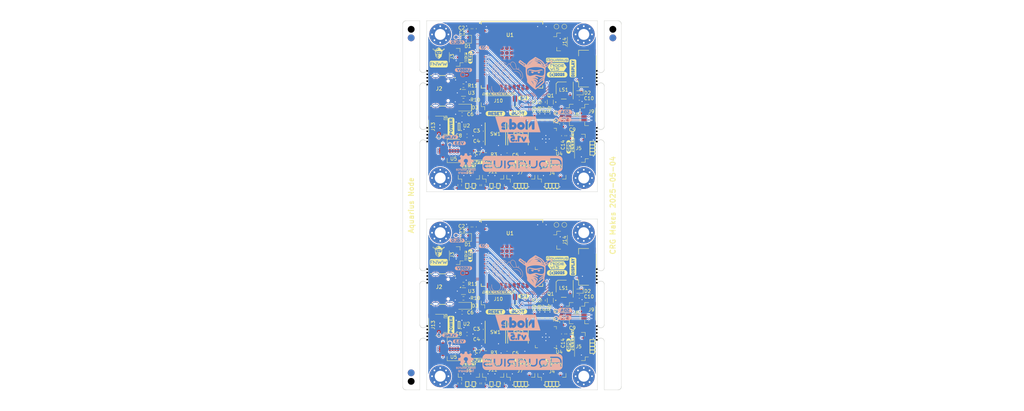
<source format=kicad_pcb>
(kicad_pcb (version 20241229) (generator "pcbnew") (generator_version "9.0")
  (layers (0 "F.Cu" signal) (4 "In1.Cu" signal) (6 "In2.Cu" signal) (2 "B.Cu" signal) (13 "F.Paste" user) (15 "B.Paste" user) (5 "F.SilkS" user "F.Silkscreen") (7 "B.SilkS" user "B.Silkscreen") (1 "F.Mask" user) (3 "B.Mask" user) (25 "Edge.Cuts" user))
  (net 0 "")
  (footprint "Resistor_SMD:R_0603_1608Metric" (layer "F.Cu") (at 163 50.175 90)
    (property "Reference" "R2")
    (property "Value" "10K" (hide yes))
  )
  (footprint "kibuzzard-68142199" (layer "F.Cu") (at 135 29.7)
    (property "Reference" "kibuzzard-68142199" (hide yes))
    (property "Value" "G***" (hide yes))
  )
  (footprint "CRGM Connector:JST_SH_BM04B-SRSS-TB_1x04-1MP_P1.00mm_Vertical" (layer "F.Cu") (at 135.88 65.2)
    (property "Reference" "J6")
    (property "Value" "~")
  )
  (footprint "CRGM Connector:XF2C_1415-1A" (layer "F.Cu") (at 170.55849 34 -90)
    (property "Reference" "J1")
    (property "Value" "LCD" (hide yes))
  )
  (footprint "NPTH" (layer "F.Cu") (at 178.001 22.5)
    (property "Reference" "KiKit_TO_2" (hide yes))
    (property "Value" "NPTH" (hide yes))
  )
  (footprint "NPTH" (layer "F.Cu") (at 173.3 111.333333)
    (property "Reference" "KiKit_MB_8_3" (hide yes))
    (property "Value" "NPTH" (hide yes))
  )
  (footprint "kibuzzard-68142110" (layer "F.Cu") (at 160.2 61.3)
    (property "Reference" "kibuzzard-68142110" (hide yes))
    (property "Value" "G***" (hide yes))
  )
  (footprint "Capacitor_SMD:C_0603_1608Metric" (layer "F.Cu") (at 139.6 52.3 90)
    (property "Reference" "C3")
    (property "Value" "1uF" (hide yes))
  )
  (footprint "CRGM Passive:DFN1006-2" (layer "F.Cu") (at 152.58 126.275 90)
    (property "Reference" "D19" (hide yes))
    (property "Value" "PESD3V3S1BL" (hide yes))
  )
  (footprint "CRGM Connector:JST_SH_BM04B-SRSS-TB_1x04-1MP_P1.00mm_Vertical" (layer "F.Cu") (at 166.4 105.55 -90)
    (property "Reference" "J8")
    (property "Value" "QWIIC1")
  )
  (footprint "Resistor_SMD:R_0603_1608Metric" (layer "F.Cu") (at 133.2 68.1 90)
    (property "Reference" "R14" (hide yes))
    (property "Value" "10K")
  )
  (footprint "CRGM Passive:DFN1006-2" (layer "F.Cu") (at 150.58 68.275 90)
    (property "Reference" "D17" (hide yes))
    (property "Value" "PESD3V3S1BL" (hide yes))
  )
  (footprint "CRGM Connector:JST_SH_BM04B-SRSS-TB_1x04-1MP_P1.00mm_Vertical" (layer "F.Cu") (at 166.4 47.55 -90)
    (property "Reference" "J8")
    (property "Value" "QWIIC1")
  )
  (footprint "kibuzzard-68153CC4" (layer "F.Cu") (at 157.7 120.5)
    (property "Reference" "kibuzzard-68153CC4" (hide yes))
    (property "Value" "G***" (hide yes))
  )
  (footprint "kibuzzard-680D0262" (layer "F.Cu") (at 136.3 88.7 90)
    (property "Reference" "kibuzzard-680D0262" (hide yes))
    (property "Value" "G***" (hide yes))
  )
  (footprint "Connector_JST:JST_SH_BM08B-SRSS-TB_1x08-1MP_P1.00mm_Vertical" (layer "F.Cu") (at 144.6 102)
    (property "Reference" "J10")
    (property "Value" "SPI")
  )
  (footprint "Connector_JST:JST_SH_BM08B-SRSS-TB_1x08-1MP_P1.00mm_Vertical" (layer "F.Cu") (at 144.6 44)
    (property "Reference" "J10")
    (property "Value" "SPI")
  )
  (footprint "kibuzzard-6812E3BB" (layer "F.Cu") (at 146.65 41.4)
    (property "Reference" "kibuzzard-6812E3BB" (hide yes))
    (property "Value" "G***" (hide yes))
  )
  (footprint "Resistor_SMD:R_0603_1608Metric" (layer "F.Cu") (at 140.85 117.1)
    (property "Reference" "R3")
    (property "Value" "10K (1%)" (hide yes))
  )
  (footprint "kibuzzard-68153CC9" (layer "F.Cu") (at 142.5 120.5)
    (property "Reference" "kibuzzard-68153CC9" (hide yes))
    (property "Value" "G***" (hide yes))
  )
  (footprint "Resistor_SMD:R_0603_1608Metric" (layer "F.Cu") (at 155.1 106.97564 -90)
    (property "Reference" "R9")
    (property "Value" "10K" (hide yes))
  )
  (footprint "Resistor_SMD:R_0603_1608Metric" (layer "F.Cu") (at 156.6 106.97564 90)
    (property "Reference" "R8")
    (property "Value" "10K" (hide yes))
  )
  (footprint "NPTH" (layer "F.Cu") (at 123.7 34.666667)
    (property "Reference" "KiKit_MB_1_5" (hide yes))
    (property "Value" "NPTH" (hide yes))
  )
  (footprint "CRGM Connector:JST_SH_SM04B-SRSS-TB_1x04-1MP_P1.00mm_Horizontal" (layer "F.Cu") (at 126.8 51 -90)
    (property "Reference" "J13")
    (property "Value" "Power")
  )
  (footprint "CRGM Passive:D_SOD-123F" (layer "F.Cu") (at 134.5 103.4 180)
    (property "Reference" "D3")
    (property "Value" "SMF6V5A")
  )
  (footprint "CRGM Passive:DFN1006-2" (layer "F.Cu") (at 172 56.8 180)
    (property "Reference" "D10" (hide yes))
    (property "Value" "PESD3V3S1BL" (hide yes))
  )
  (footprint "Resistor_SMD:R_0603_1608Metric" (layer "F.Cu") (at 163 46.95 -90)
    (property "Reference" "R1")
    (property "Value" "10K" (hide yes))
  )
  (footprint "NPTH" (layer "F.Cu") (at 123.7 38.666667)
    (property "Reference" "KiKit_MB_1_1" (hide yes))
    (property "Value" "NPTH" (hide yes))
  )
  (footprint "kibuzzard-68142039" (layer "F.Cu") (at 151.575 120.5)
    (property "Reference" "kibuzzard-68142039" (hide yes))
    (property "Value" "G***" (hide yes))
  )
  (footprint "kibuzzard-680D0826" (layer "F.Cu") (at 161.700143 35.764141)
    (property "Reference" "kibuzzard-680D0826" (hide yes))
    (property "Value" "G***" (hide yes))
  )
  (footprint "kibuzzard-68153CEB" (layer "F.Cu") (at 136.4 62.5)
    (property "Reference" "kibuzzard-68153CEB" (hide yes))
    (property "Value" "G***" (hide yes))
  )
  (footprint "CRGM Passive:DFN1006-2" (layer "F.Cu") (at 137.3 68.3 90)
    (property "Reference" "D13" (hide yes))
    (property "Value" "PESD3V3S1BL" (hide yes))
  )
  (footprint "CRGM Connector:GCT_USB4105-GF-A" (layer "F.Cu") (at 126.125 98.5 -90)
    (property "Reference" "J2")
    (property "Value" "USB_C_USB2.0_16P")
  )
  (footprint "kibuzzard-68142030" (layer "F.Cu") (at 152.575 120.5)
    (property "Reference" "kibuzzard-68142030" (hide yes))
    (property "Value" "G***" (hide yes))
  )
  (footprint "CRGM Connector:JST_SH_BM04B-SRSS-TB_1x04-1MP_P1.00mm_Vertical" (layer "F.Cu") (at 170.9 105.55 -90)
    (property "Reference" "J9")
    (property "Value" "QWIIC2")
  )
  (footprint "Fiducial" (layer "F.Cu") (at 178.001 25)
    (property "Reference" "KiKit_FID_T_2" (hide yes))
    (property "Value" "Fiducial" (hide yes))
  )
  (footprint "NPTH" (layer "F.Cu") (at 123.7 51.333333)
    (property "Reference" "KiKit_MB_2_5" (hide yes))
    (property "Value" "NPTH" (hide yes))
  )
  (footprint "Capacitor_SMD:C_0603_1608Metric" (layer "F.Cu") (at 139.6 113.3 -90)
    (property "Reference" "C4")
    (property "Value" "10uF" (hide yes))
  )
  (footprint "kibuzzard-681420D5" (layer "F.Cu") (at 160.675 120.5)
    (property "Reference" "kibuzzard-681420D5" (hide yes))
    (property "Value" "G***" (hide yes))
  )
  (footprint "NPTH" (layer "F.Cu") (at 123.7 95.666666)
    (property "Reference" "KiKit_MB_5_2" (hide yes))
    (property "Value" "NPTH" (hide yes))
  )
  (footprint "kibuzzard-6812E3C5" (layer "F.Cu") (at 148.4 99.4)
    (property "Reference" "kibuzzard-6812E3C5" (hide yes))
    (property "Value" "G***" (hide yes))
  )
  (footprint "CRGM Connector:JST_SH_BM04B-SRSS-TB_1x04-1MP_P1.00mm_Vertical" (layer "F.Cu") (at 142.98 123.2)
    (property "Reference" "J11")
    (property "Value" "~")
  )
  (footprint "kibuzzard-6814204F" (layer "F.Cu") (at 166.2 114.85 90)
    (property "Reference" "kibuzzard-6814204F" (hide yes))
    (property "Value" "G***" (hide yes))
  )
  (footprint "CRGM Passive:DFN1006-2" (layer "F.Cu") (at 172 114.8 180)
    (property "Reference" "D10" (hide yes))
    (property "Value" "PESD3V3S1BL" (hide yes))
  )
  (footprint "CRGM Passive:DFN1006-2" (layer "F.Cu") (at 144.5 68.3 90)
    (property "Reference" "D15" (hide yes))
    (property "Value" "PESD3V3S1BL" (hide yes))
  )
  (footprint "TestPoint:TestPoint_Pad_D1.0mm" (layer "F.Cu") (at 161.5 21.7)
    (property "Reference" "TP5" (hide yes))
    (property "Value" "~")
  )
  (footprint "Resistor_SMD:R_0603_1608Metric" (layer "F.Cu") (at 159.6 106.97564 90)
    (property "Reference" "R6")
    (property "Value" "10K" (hide yes))
  )
  (footprint "CRGM Passive:DFN1006-2" (layer "F.Cu") (at 159.68 126.275 90)
    (property "Reference" "D5" (hide yes))
    (property "Value" "PESD3V3S1BL" (hide yes))
  )
  (footprint "MountingHole:MountingHole_3.2mm_M3_Pad_Via" (layer "F.Cu") (at 169.5 124)
    (property "Reference" "H4" (hide yes))
    (property "Value" "MountingHole_Pad" (hide yes))
  )
  (footprint "MountingHole:MountingHole_3.2mm_M3_Pad_Via" (layer "F.Cu") (at 169.5 66)
    (property "Reference" "H4" (hide yes))
    (property "Value" "MountingHole_Pad" (hide yes))
  )
  (footprint "NPTH" (layer "F.Cu") (at 123.7 111.333333)
    (property "Reference" "KiKit_MB_6_3" (hide yes))
    (property "Value" "NPTH" (hide yes))
  )
  (footprint "CRGM Connector:JST_SH_BM06B-SRSS-TB_1x06-1MP_P1.00mm_Vertical" (layer "F.Cu") (at 151.08 123.2)
    (property "Reference" "J7")
    (property "Value" "GPA[4..7]")
  )
  (footprint "Fiducial" (layer "F.Cu") (at 118.999 123)
    (property "Reference" "KiKit_FID_T_3" (hide yes))
    (property "Value" "Fiducial" (hide yes))
  )
  (footprint "Diode_SMD:D_SOD-523" (layer "F.Cu") (at 168.1 99.1 180)
    (property "Reference" "D2")
    (property "Value" "D_Schottky")
  )
  (footprint "CRGM Passive:DFN1006-2" (layer "F.Cu") (at 135.4 68.3 90)
    (property "Reference" "D12" (hide yes))
    (property "Value" "PESD3V3S1BL" (hide yes))
  )
  (footprint "TestPoint:TestPoint_Pad_D1.0mm" (layer "F.Cu") (at 163.8 79.7)
    (property "Reference" "TP6" (hide yes))
    (property "Value" "~")
  )
  (footprint "Package_TO_SOT_SMD:SOT-523" (layer "F.Cu") (at 159.7 43.8 90)
    (property "Reference" "Q1")
    (property "Value" "MMBT2222A")
  )
  (footprint "CRGM Power:SOTFL50P160X60-8N" (layer "F.Cu") (at 133 51 180)
    (property "Reference" "U2")
    (property "Value" "LM66200DRLR" (hide yes))
  )
  (footprint "NPTH" (layer "F.Cu") (at 173.3 51.333333)
    (property "Reference" "KiKit_MB_4_1" (hide yes))
    (property "Value" "NPTH" (hide yes))
  )
  (footprint "CRGM Passive:DFN1006-2" (layer "F.Cu") (at 151.58 126.275 90)
    (property "Reference" "D18" (hide yes))
    (property "Value" "PESD3V3S1BL" (hide yes))
  )
  (footprint "CRGM Switches:EVQ-Q2B02W" (layer "F.Cu") (at 143.65 111.1 90)
    (property "Reference" "SW1")
    (property "Value" "RESET")
  )
  (footprint "Package_TO_SOT_SMD:SOT-523" (layer "F.Cu") (at 159.7 101.8 90)
    (property "Reference" "Q1")
    (property "Value" "MMBT2222A")
  )
  (footprint "CRGM Passive:DFN1006-2" (layer "F.Cu") (at 160.68 68.275 90)
    (property "Reference" "D6" (hide yes))
    (property "Value" "PESD3V3S1BL" (hide yes))
  )
  (footprint "TestPoint:TestPoint_Pad_D1.0mm" (layer "F.Cu") (at 163.8 21.7)
    (property "Reference" "TP6" (hide yes))
    (property "Value" "~")
  )
  (footprint "Capacitor_SMD:C_0603_1608Metric" (layer "F.Cu") (at 163.5 53.625 90)
    (property "Reference" "C14")
    (property "Value" "1uF" (hide yes))
  )
  (footprint "CRG Makes:ESP32-S3-WROOM-1-N8R2" (layer "F.Cu") (at 148.5 84.95)
    (property "Reference" "U1")
    (property "Value" "ESP32-S3-WROOM-1-N8R2")
  )
  (footprint "CRGM Connector:JST_SH_BM04B-SRSS-TB_1x04-1MP_P1.00mm_Vertical" (layer "F.Cu") (at 142.98 65.2)
    (property "Reference" "J11")
    (property "Value" "~")
  )
  (footprint "CRGM Connector:JST_SH_BM06B-SRSS-TB_1x06-1MP_P1.00mm_Vertical" (layer "F.Cu") (at 160.18 123.2)
    (property "Reference" "J4")
    (property "Value" "GPB[0..3]")
  )
  (footprint "NPTH" (layer "F.Cu") (at 123.7 35.666667)
    (property "Reference" "KiKit_MB_1_4" (hide yes))
    (property "Value" "NPTH" (hide yes))
  )
  (footprint "CRGM Passive:DFN1006-2" (layer "F.Cu") (at 158.68 126.275 90)
    (property "Reference" "D4" (hide yes))
    (property "Value" "PESD3V3S1BL" (hide yes))
  )
  (footprint "CRGM Switches:EVQ-Q2B02W" (layer "F.Cu") (at 150.25 111.1 90)
    (property "Reference" "SW2")
    (property "Value" "BOOT")
  )
  (footprint "kibuzzard-6812E3C5" (layer "F.Cu") (at 148.4 41.4)
    (property "Reference" "kibuzzard-6812E3C5" (hide yes))
    (property "Value" "G***" (hide yes))
  )
  (footprint "kibuzzard-681420DA" (layer "F.Cu") (at 144.5 62.5)
    (property "Reference" "kibuzzard-681420DA" (hide yes))
    (property "Value" "G***" (hide yes))
  )
  (footprint "Capacitor_SMD:C_0603_1608Metric" (layer "F.Cu") (at 133.9 105.35 180)
    (property "Reference" "C6")
    (property "Value" "0.1uF" (hide yes))
  )
  (footprint "kibuzzard-68153CDD" (layer "F.Cu") (at 134.4 120.5)
    (property "Reference" "kibuzzard-68153CDD" (hide yes))
    (property "Value" "G***" (hide yes))
  )
  (footprint "kibuzzard-68154095" (layer "F.Cu") (at 162.7 62.5)
    (property "Reference" "kibuzzard-68154095" (hide yes))
    (property "Value" "G***" (hide yes))
  )
  (footprint "Package_TO_SOT_SMD:SOT-223-3_TabPin2" (layer "F.Cu") (at 131.425 58.075 180)
    (property "Reference" "U5")
    (property "Value" "LD1117S33TR_SOT223" (hide yes))
  )
  (footprint "CRGM Connector:JST_SH_BM03B-SRSS-TB_1x03-1MP_P1.00mm_Vertical" (layer "F.Cu") (at 132.175 30.7 90)
    (property "Reference" "J3")
    (property "Value" "INDICATOR")
  )
  (footprint "kibuzzard-6814204F" (layer "F.Cu") (at 166.2 56.85 90)
    (property "Reference" "kibuzzard-6814204F" (hide yes))
    (property "Value" "G***" (hide yes))
  )
  (footprint "CRGM Passive:DFN1006-2" (layer "F.Cu") (at 142.5 126.3 90)
    (property "Reference" "D14" (hide yes))
    (property "Value" "PESD3V3S1BL" (hide yes))
  )
  (footprint "Capacitor_SMD:C_0603_1608Metric" (layer "F.Cu") (at 136.725 116.825 -90)
    (property "Reference" "C7")
    (property "Value" "10uF" (hide yes))
  )
  (footprint "CRGM Passive:DFN1006-2" (layer "F.Cu") (at 152.58 68.275 90)
    (property "Reference" "D19" (hide yes))
    (property "Value" "PESD3V3S1BL" (hide yes))
  )
  (footprint "CRGM Passive:DFN1006-2" (layer "F.Cu") (at 142.5 68.3 90)
    (property "Reference" "D14" (hide yes))
    (property "Value" "PESD3V3S1BL" (hide yes))
  )
  (footprint "CRGM Switches:EVQ-Q2B02W" (layer "F.Cu") (at 150.25 53.1 90)
    (property "Reference" "SW2")
    (property "Value" "BOOT")
  )
  (footprint "kibuzzard-68142043" (layer "F.Cu") (at 166.2 55.85 90)
    (property "Reference" "kibuzzard-68142043" (hide yes))
    (property "Value" "G***" (hide yes))
  )
  (footprint "kibuzzard-68142039" (layer "F.Cu") (at 166.2 112.85 90)
    (property "Reference" "kibuzzard-68142039" (hide yes))
    (property "Value" "G***" (hide yes))
  )
  (footprint "NPTH" (layer "F.Cu") (at 123.7 109.333333)
    (property "Reference" "KiKit_MB_6_5" (hide yes))
    (property "Value" "NPTH" (hide yes))
  )
  (footprint "Resistor_SMD:R_0603_1608Metric" (layer "F.Cu") (at 134.3 39)
    (property "Reference" "R11")
    (property "Value" "5.1K" (hide yes))
  )
  (footprint "NPTH" (layer "F.Cu") (at 173.3 93.666666)
    (property "Reference" "KiKit_MB_7_2" (hide yes))
    (property "Value" "NPTH" (hide yes))
  )
  (footprint "Resistor_SMD:R_0603_1608Metric" (layer "F.Cu") (at 159.6 48.97564 90)
    (property "Reference" "R6")
    (property "Value" "10K" (hide yes))
  )
  (footprint "kibuzzard-6814217B" (layer "F.Cu") (at 129.2 111.5)
    (property "Reference" "kibuzzard-6814217B" (hide yes))
    (property "Value" "G***" (hide yes))
  )
  (footprint "kibuzzard-68154095" (layer "F.Cu") (at 162.7 120.5)
    (property "Reference" "kibuzzard-68154095" (hide yes))
    (property "Value" "G***" (hide yes))
  )
  (footprint "Resistor_SMD:R_0603_1608Metric" (layer "F.Cu") (at 134.3 43.2)
    (property "Reference" "R10")
    (property "Value" "5.1K" (hide yes))
  )
  (footprint "NPTH" (layer "F.Cu") (at 173.3 95.666666)
    (property "Reference" "KiKit_MB_7_4" (hide yes))
    (property "Value" "NPTH" (hide yes))
  )
  (footprint "NPTH" (layer "F.Cu") (at 173.3 110.333333)
    (property "Reference" "KiKit_MB_8_2" (hide yes))
    (property "Value" "NPTH" (hide yes))
  )
  (footprint "NPTH" (layer "F.Cu") (at 118.999 125.5)
    (property "Reference" "KiKit_TO_3" (hide yes))
    (property "Value" "NPTH" (hide yes))
  )
  (footprint "NPTH" (layer "F.Cu") (at 118.999 22.5)
    (property "Reference" "KiKit_TO_1" (hide yes))
    (property "Value" "NPTH" (hide yes))
  )
  (footprint "Resistor_SMD:R_0603_1608Metric" (layer "F.Cu") (at 145.7 126.1 90)
    (property "Reference" "R4" (hide yes))
    (property "Value" "10K")
  )
  (footprint "CRGM Connector:JST_SH_BM03B-SRSS-TB_1x03-1MP_P1.00mm_Vertical" (layer "F.Cu") (at 132.175 88.7 90)
    (property "Reference" "J3")
    (property "Value" "INDICATOR")
  )
  (footprint "kibuzzard-68142199" (layer "F.Cu") (at 135 87.7)
    (property "Reference" "kibuzzard-68142199" (hide yes))
    (property "Value" "G***" (hide yes))
  )
  (footprint "Capacitor_SMD:C_0603_1608Metric" (layer "F.Cu") (at 165 53.625 90)
    (property "Reference" "C9")
    (property "Value" "0.1uF" (hide yes))
  )
  (footprint "CRGM Passive:DFN1006-2" (layer "F.Cu") (at 172 57.8 180)
    (property "Reference" "D9" (hide yes))
    (property "Value" "PESD3V3S1BL" (hide yes))
  )
  (footprint "CRGM Connector:JST_SH_BM03B-SRSS-TB_1x03-1MP_P1.00mm_Vertical" (layer "F.Cu") (at 162.7 84.2 -90)
    (property "Reference" "J14")
    (property "Value" "SERIAL")
  )
  (footprint "kibuzzard-68153CCE" (layer "F.Cu") (at 143.5 62.5)
    (property "Reference" "kibuzzard-68153CCE" (hide yes))
    (property "Value" "G***" (hide yes))
  )
  (footprint "kibuzzard-68142030" (layer "F.Cu") (at 166.2 53.85 90)
    (property "Reference" "kibuzzard-68142030" (hide yes))
    (property "Value" "G***" (hide yes))
  )
  (footprint "NPTH" (layer "F.Cu") (at 173.3 34.666667)
    (property "Reference" "KiKit_MB_3_1" (hide yes))
    (property "Value" "NPTH" (hide yes))
  )
  (footprint "Package_DFN_QFN:QFN-28-1EP_6x6mm_P0.65mm_EP4.25x4.25mm" (layer "F.Cu") (at 158.4 54.57564 180)
    (property "Reference" "U4")
    (property "Value" "MCP23017_ML" (hide yes))
  )
  (footprint "LED_SMD:LED_WS2812B-2020_PLCC4_2.0x2.0mm" (layer "F.Cu") (at 135.05 83.4)
    (property "Reference" "D1")
    (property "Value" "WS2812B-2020" (hide yes))
  )
  (footprint "kibuzzard-681421A9" (layer "F.Cu") (at 135 31.7)
    (property "Reference" "kibuzzard-681421A9" (hide yes))
    (property "Value" "G***" (hide yes))
  )
  (footprint "kibuzzard-6812E420" (layer "F.Cu") (at 140.55 99.4)
    (property "Reference" "kibuzzard-6812E420" (hide yes))
    (property "Value" "G***" (hide yes))
  )
  (footprint "kibuzzard-68153CDD" (layer "F.Cu") (at 134.4 62.5)
    (property "Reference" "kibuzzard-68153CDD" (hide yes))
    (property "Value" "G***" (hide yes))
  )
  (footprint "Capacitor_SMD:C_0603_1608Metric" (layer "F.Cu") (at 136.05 80.325 90)
    (property "Reference" "C2")
    (property "Value" "10uF" (hide yes))
  )
  (footprint "CRGM Passive:DFN1006-2" (layer "F.Cu") (at 161.68 126.275 90)
    (property "Reference" "D7" (hide yes))
    (property "Value" "PESD3V3S1BL" (hide yes))
  )
  (footprint "Capacitor_SMD:C_0603_1608Metric" (layer "F.Cu") (at 168.2 42.7)
    (property "Reference" "C10")
    (property "Value" "1uF")
  )
  (footprint "MountingHole:MountingHole_3.2mm_M3_Pad_Via" (layer "F.Cu") (at 127.5 24)
    (property "Reference" "H2" (hide yes))
    (property "Value" "MountingHole_Pad" (hide yes))
  )
  (footprint "Capacitor_SMD:C_0603_1608Metric" (layer "F.Cu") (at 163.5 111.625 90)
    (property "Reference" "C14")
    (property "Value" "1uF" (hide yes))
  )
  (footprint "Resistor_SMD:R_0603_1608Metric" (layer "F.Cu") (at 157.7 43.8 -90)
    (property "Reference" "R12")
    (property "Value" "1K")
  )
  (footprint "kibuzzard-681420CD" (layer "F.Cu") (at 158.675 62.5)
    (property "Reference" "kibuzzard-681420CD" (hide yes))
    (property "Value" "G***" (hide yes))
  )
  (footprint "Capacitor_SMD:C_0603_1608Metric" (layer "F.Cu") (at 147.05 117.2 180)
    (property "Reference" "C5")
    (property "Value" "0.1uF" (hide yes))
  )
  (footprint "kibuzzard-68142110" (layer "F.Cu") (at 160.2 119.3)
    (property "Reference" "kibuzzard-68142110" (hide yes))
    (property "Value" "G***" (hide yes))
  )
  (footprint "NPTH" (layer "F.Cu") (at 123.7 113.333333)
    (property "Reference" "KiKit_MB_6_1" (hide yes))
    (property "Value" "NPTH" (hide yes))
  )
  (footprint "Resistor_SMD:R_0603_1608Metric" (layer "F.Cu") (at 158.1 106.97564 90)
    (property "Reference" "R7")
    (property "Value" "10K" (hide yes))
  )
  (footprint "NPTH" (layer "F.Cu") (at 173.3 112.333333)
    (property "Reference" "KiKit_MB_8_4" (hide yes))
    (property "Value" "NPTH" (hide yes))
  )
  (footprint "Package_TO_SOT_SMD:SOT-223-3_TabPin2" (layer "F.Cu") (at 131.425 116.075 180)
    (property "Reference" "U5")
    (property "Value" "LD1117S33TR_SOT223" (hide yes))
  )
  (footprint "CRGM Passive:DFN1006-2" (layer "F.Cu") (at 149.58 68.275 90)
    (property "Reference" "D16" (hide yes))
    (property "Value" "PESD3V3S1BL" (hide yes))
  )
  (footprint "CRGM Passive:DFN1006-2" (layer "F.Cu") (at 172 115.8 180)
    (property "Reference" "D9" (hide yes))
    (property "Value" "PESD3V3S1BL" (hide yes))
  )
  (footprint "kibuzzard-6812E3AD" (layer "F.Cu") (at 145.15 99.4)
    (property "Reference" "kibuzzard-6812E3AD" (hide yes))
    (property "Value" "G***" (hide yes))
  )
  (footprint "Resistor_SMD:R_0603_1608Metric" (layer "F.Cu") (at 163 104.95 -90)
    (property "Reference" "R1")
    (property "Value" "10K" (hide yes))
  )
  (footprint "NPTH" (layer "F.Cu") (at 173.3 55.333333)
    (property "Reference" "KiKit_MB_4_5" (hide yes))
    (property "Value" "NPTH" (hide yes))
  )
  (footprint "Package_DFN_QFN:QFN-28-1EP_6x6mm_P0.65mm_EP4.25x4.25mm" (layer "F.Cu") (at 158.4 112.57564 180)
    (property "Reference" "U4")
    (property "Value" "MCP23017_ML" (hide yes))
  )
  (footprint "kibuzzard-68142043" (layer "F.Cu") (at 150.575 62.5)
    (property "Reference" "kibuzzard-68142043" (hide yes))
    (property "Value" "G***" (hide yes))
  )
  (footprint "Capacitor_SMD:C_0603_1608Metric" (layer "F.Cu") (at 137.55 80.325 90)
    (property "Reference" "C1")
    (property "Value" "0.1uF" (hide yes))
  )
  (footprint "CRGM Power:SOTFL50P160X60-8N" (layer "F.Cu") (at 133 109 180)
    (property "Reference" "U2")
    (property "Value" "LM66200DRLR" (hide yes))
  )
  (footprint "kibuzzard-68142039" (layer "F.Cu") (at 166.2 54.85 90)
    (property "Reference" "kibuzzard-68142039" (hide yes))
    (property "Value" "G***" (hide yes))
  )
  (footprint "kibuzzard-6812E420" (layer "F.Cu") (at 140.55 41.4)
    (property "Reference" "kibuzzard-6812E420" (hide yes))
    (property "Value" "G***" (hide yes))
  )
  (footprint "CRGM Passive:DFN1006-2" (layer "F.Cu") (at 160.68 126.275 90)
    (property "Reference" "D6" (hide yes))
    (property "Value" "PESD3V3S1BL" (hide yes))
  )
  (footprint "kibuzzard-680D0262" (layer "F.Cu") (at 136.3 30.7 90)
    (property "Reference" "kibuzzard-680D0262" (hide yes))
    (property "Value" "G***" (hide yes))
  )
  (footprint "Resistor_SMD:R_0603_1608Metric" (layer "F.Cu") (at 155.1 48.97564 -90)
    (property "Reference" "R9")
    (property "Value" "10K" (hide yes))
  )
  (footprint "Resistor_SMD:R_0603_1608Metric" (layer "F.Cu") (at 138.6 68.1 90)
    (property "Reference" "R13" (hide yes))
    (property "Value" "10K")
  )
  (footprint "MountingHole:MountingHole_3.2mm_M3_Pad_Via" (layer "F.Cu") (at 127.5 124)
    (property "Reference" "H1" (hide yes))
    (property "Value" "MountingHole_Pad" (hide yes))
  )
  (footprint "Capacitor_SMD:C_0603_1608Metric" (layer "F.Cu") (at 133.9 47.35 180)
    (property "Reference" "C6")
    (property "Value" "0.1uF" (hide yes))
  )
  (footprint "CRGM Connector:XF2C_1415-1A" (layer "F.Cu") (at 170.55849 92 -90)
    (property "Reference" "J1")
    (property "Value" "LCD" (hide yes))
  )
  (footprint "kibuzzard-681420D5" (layer "F.Cu") (at 160.675 62.5)
    (property "Reference" "kibuzzard-681420D5" (hide yes))
    (property "Value" "G***" (hide yes))
  )
  (footprint "kibuzzard-68142043" (layer "F.Cu") (at 150.575 120.5)
    (property "Reference" "kibuzzard-68142043" (hide yes))
    (property "Value" "G***" (hide yes))
  )
  (footprint "kibuzzard-68153CE4" (layer "F.Cu") (at 135.4 120.5)
    (property "Reference" "kibuzzard-68153CE4" (hide yes))
    (property "Value" "G***" (hide yes))
  )
  (footprint "NPTH" (layer "F.Cu") (at 123.7 55.333333)
    (property "Reference" "KiKit_MB_2_1" (hide yes))
    (property "Value" "NPTH" (hide yes))
  )
  (footprint "kibuzzard-681421A1" (layer "F.Cu") (at 135 30.7)
    (property "Reference" "kibuzzard-681421A1" (hide yes))
    (property "Value" "G***" (hide yes))
  )
  (footprint "CRG Makes:CMT050275SMTTR" (layer "F.Cu") (at 163.9 98.4 90)
    (property "Reference" "LS1")
    (property "Value" "CMT-0502-75-SMT-TR" (hide yes))
  )
  (footprint "CRGM Passive:DFN1006-2" (layer "F.Cu") (at 137.3 126.3 90)
    (property "Reference" "D13" (hide yes))
    (property "Value" "PESD3V3S1BL" (hide yes))
  )
  (footprint "NPTH" (layer "F.Cu") (at 123.7 37.666667)
    (property "Reference" "KiKit_MB_1_2" (hide yes))
    (property "Value" "NPTH" (hide yes))
  )
  (footprint "CRGM Passive:DFN1006-2" (layer "F.Cu") (at 144.5 126.3 90)
    (property "Reference" "D15" (hide yes))
    (property "Value" "PESD3V3S1BL" (hide yes))
  )
  (footprint "kibuzzard-681421A1" (layer "F.Cu") (at 135 88.7)
    (property "Reference" "kibuzzard-681421A1" (hide yes))
    (property "Value" "G***" (hide yes))
  )
  (footprint "Package_TO_SOT_SMD:SOT-666" (layer "F.Cu") (at 134.3 99.1)
    (property "Reference" "U3")
    (property "Value" "USBLC6-2P6" (hide yes))
  )
  (footprint "kibuzzard-6814216F" (layer "F.Cu") (at 129.2 48.2)
    (property "Reference" "kibuzzard-6814216F" (hide yes))
    (property "Value" "G***" (hide yes))
  )
  (footprint "kibuzzard-6814217B" (layer "F.Cu") (at 129.2 53.5)
    (property "Reference" "kibuzzard-6814217B" (hide yes))
    (property "Value" "G***" (hide yes))
  )
  (footprint "kibuzzard-68153CEF" (layer "F.Cu") (at 137.4 120.5)
    (property "Reference" "kibuzzard-68153CEF" (hide yes))
    (property "Value" "G***" (hide yes))
  )
  (footprint "kibuzzard-6814204F" (layer "F.Cu") (at 149.575 62.5)
    (property "Reference" "kibuzzard-6814204F" (hide yes))
    (property "Value" "G***" (hide yes))
  )
  (footprint "MountingHole:MountingHole_3.2mm_M3_Pad_Via" (layer "F.Cu") (at 127.5 66)
    (property "Reference" "H1" (hide yes))
    (property "Value" "MountingHole_Pad" (hide yes))
  )
  (footprint "Capacitor_SMD:C_0603_1608Metric" (layer "F.Cu") (at 139.6 55.3 -90)
    (property "Reference" "C4")
    (property "Value" "10uF" (hide yes))
  )
  (footprint "MountingHole:MountingHole_3.2mm_M3_Pad_Via" (layer "F.Cu") (at 169.5 24)
    (property "Reference" "H3" (hide yes))
    (property "Value" "MountingHole_Pad" (hide yes))
  )
  (footprint "NPTH" (layer "F.Cu") (at 123.7 110.333333)
    (property "Reference" "KiKit_MB_6_4" (hide yes))
    (property "Value" "NPTH" (hide yes))
  )
  (footprint "Capacitor_SMD:C_0603_1608Metric" (layer "F.Cu") (at 135.3375 53.65)
    (property "Reference" "C8")
    (property "Value" "0.1uF" (hide yes))
  )
  (footprint "kibuzzard-681420F3" (layer "F.Cu") (at 151.3 119.3)
    (property "Reference" "kibuzzard-681420F3" (hide yes))
    (property "Value" "G***" (hide yes))
  )
  (footprint "Capacitor_SMD:C_0603_1608Metric" (layer "F.Cu") (at 139.6 110.3 90)
    (property "Reference" "C3")
    (property "Value" "1uF" (hide yes))
  )
  (footprint "NPTH" (layer "F.Cu") (at 123.7 92.666666)
    (property "Reference" "KiKit_MB_5_5" (hide yes))
    (property "Value" "NPTH" (hide yes))
  )
  (footprint "Package_TO_SOT_SMD:SOT-666" (layer "F.Cu") (at 134.3 41.1)
    (property "Reference" "U3")
    (property "Value" "USBLC6-2P6" (hide yes))
  )
  (footprint "kibuzzard-67B9FE41" (layer "F.Cu") (at 161.700143 33.564141)
    (property "Reference" "kibuzzard-67B9FE41" (hide yes))
    (property "Value" "G***" (hide yes))
  )
  (footprint "CRGM Passive:DFN1006-2" (layer "F.Cu") (at 172 55.8 180)
    (property "Reference" "D11" (hide yes))
    (property "Value" "PESD3V3S1BL" (hide yes))
  )
  (footprint "kibuzzard-68142043" (layer "F.Cu") (at 166.2 113.85 90)
    (property "Reference" "kibuzzard-68142043" (hide yes))
    (property "Value" "G***" (hide yes))
  )
  (footprint "kibuzzard-681420F3" (layer "F.Cu") (at 151.3 61.3)
    (property "Reference" "kibuzzard-681420F3" (hide yes))
    (property "Value" "G***" (hide yes))
  )
  (footprint "kibuzzard-68154095" (layer "F.Cu") (at 166.2 110.825 90)
    (property "Reference" "kibuzzard-68154095" (hide yes))
    (property "Value" "G***" (hide yes))
  )
  (footprint "CRGM Connector:JST_SH_BM06B-SRSS-TB_1x06-1MP_P1.00mm_Vertical" (layer "F.Cu") (at 168.8 115.3 90)
    (property "Reference" "J5")
    (property "Value" "GPB[4..7]")
  )
  (footprint "Resistor_SMD:R_0603_1608Metric" (layer "F.Cu") (at 140.1 68.1 90)
    (property "Reference" "R5" (hide yes))
    (property "Value" "10K")
  )
  (footprint "Capacitor_SMD:C_0603_1608Metric" (layer "F.Cu") (at 135.3375 111.65)
    (property "Reference" "C8")
    (property "Value" "0.1uF" (hide yes))
  )
  (footprint "kibuzzard-68153CEF" (layer "F.Cu") (at 137.4 62.5)
    (property "Reference" "kibuzzard-68153CEF" (hide yes))
    (property "Value" "G***" (hide yes))
  )
  (footprint "CRGM Connector:JST_SH_BM04B-SRSS-TB_1x04-1MP_P1.00mm_Vertical" (layer "F.Cu") (at 135.88 123.2)
    (property "Reference" "J6")
    (property "Value" "~")
  )
  (footprint "kibuzzard-681420DA" (layer "F.Cu") (at 161.675 120.5)
    (property "Reference" "kibuzzard-681420DA" (hide yes))
    (property "Value" "G***" (hide yes))
  )
  (footprint "kibuzzard-68153CC4" (layer "F.Cu") (at 148.575 120.5)
    (property "Reference" "kibuzzard-68153CC4" (hide yes))
    (property "Value" "G***" (hide yes))
  )
  (footprint "kibuzzard-68153CEB" (layer "F.Cu") (at 136.4 120.5)
    (property "Reference" "kibuzzard-68153CEB" (hide yes))
    (property "Value" "G***" (hide yes))
  )
  (footprint "Capacitor_SMD:C_0603_1608Metric" (layer "F.Cu") (at 165 111.625 90)
    (property "Reference" "C9")
    (property "Value" "0.1uF" (hide yes))
  )
  (footprint "Resistor_SMD:R_0603_1608Metric" (layer "F.Cu") (at 140.85 59.1)
    (property "Reference" "R3")
    (property "Value" "10K (1%)" (hide yes))
  )
  (footprint "kibuzzard-681420DA" (layer "F.Cu") (at 161.675 62.5)
    (property "Reference" "kibuzzard-681420DA" (hide yes))
    (property "Value" "G***" (hide yes))
  )
  (footprint "NPTH" (layer "F.Cu") (at 173.3 38.666667)
    (property "Reference" "KiKit_MB_3_5" (hide yes))
    (property "Value" "NPTH" (hide yes))
  )
  (footprint "NPTH" (layer "F.Cu") (at 123.7 112.333333)
    (property "Reference" "KiKit_MB_6_2" (hide yes))
    (property "Value" "NPTH" (hide yes))
  )
  (footprint "Capacitor_SMD:C_0603_1608Metric" (layer "F.Cu") (at 147.05 59.2 180)
    (property "Reference" "C5")
    (property "Value" "0.1uF" (hide yes))
  )
  (footprint "kibuzzard-680D0826" (layer "F.Cu") (at 161.700143 93.764141)
    (property "Reference" "kibuzzard-680D0826" (hide yes))
    (property "Value" "G***" (hide yes))
  )
  (footprint "kibuzzard-67B9FE41" (layer "F.Cu") (at 161.700143 91.564141)
    (property "Reference" "kibuzzard-67B9FE41" (hide yes))
    (property "Value" "G***" (hide yes))
  )
  (footprint "NPTH" (layer "F.Cu") (at 123.7 53.333333)
    (property "Reference" "KiKit_MB_2_3" (hide yes))
    (property "Value" "NPTH" (hide yes))
  )
  (footprint "Resistor_SMD:R_0603_1608Metric" (layer "F.Cu") (at 134.3 97)
    (property "Reference" "R11")
    (property "Value" "5.1K" (hide yes))
  )
  (footprint "NPTH" (layer "F.Cu") (at 173.3 109.333333)
    (property "Reference" "KiKit_MB_8_1" (hide yes))
    (property "Value" "NPTH" (hide yes))
  )
  (footprint "NPTH" (layer "F.Cu") (at 173.3 96.666666)
    (property "Reference" "KiKit_MB_7_5" (hide yes))
    (property "Value" "NPTH" (hide yes))
  )
  (footprint "Capacitor_SMD:C_0603_1608Metric" (layer "F.Cu") (at 136.725 58.825 -90)
    (property "Reference" "C7")
    (property "Value" "10uF" (hide yes))
  )
  (footprint "Resistor_SMD:R_0603_1608Metric" (layer "F.Cu") (at 138.6 126.1 90)
    (property "Reference" "R13" (hide yes))
    (property "Value" "10K")
  )
  (footprint "kibuzzard-6815408B" (layer "F.Cu") (at 166.2 57.85 90)
    (property "Reference" "kibuzzard-6815408B" (hide yes))
    (property "Value" "G***" (hide yes))
  )
  (footprint "CRGM Passive:D_SOD-123F" (layer "F.Cu") (at 134.5 45.4 180)
    (property "Reference" "D3")
    (property "Value" "SMF6V5A")
  )
  (footprint "Resistor_SMD:R_0603_1608Metric" (layer "F.Cu") (at 156.6 48.97564 90)
    (property "Reference" "R8")
    (property "Value" "10K" (hide yes))
  )
  (footprint "NPTH" (layer "F.Cu") (at 123.7 36.666667)
    (property "Reference" "KiKit_MB_1_3" (hide yes))
    (property "Value" "NPTH" (hide yes))
  )
  (footprint "NPTH" (layer "F.Cu") (at 123.7 54.333333)
    (property "Reference" "KiKit_MB_2_2" (hide yes))
    (property "Value" "NPTH" (hide yes))
  )
  (footprint "kibuzzard-6812E3AD" (layer "F.Cu") (at 145.15 41.4)
    (property "Reference" "kibuzzard-6812E3AD" (hide yes))
    (property "Value" "G***" (hide yes))
  )
  (footprint "kibuzzard-681420E9" (layer "F.Cu") (at 139.7 61.3)
    (property "Reference" "kibuzzard-681420E9" (hide yes))
    (property "Value" "G***" (hide yes))
  )
  (footprint "CRGM Passive:DFN1006-2" (layer "F.Cu") (at 172 58.8 180)
    (property "Reference" "D8" (hide yes))
    (property "Value" "PESD3V3S1BL" (hide yes))
  )
  (footprint "NPTH" (layer "F.Cu") (at 173.3 37.666667)
    (property "Reference" "KiKit_MB_3_4" (hide yes))
    (property "Value" "NPTH" (hide yes))
  )
  (footprint "kibuzzard-6814212B" (layer "F.Cu") (at 165.05 114.9 90)
    (property "Reference" "kibuzzard-6814212B" (hide yes))
    (property "Value" "G***" (hide yes))
  )
  (footprint "CRGM Passive:DFN1006-2" (layer "F.Cu") (at 159.68 68.275 90)
    (property "Reference" "D5" (hide yes))
    (property "Value" "PESD3V3S1BL" (hide yes))
  )
  (footprint "kibuzzard-68154095" (layer "F.Cu") (at 153.6 120.5)
    (property "Reference" "kibuzzard-68154095" (hide yes))
    (property "Value" "G***" (hide yes))
  )
  (footprint "kibuzzard-681420D1" (layer "F.Cu") (at 159.675 120.5)
    (property "Reference" "kibuzzard-681420D1" (hide yes))
    (property "Value" "G***" (hide yes))
  )
  (footprint "Resistor_SMD:R_0603_1608Metric" (layer "F.Cu") (at 158.1 48.97564 90)
    (property "Reference" "R7")
    (property "Value" "10K" (hide yes))
  )
  (footprint "kibuzzard-680D01D7" (layer "F.Cu") (at 151.9 100.6)
    (property "Reference" "kibuzzard-680D01D7" (hide yes))
    (property "Value" "G***" (hide yes))
  )
  (footprint "CRGM Connector:JST_SH_BM04B-SRSS-TB_1x04-1MP_P1.00mm_Vertical" (layer "F.Cu") (at 170.9 47.55 -90)
    (property "Reference" "J9")
    (property "Value" "QWIIC2")
  )
  (footprint "CRGM Connector:JST_SH_BM06B-SRSS-TB_1x06-1MP_P1.00mm_Vertical" (layer "F.Cu") (at 151.08 65.2)
    (property "Reference" "J7")
    (property "Value" "GPA[4..7]")
  )
  (footprint "Resistor_SMD:R_0603_1608Metric" (layer "F.Cu") (at 134.3 101.2)
    (property "Reference" "R10")
    (property "Value" "5.1K" (hide yes))
  )
  (footprint "kibuzzard-6812E3BB" (layer "F.Cu") (at 146.65 99.4)
    (property "Reference" "kibuzzard-6812E3BB" (hide yes))
    (property "Value" "G***" (hide yes))
  )
  (footprint "Resistor_SMD:R_0603_1608Metric" (layer "F.Cu") (at 163 108.175 90)
    (property "Reference" "R2")
    (property "Value" "10K" (hide yes))
  )
  (footprint "Capacitor_SMD:C_0603_1608Metric" (layer "F.Cu") (at 168.2 100.7)
    (property "Reference" "C10")
    (property "Value" "1uF")
  )
  (footprint "CRGM Connector:JST_SH_BM03B-SRSS-TB_1x03-1MP_P1.00mm_Vertical" (layer "F.Cu") (at 162.7 26.2 -90)
    (property "Reference" "J14")
    (property "Value" "SERIAL")
  )
  (footprint "kibuzzard-68153CC4" (layer "F.Cu") (at 148.575 62.5)
    (property "Reference" "kibuzzard-68153CC4" (hide yes))
    (property "Value" "G***" (hide yes))
  )
  (footprint "CRGM Passive:DFN1006-2" (layer "F.Cu") (at 172 116.8 180)
    (property "Reference" "D8" (hide yes))
    (property "Value" "PESD3V3S1BL" (hide yes))
  )
  (footprint "kibuzzard-68142030" (layer "F.Cu") (at 152.575 62.5)
    (property "Reference" "kibuzzard-68142030" (hide yes))
    (property "Value" "G***" (hide yes))
  )
  (footprint "NPTH" (layer "F.Cu") (at 173.3 54.333333)
    (property "Reference" "KiKit_MB_4_4" (hide yes))
    (property "Value" "NPTH" (hide yes))
  )
  (footprint "kibuzzard-680D06A5" (layer "F.Cu") (at 150.3 47.05)
    (property "Reference" "kibuzzard-680D06A5" (hide yes))
    (property "Value" "G***" (hide yes))
  )
  (footprint "CRGM Switches:EVQ-Q2B02W" (layer "F.Cu") (at 143.65 53.1 90)
    (property "Reference" "SW1")
    (property "Value" "RESET")
  )
  (footprint "kibuzzard-681420E9" (layer "F.Cu") (at 139.7 119.3)
    (property "Reference" "kibuzzard-681420E9" (hide yes))
    (property "Value" "G***" (hide yes))
  )
  (footprint "CRGM Passive:DFN1006-2" (layer "F.Cu") (at 158.68 68.275 90)
    (property "Reference" "D4" (hide yes))
    (property "Value" "PESD3V3S1BL" (hide yes))
  )
  (footprint "kibuzzard-6812E37E" (layer "F.Cu") (at 142.05 41.4)
    (property "Reference" "kibuzzard-6812E37E" (hide yes))
    (property "Value" "G***" (hide yes))
  )
  (footprint "kibuzzard-68153CC4" (layer "F.Cu") (at 157.7 62.5)
    (property "Reference" "kibuzzard-68153CC4" (hide yes))
    (property "Value" "G***" (hide yes))
  )
  (footprint "CRGM Passive:DFN1006-2" (layer "F.Cu") (at 151.58 68.275 90)
    (property "Reference" "D18" (hide yes))
    (property "Value" "PESD3V3S1BL" (hide yes))
  )
  (footprint "kibuzzard-68142030" (layer "F.Cu") (at 166.2 111.85 90)
    (property "Reference" "kibuzzard-68142030" (hide yes))
    (property "Value" "G***" (hide yes))
  )
  (footprint "CRGM Connector:JST_SH_BM06B-SRSS-TB_1x06-1MP_P1.00mm_Vertical" (layer "F.Cu") (at 160.18 65.2)
    (property "Reference" "J4")
    (property "Value" "GPB[0..3]")
  )
  (footprint "kibuzzard-68153CC4" (layer "F.Cu") (at 141.5 120.5)
    (property "Reference" "kibuzzard-68153CC4" (hide yes))
    (property "Value" "G***" (hide yes))
  )
  (footprint "CRG Makes:ESP32-S3-WROOM-1-N8R2" (layer "F.Cu") (at 148.5 26.95)
    (property "Reference" "U1")
    (property "Value" "ESP32-S3-WROOM-1-N8R2")
  )
  (footprint "kibuzzard-681420D1" (layer "F.Cu") (at 159.675 62.5)
    (property "Reference" "kibuzzard-681420D1" (hide yes))
    (property "Value" "G***" (hide yes))
  )
  (footprint "CRGM Connector:GCT_USB4105-GF-A" (layer "F.Cu") (at 126.125 40.5 -90)
    (property "Reference" "J2")
    (property "Value" "USB_C_USB2.0_16P")
  )
  (footprint "kibuzzard-6812E3A0" (layer "F.Cu") (at 143.65 41.4)
    (property "Reference" "kibuzzard-6812E3A0" (hide yes))
    (property "Value" "G***" (hide yes))
  )
  (footprint "CRG Makes:CMT050275SMTTR" (layer "F.Cu") (at 163.9 40.4 90)
    (property "Reference" "LS1")
    (property "Value" "CMT-0502-75-SMT-TR" (hide yes))
  )
  (footprint "NPTH" (layer "F.Cu") (at 123.7 52.333333)
    (property "Reference" "KiKit_MB_2_4" (hide yes))
    (property "Value" "NPTH" (hide yes))
  )
  (footprint "kibuzzard-680D06A5" (layer "F.Cu") (at 150.3 105.05)
    (property "Reference" "kibuzzard-680D06A5" (hide yes))
    (property "Value" "G***" (hide yes))
  )
  (footprint "CRGM Passive:DFN1006-2" (layer "F.Cu") (at 135.4 126.3 90)
    (property "Reference" "D12" (hide yes))
    (property "Value" "PESD3V3S1BL" (hide yes))
  )
  (footprint "kibuzzard-6814216F" (layer "F.Cu") (at 129.2 106.2)
    (property "Reference" "kibuzzard-6814216F" (hide yes))
    (property "Value" "G***" (hide yes))
  )
  (footprint "CRGM Passive:DFN1006-2" (layer "F.Cu") (at 161.68 68.275 90)
    (property "Reference" "D7" (hide yes))
    (property "Value" "PESD3V3S1BL" (hide yes))
  )
  (footprint "kibuzzard-6815408B" (layer "F.Cu") (at 166.2 115.85 90)
    (property "Reference" "kibuzzard-6815408B" (hide yes))
    (property "Value" "G***" (hide yes))
  )
  (footprint "TestPoint:TestPoint_Pad_D1.0mm" (layer "F.Cu") (at 161.5 79.7)
    (property "Reference" "TP5" (hide yes))
    (property "Value" "~")
  )
  (footprint "NPTH" (layer "F.Cu") (at 173.3 52.333333)
    (property "Reference" "KiKit_MB_4_2" (hide yes))
    (property "Value" "NPTH" (hide yes))
  )
  (footprint "NPTH" (layer "F.Cu") (at 173.3 94.666666)
    (property "Reference" "KiKit_MB_7_3" (hide yes))
    (property "Value" "NPTH" (hide yes))
  )
  (footprint "Fiducial" (layer "F.Cu") (at 118.999 25)
    (property "Reference" "KiKit_FID_T_1" (hide yes))
    (property "Value" "Fiducial" (hide yes))
  )
  (footprint "Resistor_SMD:R_0603_1608Metric" (layer "F.Cu") (at 145.7 68.1 90)
    (property "Reference" "R4" (hide yes))
    (property "Value" "10K")
  )
  (footprint "NPTH" (layer "F.Cu") (at 173.3 92.666666)
    (property "Reference" "KiKit_MB_7_1" (hide yes))
    (property "Value" "NPTH" (hide yes))
  )
  (footprint "NPTH" (layer "F.Cu") (at 173.3 36.666667)
    (property "Reference" "KiKit_MB_3_3" (hide yes))
    (property "Value" "NPTH" (hide yes))
  )
  (footprint "Resistor_SMD:R_0603_1608Metric" (layer "F.Cu") (at 140.1 126.1 90)
    (property "Reference" "R5" (hide yes))
    (property "Value" "10K")
  )
  (footprint "NPTH" (layer "F.Cu") (at 173.3 113.333333)
    (property "Reference" "KiKit_MB_8_5" (hide yes))
    (property "Value" "NPTH" (hide yes))
  )
  (footprint "kibuzzard-68153CC4" (layer "F.Cu") (at 141.5 62.5)
    (property "Reference" "kibuzzard-68153CC4" (hide yes))
    (property "Value" "G***" (hide yes))
  )
  (footprint "kibuzzard-6814212B" (layer "F.Cu") (at 165.05 56.9 90)
    (property "Reference" "kibuzzard-6814212B" (hide yes))
    (property "Value" "G***" (hide yes))
  )
  (footprint "kibuzzard-6812E3A0" (layer "F.Cu") (at 143.65 99.4)
    (property "Reference" "kibuzzard-6812E3A0" (hide yes))
    (property "Value" "G***" (hide yes))
  )
  (footprint "NPTH" (layer "F.Cu") (at 173.3 35.666667)
    (property "Reference" "KiKit_MB_3_2" (hide yes))
    (property "Value" "NPTH" (hide yes))
  )
  (footprint "Diode_SMD:D_SOD-523" (layer "F.Cu") (at 168.1 41.1 180)
    (property "Reference" "D2")
    (property "Value" "D_Schottky")
  )
  (footprint "kibuzzard-681420DA" (layer "F.Cu") (at 144.5 120.5)
    (property "Reference" "kibuzzard-681420DA" (hide yes))
    (property "Value" "G***" (hide yes))
  )
  (footprint "kibuzzard-6814204F" (layer "F.Cu") (at 149.575 120.5)
    (property "Reference" "kibuzzard-6814204F" (hide yes))
    (property "Value" "G***" (hide yes))
  )
  (footprint "kibuzzard-68142039" (layer "F.Cu") (at 151.575 62.5)
    (property "Reference" "kibuzzard-68142039" (hide yes))
    (property "Value" "G***" (hide yes))
  )
  (footprint "kibuzzard-680D01D7" (layer "F.Cu") (at 151.9 42.6)
    (property "Reference" "kibuzzard-680D01D7" (hide yes))
    (property "Value" "G***" (hide yes))
  )
  (footprint "CRGM Passive:DFN1006-2" (layer "F.Cu") (at 172 113.8 180)
    (property "Reference" "D11" (hide yes))
    (property "Value" "PESD3V3S1BL" (hide yes))
  )
  (footprint "Capacitor_SMD:C_0603_1608Metric" (layer "F.Cu") (at 136.05 22.325 90)
    (property "Reference" "C2")
    (property "Value" "10uF" (hide yes))
  )
  (footprint "CRGM Connector:JST_SH_BM06B-SRSS-TB_1x06-1MP_P1.00mm_Vertical" (layer "F.Cu") (at 168.8 57.3 90)
    (property "Reference" "J5")
    (property "Value" "GPB[4..7]")
  )
  (footprint "CRGM Passive:DFN1006-2" (layer "F.Cu") (at 149.58 126.275 90)
    (property "Reference" "D16" (hide yes))
    (property "Value" "PESD3V3S1BL" (hide yes))
  )
  (footprint "LED_SMD:LED_WS2812B-2020_PLCC4_2.0x2.0mm" (layer "F.Cu") (at 135.05 25.4)
    (property "Reference" "D1")
    (property "Value" "WS2812B-2020" (hide yes))
  )
  (footprint "kibuzzard-68153CCE" (layer "F.Cu") (at 143.5 120.5)
    (property "Reference" "kibuzzard-68153CCE" (hide yes))
    (property "Value" "G***" (hide yes))
  )
  (footprint "kibuzzard-681420CD" (layer "F.Cu") (at 158.675 120.5)
    (property "Reference" "kibuzzard-681420CD" (hide yes))
    (property "Value" "G***" (hide yes))
  )
  (footprint "CRGM Passive:DFN1006-2" (layer "F.Cu") (at 150.58 126.275 90)
    (property "Reference" "D17" (hide yes))
    (property "Value" "PESD3V3S1BL" (hide yes))
  )
  (footprint "kibuzzard-68154095" (layer "F.Cu") (at 166.2 52.825 90)
    (property "Reference" "kibuzzard-68154095" (hide yes))
    (property "Value" "G***" (hide yes))
  )
  (footprint "NPTH" (layer "F.Cu") (at 123.7 96.666666)
    (property "Reference" "KiKit_MB_5_1" (hide yes))
    (property "Value" "NPTH" (hide yes))
  )
  (footprint "NPTH" (layer "F.Cu") (at 173.3 53.333333)
    (property "Reference" "KiKit_MB_4_3" (hide yes))
    (property "Value" "NPTH" (hide yes))
  )
  (footprint "Resistor_SMD:R_0603_1608Metric" (layer "F.Cu") (at 133.2 126.1 90)
    (property "Reference" "R14" (hide yes))
    (property "Value" "10K")
  )
  (footprint "kibuzzard-68153CE4" (layer "F.Cu") (at 135.4 62.5)
    (property "Reference" "kibuzzard-68153CE4" (hide yes))
    (property "Value" "G***" (hide yes))
  )
  (footprint "NPTH" (layer "F.Cu") (at 123.7 94.666666)
    (property "Reference" "KiKit_MB_5_3" (hide yes))
    (property "Value" "NPTH" (hide yes))
  )
  (footprint "kibuzzard-6812E37E" (layer "F.Cu") (at 142.05 99.4)
    (property "Reference" "kibuzzard-6812E37E" (hide yes))
    (property "Value" "G***" (hide yes))
  )
  (footprint "MountingHole:MountingHole_3.2mm_M3_Pad_Via" (layer "F.Cu") (at 127.5 82)
    (property "Reference" "H2" (hide yes))
    (property "Value" "MountingHole_Pad" (hide yes))
  )
  (footprint "kibuzzard-680D069E" (layer "F.Cu") (at 143.65 47.15)
    (property "Reference" "kibuzzard-680D069E" (hide yes))
    (property "Value" "G***" (hide yes))
  )
  (footprint "kibuzzard-681421A9" (layer "F.Cu") (at 135 89.7)
    (property "Reference" "kibuzzard-681421A9" (hide yes))
    (property "Value" "G***" (hide yes))
  )
  (footprint "Capacitor_SMD:C_0603_1608Metric" (layer "F.Cu") (at 137.55 22.325 90)
    (property "Reference" "C1")
    (property "Value" "0.1uF" (hide yes))
  )
  (footprint "NPTH" (layer "F.Cu") (at 123.7 93.666666)
    (property "Reference" "KiKit_MB_5_4" (hide yes))
    (property "Value" "NPTH" (hide yes))
  )
  (footprint "kibuzzard-680D069E" (layer "F.Cu") (at 143.65 105.15)
    (property "Reference" "kibuzzard-680D069E" (hide yes))
    (property "Value" "G***" (hide yes))
  )
  (footprint "kibuzzard-68153CC9" (layer "F.Cu") (at 142.5 62.5)
    (property "Reference" "kibuzzard-68153CC9" (hide yes))
    (property "Value" "G***" (hide yes))
  )
  (footprint "Resistor_SMD:R_0603_1608Metric" (layer "F.Cu") (at 157.7 101.8 -90)
    (property "Reference" "R12")
    (property "Value" "1K")
  )
  (footprint "MountingHole:MountingHole_3.2mm_M3_Pad_Via" (layer "F.Cu") (at 169.5 82)
    (property "Reference" "H3" (hide yes))
    (property "Value" "MountingHole_Pad" (hide yes))
  )
  (footprint "CRGM Connector:JST_SH_SM04B-SRSS-TB_1x04-1MP_P1.00mm_Horizontal" (layer "F.Cu") (at 126.8 109 -90)
    (property "Reference" "J13")
    (property "Value" "Power")
  )
  (footprint "kibuzzard-68154095" (layer "F.Cu") (at 153.6 62.5)
    (property "Reference" "kibuzzard-68154095" (hide yes))
    (property "Value" "G***" (hide yes))
  )
  (footprint "kibuzzard-68103881" (layer "B.Cu") (at 150.2 108.3 180)
    (property "Reference" "kibuzzard-68103881" (hide yes))
    (property "Value" "G***" (hide yes))
  )
  (footprint "kibuzzard-68103896" (layer "B.Cu") (at 150.4 112.4 180)
    (property "Reference" "kibuzzard-68103896" (hide yes))
    (property "Value" "G***" (hide yes))
  )
  (footprint "CRGM Logos:Aquarius Logo 10mm" (layer "B.Cu") (at 146.441737 42.028321 180)
    (property "Reference" "LOGO2" (hide yes))
    (property "Value" "~" (hide yes))
  )
  (footprint "CRGM Mechanical:TestPoint_Pad_D1.0mm" (layer "B.Cu") (at 134.1 35.8 180)
    (property "Reference" "TP4" (hide yes))
    (property "Value" "USB_5V")
  )
  (footprint "kibuzzard-6810346D" (layer "B.Cu") (at 140.3 85.9 180)
    (property "Reference" "kibuzzard-6810346D" (hide yes))
    (property "Value" "G***" (hide yes))
  )
  (footprint "kibuzzard-67B9F9C2" (layer "B.Cu") (at 164 104.7 180)
    (property "Reference" "kibuzzard-67B9F9C2" (hide yes))
    (property "Value" "G***" (hide yes))
  )
  (footprint "kibuzzard-681035B7" (layer "B.Cu") (at 133.1 113.8 180)
    (property "Reference" "kibuzzard-681035B7" (hide yes))
    (property "Value" "G***" (hide yes))
  )
  (footprint "Symbol:OSHW-Logo_5.7x6mm_SilkScreen" (layer "B.Cu") (at 135 119.8 180)
    (property "Reference" "LOGO3" (hide yes))
    (property "Value" "Logo_Open_Hardware_Small" (hide yes))
  )
  (footprint "CRGM Logos:Aquarius Logo 10mm" (layer "B.Cu") (at 146.441737 100.028321 180)
    (property "Reference" "LOGO2" (hide yes))
    (property "Value" "~" (hide yes))
  )
  (footprint "kibuzzard-67B9F9CD" (layer "B.Cu") (at 164 48.9 180)
    (property "Reference" "kibuzzard-67B9F9CD" (hide yes))
    (property "Value" "G***" (hide yes))
  )
  (footprint "CRGM Mechanical:TestPoint_Pad_D1.0mm" (layer "B.Cu") (at 132.1 82.8)
    (property "Reference" "TP3" (hide yes))
    (property "Value" "OBLO")
  )
  (footprint "Symbol:OSHW-Logo_5.7x6mm_SilkScreen" (layer "B.Cu") (at 135 61.8 180)
    (property "Reference" "LOGO3" (hide yes))
    (property "Value" "Logo_Open_Hardware_Small" (hide yes))
  )
  (footprint "kibuzzard-68103456" (layer "B.Cu") (at 132.4 26.3 180)
    (property "Reference" "kibuzzard-68103456" (hide yes))
    (property "Value" "G***" (hide yes))
  )
  (footprint "kibuzzard-67B9F9C2" (layer "B.Cu") (at 164 46.7 180)
    (property "Reference" "kibuzzard-67B9F9C2" (hide yes))
    (property "Value" "G***" (hide yes))
  )
  (footprint "kibuzzard-68103881" (layer "B.Cu") (at 150.2 50.3 180)
    (property "Reference" "kibuzzard-68103881" (hide yes))
    (property "Value" "G***" (hide yes))
  )
  (footprint "CRGM Mechanical:TestPoint_Pad_D1.0mm" (layer "B.Cu") (at 161.4 47)
    (property "Reference" "TP1" (hide yes))
    (property "Value" "I2C_SDA")
  )
  (footprint "CRGM Mechanical:TestPoint_Pad_D1.0mm" (layer "B.Cu") (at 161.4 49.1)
    (property "Reference" "TP2" (hide yes))
    (property "Value" "I2C_SCL")
  )
  (footprint "kibuzzard-681035B7" (layer "B.Cu") (at 133.1 55.8 180)
    (property "Reference" "kibuzzard-681035B7" (hide yes))
    (property "Value" "G***" (hide yes))
  )
  (footprint "kibuzzard-681034B6" (layer "B.Cu") (at 130.4 112 180)
    (property "Reference" "kibuzzard-681034B6" (hide yes))
    (property "Value" "G***" (hide yes))
  )
  (footprint "CRGM Mechanical:TestPoint_Pad_D1.0mm" (layer "B.Cu") (at 130.3 114.3)
    (property "Reference" "TP8" (hide yes))
    (property "Value" "V33")
  )
  (footprint "Fiducial" (layer "B.Cu") (at 178.001 25 180)
    (property "Reference" "KiKit_FID_B_2" (hide yes))
    (property "Value" "Fiducial" (hide yes))
  )
  (footprint "CRGM Mechanical:TestPoint_Pad_D1.0mm" (layer "B.Cu") (at 161.4 107.1)
    (property "Reference" "TP2" (hide yes))
    (property "Value" "I2C_SCL")
  )
  (footprint "kibuzzard-68103456" (layer "B.Cu") (at 132.4 84.3 180)
    (property "Reference" "kibuzzard-68103456" (hide yes))
    (property "Value" "G***" (hide yes))
  )
  (footprint "CRGM Logos:FNWW Face 10mm" (layer "B.Cu") (at 155.345777 98.390219 180)
    (property "Reference" "LOGO1" (hide yes))
    (property "Value" "~" (hide yes))
  )
  (footprint "Fiducial" (layer "B.Cu") (at 118.999 123 180)
    (property "Reference" "KiKit_FID_B_3" (hide yes))
    (property "Value" "Fiducial" (hide yes))
  )
  (footprint "CRGM Mechanical:TestPoint_Pad_D1.0mm" (layer "B.Cu") (at 127.1 112 180)
    (property "Reference" "TP10" (hide yes))
    (property "Value" "VLINE")
  )
  (footprint "CRGM Mechanical:TestPoint_Pad_D1.0mm" (layer "B.Cu") (at 134.1 93.8 180)
    (property "Reference" "TP4" (hide yes))
    (property "Value" "USB_5V")
  )
  (footprint "kibuzzard-6810349E" (layer "B.Cu") (at 134.3 34.4 180)
    (property "Reference" "kibuzzard-6810349E" (hide yes))
    (property "Value" "G***" (hide yes))
  )
  (footprint "kibuzzard-6810349E" (layer "B.Cu") (at 134.3 92.4 180)
    (property "Reference" "kibuzzard-6810349E" (hide yes))
    (property "Value" "G***" (hide yes))
  )
  (footprint "kibuzzard-67B9F9CD" (layer "B.Cu") (at 164 106.9 180)
    (property "Reference" "kibuzzard-67B9F9CD" (hide yes))
    (property "Value" "G***" (hide yes))
  )
  (footprint "CRGM Mechanical:TestPoint_Pad_D1.0mm" (layer "B.Cu") (at 127.1 54 180)
    (property "Reference" "TP10" (hide yes))
    (property "Value" "VLINE")
  )
  (footprint "kibuzzard-6810346D" (layer "B.Cu") (at 140.3 27.9 180)
    (property "Reference" "kibuzzard-6810346D" (hide yes))
    (property "Value" "G***" (hide yes))
  )
  (footprint "CRGM Mechanical:TestPoint_Pad_D1.0mm" (layer "B.Cu") (at 130.3 56.3)
    (property "Reference" "TP8" (hide yes))
    (property "Value" "V33")
  )
  (footprint "CRGM Mechanical:TestPoint_Pad_D1.0mm" (layer "B.Cu") (at 132.1 24.8)
    (property "Reference" "TP3" (hide yes))
    (property "Value" "OBLO")
  )
  (footprint "kibuzzard-68103896" (layer "B.Cu") (at 150.4 54.4 180)
    (property "Reference" "kibuzzard-68103896" (hide yes))
    (property "Value" "G***" (hide yes))
  )
  (footprint "Fiducial" (layer "B.Cu") (at 118.999 25 180)
    (property "Reference" "KiKit_FID_B_1" (hide yes))
    (property "Value" "Fiducial" (hide yes))
  )
  (footprint "CRGM Mechanical:TestPoint_Pad_D1.0mm" (layer "B.Cu") (at 161.4 105)
    (property "Reference" "TP1" (hide yes))
    (property "Value" "I2C_SDA")
  )
  (footprint "CRGM Logos:FNWW Face 10mm" (layer "B.Cu") (at 155.345777 40.390219 180)
    (property "Reference" "LOGO1" (hide yes))
    (property "Value" "~" (hide yes))
  )
  (footprint "kibuzzard-681034B6" (layer "B.Cu") (at 130.4 54 180)
    (property "Reference" "kibuzzard-681034B6" (hide yes))
    (property "Value" "G***" (hide yes))
  )
  (footprint "CRGM Mechanical:TestPoint_Pad_D1.0mm" (layer "B.Cu") (at 136.9 29.3 180)
    (property "Reference" "TP7" (hide yes))
    (property "Value" "IO7")
  )
  (footprint "CRGM Mechanical:TestPoint_Pad_D1.0mm" (layer "B.Cu") (at 136.9 87.3 180)
    (property "Reference" "TP7" (hide yes))
    (property "Value" "IO7")
  )
  (gr_poly (pts (xy 130.406618 106.938113) (xy 130.406895 106.934232) (xy 130.407358 106.930429) (xy 130.408006 106.926702) (xy 130.408838 106.923052) (xy 130.409856 106.919479) (xy 130.411059 106.915984) (xy 130.412446 106.912565) (xy 130.414019 106.909222) (xy 130.415776 106.905957) (xy 130.417719 106.902767) (xy 130.419846 106.899655) (xy 130.422159 106.896619) (xy 130.424656 106.893659) (xy 130.427338 106.890775) (xy 130.430206 106.887968) (xy 130.433212 106.885286) (xy 130.43631 106.882777) (xy 130.439501 106.880441) (xy 130.442785 106.878279) (xy 130.446161 106.876291) (xy 130.44963 106.874476) (xy 130.453191 106.872834) (xy 130.456845 106.871365) (xy 130.460591 106.870069) (xy 130.46443 106.868946) (xy 130.468362 106.867997) (xy 130.472386 106.86722) (xy 130.476502 106.866615) (xy 130.480711 106.866184) (xy 130.485012 106.865925) (xy 130.489406 106.865839) (xy 130.493801 106.865925) (xy 130.498109 106.866184) (xy 130.50233 106.866615) (xy 130.506463 106.86722) (xy 130.51051 106.867997) (xy 130.514469 106.868946) (xy 130.51834 106.870069) (xy 130.522125 106.871365) (xy 130.525822 106.872834) (xy 130.529431 106.874476) (xy 130.532954 106.876291) (xy 130.536389 106.878279) (xy 130.539737 106.880441) (xy 130.542997 106.882777) (xy 130.54617 106.885286) (xy 130.549256 106.887968) (xy 130.552203 106.890775) (xy 130.55496 106.893659) (xy 130.557527 106.896619) (xy 130.559903 106.899655) (xy 130.56209 106.902767) (xy 130.564086 106.905957) (xy 130.565893 106.909222) (xy 130.567509 106.912565) (xy 130.568935 106.915984) (xy 130.57017 106.919479) (xy 130.571216 106.923052) (xy 130.572072 106.926702) (xy 130.572737 106.930429) (xy 130.573213 106.934232) (xy 130.573498 106.938113) (xy 130.573593 106.942071) (xy 130.573593 107.120319) (xy 130.406525 107.120319) (xy 130.406525 106.942071)) (stroke (width -0.000001)) (fill yes) (layer "F.SilkS"))
  (gr_poly (pts (xy 127.475009 86.070262) (xy 127.498574 86.083739) (xy 127.522561 86.098335) (xy 127.546729 86.113885) (xy 127.570841 86.130224) (xy 127.594656 86.147185) (xy 127.617937 86.164605) (xy 127.640445 86.182316) (xy 127.661939 86.200155) (xy 127.671563 86.208605) (xy 127.683283 86.219292) (xy 127.696551 86.231742) (xy 127.710821 86.245482) (xy 127.725546 86.260036) (xy 127.740178 86.274933) (xy 127.754172 86.289697) (xy 127.766981 86.303855) (xy 127.781784 86.32095) (xy 127.796195 86.338074) (xy 127.823699 86.372209) (xy 127.836722 86.389118) (xy 127.849212 86.405851) (xy 127.861135 86.422359) (xy 127.872454 86.438589) (xy 127.883135 86.454492) (xy 127.893143 86.470015) (xy 127.902442 86.485107) (xy 127.910999 86.499718) (xy 127.918776 86.513795) (xy 127.92574 86.527289) (xy 127.931856 86.540147) (xy 127.937087 86.552319) (xy 127.939293 86.557692) (xy 127.9415 86.562916) (xy 127.943695 86.567963) (xy 127.945863 86.572805) (xy 127.94799 86.577417) (xy 127.950062 86.58177) (xy 127.952065 86.585838) (xy 127.953984 86.589594) (xy 127.955806 86.593011) (xy 127.957516 86.596061) (xy 127.9591 86.598718) (xy 127.960545 86.600954) (xy 127.961835 86.602743) (xy 127.962957 86.604058) (xy 127.96345 86.604529) (xy 127.963896 86.604871) (xy 127.964293 86.605081) (xy 127.964639 86.605155) (xy 127.966314 86.605025) (xy 127.968274 86.604597) (xy 127.97298 86.602912) (xy 127.978621 86.600229) (xy 127.985063 86.596678) (xy 127.992169 86.592385) (xy 127.999806 86.587482) (xy 128.016127 86.576355) (xy 128.041295 86.558058) (xy 128.118494 86.558058) (xy 128.180896 86.640996) (xy 128.226326 86.701702) (xy 128.252291 86.737039) (xy 128.304438 86.700356) (xy 128.180302 86.538355) (xy 128.253238 86.538355) (xy 128.298797 86.595925) (xy 128.671019 86.319692) (xy 128.630291 86.270544) (xy 128.253238 86.538355) (xy 128.180302 86.538355) (xy 128.169043 86.523662) (xy 128.118494 86.558058) (xy 128.041295 86.558058) (xy 128.075558 86.533149) (xy 128.076394 86.532477) (xy 128.077099 86.531741) (xy 128.077678 86.530945) (xy 128.078138 86.530094) (xy 128.078485 86.529192) (xy 128.078726 86.528244) (xy 128.078866 86.527255) (xy 128.078912 86.52623) (xy 128.07887 86.525172) (xy 128.078747 86.524087) (xy 128.078549 86.522979) (xy 128.078282 86.521854) (xy 128.077952 86.520714) (xy 128.077566 86.519566) (xy 128.07665 86.517262) (xy 128.075584 86.514978) (xy 128.074418 86.512752) (xy 128.073203 86.51062) (xy 128.071989 86.50862) (xy 128.068142 86.502677) (xy 128.067847 86.502154) (xy 128.0676 86.501611) (xy 128.067399 86.501053) (xy 128.067243 86.500479) (xy 128.067129 86.499892) (xy 128.067057 86.499294) (xy 128.067023 86.498687) (xy 128.067028 86.498071) (xy 128.067068 86.497449) (xy 128.067142 86.496823) (xy 128.067248 86.496194) (xy 128.067385 86.495565) (xy 128.06755 86.494936) (xy 128.067743 86.49431) (xy 128.067961 86.493688) (xy 128.068202 86.493072) (xy 128.068748 86.491866) (xy 128.069366 86.490706) (xy 128.070044 86.489605) (xy 128.070766 86.488577) (xy 128.071519 86.487637) (xy 128.072289 86.486797) (xy 128.073062 86.486074) (xy 128.073444 86.485759) (xy 128.073823 86.485479) (xy 128.082731 86.479444) (xy 128.090673 86.474186) (xy 128.099767 86.468303) (xy 128.109136 86.462448) (xy 128.117899 86.45727) (xy 128.121778 86.45514) (xy 128.125177 86.453423) (xy 128.127984 86.452201) (xy 128.130091 86.451557) (xy 128.130739 86.451446) (xy 128.131376 86.451367) (xy 128.132 86.45132) (xy 128.132613 86.451304) (xy 128.133214 86.451317) (xy 128.133802 86.451359) (xy 128.134379 86.451429) (xy 128.134944 86.451525) (xy 128.135497 86.451647) (xy 128.136038 86.451793) (xy 128.136567 86.451964) (xy 128.137085 86.452157) (xy 128.137591 86.452372) (xy 128.138085 86.452607) (xy 128.138567 86.452863) (xy 128.139037 86.453137) (xy 128.139496 86.453429) (xy 128.139943 86.453738) (xy 128.140378 86.454063) (xy 128.140802 86.454403) (xy 128.141614 86.455123) (xy 128.14238 86.455892) (xy 128.143099 86.4567) (xy 128.143773 86.457541) (xy 128.1444 86.458406) (xy 128.144981 86.459288) (xy 128.146147 86.461148) (xy 128.14786 86.463773) (xy 128.148883 86.465249) (xy 128.149997 86.466767) (xy 128.151186 86.468277) (xy 128.152434 86.469731) (xy 128.153727 86.471078) (xy 128.154385 86.471697) (xy 128.155048 86.47227) (xy 128.155714 86.472792) (xy 128.156382 86.473256) (xy 128.15705 86.473657) (xy 128.157714 86.473987) (xy 128.158375 86.474242) (xy 128.159029 86.474414) (xy 128.159675 86.474497) (xy 128.16031 86.474486) (xy 128.160934 86.474374) (xy 128.161543 86.474154) (xy 128.162136 86.473822) (xy 128.162712 86.47337) (xy 128.285351 86.374397) (xy 128.383525 86.296866) (xy 128.427953 86.262553) (xy 128.463992 86.235576) (xy 128.530277 86.187537) (xy 128.557292 86.168607) (xy 128.580823 86.153035) (xy 128.591423 86.146499) (xy 128.601322 86.140793) (xy 128.610575 86.135913) (xy 128.619239 86.131856) (xy 128.627371 86.128618) (xy 128.635026 86.126196) (xy 128.642262 86.124586) (xy 128.649135 86.123787) (xy 128.6557 86.123793) (xy 128.662015 86.124602) (xy 128.668135 86.126211) (xy 128.674118 86.128615) (xy 128.680019 86.131813) (xy 128.685896 86.1358) (xy 128.691803 86.140573) (xy 128.697799 86.146129) (xy 128.703938 86.152464) (xy 128.710278 86.159576) (xy 128.723785 86.176114) (xy 128.738771 86.195717) (xy 128.755687 86.218358) (xy 128.770483 86.238556) (xy 128.783277 86.256972) (xy 128.788923 86.265564) (xy 128.794066 86.273774) (xy 128.798707 86.281623) (xy 128.802844 86.289131) (xy 128.806477 86.29632) (xy 128.809606 86.303211) (xy 128.812229 86.309824) (xy 128.814346 86.316181) (xy 128.815957 86.322303) (xy 128.81706 86.328211) (xy 128.817655 86.333926) (xy 128.817742 86.339469) (xy 128.817319 86.344861) (xy 128.816387 86.350122) (xy 128.814944 86.355275) (xy 128.81299 86.36034) (xy 128.810524 86.365338) (xy 128.807546 86.37029) (xy 128.804054 86.375217) (xy 128.800049 86.38014) (xy 128.795529 86.385081) (xy 128.790495 86.39006) (xy 128.784945 86.395098) (xy 128.778878 86.400216) (xy 128.772294 86.405436) (xy 128.765193 86.410778) (xy 128.749435 86.421914) (xy 128.353547 86.712209) (xy 128.351834 86.713441) (xy 128.350174 86.714589) (xy 128.347028 86.716675) (xy 128.344136 86.718564) (xy 128.342795 86.719464) (xy 128.341528 86.720352) (xy 128.340339 86.721238) (xy 128.339231 86.722135) (xy 128.338709 86.722591) (xy 128.338209 86.723055) (xy 128.33773 86.723527) (xy 128.337274 86.72401) (xy 128.336842 86.724504) (xy 128.336432 86.725012) (xy 128.336047 86.725534) (xy 128.335686 86.726073) (xy 128.33535 86.72663) (xy 128.335039 86.727205) (xy 128.334754 86.727802) (xy 128.334494 86.728421) (xy 128.334299 86.729106) (xy 128.334232 86.729827) (xy 128.334284 86.73058) (xy 128.334446 86.731363) (xy 128.334708 86.732176) (xy 128.335062 86.733015) (xy 128.335499 86.733878) (xy 128.336009 86.734765) (xy 128.337212 86.736597) (xy 128.338598 86.738496) (xy 128.341626 86.742429) (xy 128.343122 86.74443) (xy 128.344508 86.746433) (xy 128.345137 86.74743) (xy 128.34571 86.748422) (xy 128.34622 86.749406) (xy 128.346656 86.750381) (xy 128.34701 86.751344) (xy 128.347272 86.752293) (xy 128.347433 86.753227) (xy 128.347484 86.754143) (xy 128.347417 86.755039) (xy 128.34722 86.755914) (xy 128.346887 86.756765) (xy 128.346407 86.75759) (xy 128.344495 86.760049) (xy 128.341943 86.762815) (xy 128.338832 86.765831) (xy 128.335243 86.76904) (xy 128.331256 86.772383) (xy 128.326954 86.775802) (xy 128.322416 86.779241) (xy 128.317725 86.78264) (xy 128.312962 86.785943) (xy 128.308207 86.78909) (xy 128.303541 86.792026) (xy 128.299047 86.794691) (xy 128.294804 86.797028) (xy 128.290895 86.798979) (xy 128.287399 86.800486) (xy 128.284399 86.801492) (xy 128.283427 86.801686) (xy 128.28247 86.801745) (xy 128.281528 86.801677) (xy 128.2806 86.80149) (xy 128.279687 86.801192) (xy 128.278788 86.800791) (xy 128.277902 86.800296) (xy 128.277029 86.799715) (xy 128.276169 86.799056) (xy 128.275322 86.798327) (xy 128.274487 86.797536) (xy 128.273663 86.796692) (xy 128.27205 86.794875) (xy 128.27048 86.792943) (xy 128.267458 86.78899) (xy 128.266 86.7871) (xy 128.264574 86.785356) (xy 128.263178 86.783823) (xy 128.262489 86.783155) (xy 128.261807 86.782565) (xy 128.261131 86.78206) (xy 128.260461 86.781649) (xy 128.259795 86.781339) (xy 128.259135 86.781139) (xy 128.258531 86.781028) (xy 128.257956 86.780961) (xy 128.257405 86.780936) (xy 128.256877 86.780952) (xy 128.25637 86.781008) (xy 128.255881 86.781102) (xy 128.255409 86.781232) (xy 128.25495 86.781398) (xy 128.254503 86.781598) (xy 128.254066 86.781831) (xy 128.253636 86.782095) (xy 128.25321 86.782389) (xy 128.252366 86.783061) (xy 128.251515 86.783836) (xy 128.247683 86.787745) (xy 128.246529 86.78887) (xy 128.245261 86.790031) (xy 128.243861 86.791218) (xy 128.242311 86.79242) (xy 128.190439 86.830719) (xy 128.166987 86.847909) (xy 128.155119 86.8564) (xy 128.148328 86.860684) (xy 128.137683 86.867698) (xy 128.131363 86.872106) (xy 128.124615 86.87705) (xy 128.11762 86.882479) (xy 128.110556 86.888345) (xy 128.103601 86.894599) (xy 128.096936 86.901192) (xy 128.090739 86.908074) (xy 128.087871 86.911609) (xy 128.085188 86.915197) (xy 128.082711 86.918834) (xy 128.080463 86.922512) (xy 128.078467 86.926225) (xy 128.076743 86.929968) (xy 128.075316 86.933734) (xy 128.074207 86.937518) (xy 128.073439 86.941312) (xy 128.073033 86.945111) (xy 128.071815 86.971364) (xy 128.070862 87.004079) (xy 128.07023 87.043994) (xy 128.069977 87.091846) (xy 128.069493 87.171533) (xy 128.068131 87.24774) (xy 128.065828 87.320723) (xy 128.062519 87.390736) (xy 128.058141 87.458032) (xy 128.052629 87.522866) (xy 128.045919 87.585493) (xy 128.037947 87.646166) (xy 128.027444 87.709489) (xy 128.013352 87.781365) (xy 127.996927 87.857032) (xy 127.979426 87.931725) (xy 127.962104 88.000682) (xy 127.946218 88.059139) (xy 127.933022 88.102333) (xy 127.927826 88.116718) (xy 127.923774 88.125501) (xy 127.923576 88.421554) (xy 127.870878 88.481342) (xy 127.791142 88.564449) (xy 127.689972 88.664519) (xy 127.572971 88.775196) (xy 127.44574 88.890124) (xy 127.313885 89.002949) (xy 127.247973 89.056586) (xy 127.183006 89.107314) (xy 127.119684 89.154338) (xy 127.058707 89.196864) (xy 126.937495 89.115325) (xy 126.816724 89.029167) (xy 126.696883 88.938494) (xy 126.57846 88.843411) (xy 126.461944 88.74402) (xy 126.347822 88.640425) (xy 126.291812 88.587084) (xy 126.236583 88.532732) (xy 126.182197 88.47738) (xy 126.128714 88.421042) (xy 126.11838 88.1227) (xy 126.09506 88.029984) (xy 126.081415 87.971454) (xy 126.067538 87.908021) (xy 126.054245 87.842096) (xy 126.047424 87.804222) (xy 126.172755 87.804222) (xy 126.174527 87.809606) (xy 126.176191 87.814456) (xy 126.177056 87.816872) (xy 126.177882 87.819073) (xy 126.178693 87.821117) (xy 126.179632 87.823377) (xy 126.181894 87.828549) (xy 126.184669 87.83461) (xy 126.187961 87.841576) (xy 126.190062 87.845583) (xy 126.192582 87.849619) (xy 126.195582 87.853731) (xy 126.199121 87.857969) (xy 126.203258 87.86238) (xy 126.208055 87.867012) (xy 126.21357 87.871914) (xy 126.219864 87.877133) (xy 126.226997 87.882719) (xy 126.235028 87.888718) (xy 126.254027 87.902152) (xy 126.27734 87.917819) (xy 126.305447 87.936106) (xy 126.359802 87.971368) (xy 126.409587 88.004278) (xy 126.454886 88.03491) (xy 126.495783 88.063338) (xy 126.532362 88.089635) (xy 126.564705 88.113874) (xy 126.592898 88.13613) (xy 126.605463 88.146537) (xy 126.617023 88.156475) (xy 126.627586 88.165954) (xy 126.637164 88.174983) (xy 126.645767 88.183571) (xy 126.653406 88.191728) (xy 126.66009 88.199462) (xy 126.665831 88.206782) (xy 126.670639 88.213699) (xy 126.674524 88.22022) (xy 126.677497 88.226356) (xy 126.679569 88.232116) (xy 126.680749 88.237508) (xy 126.681048 88.242541) (xy 126.680477 88.247226) (xy 126.679046 88.251571) (xy 126.676765 88.255585) (xy 126.673646 88.259278) (xy 126.669683 88.262675) (xy 126.665337 88.265193) (xy 126.660482 88.266775) (xy 126.654994 88.267363) (xy 126.648749 88.266897) (xy 126.641621 88.265321) (xy 126.633486 88.262575) (xy 126.624219 88.258603) (xy 126.613695 88.253344) (xy 126.60179 88.246742) (xy 126.58838 88.238739) (xy 126.573338 88.229275) (xy 126.537863 88.205734) (xy 126.494369 88.175655) (xy 126.444744 88.141352) (xy 126.394849 88.107622) (xy 126.350487 88.078345) (xy 126.332193 88.066588) (xy 126.317458 88.057399) (xy 126.304514 88.049418) (xy 126.29135 88.041135) (xy 126.278335 88.032793) (xy 126.265832 88.024633) (xy 126.254209 88.016895) (xy 126.243831 88.00982) (xy 126.235064 88.00365) (xy 126.228273 87.998626) (xy 126.200721 87.977405) (xy 126.215493 88.021287) (xy 126.217062 88.025795) (xy 126.218713 88.030247) (xy 126.220432 88.034618) (xy 126.222204 88.038881) (xy 126.224017 88.043011) (xy 126.225856 88.046982) (xy 126.227706 88.050767) (xy 126.229555 88.05434) (xy 126.231389 88.057675) (xy 126.233192 88.060746) (xy 126.234952 88.063528) (xy 126.236655 88.065993) (xy 126.238286 88.068116) (xy 126.239832 88.069871) (xy 126.240568 88.070602) (xy 126.241278 88.071231) (xy 126.24196 88.071756) (xy 126.242612 88.072171) (xy 126.25563 88.080213) (xy 126.272584 88.091731) (xy 126.316211 88.123519) (xy 126.369313 88.164183) (xy 126.427709 88.210371) (xy 126.48722 88.258732) (xy 126.543664 88.305914) (xy 126.592861 88.348564) (xy 126.630631 88.383332) (xy 126.65229 88.404642) (xy 126.673852 88.42649) (xy 126.716218 88.471196) (xy 126.756779 88.516239) (xy 126.794589 88.560406) (xy 126.828699 88.602485) (xy 126.844071 88.622363) (xy 126.858161 88.641265) (xy 126.870853 88.659039) (xy 126.882028 88.675534) (xy 126.891566 88.690597) (xy 126.89935 88.704079) (xy 126.908478 88.721145) (xy 126.91994 88.742893) (xy 126.943252 88.787387) (xy 126.967807 88.834208) (xy 126.937631 88.804762) (xy 126.923221 88.790541) (xy 126.906768 88.774081) (xy 126.891117 88.758209) (xy 126.879115 88.745752) (xy 126.825576 88.690809) (xy 126.762497 88.629516) (xy 126.692543 88.564237) (xy 126.618376 88.497336) (xy 126.542661 88.431177) (xy 126.468061 88.368125) (xy 126.39724 88.310543) (xy 126.332861 88.260797) (xy 126.255826 88.203227) (xy 126.251585 88.387809) (xy 126.282076 88.416668) (xy 126.311592 88.44532) (xy 126.32741 88.461037) (xy 126.342979 88.476856) (xy 126.405216 88.538588) (xy 126.472254 88.600862) (xy 126.543082 88.663126) (xy 126.616687 88.724827) (xy 126.692061 88.785411) (xy 126.768191 88.844325) (xy 126.844067 88.901015) (xy 126.918678 88.954929) (xy 127.038393 89.03938) (xy 127.038967 89.021966) (xy 127.039247 89.005335) (xy 127.039222 88.989502) (xy 127.038879 88.974484) (xy 127.038208 88.960293) (xy 127.037198 88.946946) (xy 127.035837 88.934457) (xy 127.034113 88.922841) (xy 127.027133 88.881533) (xy 127.020804 88.846463) (xy 127.017473 88.830335) (xy 127.013814 88.81465) (xy 127.009661 88.799035) (xy 127.00485 88.783117) (xy 126.999218 88.766524) (xy 126.992601 88.748884) (xy 126.984834 88.729824) (xy 126.98009 88.71893) (xy 127.237886 88.71893) (xy 127.24199 88.707447) (xy 127.253208 88.677611) (xy 127.26097 88.657973) (xy 127.269895 88.636342) (xy 127.279775 88.613581) (xy 127.290407 88.590557) (xy 127.300995 88.568807) (xy 127.311543 88.547907) (xy 127.322056 88.52785) (xy 127.332539 88.508629) (xy 127.342996 88.490237) (xy 127.353431 88.472667) (xy 127.36385 88.455912) (xy 127.374257 88.439966) (xy 127.384656 88.424821) (xy 127.395053 88.410471) (xy 127.405452 88.396908) (xy 127.415857 88.384127) (xy 127.426273 88.37212) (xy 127.436704 88.360879) (xy 127.447157 88.350399) (xy 127.457634 88.340673) (xy 127.46782 88.33138) (xy 127.478564 88.321237) (xy 127.489276 88.310888) (xy 127.499364 88.300977) (xy 127.515308 88.285043) (xy 127.521673 88.278587) (xy 127.491707 88.290055) (xy 127.478498 88.295364) (xy 127.464753 88.301102) (xy 127.451346 88.306993) (xy 127.439154 88.312766) (xy 127.422199 88.322139) (xy 127.405862 88.33304) (xy 127.390156 88.345444) (xy 127.375095 88.359328) (xy 127.360695 88.374667) (xy 127.346969 88.391437) (xy 127.333932 88.409615) (xy 127.321598 88.429175) (xy 127.309981 88.450094) (xy 127.299097 88.472347) (xy 127.288958 88.495912) (xy 127.279579 88.520762) (xy 127.270976 88.546875) (xy 127.263161 88.574226) (xy 127.25615 88.602791) (xy 127.249956 88.632546) (xy 127.247739 88.645187) (xy 127.245574 88.659164) (xy 127.243537 88.673546) (xy 127.241702 88.687401) (xy 127.237886 88.71893) (xy 126.98009 88.71893) (xy 126.975754 88.708973) (xy 126.965196 88.685957) (xy 126.952997 88.660405) (xy 126.923017 88.600201) (xy 126.903946 88.562268) (xy 126.887056 88.52776) (xy 126.872285 88.49639) (xy 126.859569 88.46787) (xy 126.848844 88.441912) (xy 126.846942 88.436793) (xy 126.937586 88.436793) (xy 126.938183 88.450824) (xy 126.939409 88.465138) (xy 126.941267 88.479729) (xy 126.943763 88.49459) (xy 126.946901 88.509714) (xy 126.956151 88.55054) (xy 126.961692 88.498295) (xy 126.963189 88.486554) (xy 126.965172 88.474905) (xy 126.967634 88.463357) (xy 126.970565 88.451915) (xy 126.973955 88.440587) (xy 126.977796 88.42938) (xy 126.986793 88.407356) (xy 126.997483 88.385899) (xy 127.009794 88.365066) (xy 127.023652 88.344911) (xy 127.038985 88.325491) (xy 127.055719 88.306863) (xy 127.073782 88.289081) (xy 127.0931 88.272202) (xy 127.113601 88.256282) (xy 127.135212 88.241376) (xy 127.15786 88.227541) (xy 127.181472 88.214832) (xy 127.205975 88.203306) (xy 127.221521 88.196546) (xy 127.226964 88.194134) (xy 127.231575 88.191975) (xy 127.233737 88.190899) (xy 127.235893 88.189776) (xy 127.238112 88.188569) (xy 127.24046 88.187242) (xy 127.245816 88.184079) (xy 127.2525 88.179994) (xy 127.235142 88.179495) (xy 127.223849 88.179342) (xy 127.210903 88.179565) (xy 127.19637 88.180396) (xy 127.188528 88.181113) (xy 127.180315 88.182068) (xy 127.171738 88.183293) (xy 127.162806 88.184815) (xy 127.153527 88.186664) (xy 127.143908 88.188869) (xy 127.129105 88.192784) (xy 127.114818 88.197159) (xy 127.101051 88.201987) (xy 127.087809 88.207261) (xy 127.075095 88.212976) (xy 127.062914 88.219124) (xy 127.05127 88.225699) (xy 127.040167 88.232694) (xy 127.029609 88.240103) (xy 127.019601 88.24792) (xy 127.010147 88.256137) (xy 127.001251 88.264749) (xy 126.992916 88.273749) (xy 126.985148 88.283129) (xy 126.97795 88.292885) (xy 126.971327 88.303008) (xy 126.965282 88.313493) (xy 126.959821 88.324333) (xy 126.954946 88.335522) (xy 126.950663 88.347052) (xy 126.946975 88.358918) (xy 126.943887 88.371113) (xy 126.941402 88.38363) (xy 126.939526 88.396464) (xy 126.938261 88.409606) (xy 126.937613 88.423051) (xy 126.937586 88.436793) (xy 126.846942 88.436793) (xy 126.840046 88.418227) (xy 126.836351 88.407147) (xy 126.833113 88.396528) (xy 126.830325 88.386333) (xy 126.827979 88.376526) (xy 126.826068 88.367072) (xy 126.824582 88.357934) (xy 126.823515 88.349076) (xy 126.822859 88.340463) (xy 126.822604 88.332059) (xy 126.822744 88.323827) (xy 126.823271 88.315731) (xy 126.824176 88.307735) (xy 126.825451 88.299804) (xy 126.827089 88.291902) (xy 126.829082 88.283992) (xy 126.831422 88.276038) (xy 126.837109 88.259855) (xy 126.844087 88.243066) (xy 126.849318 88.232534) (xy 126.85568 88.221972) (xy 126.871608 88.200851) (xy 126.891484 88.179891) (xy 126.914922 88.159279) (xy 126.941536 88.139199) (xy 126.970938 88.11984) (xy 127.002743 88.101388) (xy 127.036564 88.084029) (xy 127.072014 88.06795) (xy 127.108707 88.053338) (xy 127.146257 88.040379) (xy 127.184276 88.029259) (xy 127.222379 88.020166) (xy 127.260179 88.013286) (xy 127.297289 88.008805) (xy 127.333323 88.00691) (xy 127.339218 88.006747) (xy 127.345334 88.006465) (xy 127.351362 88.006107) (xy 127.35699 88.005716) (xy 127.365806 88.005013) (xy 127.369297 88.004701) (xy 127.357197 88.001659) (xy 127.346083 87.999026) (xy 127.340429 87.997774) (xy 127.335157 87.996694) (xy 127.329622 87.995679) (xy 127.323503 87.994665) (xy 127.316827 87.993661) (xy 127.309616 87.992672) (xy 127.293688 87.990772) (xy 127.275911 87.989021) (xy 127.254573 87.987556) (xy 127.232712 87.98687) (xy 127.210412 87.986949) (xy 127.187755 87.98778) (xy 127.164826 87.989346) (xy 127.141706 87.991634) (xy 127.11848 87.99463) (xy 127.095231 87.998318) (xy 127.072041 88.002685) (xy 127.048995 88.007715) (xy 127.026175 88.013395) (xy 127.003664 88.01971) (xy 126.981546 88.026645) (xy 126.959905 88.034186) (xy 126.938822 88.042319) (xy 126.918382 88.051029) (xy 126.908933 88.055182) (xy 126.899804 88.059037) (xy 126.890993 88.062593) (xy 126.882499 88.06585) (xy 126.874321 88.068809) (xy 126.866457 88.071468) (xy 126.858907 88.073829) (xy 126.851668 88.07589) (xy 126.84474 88.077651) (xy 126.838121 88.079113) (xy 126.831811 88.080275) (xy 126.825807 88.081138) (xy 126.820108 88.0817) (xy 126.814714 88.081963) (xy 126.809622 88.081925) (xy 126.804832 88.081586) (xy 126.800343 88.080947) (xy 126.796152 88.080008) (xy 126.792259 88.078768) (xy 126.788663 88.077226) (xy 126.785361 88.075384) (xy 126.782354 88.073241) (xy 126.779639 88.070796) (xy 126.777215 88.06805) (xy 126.775081 88.065002) (xy 126.773236 88.061652) (xy 126.771678 88.058001) (xy 126.770407 88.054047) (xy 126.76942 88.049792) (xy 126.768717 88.045234) (xy 126.768296 88.040374) (xy 126.768156 88.035211) (xy 126.768654 88.02927) (xy 126.770127 88.023156) (xy 126.772541 88.016888) (xy 126.775864 88.010485) (xy 126.785099 87.99735) (xy 126.797568 87.983904) (xy 126.813004 87.970298) (xy 126.831141 87.956684) (xy 126.851714 87.943214) (xy 126.874455 87.930041) (xy 126.899099 87.917317) (xy 126.925381 87.905192) (xy 126.953033 87.89382) (xy 126.981791 87.883353) (xy 127.011387 87.873942) (xy 127.041557 87.865739) (xy 127.072033 87.858897) (xy 127.10255 87.853568) (xy 127.149233 87.846645) (xy 127.137439 87.844811) (xy 127.120971 87.842325) (xy 127.112169 87.841175) (xy 127.106688 87.840569) (xy 127.100428 87.839984) (xy 127.093342 87.839448) (xy 127.085385 87.838992) (xy 127.076511 87.838646) (xy 127.066675 87.83844) (xy 127.061358 87.838428) (xy 127.056144 87.838516) (xy 127.051073 87.838697) (xy 127.046183 87.83896) (xy 127.041516 87.839297) (xy 127.03711 87.839697) (xy 127.033005 87.840151) (xy 127.029242 87.840649) (xy 127.027826 87.840869) (xy 127.026376 87.841124) (xy 127.02491 87.841407) (xy 127.023446 87.841712) (xy 127.020589 87.842359) (xy 127.017944 87.843011) (xy 127.015646 87.843613) (xy 127.013835 87.84411) (xy 127.012222 87.844574) (xy 127.013096 87.842045) (xy 127.01412 87.839297) (xy 127.015473 87.835926) (xy 127.017111 87.832207) (xy 127.018022 87.830303) (xy 127.018986 87.828416) (xy 127.019999 87.826579) (xy 127.021053 87.824827) (xy 127.022144 87.823194) (xy 127.023266 87.821716) (xy 127.02581 87.818689) (xy 127.028596 87.815523) (xy 127.031592 87.812239) (xy 127.034767 87.808857) (xy 127.038086 87.805397) (xy 127.041518 87.80188) (xy 127.04859 87.794755) (xy 127.074781 87.768564) (xy 127.019696 87.769214) (xy 126.995509 87.770016) (xy 126.971806 87.772071) (xy 126.947103 87.775724) (xy 126.919913 87.781316) (xy 126.888753 87.789192) (xy 126.852137 87.799692) (xy 126.808581 87.813161) (xy 126.756598 87.82994) (xy 126.706034 87.845685) (xy 126.657319 87.85924) (xy 126.610489 87.870605) (xy 126.565577 87.87978) (xy 126.522615 87.886767) (xy 126.481637 87.891566) (xy 126.442676 87.894178) (xy 126.405766 87.894603) (xy 126.370939 87.892841) (xy 126.354318 87.891141) (xy 126.33823 87.888894) (xy 126.322679 87.886101) (xy 126.307671 87.882762) (xy 126.293208 87.878877) (xy 126.279295 87.874446) (xy 126.265937 87.869469) (xy 126.253137 87.863946) (xy 126.240899 87.857877) (xy 126.229229 87.851263) (xy 126.218129 87.844102) (xy 126.207604 87.836397) (xy 126.197658 87.828146) (xy 126.188296 87.819349) (xy 126.185663 87.816734) (xy 126.18298 87.814098) (xy 126.177959 87.809219) (xy 126.172755 87.804222) (xy 126.047424 87.804222) (xy 126.042356 87.776088) (xy 126.032688 87.712408) (xy 126.026059 87.653464) (xy 126.017489 87.544248) (xy 126.010735 87.428364) (xy 126.008271 87.367338) (xy 126.006539 87.303948) (xy 126.006153 87.275813) (xy 126.137698 87.275813) (xy 126.13897 87.352923) (xy 126.1417 87.427093) (xy 126.145843 87.491996) (xy 126.151356 87.541302) (xy 126.160001 87.583195) (xy 126.165632 87.602449) (xy 126.172157 87.620579) (xy 126.179592 87.637591) (xy 126.187955 87.653486) (xy 126.197261 87.66827) (xy 126.207527 87.681945) (xy 126.218769 87.694516) (xy 126.231004 87.705987) (xy 126.244248 87.716361) (xy 126.258519 87.725642) (xy 126.273831 87.733834) (xy 126.290202 87.74094) (xy 126.307648 87.746965) (xy 126.326186 87.751913) (xy 126.345831 87.755786) (xy 126.366601 87.75859) (xy 126.411581 87.761001) (xy 126.461255 87.759178) (xy 126.515757 87.75315) (xy 126.575217 87.742949) (xy 126.639767 87.728603) (xy 126.709539 87.710144) (xy 126.784664 87.687603) (xy 126.821271 87.676344) (xy 126.855299 87.666583) (xy 126.887127 87.658317) (xy 126.917133 87.651547) (xy 126.945695 87.646271) (xy 126.973191 87.642489) (xy 127 87.6402) (xy 127.026501 87.639404) (xy 127.05307 87.640098) (xy 127.080087 87.642284) (xy 127.107931 87.645959) (xy 127.136978 87.651123) (xy 127.167608 87.657776) (xy 127.200198 87.665916) (xy 127.235128 87.675543) (xy 127.272775 87.686656) (xy 127.331831 87.704335) (xy 127.385088 87.719745) (xy 127.432964 87.732904) (xy 127.475882 87.74383) (xy 127.514259 87.752542) (xy 127.531877 87.756073) (xy 127.548518 87.759057) (xy 127.564234 87.761496) (xy 127.579078 87.763393) (xy 127.593102 87.764749) (xy 127.606358 87.765568) (xy 127.6189 87.765851) (xy 127.63078 87.765601) (xy 127.64205 87.764819) (xy 127.652764 87.763509) (xy 127.662972 87.761672) (xy 127.672728 87.75931) (xy 127.682085 87.756426) (xy 127.691095 87.753022) (xy 127.69981 87.749101) (xy 127.708283 87.744664) (xy 127.716567 87.739714) (xy 127.724714 87.734253) (xy 127.732776 87.728283) (xy 127.740806 87.721807) (xy 127.748857 87.714827) (xy 127.756981 87.707345) (xy 127.761822 87.70216) (xy 127.767755 87.694835) (xy 127.774593 87.6857) (xy 127.782151 87.675085) (xy 127.798692 87.650731) (xy 127.815897 87.624412) (xy 127.861767 87.552248) (xy 127.859747 87.560863) (xy 127.855413 87.576496) (xy 127.849243 87.597273) (xy 127.841716 87.621318) (xy 127.833313 87.646759) (xy 127.824511 87.671721) (xy 127.81579 87.694329) (xy 127.811609 87.704165) (xy 127.807628 87.71271) (xy 127.798636 87.731003) (xy 127.792994 87.742759) (xy 127.788092 87.753455) (xy 127.781318 87.768564) (xy 127.80543 87.743421) (xy 127.816362 87.731616) (xy 127.826583 87.720198) (xy 127.836124 87.709074) (xy 127.845016 87.698149) (xy 127.853287 87.687332) (xy 127.860968 87.676529) (xy 127.868089 87.665646) (xy 127.874679 87.65459) (xy 127.880769 87.643268) (xy 127.886389 87.631587) (xy 127.891568 87.619454) (xy 127.896337 87.606775) (xy 127.900724 87.593456) (xy 127.904762 87.579405) (xy 127.907195 87.566749) (xy 127.909597 87.547593) (xy 127.91417 87.493452) (xy 127.918205 87.424327) (xy 127.921425 87.34756) (xy 127.923553 87.270495) (xy 127.924312 87.200474) (xy 127.923426 87.144841) (xy 127.92228 87.124714) (xy 127.920619 87.110938) (xy 127.918181 87.101554) (xy 127.914409 87.092199) (xy 127.902956 87.073611) (xy 127.886451 87.055247) (xy 127.865088 87.037183) (xy 127.839059 87.019493) (xy 127.808555 87.00225) (xy 127.77377 86.985529) (xy 127.734894 86.969405) (xy 127.692122 86.953951) (xy 127.645644 86.939242) (xy 127.595653 86.925353) (xy 127.542342 86.912357) (xy 127.485902 86.90033) (xy 127.426526 86.889344) (xy 127.364407 86.879475) (xy 127.299736 86.870797) (xy 127.207862 86.861547) (xy 127.114304 86.855875) (xy 127.019992 86.853624) (xy 126.925854 86.854637) (xy 126.832821 86.858759) (xy 126.74182 86.865833) (xy 126.653782 86.875703) (xy 126.569635 86.888212) (xy 126.490309 86.903204) (xy 126.416733 86.920523) (xy 126.349836 86.940013) (xy 126.290547 86.961517) (xy 126.264046 86.972976) (xy 126.239796 86.984879) (xy 126.217913 86.997208) (xy 126.198512 87.009943) (xy 126.181711 87.023064) (xy 126.167625 87.036552) (xy 126.15637 87.050388) (xy 126.148062 87.064551) (xy 126.145357 87.074149) (xy 126.143065 87.090132) (xy 126.139702 87.138089) (xy 126.137927 87.202092) (xy 126.137698 87.275813) (xy 126.006153 87.275813) (xy 126.005633 87.237959) (xy 126.005646 87.169139) (xy 126.007599 86.911169) (xy 125.880944 86.819243) (xy 126.080907 86.819243) (xy 126.081577 86.883045) (xy 126.121752 86.852652) (xy 126.137044 86.841531) (xy 126.153453 86.830456) (xy 126.170934 86.819448) (xy 126.189443 86.808528) (xy 126.208934 86.797717) (xy 126.229364 86.787033) (xy 126.272858 86.766135) (xy 126.319567 86.745996) (xy 126.369132 86.726781) (xy 126.421194 86.708653) (xy 126.475396 86.691776) (xy 126.479183 86.69064) (xy 126.483289 86.689363) (xy 126.491443 86.686747) (xy 126.500404 86.683789) (xy 126.47063 86.685559) (xy 126.439823 86.687982) (xy 126.422308 86.68964) (xy 126.404099 86.691619) (xy 126.389981 86.693422) (xy 126.376139 86.695507) (xy 126.3625 86.6979) (xy 126.348989 86.700629) (xy 126.335531 86.70372) (xy 126.322052 86.7072) (xy 126.308478 86.711096) (xy 126.294733 86.715436) (xy 126.280744 86.720245) (xy 126.266436 86.725551) (xy 126.251734 86.731381) (xy 126.236565 86.737761) (xy 126.204524 86.75228) (xy 126.169718 86.769325) (xy 126.080907 86.819243) (xy 125.880944 86.819243) (xy 125.752877 86.726291) (xy 125.877194 86.726291) (xy 125.942357 86.772954) (xy 125.996688 86.681816) (xy 126.160132 86.681816) (xy 126.262689 86.642608) (xy 126.267489 86.630932) (xy 126.272299 86.618828) (xy 126.277658 86.604761) (xy 126.285756 86.585233) (xy 126.428873 86.585233) (xy 126.42892 86.58669) (xy 126.429148 86.587926) (xy 126.429557 86.588941) (xy 126.429829 86.589366) (xy 126.430146 86.589734) (xy 126.430509 86.590047) (xy 126.430916 86.590305) (xy 126.431369 86.590506) (xy 126.431867 86.590652) (xy 126.432997 86.590775) (xy 126.434308 86.590673) (xy 126.4358 86.590347) (xy 126.437472 86.589794) (xy 126.439323 86.589016) (xy 126.441355 86.58801) (xy 126.443567 86.586777) (xy 126.445959 86.585315) (xy 126.448531 86.583625) (xy 126.451282 86.581705) (xy 126.454214 86.579555) (xy 126.471486 86.56779) (xy 126.492323 86.555596) (xy 126.516273 86.54313) (xy 126.542881 86.530544) (xy 126.571697 86.517992) (xy 126.602267 86.505629) (xy 126.634138 86.493608) (xy 126.666859 86.482085) (xy 126.699976 86.471211) (xy 126.733036 86.461143) (xy 126.765588 86.452033) (xy 126.797178 86.444035) (xy 126.827355 86.437305) (xy 126.855664 86.431995) (xy 126.881654 86.428259) (xy 126.904872 86.426253) (xy 126.916935 86.425517) (xy 126.927004 86.424631) (xy 126.935069 86.423587) (xy 126.94112 86.422379) (xy 126.945149 86.421003) (xy 126.946402 86.420249) (xy 126.947146 86.419451) (xy 126.94738 86.418608) (xy 126.947102 86.417718) (xy 126.946312 86.416782) (xy 126.945007 86.415797) (xy 126.940853 86.413683) (xy 126.93463 86.41137) (xy 126.926328 86.408851) (xy 126.915938 86.40612) (xy 126.903452 86.403172) (xy 126.888859 86.4) (xy 126.853318 86.392961) (xy 126.843566 86.391064) (xy 126.834232 86.389137) (xy 126.825316 86.387181) (xy 126.816821 86.385198) (xy 126.808748 86.383188) (xy 126.801097 86.381151) (xy 126.793869 86.379089) (xy 126.787067 86.377003) (xy 126.78069 86.374893) (xy 126.774741 86.372761) (xy 126.769221 86.370607) (xy 126.76413 86.368431) (xy 126.75947 86.366236) (xy 126.755243 86.364021) (xy 126.751448 86.361787) (xy 126.748088 86.359537) (xy 126.745164 86.357269) (xy 126.742677 86.354985) (xy 126.740627 86.352687) (xy 126.739017 86.350374) (xy 126.737847 86.348048) (xy 126.737428 86.34688) (xy 126.737119 86.345709) (xy 126.736921 86.344535) (xy 126.736834 86.343359) (xy 126.736858 86.342179) (xy 126.736993 86.340997) (xy 126.737239 86.339813) (xy 126.737597 86.338626) (xy 126.738647 86.336246) (xy 126.740145 86.333858) (xy 126.742091 86.331462) (xy 126.744488 86.32906) (xy 126.747336 86.326652) (xy 126.750636 86.324239) (xy 126.75439 86.321822) (xy 126.768466 86.314046) (xy 126.785557 86.305904) (xy 126.8053 86.297492) (xy 126.827332 86.288906) (xy 126.876807 86.271592) (xy 126.931076 86.254724) (xy 126.987232 86.239064) (xy 127.042367 86.225375) (xy 127.093577 86.214419) (xy 127.137952 86.206959) (xy 127.161417 86.203825) (xy 127.188698 86.200411) (xy 127.171678 86.197571) (xy 127.296324 86.197571) (xy 127.313085 86.20848) (xy 127.32025 86.212995) (xy 127.327517 86.217448) (xy 127.334344 86.22145) (xy 127.340186 86.22461) (xy 127.352228 86.231335) (xy 127.367009 86.240655) (xy 127.384113 86.252265) (xy 127.403121 86.26586) (xy 127.423616 86.281133) (xy 127.445179 86.29778) (xy 127.467393 86.315494) (xy 127.489841 86.333971) (xy 127.498896 86.341913) (xy 127.508628 86.351125) (xy 127.518922 86.361467) (xy 127.529665 86.372798) (xy 127.552041 86.397863) (xy 127.574844 86.425193) (xy 127.597163 86.453659) (xy 127.618086 86.482136) (xy 127.627739 86.496025) (xy 127.636701 86.509494) (xy 127.644858 86.522402) (xy 127.652097 86.534608) (xy 127.655771 86.541) (xy 127.659082 86.546662) (xy 127.662048 86.551609) (xy 127.664686 86.555858) (xy 127.667014 86.559427) (xy 127.668068 86.560962) (xy 127.66905 86.562332) (xy 127.669963 86.563541) (xy 127.67081 86.56459) (xy 127.671593 86.565482) (xy 127.672313 86.566218) (xy 127.672973 86.566801) (xy 127.673575 86.567232) (xy 127.674121 86.567515) (xy 127.674614 86.56765) (xy 127.674841 86.567664) (xy 127.675055 86.567641) (xy 127.675257 86.567582) (xy 127.675448 86.567488) (xy 127.675626 86.567359) (xy 127.675793 86.567195) (xy 127.676093 86.566763) (xy 127.676351 86.566195) (xy 127.676568 86.565492) (xy 127.676747 86.564657) (xy 127.67689 86.563692) (xy 127.676999 86.562599) (xy 127.677076 86.561379) (xy 127.677145 86.558571) (xy 127.676908 86.554395) (xy 127.676171 86.549787) (xy 127.673263 86.539365) (xy 127.668545 86.527477) (xy 127.662146 86.514296) (xy 127.654192 86.499993) (xy 127.64481 86.484743) (xy 127.634127 86.468717) (xy 127.622269 86.452089) (xy 127.609365 86.435031) (xy 127.59554 86.417716) (xy 127.580922 86.400316) (xy 127.565637 86.383004) (xy 127.549813 86.365954) (xy 127.533576 86.349337) (xy 127.533412 86.349177) (xy 127.602337 86.349177) (xy 127.621509 86.370157) (xy 127.629155 86.378645) (xy 127.635863 86.386184) (xy 127.647537 86.399574) (xy 127.658665 86.412644) (xy 127.665926 86.421623) (xy 127.674117 86.432396) (xy 127.68293 86.444463) (xy 127.692055 86.457323) (xy 127.710007 86.483415) (xy 127.725504 86.506661) (xy 127.733888 86.520138) (xy 127.744826 86.538675) (xy 127.769835 86.582472) (xy 127.800706 86.637796) (xy 127.815675 86.627323) (xy 127.804955 86.607422) (xy 127.777811 86.559276) (xy 127.76043 86.530028) (xy 127.741765 86.500221) (xy 127.722755 86.47202) (xy 127.713415 86.459199) (xy 127.704342 86.447593) (xy 127.695799 86.437296) (xy 127.685669 86.425545) (xy 127.674144 86.41278) (xy 127.661416 86.399443) (xy 127.654661 86.392697) (xy 127.647679 86.385973) (xy 127.640492 86.379326) (xy 127.633125 86.372811) (xy 127.625602 86.366484) (xy 127.617947 86.360399) (xy 127.610184 86.354612) (xy 127.602337 86.349177) (xy 127.533412 86.349177) (xy 127.517054 86.333326) (xy 127.500372 86.318095) (xy 127.494002 86.312708) (xy 127.486541 86.306825) (xy 127.468883 86.293883) (xy 127.448474 86.27991) (xy 127.426388 86.265544) (xy 127.403702 86.251427) (xy 127.38149 86.238197) (xy 127.360827 86.226494) (xy 127.342789 86.216958) (xy 127.339512 86.215352) (xy 127.335991 86.213707) (xy 127.328474 86.210376) (xy 127.320738 86.207123) (xy 127.313285 86.204106) (xy 127.301232 86.199416) (xy 127.296324 86.197571) (xy 127.171678 86.197571) (xy 127.16964 86.197231) (xy 127.146193 86.194489) (xy 127.119274 86.192286) (xy 127.089797 86.190725) (xy 127.058677 86.189905) (xy 127.02683 86.18993) (xy 126.995169 86.1909) (xy 126.964611 86.192916) (xy 126.953062 86.194439) (xy 126.936986 86.197308) (xy 126.917679 86.201281) (xy 126.896438 86.206116) (xy 126.87456 86.211569) (xy 126.853343 86.217401) (xy 126.834081 86.223367) (xy 126.82559 86.226325) (xy 126.818074 86.229225) (xy 126.786508 86.242622) (xy 126.756446 86.256329) (xy 126.727809 86.270447) (xy 126.700519 86.285076) (xy 126.6745 86.300319) (xy 126.649672 86.316274) (xy 126.625959 86.333045) (xy 126.603284 86.350731) (xy 126.581567 86.369433) (xy 126.560733 86.389253) (xy 126.540702 86.410291) (xy 126.521398 86.432648) (xy 126.502743 86.456426) (xy 126.484659 86.481725) (xy 126.467069 86.508646) (xy 126.449895 86.53729) (xy 126.444733 86.546471) (xy 126.440299 86.554803) (xy 126.43659 86.562281) (xy 126.435008 86.565698) (xy 126.433607 86.5689) (xy 126.432387 86.571886) (xy 126.431349 86.574655) (xy 126.430492 86.577207) (xy 126.429815 86.579542) (xy 126.42932 86.581658) (xy 126.429006 86.583555) (xy 126.428873 86.585233) (xy 126.285756 86.585233) (xy 126.289596 86.575974) (xy 126.304055 86.54724) (xy 126.320993 86.518599) (xy 126.340365 86.490093) (xy 126.362127 86.461762) (xy 126.386233 86.433647) (xy 126.412641 86.405789) (xy 126.441305 86.378229) (xy 126.472182 86.351006) (xy 126.505227 86.324163) (xy 126.540395 86.29774) (xy 126.577643 86.271778) (xy 126.616925 86.246317) (xy 126.658199 86.221399) (xy 126.701418 86.197063) (xy 126.74654 86.173352) (xy 126.767816 86.162461) (xy 126.787828 86.152037) (xy 126.806124 86.142328) (xy 126.822257 86.133581) (xy 126.835776 86.126043) (xy 126.846233 86.119962) (xy 126.850172 86.117545) (xy 126.853176 86.115585) (xy 126.85519 86.114112) (xy 126.856158 86.113159) (xy 126.857123 86.111028) (xy 126.857267 86.10913) (xy 126.85663 86.107459) (xy 126.855252 86.10601) (xy 126.853171 86.104779) (xy 126.850428 86.103761) (xy 126.843111 86.102342) (xy 126.833618 86.101713) (xy 126.822265 86.101836) (xy 126.809368 86.102671) (xy 126.795242 86.104178) (xy 126.780205 86.106317) (xy 126.764573 86.109049) (xy 126.748661 86.112335) (xy 126.732785 86.116135) (xy 126.717263 86.120409) (xy 126.702409 86.125118) (xy 126.68854 86.130222) (xy 126.675973 86.135682) (xy 126.634745 86.15634) (xy 126.59482 86.178419) (xy 126.556225 86.201893) (xy 126.518985 86.226737) (xy 126.483126 86.252924) (xy 126.448675 86.28043) (xy 126.415656 86.309229) (xy 126.384096 86.339294) (xy 126.35402 86.370601) (xy 126.325454 86.403123) (xy 126.298423 86.436836) (xy 126.272955 86.471713) (xy 126.249073 86.507729) (xy 126.226805 86.544858) (xy 126.206176 86.583075) (xy 126.187211 86.622353) (xy 126.160132 86.681816) (xy 125.996688 86.681816) (xy 126.021661 86.639926) (xy 125.962789 86.59699) (xy 125.877194 86.726291) (xy 125.752877 86.726291) (xy 125.672335 86.667833) (xy 125.796785 86.667833) (xy 125.836842 86.698718) (xy 125.921175 86.569181) (xy 125.886049 86.541708) (xy 125.796785 86.667833) (xy 125.672335 86.667833) (xy 125.665895 86.663159) (xy 125.42165 86.48295) (xy 125.334521 86.416655) (xy 125.291042 86.380654) (xy 125.286048 86.375308) (xy 125.281511 86.370134) (xy 125.277421 86.36512) (xy 125.273772 86.360251) (xy 125.270553 86.355514) (xy 125.267757 86.350893) (xy 125.265376 86.346376) (xy 125.2634 86.341948) (xy 125.261821 86.337596) (xy 125.260631 86.333305) (xy 125.259821 86.329061) (xy 125.259383 86.32485) (xy 125.259323 86.321507) (xy 125.35731 86.321507) (xy 125.75667 86.632727) (xy 125.843902 86.509975) (xy 125.443773 86.209542) (xy 125.35731 86.321507) (xy 125.259323 86.321507) (xy 125.259308 86.320659) (xy 125.259588 86.316473) (xy 125.260214 86.312278) (xy 125.261177 86.308061) (xy 125.26247 86.303807) (xy 125.264084 86.299503) (xy 125.26601 86.295133) (xy 125.26824 86.290686) (xy 125.270764 86.286145) (xy 125.273576 86.281498) (xy 125.280026 86.271829) (xy 125.287521 86.261565) (xy 125.295993 86.250595) (xy 125.315597 86.226089) (xy 125.333003 86.20458) (xy 125.348632 86.185717) (xy 125.36269 86.169416) (xy 125.369196 86.1622) (xy 125.375387 86.155593) (xy 125.381289 86.149585) (xy 125.386928 86.144164) (xy 125.392331 86.13932) (xy 125.397522 86.135043) (xy 125.402528 86.131322) (xy 125.407376 86.128146) (xy 125.41209 86.125506) (xy 125.416696 86.12339) (xy 125.421222 86.121788) (xy 125.425692 86.120689) (xy 125.430133 86.120083) (xy 125.43457 86.119959) (xy 125.43903 86.120307) (xy 125.443538 86.121116) (xy 125.44812 86.122376) (xy 125.452803 86.124076) (xy 125.457612 86.126205) (xy 125.462573 86.128753) (xy 125.467712 86.13171) (xy 125.473054 86.135064) (xy 125.484456 86.142924) (xy 125.496984 86.152249) (xy 125.834352 86.405956) (xy 126.069981 86.582139) (xy 126.081107 86.563484) (xy 126.086499 86.554076) (xy 126.092521 86.543291) (xy 126.098963 86.53139) (xy 126.105619 86.518633) (xy 126.121249 86.489404) (xy 126.13813 86.460394) (xy 126.156207 86.431666) (xy 126.17542 86.403284) (xy 126.195715 86.375311) (xy 126.217031 86.34781) (xy 126.239314 86.320844) (xy 126.262504 86.294477) (xy 126.286545 86.268772) (xy 126.31138 86.243792) (xy 126.336951 86.219601) (xy 126.3632 86.196261) (xy 126.390071 86.173836) (xy 126.417506 86.15239) (xy 126.445447 86.131985) (xy 126.473838 86.112685) (xy 126.549355 86.070624) (xy 126.836629 86.070624) (xy 126.836668 86.071881) (xy 126.83733 86.072863) (xy 126.838614 86.07357) (xy 126.840521 86.074) (xy 126.84305 86.074155) (xy 126.846202 86.074032) (xy 126.854373 86.072954) (xy 126.865035 86.070763) (xy 126.878188 86.067455) (xy 126.893834 86.063027) (xy 126.911971 86.057476) (xy 126.932602 86.050796) (xy 126.94604 86.046544) (xy 126.959219 86.042774) (xy 126.972133 86.039487) (xy 126.984773 86.036683) (xy 126.997131 86.034363) (xy 127.009198 86.032527) (xy 127.020968 86.031175) (xy 127.032432 86.03031) (xy 127.043582 86.029929) (xy 127.054411 86.030036) (xy 127.064909 86.030629) (xy 127.07507 86.031709) (xy 127.084885 86.033278) (xy 127.094346 86.035334) (xy 127.103445 86.03788) (xy 127.112175 86.040915) (xy 127.117156 86.042607) (xy 127.120845 86.043394) (xy 127.12222 86.043467) (xy 127.12329 86.043336) (xy 127.124061 86.043008) (xy 127.124539 86.042491) (xy 127.12473 86.041792) (xy 127.12464 86.040918) (xy 127.124275 86.039876) (xy 127.123641 86.038675) (xy 127.12159 86.035821) (xy 127.118536 86.032415) (xy 127.114525 86.028515) (xy 127.109606 86.02418) (xy 127.103828 86.019469) (xy 127.097237 86.01444) (xy 127.089883 86.009152) (xy 127.081813 86.003663) (xy 127.073075 85.998033) (xy 127.063717 85.992319) (xy 127.043647 85.980349) (xy 127.035757 85.975824) (xy 127.028954 85.972268) (xy 127.02298 85.969676) (xy 127.020224 85.96874) (xy 127.017578 85.968044) (xy 127.015012 85.967586) (xy 127.012491 85.967367) (xy 127.009985 85.967385) (xy 127.007461 85.967641) (xy 127.004887 85.968134) (xy 127.00223 85.968863) (xy 126.99946 85.969828) (xy 126.996542 85.971028) (xy 126.990138 85.974131) (xy 126.982762 85.978169) (xy 126.964061 85.989031) (xy 126.952222 85.995847) (xy 126.938381 86.003581) (xy 126.928348 86.00912) (xy 126.918838 86.014435) (xy 126.90985 86.019525) (xy 126.901381 86.024388) (xy 126.88467 86.034242) (xy 126.870446 86.043019) (xy 126.858707 86.050715) (xy 126.849456 86.057328) (xy 126.842692 86.062852) (xy 126.840243 86.065206) (xy 126.838416 86.067285) (xy 126.837211 86.069092) (xy 126.836629 86.070624) (xy 126.549355 86.070624) (xy 127.058766 85.78689)) (stroke (width -0.000001)) (fill yes) (layer "F.SilkS"))
  (gr_poly (pts (xy 164.765157 30.829367) (xy 164.781744 30.830629) (xy 164.798091 30.832709) (xy 164.814177 30.835584) (xy 164.829983 30.839236) (xy 164.845486 30.843642) (xy 164.860667 30.848782) (xy 164.875504 30.854636) (xy 164.889978 30.861183) (xy 164.904068 30.868403) (xy 164.917753 30.876275) (xy 164.931013 30.884778) (xy 164.943826 30.893892) (xy 164.956173 30.903596) (xy 164.968033 30.913869) (xy 164.979384 30.924691) (xy 164.990208 30.936042) (xy 165.000482 30.947901) (xy 165.010187 30.960246) (xy 165.019302 30.973059) (xy 165.027805 30.986317) (xy 165.035678 31) (xy 165.042898 31.014089) (xy 165.049446 31.028561) (xy 165.0553 31.043397) (xy 165.060441 31.058577) (xy 165.064848 31.074078) (xy 165.068499 31.089881) (xy 165.071375 31.105966) (xy 165.073455 31.122311) (xy 165.074717 31.138896) (xy 165.075143 31.155701) (xy 165.075143 31.80922) (xy 165.074717 31.826025) (xy 165.073455 31.84261) (xy 165.071375 31.858955) (xy 165.068499 31.875039) (xy 165.064848 31.890843) (xy 165.060441 31.906344) (xy 165.0553 31.921523) (xy 165.049446 31.93636) (xy 165.042898 31.950832) (xy 165.035678 31.96492) (xy 165.027805 31.978604) (xy 165.019302 31.991862) (xy 165.010187 32.004675) (xy 165.000482 32.01702) (xy 164.990208 32.028879) (xy 164.979384 32.040229) (xy 164.968033 32.051052) (xy 164.956173 32.061325) (xy 164.943826 32.071029) (xy 164.931013 32.080143) (xy 164.917753 32.088646) (xy 164.904068 32.096518) (xy 164.889978 32.103737) (xy 164.875504 32.110285) (xy 164.860667 32.116139) (xy 164.845486 32.121279) (xy 164.829983 32.125685) (xy 164.814177 32.129336) (xy 164.798091 32.132212) (xy 164.781744 32.134291) (xy 164.765157 32.135554) (xy 164.74835 32.13598) (xy 158.787298 32.13598) (xy 158.770494 32.135554) (xy 158.753909 32.134291) (xy 158.737564 32.132212) (xy 158.72148 32.129336) (xy 158.705676 32.125685) (xy 158.690175 32.121279) (xy 158.674996 32.116139) (xy 158.66016 32.110285) (xy 158.645687 32.103737) (xy 158.631599 32.096518) (xy 158.617915 32.088646) (xy 158.604657 32.080143) (xy 158.591845 32.071029) (xy 158.579499 32.061325) (xy 158.56764 32.051052) (xy 158.556289 32.040229) (xy 158.545467 32.028879) (xy 158.535193 32.01702) (xy 158.525489 32.004675) (xy 158.516375 31.991862) (xy 158.507872 31.978604) (xy 158.5 31.96492) (xy 158.49278 31.950832) (xy 158.486233 31.93636) (xy 158.480379 31.921523) (xy 158.475238 31.906344) (xy 158.470832 31.890843) (xy 158.467181 31.875039) (xy 158.464305 31.858955) (xy 158.462225 31.84261) (xy 158.460963 31.826025) (xy 158.460537 31.80922) (xy 158.460537 31.447113) (xy 158.657786 31.447113) (xy 158.657786 31.839868) (xy 158.770004 31.839868) (xy 158.770004 31.447113) (xy 158.77015 31.437487) (xy 158.770591 31.427966) (xy 158.771325 31.41855) (xy 158.772353 31.40924) (xy 158.773674 31.400035) (xy 158.77529 31.390935) (xy 158.777198 31.381941) (xy 158.779401 31.373051) (xy 158.781897 31.364267) (xy 158.784687 31.355588) (xy 158.787771 31.347015) (xy 158.791148 31.338546) (xy 158.794819 31.330183) (xy 158.798783 31.321925) (xy 158.803041 31.313772) (xy 158.807593 31.305725) (xy 158.812395 31.297832) (xy 158.817403 31.290145) (xy 158.822617 31.282665) (xy 158.828037 31.27539) (xy 158.833663 31.268321) (xy 158.839495 31.261459) (xy 158.845533 31.254802) (xy 158.851777 31.248352) (xy 158.858227 31.242108) (xy 158.864883 31.236069) (xy 158.871746 31.230237) (xy 158.878814 31.224611) (xy 158.886088 31.219191) (xy 158.893568 31.213977) (xy 158.901254 31.208969) (xy 158.909146 31.204167) (xy 158.91719 31.199615) (xy 158.925331 31.195356) (xy 158.933568 31.191392) (xy 158.941901 31.187721) (xy 158.950331 31.184343) (xy 158.958857 31.18126) (xy 158.967479 31.17847) (xy 158.976198 31.175973) (xy 158.985013 31.173771) (xy 158.993925 31.171862) (xy 159.002933 31.170247) (xy 159.012037 31.168925) (xy 159.021238 31.167897) (xy 159.030534 31.167163) (xy 159.039928 31.166723) (xy 159.049417 31.166576) (xy 159.452271 31.166576) (xy 159.452271 31.503222) (xy 158.824989 31.503222) (xy 158.824989 31.615439) (xy 159.452271 31.615439) (xy 159.452271 31.839868) (xy 159.564489 31.839868) (xy 159.564489 31.530154) (xy 159.6969 31.530154) (xy 159.697038 31.540755) (xy 159.697452 31.551237) (xy 159.698142 31.561602) (xy 159.699109 31.571848) (xy 159.700352 31.581976) (xy 159.70187 31.591985) (xy 159.703665 31.601877) (xy 159.705737 31.61165) (xy 159.708084 31.621304) (xy 159.710708 31.630841) (xy 159.713607 31.640258) (xy 159.716783 31.649558) (xy 159.720236 31.658739) (xy 159.723964 31.667802) (xy 159.727969 31.676746) (xy 159.73225 31.685572) (xy 159.736782 31.694229) (xy 159.741542 31.702667) (xy 159.74653 31.710886) (xy 159.751746 31.718886) (xy 159.757191 31.726666) (xy 159.762863 31.734228) (xy 159.768763 31.74157) (xy 159.774891 31.748693) (xy 159.781247 31.755597) (xy 159.787832 31.762281) (xy 159.794643 31.768747) (xy 159.801683 31.774993) (xy 159.808951 31.781019) (xy 159.816447 31.786827) (xy 159.82417 31.792415) (xy 159.832121 31.797784) (xy 159.840267 31.80288) (xy 159.848576 31.807647) (xy 159.857047 31.812086) (xy 159.86568 31.816195) (xy 159.874475 31.819976) (xy 159.883432 31.823428) (xy 159.892552 31.826552) (xy 159.901834 31.829346) (xy 159.911278 31.831812) (xy 159.920884 31.833949) (xy 159.930652 31.835758) (xy 159.940583 31.837237) (xy 159.950676 31.838388) (xy 159.960931 31.83921) (xy 159.971349 31.839703) (xy 159.981928 31.839868) (xy 160.194017 31.839868) (xy 160.269196 31.910562) (xy 160.421813 31.910562) (xy 160.311842 31.806204) (xy 160.320423 31.801161) (xy 160.328771 31.79585) (xy 160.336887 31.790272) (xy 160.34477 31.784427) (xy 160.352421 31.778314) (xy 160.35984 31.771934) (xy 160.367026 31.765286) (xy 160.37398 31.758371) (xy 160.380702 31.751189) (xy 160.387191 31.743739) (xy 160.393448 31.736022) (xy 160.399473 31.728037) (xy 160.405265 31.719785) (xy 160.410826 31.711266) (xy 160.416153 31.70248) (xy 160.421249 31.693426) (xy 160.426073 31.684175) (xy 160.430585 31.674797) (xy 160.434787 31.665291) (xy 160.438677 31.655659) (xy 160.442256 31.645899) (xy 160.445524 31.636013) (xy 160.44848 31.625999) (xy 160.451126 31.615858) (xy 160.45346 31.60559) (xy 160.455483 31.595194) (xy 160.457194 31.584672) (xy 160.458595 31.574023) (xy 160.459684 31.563246) (xy 160.460462 31.552342) (xy 160.460929 31.541312) (xy 160.461069 31.531276) (xy 160.575548 31.531276) (xy 160.575642 31.539238) (xy 160.575925 31.547135) (xy 160.576396 31.554965) (xy 160.577056 31.56273) (xy 160.577904 31.570429) (xy 160.578941 31.578063) (xy 160.580166 31.585631) (xy 160.58158 31.593133) (xy 160.583182 31.600569) (xy 160.584973 31.60794) (xy 160.586952 31.615245) (xy 160.58912 31.622485) (xy 160.591476 31.629658) (xy 160.594021 31.636766) (xy 160.596754 31.643809) (xy 160.599675 31.650786) (xy 160.602761 31.657678) (xy 160.605987 31.66447) (xy 160.609353 31.671162) (xy 160.61286 31.677752) (xy 160.616507 31.684242) (xy 160.620294 31.690631) (xy 160.624222 31.696919) (xy 160.62829 31.703106) (xy 160.632498 31.709192) (xy 160.636847 31.715178) (xy 160.641336 31.721062) (xy 160.645965 31.726846) (xy 160.650734 31.732529) (xy 160.655644 31.738111) (xy 160.660693 31.743593) (xy 160.665883 31.748973) (xy 160.671195 31.754231) (xy 160.676612 31.759344) (xy 160.682135 31.764312) (xy 160.687763 31.769136) (xy 160.693496 31.773815) (xy 160.699335 31.77835) (xy 160.705278 31.78274) (xy 160.711328 31.786985) (xy 160.717482 31.791086) (xy 160.723742 31.795042) (xy 160.730107 31.798853) (xy 160.736577 31.80252) (xy 160.743152 31.806042) (xy 160.749833 31.809419) (xy 160.756618 31.812652) (xy 160.763509 31.81574) (xy 160.770485 31.818662) (xy 160.777527 31.821395) (xy 160.784635 31.82394) (xy 160.791809 31.826296) (xy 160.799048 31.828464) (xy 160.806353 31.830443) (xy 160.813723 31.832234) (xy 160.821159 31.833836) (xy 160.828661 31.83525) (xy 160.836229 31.836475) (xy 160.843863 31.837512) (xy 160.851562 31.83836) (xy 160.859327 31.83902) (xy 160.867157 31.839491) (xy 160.875054 31.839774) (xy 160.883016 31.839868) (xy 160.944739 31.839868) (xy 160.952701 31.839774) (xy 160.960598 31.839491) (xy 160.968428 31.83902) (xy 160.976193 31.83836) (xy 160.983892 31.837512) (xy 160.991526 31.836475) (xy 160.999094 31.83525) (xy 161.006596 31.833836) (xy 161.014032 31.832234) (xy 161.021403 31.830443) (xy 161.028707 31.828464) (xy 161.035947 31.826296) (xy 161.04312 31.82394) (xy 161.050228 31.821395) (xy 161.05727 31.818662) (xy 161.064246 31.81574) (xy 161.071137 31.812654) (xy 161.077922 31.809428) (xy 161.084602 31.806062) (xy 161.091177 31.802555) (xy 161.097647 31.798908) (xy 161.104012 31.795121) (xy 161.110271 31.791194) (xy 161.116425 31.787126) (xy 161.122474 31.782918) (xy 161.128418 31.77857) (xy 161.134256 31.774081) (xy 161.13999 31.769452) (xy 161.145618 31.764683) (xy 161.151141 31.759774) (xy 161.156558 31.754724) (xy 161.161871 31.749534) (xy 161.167061 31.744219) (xy 161.172111 31.738795) (xy 161.177021 31.733261) (xy 161.18179 31.727617) (xy 161.186419 31.721864) (xy 161.190908 31.716001) (xy 161.195257 31.710028) (xy 161.199465 31.703946) (xy 161.203533 31.697755) (xy 161.207461 31.691453) (xy 161.211248 31.685043) (xy 161.214895 31.678523) (xy 161.218402 31.671893) (xy 161.221768 31.665154) (xy 161.224994 31.658305) (xy 161.22808 31.651347) (xy 161.231001 31.644302) (xy 161.233734 31.637196) (xy 161.236279 31.630029) (xy 161.238635 31.622801) (xy 161.240802 31.615511) (xy 161.242782 31.60816) (xy 161.244572 31.600747) (xy 161.246175 31.593274) (xy 161.247589 31.585739) (xy 161.248814 31.578142) (xy 161.249851 31.570484) (xy 161.250699 31.562765) (xy 161.251359 31.554985) (xy 161.25183 31.547143) (xy 161.252113 31.53924) (xy 161.252207 31.531276) (xy 161.393595 31.531276) (xy 161.393595 31.839868) (xy 161.506936 31.839868) (xy 161.506936 31.531276) (xy 161.507041 31.524444) (xy 161.507357 31.517696) (xy 161.507883 31.511031) (xy 161.508619 31.504449) (xy 161.509566 31.497951) (xy 161.510723 31.491536) (xy 161.512091 31.485204) (xy 161.513669 31.478955) (xy 161.515457 31.47279) (xy 161.517456 31.466708) (xy 161.519665 31.46071) (xy 161.522085 31.454794) (xy 161.524715 31.448962) (xy 161.527555 31.443214) (xy 161.530606 31.437548) (xy 161.533867 31.431966) (xy 161.537304 31.426493) (xy 161.54088 31.421156) (xy 161.544597 31.415955) (xy 161.548455 31.410889) (xy 161.552452 31.40596) (xy 161.55659 31.401167) (xy 161.560868 31.396509) (xy 161.565286 31.391988) (xy 161.569845 31.387602) (xy 161.574544 31.383352) (xy 161.579383 31.379238) (xy 161.584362 31.37526) (xy 161.589482 31.371418) (xy 161.594742 31.367712) (xy 161.600143 31.364141) (xy 161.605684 31.360707) (xy 161.611335 31.357446) (xy 161.617064 31.354395) (xy 161.622872 31.351555) (xy 161.628759 31.348925) (xy 161.634725 31.346505) (xy 161.640769 31.344296) (xy 161.646893 31.342297) (xy 161.653095 31.340509) (xy 161.659377 31.33893) (xy 161.665737 31.337563) (xy 161.672176 31.336405) (xy 161.678694 31.335458) (xy 161.685291 31.334721) (xy 161.691967 31.334195) (xy 161.698722 31.33388) (xy 161.705556 31.333774) (xy 161.997315 31.333774) (xy 161.997315 31.555964) (xy 161.56529 31.555964) (xy 161.56529 31.670421) (xy 161.997315 31.670421) (xy 161.997315 31.839868) (xy 162.109532 31.839868) (xy 162.271121 31.839868) (xy 162.383338 31.839868) (xy 162.383338 31.333774) (xy 162.752529 31.333774) (xy 162.758365 31.333904) (xy 162.764092 31.334292) (xy 162.769709 31.334938) (xy 162.775216 31.335844) (xy 162.780614 31.337008) (xy 162.785903 31.33843) (xy 162.791082 31.340111) (xy 162.796151 31.342051) (xy 162.801111 31.34425) (xy 162.805961 31.346707) (xy 162.810701 31.349423) (xy 162.815332 31.352398) (xy 162.819853 31.355631) (xy 162.824265 31.359123) (xy 162.828567 31.362873) (xy 162.832759 31.366882) (xy 162.836768 31.371075) (xy 162.840518 31.375377) (xy 162.84401 31.379788) (xy 162.847243 31.38431) (xy 162.850217 31.38894) (xy 162.852933 31.393681) (xy 162.855389 31.398531) (xy 162.857588 31.40349) (xy 162.859527 31.40856) (xy 162.861208 31.413739) (xy 162.862631 31.419027) (xy 162.863794 31.424425) (xy 162.8647 31.429933) (xy 162.865346 31.43555) (xy 162.865734 31.441277) (xy 162.865863 31.447113) (xy 162.865734 31.452818) (xy 162.865346 31.458431) (xy 162.8647 31.463952) (xy 162.863794 31.469381) (xy 162.862631 31.474718) (xy 162.861208 31.479963) (xy 162.859527 31.485115) (xy 162.857588 31.490176) (xy 162.855389 31.495145) (xy 162.852933 31.500022) (xy 162.850217 31.504807) (xy 162.847243 31.509499) (xy 162.84401 31.5141) (xy 162.840518 31.518608) (xy 162.836768 31.523025) (xy 162.832759 31.527349) (xy 162.828567 31.531493) (xy 162.824265 31.535371) (xy 162.819853 31.53898) (xy 162.815332 31.542323) (xy 162.810701 31.545397) (xy 162.805961 31.548205) (xy 162.801111 31.550745) (xy 162.796151 31.553018) (xy 162.791082 31.555023) (xy 162.785903 31.556761) (xy 162.780614 31.558232) (xy 162.775216 31.559435) (xy 162.769709 31.560371) (xy 162.764092 31.561039) (xy 162.758365 31.56144) (xy 162.752529 31.561574) (xy 162.441692 31.561574) (xy 162.441692 31.672664) (xy 162.66949 31.672664) (xy 162.844547 31.839868) (xy 162.997157 31.839868) (xy 163.110491 31.839868) (xy 163.221586 31.839868) (xy 163.221586 31.531276) (xy 163.373105 31.531276) (xy 163.373199 31.539238) (xy 163.37348 31.547135) (xy 163.373949 31.554965) (xy 163.374606 31.56273) (xy 163.375451 31.570429) (xy 163.376484 31.578063) (xy 163.377706 31.585631) (xy 163.379117 31.593133) (xy 163.380716 31.600569) (xy 163.382504 31.60794) (xy 163.384482 31.615245) (xy 163.386648 31.622485) (xy 163.389005 31.629658) (xy 163.391551 31.636766) (xy 163.394287 31.643809) (xy 163.397214 31.650786) (xy 163.400294 31.657678) (xy 163.403515 31.66447) (xy 163.406878 31.671162) (xy 163.410381 31.677752) (xy 163.414025 31.684242) (xy 163.41781 31.690631) (xy 163.421736 31.696919) (xy 163.425803 31.703106) (xy 163.430009 31.709192) (xy 163.434357 31.715178) (xy 163.438844 31.721062) (xy 163.443472 31.726846) (xy 163.448241 31.732529) (xy 163.453149 31.738111) (xy 163.458197 31.743593) (xy 163.463385 31.748973) (xy 163.468706 31.754231) (xy 163.474132 31.759344) (xy 163.479662 31.764312) (xy 163.485296 31.769136) (xy 163.491034 31.773815) (xy 163.496876 31.77835) (xy 163.502822 31.78274) (xy 163.508873 31.786985) (xy 163.515027 31.791086) (xy 163.521285 31.795042) (xy 163.527648 31.798853) (xy 163.534115 31.80252) (xy 163.540685 31.806042) (xy 163.54736 31.809419) (xy 163.554139 31.812652) (xy 163.561022 31.81574) (xy 163.568002 31.818662) (xy 163.575047 31.821395) (xy 163.582157 31.82394) (xy 163.589333 31.826296) (xy 163.596575 31.828464) (xy 163.603881 31.830443) (xy 163.611254 31.832234) (xy 163.618691 31.833836) (xy 163.626194 31.83525) (xy 163.633763 31.836475) (xy 163.641397 31.837512) (xy 163.649096 31.83836) (xy 163.656861 31.83902) (xy 163.664691 31.839491) (xy 163.672587 31.839774) (xy 163.680548 31.839868) (xy 163.742278 31.839868) (xy 163.750239 31.839774) (xy 163.758135 31.839491) (xy 163.765965 31.83902) (xy 163.77373 31.83836) (xy 163.781429 31.837512) (xy 163.789063 31.836475) (xy 163.796631 31.83525) (xy 163.804134 31.833836) (xy 163.811572 31.832234) (xy 163.818944 31.830443) (xy 163.826251 31.828464) (xy 163.833493 31.826296) (xy 163.840669 31.82394) (xy 163.847779 31.821395) (xy 163.854824 31.818662) (xy 163.861804 31.81574) (xy 163.868687 31.812654) (xy 163.875465 31.809428) (xy 163.88214 31.806062) (xy 163.88871 31.802555) (xy 163.895176 31.798908) (xy 163.901537 31.795121) (xy 163.907793 31.791194) (xy 163.913945 31.787126) (xy 163.919992 31.782918) (xy 163.925934 31.77857) (xy 163.931771 31.774081) (xy 163.937503 31.769452) (xy 163.94313 31.764683) (xy 163.948651 31.759774) (xy 163.954068 31.754724) (xy 163.959378 31.749534) (xy 163.964577 31.744219) (xy 163.969633 31.738795) (xy 163.974546 31.733261) (xy 163.979318 31.727617) (xy 163.983948 31.721864) (xy 163.988437 31.716001) (xy 163.992785 31.710028) (xy 163.996992 31.703946) (xy 164.001058 31.697755) (xy 164.004985 31.691453) (xy 164.008771 31.685043) (xy 164.012418 31.678523) (xy 164.015925 31.671893) (xy 164.019293 31.665154) (xy 164.022522 31.658305) (xy 164.025613 31.651347) (xy 164.028529 31.644302) (xy 164.031257 31.637196) (xy 164.033798 31.630029) (xy 164.036151 31.622801) (xy 164.038316 31.615511) (xy 164.040294 31.60816) (xy 164.042084 31.600747) (xy 164.043686 31.593274) (xy 164.045099 31.585739) (xy 164.046325 31.578142) (xy 164.047362 31.570484) (xy 164.048211 31.562765) (xy 164.048871 31.554985) (xy 164.049343 31.547143) (xy 164.049626 31.53924) (xy 164.049721 31.531276) (xy 164.049721 31.404473) (xy 164.172038 31.404473) (xy 164.172135 31.41075) (xy 164.172425 31.416957) (xy 164.172908 31.423094) (xy 164.173584 31.42916) (xy 164.174452 31.435157) (xy 164.175514 31.441083) (xy 164.176769 31.446939) (xy 164.178216 31.452725) (xy 164.179856 31.458441) (xy 164.181688 31.464087) (xy 164.183712 31.469662) (xy 164.185929 31.475168) (xy 164.188338 31.480604) (xy 164.190939 31.485969) (xy 164.193732 31.491265) (xy 164.196717 31.49649) (xy 164.199873 31.501614) (xy 164.203156 31.506606) (xy 164.206564 31.511467) (xy 164.210099 31.516197) (xy 164.213761 31.520795) (xy 164.217549 31.525261) (xy 164.221463 31.529597) (xy 164.225504 31.5338) (xy 164.229671 31.537873) (xy 164.233964 31.541814) (xy 164.238384 31.545623) (xy 164.242931 31.549301) (xy 164.247603 31.552847) (xy 164.252402 31.556261) (xy 164.257328 31.559545) (xy 164.26238 31.562696) (xy 164.267539 31.565685) (xy 164.272762 31.568482) (xy 164.27805 31.571086) (xy 164.283402 31.573497) (xy 164.288818 31.575715) (xy 164.2943 31.57774) (xy 164.299846 31.579572) (xy 164.305458 31.581212) (xy 164.311135 31.582658) (xy 164.316878 31.583912) (xy 164.322686 31.584973) (xy 164.328561 31.585841) (xy 164.334502 31.586516) (xy 164.340509 31.586999) (xy 164.346582 31.587288) (xy 164.352722 31.587384) (xy 164.696074 31.587384) (xy 164.699692 31.587465) (xy 164.703244 31.587709) (xy 164.70673 31.588114) (xy 164.710148 31.588682) (xy 164.713501 31.589412) (xy 164.716788 31.590304) (xy 164.720009 31.591358) (xy 164.723164 31.592574) (xy 164.726254 31.593953) (xy 164.729279 31.595493) (xy 164.732238 31.597196) (xy 164.735133 31.599061) (xy 164.737963 31.601088) (xy 164.740728 31.603277) (xy 164.743429 31.605628) (xy 164.746066 31.608141) (xy 164.748579 31.610769) (xy 164.750929 31.613463) (xy 164.753117 31.616222) (xy 164.755143 31.619048) (xy 164.757007 31.621939) (xy 164.758709 31.624895) (xy 164.760248 31.627918) (xy 164.761626 31.631006) (xy 164.762842 31.63416) (xy 164.763895 31.63738) (xy 164.764786 31.640665) (xy 164.765516 31.644017) (xy 164.766083 31.647433) (xy 164.766488 31.650916) (xy 164.766731 31.654465) (xy 164.766812 31.658079) (xy 164.766731 31.661691) (xy 164.766488 31.665232) (xy 164.766083 31.668704) (xy 164.765516 31.672106) (xy 164.764786 31.675437) (xy 164.763895 31.678698) (xy 164.762842 31.681889) (xy 164.761626 31.68501) (xy 164.760248 31.688061) (xy 164.758709 31.691042) (xy 164.757007 31.693953) (xy 164.755143 31.696793) (xy 164.753117 31.699564) (xy 164.750929 31.702264) (xy 164.748579 31.704895) (xy 164.746066 31.707455) (xy 164.743429 31.709901) (xy 164.740728 31.712189) (xy 164.737963 31.714319) (xy 164.735133 31.716291) (xy 164.732238 31.718105) (xy 164.729279 31.719762) (xy 164.726254 31.721261) (xy 164.723164 31.722602) (xy 164.720009 31.723785) (xy 164.716788 31.724811) (xy 164.713501 31.725679) (xy 164.710148 31.726389) (xy 164.70673 31.726941) (xy 164.703244 31.727335) (xy 164.699692 31.727572) (xy 164.696074 31.727651) (xy 164.172038 31.727651) (xy 164.172038 31.839868) (xy 164.696074 31.839868) (xy 164.702355 31.839771) (xy 164.708567 31.839482) (xy 164.714708 31.839) (xy 164.72078 31.838325) (xy 164.726781 31.837457) (xy 164.732712 31.836396) (xy 164.738572 31.835142) (xy 164.744361 31.833695) (xy 164.750081 31.832056) (xy 164.755729 31.830223) (xy 164.761306 31.828198) (xy 164.766813 31.82598) (xy 164.772249 31.823569) (xy 164.777613 31.820965) (xy 164.782907 31.818169) (xy 164.788129 31.81518) (xy 164.793248 31.81203) (xy 164.798231 31.808754) (xy 164.803079 31.80535) (xy 164.807791 31.801819) (xy 164.812368 31.798161) (xy 164.816809 31.794376) (xy 164.821114 31.790464) (xy 164.825283 31.786425) (xy 164.829316 31.782258) (xy 164.833212 31.777965) (xy 164.836973 31.773544) (xy 164.840597 31.768996) (xy 164.844085 31.764321) (xy 164.847436 31.759519) (xy 164.85065 31.75459) (xy 164.853728 31.749534) (xy 164.856655 31.744377) (xy 164.859393 31.739146) (xy 164.861943 31.73384) (xy 164.864303 31.728459) (xy 164.866475 31.723004) (xy 164.868458 31.717474) (xy 164.870252 31.71187) (xy 164.871857 31.706191) (xy 164.873274 31.700438) (xy 164.874501 31.69461) (xy 164.87554 31.688708) (xy 164.87639 31.682731) (xy 164.877051 31.67668) (xy 164.877523 31.670554) (xy 164.877806 31.664354) (xy 164.877901 31.658079) (xy 164.877806 31.651802) (xy 164.877523 31.645595) (xy 164.877051 31.639458) (xy 164.87639 31.633392) (xy 164.87554 31.627395) (xy 164.874501 31.621469) (xy 164.873274 31.615613) (xy 164.871857 31.609827) (xy 164.870252 31.604111) (xy 164.868458 31.598465) (xy 164.866475 31.59289) (xy 164.864303 31.587384) (xy 164.861943 31.581948) (xy 164.859393 31.576583) (xy 164.856655 31.571288) (xy 164.853728 31.566062) (xy 164.85065 31.560938) (xy 164.847436 31.555945) (xy 164.844085 31.551083) (xy 164.840597 31.546353) (xy 164.836973 31.541755) (xy 164.833212 31.537289) (xy 164.829316 31.532953) (xy 164.825283 31.52875) (xy 164.821114 31.524678) (xy 164.816809 31.520737) (xy 164.812368 31.516928) (xy 164.807791 31.513251) (xy 164.803079 31.509705) (xy 164.798231 31.50629) (xy 164.793248 31.503007) (xy 164.788129 31.499856) (xy 164.782907 31.496867) (xy 164.777613 31.49407) (xy 164.772249 31.491466) (xy 164.766813 31.489055) (xy 164.761306 31.486837) (xy 164.755729 31.484812) (xy 164.750081 31.48298) (xy 164.744361 31.48134) (xy 164.738572 31.479894) (xy 164.732712 31.47864) (xy 164.726781 31.477579) (xy 164.72078 31.476711) (xy 164.714708 31.476036) (xy 164.708567 31.475553) (xy 164.702355 31.475264) (xy 164.696074 31.475168) (xy 164.352722 31.475168) (xy 164.349242 31.475086) (xy 164.34582 31.474843) (xy 164.342455 31.474438) (xy 164.339149 31.47387) (xy 164.3359 31.47314) (xy 164.332708 31.472248) (xy 164.329574 31.471194) (xy 164.326497 31.469977) (xy 164.323477 31.468599) (xy 164.320515 31.467058) (xy 164.31761 31.465355) (xy 164.314761 31.463489) (xy 164.31197 31.461462) (xy 164.309235 31.459272) (xy 164.306557 31.45692) (xy 164.303936 31.454406) (xy 164.301412 31.451779) (xy 164.299052 31.449086) (xy 164.296856 31.446327) (xy 164.294822 31.443502) (xy 164.292952 31.440612) (xy 164.291245 31.437655) (xy 164.289701 31.434633) (xy 164.28832 31.431545) (xy 164.287102 31.428391) (xy 164.286047 31.425172) (xy 164.285154 31.421886) (xy 164.284423 31.418535) (xy 164.283856 31.415118) (xy 164.28345 31.411636) (xy 164.283207 31.408087) (xy 164.283126 31.404473) (xy 164.283207 31.400859) (xy 164.28345 31.397311) (xy 164.283856 31.393828) (xy 164.284423 31.390411) (xy 164.285154 31.38706) (xy 164.286047 31.383775) (xy 164.287102 31.380555) (xy 164.28832 31.377401) (xy 164.289701 31.374313) (xy 164.291245 31.37129) (xy 164.292952 31.368333) (xy 164.294822 31.365442) (xy 164.296856 31.362617) (xy 164.299052 31.359858) (xy 164.301412 31.357164) (xy 164.303936 31.354536) (xy 164.306557 31.352022) (xy 164.309235 31.34967) (xy 164.31197 31.34748) (xy 164.314761 31.345453) (xy 164.31761 31.343587) (xy 164.320515 31.341884) (xy 164.323477 31.340343) (xy 164.326497 31.338965) (xy 164.329574 31.337748) (xy 164.332708 31.336694) (xy 164.3359 31.335802) (xy 164.339149 31.335072) (xy 164.342455 31.334504) (xy 164.34582 31.334099) (xy 164.349242 31.333855) (xy 164.352722 31.333774) (xy 164.836345 31.333774) (xy 164.836345 31.222684) (xy 164.352722 31.222684) (xy 164.346582 31.222781) (xy 164.340509 31.22307) (xy 164.334502 31.223552) (xy 164.328561 31.224227) (xy 164.322686 31.225094) (xy 164.316878 31.226155) (xy 164.311135 31.227409) (xy 164.305458 31.228855) (xy 164.299846 31.230494) (xy 164.2943 31.232327) (xy 164.288818 31.234352) (xy 164.283402 31.23657) (xy 164.27805 31.238981) (xy 164.272762 31.241585) (xy 164.267539 31.244382) (xy 164.26238 31.247372) (xy 164.257328 31.250524) (xy 164.252402 31.253807) (xy 164.247603 31.257221) (xy 164.242931 31.260767) (xy 164.238384 31.264445) (xy 164.233964 31.268254) (xy 164.229671 31.272194) (xy 164.225504 31.276266) (xy 164.221463 31.28047) (xy 164.217549 31.284805) (xy 164.213761 31.289272) (xy 164.210099 31.29387) (xy 164.206564 31.2986) (xy 164.203156 31.303461) (xy 164.199873 31.308454) (xy 164.196717 31.313579) (xy 164.193732 31.318799) (xy 164.190939 31.32408) (xy 164.188338 31.329423) (xy 164.185929 31.334828) (xy 164.183712 31.340294) (xy 164.181688 31.345821) (xy 164.179856 31.35141) (xy 164.178216 31.35706) (xy 164.176769 31.362772) (xy 164.175514 31.368545) (xy 164.174452 31.374379) (xy 164.173584 31.380275) (xy 164.172908 31.386233) (xy 164.172425 31.392251) (xy 164.172135 31.398332) (xy 164.172038 31.404473) (xy 164.049721 31.404473) (xy 164.049721 31.222684) (xy 163.937554 31.222684) (xy 163.937554 31.531276) (xy 163.937451 31.537974) (xy 163.937141 31.544601) (xy 163.936624 31.551159) (xy 163.935901 31.557646) (xy 163.934972 31.564063) (xy 163.933837 31.57041) (xy 163.932496 31.576687) (xy 163.930948 31.582894) (xy 163.929195 31.58903) (xy 163.927235 31.595097) (xy 163.92507 31.601093) (xy 163.9227 31.60702) (xy 163.920123 31.612876) (xy 163.917342 31.618662) (xy 163.914355 31.624378) (xy 163.911162 31.630024) (xy 163.907799 31.635563) (xy 163.904299 31.640957) (xy 163.900662 31.646206) (xy 163.896889 31.651311) (xy 163.892979 31.656271) (xy 163.888933 31.661086) (xy 163.884751 31.665756) (xy 163.880432 31.670282) (xy 163.875978 31.674663) (xy 163.871387 31.678899) (xy 163.866661 31.682991) (xy 163.861799 31.686938) (xy 163.856801 31.69074) (xy 163.851668 31.694398) (xy 163.846399 31.697911) (xy 163.840994 31.70128) (xy 163.83549 31.704474) (xy 163.829896 31.707461) (xy 163.824213 31.710243) (xy 163.818442 31.712818) (xy 163.812581 31.715188) (xy 163.806632 31.717351) (xy 163.800594 31.719308) (xy 163.794468 31.721059) (xy 163.788253 31.722604) (xy 163.781949 31.723943) (xy 163.775558 31.725076) (xy 163.769078 31.726003) (xy 163.76251 31.726724) (xy 163.755854 31.727239) (xy 163.74911 31.727548) (xy 163.742278 31.727651) (xy 163.680548 31.727651) (xy 163.673853 31.727548) (xy 163.667231 31.727239) (xy 163.660684 31.726724) (xy 163.654212 31.726003) (xy 163.647813 31.725076) (xy 163.64149 31.723943) (xy 163.63524 31.722604) (xy 163.629065 31.721059) (xy 163.622964 31.719308) (xy 163.616937 31.717351) (xy 163.610985 31.715188) (xy 163.605107 31.712818) (xy 163.599304 31.710243) (xy 163.593575 31.707461) (xy 163.58792 31.704474) (xy 163.58234 31.70128) (xy 163.576867 31.697911) (xy 163.571535 31.694398) (xy 163.566345 31.69074) (xy 163.561295 31.686938) (xy 163.556387 31.682991) (xy 163.551619 31.678899) (xy 163.546992 31.674663) (xy 163.542505 31.670282) (xy 163.538159 31.665756) (xy 163.533954 31.661086) (xy 163.529889 31.656271) (xy 163.525964 31.651311) (xy 163.522179 31.646206) (xy 163.518534 31.640957) (xy 163.515029 31.635563) (xy 163.511664 31.630024) (xy 163.508472 31.624378) (xy 163.505485 31.618662) (xy 163.502703 31.612876) (xy 163.500127 31.60702) (xy 163.497756 31.601093) (xy 163.495591 31.595097) (xy 163.493632 31.58903) (xy 163.491878 31.582894) (xy 163.490331 31.576687) (xy 163.488989 31.57041) (xy 163.487854 31.564063) (xy 163.486925 31.557646) (xy 163.486202 31.551159) (xy 163.485686 31.544601) (xy 163.485376 31.537974) (xy 163.485272 31.531276) (xy 163.485272 31.222684) (xy 163.373105 31.222684) (xy 163.373105 31.531276) (xy 163.221586 31.531276) (xy 163.221586 31.222684) (xy 163.110491 31.222684) (xy 163.110491 31.839868) (xy 162.997157 31.839868) (xy 162.815369 31.663689) (xy 162.821218 31.661933) (xy 162.826984 31.660033) (xy 162.832667 31.657988) (xy 162.838266 31.655799) (xy 162.843783 31.653465) (xy 162.849216 31.650986) (xy 162.854566 31.648362) (xy 162.859833 31.645594) (xy 162.865016 31.642682) (xy 162.870116 31.639624) (xy 162.875133 31.636422) (xy 162.880067 31.633076) (xy 162.884917 31.629584) (xy 162.889684 31.625949) (xy 162.894367 31.622168) (xy 162.898967 31.618244) (xy 162.903464 31.614197) (xy 162.907838 31.610055) (xy 162.91209 31.605816) (xy 162.916219 31.60148) (xy 162.920226 31.597048) (xy 162.924109 31.59252) (xy 162.92787 31.587895) (xy 162.931509 31.583174) (xy 162.935024 31.578357) (xy 162.938417 31.573443) (xy 162.941688 31.568432) (xy 162.944835 31.563326) (xy 162.94786 31.558122) (xy 162.950763 31.552823) (xy 162.953542 31.547427) (xy 162.956199 31.541935) (xy 162.958713 31.53637) (xy 162.961064 31.530758) (xy 162.963253 31.525097) (xy 162.96528 31.519387) (xy 162.967145 31.51363) (xy 162.968848 31.507824) (xy 162.970388 31.50197) (xy 162.971767 31.496067) (xy 162.972983 31.490117) (xy 162.974038 31.484118) (xy 162.97493 31.478071) (xy 162.97566 31.471976) (xy 162.976227 31.465833) (xy 162.976633 31.459641) (xy 162.976876 31.453401) (xy 162.976957 31.447113) (xy 162.976839 31.43944) (xy 162.976484 31.43185) (xy 162.975892 31.424344) (xy 162.975064 31.41692) (xy 162.973998 31.409581) (xy 162.972696 31.402324) (xy 162.971158 31.39515) (xy 162.969382 31.38806) (xy 162.96737 31.381053) (xy 162.965122 31.37413) (xy 162.962636 31.367289) (xy 162.959914 31.360532) (xy 162.956955 31.353858) (xy 162.953759 31.347267) (xy 162.950326 31.34076) (xy 162.946657 31.334335) (xy 162.942792 31.328035) (xy 162.938768 31.321896) (xy 162.934587 31.31592) (xy 162.930248 31.310105) (xy 162.92575 31.304453) (xy 162.921095 31.298964) (xy 162.916282 31.293636) (xy 162.911311 31.28847) (xy 162.906182 31.283467) (xy 162.900896 31.278626) (xy 162.895451 31.273946) (xy 162.889849 31.269429) (xy 162.884089 31.265074) (xy 162.878171 31.260882) (xy 162.872096 31.256851) (xy 162.865863 31.252982) (xy 162.859503 31.249313) (xy 162.853047 31.245881) (xy 162.846494 31.242685) (xy 162.839844 31.239726) (xy 162.833098 31.237004) (xy 162.826256 31.234519) (xy 162.819317 31.23227) (xy 162.812282 31.230258) (xy 162.80515 31.228483) (xy 162.797922 31.226944) (xy 162.790598 31.225643) (xy 162.783177 31.224578) (xy 162.775659 31.223749) (xy 162.768046 31.223157) (xy 162.760336 31.222802) (xy 162.752529 31.222684) (xy 162.271121 31.222684) (xy 162.271121 31.839868) (xy 162.109532 31.839868) (xy 162.109532 31.22044) (xy 161.705556 31.22044) (xy 161.697589 31.220534) (xy 161.68968 31.220817) (xy 161.681827 31.221288) (xy 161.674031 31.221948) (xy 161.666293 31.222796) (xy 161.658611 31.223833) (xy 161.650986 31.225058) (xy 161.643418 31.226472) (xy 161.635907 31.228074) (xy 161.628453 31.229865) (xy 161.621056 31.231844) (xy 161.613716 31.234012) (xy 161.606433 31.236368) (xy 161.599207 31.238913) (xy 161.592038 31.241646) (xy 161.584926 31.244568) (xy 161.577895 31.247655) (xy 161.570969 31.250887) (xy 161.564148 31.254264) (xy 161.557433 31.257786) (xy 161.550823 31.261452) (xy 161.544318 31.265263) (xy 161.537918 31.269219) (xy 161.531624 31.27332) (xy 161.525434 31.277565) (xy 161.51935 31.281955) (xy 161.513371 31.28649) (xy 161.507498 31.291169) (xy 161.501729 31.295993) (xy 161.496066 31.300963) (xy 161.490507 31.306076) (xy 161.485054 31.311335) (xy 161.479728 31.31672) (xy 161.474551 31.322214) (xy 161.469523 31.327818) (xy 161.464644 31.333532) (xy 161.459914 31.339355) (xy 161.455333 31.345288) (xy 161.450901 31.35133) (xy 161.446618 31.357482) (xy 161.442485 31.363744) (xy 161.4385 31.370115) (xy 161.434664 31.376596) (xy 161.430978 31.383186) (xy 161.42744 31.389886) (xy 161.424052 31.396696) (xy 161.420813 31.403615) (xy 161.417723 31.410644) (xy 161.414801 31.417756) (xy 161.412068 31.424925) (xy 161.409524 31.432151) (xy 161.407168 31.439434) (xy 161.405 31.446774) (xy 161.403021 31.454171) (xy 161.40123 31.461625) (xy 161.399628 31.469136) (xy 161.398214 31.476704) (xy 161.396989 31.484329) (xy 161.395952 31.49201) (xy 161.395104 31.499749) (xy 161.394444 31.507545) (xy 161.393972 31.515399) (xy 161.39369 31.523309) (xy 161.393595 31.531276) (xy 161.252207 31.531276) (xy 161.252207 31.222684) (xy 161.13999 31.222684) (xy 161.13999 31.531276) (xy 161.139887 31.537974) (xy 161.139578 31.544601) (xy 161.139064 31.551159) (xy 161.138343 31.557646) (xy 161.137416 31.564063) (xy 161.136283 31.57041) (xy 161.134944 31.576687) (xy 161.133399 31.582894) (xy 161.131649 31.58903) (xy 161.129692 31.595097) (xy 161.127529 31.601093) (xy 161.12516 31.60702) (xy 161.122585 31.612876) (xy 161.119804 31.618662) (xy 161.116816 31.624378) (xy 161.113623 31.630024) (xy 161.110258 31.635563) (xy 161.106757 31.640957) (xy 161.103121 31.646206) (xy 161.099348 31.651311) (xy 161.09544 31.656271) (xy 161.091397 31.661086) (xy 161.087217 31.665756) (xy 161.082902 31.670282) (xy 161.078451 31.674663) (xy 161.073864 31.678899) (xy 161.069141 31.682991) (xy 161.064282 31.686938) (xy 161.059288 31.69074) (xy 161.054157 31.694398) (xy 161.04889 31.697911) (xy 161.043488 31.70128) (xy 161.037973 31.704474) (xy 161.032371 31.707461) (xy 161.026681 31.710243) (xy 161.020904 31.712818) (xy 161.015039 31.715188) (xy 161.009086 31.717351) (xy 161.003046 31.719308) (xy 160.996918 31.721059) (xy 160.990703 31.722604) (xy 160.9844 31.723943) (xy 160.978009 31.725076) (xy 160.97153 31.726003) (xy 160.964964 31.726724) (xy 160.95831 31.727239) (xy 160.951569 31.727548) (xy 160.944739 31.727651) (xy 160.883016 31.727651) (xy 160.87632 31.727548) (xy 160.869699 31.727239) (xy 160.863153 31.726724) (xy 160.856681 31.726003) (xy 160.850283 31.725076) (xy 160.84396 31.723943) (xy 160.837712 31.722604) (xy 160.831538 31.721059) (xy 160.825438 31.719308) (xy 160.819414 31.717351) (xy 160.813464 31.715188) (xy 160.807588 31.712818) (xy 160.801787 31.710243) (xy 160.796061 31.707461) (xy 160.790409 31.704474) (xy 160.784832 31.70128) (xy 160.779361 31.697911) (xy 160.774031 31.694398) (xy 160.76884 31.69074) (xy 160.76379 31.686938) (xy 160.75888 31.682991) (xy 160.754111 31.678899) (xy 160.749482 31.674663) (xy 160.744993 31.670282) (xy 160.740644 31.665756) (xy 160.736436 31.661086) (xy 160.732367 31.656271) (xy 160.72844 31.651311) (xy 160.724652 31.646206) (xy 160.721005 31.640957) (xy 160.717498 31.635563) (xy 160.714132 31.630024) (xy 160.710939 31.624378) (xy 160.707951 31.618662) (xy 160.70517 31.612876) (xy 160.702595 31.60702) (xy 160.700226 31.601093) (xy 160.698063 31.595097) (xy 160.696107 31.58903) (xy 160.694356 31.582894) (xy 160.692811 31.576687) (xy 160.691472 31.57041) (xy 160.690339 31.564063) (xy 160.689412 31.557646) (xy 160.688692 31.551159) (xy 160.688177 31.544601) (xy 160.687868 31.537974) (xy 160.687765 31.531276) (xy 160.687765 31.222684) (xy 160.575548 31.222684) (xy 160.575548 31.531276) (xy 160.461069 31.531276) (xy 160.461084 31.530154) (xy 160.460946 31.519554) (xy 160.460532 31.509078) (xy 160.459842 31.498724) (xy 160.458875 31.488493) (xy 160.457633 31.478385) (xy 160.456114 31.4684) (xy 160.454319 31.458537) (xy 160.452248 31.448797) (xy 160.449901 31.43918) (xy 160.447278 31.429686) (xy 160.444379 31.420315) (xy 160.441204 31.411066) (xy 160.437752 31.401939) (xy 160.434024 31.392936) (xy 160.430021 31.384055) (xy 160.425741 31.375297) (xy 160.42121 31.36671) (xy 160.416456 31.358342) (xy 160.411478 31.350193) (xy 160.406277 31.342263) (xy 160.400853 31.334553) (xy 160.395205 31.327062) (xy 160.389333 31.31979) (xy 160.383238 31.312737) (xy 160.37692 31.305903) (xy 160.370378 31.299288) (xy 160.363612 31.292893) (xy 160.356622 31.286716) (xy 160.349409 31.280759) (xy 160.341973 31.275021) (xy 160.334312 31.269502) (xy 160.326428 31.264202) (xy 160.31835 31.259175) (xy 160.310105 31.254472) (xy 160.301693 31.250093) (xy 160.293115 31.246039) (xy 160.28437 31.242309) (xy 160.275458 31.238903) (xy 160.26638 31.235821) (xy 160.257136 31.233064) (xy 160.247725 31.230631) (xy 160.238147 31.228523) (xy 160.228403 31.226739) (xy 160.218492 31.225279) (xy 160.208415 31.224144) (xy 160.198172 31.223333) (xy 160.187762 31.222846) (xy 160.177185 31.222684) (xy 159.981928 31.222684) (xy 159.971349 31.222846) (xy 159.960931 31.223333) (xy 159.950676 31.224144) (xy 159.940583 31.225279) (xy 159.930652 31.226739) (xy 159.920884 31.228523) (xy 159.911278 31.230631) (xy 159.901834 31.233064) (xy 159.892552 31.235821) (xy 159.883432 31.238903) (xy 159.874475 31.242309) (xy 159.86568 31.246039) (xy 159.857047 31.250093) (xy 159.848576 31.254472) (xy 159.840267 31.259175) (xy 159.832121 31.264202) (xy 159.82417 31.269502) (xy 159.816447 31.275021) (xy 159.808951 31.280759) (xy 159.801683 31.286716) (xy 159.794643 31.292893) (xy 159.787832 31.299288) (xy 159.781247 31.305903) (xy 159.774891 31.312737) (xy 159.768763 31.31979) (xy 159.762863 31.327062) (xy 159.757191 31.334553) (xy 159.751746 31.342263) (xy 159.74653 31.350193) (xy 159.741542 31.358342) (xy 159.736782 31.36671) (xy 159.73225 31.375297) (xy 159.727969 31.384055) (xy 159.723964 31.392936) (xy 159.720236 31.401939) (xy 159.716783 31.411066) (xy 159.713607 31.420315) (xy 159.710708 31.429686) (xy 159.708084 31.43918) (xy 159.705737 31.448797) (xy 159.703665 31.458537) (xy 159.70187 31.4684) (xy 159.700352 31.478385) (xy 159.699109 31.488493) (xy 159.698142 31.498724) (xy 159.697452 31.509078) (xy 159.697038 31.519554) (xy 159.6969 31.530154) (xy 159.564489 31.530154) (xy 159.564489 31.054359) (xy 159.049417 31.054359) (xy 159.039355 31.054477) (xy 159.029368 31.054832) (xy 159.019455 31.055424) (xy 159.009616 31.056253) (xy 158.999852 31.057318) (xy 158.990163 31.05862) (xy 158.980548 31.060159) (xy 158.971007 31.061935) (xy 158.961541 31.063947) (xy 158.95215 31.066195) (xy 158.942832 31.068681) (xy 158.93359 31.071403) (xy 158.924422 31.074361) (xy 158.915328 31.077557) (xy 158.906309 31.080989) (xy 158.897365 31.084657) (xy 158.888525 31.088539) (xy 158.879822 31.092609) (xy 158.871254 31.096868) (xy 158.862823 31.101315) (xy 158.854527 31.105951) (xy 158.846367 31.110775) (xy 158.838343 31.115788) (xy 158.830455 31.120989) (xy 158.822703 31.126378) (xy 158.815086 31.131956) (xy 158.807606 31.137723) (xy 158.800262 31.143677) (xy 158.793053 31.149821) (xy 158.785981 31.156152) (xy 158.779044 31.162672) (xy 158.772243 31.169381) (xy 158.765602 31.17625) (xy 158.759146 31.18325) (xy 158.752873 31.190382) (xy 158.746784 31.197646) (xy 158.74088 31.20504) (xy 158.73516 31.212567) (xy 158.729624 31.220224) (xy 158.724272 31.228014) (xy 158.719104 31.235934) (xy 158.71412 31.243986) (xy 158.709321 31.25217) (xy 158.704706 31.260485) (xy 158.700275 31.268932) (xy 158.696028 31.27751) (xy 158.691965 31.28622) (xy 158.688087 31.295062) (xy 158.684417 31.304006) (xy 158.680985 31.313025) (xy 158.677789 31.322118) (xy 158.67483 31.331286) (xy 158.672108 31.340528) (xy 158.669622 31.349845) (xy 158.667374 31.359237) (xy 158.665361 31.368703) (xy 158.663586 31.378243) (xy 158.662047 31.387858) (xy 158.660745 31.397547) (xy 158.65968 31.407311) (xy 158.658852 31.41715) (xy 158.65826 31.427063) (xy 158.657905 31.437051) (xy 158.657786 31.447113) (xy 158.460537 31.447113) (xy 158.460537 31.155701) (xy 158.460963 31.138896) (xy 158.462225 31.122311) (xy 158.464305 31.105966) (xy 158.467181 31.089881) (xy 158.470832 31.074078) (xy 158.475238 31.058577) (xy 158.480379 31.043397) (xy 158.486233 31.028561) (xy 158.49278 31.014089) (xy 158.5 31) (xy 158.507872 30.986317) (xy 158.516375 30.973059) (xy 158.525489 30.960246) (xy 158.535193 30.947901) (xy 158.545467 30.936042) (xy 158.556289 30.924691) (xy 158.56764 30.913869) (xy 158.579499 30.903596) (xy 158.591845 30.893892) (xy 158.604657 30.884778) (xy 158.617915 30.876275) (xy 158.631599 30.868403) (xy 158.645687 30.861183) (xy 158.66016 30.854636) (xy 158.674996 30.848782) (xy 158.690175 30.843642) (xy 158.705676 30.839236) (xy 158.72148 30.835584) (xy 158.737564 30.832709) (xy 158.753909 30.830629) (xy 158.770494 30.829367) (xy 158.787298 30.828941) (xy 164.74835 30.828941)) (stroke (width -0.000001)) (fill yes) (layer "F.SilkS"))
  (gr_poly (pts (xy 129.660984 106.807081) (xy 129.662901 106.7819) (xy 129.666058 106.757083) (xy 129.670424 106.732662) (xy 129.675967 106.708668) (xy 129.682657 106.685132) (xy 129.690461 106.662086) (xy 129.699349 106.63956) (xy 129.709289 106.617586) (xy 129.72025 106.596196) (xy 129.732201 106.57542) (xy 129.74511 106.55529) (xy 129.758947 106.535837) (xy 129.77368 106.517093) (xy 129.789277 106.499088) (xy 129.805708 106.481854) (xy 129.822941 106.465422) (xy 129.840945 106.449824) (xy 129.859688 106.43509) (xy 129.87914 106.421253) (xy 129.899269 106.408343) (xy 129.920043 106.396391) (xy 129.941433 106.385429) (xy 129.963405 106.375489) (xy 129.98593 106.3666) (xy 130.008975 106.358796) (xy 130.032509 106.352106) (xy 130.056502 106.346562) (xy 130.080922 106.342196) (xy 130.105738 106.339039) (xy 130.130917 106.337122) (xy 130.15643 106.336475) (xy 131.148614 106.336475) (xy 131.174127 106.337122) (xy 131.199307 106.339039) (xy 131.224123 106.342196) (xy 131.248542 106.346562) (xy 131.272535 106.352106) (xy 131.29607 106.358796) (xy 131.319115 106.3666) (xy 131.34164 106.375489) (xy 131.363612 106.385429) (xy 131.385001 106.396391) (xy 131.405776 106.408343) (xy 131.425905 106.421253) (xy 131.445357 106.43509) (xy 131.4641 106.449824) (xy 131.482104 106.465422) (xy 131.499337 106.481854) (xy 131.515768 106.499088) (xy 131.531365 106.517093) (xy 131.546098 106.535837) (xy 131.559934 106.55529) (xy 131.572844 106.57542) (xy 131.584795 106.596196) (xy 131.595756 106.617586) (xy 131.605696 106.63956) (xy 131.614584 106.662086) (xy 131.622388 106.685132) (xy 131.629077 106.708668) (xy 131.63462 106.732662) (xy 131.638986 106.757083) (xy 131.642143 106.7819) (xy 131.644061 106.807081) (xy 131.644707 106.832595) (xy 131.644707 111.132054) (xy 131.644061 111.157567) (xy 131.642143 111.182747) (xy 131.638986 111.207562) (xy 131.63462 111.231982) (xy 131.629077 111.255975) (xy 131.622388 111.27951) (xy 131.614584 111.302555) (xy 131.605696 111.32508) (xy 131.595756 111.347052) (xy 131.584795 111.368441) (xy 131.572844 111.389216) (xy 131.559934 111.409345) (xy 131.546098 111.428797) (xy 131.531365 111.447541) (xy 131.515768 111.465545) (xy 131.499337 111.482778) (xy 131.482104 111.499208) (xy 131.4641 111.514806) (xy 131.445357 111.529539) (xy 131.425905 111.543376) (xy 131.405776 111.556285) (xy 131.385001 111.568236) (xy 131.363612 111.579197) (xy 131.34164 111.589138) (xy 131.319115 111.598026) (xy 131.29607 111.60583) (xy 131.272535 111.612519) (xy 131.248542 111.618063) (xy 131.224123 111.622428) (xy 131.199307 111.625586) (xy 131.174127 111.627503) (xy 131.148614 111.628149) (xy 131.105052 111.628149) (xy 131.105052 111.4) (xy 131.105052 111.128294) (xy 130.813013 111.128294) (xy 130.813013 110.925435) (xy 130.812862 110.915667) (xy 130.812407 110.906034) (xy 130.811649 110.896534) (xy 130.810588 110.88717) (xy 130.809224 110.87794) (xy 130.807556 110.868844) (xy 130.805585 110.859883) (xy 130.803311 110.851056) (xy 130.800734 110.842363) (xy 130.797854 110.833806) (xy 130.79467 110.825382) (xy 130.791184 110.817093) (xy 130.787394 110.808939) (xy 130.783301 110.800919) (xy 130.778905 110.793034) (xy 130.774205 110.785283) (xy 130.769238 110.777704) (xy 130.76404 110.770337) (xy 130.758611 110.763181) (xy 130.752951 110.756236) (xy 130.74706 110.749503) (xy 130.740937 110.742981) (xy 130.734583 110.73667) (xy 130.727998 110.730571) (xy 130.721182 110.724683) (xy 130.714134 110.719006) (xy 130.706856 110.713541) (xy 130.699346 110.708287) (xy 130.691605 110.703244) (xy 130.683633 110.698413) (xy 130.675429 110.693792) (xy 130.666995 110.689383) (xy 130.658383 110.685215) (xy 130.652522 110.6826) (xy 130.652522 110.547998) (xy 130.680865 110.547535) (xy 130.708339 110.546145) (xy 130.734944 110.543828) (xy 130.760681 110.540584) (xy 130.785549 110.536413) (xy 130.809549 110.531316) (xy 130.83268 110.525291) (xy 130.854944 110.51834) (xy 130.876338 110.510462) (xy 130.896864 110.501657) (xy 130.916522 110.491925) (xy 130.935312 110.481266) (xy 130.953233 110.46968) (xy 130.970285 110.457167) (xy 130.98647 110.443728) (xy 131.001786 110.429361) (xy 131.016202 110.414139) (xy 131.029689 110.398135) (xy 131.042245 110.381348) (xy 131.053871 110.363778) (xy 131.064567 110.345425) (xy 131.074333 110.326289) (xy 131.083169 110.306371) (xy 131.091074 110.28567) (xy 131.09805 110.264186) (xy 131.104095 110.241919) (xy 131.109211 110.218869) (xy 131.113396 110.195037) (xy 131.116651 110.170421) (xy 131.118976 110.145023) (xy 131.120371 110.118842) (xy 131.120836 110.091877) (xy 131.120369 110.064912) (xy 131.118966 110.038724) (xy 131.116628 110.013314) (xy 131.113354 109.988683) (xy 131.109146 109.964829) (xy 131.104002 109.941754) (xy 131.097923 109.919456) (xy 131.090909 109.897936) (xy 131.082959 109.877195) (xy 131.074075 109.857231) (xy 131.064255 109.838045) (xy 131.0535 109.819638) (xy 131.04181 109.802008) (xy 131.029185 109.785156) (xy 131.015625 109.769081) (xy 131.001129 109.753785) (xy 130.985739 109.739344) (xy 130.969495 109.725835) (xy 130.952398 109.713258) (xy 130.934449 109.701612) (xy 130.915646 109.690897) (xy 130.895991 109.681115) (xy 130.875482 109.672264) (xy 130.854121 109.664344) (xy 130.831906 109.657356) (xy 130.808839 109.6513) (xy 130.784919 109.646176) (xy 130.760145 109.641983) (xy 130.734519 109.638722) (xy 130.70804 109.636392) (xy 130.680708 109.634995) (xy 130.652522 109.634529) (xy 130.624337 109.634995) (xy 130.597005 109.636392) (xy 130.570526 109.638722) (xy 130.5449 109.641983) (xy 130.520126 109.646176) (xy 130.496206 109.6513) (xy 130.473139 109.657356) (xy 130.450925 109.664344) (xy 130.429564 109.672264) (xy 130.409056 109.681115) (xy 130.389401 109.690897) (xy 130.370599 109.701612) (xy 130.35265 109.713258) (xy 130.335554 109.725835) (xy 130.319312 109.739344) (xy 130.303922 109.753785) (xy 130.289426 109.769081) (xy 130.275864 109.785156) (xy 130.263238 109.802008) (xy 130.251548 109.819638) (xy 130.240792 109.838045) (xy 130.230972 109.857231) (xy 130.222087 109.877195) (xy 130.214137 109.897936) (xy 130.207122 109.919456) (xy 130.201043 109.941754) (xy 130.2 109.946434) (xy 130.2 109.593961) (xy 131.105052 109.39602) (xy 131.105052 109.097267) (xy 130.553864 108.987847) (xy 130.553864 108.982929) (xy 131.105052 108.873508) (xy 131.105052 108.574755) (xy 131.105052 108.279692) (xy 131.105052 107.539547) (xy 131.105052 107.392056) (xy 131.105052 107.120319) (xy 130.774861 107.120319) (xy 130.774861 107.019522) (xy 131.105052 106.869544) (xy 131.105052 106.564615) (xy 130.726188 106.752709) (xy 130.722104 106.742874) (xy 130.717742 106.733336) (xy 130.713103 106.724094) (xy 130.708186 106.715149) (xy 130.702991 106.706501) (xy 130.697519 106.69815) (xy 130.691769 106.690095) (xy 130.685742 106.682338) (xy 130.679437 106.674879) (xy 130.672854 106.667717) (xy 130.665994 106.660852) (xy 130.658856 106.654286) (xy 130.651441 106.648017) (xy 130.643748 106.642047) (xy 130.635777 106.636374) (xy 130.62753 106.631001) (xy 130.619081 106.62594) (xy 130.61051 106.621206) (xy 130.601815 106.616799) (xy 130.592997 106.612719) (xy 130.584056 106.608966) (xy 130.574992 106.605539) (xy 130.565804 106.60244) (xy 130.556493 106.599666) (xy 130.547059 106.59722) (xy 130.537501 106.5951) (xy 130.527821 106.593306) (xy 130.518016 106.591838) (xy 130.508089 106.590697) (xy 130.498038 106.589882) (xy 130.487864 106.589393) (xy 130.477566 106.58923) (xy 130.468236 106.589357) (xy 130.458994 106.589739) (xy 130.449839 106.590375) (xy 130.440772 106.591266) (xy 130.431792 106.592412) (xy 130.4229 106.593812) (xy 130.414094 106.595467) (xy 130.405377 106.597376) (xy 130.396747 106.59954) (xy 130.388204 106.601958) (xy 130.379748 106.604631) (xy 130.37138 106.607558) (xy 130.363099 106.61074) (xy 130.354905 106.614177) (xy 130.346799 106.617868) (xy 130.33878 106.621814) (xy 130.330908 106.626012) (xy 130.323242 106.630459) (xy 130.315781 106.635157) (xy 130.308525 106.640104) (xy 130.301475 106.6453) (xy 130.294631 106.650746) (xy 130.287992 106.656441) (xy 130.281558 106.662385) (xy 130.27533 106.668579) (xy 130.269307 106.675022) (xy 130.26349 106.681714) (xy 130.257879 106.688655) (xy 130.252473 106.695844) (xy 130.247273 106.703283) (xy 130.242278 106.71097) (xy 130.237489 106.718906) (xy 130.232949 106.72708) (xy 130.228703 106.73546) (xy 130.224749 106.744047) (xy 130.221088 106.752841) (xy 130.217719 106.761841) (xy 130.214644 106.771048) (xy 130.211862 106.780462) (xy 130.209372 106.790082) (xy 130.207176 106.799909) (xy 130.205272 106.809942) (xy 130.203661 106.820181) (xy 130.202343 106.830626) (xy 130.201318 106.841277) (xy 130.200586 106.852135) (xy 130.200146 106.863198) (xy 130.2 106.874468) (xy 130.2 107.392056) (xy 131.105052 107.392056) (xy 131.105052 107.539547) (xy 130.887999 107.539547) (xy 130.887999 108.007986) (xy 130.749869 108.007986) (xy 130.749869 107.614561) (xy 130.542024 107.614561) (xy 130.542024 108.007986) (xy 130.417053 108.007986) (xy 130.417053 107.548175) (xy 130.2 107.548175) (xy 130.2 108.279692) (xy 131.105052 108.279692) (xy 131.105052 108.574755) (xy 130.2 108.37682) (xy 130.2 108.647293) (xy 130.713036 108.738275) (xy 130.713036 108.743193) (xy 130.2 108.845233) (xy 130.2 109.11325) (xy 130.713036 109.209144) (xy 130.713036 109.214062) (xy 130.2 109.31119) (xy 130.2 109.593961) (xy 130.2 109.946434) (xy 130.195899 109.964829) (xy 130.191691 109.988683) (xy 130.188417 110.013314) (xy 130.186079 110.038724) (xy 130.184676 110.064912) (xy 130.184208 110.091877) (xy 130.184674 110.118842) (xy 130.186069 110.145023) (xy 130.188394 110.170421) (xy 130.19165 110.195037) (xy 130.195836 110.218869) (xy 130.200952 110.241919) (xy 130.206998 110.264186) (xy 130.213974 110.28567) (xy 130.22188 110.306371) (xy 130.230716 110.326289) (xy 130.240483 110.345425) (xy 130.251179 110.363778) (xy 130.262806 110.381348) (xy 130.275363 110.398135) (xy 130.288849 110.414139) (xy 130.303266 110.429361) (xy 130.318581 110.443728) (xy 130.334764 110.457167) (xy 130.351816 110.46968) (xy 130.369737 110.481266) (xy 130.388526 110.491925) (xy 130.408184 110.501657) (xy 130.42871 110.510462) (xy 130.450105 110.51834) (xy 130.472368 110.525291) (xy 130.495499 110.531316) (xy 130.519499 110.536413) (xy 130.544367 110.540584) (xy 130.570104 110.543828) (xy 130.596708 110.546145) (xy 130.624181 110.547535) (xy 130.652522 110.547998) (xy 130.652522 110.6826) (xy 130.649647 110.681316) (xy 130.640789 110.677686) (xy 130.631807 110.674325) (xy 130.622701 110.671232) (xy 130.613472 110.668409) (xy 130.60412 110.665854) (xy 130.594645 110.663568) (xy 130.585046 110.661551) (xy 130.575323 110.659803) (xy 130.565478 110.658324) (xy 130.555509 110.657114) (xy 130.545416 110.656172) (xy 130.535201 110.6555) (xy 130.524861 110.655097) (xy 130.514399 110.654962) (xy 130.497295 110.654962) (xy 130.486836 110.655097) (xy 130.476506 110.6555) (xy 130.466304 110.656172) (xy 130.45623 110.657114) (xy 130.446284 110.658324) (xy 130.436467 110.659803) (xy 130.426778 110.661551) (xy 130.417218 110.663568) (xy 130.407786 110.665854) (xy 130.398482 110.668409) (xy 130.389307 110.671232) (xy 130.38026 110.674325) (xy 130.371341 110.677686) (xy 130.362551 110.681316) (xy 130.353889 110.685215) (xy 130.345356 110.689383) (xy 130.337001 110.693792) (xy 130.328872 110.698413) (xy 130.320969 110.703244) (xy 130.313292 110.708287) (xy 130.305842 110.713541) (xy 130.298617 110.719006) (xy 130.291618 110.724683) (xy 130.284845 110.730571) (xy 130.278299 110.73667) (xy 130.271978 110.742981) (xy 130.265883 110.749503) (xy 130.260015 110.756236) (xy 130.254372 110.763181) (xy 130.248956 110.770337) (xy 130.243766 110.777704) (xy 130.238802 110.785283) (xy 130.234103 110.793034) (xy 130.229708 110.800919) (xy 130.225616 110.808939) (xy 130.221827 110.817093) (xy 130.218341 110.825382) (xy 130.215158 110.833806) (xy 130.212278 110.842363) (xy 130.209701 110.851056) (xy 130.207428 110.859883) (xy 130.205457 110.868844) (xy 130.20379 110.87794) (xy 130.202425 110.88717) (xy 130.201364 110.896534) (xy 130.200606 110.906034) (xy 130.200152 110.915667) (xy 130.2 110.925435) (xy 130.2 111.4) (xy 131.105052 111.4) (xy 131.105052 111.628149) (xy 130.15643 111.628149) (xy 130.130917 111.627503) (xy 130.105738 111.625586) (xy 130.080922 111.622428) (xy 130.056502 111.618063) (xy 130.032509 111.612519) (xy 130.008975 111.60583) (xy 129.98593 111.598026) (xy 129.963405 111.589138) (xy 129.941433 111.579197) (xy 129.920043 111.568236) (xy 129.899269 111.556285) (xy 129.87914 111.543376) (xy 129.859688 111.529539) (xy 129.840945 111.514806) (xy 129.822941 111.499208) (xy 129.805708 111.482778) (xy 129.789277 111.465545) (xy 129.77368 111.447541) (xy 129.758947 111.428797) (xy 129.74511 111.409345) (xy 129.732201 111.389216) (xy 129.72025 111.368441) (xy 129.709289 111.347052) (xy 129.699349 111.32508) (xy 129.690461 111.302555) (xy 129.682657 111.27951) (xy 129.675967 111.255975) (xy 129.670424 111.231982) (xy 129.666058 111.207562) (xy 129.662901 111.182747) (xy 129.660984 111.157567) (xy 129.660338 111.132054) (xy 129.660338 106.832595)) (stroke (width -0.000001)) (fill yes) (layer "F.SilkS"))
  (gr_poly (pts (xy 129.660984 48.807081) (xy 129.662901 48.7819) (xy 129.666058 48.757083) (xy 129.670424 48.732662) (xy 129.675967 48.708668) (xy 129.682657 48.685132) (xy 129.690461 48.662086) (xy 129.699349 48.63956) (xy 129.709289 48.617586) (xy 129.72025 48.596196) (xy 129.732201 48.57542) (xy 129.74511 48.55529) (xy 129.758947 48.535837) (xy 129.77368 48.517093) (xy 129.789277 48.499088) (xy 129.805708 48.481854) (xy 129.822941 48.465422) (xy 129.840945 48.449824) (xy 129.859688 48.43509) (xy 129.87914 48.421253) (xy 129.899269 48.408343) (xy 129.920043 48.396391) (xy 129.941433 48.385429) (xy 129.963405 48.375489) (xy 129.98593 48.3666) (xy 130.008975 48.358796) (xy 130.032509 48.352106) (xy 130.056502 48.346562) (xy 130.080922 48.342196) (xy 130.105738 48.339039) (xy 130.130917 48.337122) (xy 130.15643 48.336475) (xy 131.148614 48.336475) (xy 131.174127 48.337122) (xy 131.199307 48.339039) (xy 131.224123 48.342196) (xy 131.248542 48.346562) (xy 131.272535 48.352106) (xy 131.29607 48.358796) (xy 131.319115 48.3666) (xy 131.34164 48.375489) (xy 131.363612 48.385429) (xy 131.385001 48.396391) (xy 131.405776 48.408343) (xy 131.425905 48.421253) (xy 131.445357 48.43509) (xy 131.4641 48.449824) (xy 131.482104 48.465422) (xy 131.499337 48.481854) (xy 131.515768 48.499088) (xy 131.531365 48.517093) (xy 131.546098 48.535837) (xy 131.559934 48.55529) (xy 131.572844 48.57542) (xy 131.584795 48.596196) (xy 131.595756 48.617586) (xy 131.605696 48.63956) (xy 131.614584 48.662086) (xy 131.622388 48.685132) (xy 131.629077 48.708668) (xy 131.63462 48.732662) (xy 131.638986 48.757083) (xy 131.642143 48.7819) (xy 131.644061 48.807081) (xy 131.644707 48.832595) (xy 131.644707 53.132054) (xy 131.644061 53.157567) (xy 131.642143 53.182747) (xy 131.638986 53.207562) (xy 131.63462 53.231982) (xy 131.629077 53.255975) (xy 131.622388 53.27951) (xy 131.614584 53.302555) (xy 131.605696 53.32508) (xy 131.595756 53.347052) (xy 131.584795 53.368441) (xy 131.572844 53.389216) (xy 131.559934 53.409345) (xy 131.546098 53.428797) (xy 131.531365 53.447541) (xy 131.515768 53.465545) (xy 131.499337 53.482778) (xy 131.482104 53.499208) (xy 131.4641 53.514806) (xy 131.445357 53.529539) (xy 131.425905 53.543376) (xy 131.405776 53.556285) (xy 131.385001 53.568236) (xy 131.363612 53.579197) (xy 131.34164 53.589138) (xy 131.319115 53.598026) (xy 131.29607 53.60583) (xy 131.272535 53.612519) (xy 131.248542 53.618063) (xy 131.224123 53.622428) (xy 131.199307 53.625586) (xy 131.174127 53.627503) (xy 131.148614 53.628149) (xy 131.105052 53.628149) (xy 131.105052 53.4) (xy 131.105052 53.128294) (xy 130.813013 53.128294) (xy 130.813013 52.925435) (xy 130.812862 52.915667) (xy 130.812407 52.906034) (xy 130.811649 52.896534) (xy 130.810588 52.88717) (xy 130.809224 52.87794) (xy 130.807556 52.868844) (xy 130.805585 52.859883) (xy 130.803311 52.851056) (xy 130.800734 52.842363) (xy 130.797854 52.833806) (xy 130.79467 52.825382) (xy 130.791184 52.817093) (xy 130.787394 52.808939) (xy 130.783301 52.800919) (xy 130.778905 52.793034) (xy 130.774205 52.785283) (xy 130.769238 52.777704) (xy 130.76404 52.770337) (xy 130.758611 52.763181) (xy 130.752951 52.756236) (xy 130.74706 52.749503) (xy 130.740937 52.742981) (xy 130.734583 52.73667) (xy 130.727998 52.730571) (xy 130.721182 52.724683) (xy 130.714134 52.719006) (xy 130.706856 52.713541) (xy 130.699346 52.708287) (xy 130.691605 52.703244) (xy 130.683633 52.698413) (xy 130.675429 52.693792) (xy 130.666995 52.689383) (xy 130.658383 52.685215) (xy 130.652522 52.6826) (xy 130.652522 52.547998) (xy 130.680865 52.547535) (xy 130.708339 52.546145) (xy 130.734944 52.543828) (xy 130.760681 52.540584) (xy 130.785549 52.536413) (xy 130.809549 52.531316) (xy 130.83268 52.525291) (xy 130.854944 52.51834) (xy 130.876338 52.510462) (xy 130.896864 52.501657) (xy 130.916522 52.491925) (xy 130.935312 52.481266) (xy 130.953233 52.46968) (xy 130.970285 52.457167) (xy 130.98647 52.443728) (xy 131.001786 52.429361) (xy 131.016202 52.414139) (xy 131.029689 52.398135) (xy 131.042245 52.381348) (xy 131.053871 52.363778) (xy 131.064567 52.345425) (xy 131.074333 52.326289) (xy 131.083169 52.306371) (xy 131.091074 52.28567) (xy 131.09805 52.264186) (xy 131.104095 52.241919) (xy 131.109211 52.218869) (xy 131.113396 52.195037) (xy 131.116651 52.170421) (xy 131.118976 52.145023) (xy 131.120371 52.118842) (xy 131.120836 52.091877) (xy 131.120369 52.064912) (xy 131.118966 52.038724) (xy 131.116628 52.013314) (xy 131.113354 51.988683) (xy 131.109146 51.964829) (xy 131.104002 51.941754) (xy 131.097923 51.919456) (xy 131.090909 51.897936) (xy 131.082959 51.877195) (xy 131.074075 51.857231) (xy 131.064255 51.838045) (xy 131.0535 51.819638) (xy 131.04181 51.802008) (xy 131.029185 51.785156) (xy 131.015625 51.769081) (xy 131.001129 51.753785) (xy 130.985739 51.739344) (xy 130.969495 51.725835) (xy 130.952398 51.713258) (xy 130.934449 51.701612) (xy 130.915646 51.690897) (xy 130.895991 51.681115) (xy 130.875482 51.672264) (xy 130.854121 51.664344) (xy 130.831906 51.657356) (xy 130.808839 51.6513) (xy 130.784919 51.646176) (xy 130.760145 51.641983) (xy 130.734519 51.638722) (xy 130.70804 51.636392) (xy 130.680708 51.634995) (xy 130.652522 51.634529) (xy 130.624337 51.634995) (xy 130.597005 51.636392) (xy 130.570526 51.638722) (xy 130.5449 51.641983) (xy 130.520126 51.646176) (xy 130.496206 51.6513) (xy 130.473139 51.657356) (xy 130.450925 51.664344) (xy 130.429564 51.672264) (xy 130.409056 51.681115) (xy 130.389401 51.690897) (xy 130.370599 51.701612) (xy 130.35265 51.713258) (xy 130.335554 51.725835) (xy 130.319312 51.739344) (xy 130.303922 51.753785) (xy 130.289426 51.769081) (xy 130.275864 51.785156) (xy 130.263238 51.802008) (xy 130.251548 51.819638) (xy 130.240792 51.838045) (xy 130.230972 51.857231) (xy 130.222087 51.877195) (xy 130.214137 51.897936) (xy 130.207122 51.919456) (xy 130.201043 51.941754) (xy 130.2 51.946434) (xy 130.2 51.593961) (xy 131.105052 51.39602) (xy 131.105052 51.097267) (xy 130.553864 50.987847) (xy 130.553864 50.982929) (xy 131.105052 50.873508) (xy 131.105052 50.574755) (xy 131.105052 50.279692) (xy 131.105052 49.539547) (xy 131.105052 49.392056) (xy 131.105052 49.120319) (xy 130.774861 49.120319) (xy 130.774861 49.019522) (xy 131.105052 48.869544) (xy 131.105052 48.564615) (xy 130.726188 48.752709) (xy 130.722104 48.742874) (xy 130.717742 48.733336) (xy 130.713103 48.724094) (xy 130.708186 48.715149) (xy 130.702991 48.706501) (xy 130.697519 48.69815) (xy 130.691769 48.690095) (xy 130.685742 48.682338) (xy 130.679437 48.674879) (xy 130.672854 48.667717) (xy 130.665994 48.660852) (xy 130.658856 48.654286) (xy 130.651441 48.648017) (xy 130.643748 48.642047) (xy 130.635777 48.636374) (xy 130.62753 48.631001) (xy 130.619081 48.62594) (xy 130.61051 48.621206) (xy 130.601815 48.616799) (xy 130.592997 48.612719) (xy 130.584056 48.608966) (xy 130.574992 48.605539) (xy 130.565804 48.60244) (xy 130.556493 48.599666) (xy 130.547059 48.59722) (xy 130.537501 48.5951) (xy 130.527821 48.593306) (xy 130.518016 48.591838) (xy 130.508089 48.590697) (xy 130.498038 48.589882) (xy 130.487864 48.589393) (xy 130.477566 48.58923) (xy 130.468236 48.589357) (xy 130.458994 48.589739) (xy 130.449839 48.590375) (xy 130.440772 48.591266) (xy 130.431792 48.592412) (xy 130.4229 48.593812) (xy 130.414094 48.595467) (xy 130.405377 48.597376) (xy 130.396747 48.59954) (xy 130.388204 48.601958) (xy 130.379748 48.604631) (xy 130.37138 48.607558) (xy 130.363099 48.61074) (xy 130.354905 48.614177) (xy 130.346799 48.617868) (xy 130.33878 48.621814) (xy 130.330908 48.626012) (xy 130.323242 48.630459) (xy 130.315781 48.635157) (xy 130.308525 48.640104) (xy 130.301475 48.6453) (xy 130.294631 48.650746) (xy 130.287992 48.656441) (xy 130.281558 48.662385) (xy 130.27533 48.668579) (xy 130.269307 48.675022) (xy 130.26349 48.681714) (xy 130.257879 48.688655) (xy 130.252473 48.695844) (xy 130.247273 48.703283) (xy 130.242278 48.71097) (xy 130.237489 48.718906) (xy 130.232949 48.72708) (xy 130.228703 48.73546) (xy 130.224749 48.744047) (xy 130.221088 48.752841) (xy 130.217719 48.761841) (xy 130.214644 48.771048) (xy 130.211862 48.780462) (xy 130.209372 48.790082) (xy 130.207176 48.799909) (xy 130.205272 48.809942) (xy 130.203661 48.820181) (xy 130.202343 48.830626) (xy 130.201318 48.841277) (xy 130.200586 48.852135) (xy 130.200146 48.863198) (xy 130.2 48.874468) (xy 130.2 49.392056) (xy 131.105052 49.392056) (xy 131.105052 49.539547) (xy 130.887999 49.539547) (xy 130.887999 50.007986) (xy 130.749869 50.007986) (xy 130.749869 49.614561) (xy 130.542024 49.614561) (xy 130.542024 50.007986) (xy 130.417053 50.007986) (xy 130.417053 49.548175) (xy 130.2 49.548175) (xy 130.2 50.279692) (xy 131.105052 50.279692) (xy 131.105052 50.574755) (xy 130.2 50.37682) (xy 130.2 50.647293) (xy 130.713036 50.738275) (xy 130.713036 50.743193) (xy 130.2 50.845233) (xy 130.2 51.11325) (xy 130.713036 51.209144) (xy 130.713036 51.214062) (xy 130.2 51.31119) (xy 130.2 51.593961) (xy 130.2 51.946434) (xy 130.195899 51.964829) (xy 130.191691 51.988683) (xy 130.188417 52.013314) (xy 130.186079 52.038724) (xy 130.184676 52.064912) (xy 130.184208 52.091877) (xy 130.184674 52.118842) (xy 130.186069 52.145023) (xy 130.188394 52.170421) (xy 130.19165 52.195037) (xy 130.195836 52.218869) (xy 130.200952 52.241919) (xy 130.206998 52.264186) (xy 130.213974 52.28567) (xy 130.22188 52.306371) (xy 130.230716 52.326289) (xy 130.240483 52.345425) (xy 130.251179 52.363778) (xy 130.262806 52.381348) (xy 130.275363 52.398135) (xy 130.288849 52.414139) (xy 130.303266 52.429361) (xy 130.318581 52.443728) (xy 130.334764 52.457167) (xy 130.351816 52.46968) (xy 130.369737 52.481266) (xy 130.388526 52.491925) (xy 130.408184 52.501657) (xy 130.42871 52.510462) (xy 130.450105 52.51834) (xy 130.472368 52.525291) (xy 130.495499 52.531316) (xy 130.519499 52.536413) (xy 130.544367 52.540584) (xy 130.570104 52.543828) (xy 130.596708 52.546145) (xy 130.624181 52.547535) (xy 130.652522 52.547998) (xy 130.652522 52.6826) (xy 130.649647 52.681316) (xy 130.640789 52.677686) (xy 130.631807 52.674325) (xy 130.622701 52.671232) (xy 130.613472 52.668409) (xy 130.60412 52.665854) (xy 130.594645 52.663568) (xy 130.585046 52.661551) (xy 130.575323 52.659803) (xy 130.565478 52.658324) (xy 130.555509 52.657114) (xy 130.545416 52.656172) (xy 130.535201 52.6555) (xy 130.524861 52.655097) (xy 130.514399 52.654962) (xy 130.497295 52.654962) (xy 130.486836 52.655097) (xy 130.476506 52.6555) (xy 130.466304 52.656172) (xy 130.45623 52.657114) (xy 130.446284 52.658324) (xy 130.436467 52.659803) (xy 130.426778 52.661551) (xy 130.417218 52.663568) (xy 130.407786 52.665854) (xy 130.398482 52.668409) (xy 130.389307 52.671232) (xy 130.38026 52.674325) (xy 130.371341 52.677686) (xy 130.362551 52.681316) (xy 130.353889 52.685215) (xy 130.345356 52.689383) (xy 130.337001 52.693792) (xy 130.328872 52.698413) (xy 130.320969 52.703244) (xy 130.313292 52.708287) (xy 130.305842 52.713541) (xy 130.298617 52.719006) (xy 130.291618 52.724683) (xy 130.284845 52.730571) (xy 130.278299 52.73667) (xy 130.271978 52.742981) (xy 130.265883 52.749503) (xy 130.260015 52.756236) (xy 130.254372 52.763181) (xy 130.248956 52.770337) (xy 130.243766 52.777704) (xy 130.238802 52.785283) (xy 130.234103 52.793034) (xy 130.229708 52.800919) (xy 130.225616 52.808939) (xy 130.221827 52.817093) (xy 130.218341 52.825382) (xy 130.215158 52.833806) (xy 130.212278 52.842363) (xy 130.209701 52.851056) (xy 130.207428 52.859883) (xy 130.205457 52.868844) (xy 130.20379 52.87794) (xy 130.202425 52.88717) (xy 130.201364 52.896534) (xy 130.200606 52.906034) (xy 130.200152 52.915667) (xy 130.2 52.925435) (xy 130.2 53.4) (xy 131.105052 53.4) (xy 131.105052 53.628149) (xy 130.15643 53.628149) (xy 130.130917 53.627503) (xy 130.105738 53.625586) (xy 130.080922 53.622428) (xy 130.056502 53.618063) (xy 130.032509 53.612519) (xy 130.008975 53.60583) (xy 129.98593 53.598026) (xy 129.963405 53.589138) (xy 129.941433 53.579197) (xy 129.920043 53.568236) (xy 129.899269 53.556285) (xy 129.87914 53.543376) (xy 129.859688 53.529539) (xy 129.840945 53.514806) (xy 129.822941 53.499208) (xy 129.805708 53.482778) (xy 129.789277 53.465545) (xy 129.77368 53.447541) (xy 129.758947 53.428797) (xy 129.74511 53.409345) (xy 129.732201 53.389216) (xy 129.72025 53.368441) (xy 129.709289 53.347052) (xy 129.699349 53.32508) (xy 129.690461 53.302555) (xy 129.682657 53.27951) (xy 129.675967 53.255975) (xy 129.670424 53.231982) (xy 129.666058 53.207562) (xy 129.662901 53.182747) (xy 129.660984 53.157567) (xy 129.660338 53.132054) (xy 129.660338 48.832595)) (stroke (width -0.000001)) (fill yes) (layer "F.SilkS"))
  (gr_poly (pts (xy 166.079265 36.049221) (xy 166.079867 36.040614) (xy 166.080869 36.032288) (xy 166.082274 36.024245) (xy 166.084079 36.016483) (xy 166.086285 36.009004) (xy 166.088893 36.001808) (xy 166.091901 35.994893) (xy 166.095311 35.988261) (xy 166.099122 35.981911) (xy 166.103334 35.975843) (xy 166.107948 35.970057) (xy 166.112962 35.964553) (xy 166.118378 35.959332) (xy 166.124195 35.954393) (xy 166.130413 35.949736) (xy 166.137032 35.945362) (xy 166.144052 35.941269) (xy 166.151474 35.937459) (xy 166.159296 35.933931) (xy 166.16752 35.930685) (xy 166.176145 35.927722) (xy 166.185171 35.92504) (xy 166.194599 35.922641) (xy 166.204427 35.920525) (xy 166.214657 35.91869) (xy 166.225287 35.917138) (xy 166.236319 35.915867) (xy 166.247752 35.91488) (xy 166.259587 35.914174) (xy 166.271822 35.913751) (xy 166.284459 35.91361) (xy 166.367165 35.91361) (xy 166.392037 35.914174) (xy 166.415304 35.915867) (xy 166.436966 35.91869) (xy 166.457024 35.922641) (xy 166.475477 35.927722) (xy 166.492325 35.933931) (xy 166.500147 35.937459) (xy 166.507569 35.941269) (xy 166.514589 35.945362) (xy 166.521207 35.949736) (xy 166.527425 35.954393) (xy 166.533242 35.959332) (xy 166.538657 35.964553) (xy 166.543671 35.970057) (xy 166.548284 35.975843) (xy 166.552496 35.981911) (xy 166.556307 35.988261) (xy 166.559716 35.994893) (xy 166.562725 36.001808) (xy 166.565332 36.009004) (xy 166.567538 36.016483) (xy 166.569344 36.024245) (xy 166.570747 36.032288) (xy 166.57175 36.040614) (xy 166.572352 36.049221) (xy 166.572552 36.058111) (xy 166.572552 36.133998) (xy 166.079064 36.133998) (xy 166.079064 36.058111)) (stroke (width -0.000001)) (fill yes) (layer "F.SilkS"))
  (gr_poly (pts (xy 127.475009 28.070262) (xy 127.498574 28.083739) (xy 127.522561 28.098335) (xy 127.546729 28.113885) (xy 127.570841 28.130224) (xy 127.594656 28.147185) (xy 127.617937 28.164605) (xy 127.640445 28.182316) (xy 127.661939 28.200155) (xy 127.671563 28.208605) (xy 127.683283 28.219292) (xy 127.696551 28.231742) (xy 127.710821 28.245482) (xy 127.725546 28.260036) (xy 127.740178 28.274933) (xy 127.754172 28.289697) (xy 127.766981 28.303855) (xy 127.781784 28.32095) (xy 127.796195 28.338074) (xy 127.823699 28.372209) (xy 127.836722 28.389118) (xy 127.849212 28.405851) (xy 127.861135 28.422359) (xy 127.872454 28.438589) (xy 127.883135 28.454492) (xy 127.893143 28.470015) (xy 127.902442 28.485107) (xy 127.910999 28.499718) (xy 127.918776 28.513795) (xy 127.92574 28.527289) (xy 127.931856 28.540147) (xy 127.937087 28.552319) (xy 127.939293 28.557692) (xy 127.9415 28.562916) (xy 127.943695 28.567963) (xy 127.945863 28.572805) (xy 127.94799 28.577417) (xy 127.950062 28.58177) (xy 127.952065 28.585838) (xy 127.953984 28.589594) (xy 127.955806 28.593011) (xy 127.957516 28.596061) (xy 127.9591 28.598718) (xy 127.960545 28.600954) (xy 127.961835 28.602743) (xy 127.962957 28.604058) (xy 127.96345 28.604529) (xy 127.963896 28.604871) (xy 127.964293 28.605081) (xy 127.964639 28.605155) (xy 127.966314 28.605025) (xy 127.968274 28.604597) (xy 127.97298 28.602912) (xy 127.978621 28.600229) (xy 127.985063 28.596678) (xy 127.992169 28.592385) (xy 127.999806 28.587482) (xy 128.016127 28.576355) (xy 128.041295 28.558058) (xy 128.118494 28.558058) (xy 128.180896 28.640996) (xy 128.226326 28.701702) (xy 128.252291 28.737039) (xy 128.304438 28.700356) (xy 128.180302 28.538355) (xy 128.253238 28.538355) (xy 128.298797 28.595925) (xy 128.671019 28.319692) (xy 128.630291 28.270544) (xy 128.253238 28.538355) (xy 128.180302 28.538355) (xy 128.169043 28.523662) (xy 128.118494 28.558058) (xy 128.041295 28.558058) (xy 128.075558 28.533149) (xy 128.076394 28.532477) (xy 128.077099 28.531741) (xy 128.077678 28.530945) (xy 128.078138 28.530094) (xy 128.078485 28.529192) (xy 128.078726 28.528244) (xy 128.078866 28.527255) (xy 128.078912 28.52623) (xy 128.07887 28.525172) (xy 128.078747 28.524087) (xy 128.078549 28.522979) (xy 128.078282 28.521854) (xy 128.077952 28.520714) (xy 128.077566 28.519566) (xy 128.07665 28.517262) (xy 128.075584 28.514978) (xy 128.074418 28.512752) (xy 128.073203 28.51062) (xy 128.071989 28.50862) (xy 128.068142 28.502677) (xy 128.067847 28.502154) (xy 128.0676 28.501611) (xy 128.067399 28.501053) (xy 128.067243 28.500479) (xy 128.067129 28.499892) (xy 128.067057 28.499294) (xy 128.067023 28.498687) (xy 128.067028 28.498071) (xy 128.067068 28.497449) (xy 128.067142 28.496823) (xy 128.067248 28.496194) (xy 128.067385 28.495565) (xy 128.06755 28.494936) (xy 128.067743 28.49431) (xy 128.067961 28.493688) (xy 128.068202 28.493072) (xy 128.068748 28.491866) (xy 128.069366 28.490706) (xy 128.070044 28.489605) (xy 128.070766 28.488577) (xy 128.071519 28.487637) (xy 128.072289 28.486797) (xy 128.073062 28.486074) (xy 128.073444 28.485759) (xy 128.073823 28.485479) (xy 128.082731 28.479444) (xy 128.090673 28.474186) (xy 128.099767 28.468303) (xy 128.109136 28.462448) (xy 128.117899 28.45727) (xy 128.121778 28.45514) (xy 128.125177 28.453423) (xy 128.127984 28.452201) (xy 128.130091 28.451557) (xy 128.130739 28.451446) (xy 128.131376 28.451367) (xy 128.132 28.45132) (xy 128.132613 28.451304) (xy 128.133214 28.451317) (xy 128.133802 28.451359) (xy 128.134379 28.451429) (xy 128.134944 28.451525) (xy 128.135497 28.451647) (xy 128.136038 28.451793) (xy 128.136567 28.451964) (xy 128.137085 28.452157) (xy 128.137591 28.452372) (xy 128.138085 28.452607) (xy 128.138567 28.452863) (xy 128.139037 28.453137) (xy 128.139496 28.453429) (xy 128.139943 28.453738) (xy 128.140378 28.454063) (xy 128.140802 28.454403) (xy 128.141614 28.455123) (xy 128.14238 28.455892) (xy 128.143099 28.4567) (xy 128.143773 28.457541) (xy 128.1444 28.458406) (xy 128.144981 28.459288) (xy 128.146147 28.461148) (xy 128.14786 28.463773) (xy 128.148883 28.465249) (xy 128.149997 28.466767) (xy 128.151186 28.468277) (xy 128.152434 28.469731) (xy 128.153727 28.471078) (xy 128.154385 28.471697) (xy 128.155048 28.47227) (xy 128.155714 28.472792) (xy 128.156382 28.473256) (xy 128.15705 28.473657) (xy 128.157714 28.473987) (xy 128.158375 28.474242) (xy 128.159029 28.474414) (xy 128.159675 28.474497) (xy 128.16031 28.474486) (xy 128.160934 28.474374) (xy 128.161543 28.474154) (xy 128.162136 28.473822) (xy 128.162712 28.47337) (xy 128.285351 28.374397) (xy 128.383525 28.296866) (xy 128.427953 28.262553) (xy 128.463992 28.235576) (xy 128.530277 28.187537) (xy 128.557292 28.168607) (xy 128.580823 28.153035) (xy 128.591423 28.146499) (xy 128.601322 28.140793) (xy 128.610575 28.135913) (xy 128.619239 28.131856) (xy 128.627371 28.128618) (xy 128.635026 28.126196) (xy 128.642262 28.124586) (xy 128.649135 28.123787) (xy 128.6557 28.123793) (xy 128.662015 28.124602) (xy 128.668135 28.126211) (xy 128.674118 28.128615) (xy 128.680019 28.131813) (xy 128.685896 28.1358) (xy 128.691803 28.140573) (xy 128.697799 28.146129) (xy 128.703938 28.152464) (xy 128.710278 28.159576) (xy 128.723785 28.176114) (xy 128.738771 28.195717) (xy 128.755687 28.218358) (xy 128.770483 28.238556) (xy 128.783277 28.256972) (xy 128.788923 28.265564) (xy 128.794066 28.273774) (xy 128.798707 28.281623) (xy 128.802844 28.289131) (xy 128.806477 28.29632) (xy 128.809606 28.303211) (xy 128.812229 28.309824) (xy 128.814346 28.316181) (xy 128.815957 28.322303) (xy 128.81706 28.328211) (xy 128.817655 28.333926) (xy 128.817742 28.339469) (xy 128.817319 28.344861) (xy 128.816387 28.350122) (xy 128.814944 28.355275) (xy 128.81299 28.36034) (xy 128.810524 28.365338) (xy 128.807546 28.37029) (xy 128.804054 28.375217) (xy 128.800049 28.38014) (xy 128.795529 28.385081) (xy 128.790495 28.39006) (xy 128.784945 28.395098) (xy 128.778878 28.400216) (xy 128.772294 28.405436) (xy 128.765193 28.410778) (xy 128.749435 28.421914) (xy 128.353547 28.712209) (xy 128.351834 28.713441) (xy 128.350174 28.714589) (xy 128.347028 28.716675) (xy 128.344136 28.718564) (xy 128.342795 28.719464) (xy 128.341528 28.720352) (xy 128.340339 28.721238) (xy 128.339231 28.722135) (xy 128.338709 28.722591) (xy 128.338209 28.723055) (xy 128.33773 28.723527) (xy 128.337274 28.72401) (xy 128.336842 28.724504) (xy 128.336432 28.725012) (xy 128.336047 28.725534) (xy 128.335686 28.726073) (xy 128.33535 28.72663) (xy 128.335039 28.727205) (xy 128.334754 28.727802) (xy 128.334494 28.728421) (xy 128.334299 28.729106) (xy 128.334232 28.729827) (xy 128.334284 28.73058) (xy 128.334446 28.731363) (xy 128.334708 28.732176) (xy 128.335062 28.733015) (xy 128.335499 28.733878) (xy 128.336009 28.734765) (xy 128.337212 28.736597) (xy 128.338598 28.738496) (xy 128.341626 28.742429) (xy 128.343122 28.74443) (xy 128.344508 28.746433) (xy 128.345137 28.74743) (xy 128.34571 28.748422) (xy 128.34622 28.749406) (xy 128.346656 28.750381) (xy 128.34701 28.751344) (xy 128.347272 28.752293) (xy 128.347433 28.753227) (xy 128.347484 28.754143) (xy 128.347417 28.755039) (xy 128.34722 28.755914) (xy 128.346887 28.756765) (xy 128.346407 28.75759) (xy 128.344495 28.760049) (xy 128.341943 28.762815) (xy 128.338832 28.765831) (xy 128.335243 28.76904) (xy 128.331256 28.772383) (xy 128.326954 28.775802) (xy 128.322416 28.779241) (xy 128.317725 28.78264) (xy 128.312962 28.785943) (xy 128.308207 28.78909) (xy 128.303541 28.792026) (xy 128.299047 28.794691) (xy 128.294804 28.797028) (xy 128.290895 28.798979) (xy 128.287399 28.800486) (xy 128.284399 28.801492) (xy 128.283427 28.801686) (xy 128.28247 28.801745) (xy 128.281528 28.801677) (xy 128.2806 28.80149) (xy 128.279687 28.801192) (xy 128.278788 28.800791) (xy 128.277902 28.800296) (xy 128.277029 28.799715) (xy 128.276169 28.799056) (xy 128.275322 28.798327) (xy 128.274487 28.797536) (xy 128.273663 28.796692) (xy 128.27205 28.794875) (xy 128.27048 28.792943) (xy 128.267458 28.78899) (xy 128.266 28.7871) (xy 128.264574 28.785356) (xy 128.263178 28.783823) (xy 128.262489 28.783155) (xy 128.261807 28.782565) (xy 128.261131 28.78206) (xy 128.260461 28.781649) (xy 128.259795 28.781339) (xy 128.259135 28.781139) (xy 128.258531 28.781028) (xy 128.257956 28.780961) (xy 128.257405 28.780936) (xy 128.256877 28.780952) (xy 128.25637 28.781008) (xy 128.255881 28.781102) (xy 128.255409 28.781232) (xy 128.25495 28.781398) (xy 128.254503 28.781598) (xy 128.254066 28.781831) (xy 128.253636 28.782095) (xy 128.25321 28.782389) (xy 128.252366 28.783061) (xy 128.251515 28.783836) (xy 128.247683 28.787745) (xy 128.246529 28.78887) (xy 128.245261 28.790031) (xy 128.243861 28.791218) (xy 128.242311 28.79242) (xy 128.190439 28.830719) (xy 128.166987 28.847909) (xy 128.155119 28.8564) (xy 128.148328 28.860684) (xy 128.137683 28.867698) (xy 128.131363 28.872106) (xy 128.124615 28.87705) (xy 128.11762 28.882479) (xy 128.110556 28.888345) (xy 128.103601 28.894599) (xy 128.096936 28.901192) (xy 128.090739 28.908074) (xy 128.087871 28.911609) (xy 128.085188 28.915197) (xy 128.082711 28.918834) (xy 128.080463 28.922512) (xy 128.078467 28.926225) (xy 128.076743 28.929968) (xy 128.075316 28.933734) (xy 128.074207 28.937518) (xy 128.073439 28.941312) (xy 128.073033 28.945111) (xy 128.071815 28.971364) (xy 128.070862 29.004079) (xy 128.07023 29.043994) (xy 128.069977 29.091846) (xy 128.069493 29.171533) (xy 128.068131 29.24774) (xy 128.065828 29.320723) (xy 128.062519 29.390736) (xy 128.058141 29.458032) (xy 128.052629 29.522866) (xy 128.045919 29.585493) (xy 128.037947 29.646166) (xy 128.027444 29.709489) (xy 128.013352 29.781365) (xy 127.996927 29.857032) (xy 127.979426 29.931725) (xy 127.962104 30.000682) (xy 127.946218 30.059139) (xy 127.933022 30.102333) (xy 127.927826 30.116718) (xy 127.923774 30.125501) (xy 127.923576 30.421554) (xy 127.870878 30.481342) (xy 127.791142 30.564449) (xy 127.689972 30.664519) (xy 127.572971 30.775196) (xy 127.44574 30.890124) (xy 127.313885 31.002949) (xy 127.247973 31.056586) (xy 127.183006 31.107314) (xy 127.119684 31.154338) (xy 127.058707 31.196864) (xy 126.937495 31.115325) (xy 126.816724 31.029167) (xy 126.696883 30.938494) (xy 126.57846 30.843411) (xy 126.461944 30.74402) (xy 126.347822 30.640425) (xy 126.291812 30.587084) (xy 126.236583 30.532732) (xy 126.182197 30.47738) (xy 126.128714 30.421042) (xy 126.11838 30.1227) (xy 126.09506 30.029984) (xy 126.081415 29.971454) (xy 126.067538 29.908021) (xy 126.054245 29.842096) (xy 126.047424 29.804222) (xy 126.172755 29.804222) (xy 126.174527 29.809606) (xy 126.176191 29.814456) (xy 126.177056 29.816872) (xy 126.177882 29.819073) (xy 126.178693 29.821117) (xy 126.179632 29.823377) (xy 126.181894 29.828549) (xy 126.184669 29.83461) (xy 126.187961 29.841576) (xy 126.190062 29.845583) (xy 126.192582 29.849619) (xy 126.195582 29.853731) (xy 126.199121 29.857969) (xy 126.203258 29.86238) (xy 126.208055 29.867012) (xy 126.21357 29.871914) (xy 126.219864 29.877133) (xy 126.226997 29.882719) (xy 126.235028 29.888718) (xy 126.254027 29.902152) (xy 126.27734 29.917819) (xy 126.305447 29.936106) (xy 126.359802 29.971368) (xy 126.409587 30.004278) (xy 126.454886 30.03491) (xy 126.495783 30.063338) (xy 126.532362 30.089635) (xy 126.564705 30.113874) (xy 126.592898 30.13613) (xy 126.605463 30.146537) (xy 126.617023 30.156475) (xy 126.627586 30.165954) (xy 126.637164 30.174983) (xy 126.645767 30.183571) (xy 126.653406 30.191728) (xy 126.66009 30.199462) (xy 126.665831 30.206782) (xy 126.670639 30.213699) (xy 126.674524 30.22022) (xy 126.677497 30.226356) (xy 126.679569 30.232116) (xy 126.680749 30.237508) (xy 126.681048 30.242541) (xy 126.680477 30.247226) (xy 126.679046 30.251571) (xy 126.676765 30.255585) (xy 126.673646 30.259278) (xy 126.669683 30.262675) (xy 126.665337 30.265193) (xy 126.660482 30.266775) (xy 126.654994 30.267363) (xy 126.648749 30.266897) (xy 126.641621 30.265321) (xy 126.633486 30.262575) (xy 126.624219 30.258603) (xy 126.613695 30.253344) (xy 126.60179 30.246742) (xy 126.58838 30.238739) (xy 126.573338 30.229275) (xy 126.537863 30.205734) (xy 126.494369 30.175655) (xy 126.444744 30.141352) (xy 126.394849 30.107622) (xy 126.350487 30.078345) (xy 126.332193 30.066588) (xy 126.317458 30.057399) (xy 126.304514 30.049418) (xy 126.29135 30.041135) (xy 126.278335 30.032793) (xy 126.265832 30.024633) (xy 126.254209 30.016895) (xy 126.243831 30.00982) (xy 126.235064 30.00365) (xy 126.228273 29.998626) (xy 126.200721 29.977405) (xy 126.215493 30.021287) (xy 126.217062 30.025795) (xy 126.218713 30.030247) (xy 126.220432 30.034618) (xy 126.222204 30.038881) (xy 126.224017 30.043011) (xy 126.225856 30.046982) (xy 126.227706 30.050767) (xy 126.229555 30.05434) (xy 126.231389 30.057675) (xy 126.233192 30.060746) (xy 126.234952 30.063528) (xy 126.236655 30.065993) (xy 126.238286 30.068116) (xy 126.239832 30.069871) (xy 126.240568 30.070602) (xy 126.241278 30.071231) (xy 126.24196 30.071756) (xy 126.242612 30.072171) (xy 126.25563 30.080213) (xy 126.272584 30.091731) (xy 126.316211 30.123519) (xy 126.369313 30.164183) (xy 126.427709 30.210371) (xy 126.48722 30.258732) (xy 126.543664 30.305914) (xy 126.592861 30.348564) (xy 126.630631 30.383332) (xy 126.65229 30.404642) (xy 126.673852 30.42649) (xy 126.716218 30.471196) (xy 126.756779 30.516239) (xy 126.794589 30.560406) (xy 126.828699 30.602485) (xy 126.844071 30.622363) (xy 126.858161 30.641265) (xy 126.870853 30.659039) (xy 126.882028 30.675534) (xy 126.891566 30.690597) (xy 126.89935 30.704079) (xy 126.908478 30.721145) (xy 126.91994 30.742893) (xy 126.943252 30.787387) (xy 126.967807 30.834208) (xy 126.937631 30.804762) (xy 126.923221 30.790541) (xy 126.906768 30.774081) (xy 126.891117 30.758209) (xy 126.879115 30.745752) (xy 126.825576 30.690809) (xy 126.762497 30.629516) (xy 126.692543 30.564237) (xy 126.618376 30.497336) (xy 126.542661 30.431177) (xy 126.468061 30.368125) (xy 126.39724 30.310543) (xy 126.332861 30.260797) (xy 126.255826 30.203227) (xy 126.251585 30.387809) (xy 126.282076 30.416668) (xy 126.311592 30.44532) (xy 126.32741 30.461037) (xy 126.342979 30.476856) (xy 126.405216 30.538588) (xy 126.472254 30.600862) (xy 126.543082 30.663126) (xy 126.616687 30.724827) (xy 126.692061 30.785411) (xy 126.768191 30.844325) (xy 126.844067 30.901015) (xy 126.918678 30.954929) (xy 127.038393 31.03938) (xy 127.038967 31.021966) (xy 127.039247 31.005335) (xy 127.039222 30.989502) (xy 127.038879 30.974484) (xy 127.038208 30.960293) (xy 127.037198 30.946946) (xy 127.035837 30.934457) (xy 127.034113 30.922841) (xy 127.027133 30.881533) (xy 127.020804 30.846463) (xy 127.017473 30.830335) (xy 127.013814 30.81465) (xy 127.009661 30.799035) (xy 127.00485 30.783117) (xy 126.999218 30.766524) (xy 126.992601 30.748884) (xy 126.984834 30.729824) (xy 126.98009 30.71893) (xy 127.237886 30.71893) (xy 127.24199 30.707447) (xy 127.253208 30.677611) (xy 127.26097 30.657973) (xy 127.269895 30.636342) (xy 127.279775 30.613581) (xy 127.290407 30.590557) (xy 127.300995 30.568807) (xy 127.311543 30.547907) (xy 127.322056 30.52785) (xy 127.332539 30.508629) (xy 127.342996 30.490237) (xy 127.353431 30.472667) (xy 127.36385 30.455912) (xy 127.374257 30.439966) (xy 127.384656 30.424821) (xy 127.395053 30.410471) (xy 127.405452 30.396908) (xy 127.415857 30.384127) (xy 127.426273 30.37212) (xy 127.436704 30.360879) (xy 127.447157 30.350399) (xy 127.457634 30.340673) (xy 127.46782 30.33138) (xy 127.478564 30.321237) (xy 127.489276 30.310888) (xy 127.499364 30.300977) (xy 127.515308 30.285043) (xy 127.521673 30.278587) (xy 127.491707 30.290055) (xy 127.478498 30.295364) (xy 127.464753 30.301102) (xy 127.451346 30.306993) (xy 127.439154 30.312766) (xy 127.422199 30.322139) (xy 127.405862 30.33304) (xy 127.390156 30.345444) (xy 127.375095 30.359328) (xy 127.360695 30.374667) (xy 127.346969 30.391437) (xy 127.333932 30.409615) (xy 127.321598 30.429175) (xy 127.309981 30.450094) (xy 127.299097 30.472347) (xy 127.288958 30.495912) (xy 127.279579 30.520762) (xy 127.270976 30.546875) (xy 127.263161 30.574226) (xy 127.25615 30.602791) (xy 127.249956 30.632546) (xy 127.247739 30.645187) (xy 127.245574 30.659164) (xy 127.243537 30.673546) (xy 127.241702 30.687401) (xy 127.237886 30.71893) (xy 126.98009 30.71893) (xy 126.975754 30.708973) (xy 126.965196 30.685957) (xy 126.952997 30.660405) (xy 126.923017 30.600201) (xy 126.903946 30.562268) (xy 126.887056 30.52776) (xy 126.872285 30.49639) (xy 126.859569 30.46787) (xy 126.848844 30.441912) (xy 126.846942 30.436793) (xy 126.937586 30.436793) (xy 126.938183 30.450824) (xy 126.939409 30.465138) (xy 126.941267 30.479729) (xy 126.943763 30.49459) (xy 126.946901 30.509714) (xy 126.956151 30.55054) (xy 126.961692 30.498295) (xy 126.963189 30.486554) (xy 126.965172 30.474905) (xy 126.967634 30.463357) (xy 126.970565 30.451915) (xy 126.973955 30.440587) (xy 126.977796 30.42938) (xy 126.986793 30.407356) (xy 126.997483 30.385899) (xy 127.009794 30.365066) (xy 127.023652 30.344911) (xy 127.038985 30.325491) (xy 127.055719 30.306863) (xy 127.073782 30.289081) (xy 127.0931 30.272202) (xy 127.113601 30.256282) (xy 127.135212 30.241376) (xy 127.15786 30.227541) (xy 127.181472 30.214832) (xy 127.205975 30.203306) (xy 127.221521 30.196546) (xy 127.226964 30.194134) (xy 127.231575 30.191975) (xy 127.233737 30.190899) (xy 127.235893 30.189776) (xy 127.238112 30.188569) (xy 127.24046 30.187242) (xy 127.245816 30.184079) (xy 127.2525 30.179994) (xy 127.235142 30.179495) (xy 127.223849 30.179342) (xy 127.210903 30.179565) (xy 127.19637 30.180396) (xy 127.188528 30.181113) (xy 127.180315 30.182068) (xy 127.171738 30.183293) (xy 127.162806 30.184815) (xy 127.153527 30.186664) (xy 127.143908 30.188869) (xy 127.129105 30.192784) (xy 127.114818 30.197159) (xy 127.101051 30.201987) (xy 127.087809 30.207261) (xy 127.075095 30.212976) (xy 127.062914 30.219124) (xy 127.05127 30.225699) (xy 127.040167 30.232694) (xy 127.029609 30.240103) (xy 127.019601 30.24792) (xy 127.010147 30.256137) (xy 127.001251 30.264749) (xy 126.992916 30.273749) (xy 126.985148 30.283129) (xy 126.97795 30.292885) (xy 126.971327 30.303008) (xy 126.965282 30.313493) (xy 126.959821 30.324333) (xy 126.954946 30.335522) (xy 126.950663 30.347052) (xy 126.946975 30.358918) (xy 126.943887 30.371113) (xy 126.941402 30.38363) (xy 126.939526 30.396464) (xy 126.938261 30.409606) (xy 126.937613 30.423051) (xy 126.937586 30.436793) (xy 126.846942 30.436793) (xy 126.840046 30.418227) (xy 126.836351 30.407147) (xy 126.833113 30.396528) (xy 126.830325 30.386333) (xy 126.827979 30.376526) (xy 126.826068 30.367072) (xy 126.824582 30.357934) (xy 126.823515 30.349076) (xy 126.822859 30.340463) (xy 126.822604 30.332059) (xy 126.822744 30.323827) (xy 126.823271 30.315731) (xy 126.824176 30.307735) (xy 126.825451 30.299804) (xy 126.827089 30.291902) (xy 126.829082 30.283992) (xy 126.831422 30.276038) (xy 126.837109 30.259855) (xy 126.844087 30.243066) (xy 126.849318 30.232534) (xy 126.85568 30.221972) (xy 126.871608 30.200851) (xy 126.891484 30.179891) (xy 126.914922 30.159279) (xy 126.941536 30.139199) (xy 126.970938 30.11984) (xy 127.002743 30.101388) (xy 127.036564 30.084029) (xy 127.072014 30.06795) (xy 127.108707 30.053338) (xy 127.146257 30.040379) (xy 127.184276 30.029259) (xy 127.222379 30.020166) (xy 127.260179 30.013286) (xy 127.297289 30.008805) (xy 127.333323 30.00691) (xy 127.339218 30.006747) (xy 127.345334 30.006465) (xy 127.351362 30.006107) (xy 127.35699 30.005716) (xy 127.365806 30.005013) (xy 127.369297 30.004701) (xy 127.357197 30.001659) (xy 127.346083 29.999026) (xy 127.340429 29.997774) (xy 127.335157 29.996694) (xy 127.329622 29.995679) (xy 127.323503 29.994665) (xy 127.316827 29.993661) (xy 127.309616 29.992672) (xy 127.293688 29.990772) (xy 127.275911 29.989021) (xy 127.254573 29.987556) (xy 127.232712 29.98687) (xy 127.210412 29.986949) (xy 127.187755 29.98778) (xy 127.164826 29.989346) (xy 127.141706 29.991634) (xy 127.11848 29.99463) (xy 127.095231 29.998318) (xy 127.072041 30.002685) (xy 127.048995 30.007715) (xy 127.026175 30.013395) (xy 127.003664 30.01971) (xy 126.981546 30.026645) (xy 126.959905 30.034186) (xy 126.938822 30.042319) (xy 126.918382 30.051029) (xy 126.908933 30.055182) (xy 126.899804 30.059037) (xy 126.890993 30.062593) (xy 126.882499 30.06585) (xy 126.874321 30.068809) (xy 126.866457 30.071468) (xy 126.858907 30.073829) (xy 126.851668 30.07589) (xy 126.84474 30.077651) (xy 126.838121 30.079113) (xy 126.831811 30.080275) (xy 126.825807 30.081138) (xy 126.820108 30.0817) (xy 126.814714 30.081963) (xy 126.809622 30.081925) (xy 126.804832 30.081586) (xy 126.800343 30.080947) (xy 126.796152 30.080008) (xy 126.792259 30.078768) (xy 126.788663 30.077226) (xy 126.785361 30.075384) (xy 126.782354 30.073241) (xy 126.779639 30.070796) (xy 126.777215 30.06805) (xy 126.775081 30.065002) (xy 126.773236 30.061652) (xy 126.771678 30.058001) (xy 126.770407 30.054047) (xy 126.76942 30.049792) (xy 126.768717 30.045234) (xy 126.768296 30.040374) (xy 126.768156 30.035211) (xy 126.768654 30.02927) (xy 126.770127 30.023156) (xy 126.772541 30.016888) (xy 126.775864 30.010485) (xy 126.785099 29.99735) (xy 126.797568 29.983904) (xy 126.813004 29.970298) (xy 126.831141 29.956684) (xy 126.851714 29.943214) (xy 126.874455 29.930041) (xy 126.899099 29.917317) (xy 126.925381 29.905192) (xy 126.953033 29.89382) (xy 126.981791 29.883353) (xy 127.011387 29.873942) (xy 127.041557 29.865739) (xy 127.072033 29.858897) (xy 127.10255 29.853568) (xy 127.149233 29.846645) (xy 127.137439 29.844811) (xy 127.120971 29.842325) (xy 127.112169 29.841175) (xy 127.106688 29.840569) (xy 127.100428 29.839984) (xy 127.093342 29.839448) (xy 127.085385 29.838992) (xy 127.076511 29.838646) (xy 127.066675 29.83844) (xy 127.061358 29.838428) (xy 127.056144 29.838516) (xy 127.051073 29.838697) (xy 127.046183 29.83896) (xy 127.041516 29.839297) (xy 127.03711 29.839697) (xy 127.033005 29.840151) (xy 127.029242 29.840649) (xy 127.027826 29.840869) (xy 127.026376 29.841124) (xy 127.02491 29.841407) (xy 127.023446 29.841712) (xy 127.020589 29.842359) (xy 127.017944 29.843011) (xy 127.015646 29.843613) (xy 127.013835 29.84411) (xy 127.012222 29.844574) (xy 127.013096 29.842045) (xy 127.01412 29.839297) (xy 127.015473 29.835926) (xy 127.017111 29.832207) (xy 127.018022 29.830303) (xy 127.018986 29.828416) (xy 127.019999 29.826579) (xy 127.021053 29.824827) (xy 127.022144 29.823194) (xy 127.023266 29.821716) (xy 127.02581 29.818689) (xy 127.028596 29.815523) (xy 127.031592 29.812239) (xy 127.034767 29.808857) (xy 127.038086 29.805397) (xy 127.041518 29.80188) (xy 127.04859 29.794755) (xy 127.074781 29.768564) (xy 127.019696 29.769214) (xy 126.995509 29.770016) (xy 126.971806 29.772071) (xy 126.947103 29.775724) (xy 126.919913 29.781316) (xy 126.888753 29.789192) (xy 126.852137 29.799692) (xy 126.808581 29.813161) (xy 126.756598 29.82994) (xy 126.706034 29.845685) (xy 126.657319 29.85924) (xy 126.610489 29.870605) (xy 126.565577 29.87978) (xy 126.522615 29.886767) (xy 126.481637 29.891566) (xy 126.442676 29.894178) (xy 126.405766 29.894603) (xy 126.370939 29.892841) (xy 126.354318 29.891141) (xy 126.33823 29.888894) (xy 126.322679 29.886101) (xy 126.307671 29.882762) (xy 126.293208 29.878877) (xy 126.279295 29.874446) (xy 126.265937 29.869469) (xy 126.253137 29.863946) (xy 126.240899 29.857877) (xy 126.229229 29.851263) (xy 126.218129 29.844102) (xy 126.207604 29.836397) (xy 126.197658 29.828146) (xy 126.188296 29.819349) (xy 126.185663 29.816734) (xy 126.18298 29.814098) (xy 126.177959 29.809219) (xy 126.172755 29.804222) (xy 126.047424 29.804222) (xy 126.042356 29.776088) (xy 126.032688 29.712408) (xy 126.026059 29.653464) (xy 126.017489 29.544248) (xy 126.010735 29.428364) (xy 126.008271 29.367338) (xy 126.006539 29.303948) (xy 126.006153 29.275813) (xy 126.137698 29.275813) (xy 126.13897 29.352923) (xy 126.1417 29.427093) (xy 126.145843 29.491996) (xy 126.151356 29.541302) (xy 126.160001 29.583195) (xy 126.165632 29.602449) (xy 126.172157 29.620579) (xy 126.179592 29.637591) (xy 126.187955 29.653486) (xy 126.197261 29.66827) (xy 126.207527 29.681945) (xy 126.218769 29.694516) (xy 126.231004 29.705987) (xy 126.244248 29.716361) (xy 126.258519 29.725642) (xy 126.273831 29.733834) (xy 126.290202 29.74094) (xy 126.307648 29.746965) (xy 126.326186 29.751913) (xy 126.345831 29.755786) (xy 126.366601 29.75859) (xy 126.411581 29.761001) (xy 126.461255 29.759178) (xy 126.515757 29.75315) (xy 126.575217 29.742949) (xy 126.639767 29.728603) (xy 126.709539 29.710144) (xy 126.784664 29.687603) (xy 126.821271 29.676344) (xy 126.855299 29.666583) (xy 126.887127 29.658317) (xy 126.917133 29.651547) (xy 126.945695 29.646271) (xy 126.973191 29.642489) (xy 127 29.6402) (xy 127.026501 29.639404) (xy 127.05307 29.640098) (xy 127.080087 29.642284) (xy 127.107931 29.645959) (xy 127.136978 29.651123) (xy 127.167608 29.657776) (xy 127.200198 29.665916) (xy 127.235128 29.675543) (xy 127.272775 29.686656) (xy 127.331831 29.704335) (xy 127.385088 29.719745) (xy 127.432964 29.732904) (xy 127.475882 29.74383) (xy 127.514259 29.752542) (xy 127.531877 29.756073) (xy 127.548518 29.759057) (xy 127.564234 29.761496) (xy 127.579078 29.763393) (xy 127.593102 29.764749) (xy 127.606358 29.765568) (xy 127.6189 29.765851) (xy 127.63078 29.765601) (xy 127.64205 29.764819) (xy 127.652764 29.763509) (xy 127.662972 29.761672) (xy 127.672728 29.75931) (xy 127.682085 29.756426) (xy 127.691095 29.753022) (xy 127.69981 29.749101) (xy 127.708283 29.744664) (xy 127.716567 29.739714) (xy 127.724714 29.734253) (xy 127.732776 29.728283) (xy 127.740806 29.721807) (xy 127.748857 29.714827) (xy 127.756981 29.707345) (xy 127.761822 29.70216) (xy 127.767755 29.694835) (xy 127.774593 29.6857) (xy 127.782151 29.675085) (xy 127.798692 29.650731) (xy 127.815897 29.624412) (xy 127.861767 29.552248) (xy 127.859747 29.560863) (xy 127.855413 29.576496) (xy 127.849243 29.597273) (xy 127.841716 29.621318) (xy 127.833313 29.646759) (xy 127.824511 29.671721) (xy 127.81579 29.694329) (xy 127.811609 29.704165) (xy 127.807628 29.71271) (xy 127.798636 29.731003) (xy 127.792994 29.742759) (xy 127.788092 29.753455) (xy 127.781318 29.768564) (xy 127.80543 29.743421) (xy 127.816362 29.731616) (xy 127.826583 29.720198) (xy 127.836124 29.709074) (xy 127.845016 29.698149) (xy 127.853287 29.687332) (xy 127.860968 29.676529) (xy 127.868089 29.665646) (xy 127.874679 29.65459) (xy 127.880769 29.643268) (xy 127.886389 29.631587) (xy 127.891568 29.619454) (xy 127.896337 29.606775) (xy 127.900724 29.593456) (xy 127.904762 29.579405) (xy 127.907195 29.566749) (xy 127.909597 29.547593) (xy 127.91417 29.493452) (xy 127.918205 29.424327) (xy 127.921425 29.34756) (xy 127.923553 29.270495) (xy 127.924312 29.200474) (xy 127.923426 29.144841) (xy 127.92228 29.124714) (xy 127.920619 29.110938) (xy 127.918181 29.101554) (xy 127.914409 29.092199) (xy 127.902956 29.073611) (xy 127.886451 29.055247) (xy 127.865088 29.037183) (xy 127.839059 29.019493) (xy 127.808555 29.00225) (xy 127.77377 28.985529) (xy 127.734894 28.969405) (xy 127.692122 28.953951) (xy 127.645644 28.939242) (xy 127.595653 28.925353) (xy 127.542342 28.912357) (xy 127.485902 28.90033) (xy 127.426526 28.889344) (xy 127.364407 28.879475) (xy 127.299736 28.870797) (xy 127.207862 28.861547) (xy 127.114304 28.855875) (xy 127.019992 28.853624) (xy 126.925854 28.854637) (xy 126.832821 28.858759) (xy 126.74182 28.865833) (xy 126.653782 28.875703) (xy 126.569635 28.888212) (xy 126.490309 28.903204) (xy 126.416733 28.920523) (xy 126.349836 28.940013) (xy 126.290547 28.961517) (xy 126.264046 28.972976) (xy 126.239796 28.984879) (xy 126.217913 28.997208) (xy 126.198512 29.009943) (xy 126.181711 29.023064) (xy 126.167625 29.036552) (xy 126.15637 29.050388) (xy 126.148062 29.064551) (xy 126.145357 29.074149) (xy 126.143065 29.090132) (xy 126.139702 29.138089) (xy 126.137927 29.202092) (xy 126.137698 29.275813) (xy 126.006153 29.275813) (xy 126.005633 29.237959) (xy 126.005646 29.169139) (xy 126.007599 28.911169) (xy 125.880944 28.819243) (xy 126.080907 28.819243) (xy 126.081577 28.883045) (xy 126.121752 28.852652) (xy 126.137044 28.841531) (xy 126.153453 28.830456) (xy 126.170934 28.819448) (xy 126.189443 28.808528) (xy 126.208934 28.797717) (xy 126.229364 28.787033) (xy 126.272858 28.766135) (xy 126.319567 28.745996) (xy 126.369132 28.726781) (xy 126.421194 28.708653) (xy 126.475396 28.691776) (xy 126.479183 28.69064) (xy 126.483289 28.689363) (xy 126.491443 28.686747) (xy 126.500404 28.683789) (xy 126.47063 28.685559) (xy 126.439823 28.687982) (xy 126.422308 28.68964) (xy 126.404099 28.691619) (xy 126.389981 28.693422) (xy 126.376139 28.695507) (xy 126.3625 28.6979) (xy 126.348989 28.700629) (xy 126.335531 28.70372) (xy 126.322052 28.7072) (xy 126.308478 28.711096) (xy 126.294733 28.715436) (xy 126.280744 28.720245) (xy 126.266436 28.725551) (xy 126.251734 28.731381) (xy 126.236565 28.737761) (xy 126.204524 28.75228) (xy 126.169718 28.769325) (xy 126.080907 28.819243) (xy 125.880944 28.819243) (xy 125.752877 28.726291) (xy 125.877194 28.726291) (xy 125.942357 28.772954) (xy 125.996688 28.681816) (xy 126.160132 28.681816) (xy 126.262689 28.642608) (xy 126.267489 28.630932) (xy 126.272299 28.618828) (xy 126.277658 28.604761) (xy 126.285756 28.585233) (xy 126.428873 28.585233) (xy 126.42892 28.58669) (xy 126.429148 28.587926) (xy 126.429557 28.588941) (xy 126.429829 28.589366) (xy 126.430146 28.589734) (xy 126.430509 28.590047) (xy 126.430916 28.590305) (xy 126.431369 28.590506) (xy 126.431867 28.590652) (xy 126.432997 28.590775) (xy 126.434308 28.590673) (xy 126.4358 28.590347) (xy 126.437472 28.589794) (xy 126.439323 28.589016) (xy 126.441355 28.58801) (xy 126.443567 28.586777) (xy 126.445959 28.585315) (xy 126.448531 28.583625) (xy 126.451282 28.581705) (xy 126.454214 28.579555) (xy 126.471486 28.56779) (xy 126.492323 28.555596) (xy 126.516273 28.54313) (xy 126.542881 28.530544) (xy 126.571697 28.517992) (xy 126.602267 28.505629) (xy 126.634138 28.493608) (xy 126.666859 28.482085) (xy 126.699976 28.471211) (xy 126.733036 28.461143) (xy 126.765588 28.452033) (xy 126.797178 28.444035) (xy 126.827355 28.437305) (xy 126.855664 28.431995) (xy 126.881654 28.428259) (xy 126.904872 28.426253) (xy 126.916935 28.425517) (xy 126.927004 28.424631) (xy 126.935069 28.423587) (xy 126.94112 28.422379) (xy 126.945149 28.421003) (xy 126.946402 28.420249) (xy 126.947146 28.419451) (xy 126.94738 28.418608) (xy 126.947102 28.417718) (xy 126.946312 28.416782) (xy 126.945007 28.415797) (xy 126.940853 28.413683) (xy 126.93463 28.41137) (xy 126.926328 28.408851) (xy 126.915938 28.40612) (xy 126.903452 28.403172) (xy 126.888859 28.4) (xy 126.853318 28.392961) (xy 126.843566 28.391064) (xy 126.834232 28.389137) (xy 126.825316 28.387181) (xy 126.816821 28.385198) (xy 126.808748 28.383188) (xy 126.801097 28.381151) (xy 126.793869 28.379089) (xy 126.787067 28.377003) (xy 126.78069 28.374893) (xy 126.774741 28.372761) (xy 126.769221 28.370607) (xy 126.76413 28.368431) (xy 126.75947 28.366236) (xy 126.755243 28.364021) (xy 126.751448 28.361787) (xy 126.748088 28.359537) (xy 126.745164 28.357269) (xy 126.742677 28.354985) (xy 126.740627 28.352687) (xy 126.739017 28.350374) (xy 126.737847 28.348048) (xy 126.737428 28.34688) (xy 126.737119 28.345709) (xy 126.736921 28.344535) (xy 126.736834 28.343359) (xy 126.736858 28.342179) (xy 126.736993 28.340997) (xy 126.737239 28.339813) (xy 126.737597 28.338626) (xy 126.738647 28.336246) (xy 126.740145 28.333858) (xy 126.742091 28.331462) (xy 126.744488 28.32906) (xy 126.747336 28.326652) (xy 126.750636 28.324239) (xy 126.75439 28.321822) (xy 126.768466 28.314046) (xy 126.785557 28.305904) (xy 126.8053 28.297492) (xy 126.827332 28.288906) (xy 126.876807 28.271592) (xy 126.931076 28.254724) (xy 126.987232 28.239064) (xy 127.042367 28.225375) (xy 127.093577 28.214419) (xy 127.137952 28.206959) (xy 127.161417 28.203825) (xy 127.188698 28.200411) (xy 127.171678 28.197571) (xy 127.296324 28.197571) (xy 127.313085 28.20848) (xy 127.32025 28.212995) (xy 127.327517 28.217448) (xy 127.334344 28.22145) (xy 127.340186 28.22461) (xy 127.352228 28.231335) (xy 127.367009 28.240655) (xy 127.384113 28.252265) (xy 127.403121 28.26586) (xy 127.423616 28.281133) (xy 127.445179 28.29778) (xy 127.467393 28.315494) (xy 127.489841 28.333971) (xy 127.498896 28.341913) (xy 127.508628 28.351125) (xy 127.518922 28.361467) (xy 127.529665 28.372798) (xy 127.552041 28.397863) (xy 127.574844 28.425193) (xy 127.597163 28.453659) (xy 127.618086 28.482136) (xy 127.627739 28.496025) (xy 127.636701 28.509494) (xy 127.644858 28.522402) (xy 127.652097 28.534608) (xy 127.655771 28.541) (xy 127.659082 28.546662) (xy 127.662048 28.551609) (xy 127.664686 28.555858) (xy 127.667014 28.559427) (xy 127.668068 28.560962) (xy 127.66905 28.562332) (xy 127.669963 28.563541) (xy 127.67081 28.56459) (xy 127.671593 28.565482) (xy 127.672313 28.566218) (xy 127.672973 28.566801) (xy 127.673575 28.567232) (xy 127.674121 28.567515) (xy 127.674614 28.56765) (xy 127.674841 28.567664) (xy 127.675055 28.567641) (xy 127.675257 28.567582) (xy 127.675448 28.567488) (xy 127.675626 28.567359) (xy 127.675793 28.567195) (xy 127.676093 28.566763) (xy 127.676351 28.566195) (xy 127.676568 28.565492) (xy 127.676747 28.564657) (xy 127.67689 28.563692) (xy 127.676999 28.562599) (xy 127.677076 28.561379) (xy 127.677145 28.558571) (xy 127.676908 28.554395) (xy 127.676171 28.549787) (xy 127.673263 28.539365) (xy 127.668545 28.527477) (xy 127.662146 28.514296) (xy 127.654192 28.499993) (xy 127.64481 28.484743) (xy 127.634127 28.468717) (xy 127.622269 28.452089) (xy 127.609365 28.435031) (xy 127.59554 28.417716) (xy 127.580922 28.400316) (xy 127.565637 28.383004) (xy 127.549813 28.365954) (xy 127.533576 28.349337) (xy 127.533412 28.349177) (xy 127.602337 28.349177) (xy 127.621509 28.370157) (xy 127.629155 28.378645) (xy 127.635863 28.386184) (xy 127.647537 28.399574) (xy 127.658665 28.412644) (xy 127.665926 28.421623) (xy 127.674117 28.432396) (xy 127.68293 28.444463) (xy 127.692055 28.457323) (xy 127.710007 28.483415) (xy 127.725504 28.506661) (xy 127.733888 28.520138) (xy 127.744826 28.538675) (xy 127.769835 28.582472) (xy 127.800706 28.637796) (xy 127.815675 28.627323) (xy 127.804955 28.607422) (xy 127.777811 28.559276) (xy 127.76043 28.530028) (xy 127.741765 28.500221) (xy 127.722755 28.47202) (xy 127.713415 28.459199) (xy 127.704342 28.447593) (xy 127.695799 28.437296) (xy 127.685669 28.425545) (xy 127.674144 28.41278) (xy 127.661416 28.399443) (xy 127.654661 28.392697) (xy 127.647679 28.385973) (xy 127.640492 28.379326) (xy 127.633125 28.372811) (xy 127.625602 28.366484) (xy 127.617947 28.360399) (xy 127.610184 28.354612) (xy 127.602337 28.349177) (xy 127.533412 28.349177) (xy 127.517054 28.333326) (xy 127.500372 28.318095) (xy 127.494002 28.312708) (xy 127.486541 28.306825) (xy 127.468883 28.293883) (xy 127.448474 28.27991) (xy 127.426388 28.265544) (xy 127.403702 28.251427) (xy 127.38149 28.238197) (xy 127.360827 28.226494) (xy 127.342789 28.216958) (xy 127.339512 28.215352) (xy 127.335991 28.213707) (xy 127.328474 28.210376) (xy 127.320738 28.207123) (xy 127.313285 28.204106) (xy 127.301232 28.199416) (xy 127.296324 28.197571) (xy 127.171678 28.197571) (xy 127.16964 28.197231) (xy 127.146193 28.194489) (xy 127.119274 28.192286) (xy 127.089797 28.190725) (xy 127.058677 28.189905) (xy 127.02683 28.18993) (xy 126.995169 28.1909) (xy 126.964611 28.192916) (xy 126.953062 28.194439) (xy 126.936986 28.197308) (xy 126.917679 28.201281) (xy 126.896438 28.206116) (xy 126.87456 28.211569) (xy 126.853343 28.217401) (xy 126.834081 28.223367) (xy 126.82559 28.226325) (xy 126.818074 28.229225) (xy 126.786508 28.242622) (xy 126.756446 28.256329) (xy 126.727809 28.270447) (xy 126.700519 28.285076) (xy 126.6745 28.300319) (xy 126.649672 28.316274) (xy 126.625959 28.333045) (xy 126.603284 28.350731) (xy 126.581567 28.369433) (xy 126.560733 28.389253) (xy 126.540702 28.410291) (xy 126.521398 28.432648) (xy 126.502743 28.456426) (xy 126.484659 28.481725) (xy 126.467069 28.508646) (xy 126.449895 28.53729) (xy 126.444733 28.546471) (xy 126.440299 28.554803) (xy 126.43659 28.562281) (xy 126.435008 28.565698) (xy 126.433607 28.5689) (xy 126.432387 28.571886) (xy 126.431349 28.574655) (xy 126.430492 28.577207) (xy 126.429815 28.579542) (xy 126.42932 28.581658) (xy 126.429006 28.583555) (xy 126.428873 28.585233) (xy 126.285756 28.585233) (xy 126.289596 28.575974) (xy 126.304055 28.54724) (xy 126.320993 28.518599) (xy 126.340365 28.490093) (xy 126.362127 28.461762) (xy 126.386233 28.433647) (xy 126.412641 28.405789) (xy 126.441305 28.378229) (xy 126.472182 28.351006) (xy 126.505227 28.324163) (xy 126.540395 28.29774) (xy 126.577643 28.271778) (xy 126.616925 28.246317) (xy 126.658199 28.221399) (xy 126.701418 28.197063) (xy 126.74654 28.173352) (xy 126.767816 28.162461) (xy 126.787828 28.152037) (xy 126.806124 28.142328) (xy 126.822257 28.133581) (xy 126.835776 28.126043) (xy 126.846233 28.119962) (xy 126.850172 28.117545) (xy 126.853176 28.115585) (xy 126.85519 28.114112) (xy 126.856158 28.113159) (xy 126.857123 28.111028) (xy 126.857267 28.10913) (xy 126.85663 28.107459) (xy 126.855252 28.10601) (xy 126.853171 28.104779) (xy 126.850428 28.103761) (xy 126.843111 28.102342) (xy 126.833618 28.101713) (xy 126.822265 28.101836) (xy 126.809368 28.102671) (xy 126.795242 28.104178) (xy 126.780205 28.106317) (xy 126.764573 28.109049) (xy 126.748661 28.112335) (xy 126.732785 28.116135) (xy 126.717263 28.120409) (xy 126.702409 28.125118) (xy 126.68854 28.130222) (xy 126.675973 28.135682) (xy 126.634745 28.15634) (xy 126.59482 28.178419) (xy 126.556225 28.201893) (xy 126.518985 28.226737) (xy 126.483126 28.252924) (xy 126.448675 28.28043) (xy 126.415656 28.309229) (xy 126.384096 28.339294) (xy 126.35402 28.370601) (xy 126.325454 28.403123) (xy 126.298423 28.436836) (xy 126.272955 28.471713) (xy 126.249073 28.507729) (xy 126.226805 28.544858) (xy 126.206176 28.583075) (xy 126.187211 28.622353) (xy 126.160132 28.681816) (xy 125.996688 28.681816) (xy 126.021661 28.639926) (xy 125.962789 28.59699) (xy 125.877194 28.726291) (xy 125.752877 28.726291) (xy 125.672335 28.667833) (xy 125.796785 28.667833) (xy 125.836842 28.698718) (xy 125.921175 28.569181) (xy 125.886049 28.541708) (xy 125.796785 28.667833) (xy 125.672335 28.667833) (xy 125.665895 28.663159) (xy 125.42165 28.48295) (xy 125.334521 28.416655) (xy 125.291042 28.380654) (xy 125.286048 28.375308) (xy 125.281511 28.370134) (xy 125.277421 28.36512) (xy 125.273772 28.360251) (xy 125.270553 28.355514) (xy 125.267757 28.350893) (xy 125.265376 28.346376) (xy 125.2634 28.341948) (xy 125.261821 28.337596) (xy 125.260631 28.333305) (xy 125.259821 28.329061) (xy 125.259383 28.32485) (xy 125.259323 28.321507) (xy 125.35731 28.321507) (xy 125.75667 28.632727) (xy 125.843902 28.509975) (xy 125.443773 28.209542) (xy 125.35731 28.321507) (xy 125.259323 28.321507) (xy 125.259308 28.320659) (xy 125.259588 28.316473) (xy 125.260214 28.312278) (xy 125.261177 28.308061) (xy 125.26247 28.303807) (xy 125.264084 28.299503) (xy 125.26601 28.295133) (xy 125.26824 28.290686) (xy 125.270764 28.286145) (xy 125.273576 28.281498) (xy 125.280026 28.271829) (xy 125.287521 28.261565) (xy 125.295993 28.250595) (xy 125.315597 28.226089) (xy 125.333003 28.20458) (xy 125.348632 28.185717) (xy 125.36269 28.169416) (xy 125.369196 28.1622) (xy 125.375387 28.155593) (xy 125.381289 28.149585) (xy 125.386928 28.144164) (xy 125.392331 28.13932) (xy 125.397522 28.135043) (xy 125.402528 28.131322) (xy 125.407376 28.128146) (xy 125.41209 28.125506) (xy 125.416696 28.12339) (xy 125.421222 28.121788) (xy 125.425692 28.120689) (xy 125.430133 28.120083) (xy 125.43457 28.119959) (xy 125.43903 28.120307) (xy 125.443538 28.121116) (xy 125.44812 28.122376) (xy 125.452803 28.124076) (xy 125.457612 28.126205) (xy 125.462573 28.128753) (xy 125.467712 28.13171) (xy 125.473054 28.135064) (xy 125.484456 28.142924) (xy 125.496984 28.152249) (xy 125.834352 28.405956) (xy 126.069981 28.582139) (xy 126.081107 28.563484) (xy 126.086499 28.554076) (xy 126.092521 28.543291) (xy 126.098963 28.53139) (xy 126.105619 28.518633) (xy 126.121249 28.489404) (xy 126.13813 28.460394) (xy 126.156207 28.431666) (xy 126.17542 28.403284) (xy 126.195715 28.375311) (xy 126.217031 28.34781) (xy 126.239314 28.320844) (xy 126.262504 28.294477) (xy 126.286545 28.268772) (xy 126.31138 28.243792) (xy 126.336951 28.219601) (xy 126.3632 28.196261) (xy 126.390071 28.173836) (xy 126.417506 28.15239) (xy 126.445447 28.131985) (xy 126.473838 28.112685) (xy 126.549355 28.070624) (xy 126.836629 28.070624) (xy 126.836668 28.071881) (xy 126.83733 28.072863) (xy 126.838614 28.07357) (xy 126.840521 28.074) (xy 126.84305 28.074155) (xy 126.846202 28.074032) (xy 126.854373 28.072954) (xy 126.865035 28.070763) (xy 126.878188 28.067455) (xy 126.893834 28.063027) (xy 126.911971 28.057476) (xy 126.932602 28.050796) (xy 126.94604 28.046544) (xy 126.959219 28.042774) (xy 126.972133 28.039487) (xy 126.984773 28.036683) (xy 126.997131 28.034363) (xy 127.009198 28.032527) (xy 127.020968 28.031175) (xy 127.032432 28.03031) (xy 127.043582 28.029929) (xy 127.054411 28.030036) (xy 127.064909 28.030629) (xy 127.07507 28.031709) (xy 127.084885 28.033278) (xy 127.094346 28.035334) (xy 127.103445 28.03788) (xy 127.112175 28.040915) (xy 127.117156 28.042607) (xy 127.120845 28.043394) (xy 127.12222 28.043467) (xy 127.12329 28.043336) (xy 127.124061 28.043008) (xy 127.124539 28.042491) (xy 127.12473 28.041792) (xy 127.12464 28.040918) (xy 127.124275 28.039876) (xy 127.123641 28.038675) (xy 127.12159 28.035821) (xy 127.118536 28.032415) (xy 127.114525 28.028515) (xy 127.109606 28.02418) (xy 127.103828 28.019469) (xy 127.097237 28.01444) (xy 127.089883 28.009152) (xy 127.081813 28.003663) (xy 127.073075 27.998033) (xy 127.063717 27.992319) (xy 127.043647 27.980349) (xy 127.035757 27.975824) (xy 127.028954 27.972268) (xy 127.02298 27.969676) (xy 127.020224 27.96874) (xy 127.017578 27.968044) (xy 127.015012 27.967586) (xy 127.012491 27.967367) (xy 127.009985 27.967385) (xy 127.007461 27.967641) (xy 127.004887 27.968134) (xy 127.00223 27.968863) (xy 126.99946 27.969828) (xy 126.996542 27.971028) (xy 126.990138 27.974131) (xy 126.982762 27.978169) (xy 126.964061 27.989031) (xy 126.952222 27.995847) (xy 126.938381 28.003581) (xy 126.928348 28.00912) (xy 126.918838 28.014435) (xy 126.90985 28.019525) (xy 126.901381 28.024388) (xy 126.88467 28.034242) (xy 126.870446 28.043019) (xy 126.858707 28.050715) (xy 126.849456 28.057328) (xy 126.842692 28.062852) (xy 126.840243 28.065206) (xy 126.838416 28.067285) (xy 126.837211 28.069092) (xy 126.836629 28.070624) (xy 126.549355 28.070624) (xy 127.058766 27.78689)) (stroke (width -0.000001)) (fill yes) (layer "F.SilkS"))
  (gr_poly (pts (xy 127.403325 87.308671) (xy 127.418915 87.309361) (xy 127.434243 87.310698) (xy 127.449072 87.312642) (xy 127.463165 87.315153) (xy 127.476287 87.318191) (xy 127.488201 87.321715) (xy 127.498671 87.325686) (xy 127.50329 87.327825) (xy 127.50746 87.330062) (xy 127.51115 87.332389) (xy 127.514331 87.334803) (xy 127.516974 87.337298) (xy 127.519049 87.33987) (xy 127.520526 87.342512) (xy 127.521377 87.345221) (xy 127.521702 87.349568) (xy 127.521128 87.354364) (xy 127.519706 87.359566) (xy 127.517486 87.365133) (xy 127.51452 87.371023) (xy 127.510857 87.377192) (xy 127.501648 87.390204) (xy 127.490264 87.40383) (xy 127.477111 87.417735) (xy 127.462595 87.43158) (xy 127.447122 87.445029) (xy 127.431097 87.457744) (xy 127.414928 87.469387) (xy 127.39902 87.479623) (xy 127.383779 87.488113) (xy 127.369611 87.49452) (xy 127.363056 87.496837) (xy 127.356921 87.498507) (xy 127.351258 87.499488) (xy 127.346117 87.499737) (xy 127.341548 87.499213) (xy 127.337603 87.497873) (xy 127.331392 87.494281) (xy 127.323714 87.488932) (xy 127.314835 87.482084) (xy 127.305022 87.473998) (xy 127.294542 87.464934) (xy 127.283662 87.455152) (xy 127.272648 87.444911) (xy 127.261767 87.434472) (xy 127.251287 87.424095) (xy 127.241473 87.41404) (xy 127.232593 87.404566) (xy 127.224914 87.395934) (xy 127.218702 87.388403) (xy 127.214223 87.382234) (xy 127.212718 87.379742) (xy 127.211746 87.377687) (xy 127.211341 87.376103) (xy 127.211537 87.375021) (xy 127.213741 87.372238) (xy 127.217086 87.369094) (xy 127.221464 87.365646) (xy 127.226766 87.361947) (xy 127.232884 87.358054) (xy 127.23971 87.354022) (xy 127.247134 87.349906) (xy 127.255049 87.345761) (xy 127.271918 87.337606) (xy 127.289449 87.33) (xy 127.298192 87.32654) (xy 127.306774 87.323384) (xy 127.315089 87.320586) (xy 127.323028 87.318201) (xy 127.329714 87.316347) (xy 127.336262 87.314662) (xy 127.34307 87.313195) (xy 127.357345 87.310891) (xy 127.372304 87.309396) (xy 127.387709 87.308669)) (stroke (width -0.000001)) (fill yes) (layer "F.SilkS"))
  (gr_poly (pts (xy 166.454005 90.554758) (xy 166.454005 90.709664) (xy 166.116281 90.633782) (xy 166.116281 90.62962)) (stroke (width -0.000001)) (fill yes) (layer "F.SilkS"))
  (gr_poly (pts (xy 165.33427 89.733828) (xy 165.336187 89.708647) (xy 165.339344 89.68383) (xy 165.34371 89.659409) (xy 165.349253 89.635415) (xy 165.355943 89.611879) (xy 165.363747 89.588833) (xy 165.372635 89.566307) (xy 165.382575 89.544333) (xy 165.393536 89.522943) (xy 165.405487 89.502167) (xy 165.418396 89.482037) (xy 165.432233 89.462584) (xy 165.446966 89.44384) (xy 165.462563 89.425835) (xy 165.478994 89.408601) (xy 165.496227 89.392169) (xy 165.514231 89.376571) (xy 165.532974 89.361837) (xy 165.552426 89.348) (xy 165.572555 89.33509) (xy 165.593329 89.323138) (xy 165.614719 89.312176) (xy 165.636691 89.302236) (xy 165.659216 89.293347) (xy 165.682261 89.285543) (xy 165.705795 89.278853) (xy 165.729788 89.273309) (xy 165.754208 89.268943) (xy 165.779024 89.265786) (xy 165.804203 89.263869) (xy 165.829716 89.263222) (xy 166.8219 89.263222) (xy 166.847413 89.263869) (xy 166.872593 89.265786) (xy 166.897409 89.268943) (xy 166.921828 89.273309) (xy 166.945821 89.278853) (xy 166.969356 89.285543) (xy 166.992401 89.293347) (xy 167.014926 89.302236) (xy 167.036898 89.312176) (xy 167.058287 89.323138) (xy 167.079062 89.33509) (xy 167.099191 89.348) (xy 167.118643 89.361837) (xy 167.137386 89.376571) (xy 167.15539 89.392169) (xy 167.172623 89.408601) (xy 167.189054 89.425835) (xy 167.204651 89.44384) (xy 167.219384 89.462584) (xy 167.23322 89.482037) (xy 167.24613 89.502167) (xy 167.258081 89.522943) (xy 167.269042 89.544333) (xy 167.278982 89.566307) (xy 167.28787 89.588833) (xy 167.295674 89.611879) (xy 167.302363 89.635415) (xy 167.307906 89.659409) (xy 167.312272 89.68383) (xy 167.315429 89.708647) (xy 167.317347 89.733828) (xy 167.317993 89.759342) (xy 167.317993 94.058801) (xy 167.317347 94.084314) (xy 167.315429 94.109494) (xy 167.312272 94.134309) (xy 167.307906 94.158729) (xy 167.302363 94.182722) (xy 167.295674 94.206257) (xy 167.28787 94.229302) (xy 167.278982 94.251827) (xy 167.269042 94.273799) (xy 167.258081 94.295188) (xy 167.24613 94.315963) (xy 167.23322 94.336092) (xy 167.219384 94.355544) (xy 167.204651 94.374288) (xy 167.189054 94.392292) (xy 167.172623 94.409525) (xy 167.15539 94.425955) (xy 167.137386 94.441553) (xy 167.118643 94.456286) (xy 167.099191 94.470123) (xy 167.079062 94.483032) (xy 167.058287 94.494983) (xy 167.036898 94.505944) (xy 167.014926 94.515885) (xy 166.992401 94.524773) (xy 166.969356 94.532577) (xy 166.945821 94.539266) (xy 166.921828 94.54481) (xy 166.897409 94.549175) (xy 166.872593 94.552333) (xy 166.847413 94.55425) (xy 166.8219 94.554896) (xy 166.8 94.554896) (xy 166.8 94.363746) (xy 166.8 94.053954) (xy 166.8 93.544562) (xy 166.8 93.314819) (xy 166.478823 93.314819) (xy 166.478823 93.182793) (xy 166.501982 93.18243) (xy 166.524247 93.18134) (xy 166.545619 93.179523) (xy 166.566096 93.176979) (xy 166.58568 93.173708) (xy 166.60437 93.16971) (xy 166.622166 93.164986) (xy 166.639068 93.159535) (xy 166.655076 93.153356) (xy 166.67019 93.146451) (xy 166.684411 93.138819) (xy 166.697737 93.130461) (xy 166.71017 93.121375) (xy 166.721709 93.111562) (xy 166.732354 93.101023) (xy 166.742105 93.089756) (xy 166.75112 93.077835) (xy 166.759553 93.065333) (xy 166.767404 93.052251) (xy 166.774674 93.038588) (xy 166.781362 93.024344) (xy 166.787469 93.00952) (xy 166.792993 92.994115) (xy 166.797937 92.978129) (xy 166.802298 92.961563) (xy 166.806078 92.944416) (xy 166.809277 92.926689) (xy 166.811894 92.908381) (xy 166.813929 92.889492) (xy 166.815383 92.870023) (xy 166.816255 92.849973) (xy 166.816546 92.829343) (xy 166.816228 92.811635) (xy 166.815275 92.794379) (xy 166.813686 92.777573) (xy 166.811462 92.761218) (xy 166.808603 92.745314) (xy 166.805108 92.72986) (xy 166.800977 92.714857) (xy 166.8 92.711875) (xy 166.8 92.4) (xy 166.8 92.170257) (xy 166.8 91.649435) (xy 166.8 91.052721) (xy 166.8 91.022573) (xy 166.8 90.787633) (xy 166.666289 90.757485) (xy 166.666289 90.506948) (xy 166.8 90.4768) (xy 166.8 90.233536) (xy 165.851616 90.494462) (xy 165.851616 90.305252) (xy 166.431951 90.021487) (xy 166.8 90.021487) (xy 166.8 89.791724) (xy 166.431951 89.791724) (xy 165.851616 89.512069) (xy 165.851616 89.762641) (xy 166.167286 89.899829) (xy 166.167286 89.903991) (xy 165.851616 90.04123) (xy 165.851616 90.305252) (xy 165.851616 90.494462) (xy 165.851616 90.761642) (xy 166.8 91.022573) (xy 166.8 91.052721) (xy 166.557389 91.052721) (xy 166.557389 91.419687) (xy 165.851616 91.419687) (xy 165.851616 91.649435) (xy 166.8 91.649435) (xy 166.8 92.170257) (xy 166.493986 92.170257) (xy 166.493986 91.998729) (xy 166.493827 91.990469) (xy 166.49335 91.982323) (xy 166.492556 91.974291) (xy 166.491444 91.966372) (xy 166.490014 91.958567) (xy 166.488267 91.950876) (xy 166.486201 91.943298) (xy 166.483819 91.935834) (xy 166.481118 91.928484) (xy 166.4781 91.921248) (xy 166.474764 91.914125) (xy 166.47111 91.907116) (xy 166.467139 91.900221) (xy 166.462851 91.893439) (xy 166.458244 91.886772) (xy 166.45332 91.880218) (xy 166.448115 91.87381) (xy 166.442668 91.86758) (xy 166.436978 91.861529) (xy 166.431047 91.855657) (xy 166.424873 91.849964) (xy 166.418457 91.844449) (xy 166.411798 91.839113) (xy 166.404898 91.833956) (xy 166.397755 91.828977) (xy 166.39037 91.824177) (xy 166.382743 91.819556) (xy 166.374873 91.815113) (xy 166.366761 91.810849) (xy 166.358407 91.806764) (xy 166.34981 91.802857) (xy 166.340972 91.799129) (xy 166.331947 91.795604) (xy 166.322793 91.792307) (xy 166.31351 91.789237) (xy 166.304098 91.786395) (xy 166.294556 91.78378) (xy 166.284886 91.781392) (xy 166.275086 91.779232) (xy 166.265156 91.777299) (xy 166.255098 91.775593) (xy 166.244911 91.774115) (xy 166.234594 91.772864) (xy 166.224148 91.771841) (xy 166.213573 91.771045) (xy 166.202869 91.770476) (xy 166.192036 91.770135) (xy 166.181074 91.770021) (xy 166.163153 91.770021) (xy 166.152192 91.770135) (xy 166.141366 91.770476) (xy 166.130675 91.771045) (xy 166.120118 91.771841) (xy 166.109696 91.772864) (xy 166.099408 91.774115) (xy 166.089255 91.775593) (xy 166.079237 91.777299) (xy 166.069354 91.779232) (xy 166.059605 91.781392) (xy 166.049991 91.78378) (xy 166.040511 91.786395) (xy 166.031166 91.789237) (xy 166.021956 91.792307) (xy 166.01288 91.795604) (xy 166.00394 91.799129) (xy 165.995184 91.802857) (xy 165.986666 91.806764) (xy 165.978384 91.810849) (xy 165.97034 91.815113) (xy 165.962532 91.819556) (xy 165.954961 91.824177) (xy 165.947626 91.828977) (xy 165.940529 91.833956) (xy 165.933669 91.839113) (xy 165.927045 91.844449) (xy 165.920659 91.849964) (xy 165.914509 91.855657) (xy 165.908597 91.861529) (xy 165.902922 91.86758) (xy 165.897483 91.87381) (xy 165.892282 91.880218) (xy 165.887358 91.886772) (xy 165.882752 91.893439) (xy 165.878463 91.900221) (xy 165.874492 91.907116) (xy 165.870838 91.914125) (xy 165.867502 91.921248) (xy 165.864484 91.928484) (xy 165.861784 91.935834) (xy 165.859401 91.943298) (xy 165.857335 91.950876) (xy 165.855588 91.958567) (xy 165.854158 91.966372) (xy 165.853046 91.974291) (xy 165.852252 91.982323) (xy 165.851775 91.990469) (xy 165.851616 91.998729) (xy 165.851616 92.4) (xy 166.8 92.4) (xy 166.8 92.711875) (xy 166.796211 92.700305) (xy 166.79081 92.686204) (xy 166.784774 92.672553) (xy 166.778102 92.659354) (xy 166.770795 92.646605) (xy 166.762853 92.634307) (xy 166.754275 92.622459) (xy 166.745063 92.611063) (xy 166.735215 92.600117) (xy 166.724709 92.589732) (xy 166.713524 92.580017) (xy 166.701662 92.570972) (xy 166.68912 92.562596) (xy 166.675901 92.554891) (xy 166.662003 92.547856) (xy 166.647427 92.54149) (xy 166.632172 92.535795) (xy 166.616239 92.53077) (xy 166.599628 92.526414) (xy 166.582338 92.522729) (xy 166.56437 92.519714) (xy 166.545723 92.517368) (xy 166.526398 92.515693) (xy 166.506395 92.514688) (xy 166.485713 92.514353) (xy 166.473468 92.514641) (xy 166.461547 92.515246) (xy 166.449948 92.516168) (xy 166.438672 92.517406) (xy 166.42772 92.518961) (xy 166.417091 92.520833) (xy 166.406784 92.523022) (xy 166.396801 92.525528) (xy 166.387141 92.528351) (xy 166.377804 92.53149) (xy 166.36879 92.534946) (xy 166.360099 92.538719) (xy 166.351731 92.542808) (xy 166.343687 92.547214) (xy 166.335965 92.551937) (xy 166.328566 92.556977) (xy 166.321455 92.562229) (xy 166.314598 92.567591) (xy 166.307993 92.573063) (xy 166.301642 92.578645) (xy 166.295543 92.584336) (xy 166.289698 92.590136) (xy 166.284106 92.596046) (xy 166.278767 92.602066) (xy 166.273681 92.608196) (xy 166.268849 92.614435) (xy 166.264269 92.620784) (xy 166.259943 92.627243) (xy 166.25587 92.633811) (xy 166.252049 92.64049) (xy 166.248482 92.647278) (xy 166.245168 92.654175) (xy 166.238826 92.668558) (xy 166.232547 92.6839) (xy 166.226334 92.7002) (xy 166.220184 92.717458) (xy 166.2141 92.735675) (xy 166.208081 92.75485) (xy 166.202126 92.774983) (xy 166.196237 92.796073) (xy 166.191434 92.813894) (xy 166.186674 92.830447) (xy 166.181956 92.845732) (xy 166.177282 92.85975) (xy 166.172651 92.872501) (xy 166.168062 92.883984) (xy 166.163516 92.8942) (xy 166.159013 92.903149) (xy 166.156698 92.907178) (xy 166.155484 92.909095) (xy 166.154232 92.910947) (xy 166.152943 92.912733) (xy 166.151615 92.914455) (xy 166.15025 92.916112) (xy 166.148848 92.917704) (xy 166.147407 92.919231) (xy 166.145929 92.920693) (xy 166.144414 92.922091) (xy 166.14286 92.923423) (xy 166.141269 92.92469) (xy 166.13964 92.925892) (xy 166.137973 92.927029) (xy 166.136269 92.928101) (xy 166.134527 92.929108) (xy 166.132748 92.930051) (xy 166.13093 92.930928) (xy 166.129075 92.93174) (xy 166.127183 92.932487) (xy 166.125252 92.933169) (xy 166.123284 92.933787) (xy 166.121278 92.934339) (xy 166.119235 92.934826) (xy 166.117154 92.935249) (xy 166.115035 92.935606) (xy 166.112878 92.935899) (xy 166.110684 92.936126) (xy 166.108452 92.936288) (xy 166.103876 92.936418) (xy 166.100634 92.936323) (xy 166.097457 92.936037) (xy 166.094345 92.935559) (xy 166.091298 92.934891) (xy 166.088315 92.934032) (xy 166.085396 92.932982) (xy 166.082543 92.931741) (xy 166.079754 92.93031) (xy 166.077029 92.928687) (xy 166.07437 92.926873) (xy 166.071774 92.924869) (xy 166.069244 92.922674) (xy 166.066778 92.920288) (xy 166.064377 92.917711) (xy 166.06204 92.914944) (xy 166.059768 92.911985) (xy 166.057597 92.908849) (xy 166.055567 92.905546) (xy 166.053676 92.902077) (xy 166.051926 92.898441) (xy 166.050316 92.894638) (xy 166.048846 92.890669) (xy 166.047516 92.886533) (xy 166.046326 92.882231) (xy 166.045276 92.877762) (xy 166.044366 92.873127) (xy 166.043597 92.868325) (xy 166.042967 92.863356) (xy 166.042477 92.858221) (xy 166.042127 92.85292) (xy 166.041917 92.847452) (xy 166.041847 92.841818) (xy 166.041955 92.836064) (xy 166.042278 92.830496) (xy 166.042816 92.825115) (xy 166.04357 92.819922) (xy 166.044539 92.814915) (xy 166.045724 92.810094) (xy 166.047123 92.805461) (xy 166.048739 92.801014) (xy 166.050569 92.796754) (xy 166.052615 92.792681) (xy 166.054877 92.788795) (xy 166.057354 92.785095) (xy 166.060046 92.781582) (xy 166.062954 92.778256) (xy 166.066077 92.775116) (xy 166.069416 92.772163) (xy 166.072917 92.769394) (xy 166.076524 92.766803) (xy 166.08024 92.764391) (xy 166.084063 92.762158) (xy 166.087993 92.760103) (xy 166.092032 92.758227) (xy 166.096177 92.75653) (xy 166.100431 92.755011) (xy 166.104793 92.753671) (xy 166.109262 92.75251) (xy 166.113839 92.751527) (xy 166.118524 92.750723) (xy 166.123316 92.750098) (xy 166.128217 92.749651) (xy 166.133225 92.749383) (xy 166.138342 92.749294) (xy 166.14385 92.749294) (xy 166.14385 92.534107) (xy 166.127311 92.534107) (xy 166.109496 92.534704) (xy 166.092235 92.535975) (xy 166.075529 92.53792) (xy 166.059378 92.540539) (xy 166.043782 92.543832) (xy 166.02874 92.547799) (xy 166.014252 92.552441) (xy 166.00032 92.557756) (xy 165.986942 92.563746) (xy 165.974118 92.570409) (xy 165.96185 92.577747) (xy 165.950136 92.585759) (xy 165.938977 92.594444) (xy 165.928372 92.603804) (xy 165.918323 92.613838) (xy 165.908827 92.624545) (xy 165.899896 92.635782) (xy 165.891542 92.6474) (xy 165.883763 92.6594) (xy 165.876561 92.671782) (xy 165.869935 92.684545) (xy 165.863885 92.69769) (xy 165.858412 92.711217) (xy 165.853514 92.725125) (xy 165.849193 92.739415) (xy 165.845448 92.754087) (xy 165.842279 92.76914) (xy 165.839687 92.784575) (xy 165.83767 92.800392) (xy 165.83623 92.81659) (xy 165.835366 92.83317) (xy 165.835078 92.850131) (xy 165.835366 92.867356) (xy 165.83623 92.884202) (xy 165.83767 92.900671) (xy 165.839687 92.916762) (xy 165.842279 92.932476) (xy 165.845448 92.947812) (xy 165.849193 92.96277) (xy 165.853514 92.97735) (xy 165.858412 92.991553) (xy 165.863885 93.005378) (xy 165.869935 93.018825) (xy 165.876561 93.031895) (xy 165.883763 93.044587) (xy 165.891542 93.056902) (xy 165.899896 93.068838) (xy 165.908827 93.080397) (xy 165.918366 93.091412) (xy 165.928545 93.101716) (xy 165.939365 93.11131) (xy 165.950826 93.120193) (xy 165.962928 93.128365) (xy 165.97567 93.135827) (xy 165.989054 93.142578) (xy 166.003078 93.148618) (xy 166.017743 93.153948) (xy 166.033049 93.158567) (xy 166.048996 93.162475) (xy 166.065584 93.165673) (xy 166.082812 93.16816) (xy 166.100681 93.169937) (xy 166.119191 93.171003) (xy 166.138342 93.171358) (xy 166.151437 93.171192) (xy 166.164188 93.170692) (xy 166.176594 93.16986) (xy 166.188655 93.168695) (xy 166.200372 93.167196) (xy 166.211744 93.165365) (xy 166.222771 93.1632) (xy 166.233454 93.160703) (xy 166.243792 93.157873) (xy 166.253786 93.154709) (xy 166.263435 93.151213) (xy 166.272739 93.147383) (xy 166.281699 93.143221) (xy 166.290315 93.138725) (xy 166.298586 93.133897) (xy 166.306512 93.128735) (xy 166.314129 93.123351) (xy 166.321472 93.117853) (xy 166.328539 93.112242) (xy 166.335332 93.106516) (xy 166.34185 93.100677) (xy 166.348094 93.094724) (xy 166.354063 93.088658) (xy 166.359757 93.082477) (xy 166.365177 93.076183) (xy 166.370322 93.069775) (xy 166.375192 93.063254) (xy 166.379788 93.056618) (xy 166.384109 93.049869) (xy 166.388156 93.043006) (xy 166.391928 93.036029) (xy 166.395425 93.028938) (xy 166.402113 93.014173) (xy 166.408736 92.998466) (xy 166.415294 92.981817) (xy 166.421788 92.964226) (xy 166.428217 92.945693) (xy 166.43458 92.926218) (xy 166.440879 92.905801) (xy 166.447114 92.884441) (xy 166.451906 92.867134) (xy 166.456634 92.851077) (xy 166.461297 92.836271) (xy 166.465896 92.822716) (xy 166.47043 92.810411) (xy 166.4749 92.799358) (xy 166.479305 92.789556) (xy 166.483647 92.781005) (xy 166.485867 92.777165) (xy 166.488223 92.773573) (xy 166.489451 92.77187) (xy 166.490713 92.770228) (xy 166.492008 92.768649) (xy 166.493337 92.767132) (xy 166.4947 92.765676) (xy 166.496096 92.764283) (xy 166.497527 92.762951) (xy 166.49899 92.761681) (xy 166.500488 92.760474) (xy 166.502019 92.759328) (xy 166.503584 92.758244) (xy 166.505182 92.757222) (xy 166.506814 92.756262) (xy 166.50848 92.755364) (xy 166.510179 92.754528) (xy 166.511913 92.753753) (xy 166.513679 92.753041) (xy 166.51548 92.752391) (xy 166.517314 92.751802) (xy 166.519182 92.751276) (xy 166.521083 92.750811) (xy 166.523018 92.750409) (xy 166.524987 92.750068) (xy 166.526989 92.749789) (xy 166.529025 92.749572) (xy 166.531095 92.749418) (xy 166.535336 92.749294) (xy 166.540058 92.749405) (xy 166.544576 92.74974) (xy 166.548889 92.750299) (xy 166.552998 92.751081) (xy 166.556902 92.752086) (xy 166.560601 92.753314) (xy 166.564096 92.754766) (xy 166.567386 92.756442) (xy 166.570471 92.75834) (xy 166.573352 92.760462) (xy 166.576028 92.762807) (xy 166.5785 92.765376) (xy 166.580767 92.768168) (xy 166.582829 92.771183) (xy 166.584687 92.774421) (xy 166.58634 92.777883) (xy 166.587843 92.781516) (xy 166.589249 92.785266) (xy 166.590557 92.789133) (xy 166.591769 92.793119) (xy 166.592883 92.797222) (xy 166.593901 92.801443) (xy 166.594822 92.805782) (xy 166.595646 92.810239) (xy 166.596372 92.814813) (xy 166.597002 92.819505) (xy 166.597535 92.824315) (xy 166.597971 92.829243) (xy 166.59831 92.834288) (xy 166.598552 92.839452) (xy 166.598698 92.844733) (xy 166.598746 92.850131) (xy 166.598652 92.857417) (xy 166.598369 92.864459) (xy 166.597898 92.871257) (xy 166.597238 92.877812) (xy 166.59639 92.884123) (xy 166.595354 92.89019) (xy 166.594129 92.896013) (xy 166.592715 92.901593) (xy 166.591113 92.906929) (xy 166.589323 92.912021) (xy 166.587345 92.91687) (xy 166.585178 92.921475) (xy 166.582822 92.925836) (xy 166.580279 92.929954) (xy 166.577546 92.933828) (xy 166.574626 92.937459) (xy 166.573072 92.939186) (xy 166.571424 92.940858) (xy 166.569684 92.942475) (xy 166.567851 92.944037) (xy 166.565926 92.945545) (xy 166.563907 92.946998) (xy 166.561795 92.948396) (xy 166.559591 92.949739) (xy 166.554904 92.952261) (xy 166.549845 92.954563) (xy 166.544414 92.956646) (xy 166.538612 92.95851) (xy 166.532439 92.960154) (xy 166.525894 92.961579) (xy 166.518978 92.962785) (xy 166.51169 92.963772) (xy 166.504031 92.964539) (xy 166.496 92.965087) (xy 166.487597 92.965416) (xy 166.478823 92.965526) (xy 166.478823 93.182793) (xy 166.478823 93.314819) (xy 165.851616 93.314819) (xy 165.851616 93.544562) (xy 166.8 93.544562) (xy 166.8 94.053954) (xy 166.799537 94.030865) (xy 166.798148 94.00851) (xy 166.795833 93.986887) (xy 166.792591 93.965997) (xy 166.788424 93.94584) (xy 166.78333 93.926416) (xy 166.77731 93.907725) (xy 166.770364 93.889767) (xy 166.762492 93.872542) (xy 166.753693 93.856049) (xy 166.743969 93.84029) (xy 166.733318 93.825264) (xy 166.721741 93.810971) (xy 166.709238 93.797411) (xy 166.695809 93.784584) (xy 166.681453 93.77249) (xy 166.666172 93.761129) (xy 166.649964 93.750501) (xy 166.63283 93.740606) (xy 166.61477 93.731443) (xy 166.595784 93.723014) (xy 166.575872 93.715318) (xy 166.555033 93.708355) (xy 166.533268 93.702124) (xy 166.510578 93.696627) (xy 166.48696 93.691863) (xy 166.462417 93.687832) (xy 166.436948 93.684533) (xy 166.410552 93.681968) (xy 166.38323 93.680135) (xy 166.354983 93.679036) (xy 166.325808 93.678669) (xy 166.268387 93.680135) (xy 166.214671 93.684533) (xy 166.164659 93.691863) (xy 166.118351 93.702124) (xy 166.096587 93.708355) (xy 166.075748 93.715318) (xy 166.055836 93.723014) (xy 166.03685 93.731443) (xy 166.018789 93.740606) (xy 166.001656 93.750501) (xy 165.985448 93.761129) (xy 165.970166 93.77249) (xy 165.95581 93.784584) (xy 165.942381 93.797411) (xy 165.929878 93.810971) (xy 165.918301 93.825264) (xy 165.90765 93.84029) (xy 165.897925 93.856049) (xy 165.889126 93.872542) (xy 165.881254 93.889767) (xy 165.874308 93.907725) (xy 165.868287 93.926416) (xy 165.863193 93.94584) (xy 165.859026 93.965997) (xy 165.855784 93.986887) (xy 165.853469 94.00851) (xy 165.852079 94.030865) (xy 165.851616 94.053954) (xy 165.851616 94.363746) (xy 166.8 94.363746) (xy 166.8 94.554896) (xy 165.829716 94.554896) (xy 165.804203 94.55425) (xy 165.779024 94.552333) (xy 165.754208 94.549175) (xy 165.729788 94.54481) (xy 165.705795 94.539266) (xy 165.682261 94.532577) (xy 165.659216 94.524773) (xy 165.636691 94.515885) (xy 165.614719 94.505944) (xy 165.593329 94.494983) (xy 165.572555 94.483032) (xy 165.552426 94.470123) (xy 165.532974 94.456286) (xy 165.514231 94.441553) (xy 165.496227 94.425955) (xy 165.478994 94.409525) (xy 165.462563 94.392292) (xy 165.446966 94.374288) (xy 165.432233 94.355544) (xy 165.418396 94.336092) (xy 165.405487 94.315963) (xy 165.393536 94.295188) (xy 165.382575 94.273799) (xy 165.372635 94.251827) (xy 165.363747 94.229302) (xy 165.355943 94.206257) (xy 165.349253 94.182722) (xy 165.34371 94.158729) (xy 165.339344 94.134309) (xy 165.336187 94.109494) (xy 165.33427 94.084314) (xy 165.333624 94.058801) (xy 165.333624 89.759342)) (stroke (width -0.000001)) (fill yes) (layer "F.SilkS"))
  (gr_poly (pts (xy 126.680653 29.311311) (xy 126.692573 29.312527) (xy 126.7049 29.314354) (xy 126.717492 29.316751) (xy 126.73021 29.319677) (xy 126.742911 29.323092) (xy 126.755457 29.326956) (xy 126.767705 29.331227) (xy 126.779516 29.335866) (xy 126.790749 29.340831) (xy 126.801263 29.346083) (xy 126.810918 29.35158) (xy 126.819573 29.357282) (xy 126.827087 29.363149) (xy 126.84675 29.380051) (xy 126.801842 29.428647) (xy 126.786439 29.444947) (xy 126.772257 29.459064) (xy 126.765569 29.465303) (xy 126.75912 29.470996) (xy 126.752889 29.476141) (xy 126.746853 29.480739) (xy 126.740991 29.48479) (xy 126.73528 29.488293) (xy 126.729699 29.491248) (xy 126.724226 29.493655) (xy 126.718839 29.495513) (xy 126.713516 29.496823) (xy 126.708234 29.497583) (xy 126.702973 29.497794) (xy 126.69771 29.497455) (xy 126.692423 29.496567) (xy 126.687091 29.495128) (xy 126.681691 29.493139) (xy 126.676201 29.490599) (xy 126.6706 29.487508) (xy 126.664865 29.483867) (xy 126.658975 29.479673) (xy 126.652908 29.474928) (xy 126.646641 29.469631) (xy 126.640154 29.463781) (xy 126.633423 29.457379) (xy 126.619145 29.442917) (xy 126.603631 29.426241) (xy 126.590085 29.411096) (xy 126.578525 29.397512) (xy 126.568994 29.385382) (xy 126.565002 29.37983) (xy 126.561533 29.374601) (xy 126.558592 29.369683) (xy 126.556184 29.365062) (xy 126.554315 29.360725) (xy 126.55299 29.356658) (xy 126.552213 29.352849) (xy 126.551991 29.349285) (xy 126.552329 29.345951) (xy 126.553231 29.342834) (xy 126.554703 29.339922) (xy 126.55675 29.337201) (xy 126.559377 29.334658) (xy 126.562591 29.332279) (xy 126.566395 29.330052) (xy 126.570795 29.327962) (xy 126.575797 29.325997) (xy 126.581405 29.324144) (xy 126.594462 29.320718) (xy 126.610008 29.317578) (xy 126.628086 29.314618) (xy 126.648737 29.311732) (xy 126.658594 29.310873) (xy 126.66928 29.310746)) (stroke (width -0.000001)) (fill yes) (layer "F.SilkS"))
  (gr_poly (pts (xy 160.183859 31.333877) (xy 160.190414 31.334187) (xy 160.196851 31.334702) (xy 160.20317 31.335423) (xy 160.20937 31.33635) (xy 160.215452 31.337483) (xy 160.221415 31.338823) (xy 160.227261 31.340368) (xy 160.232987 31.342119) (xy 160.238596 31.344076) (xy 160.244086 31.34624) (xy 160.249458 31.348609) (xy 160.254711 31.351184) (xy 160.259846 31.353965) (xy 160.264862 31.356953) (xy 160.269761 31.360146) (xy 160.274527 31.363515) (xy 160.27915 31.367029) (xy 160.283627 31.370687) (xy 160.28796 31.37449) (xy 160.292148 31.378437) (xy 160.296192 31.382529) (xy 160.30009 31.386766) (xy 160.303845 31.391147) (xy 160.307454 31.395673) (xy 160.310919 31.400344) (xy 160.31424 31.405159) (xy 160.317416 31.410119) (xy 160.320447 31.415224) (xy 160.323334 31.420473) (xy 160.326076 31.425867) (xy 160.328674 31.431406) (xy 160.33112 31.437051) (xy 160.333409 31.442766) (xy 160.335539 31.448552) (xy 160.337512 31.454408) (xy 160.339327 31.460335) (xy 160.340984 31.466331) (xy 160.342483 31.472398) (xy 160.343825 31.478535) (xy 160.345008 31.484742) (xy 160.346034 31.491019) (xy 160.346902 31.497366) (xy 160.347612 31.503783) (xy 160.348164 31.510271) (xy 160.348558 31.516828) (xy 160.348795 31.523456) (xy 160.348874 31.530154) (xy 160.348747 31.538651) (xy 160.348365 31.54703) (xy 160.34773 31.55529) (xy 160.34684 31.563432) (xy 160.345696 31.571456) (xy 160.344297 31.579362) (xy 160.342644 31.587149) (xy 160.340737 31.594818) (xy 160.338576 31.602368) (xy 160.33616 31.6098) (xy 160.333491 31.617114) (xy 160.330567 31.624309) (xy 160.327388 31.631386) (xy 160.323956 31.638345) (xy 160.320269 31.645186) (xy 160.316328 31.651908) (xy 160.312155 31.658428) (xy 160.307772 31.664664) (xy 160.303179 31.670614) (xy 160.298375 31.67628) (xy 160.293361 31.681661) (xy 160.288136 31.686756) (xy 160.2827 31.691567) (xy 160.277054 31.696093) (xy 160.271198 31.700334) (xy 160.265131 31.70429) (xy 160.258854 31.707961) (xy 160.252366 31.711347) (xy 160.245668 31.714448) (xy 160.238759 31.717264) (xy 160.23164 31.719795) (xy 160.22431 31.722041) (xy 160.153616 31.652469) (xy 159.996514 31.652469) (xy 160.076191 31.727651) (xy 159.981928 31.727651) (xy 159.975255 31.727546) (xy 159.968699 31.72723) (xy 159.962262 31.726704) (xy 159.955944 31.725968) (xy 159.949743 31.725021) (xy 159.943662 31.723864) (xy 159.937698 31.722497) (xy 159.931853 31.720919) (xy 159.926126 31.71913) (xy 159.920518 31.717131) (xy 159.915028 31.714922) (xy 159.909656 31.712502) (xy 159.904403 31.709872) (xy 159.899268 31.707031) (xy 159.894251 31.70398) (xy 159.889353 31.700719) (xy 159.884583 31.697283) (xy 159.879953 31.693706) (xy 159.875464 31.689989) (xy 159.871116 31.686132) (xy 159.866907 31.682135) (xy 159.862839 31.677997) (xy 159.858912 31.673719) (xy 159.855125 31.669301) (xy 159.851478 31.664742) (xy 159.847971 31.660043) (xy 159.844605 31.655204) (xy 159.841379 31.650224) (xy 159.838293 31.645104) (xy 159.835347 31.639844) (xy 159.832541 31.634443) (xy 159.829875 31.628903) (xy 159.827362 31.623256) (xy 159.825011 31.61754) (xy 159.822821 31.611754) (xy 159.820794 31.605898) (xy 159.818929 31.599971) (xy 159.817227 31.593975) (xy 159.815686 31.587908) (xy 159.814307 31.581772) (xy 159.813091 31.575565) (xy 159.812037 31.569288) (xy 159.811144 31.562941) (xy 159.810415 31.556524) (xy 159.809847 31.550037) (xy 159.809441 31.543479) (xy 159.809198 31.536852) (xy 159.809117 31.530154) (xy 159.809198 31.523456) (xy 159.809441 31.516828) (xy 159.809847 31.510271) (xy 159.810415 31.503783) (xy 159.811144 31.497366) (xy 159.812037 31.491019) (xy 159.813091 31.484742) (xy 159.814307 31.478535) (xy 159.815686 31.472398) (xy 159.817227 31.466331) (xy 159.818929 31.460335) (xy 159.820794 31.454408) (xy 159.822821 31.448552) (xy 159.825011 31.442766) (xy 159.827362 31.437051) (xy 159.829875 31.431406) (xy 159.832541 31.425867) (xy 159.835347 31.420473) (xy 159.838293 31.415224) (xy 159.841379 31.410119) (xy 159.844605 31.405159) (xy 159.847971 31.400344) (xy 159.851478 31.395673) (xy 159.855125 31.391147) (xy 159.858912 31.386766) (xy 159.862839 31.382529) (xy 159.866907 31.378437) (xy 159.871116 31.37449) (xy 159.875464 31.370687) (xy 159.879953 31.367029) (xy 159.884583 31.363515) (xy 159.889353 31.360146) (xy 159.894251 31.356953) (xy 159.899268 31.353965) (xy 159.904403 31.351184) (xy 159.909656 31.348609) (xy 159.915028 31.34624) (xy 159.920518 31.344076) (xy 159.926126 31.342119) (xy 159.931853 31.340368) (xy 159.937698 31.338823) (xy 159.943662 31.337483) (xy 159.949743 31.33635) (xy 159.955944 31.335423) (xy 159.962262 31.334702) (xy 159.968699 31.334187) (xy 159.975255 31.333877) (xy 159.981928 31.333774) (xy 160.177185 31.333774)) (stroke (width -0.000001)) (fill yes) (layer "F.SilkS"))
  (gr_poly (pts (xy 166.076401 34.07118) (xy 166.076684 34.066845) (xy 166.077155 34.062652) (xy 166.077815 34.058601) (xy 166.078663 34.054693) (xy 166.0797 34.050926) (xy 166.080925 34.047302) (xy 166.082338 34.043819) (xy 166.083941 34.040479) (xy 166.085731 34.037281) (xy 166.087711 34.034225) (xy 166.089878 34.031311) (xy 166.092234 34.028539) (xy 166.094779 34.025909) (xy 166.097512 34.023421) (xy 166.100434 34.021076) (xy 166.103526 34.018873) (xy 166.106775 34.016813) (xy 166.110181 34.014895) (xy 166.113742 34.013118) (xy 166.11746 34.011484) (xy 166.121334 34.009992) (xy 166.125364 34.008642) (xy 166.129551 34.007434) (xy 166.133893 34.006368) (xy 166.138393 34.005444) (xy 166.143048 34.004662) (xy 166.147859 34.004023) (xy 166.152827 34.003525) (xy 166.157951 34.00317) (xy 166.163232 34.002956) (xy 166.168668 34.002885) (xy 166.179692 34.002885) (xy 166.184963 34.002956) (xy 166.190095 34.00317) (xy 166.195087 34.003525) (xy 166.199939 34.004023) (xy 166.20465 34.004662) (xy 166.209222 34.005444) (xy 166.213654 34.006368) (xy 166.217945 34.007434) (xy 166.222096 34.008642) (xy 166.226108 34.009992) (xy 166.229979 34.011484) (xy 166.23371 34.013118) (xy 166.237302 34.014895) (xy 166.240753 34.016813) (xy 166.244064 34.018873) (xy 166.247235 34.021076) (xy 166.25024 34.023421) (xy 166.253052 34.025909) (xy 166.255669 34.028539) (xy 166.258093 34.031311) (xy 166.260323 34.034225) (xy 166.262358 34.037281) (xy 166.2642 34.040479) (xy 166.265848 34.043819) (xy 166.267303 34.047302) (xy 166.268563 34.050926) (xy 166.269629 34.054693) (xy 166.270502 34.058601) (xy 166.27118 34.062652) (xy 166.271665 34.066845) (xy 166.271956 34.07118) (xy 166.272053 34.075656) (xy 166.272053 34.170257) (xy 166.076307 34.170257) (xy 166.076307 34.075656)) (stroke (width -0.000001)) (fill yes) (layer "F.SilkS"))
  (gr_poly (pts (xy 165.33427 31.733828) (xy 165.336187 31.708647) (xy 165.339344 31.68383) (xy 165.34371 31.659409) (xy 165.349253 31.635415) (xy 165.355943 31.611879) (xy 165.363747 31.588833) (xy 165.372635 31.566307) (xy 165.382575 31.544333) (xy 165.393536 31.522943) (xy 165.405487 31.502167) (xy 165.418396 31.482037) (xy 165.432233 31.462584) (xy 165.446966 31.44384) (xy 165.462563 31.425835) (xy 165.478994 31.408601) (xy 165.496227 31.392169) (xy 165.514231 31.376571) (xy 165.532974 31.361837) (xy 165.552426 31.348) (xy 165.572555 31.33509) (xy 165.593329 31.323138) (xy 165.614719 31.312176) (xy 165.636691 31.302236) (xy 165.659216 31.293347) (xy 165.682261 31.285543) (xy 165.705795 31.278853) (xy 165.729788 31.273309) (xy 165.754208 31.268943) (xy 165.779024 31.265786) (xy 165.804203 31.263869) (xy 165.829716 31.263222) (xy 166.8219 31.263222) (xy 166.847413 31.263869) (xy 166.872593 31.265786) (xy 166.897409 31.268943) (xy 166.921828 31.273309) (xy 166.945821 31.278853) (xy 166.969356 31.285543) (xy 166.992401 31.293347) (xy 167.014926 31.302236) (xy 167.036898 31.312176) (xy 167.058287 31.323138) (xy 167.079062 31.33509) (xy 167.099191 31.348) (xy 167.118643 31.361837) (xy 167.137386 31.376571) (xy 167.15539 31.392169) (xy 167.172623 31.408601) (xy 167.189054 31.425835) (xy 167.204651 31.44384) (xy 167.219384 31.462584) (xy 167.23322 31.482037) (xy 167.24613 31.502167) (xy 167.258081 31.522943) (xy 167.269042 31.544333) (xy 167.278982 31.566307) (xy 167.28787 31.588833) (xy 167.295674 31.611879) (xy 167.302363 31.635415) (xy 167.307906 31.659409) (xy 167.312272 31.68383) (xy 167.315429 31.708647) (xy 167.317347 31.733828) (xy 167.317993 31.759342) (xy 167.317993 36.058801) (xy 167.317347 36.084314) (xy 167.315429 36.109494) (xy 167.312272 36.134309) (xy 167.307906 36.158729) (xy 167.302363 36.182722) (xy 167.295674 36.206257) (xy 167.28787 36.229302) (xy 167.278982 36.251827) (xy 167.269042 36.273799) (xy 167.258081 36.295188) (xy 167.24613 36.315963) (xy 167.23322 36.336092) (xy 167.219384 36.355544) (xy 167.204651 36.374288) (xy 167.189054 36.392292) (xy 167.172623 36.409525) (xy 167.15539 36.425955) (xy 167.137386 36.441553) (xy 167.118643 36.456286) (xy 167.099191 36.470123) (xy 167.079062 36.483032) (xy 167.058287 36.494983) (xy 167.036898 36.505944) (xy 167.014926 36.515885) (xy 166.992401 36.524773) (xy 166.969356 36.532577) (xy 166.945821 36.539266) (xy 166.921828 36.54481) (xy 166.897409 36.549175) (xy 166.872593 36.552333) (xy 166.847413 36.55425) (xy 166.8219 36.554896) (xy 166.8 36.554896) (xy 166.8 36.363746) (xy 166.8 36.053954) (xy 166.8 35.544562) (xy 166.8 35.314819) (xy 166.478823 35.314819) (xy 166.478823 35.182793) (xy 166.501982 35.18243) (xy 166.524247 35.18134) (xy 166.545619 35.179523) (xy 166.566096 35.176979) (xy 166.58568 35.173708) (xy 166.60437 35.16971) (xy 166.622166 35.164986) (xy 166.639068 35.159535) (xy 166.655076 35.153356) (xy 166.67019 35.146451) (xy 166.684411 35.138819) (xy 166.697737 35.130461) (xy 166.71017 35.121375) (xy 166.721709 35.111562) (xy 166.732354 35.101023) (xy 166.742105 35.089756) (xy 166.75112 35.077835) (xy 166.759553 35.065333) (xy 166.767404 35.052251) (xy 166.774674 35.038588) (xy 166.781362 35.024344) (xy 166.787469 35.00952) (xy 166.792993 34.994115) (xy 166.797937 34.978129) (xy 166.802298 34.961563) (xy 166.806078 34.944416) (xy 166.809277 34.926689) (xy 166.811894 34.908381) (xy 166.813929 34.889492) (xy 166.815383 34.870023) (xy 166.816255 34.849973) (xy 166.816546 34.829343) (xy 166.816228 34.811635) (xy 166.815275 34.794379) (xy 166.813686 34.777573) (xy 166.811462 34.761218) (xy 166.808603 34.745314) (xy 166.805108 34.72986) (xy 166.800977 34.714857) (xy 166.8 34.711875) (xy 166.8 34.4) (xy 166.8 34.170257) (xy 166.8 33.649435) (xy 166.8 33.052721) (xy 166.8 33.022573) (xy 166.8 32.787633) (xy 166.666289 32.757485) (xy 166.666289 32.506948) (xy 166.8 32.4768) (xy 166.8 32.233536) (xy 165.851616 32.494462) (xy 165.851616 32.305252) (xy 166.431951 32.021487) (xy 166.8 32.021487) (xy 166.8 31.791724) (xy 166.431951 31.791724) (xy 165.851616 31.512069) (xy 165.851616 31.762641) (xy 166.167286 31.899829) (xy 166.167286 31.903991) (xy 165.851616 32.04123) (xy 165.851616 32.305252) (xy 165.851616 32.494462) (xy 165.851616 32.761642) (xy 166.8 33.022573) (xy 166.8 33.052721) (xy 166.557389 33.052721) (xy 166.557389 33.419687) (xy 165.851616 33.419687) (xy 165.851616 33.649435) (xy 166.8 33.649435) (xy 166.8 34.170257) (xy 166.493986 34.170257) (xy 166.493986 33.998729) (xy 166.493827 33.990469) (xy 166.49335 33.982323) (xy 166.492556 33.974291) (xy 166.491444 33.966372) (xy 166.490014 33.958567) (xy 166.488267 33.950876) (xy 166.486201 33.943298) (xy 166.483819 33.935834) (xy 166.481118 33.928484) (xy 166.4781 33.921248) (xy 166.474764 33.914125) (xy 166.47111 33.907116) (xy 166.467139 33.900221) (xy 166.462851 33.893439) (xy 166.458244 33.886772) (xy 166.45332 33.880218) (xy 166.448115 33.87381) (xy 166.442668 33.86758) (xy 166.436978 33.861529) (xy 166.431047 33.855657) (xy 166.424873 33.849964) (xy 166.418457 33.844449) (xy 166.411798 33.839113) (xy 166.404898 33.833956) (xy 166.397755 33.828977) (xy 166.39037 33.824177) (xy 166.382743 33.819556) (xy 166.374873 33.815113) (xy 166.366761 33.810849) (xy 166.358407 33.806764) (xy 166.34981 33.802857) (xy 166.340972 33.799129) (xy 166.331947 33.795604) (xy 166.322793 33.792307) (xy 166.31351 33.789237) (xy 166.304098 33.786395) (xy 166.294556 33.78378) (xy 166.284886 33.781392) (xy 166.275086 33.779232) (xy 166.265156 33.777299) (xy 166.255098 33.775593) (xy 166.244911 33.774115) (xy 166.234594 33.772864) (xy 166.224148 33.771841) (xy 166.213573 33.771045) (xy 166.202869 33.770476) (xy 166.192036 33.770135) (xy 166.181074 33.770021) (xy 166.163153 33.770021) (xy 166.152192 33.770135) (xy 166.141366 33.770476) (xy 166.130675 33.771045) (xy 166.120118 33.771841) (xy 166.109696 33.772864) (xy 166.099408 33.774115) (xy 166.089255 33.775593) (xy 166.079237 33.777299) (xy 166.069354 33.779232) (xy 166.059605 33.781392) (xy 166.049991 33.78378) (xy 166.040511 33.786395) (xy 166.031166 33.789237) (xy 166.021956 33.792307) (xy 166.01288 33.795604) (xy 166.00394 33.799129) (xy 165.995184 33.802857) (xy 165.986666 33.806764) (xy 165.978384 33.810849) (xy 165.97034 33.815113) (xy 165.962532 33.819556) (xy 165.954961 33.824177) (xy 165.947626 33.828977) (xy 165.940529 33.833956) (xy 165.933669 33.839113) (xy 165.927045 33.844449) (xy 165.920659 33.849964) (xy 165.914509 33.855657) (xy 165.908597 33.861529) (xy 165.902922 33.86758) (xy 165.897483 33.87381) (xy 165.892282 33.880218) (xy 165.887358 33.886772) (xy 165.882752 33.893439) (xy 165.878463 33.900221) (xy 165.874492 33.907116) (xy 165.870838 33.914125) (xy 165.867502 33.921248) (xy 165.864484 33.928484) (xy 165.861784 33.935834) (xy 165.859401 33.943298) (xy 165.857335 33.950876) (xy 165.855588 33.958567) (xy 165.854158 33.966372) (xy 165.853046 33.974291) (xy 165.852252 33.982323) (xy 165.851775 33.990469) (xy 165.851616 33.998729) (xy 165.851616 34.4) (xy 166.8 34.4) (xy 166.8 34.711875) (xy 166.796211 34.700305) (xy 166.79081 34.686204) (xy 166.784774 34.672553) (xy 166.778102 34.659354) (xy 166.770795 34.646605) (xy 166.762853 34.634307) (xy 166.754275 34.622459) (xy 166.745063 34.611063) (xy 166.735215 34.600117) (xy 166.724709 34.589732) (xy 166.713524 34.580017) (xy 166.701662 34.570972) (xy 166.68912 34.562596) (xy 166.675901 34.554891) (xy 166.662003 34.547856) (xy 166.647427 34.54149) (xy 166.632172 34.535795) (xy 166.616239 34.53077) (xy 166.599628 34.526414) (xy 166.582338 34.522729) (xy 166.56437 34.519714) (xy 166.545723 34.517368) (xy 166.526398 34.515693) (xy 166.506395 34.514688) (xy 166.485713 34.514353) (xy 166.473468 34.514641) (xy 166.461547 34.515246) (xy 166.449948 34.516168) (xy 166.438672 34.517406) (xy 166.42772 34.518961) (xy 166.417091 34.520833) (xy 166.406784 34.523022) (xy 166.396801 34.525528) (xy 166.387141 34.528351) (xy 166.377804 34.53149) (xy 166.36879 34.534946) (xy 166.360099 34.538719) (xy 166.351731 34.542808) (xy 166.343687 34.547214) (xy 166.335965 34.551937) (xy 166.328566 34.556977) (xy 166.321455 34.562229) (xy 166.314598 34.567591) (xy 166.307993 34.573063) (xy 166.301642 34.578645) (xy 166.295543 34.584336) (xy 166.289698 34.590136) (xy 166.284106 34.596046) (xy 166.278767 34.602066) (xy 166.273681 34.608196) (xy 166.268849 34.614435) (xy 166.264269 34.620784) (xy 166.259943 34.627243) (xy 166.25587 34.633811) (xy 166.252049 34.64049) (xy 166.248482 34.647278) (xy 166.245168 34.654175) (xy 166.238826 34.668558) (xy 166.232547 34.6839) (xy 166.226334 34.7002) (xy 166.220184 34.717458) (xy 166.2141 34.735675) (xy 166.208081 34.75485) (xy 166.202126 34.774983) (xy 166.196237 34.796073) (xy 166.191434 34.813894) (xy 166.186674 34.830447) (xy 166.181956 34.845732) (xy 166.177282 34.85975) (xy 166.172651 34.872501) (xy 166.168062 34.883984) (xy 166.163516 34.8942) (xy 166.159013 34.903149) (xy 166.156698 34.907178) (xy 166.155484 34.909095) (xy 166.154232 34.910947) (xy 166.152943 34.912733) (xy 166.151615 34.914455) (xy 166.15025 34.916112) (xy 166.148848 34.917704) (xy 166.147407 34.919231) (xy 166.145929 34.920693) (xy 166.144414 34.922091) (xy 166.14286 34.923423) (xy 166.141269 34.92469) (xy 166.13964 34.925892) (xy 166.137973 34.927029) (xy 166.136269 34.928101) (xy 166.134527 34.929108) (xy 166.132748 34.930051) (xy 166.13093 34.930928) (xy 166.129075 34.93174) (xy 166.127183 34.932487) (xy 166.125252 34.933169) (xy 166.123284 34.933787) (xy 166.121278 34.934339) (xy 166.119235 34.934826) (xy 166.117154 34.935249) (xy 166.115035 34.935606) (xy 166.112878 34.935899) (xy 166.110684 34.936126) (xy 166.108452 34.936288) (xy 166.103876 34.936418) (xy 166.100634 34.936323) (xy 166.097457 34.936037) (xy 166.094345 34.935559) (xy 166.091298 34.934891) (xy 166.088315 34.934032) (xy 166.085396 34.932982) (xy 166.082543 34.931741) (xy 166.079754 34.93031) (xy 166.077029 34.928687) (xy 166.07437 34.926873) (xy 166.071774 34.924869) (xy 166.069244 34.922674) (xy 166.066778 34.920288) (xy 166.064377 34.917711) (xy 166.06204 34.914944) (xy 166.059768 34.911985) (xy 166.057597 34.908849) (xy 166.055567 34.905546) (xy 166.053676 34.902077) (xy 166.051926 34.898441) (xy 166.050316 34.894638) (xy 166.048846 34.890669) (xy 166.047516 34.886533) (xy 166.046326 34.882231) (xy 166.045276 34.877762) (xy 166.044366 34.873127) (xy 166.043597 34.868325) (xy 166.042967 34.863356) (xy 166.042477 34.858221) (xy 166.042127 34.85292) (xy 166.041917 34.847452) (xy 166.041847 34.841818) (xy 166.041955 34.836064) (xy 166.042278 34.830496) (xy 166.042816 34.825115) (xy 166.04357 34.819922) (xy 166.044539 34.814915) (xy 166.045724 34.810094) (xy 166.047123 34.805461) (xy 166.048739 34.801014) (xy 166.050569 34.796754) (xy 166.052615 34.792681) (xy 166.054877 34.788795) (xy 166.057354 34.785095) (xy 166.060046 34.781582) (xy 166.062954 34.778256) (xy 166.066077 34.775116) (xy 166.069416 34.772163) (xy 166.072917 34.769394) (xy 166.076524 34.766803) (xy 166.08024 34.764391) (xy 166.084063 34.762158) (xy 166.087993 34.760103) (xy 166.092032 34.758227) (xy 166.096177 34.75653) (xy 166.100431 34.755011) (xy 166.104793 34.753671) (xy 166.109262 34.75251) (xy 166.113839 34.751527) (xy 166.118524 34.750723) (xy 166.123316 34.750098) (xy 166.128217 34.749651) (xy 166.133225 34.749383) (xy 166.138342 34.749294) (xy 166.14385 34.749294) (xy 166.14385 34.534107) (xy 166.127311 34.534107) (xy 166.109496 34.534704) (xy 166.092235 34.535975) (xy 166.075529 34.53792) (xy 166.059378 34.540539) (xy 166.043782 34.543832) (xy 166.02874 34.547799) (xy 166.014252 34.552441) (xy 166.00032 34.557756) (xy 165.986942 34.563746) (xy 165.974118 34.570409) (xy 165.96185 34.577747) (xy 165.950136 34.585759) (xy 165.938977 34.594444) (xy 165.928372 34.603804) (xy 165.918323 34.613838) (xy 165.908827 34.624545) (xy 165.899896 34.635782) (xy 165.891542 34.6474) (xy 165.883763 34.6594) (xy 165.876561 34.671782) (xy 165.869935 34.684545) (xy 165.863885 34.69769) (xy 165.858412 34.711217) (xy 165.853514 34.725125) (xy 165.849193 34.739415) (xy 165.845448 34.754087) (xy 165.842279 34.76914) (xy 165.839687 34.784575) (xy 165.83767 34.800392) (xy 165.83623 34.81659) (xy 165.835366 34.83317) (xy 165.835078 34.850131) (xy 165.835366 34.867356) (xy 165.83623 34.884202) (xy 165.83767 34.900671) (xy 165.839687 34.916762) (xy 165.842279 34.932476) (xy 165.845448 34.947812) (xy 165.849193 34.96277) (xy 165.853514 34.97735) (xy 165.858412 34.991553) (xy 165.863885 35.005378) (xy 165.869935 35.018825) (xy 165.876561 35.031895) (xy 165.883763 35.044587) (xy 165.891542 35.056902) (xy 165.899896 35.068838) (xy 165.908827 35.080397) (xy 165.918366 35.091412) (xy 165.928545 35.101716) (xy 165.939365 35.11131) (xy 165.950826 35.120193) (xy 165.962928 35.128365) (xy 165.97567 35.135827) (xy 165.989054 35.142578) (xy 166.003078 35.148618) (xy 166.017743 35.153948) (xy 166.033049 35.158567) (xy 166.048996 35.162475) (xy 166.065584 35.165673) (xy 166.082812 35.16816) (xy 166.100681 35.169937) (xy 166.119191 35.171003) (xy 166.138342 35.171358) (xy 166.151437 35.171192) (xy 166.164188 35.170692) (xy 166.176594 35.16986) (xy 166.188655 35.168695) (xy 166.200372 35.167196) (xy 166.211744 35.165365) (xy 166.222771 35.1632) (xy 166.233454 35.160703) (xy 166.243792 35.157873) (xy 166.253786 35.154709) (xy 166.263435 35.151213) (xy 166.272739 35.147383) (xy 166.281699 35.143221) (xy 166.290315 35.138725) (xy 166.298586 35.133897) (xy 166.306512 35.128735) (xy 166.314129 35.123351) (xy 166.321472 35.117853) (xy 166.328539 35.112242) (xy 166.335332 35.106516) (xy 166.34185 35.100677) (xy 166.348094 35.094724) (xy 166.354063 35.088658) (xy 166.359757 35.082477) (xy 166.365177 35.076183) (xy 166.370322 35.069775) (xy 166.375192 35.063254) (xy 166.379788 35.056618) (xy 166.384109 35.049869) (xy 166.388156 35.043006) (xy 166.391928 35.036029) (xy 166.395425 35.028938) (xy 166.402113 35.014173) (xy 166.408736 34.998466) (xy 166.415294 34.981817) (xy 166.421788 34.964226) (xy 166.428217 34.945693) (xy 166.43458 34.926218) (xy 166.440879 34.905801) (xy 166.447114 34.884441) (xy 166.451906 34.867134) (xy 166.456634 34.851077) (xy 166.461297 34.836271) (xy 166.465896 34.822716) (xy 166.47043 34.810411) (xy 166.4749 34.799358) (xy 166.479305 34.789556) (xy 166.483647 34.781005) (xy 166.485867 34.777165) (xy 166.488223 34.773573) (xy 166.489451 34.77187) (xy 166.490713 34.770228) (xy 166.492008 34.768649) (xy 166.493337 34.767132) (xy 166.4947 34.765676) (xy 166.496096 34.764283) (xy 166.497527 34.762951) (xy 166.49899 34.761681) (xy 166.500488 34.760474) (xy 166.502019 34.759328) (xy 166.503584 34.758244) (xy 166.505182 34.757222) (xy 166.506814 34.756262) (xy 166.50848 34.755364) (xy 166.510179 34.754528) (xy 166.511913 34.753753) (xy 166.513679 34.753041) (xy 166.51548 34.752391) (xy 166.517314 34.751802) (xy 166.519182 34.751276) (xy 166.521083 34.750811) (xy 166.523018 34.750409) (xy 166.524987 34.750068) (xy 166.526989 34.749789) (xy 166.529025 34.749572) (xy 166.531095 34.749418) (xy 166.535336 34.749294) (xy 166.540058 34.749405) (xy 166.544576 34.74974) (xy 166.548889 34.750299) (xy 166.552998 34.751081) (xy 166.556902 34.752086) (xy 166.560601 34.753314) (xy 166.564096 34.754766) (xy 166.567386 34.756442) (xy 166.570471 34.75834) (xy 166.573352 34.760462) (xy 166.576028 34.762807) (xy 166.5785 34.765376) (xy 166.580767 34.768168) (xy 166.582829 34.771183) (xy 166.584687 34.774421) (xy 166.58634 34.777883) (xy 166.587843 34.781516) (xy 166.589249 34.785266) (xy 166.590557 34.789133) (xy 166.591769 34.793119) (xy 166.592883 34.797222) (xy 166.593901 34.801443) (xy 166.594822 34.805782) (xy 166.595646 34.810239) (xy 166.596372 34.814813) (xy 166.597002 34.819505) (xy 166.597535 34.824315) (xy 166.597971 34.829243) (xy 166.59831 34.834288) (xy 166.598552 34.839452) (xy 166.598698 34.844733) (xy 166.598746 34.850131) (xy 166.598652 34.857417) (xy 166.598369 34.864459) (xy 166.597898 34.871257) (xy 166.597238 34.877812) (xy 166.59639 34.884123) (xy 166.595354 34.89019) (xy 166.594129 34.896013) (xy 166.592715 34.901593) (xy 166.591113 34.906929) (xy 166.589323 34.912021) (xy 166.587345 34.91687) (xy 166.585178 34.921475) (xy 166.582822 34.925836) (xy 166.580279 34.929954) (xy 166.577546 34.933828) (xy 166.574626 34.937459) (xy 166.573072 34.939186) (xy 166.571424 34.940858) (xy 166.569684 34.942475) (xy 166.567851 34.944037) (xy 166.565926 34.945545) (xy 166.563907 34.946998) (xy 166.561795 34.948396) (xy 166.559591 34.949739) (xy 166.554904 34.952261) (xy 166.549845 34.954563) (xy 166.544414 34.956646) (xy 166.538612 34.95851) (xy 166.532439 34.960154) (xy 166.525894 34.961579) (xy 166.518978 34.962785) (xy 166.51169 34.963772) (xy 166.504031 34.964539) (xy 166.496 34.965087) (xy 166.487597 34.965416) (xy 166.478823 34.965526) (xy 166.478823 35.182793) (xy 166.478823 35.314819) (xy 165.851616 35.314819) (xy 165.851616 35.544562) (xy 166.8 35.544562) (xy 166.8 36.053954) (xy 166.799537 36.030865) (xy 166.798148 36.00851) (xy 166.795833 35.986887) (xy 166.792591 35.965997) (xy 166.788424 35.94584) (xy 166.78333 35.926416) (xy 166.77731 35.907725) (xy 166.770364 35.889767) (xy 166.762492 35.872542) (xy 166.753693 35.856049) (xy 166.743969 35.84029) (xy 166.733318 35.825264) (xy 166.721741 35.810971) (xy 166.709238 35.797411) (xy 166.695809 35.784584) (xy 166.681453 35.77249) (xy 166.666172 35.761129) (xy 166.649964 35.750501) (xy 166.63283 35.740606) (xy 166.61477 35.731443) (xy 166.595784 35.723014) (xy 166.575872 35.715318) (xy 166.555033 35.708355) (xy 166.533268 35.702124) (xy 166.510578 35.696627) (xy 166.48696 35.691863) (xy 166.462417 35.687832) (xy 166.436948 35.684533) (xy 166.410552 35.681968) (xy 166.38323 35.680135) (xy 166.354983 35.679036) (xy 166.325808 35.678669) (xy 166.268387 35.680135) (xy 166.214671 35.684533) (xy 166.164659 35.691863) (xy 166.118351 35.702124) (xy 166.096587 35.708355) (xy 166.075748 35.715318) (xy 166.055836 35.723014) (xy 166.03685 35.731443) (xy 166.018789 35.740606) (xy 166.001656 35.750501) (xy 165.985448 35.761129) (xy 165.970166 35.77249) (xy 165.95581 35.784584) (xy 165.942381 35.797411) (xy 165.929878 35.810971) (xy 165.918301 35.825264) (xy 165.90765 35.84029) (xy 165.897925 35.856049) (xy 165.889126 35.872542) (xy 165.881254 35.889767) (xy 165.874308 35.907725) (xy 165.868287 35.926416) (xy 165.863193 35.94584) (xy 165.859026 35.965997) (xy 165.855784 35.986887) (xy 165.853469 36.00851) (xy 165.852079 36.030865) (xy 165.851616 36.053954) (xy 165.851616 36.363746) (xy 166.8 36.363746) (xy 166.8 36.554896) (xy 165.829716 36.554896) (xy 165.804203 36.55425) (xy 165.779024 36.552333) (xy 165.754208 36.549175) (xy 165.729788 36.54481) (xy 165.705795 36.539266) (xy 165.682261 36.532577) (xy 165.659216 36.524773) (xy 165.636691 36.515885) (xy 165.614719 36.505944) (xy 165.593329 36.494983) (xy 165.572555 36.483032) (xy 165.552426 36.470123) (xy 165.532974 36.456286) (xy 165.514231 36.441553) (xy 165.496227 36.425955) (xy 165.478994 36.409525) (xy 165.462563 36.392292) (xy 165.446966 36.374288) (xy 165.432233 36.355544) (xy 165.418396 36.336092) (xy 165.405487 36.315963) (xy 165.393536 36.295188) (xy 165.382575 36.273799) (xy 165.372635 36.251827) (xy 165.363747 36.229302) (xy 165.355943 36.206257) (xy 165.349253 36.182722) (xy 165.34371 36.158729) (xy 165.339344 36.134309) (xy 165.336187 36.109494) (xy 165.33427 36.084314) (xy 165.333624 36.058801) (xy 165.333624 31.759342)) (stroke (width -0.000001)) (fill yes) (layer "F.SilkS"))
  (gr_poly (pts (xy 129.231842 31.680162) (xy 129.257023 31.682079) (xy 129.28184 31.685236) (xy 129.306261 31.689602) (xy 129.330255 31.695145) (xy 129.353791 31.701835) (xy 129.376837 31.709639) (xy 129.399363 31.718527) (xy 129.421337 31.728467) (xy 129.442727 31.739428) (xy 129.463503 31.751379) (xy 129.483633 31.764288) (xy 129.503086 31.778125) (xy 129.52183 31.792858) (xy 129.539835 31.808455) (xy 129.557069 31.824886) (xy 129.573501 31.842119) (xy 129.589099 31.860123) (xy 129.603833 31.878866) (xy 129.61767 31.898318) (xy 129.63058 31.918447) (xy 129.642532 31.939221) (xy 129.653494 31.960611) (xy 129.663434 31.982583) (xy 129.672323 32.005108) (xy 129.680127 32.028153) (xy 129.686817 32.051687) (xy 129.692361 32.07568) (xy 129.696727 32.1001) (xy 129.699884 32.124916) (xy 129.701801 32.150095) (xy 129.702448 32.175608) (xy 129.702448 33.167792) (xy 129.701801 33.193305) (xy 129.699884 33.218485) (xy 129.696727 33.243301) (xy 129.692361 33.26772) (xy 129.686817 33.291713) (xy 129.680127 33.315248) (xy 129.672323 33.338293) (xy 129.663434 33.360818) (xy 129.653494 33.38279) (xy 129.642532 33.404179) (xy 129.63058 33.424954) (xy 129.61767 33.445083) (xy 129.603833 33.464535) (xy 129.589099 33.483278) (xy 129.573501 33.501282) (xy 129.557069 33.518515) (xy 129.539835 33.534946) (xy 129.52183 33.550543) (xy 129.503086 33.565276) (xy 129.483633 33.579112) (xy 129.463503 33.592022) (xy 129.442727 33.603973) (xy 129.421337 33.614934) (xy 129.399363 33.624874) (xy 129.376837 33.633762) (xy 129.353791 33.641566) (xy 129.330255 33.648255) (xy 129.306261 33.653798) (xy 129.28184 33.658164) (xy 129.257023 33.661321) (xy 129.231842 33.663239) (xy 129.206328 33.663885) (xy 124.906869 33.663885) (xy 124.881356 33.663239) (xy 124.856176 33.661321) (xy 124.831361 33.658164) (xy 124.806941 33.653798) (xy 124.782948 33.648255) (xy 124.759413 33.641566) (xy 124.736368 33.633762) (xy 124.713843 33.624874) (xy 124.691871 33.614934) (xy 124.670482 33.603973) (xy 124.649707 33.592022) (xy 124.629578 33.579112) (xy 124.610126 33.565276) (xy 124.591382 33.550543) (xy 124.573378 33.534946) (xy 124.556145 33.518515) (xy 124.539715 33.501282) (xy 124.524117 33.483278) (xy 124.509384 33.464535) (xy 124.495547 33.445083) (xy 124.482638 33.424954) (xy 124.470687 33.404179) (xy 124.459726 33.38279) (xy 124.449785 33.360818) (xy 124.440897 33.338293) (xy 124.433093 33.315248) (xy 124.426404 33.291713) (xy 124.42086 33.26772) (xy 124.416495 33.243301) (xy 124.413337 33.218485) (xy 124.41142 33.193305) (xy 124.410774 33.167792) (xy 124.410774 32.245462) (xy 124.56228 32.245462) (xy 124.56233 32.248122) (xy 124.562483 32.250874) (xy 124.562739 32.253717) (xy 124.563099 32.256651) (xy 124.563566 32.259676) (xy 124.564141 32.262791) (xy 124.564824 32.265996) (xy 124.565618 32.269291) (xy 124.566523 32.272675) (xy 124.567542 32.276147) (xy 124.568675 32.279708) (xy 124.569924 32.283357) (xy 124.57129 32.287094) (xy 124.572774 32.290918) (xy 124.574379 32.294829) (xy 124.576105 32.298827) (xy 124.579078 32.305361) (xy 124.582215 32.311895) (xy 124.585516 32.31843) (xy 124.588981 32.324963) (xy 124.592611 32.331497) (xy 124.596406 32.33803) (xy 124.600366 32.344563) (xy 124.604492 32.351095) (xy 124.606264 32.375839) (xy 124.608623 32.405248) (xy 124.611406 32.440375) (xy 124.61382 32.474711) (xy 124.616069 32.507424) (xy 124.618322 32.536949) (xy 124.61926 32.549094) (xy 124.619939 32.559065) (xy 124.620351 32.566861) (xy 124.620489 32.572483) (xy 124.620401 32.578291) (xy 124.620135 32.583969) (xy 124.61969 32.589519) (xy 124.619063 32.594938) (xy 124.618254 32.600229) (xy 124.61726 32.605389) (xy 124.616081 32.61042) (xy 124.614713 32.61532) (xy 124.612927 32.621677) (xy 124.611376 32.628146) (xy 124.61006 32.634726) (xy 124.608981 32.641419) (xy 124.60814 32.648225) (xy 124.607538 32.655143) (xy 124.607176 32.662175) (xy 124.607055 32.66932) (xy 124.607114 32.673981) (xy 124.607291 32.678495) (xy 124.607583 32.68286) (xy 124.607989 32.687076) (xy 124.608506 32.691145) (xy 124.609132 32.695067) (xy 124.609865 32.69884) (xy 124.610704 32.702467) (xy 124.611534 32.705695) (xy 124.612414 32.70895) (xy 124.613345 32.712232) (xy 124.614326 32.71554) (xy 124.615358 32.718875) (xy 124.61644 32.722236) (xy 124.617574 32.725623) (xy 124.618759 32.729037) (xy 124.619728 32.731895) (xy 124.620655 32.734841) (xy 124.621539 32.737875) (xy 124.622382 32.740996) (xy 124.623183 32.744205) (xy 124.623944 32.747502) (xy 124.624665 32.750886) (xy 124.625346 32.754358) (xy 124.625974 32.758107) (xy 124.626511 32.76217) (xy 124.62696 32.766547) (xy 124.627322 32.771239) (xy 124.6276 32.776244) (xy 124.627796 32.781564) (xy 124.627912 32.787198) (xy 124.62795 32.793146) (xy 124.627578 32.893084) (xy 124.626463 32.97125) (xy 124.624974 33.031373) (xy 124.623489 33.077253) (xy 124.622754 33.095258) (xy 124.62202 33.110915) (xy 124.621285 33.124223) (xy 124.62055 33.135183) (xy 124.619868 33.145306) (xy 124.619381 33.154909) (xy 124.619089 33.163993) (xy 124.618992 33.172561) (xy 124.619037 33.174525) (xy 124.619174 33.176483) (xy 124.619403 33.178433) (xy 124.619728 33.180375) (xy 124.62015 33.182307) (xy 124.62067 33.18423) (xy 124.62129 33.186143) (xy 124.622013 33.188043) (xy 124.62284 33.189932) (xy 124.623773 33.191807) (xy 124.624814 33.193669) (xy 124.625964 33.195516) (xy 124.627225 33.197347) (xy 124.6286 33.199162) (xy 124.630089 33.20096) (xy 124.631696 33.20274) (xy 124.633772 33.204891) (xy 124.635933 33.207014) (xy 124.638178 33.209107) (xy 124.640507 33.21117) (xy 124.642922 33.213204) (xy 124.645422 33.215207) (xy 124.648007 33.217178) (xy 124.650678 33.219119) (xy 124.653514 33.221062) (xy 124.656409 33.222913) (xy 124.659362 33.224671) (xy 124.662373 33.226336) (xy 124.665443 33.227908) (xy 124.668571 33.229387) (xy 124.671758 33.230771) (xy 124.675004 33.232062) (xy 124.678684 33.233384) (xy 124.682235 33.234509) (xy 124.685655 33.235442) (xy 124.688943 33.236191) (xy 124.692097 33.236762) (xy 124.695116 33.237161) (xy 124.696574 33.237298) (xy 124.697998 33.237395) (xy 124.699387 33.237453) (xy 124.700742 33.237472) (xy 124.703312 33.237364) (xy 124.705921 33.237032) (xy 124.708555 33.236462) (xy 124.709878 33.236084) (xy 124.711201 33.235641) (xy 124.712524 33.235133) (xy 124.713844 33.234558) (xy 124.715161 33.233914) (xy 124.716472 33.233199) (xy 124.717775 33.232412) (xy 124.71907 33.231551) (xy 124.720354 33.230614) (xy 124.721625 33.229601) (xy 124.722882 33.228509) (xy 124.724123 33.227337) (xy 124.725346 33.226083) (xy 124.72655 33.224745) (xy 124.727734 33.223323) (xy 124.728894 33.221813) (xy 124.73003 33.220216) (xy 124.73114 33.218529) (xy 124.732222 33.21675) (xy 124.733274 33.214878) (xy 124.734295 33.212912) (xy 124.735284 33.210849) (xy 124.736237 33.208688) (xy 124.737154 33.206428) (xy 124.738034 33.204067) (xy 124.738873 33.201603) (xy 124.74063 33.195989) (xy 124.742313 33.190164) (xy 124.743924 33.184128) (xy 124.74546 33.17788) (xy 124.746921 33.17142) (xy 124.748307 33.164748) (xy 124.749617 33.157863) (xy 124.750851 33.150765) (xy 124.751971 33.14372) (xy 124.752993 33.136674) (xy 124.753918 33.129628) (xy 124.754746 33.122582) (xy 124.755476 33.115536) (xy 124.756109 33.10849) (xy 124.756645 33.101444) (xy 124.757084 33.094399) (xy 124.757755 33.081413) (xy 124.758232 33.070267) (xy 124.758517 33.060961) (xy 124.758611 33.053496) (xy 124.758611 32.740277) (xy 124.77028 32.738461) (xy 124.783285 32.736553) (xy 124.797624 32.734552) (xy 124.813299 32.732458) (xy 124.837696 32.72935) (xy 124.86265 32.726341) (xy 124.888161 32.723431) (xy 124.914228 32.720618) (xy 124.940309 32.717952) (xy 124.965834 32.715482) (xy 124.990802 32.713211) (xy 125.015213 32.711137) (xy 125.037464 32.709442) (xy 125.056895 32.708223) (xy 125.073505 32.707488) (xy 125.087294 32.707242) (xy 125.090412 32.707156) (xy 125.09348 32.706898) (xy 125.096497 32.706465) (xy 125.099461 32.705855) (xy 125.10237 32.705066) (xy 125.105225 32.704096) (xy 125.108023 32.702942) (xy 125.110763 32.701602) (xy 125.113444 32.700074) (xy 125.116066 32.698355) (xy 125.118625 32.696444) (xy 125.121122 32.694339) (xy 125.123556 32.692036) (xy 125.125924 32.689534) (xy 125.128226 32.686831) (xy 125.13046 32.683924) (xy 125.132156 32.681488) (xy 125.133758 32.67894) (xy 125.135266 32.676279) (xy 125.136675 32.673507) (xy 125.137985 32.67062) (xy 125.139192 32.66762) (xy 125.140296 32.664505) (xy 125.141292 32.661276) (xy 125.14218 32.65793) (xy 125.142957 32.654469) (xy 125.14362 32.65089) (xy 125.144168 32.647194) (xy 125.144598 32.64338) (xy 125.144908 32.639447) (xy 125.145095 32.635395) (xy 125.145158 32.631223) (xy 125.145097 32.628164) (xy 125.144917 32.625209) (xy 125.14462 32.622358) (xy 125.14421 32.619611) (xy 125.14369 32.616965) (xy 125.143063 32.61442) (xy 125.142334 32.611975) (xy 125.141505 32.609628) (xy 125.140579 32.607378) (xy 125.13956 32.605224) (xy 125.138451 32.603166) (xy 125.137255 32.601201) (xy 125.135976 32.599329) (xy 125.134617 32.597548) (xy 125.133182 32.595858) (xy 125.131673 32.594258) (xy 125.130074 32.592727) (xy 125.128386 32.591271) (xy 125.126608 32.589894) (xy 125.124738 32.588598) (xy 125.122776 32.587386) (xy 125.120721 32.586263) (xy 125.11857 32.58523) (xy 125.116324 32.584293) (xy 125.11398 32.583453) (xy 125.111538 32.582715) (xy 125.108997 32.582081) (xy 125.106354 32.581555) (xy 125.10361 32.58114) (xy 125.100763 32.58084) (xy 125.097811 32.580657) (xy 125.094755 32.580596) (xy 125.085109 32.580734) (xy 125.074669 32.58115) (xy 125.063433 32.581845) (xy 125.051403 32.58282) (xy 125.038578 32.584077) (xy 125.024959 32.585617) (xy 125.010546 32.587442) (xy 124.995338 32.589552) (xy 124.98031 32.591552) (xy 124.964758 32.593282) (xy 124.948682 32.594745) (xy 124.932081 32.595941) (xy 124.914957 32.59687) (xy 124.897308 32.597533) (xy 124.879135 32.59793) (xy 124.860439 32.598063) (xy 124.764367 32.598063) (xy 124.764135 32.588385) (xy 124.763819 32.578801) (xy 124.763499 32.569031) (xy 124.76327 32.559166) (xy 124.763133 32.549205) (xy 124.763088 32.539148) (xy 124.763274 32.477567) (xy 124.763834 32.416383) (xy 124.764426 32.38734) (xy 124.765472 32.36014) (xy 124.766975 32.334784) (xy 124.767897 32.322799) (xy 124.768935 32.311274) (xy 124.769349 32.307842) (xy 124.769813 32.304481) (xy 124.770307 32.301242) (xy 124.770814 32.298177) (xy 124.771794 32.292774) (xy 124.772609 32.288683) (xy 124.778784 32.287624) (xy 124.785493 32.28656) (xy 124.800495 32.284414) (xy 124.817575 32.282253) (xy 124.836691 32.280082) (xy 124.931489 32.269757) (xy 125.031556 32.258636) (xy 125.055687 32.255756) (xy 125.077916 32.252773) (xy 125.098246 32.249688) (xy 125.116675 32.246503) (xy 125.117254 32.246391) (xy 125.118922 32.246001) (xy 125.120585 32.245542) (xy 125.122242 32.245014) (xy 125.123893 32.244415) (xy 125.125536 32.243743) (xy 125.127171 32.242997) (xy 125.128798 32.242176) (xy 125.130414 32.241279) (xy 125.132021 32.240304) (xy 125.133616 32.23925) (xy 125.135199 32.238115) (xy 125.136769 32.236899) (xy 125.138325 32.2356) (xy 125.139867 32.234217) (xy 125.141394 32.232748) (xy 125.142905 32.231193) (xy 125.144957 32.22895) (xy 125.146951 32.226646) (xy 125.148888 32.224281) (xy 125.150767 32.221855) (xy 125.152589 32.219367) (xy 125.154352 32.216818) (xy 125.156058 32.214207) (xy 125.156363 32.213712) (xy 125.28762 32.213712) (xy 125.28764 32.215222) (xy 125.287701 32.216743) (xy 125.287804 32.218274) (xy 125.287949 32.219814) (xy 125.288136 32.221365) (xy 125.288366 32.222925) (xy 125.28864 32.224495) (xy 125.288957 32.226075) (xy 125.289318 32.227663) (xy 125.289725 32.229262) (xy 125.290176 32.230869) (xy 125.290673 32.232485) (xy 125.291216 32.234111) (xy 125.291806 32.235745) (xy 125.292442 32.237388) (xy 125.293127 32.239039) (xy 125.293703 32.240344) (xy 125.294351 32.241722) (xy 125.295862 32.244699) (xy 125.297663 32.247968) (xy 125.299757 32.251528) (xy 125.302149 32.255375) (xy 125.304842 32.259508) (xy 125.307841 32.263923) (xy 125.311149 32.268619) (xy 125.314405 32.273083) (xy 125.317997 32.277856) (xy 125.321926 32.282938) (xy 125.326192 32.288328) (xy 125.330796 32.294026) (xy 125.335738 32.300031) (xy 125.341018 32.306344) (xy 125.346636 32.312964) (xy 125.372813 32.343394) (xy 125.40647 32.382175) (xy 125.406478 32.382186) (xy 125.406486 32.382196) (xy 125.406495 32.382207) (xy 125.406504 32.382217) (xy 125.406513 32.382228) (xy 125.406522 32.382238) (xy 125.406541 32.382259) (xy 125.411488 32.387991) (xy 125.416258 32.393739) (xy 125.420852 32.399503) (xy 125.425268 32.405284) (xy 125.429506 32.411081) (xy 125.433566 32.416895) (xy 125.437448 32.422725) (xy 125.441151 32.428573) (xy 125.444675 32.434439) (xy 125.44802 32.440322) (xy 125.451184 32.446223) (xy 125.454169 32.452142) (xy 125.456973 32.458079) (xy 125.459596 32.464035) (xy 125.462039 32.470009) (xy 125.464299 32.476003) (xy 125.466423 32.482162) (xy 125.468405 32.488503) (xy 125.470246 32.495026) (xy 125.471947 32.50173) (xy 125.473508 32.508615) (xy 125.47493 32.515682) (xy 125.476214 32.52293) (xy 125.47736 32.530359) (xy 125.478368 32.537968) (xy 125.479241 32.545759) (xy 125.479977 32.553731) (xy 125.480578 32.561883) (xy 125.481377 32.578729) (xy 125.481642 32.596296) (xy 125.481449 32.621956) (xy 125.480871 32.646764) (xy 125.479905 32.67072) (xy 125.478552 32.693825) (xy 125.476809 32.716078) (xy 125.474677 32.737478) (xy 125.472153 32.758027) (xy 125.469238 32.777724) (xy 125.462901 32.814957) (xy 125.456384 32.849257) (xy 125.453056 32.865308) (xy 125.449682 32.880626) (xy 125.446262 32.89521) (xy 125.442795 32.909062) (xy 125.439376 32.922026) (xy 125.436005 32.934317) (xy 125.43268 32.945933) (xy 125.429402 32.956874) (xy 125.426169 32.967141) (xy 125.42298 32.976733) (xy 125.419835 32.985649) (xy 125.416733 32.99389) (xy 125.4133 33.003052) (xy 125.410368 33.011619) (xy 125.407922 33.019586) (xy 125.405951 33.026951) (xy 125.40444 33.03371) (xy 125.403377 33.03986) (xy 125.403009 33.042706) (xy 125.402748 33.045398) (xy 125.402593 33.047936) (xy 125.402542 33.050319) (xy 125.402587 33.052465) (xy 125.402722 33.05459) (xy 125.402948 33.056694) (xy 125.403266 33.058777) (xy 125.403677 33.060838) (xy 125.40418 33.062878) (xy 125.404777 33.064895) (xy 125.405468 33.06689) (xy 125.406255 33.068863) (xy 125.407137 33.070813) (xy 125.408115 33.07274) (xy 125.40919 33.074644) (xy 125.410363 33.076524) (xy 125.411634 33.078381) (xy 125.413004 33.080213) (xy 125.414474 33.082021) (xy 125.415574 33.083296) (xy 125.416703 33.084556) (xy 125.417861 33.0858) (xy 125.419049 33.087029) (xy 125.420266 33.088241) (xy 125.421514 33.089438) (xy 125.422791 33.090619) (xy 125.424098 33.091785) (xy 125.425436 33.092934) (xy 125.426803 33.094067) (xy 125.428201 33.095183) (xy 125.429629 33.096284) (xy 125.431088 33.097368) (xy 125.432578 33.098436) (xy 125.434098 33.099487) (xy 125.435649 33.100522) (xy 125.437221 33.101529) (xy 125.438808 33.102505) (xy 125.44041 33.103449) (xy 125.442027 33.104361) (xy 125.443659 33.105241) (xy 125.445306 33.106089) (xy 125.446968 33.106905) (xy 125.448645 33.107689) (xy 125.450337 33.108441) (xy 125.452044 33.109161) (xy 125.453767 33.109849) (xy 125.455504 33.110505) (xy 125.457256 33.111129) (xy 125.459024 33.111721) (xy 125.460807 33.112281) (xy 125.462604 33.112809) (xy 125.466225 33.113783) (xy 125.469693 33.114613) (xy 125.473009 33.115304) (xy 125.476171 33.115859) (xy 125.47918 33.116284) (xy 125.482034 33.116582) (xy 125.484733 33.116758) (xy 125.487276 33.116816) (xy 125.490527 33.116728) (xy 125.493772 33.116461) (xy 125.497008 33.116014) (xy 125.500234 33.115382) (xy 125.503449 33.114564) (xy 125.506651 33.113555) (xy 125.50984 33.112355) (xy 125.513012 33.110958) (xy 125.516168 33.109364) (xy 125.519305 33.107568) (xy 125.522423 33.105569) (xy 125.525519 33.103362) (xy 125.528593 33.100946) (xy 125.531643 33.098317) (xy 125.534667 33.095472) (xy 125.537664 33.09241) (xy 125.5401 33.089696) (xy 125.542466 33.08681) (xy 125.544759 33.08375) (xy 125.546978 33.080515) (xy 125.54912 33.077104) (xy 125.551184 33.073517) (xy 125.553168 33.069753) (xy 125.55507 33.06581) (xy 125.556887 33.061688) (xy 125.558618 33.057387) (xy 125.560261 33.052904) (xy 125.561813 33.04824) (xy 125.563273 33.043393) (xy 125.56464 33.038363) (xy 125.565909 33.033149) (xy 125.567081 33.027749) (xy 125.567126 33.027522) (xy 125.567148 33.02741) (xy 125.567167 33.027295) (xy 125.56976 33.012571) (xy 125.572235 32.997393) (xy 125.574591 32.981763) (xy 125.57683 32.965679) (xy 125.57895 32.949142) (xy 125.580951 32.932151) (xy 125.582833 32.914707) (xy 125.584596 32.89681) (xy 125.587829 32.860973) (xy 125.590781 32.825235) (xy 125.593453 32.789597) (xy 125.595843 32.754058) (xy 125.604055 32.623055) (xy 125.605761 32.597328) (xy 125.606642 32.585433) (xy 125.607542 32.574187) (xy 125.612929 32.579284) (xy 125.618317 32.584335) (xy 125.623705 32.58934) (xy 125.629092 32.5943) (xy 125.636035 32.6006) (xy 125.643192 32.606976) (xy 125.650562 32.613427) (xy 125.658145 32.619955) (xy 125.665942 32.626558) (xy 125.673953 32.633236) (xy 125.690616 32.646819) (xy 125.699303 32.653733) (xy 125.708344 32.660798) (xy 125.727488 32.67538) (xy 125.74805 32.690566) (xy 125.770031 32.706355) (xy 125.793774 32.722978) (xy 125.819958 32.740897) (xy 125.848581 32.760114) (xy 125.879644 32.780628) (xy 125.913325 32.80252) (xy 125.949998 32.826004) (xy 125.989663 32.85108) (xy 126.032322 32.877751) (xy 126.128195 32.937069) (xy 126.239724 33.005514) (xy 126.24192 33.006959) (xy 126.244058 33.008441) (xy 126.246137 33.009961) (xy 126.248157 33.01152) (xy 126.250117 33.013117) (xy 126.252018 33.014753) (xy 126.253859 33.016427) (xy 126.255641 33.018142) (xy 126.257362 33.019895) (xy 126.259022 33.021688) (xy 126.260623 33.023521) (xy 126.262162 33.025394) (xy 126.263641 33.027308) (xy 126.265058 33.029262) (xy 126.266415 33.031257) (xy 126.267709 33.033293) (xy 126.270676 33.038173) (xy 126.273533 33.042983) (xy 126.276279 33.047721) (xy 126.278914 33.052389) (xy 126.281437 33.056985) (xy 126.28385 33.06151) (xy 126.286151 33.065965) (xy 126.288341 33.070349) (xy 126.296764 33.087476) (xy 126.304064 33.102211) (xy 126.304975 33.10398) (xy 126.305907 33.105673) (xy 126.30686 33.107291) (xy 126.307831 33.108835) (xy 126.308819 33.110307) (xy 126.309823 33.111707) (xy 126.310842 33.113037) (xy 126.311873 33.114298) (xy 126.312916 33.115491) (xy 126.313968 33.116618) (xy 126.315028 33.117679) (xy 126.316095 33.118676) (xy 126.317168 33.11961) (xy 126.318244 33.120482) (xy 126.319323 33.121293) (xy 126.320402 33.122045) (xy 126.329314 33.126359) (xy 126.339475 33.12793) (xy 126.341107 33.127909) (xy 126.342796 33.127848) (xy 126.346349 33.127597) (xy 126.350133 33.127174) (xy 126.354147 33.126574) (xy 126.358389 33.12579) (xy 126.36286 33.12482) (xy 126.367557 33.123656) (xy 126.37248 33.122296) (xy 126.377336 33.120784) (xy 126.382165 33.119068) (xy 126.386967 33.117148) (xy 126.391741 33.115023) (xy 126.396487 33.112692) (xy 126.401206 33.110154) (xy 126.405895 33.107407) (xy 126.410556 33.104452) (xy 126.412886 33.102881) (xy 126.415181 33.101259) (xy 126.417441 33.099586) (xy 126.419667 33.09786) (xy 126.421859 33.096083) (xy 126.424015 33.094254) (xy 126.426137 33.092373) (xy 126.428224 33.090441) (xy 126.430276 33.088456) (xy 126.432293 33.086419) (xy 126.434275 33.08433) (xy 126.436222 33.082188) (xy 126.438134 33.079994) (xy 126.440011 33.077748) (xy 126.441852 33.07545) (xy 126.443658 33.073099) (xy 126.445631 33.070367) (xy 126.447478 33.067585) (xy 126.4492 33.064753) (xy 126.450795 33.061871) (xy 126.452265 33.058938) (xy 126.453608 33.055956) (xy 126.454824 33.052922) (xy 126.455913 33.049838) (xy 126.456875 33.046703) (xy 126.457709 33.043517) (xy 126.458416 33.040281) (xy 126.458995 33.036993) (xy 126.459446 33.033654) (xy 126.459768 33.030264) (xy 126.459961 33.026823) (xy 126.460026 33.02333) (xy 126.45999 33.0175) (xy 126.45988 33.011618) (xy 126.459698 33.005683) (xy 126.459443 32.999696) (xy 126.459115 32.993657) (xy 126.458713 32.987567) (xy 126.458239 32.981424) (xy 126.457691 32.97523) (xy 126.456467 32.962747) (xy 126.455053 32.949363) (xy 126.453452 32.935078) (xy 126.451662 32.919889) (xy 126.449924 32.904136) (xy 126.448371 32.887215) (xy 126.447002 32.869127) (xy 126.445815 32.849875) (xy 126.44485 32.829062) (xy 126.444162 32.806585) (xy 126.443749 32.782442) (xy 126.443612 32.756634) (xy 126.443844 32.672584) (xy 126.444539 32.597735) (xy 126.4457 32.532087) (xy 126.447327 32.47564) (xy 126.449269 32.427009) (xy 126.451395 32.384284) (xy 126.453706 32.347465) (xy 126.456204 32.316552) (xy 126.458666 32.291043) (xy 126.460939 32.269711) (xy 126.46303 32.252559) (xy 126.464944 32.239584) (xy 126.465908 32.233612) (xy 126.466736 32.227968) (xy 126.467431 32.222653) (xy 126.467996 32.217667) (xy 126.468431 32.213009) (xy 126.468607 32.210535) (xy 126.614318 32.210535) (xy 126.614404 32.213849) (xy 126.614663 32.217225) (xy 126.615098 32.220664) (xy 126.615712 32.224163) (xy 126.616508 32.227722) (xy 126.617488 32.231339) (xy 126.618656 32.235014) (xy 126.620014 32.238745) (xy 126.621564 32.242532) (xy 126.62331 32.246373) (xy 126.625255 32.250266) (xy 126.627401 32.254212) (xy 126.62975 32.258208) (xy 126.632307 32.262254) (xy 126.635072 32.266348) (xy 126.638051 32.27049) (xy 126.640372 32.273712) (xy 126.642735 32.277165) (xy 126.64514 32.280849) (xy 126.647587 32.284764) (xy 126.652608 32.293286) (xy 126.657804 32.302727) (xy 126.663177 32.313087) (xy 126.668729 32.324363) (xy 126.674466 32.336554) (xy 126.680389 32.349657) (xy 126.6804 32.349678) (xy 126.680405 32.349688) (xy 126.68041 32.349699) (xy 126.720746 32.440854) (xy 126.756896 32.524287) (xy 126.788859 32.6) (xy 126.816633 32.667993) (xy 126.840764 32.728994) (xy 126.861925 32.784073) (xy 126.880117 32.833228) (xy 126.895338 32.876459) (xy 126.907725 32.913732) (xy 126.913067 32.930581) (xy 126.917839 32.946238) (xy 126.922041 32.960706) (xy 126.92567 32.973983) (xy 126.928725 32.98607) (xy 126.931205 32.996969) (xy 126.933155 33.006366) (xy 126.934858 33.015097) (xy 126.936312 33.02316) (xy 126.937512 33.030558) (xy 126.938452 33.037289) (xy 126.939129 33.043356) (xy 126.939539 33.048758) (xy 126.939676 33.053496) (xy 126.939747 33.058306) (xy 126.939954 33.062877) (xy 126.940287 33.067209) (xy 126.94074 33.071304) (xy 126.941304 33.075166) (xy 126.941969 33.078795) (xy 126.942728 33.082194) (xy 126.943572 33.085364) (xy 126.944493 33.088307) (xy 126.945482 33.091026) (xy 126.946531 33.093522) (xy 126.947631 33.095797) (xy 126.948773 33.097853) (xy 126.949951 33.099693) (xy 126.951154 33.101317) (xy 126.952375 33.102728) (xy 126.953908 33.104272) (xy 126.955544 33.105748) (xy 126.957285 33.107152) (xy 126.959131 33.108478) (xy 126.961085 33.109723) (xy 126.963147 33.110882) (xy 126.965319 33.111951) (xy 126.967603 33.112926) (xy 126.970001 33.113803) (xy 126.972513 33.114576) (xy 126.975142 33.115243) (xy 126.977888 33.115797) (xy 126.980753 33.116237) (xy 126.983739 33.116555) (xy 126.986848 33.11675) (xy 126.99008 33.116816) (xy 126.99286 33.116762) (xy 126.995863 33.1166) (xy 126.999088 33.116325) (xy 127.002536 33.115935) (xy 127.006207 33.115427) (xy 127.010099 33.114798) (xy 127.014213 33.114045) (xy 127.018548 33.113164) (xy 127.022709 33.112233) (xy 127.026844 33.111219) (xy 127.030953 33.110122) (xy 127.035036 33.108943) (xy 127.039093 33.10768) (xy 127.043124 33.106334) (xy 127.047129 33.104904) (xy 127.051106 33.103391) (xy 127.055218 33.101721) (xy 127.059191 33.099989) (xy 127.063025 33.098197) (xy 127.066722 33.096345) (xy 127.07028 33.094435) (xy 127.073701 33.092468) (xy 127.076985 33.090445) (xy 127.080133 33.088367) (xy 127.082503 33.086676) (xy 127.084717 33.084953) (xy 127.086777 33.083204) (xy 127.088689 33.081429) (xy 127.090455 33.079631) (xy 127.092079 33.077814) (xy 127.093565 33.07598) (xy 127.094915 33.074132) (xy 127.096135 33.072272) (xy 127.097227 33.070403) (xy 127.098194 33.068528) (xy 127.099041 33.06665) (xy 127.099772 33.064771) (xy 127.100389 33.062895) (xy 127.100896 33.061022) (xy 127.101297 33.059158) (xy 127.101347 33.058885) (xy 127.101393 33.058612) (xy 127.101436 33.058338) (xy 127.101475 33.058064) (xy 127.101511 33.057788) (xy 127.101543 33.057513) (xy 127.101572 33.057236) (xy 127.101596 33.056959) (xy 127.101801 33.055074) (xy 127.102098 33.053108) (xy 127.102485 33.05106) (xy 127.102963 33.048931) (xy 127.103529 33.046719) (xy 127.104182 33.044424) (xy 127.104921 33.042046) (xy 127.105746 33.039584) (xy 127.106654 33.037039) (xy 127.107644 33.034409) (xy 127.109869 33.028895) (xy 127.112408 33.023039) (xy 127.115254 33.016838) (xy 127.118832 33.009374) (xy 127.12266 33.001669) (xy 127.126739 32.993723) (xy 127.131067 32.985535) (xy 127.135645 32.977105) (xy 127.140473 32.968433) (xy 127.145549 32.959519) (xy 127.150873 32.950362) (xy 127.162286 32.931202) (xy 127.174344 32.91145) (xy 127.187049 32.891108) (xy 127.200399 32.870176) (xy 127.214199 32.848946) (xy 127.228184 32.827813) (xy 127.242354 32.806779) (xy 127.256711 32.785843) (xy 127.271103 32.765219) (xy 127.285404 32.745087) (xy 127.299612 32.725447) (xy 127.313728 32.706299) (xy 127.331219 32.682949) (xy 127.347484 32.661557) (xy 127.35138 32.667135) (xy 127.355294 32.673078) (xy 127.359225 32.679385) (xy 127.363177 32.686055) (xy 127.367151 32.693086) (xy 127.371149 32.700477) (xy 127.375171 32.708229) (xy 127.379221 32.716338) (xy 127.385804 32.729963) (xy 127.392317 32.743857) (xy 127.398762 32.75802) (xy 127.405137 32.772452) (xy 127.411443 32.787152) (xy 127.417681 32.802122) (xy 127.423849 32.817361) (xy 127.429949 32.832869) (xy 127.441751 32.864047) (xy 127.452814 32.894835) (xy 127.463139 32.925231) (xy 127.472725 32.955236) (xy 127.481322 32.98349) (xy 127.488727 33.008816) (xy 127.49494 33.031216) (xy 127.499959 33.05069) (xy 127.500609 33.053206) (xy 127.501351 33.055661) (xy 127.502186 33.058057) (xy 127.503114 33.060392) (xy 127.504134 33.062668) (xy 127.505247 33.064884) (xy 127.506453 33.067039) (xy 127.507752 33.069135) (xy 127.509144 33.071171) (xy 127.510629 33.073147) (xy 127.512207 33.075064) (xy 127.513878 33.076921) (xy 127.515642 33.078718) (xy 127.517499 33.080456) (xy 127.51945 33.082134) (xy 127.521494 33.083753) (xy 127.523192 33.085014) (xy 127.524914 33.086236) (xy 127.526657 33.087418) (xy 127.528424 33.08856) (xy 127.530213 33.089662) (xy 127.532024 33.090725) (xy 127.533859 33.091747) (xy 127.535715 33.09273) (xy 127.537595 33.093672) (xy 127.539497 33.094574) (xy 127.541421 33.095437) (xy 127.543369 33.096259) (xy 127.545338 33.097041) (xy 127.547331 33.097783) (xy 127.549346 33.098485) (xy 127.551383 33.099146) (xy 127.555205 33.10028) (xy 127.559028 33.101293) (xy 127.56285 33.102187) (xy 127.566673 33.102961) (xy 127.570496 33.103617) (xy 127.574318 33.104153) (xy 127.578141 33.104571) (xy 127.581963 33.104871) (xy 127.58839 33.10524) (xy 127.59412 33.105502) (xy 127.599153 33.105657) (xy 127.603487 33.105709) (xy 127.605482 33.105663) (xy 127.607463 33.105525) (xy 127.609428 33.105293) (xy 127.611375 33.104965) (xy 127.613301 33.10454) (xy 127.615203 33.104016) (xy 127.617081 33.103391) (xy 127.618931 33.102664) (xy 127.620751 33.101833) (xy 127.622539 33.100896) (xy 127.624293 33.099852) (xy 127.626011 33.098699) (xy 127.627689 33.097435) (xy 127.629327 33.096059) (xy 127.630921 33.094569) (xy 127.63247 33.092964) (xy 127.63397 33.091241) (xy 127.635421 33.089399) (xy 127.63682 33.087437) (xy 127.638163 33.085352) (xy 127.63945 33.083144) (xy 127.640678 33.08081) (xy 127.641844 33.078349) (xy 127.642947 33.075759) (xy 127.643984 33.073038) (xy 127.644953 33.070186) (xy 127.645851 33.067199) (xy 127.646676 33.064077) (xy 127.647427 33.060818) (xy 127.6481 33.05742) (xy 127.648694 33.053882) (xy 127.649207 33.050201) (xy 127.649641 33.04784) (xy 127.650215 33.04523) (xy 127.650928 33.042369) (xy 127.651778 33.039257) (xy 127.65389 33.032283) (xy 127.656544 33.024304) (xy 127.659734 33.01532) (xy 127.663453 33.00533) (xy 127.667696 32.994331) (xy 127.672457 32.982323) (xy 127.683948 32.954233) (xy 127.696924 32.92358) (xy 127.711382 32.890363) (xy 127.727322 32.85458) (xy 127.744663 32.816755) (xy 127.763302 32.77745) (xy 127.783238 32.736666) (xy 127.804473 32.694403) (xy 127.826626 32.651377) (xy 127.849243 32.60845) (xy 127.872324 32.56562) (xy 127.895871 32.522889) (xy 127.896058 32.522547) (xy 127.913865 32.489533) (xy 127.930283 32.459765) (xy 127.945314 32.433245) (xy 127.958958 32.409974) (xy 127.971322 32.389466) (xy 127.982576 32.371114) (xy 127.992723 32.354922) (xy 128.001764 32.340888) (xy 128.010101 32.327966) (xy 128.013791 32.322086) (xy 128.017164 32.316595) (xy 128.02022 32.311493) (xy 128.022959 32.30678) (xy 128.025383 32.302458) (xy 128.027491 32.298526) (xy 128.028748 32.296049) (xy 128.029914 32.293603) (xy 128.030991 32.291189) (xy 128.03198 32.288808) (xy 128.032882 32.286459) (xy 128.033698 32.284145) (xy 128.034431 32.281864) (xy 128.03508 32.279617) (xy 128.035649 32.277405) (xy 128.036137 32.275228) (xy 128.036546 32.273086) (xy 128.036878 32.27098) (xy 128.037134 32.26891) (xy 128.037315 32.266877) (xy 128.037423 32.264881) (xy 128.037459 32.262922) (xy 128.037405 32.261421) (xy 128.037239 32.259816) (xy 128.036952 32.258112) (xy 128.036537 32.256314) (xy 128.035984 32.254429) (xy 128.035285 32.25246) (xy 128.034433 32.250412) (xy 128.033419 32.248292) (xy 128.032235 32.246104) (xy 128.030872 32.243854) (xy 128.029323 32.241545) (xy 128.02758 32.239185) (xy 128.025633 32.236777) (xy 128.023475 32.234327) (xy 128.021098 32.23184) (xy 128.018492 32.229322) (xy 128.015198 32.226313) (xy 128.011778 32.223303) (xy 128.008233 32.220293) (xy 128.004562 32.217283) (xy 128.000764 32.214274) (xy 127.996841 32.211265) (xy 127.995859 32.210535) (xy 128.127796 32.210535) (xy 128.127881 32.213849) (xy 128.128141 32.217225) (xy 128.128576 32.220664) (xy 128.12919 32.224163) (xy 128.129986 32.227722) (xy 128.130966 32.231339) (xy 128.132134 32.235014) (xy 128.133492 32.238745) (xy 128.135042 32.242532) (xy 128.136788 32.246373) (xy 128.138733 32.250266) (xy 128.140879 32.254212) (xy 128.143228 32.258208) (xy 128.145785 32.262254) (xy 128.148551 32.266348) (xy 128.151529 32.27049) (xy 128.15385 32.273712) (xy 128.156213 32.277165) (xy 128.158617 32.280849) (xy 128.161064 32.284764) (xy 128.166085 32.293286) (xy 128.17128 32.302727) (xy 128.176652 32.313087) (xy 128.182205 32.324363) (xy 128.187942 32.336554) (xy 128.193867 32.349657) (xy 128.193872 32.349667) (xy 128.193878 32.349678) (xy 128.193888 32.349699) (xy 128.234221 32.440854) (xy 128.270366 32.524287) (xy 128.302329 32.6) (xy 128.330111 32.667993) (xy 128.354245 32.728994) (xy 128.375409 32.784073) (xy 128.393604 32.833228) (xy 128.408831 32.876459) (xy 128.42121 32.913732) (xy 128.426547 32.930581) (xy 128.431315 32.946238) (xy 128.435511 32.960706) (xy 128.439136 32.973983) (xy 128.442187 32.98607) (xy 128.444663 32.996969) (xy 128.446616 33.006366) (xy 128.448321 33.015097) (xy 128.449776 33.02316) (xy 128.450976 33.030558) (xy 128.451916 33.037289) (xy 128.452592 33.043356) (xy 128.453001 33.048758) (xy 128.453139 33.053496) (xy 128.45321 33.058306) (xy 128.453418 33.062877) (xy 128.453753 33.067209) (xy 128.454208 33.071304) (xy 128.454773 33.075166) (xy 128.455441 33.078795) (xy 128.456201 33.082194) (xy 128.457047 33.085364) (xy 128.457969 33.088307) (xy 128.458958 33.091026) (xy 128.460006 33.093522) (xy 128.461104 33.095797) (xy 128.462244 33.097853) (xy 128.463417 33.099693) (xy 128.464614 33.101317) (xy 128.465827 33.102728) (xy 128.467362 33.104272) (xy 128.469001 33.105748) (xy 128.470743 33.107152) (xy 128.47259 33.108478) (xy 128.474545 33.109723) (xy 128.476608 33.110882) (xy 128.478782 33.111951) (xy 128.481066 33.112926) (xy 128.483464 33.113803) (xy 128.485977 33.114576) (xy 128.488605 33.115243) (xy 128.491351 33.115797) (xy 128.494215 33.116237) (xy 128.4972 33.116555) (xy 128.500307 33.11675) (xy 128.503538 33.116816) (xy 128.506331 33.116762) (xy 128.509343 33.1166) (xy 128.512574 33.116325) (xy 128.516023 33.115935) (xy 128.519692 33.115427) (xy 128.523579 33.114798) (xy 128.527686 33.114045) (xy 128.532011 33.113164) (xy 128.536184 33.112233) (xy 128.540328 33.111219) (xy 128.544444 33.110122) (xy 128.548531 33.108943) (xy 128.55259 33.10768) (xy 128.55662 33.106334) (xy 128.560622 33.104904) (xy 128.564595 33.103391) (xy 128.568711 33.101721) (xy 128.572685 33.099989) (xy 128.576519 33.098197) (xy 128.580214 33.096345) (xy 128.583771 33.094435) (xy 128.587191 33.092468) (xy 128.590476 33.090445) (xy 128.593626 33.088367) (xy 128.595992 33.086676) (xy 128.598203 33.084953) (xy 128.600262 33.083204) (xy 128.602171 33.081429) (xy 128.603936 33.079631) (xy 128.605559 33.077814) (xy 128.607044 33.07598) (xy 128.608395 33.074132) (xy 128.609615 33.072272) (xy 128.610708 33.070403) (xy 128.611677 33.068528) (xy 128.612525 33.06665) (xy 128.613258 33.064771) (xy 128.613877 33.062895) (xy 128.614387 33.061022) (xy 128.614791 33.059158) (xy 128.615095 33.056959) (xy 128.615294 33.055074) (xy 128.615586 33.053108) (xy 128.615969 33.05106) (xy 128.616443 33.048931) (xy 128.617006 33.046719) (xy 128.617657 33.044424) (xy 128.618395 33.042046) (xy 128.619218 33.039584) (xy 128.620126 33.037039) (xy 128.621118 33.034409) (xy 128.623345 33.028895) (xy 128.625892 33.023039) (xy 128.628748 33.016838) (xy 128.632319 33.009374) (xy 128.636142 33.001669) (xy 128.640217 32.993723) (xy 128.644545 32.985535) (xy 128.649125 32.977105) (xy 128.653956 32.968433) (xy 128.659041 32.959519) (xy 128.664377 32.950362) (xy 128.675778 32.931202) (xy 128.687825 32.91145) (xy 128.70052 32.891108) (xy 128.713862 32.870176) (xy 128.727661 32.848946) (xy 128.74165 32.827813) (xy 128.755829 32.806779) (xy 128.770199 32.785843) (xy 128.784579 32.765219) (xy 128.798868 32.745087) (xy 128.813072 32.725447) (xy 128.827195 32.706299) (xy 128.8447 32.682949) (xy 128.860947 32.661557) (xy 128.864854 32.667135) (xy 128.868774 32.673078) (xy 128.872709 32.679385) (xy 128.876662 32.686055) (xy 128.880637 32.693086) (xy 128.884636 32.700477) (xy 128.888662 32.708229) (xy 128.892719 32.716338) (xy 128.89929 32.729963) (xy 128.905794 32.743857) (xy 128.912232 32.75802) (xy 128.918603 32.772452) (xy 128.924908 32.787152) (xy 128.931146 32.802122) (xy 128.937317 32.817361) (xy 128.943422 32.832869) (xy 128.955232 32.864047) (xy 128.966299 32.894835) (xy 128.976625 32.925231) (xy 128.986208 32.955236) (xy 128.994791 32.98349) (xy 129.002189 33.008816) (xy 129.008397 33.031216) (xy 129.013412 33.05069) (xy 129.014067 33.053206) (xy 129.014813 33.055661) (xy 129.015652 33.058057) (xy 129.016582 33.060392) (xy 129.017605 33.062668) (xy 129.01872 33.064884) (xy 129.019928 33.067039) (xy 129.021228 33.069135) (xy 129.022621 33.071171) (xy 129.024107 33.073147) (xy 129.025686 33.075064) (xy 129.027358 33.076921) (xy 129.029124 33.078718) (xy 129.030983 33.080456) (xy 129.032935 33.082134) (xy 129.034982 33.083753) (xy 129.036678 33.085014) (xy 129.038396 33.086236) (xy 129.040137 33.087418) (xy 129.041901 33.08856) (xy 129.043688 33.089662) (xy 129.045498 33.090725) (xy 129.047331 33.091747) (xy 129.049187 33.09273) (xy 129.051066 33.093672) (xy 129.052969 33.094574) (xy 129.054894 33.095437) (xy 129.056844 33.096259) (xy 129.058816 33.097041) (xy 129.060813 33.097783) (xy 129.062833 33.098485) (xy 129.064876 33.099146) (xy 129.0687 33.10028) (xy 129.072519 33.101293) (xy 129.076337 33.102187) (xy 129.080153 33.102961) (xy 129.08397 33.103617) (xy 129.087787 33.104153) (xy 129.091607 33.104571) (xy 129.095431 33.104871) (xy 129.101862 33.10524) (xy 129.107599 33.105502) (xy 129.112631 33.105657) (xy 129.11695 33.105709) (xy 129.118947 33.105663) (xy 129.120929 33.105525) (xy 129.122896 33.105293) (xy 129.124843 33.104965) (xy 129.12677 33.10454) (xy 129.128674 33.104016) (xy 129.130552 33.103391) (xy 129.132403 33.102664) (xy 129.134224 33.101833) (xy 129.136012 33.100896) (xy 129.137766 33.099852) (xy 129.139484 33.098699) (xy 129.141163 33.097435) (xy 129.1428 33.096059) (xy 129.144395 33.094569) (xy 129.145943 33.092964) (xy 129.147444 33.091241) (xy 129.148894 33.089399) (xy 129.150293 33.087437) (xy 129.151636 33.085352) (xy 129.152923 33.083144) (xy 129.15415 33.08081) (xy 129.155317 33.078349) (xy 129.156419 33.075759) (xy 129.157456 33.073038) (xy 129.158424 33.070186) (xy 129.159323 33.067199) (xy 129.160148 33.064077) (xy 129.160899 33.060818) (xy 129.161573 33.05742) (xy 129.162167 33.053882) (xy 129.162679 33.050201) (xy 129.163112 33.04784) (xy 129.163684 33.04523) (xy 129.164397 33.042369) (xy 129.165248 33.039257) (xy 129.167362 33.032283) (xy 129.17002 33.024304) (xy 129.173212 33.01532) (xy 129.176932 33.00533) (xy 129.181172 32.994331) (xy 129.185924 32.982323) (xy 129.197431 32.954233) (xy 129.210407 32.92358) (xy 129.224859 32.890363) (xy 129.24079 32.85458) (xy 129.25814 32.816755) (xy 129.276774 32.77745) (xy 129.296703 32.736666) (xy 129.317936 32.694403) (xy 129.34009 32.651377) (xy 129.362707 32.60845) (xy 129.38579 32.56562) (xy 129.409344 32.522889) (xy 129.409547 32.522547) (xy 129.427352 32.489533) (xy 129.443767 32.459765) (xy 129.458794 32.433245) (xy 129.472431 32.409974) (xy 129.484791 32.389466) (xy 129.496057 32.371114) (xy 129.506219 32.354922) (xy 129.515267 32.340888) (xy 129.523584 32.327966) (xy 129.530639 32.316595) (xy 129.533693 32.311493) (xy 129.536429 32.30678) (xy 129.538848 32.302458) (xy 129.540949 32.298526) (xy 129.542207 32.296049) (xy 129.543375 32.293603) (xy 129.544453 32.291189) (xy 129.545444 32.288808) (xy 129.546349 32.286459) (xy 129.547168 32.284145) (xy 129.547903 32.281864) (xy 129.548556 32.279617) (xy 129.549126 32.277405) (xy 129.549617 32.275228) (xy 129.550029 32.273086) (xy 129.550363 32.27098) (xy 129.55062 32.26891) (xy 129.550803 32.266877) (xy 129.550911 32.264881) (xy 129.550947 32.262922) (xy 129.550894 32.261421) (xy 129.550727 32.259816) (xy 129.550439 32.258112) (xy 129.550023 32.256314) (xy 129.549468 32.254429) (xy 129.548769 32.25246) (xy 129.547915 32.250412) (xy 129.5469 32.248292) (xy 129.545714 32.246104) (xy 129.54435 32.243854) (xy 129.5428 32.241545) (xy 129.541055 32.239185) (xy 129.539107 32.236777) (xy 129.536949 32.234327) (xy 129.534571 32.23184) (xy 129.531965 32.229322) (xy 129.528668 32.226313) (xy 129.525246 32.223303) (xy 129.521699 32.220293) (xy 129.518026 32.217283) (xy 129.514228 32.214274) (xy 129.510303 32.211265) (xy 129.506251 32.208257) (xy 129.502071 32.205251) (xy 129.497808 32.202279) (xy 129.493544 32.199416) (xy 129.489281 32.196662) (xy 129.485018 32.194017) (xy 129.480755 32.19148) (xy 129.476491 32.189051) (xy 129.472228 32.18673) (xy 129.467964 32.184516) (xy 129.465228 32.183164) (xy 129.462577 32.181918) (xy 129.460012 32.180777) (xy 129.457534 32.179738) (xy 129.455144 32.178798) (xy 129.452842 32.177953) (xy 129.450629 32.177203) (xy 129.448507 32.176543) (xy 129.446476 32.175971) (xy 129.444536 32.175484) (xy 129.442689 32.17508) (xy 129.440936 32.174755) (xy 129.439277 32.174507) (xy 129.437713 32.174334) (xy 129.436245 32.174231) (xy 129.434873 32.174198) (xy 129.431825 32.174271) (xy 129.428867 32.174491) (xy 129.425999 32.174856) (xy 129.423219 32.175363) (xy 129.420528 32.176014) (xy 129.417925 32.176805) (xy 129.415408 32.177735) (xy 129.412979 32.178804) (xy 129.410636 32.18001) (xy 129.408378 32.181351) (xy 129.406206 32.182827) (xy 129.404118 32.184436) (xy 129.402115 32.186176) (xy 129.400195 32.188047) (xy 129.398358 32.190047) (xy 129.396604 32.192175) (xy 129.395347 32.1939) (xy 129.39413 32.19582) (xy 129.392959 32.197937) (xy 129.39184 32.200251) (xy 129.390777 32.202764) (xy 129.389777 32.205476) (xy 129.388846 32.20839) (xy 129.387989 32.211506) (xy 129.387211 32.214826) (xy 129.386519 32.218351) (xy 129.385918 32.222082) (xy 129.385413 32.22602) (xy 129.385011 32.230166) (xy 129.384716 32.234523) (xy 129.384536 32.239091) (xy 129.384474 32.24387) (xy 129.384401 32.245514) (xy 129.384185 32.24736) (xy 129.383827 32.24941) (xy 129.383331 32.251665) (xy 129.382698 32.254126) (xy 129.381931 32.256793) (xy 129.381034 32.259667) (xy 129.380008 32.262749) (xy 129.377579 32.269542) (xy 129.374667 32.277177) (xy 129.371291 32.285661) (xy 129.367471 32.295001) (xy 129.357614 32.318492) (xy 129.346542 32.344052) (xy 129.334262 32.371681) (xy 129.320778 32.401381) (xy 129.306237 32.432804) (xy 129.290859 32.465414) (xy 129.274643 32.499211) (xy 129.257589 32.534191) (xy 129.223057 32.604918) (xy 129.18963 32.674053) (xy 129.129131 32.800329) (xy 129.117121 32.825928) (xy 129.111666 32.83782) (xy 129.106596 32.849107) (xy 129.087054 32.807804) (xy 129.068932 32.768538) (xy 129.05223 32.731308) (xy 129.036949 32.696115) (xy 129.023091 32.662957) (xy 129.010657 32.631835) (xy 128.999648 32.602747) (xy 128.990065 32.575695) (xy 128.973167 32.524834) (xy 128.966458 32.503497) (xy 128.960932 32.484882) (xy 128.956605 32.468984) (xy 128.953494 32.455798) (xy 128.951615 32.44532) (xy 128.951142 32.441094) (xy 128.950985 32.437543) (xy 128.949919 32.429801) (xy 128.94733 32.423302) (xy 128.94327 32.417193) (xy 128.942546 32.416346) (xy 128.941783 32.415491) (xy 128.940978 32.414629) (xy 128.94013 32.413761) (xy 128.939236 32.412887) (xy 128.938295 32.412009) (xy 128.937306 32.411126) (xy 128.936266 32.41024) (xy 128.935054 32.40926) (xy 128.933818 32.408306) (xy 128.932556 32.407378) (xy 128.93127 32.406476) (xy 128.929958 32.405599) (xy 128.928622 32.404749) (xy 128.92726 32.403925) (xy 128.925874 32.403127) (xy 128.924463 32.402356) (xy 128.923026 32.401611) (xy 128.921565 32.400894) (xy 128.920079 32.400204) (xy 128.918567 32.39954) (xy 128.917031 32.398905) (xy 128.91547 32.398296) (xy 128.913883 32.397716) (xy 128.911378 32.396845) (xy 128.908848 32.396002) (xy 128.906294 32.395187) (xy 128.903714 32.3944) (xy 128.901107 32.393641) (xy 128.898474 32.39291) (xy 128.895813 32.392206) (xy 128.893125 32.39153) (xy 128.889923 32.390775) (xy 128.88694 32.390139) (xy 128.884178 32.389617) (xy 128.881636 32.389202) (xy 128.879315 32.38889) (xy 128.877216 32.388673) (xy 128.87534 32.388548) (xy 128.873686 32.388507) (xy 128.871233 32.388565) (xy 128.868824 32.388736) (xy 128.866457 32.389023) (xy 128.864134 32.389424) (xy 128.861855 32.389942) (xy 128.859619 32.390575) (xy 128.857428 32.391325) (xy 128.855281 32.392193) (xy 128.853179 32.393177) (xy 128.851122 32.394279) (xy 128.84911 32.3955) (xy 128.847143 32.396839) (xy 128.845221 32.398298) (xy 128.843345 32.399876) (xy 128.841515 32.401573) (xy 128.839732 32.403391) (xy 128.83859 32.404675) (xy 128.837391 32.406159) (xy 128.836139 32.407843) (xy 128.834834 32.409729) (xy 128.833479 32.411818) (xy 128.832077 32.41411) (xy 128.830629 32.416608) (xy 128.829137 32.419311) (xy 128.827603 32.422222) (xy 128.82603 32.42534) (xy 128.82442 32.428668) (xy 128.822774 32.432206) (xy 128.821095 32.435956) (xy 128.819384 32.439918) (xy 128.817644 32.444093) (xy 128.815878 32.448483) (xy 128.815725 32.448871) (xy 128.815573 32.449265) (xy 128.813261 32.455512) (xy 128.810589 32.462158) (xy 128.807559 32.469204) (xy 128.804172 32.47665) (xy 128.800432 32.484498) (xy 128.796338 32.492748) (xy 128.791894 32.5014) (xy 128.7871 32.510455) (xy 128.776414 32.530159) (xy 128.765066 32.550652) (xy 128.753062 32.571934) (xy 128.740407 32.594006) (xy 128.727227 32.616607) (xy 128.713577 32.639505) (xy 128.69946 32.662698) (xy 128.684881 32.686186) (xy 128.628139 32.776677) (xy 128.602635 32.817303) (xy 128.579719 32.853568) (xy 128.57373 32.863055) (xy 128.568198 32.871935) (xy 128.562498 32.859388) (xy 128.556436 32.845787) (xy 128.550012 32.831132) (xy 128.543227 32.815423) (xy 128.529607 32.7833) (xy 128.515534 32.749399) (xy 128.500996 32.713718) (xy 128.485977 32.676259) (xy 128.455258 32.598033) (xy 128.424159 32.517032) (xy 128.408952 32.476443) (xy 128.394474 32.43684) (xy 128.380728 32.398224) (xy 128.36772 32.360596) (xy 128.355758 32.324732) (xy 128.344995 32.291028) (xy 128.335431 32.259485) (xy 128.327066 32.230104) (xy 128.323644 32.21732) (xy 128.320653 32.205508) (xy 128.318101 32.194668) (xy 128.315996 32.184796) (xy 128.314345 32.175893) (xy 128.313156 32.167955) (xy 128.312437 32.160982) (xy 128.312195 32.154972) (xy 128.312136 32.152007) (xy 128.31196 32.149146) (xy 128.31167 32.146385) (xy 128.311269 32.143724) (xy 128.310762 32.141163) (xy 128.310151 32.138699) (xy 128.309439 32.136331) (xy 128.30863 32.134059) (xy 128.307727 32.131882) (xy 128.306733 32.129797) (xy 128.305652 32.127805) (xy 128.304487 32.125903) (xy 128.303241 32.12409) (xy 128.301917 32.122366) (xy 128.300519 32.12073) (xy 128.29905 32.119179) (xy 128.297495 32.117699) (xy 128.295856 32.116291) (xy 128.29413 32.114957) (xy 128.292317 32.113702) (xy 128.290416 32.112528) (xy 128.288424 32.111439) (xy 128.286342 32.110438) (xy 128.284166 32.109528) (xy 128.281897 32.108713) (xy 128.279532 32.107996) (xy 128.277071 32.10738) (xy 128.274512 32.106869) (xy 128.271853 32.106466) (xy 128.269094 32.106173) (xy 128.266233 32.105996) (xy 128.263268 32.105936) (xy 128.261701 32.105975) (xy 128.260024 32.106096) (xy 128.25824 32.106301) (xy 128.256348 32.106593) (xy 128.254351 32.106975) (xy 128.252248 32.107449) (xy 128.250041 32.108018) (xy 128.247731 32.108684) (xy 128.245318 32.109452) (xy 128.242804 32.110323) (xy 128.240188 32.1113) (xy 128.237474 32.112386) (xy 128.23466 32.113583) (xy 128.231748 32.114895) (xy 128.228739 32.116324) (xy 128.225634 32.117873) (xy 128.220645 32.120479) (xy 128.215629 32.123217) (xy 128.210588 32.126087) (xy 128.205523 32.12909) (xy 128.200432 32.132225) (xy 128.195316 32.135493) (xy 128.190176 32.138893) (xy 128.185011 32.142426) (xy 128.179871 32.146064) (xy 128.174908 32.149702) (xy 128.170121 32.153342) (xy 128.165511 32.156983) (xy 128.161076 32.160624) (xy 128.156816 32.164265) (xy 128.152732 32.167906) (xy 128.148823 32.171545) (xy 128.146034 32.174297) (xy 128.143472 32.177025) (xy 128.141131 32.179724) (xy 128.139003 32.182391) (xy 128.137082 32.185022) (xy 128.135363 32.187614) (xy 128.133838 32.190162) (xy 128.132501 32.192663) (xy 128.131345 32.195114) (xy 128.130365 32.19751) (xy 128.129553 32.199848) (xy 128.128903 32.202124) (xy 128.128409 32.204335) (xy 128.128064 32.206476) (xy 128.127862 32.208544) (xy 128.127796 32.210535) (xy 127.995859 32.210535) (xy 127.99279 32.208257) (xy 127.988613 32.205251) (xy 127.984346 32.202279) (xy 127.980079 32.199416) (xy 127.975812 32.196662) (xy 127.971545 32.194017) (xy 127.967279 32.19148) (xy 127.963013 32.189051) (xy 127.958747 32.18673) (xy 127.954482 32.184516) (xy 127.951747 32.183164) (xy 127.949096 32.181918) (xy 127.946532 32.180777) (xy 127.944053 32.179738) (xy 127.941663 32.178798) (xy 127.93936 32.177953) (xy 127.937146 32.177203) (xy 127.935023 32.176543) (xy 127.93299 32.175971) (xy 127.93105 32.175484) (xy 127.929202 32.17508) (xy 127.927447 32.174755) (xy 127.925788 32.174507) (xy 127.924223 32.174334) (xy 127.922756 32.174231) (xy 127.921385 32.174198) (xy 127.918339 32.174271) (xy 127.915384 32.174491) (xy 127.912518 32.174856) (xy 127.909741 32.175363) (xy 127.907052 32.176014) (xy 127.904451 32.176805) (xy 127.901937 32.177735) (xy 127.89951 32.178804) (xy 127.897168 32.18001) (xy 127.894912 32.181351) (xy 127.89274 32.182827) (xy 127.890653 32.184436) (xy 127.888649 32.186176) (xy 127.886728 32.188047) (xy 127.884889 32.190047) (xy 127.883131 32.192175) (xy 127.881873 32.1939) (xy 127.880655 32.19582) (xy 127.879482 32.197937) (xy 127.878361 32.200251) (xy 127.877296 32.202764) (xy 127.876294 32.205476) (xy 127.875361 32.20839) (xy 127.874501 32.211506) (xy 127.873722 32.214826) (xy 127.873027 32.218351) (xy 127.872424 32.222082) (xy 127.871918 32.22602) (xy 127.871514 32.230166) (xy 127.871219 32.234523) (xy 127.871038 32.239091) (xy 127.870976 32.24387) (xy 127.870903 32.245514) (xy 127.870687 32.24736) (xy 127.870329 32.24941) (xy 127.869832 32.251665) (xy 127.869199 32.254126) (xy 127.868433 32.256793) (xy 127.867535 32.259667) (xy 127.866509 32.262749) (xy 127.864083 32.269542) (xy 127.861173 32.277177) (xy 127.857802 32.285661) (xy 127.853988 32.295001) (xy 127.844125 32.318492) (xy 127.833057 32.344052) (xy 127.820785 32.371681) (xy 127.80731 32.401381) (xy 127.792772 32.432804) (xy 127.777396 32.465414) (xy 127.761184 32.499211) (xy 127.744136 32.534191) (xy 127.709585 32.604918) (xy 127.676151 32.674053) (xy 127.615673 32.800329) (xy 127.60947 32.813431) (xy 127.603643 32.825928) (xy 127.598191 32.83782) (xy 127.593113 32.849107) (xy 127.573574 32.807804) (xy 127.555455 32.768538) (xy 127.538757 32.731308) (xy 127.52348 32.696115) (xy 127.509626 32.662957) (xy 127.497194 32.631835) (xy 127.486186 32.602747) (xy 127.476603 32.575695) (xy 127.459697 32.524834) (xy 127.452982 32.503497) (xy 127.44745 32.484882) (xy 127.443117 32.468984) (xy 127.44 32.455798) (xy 127.438118 32.44532) (xy 127.437644 32.441094) (xy 127.437486 32.437543) (xy 127.436436 32.429801) (xy 127.433852 32.423302) (xy 127.429772 32.417193) (xy 127.429062 32.416346) (xy 127.428308 32.415491) (xy 127.427507 32.414629) (xy 127.426658 32.413761) (xy 127.425762 32.412887) (xy 127.424816 32.412009) (xy 127.42382 32.411126) (xy 127.422773 32.41024) (xy 127.421561 32.40926) (xy 127.420326 32.408306) (xy 127.419065 32.407378) (xy 127.41778 32.406476) (xy 127.416471 32.405599) (xy 127.415137 32.404749) (xy 127.413778 32.403925) (xy 127.412393 32.403127) (xy 127.410984 32.402356) (xy 127.40955 32.401611) (xy 127.408091 32.400894) (xy 127.406607 32.400204) (xy 127.405097 32.39954) (xy 127.403562 32.398905) (xy 127.402002 32.398296) (xy 127.400416 32.397716) (xy 127.397911 32.396845) (xy 127.39538 32.396002) (xy 127.392824 32.395187) (xy 127.390241 32.3944) (xy 127.387631 32.393641) (xy 127.384996 32.39291) (xy 127.382335 32.392206) (xy 127.379647 32.39153) (xy 127.37644 32.390775) (xy 127.373453 32.390139) (xy 127.370688 32.389617) (xy 127.368145 32.389202) (xy 127.365825 32.38889) (xy 127.36373 32.388673) (xy 127.361859 32.388548) (xy 127.360213 32.388507) (xy 127.357762 32.388565) (xy 127.355354 32.388736) (xy 127.352989 32.389023) (xy 127.350667 32.389424) (xy 127.348388 32.389942) (xy 127.346153 32.390575) (xy 127.343961 32.391325) (xy 127.341814 32.392193) (xy 127.33971 32.393177) (xy 127.337651 32.394279) (xy 127.335637 32.3955) (xy 127.333667 32.396839) (xy 127.331742 32.398298) (xy 127.329862 32.399876) (xy 127.328028 32.401573) (xy 127.326238 32.403391) (xy 127.325097 32.404675) (xy 127.3239 32.406159) (xy 127.322649 32.407843) (xy 127.321346 32.409729) (xy 127.319993 32.411818) (xy 127.318592 32.41411) (xy 127.317146 32.416608) (xy 127.315655 32.419311) (xy 127.314123 32.422222) (xy 127.312551 32.42534) (xy 127.310942 32.428668) (xy 127.309296 32.432206) (xy 127.307617 32.435956) (xy 127.305907 32.439918) (xy 127.304167 32.444093) (xy 127.3024 32.448483) (xy 127.302324 32.448677) (xy 127.302251 32.448871) (xy 127.30218 32.449067) (xy 127.30211 32.449265) (xy 127.299799 32.455512) (xy 127.297127 32.462158) (xy 127.294098 32.469204) (xy 127.290713 32.47665) (xy 127.286972 32.484498) (xy 127.282877 32.492748) (xy 127.27843 32.5014) (xy 127.273632 32.510455) (xy 127.262932 32.530159) (xy 127.251584 32.550652) (xy 127.239588 32.571934) (xy 127.226944 32.594006) (xy 127.21375 32.616607) (xy 127.200093 32.639505) (xy 127.185972 32.662698) (xy 127.171389 32.686186) (xy 127.114676 32.776677) (xy 127.08915 32.817303) (xy 127.066231 32.853568) (xy 127.060251 32.863055) (xy 127.05472 32.871935) (xy 127.049012 32.859388) (xy 127.042948 32.845787) (xy 127.036528 32.831132) (xy 127.029749 32.815423) (xy 127.016137 32.7833) (xy 127.00206 32.749399) (xy 126.987519 32.713718) (xy 126.972514 32.676259) (xy 126.941792 32.598033) (xy 126.910701 32.517032) (xy 126.895473 32.476443) (xy 126.880988 32.43684) (xy 126.867246 32.398224) (xy 126.854247 32.360596) (xy 126.842282 32.324732) (xy 126.831518 32.291028) (xy 126.821955 32.259485) (xy 126.813593 32.230104) (xy 126.810167 32.21732) (xy 126.807173 32.205508) (xy 126.804619 32.194668) (xy 126.802511 32.184796) (xy 126.800859 32.175893) (xy 126.799668 32.167955) (xy 126.798949 32.160982) (xy 126.798707 32.154972) (xy 126.798648 32.152007) (xy 126.798471 32.149146) (xy 126.798181 32.146385) (xy 126.79778 32.143724) (xy 126.797273 32.141163) (xy 126.796661 32.138699) (xy 126.795949 32.136331) (xy 126.79514 32.134059) (xy 126.794238 32.131882) (xy 126.793244 32.129797) (xy 126.792164 32.127805) (xy 126.790999 32.125903) (xy 126.789754 32.12409) (xy 126.788431 32.122366) (xy 126.787034 32.12073) (xy 126.785567 32.119179) (xy 126.784017 32.117699) (xy 126.782381 32.116291) (xy 126.780658 32.114957) (xy 126.778846 32.113702) (xy 126.776945 32.112528) (xy 126.774954 32.111439) (xy 126.77287 32.110438) (xy 126.770694 32.109528) (xy 126.768424 32.108713) (xy 126.766058 32.107996) (xy 126.763595 32.10738) (xy 126.761035 32.106869) (xy 126.758377 32.106466) (xy 126.755618 32.106173) (xy 126.752758 32.105996) (xy 126.749795 32.105936) (xy 126.748228 32.105975) (xy 126.746551 32.106096) (xy 126.744766 32.106301) (xy 126.742875 32.106593) (xy 126.740877 32.106975) (xy 126.738774 32.107449) (xy 126.736566 32.108018) (xy 126.734255 32.108684) (xy 126.731842 32.109452) (xy 126.729327 32.110323) (xy 126.726712 32.1113) (xy 126.723996 32.112386) (xy 126.721182 32.113583) (xy 126.71827 32.114895) (xy 126.715261 32.116324) (xy 126.712156 32.117873) (xy 126.707166 32.120479) (xy 126.702151 32.123217) (xy 126.69711 32.126087) (xy 126.692045 32.12909) (xy 126.686955 32.132225) (xy 126.68184 32.135493) (xy 126.676701 32.138893) (xy 126.671538 32.142426) (xy 126.666396 32.146064) (xy 126.661432 32.149702) (xy 126.656644 32.153342) (xy 126.652033 32.156983) (xy 126.647598 32.160624) (xy 126.643339 32.164265) (xy 126.639254 32.167906) (xy 126.635345 32.171545) (xy 126.632557 32.174297) (xy 126.629994 32.177025) (xy 126.627653 32.179724) (xy 126.625525 32.182391) (xy 126.623604 32.185022) (xy 126.621885 32.187614) (xy 126.62036 32.190162) (xy 126.619023 32.192663) (xy 126.617867 32.195114) (xy 126.616887 32.19751) (xy 126.616075 32.199848) (xy 126.615425 32.202124) (xy 126.614931 32.204335) (xy 126.614586 32.206476) (xy 126.614384 32.208544) (xy 126.614318 32.210535) (xy 126.468607 32.210535) (xy 126.46874 32.208679) (xy 126.468923 32.204678) (xy 126.468984 32.201006) (xy 126.468852 32.196402) (xy 126.468457 32.192031) (xy 126.467803 32.187892) (xy 126.466895 32.18398) (xy 126.465737 32.180295) (xy 126.464332 32.176833) (xy 126.462684 32.173591) (xy 126.460797 32.170568) (xy 126.458676 32.16776) (xy 126.456324 32.165166) (xy 126.453745 32.162782) (xy 126.450942 32.160606) (xy 126.447921 32.158635) (xy 126.444685 32.156868) (xy 126.441237 32.155301) (xy 126.437583 32.153931) (xy 126.432596 32.15235) (xy 126.427608 32.150981) (xy 126.422621 32.149826) (xy 126.417633 32.148882) (xy 126.412645 32.148149) (xy 126.407657 32.147626) (xy 126.402668 32.147313) (xy 126.39768 32.147209) (xy 126.393845 32.147262) (xy 126.389827 32.147422) (xy 126.385627 32.147691) (xy 126.381244 32.148069) (xy 126.37668 32.148558) (xy 126.371933 32.149158) (xy 126.367004 32.149872) (xy 126.361893 32.150699) (xy 126.356852 32.151601) (xy 126.351862 32.152585) (xy 126.346923 32.15365) (xy 126.342034 32.154796) (xy 126.337196 32.156023) (xy 126.332408 32.157331) (xy 126.327672 32.158719) (xy 126.322985 32.160187) (xy 126.320349 32.16107) (xy 126.317764 32.161993) (xy 126.31523 32.162957) (xy 126.312748 32.163961) (xy 126.310318 32.165004) (xy 126.307939 32.166087) (xy 126.30561 32.167209) (xy 126.303333 32.168369) (xy 126.301105 32.169568) (xy 126.298929 32.170805) (xy 126.296803 32.17208) (xy 126.294726 32.173392) (xy 126.2927 32.174741) (xy 126.290724 32.176127) (xy 126.288797 32.17755) (xy 126.286919 32.179008) (xy 126.284439 32.181087) (xy 126.282124 32.183234) (xy 126.279975 32.185446) (xy 126.277989 32.187724) (xy 126.276167 32.190068) (xy 126.274508 32.192477) (xy 126.273011 32.19495) (xy 126.271674 32.197488) (xy 126.270498 32.20009) (xy 126.269481 32.202755) (xy 126.268623 32.205483) (xy 126.267923 32.208274) (xy 126.267379 32.211128) (xy 126.266992 32.214043) (xy 126.266761 32.21702) (xy 126.266684 32.220058) (xy 126.266727 32.222536) (xy 126.266856 32.224975) (xy 126.267071 32.227374) (xy 126.267371 32.229733) (xy 126.267756 32.232052) (xy 126.268225 32.234332) (xy 126.268777 32.236572) (xy 126.269412 32.238773) (xy 126.27013 32.240936) (xy 126.270931 32.243059) (xy 126.271812 32.245144) (xy 126.272775 32.24719) (xy 126.273819 32.249198) (xy 126.274942 32.251167) (xy 126.276146 32.253098) (xy 126.277428 32.254992) (xy 126.280765 32.259786) (xy 126.284281 32.264966) (xy 126.287977 32.270531) (xy 126.291853 32.27648) (xy 126.293637 32.279346) (xy 126.295396 32.282389) (xy 126.297133 32.285607) (xy 126.298848 32.289) (xy 126.300542 32.292566) (xy 126.302217 32.296306) (xy 126.303875 32.300217) (xy 126.305516 32.3043) (xy 126.306293 32.306387) (xy 126.307026 32.308561) (xy 126.307714 32.31082) (xy 126.308359 32.313164) (xy 126.308961 32.315594) (xy 126.309521 32.318109) (xy 126.31004 32.32071) (xy 126.310518 32.323395) (xy 126.310956 32.326166) (xy 126.311355 32.329021) (xy 126.312038 32.334985) (xy 126.312574 32.341287) (xy 126.312966 32.347925) (xy 126.31893 32.525611) (xy 126.320232 32.570183) (xy 126.321161 32.61693) (xy 126.321718 32.665851) (xy 126.321904 32.716946) (xy 126.321858 32.730807) (xy 126.321721 32.744181) (xy 126.321491 32.757065) (xy 126.321168 32.769458) (xy 126.320754 32.781531) (xy 126.320249 32.793507) (xy 126.319652 32.805386) (xy 126.318961 32.817168) (xy 126.318175 32.829166) (xy 126.317298 32.841558) (xy 126.315265 32.867524) (xy 126.312931 32.895378) (xy 126.265095 32.868044) (xy 126.218868 32.840786) (xy 126.17425 32.813603) (xy 126.131242 32.786493) (xy 126.107048 32.770768) (xy 126.082923 32.754673) (xy 126.058868 32.738209) (xy 126.034883 32.721376) (xy 126.010967 32.704174) (xy 125.98712 32.686604) (xy 125.963343 32.668665) (xy 125.939635 32.650359) (xy 125.915872 32.631571) (xy 125.891993 32.61224) (xy 125.867999 32.592368) (xy 125.843889 32.571954) (xy 125.819663 32.550998) (xy 125.79532 32.529501) (xy 125.770862 32.507462) (xy 125.746288 32.484883) (xy 125.721286 32.461488) (xy 125.695703 32.437153) (xy 125.642795 32.385665) (xy 125.587565 32.330422) (xy 125.53001 32.271425) (xy 125.530006 32.271421) (xy 125.530001 32.271417) (xy 125.529991 32.271409) (xy 125.529982 32.2714) (xy 125.529972 32.27139) (xy 125.529963 32.271381) (xy 125.529953 32.271372) (xy 125.529944 32.271364) (xy 125.529939 32.27136) (xy 125.529934 32.271356) (xy 125.50928 32.250232) (xy 125.490879 32.231608) (xy 125.47473 32.215481) (xy 125.460833 32.201851) (xy 125.448494 32.190005) (xy 125.437593 32.179797) (xy 125.428132 32.171222) (xy 125.423942 32.167547) (xy 125.420113 32.164278) (xy 125.415859 32.160768) (xy 125.411936 32.157654) (xy 125.40835 32.154927) (xy 125.405106 32.152579) (xy 125.402212 32.150602) (xy 125.399672 32.148988) (xy 125.397493 32.147729) (xy 125.39568 32.146818) (xy 125.39442 32.146261) (xy 125.393171 32.145746) (xy 125.391931 32.145271) (xy 125.390702 32.144836) (xy 125.389483 32.14444) (xy 125.388276 32.144082) (xy 125.387079 32.143762) (xy 125.385893 32.143478) (xy 125.384719 32.143231) (xy 125.383556 32.143018) (xy 125.382405 32.142841) (xy 125.381266 32.142697) (xy 125.380138 32.142587) (xy 125.379023 32.142509) (xy 125.37792 32.142463) (xy 125.37683 32.142448) (xy 125.372231 32.14254) (xy 125.367725 32.142815) (xy 125.363313 32.143274) (xy 125.358994 32.143915) (xy 125.354767 32.144738) (xy 125.350633 32.145741) (xy 125.346591 32.146925) (xy 125.342641 32.148288) (xy 125.338783 32.14983) (xy 125.335016 32.15155) (xy 125.33134 32.153447) (xy 125.327756 32.155521) (xy 125.324262 32.157771) (xy 125.320858 32.160196) (xy 125.317545 32.162796) (xy 125.314321 32.165569) (xy 125.310868 32.168793) (xy 125.30768 32.172004) (xy 125.304752 32.1752) (xy 125.302077 32.178375) (xy 125.29965 32.181528) (xy 125.297464 32.184654) (xy 125.295515 32.18775) (xy 125.293795 32.190813) (xy 125.2923 32.19384) (xy 125.291023 32.196826) (xy 125.289959 32.199769) (xy 125.289101 32.202665) (xy 125.288444 32.205511) (xy 125.287982 32.208303) (xy 125.287709 32.211037) (xy 125.28762 32.213712) (xy 125.156363 32.213712) (xy 125.157705 32.211534) (xy 125.159217 32.208945) (xy 125.160675 32.206328) (xy 125.162078 32.203681) (xy 125.163425 32.201004) (xy 125.164718 32.198298) (xy 125.165956 32.195563) (xy 125.167139 32.192798) (xy 125.168267 32.190003) (xy 125.169601 32.186414) (xy 125.170716 32.183046) (xy 125.171625 32.179904) (xy 125.172339 32.176989) (xy 125.172873 32.174305) (xy 125.173238 32.171855) (xy 125.173448 32.169643) (xy 125.173515 32.167671) (xy 125.173496 32.166272) (xy 125.173439 32.16491) (xy 125.173347 32.163583) (xy 125.17322 32.162292) (xy 125.17306 32.161037) (xy 125.172868 32.159818) (xy 125.172645 32.158634) (xy 125.172393 32.157485) (xy 125.168003 32.146818) (xy 125.162669 32.140353) (xy 125.155852 32.135508) (xy 125.154387 32.134753) (xy 125.152942 32.134058) (xy 125.151517 32.133421) (xy 125.150113 32.132841) (xy 125.14873 32.132316) (xy 125.147369 32.131845) (xy 125.14603 32.131426) (xy 125.144714 32.131058) (xy 125.143421 32.130738) (xy 125.142152 32.130467) (xy 125.140906 32.130241) (xy 125.139685 32.13006) (xy 125.138489 32.129921) (xy 125.137318 32.129824) (xy 125.136172 32.129767) (xy 125.135053 32.129749) (xy 125.130481 32.129786) (xy 125.125169 32.129898) (xy 125.112324 32.13035) (xy 125.096521 32.131106) (xy 125.077757 32.132171) (xy 125.035725 32.134542) (xy 124.988486 32.136918) (xy 124.883364 32.141673) (xy 124.856472 32.142708) (xy 124.830503 32.143447) (xy 124.805457 32.143891) (xy 124.781334 32.144039) (xy 124.771419 32.143984) (xy 124.762098 32.143819) (xy 124.753371 32.143541) (xy 124.745238 32.143147) (xy 124.737699 32.142637) (xy 124.730754 32.142007) (xy 124.724403 32.141256) (xy 124.718648 32.140381) (xy 124.712421 32.139371) (xy 124.706321 32.138499) (xy 124.700348 32.137763) (xy 124.694502 32.137163) (xy 124.688783 32.136697) (xy 124.68319 32.136366) (xy 124.677724 32.136167) (xy 124.672385 32.136101) (xy 124.670424 32.13615) (xy 124.668403 32.136296) (xy 124.666323 32.136543) (xy 124.664186 32.136894) (xy 124.661992 32.137353) (xy 124.659743 32.137921) (xy 124.65744 32.138603) (xy 124.655085 32.139401) (xy 124.652677 32.140318) (xy 124.650219 32.141358) (xy 124.647711 32.142522) (xy 124.645155 32.143815) (xy 124.642552 32.145239) (xy 124.639903 32.146798) (xy 124.637209 32.148493) (xy 124.634472 32.150329) (xy 124.630356 32.153251) (xy 124.626265 32.156309) (xy 124.6222 32.159504) (xy 124.61816 32.162836) (xy 124.614145 32.166306) (xy 124.610157 32.169913) (xy 124.606194 32.173658) (xy 124.602259 32.177542) (xy 124.59836 32.181565) (xy 124.594621 32.185616) (xy 124.59104 32.189697) (xy 124.587616 32.193806) (xy 124.584349 32.197942) (xy 124.581239 32.202106) (xy 124.578285 32.206297) (xy 124.575486 32.210514) (xy 124.573743 32.213298) (xy 124.572141 32.216009) (xy 124.570675 32.218645) (xy 124.569341 32.221206) (xy 124.568136 32.223689) (xy 124.567056 32.226093) (xy 124.566097 32.228417) (xy 124.565255 32.230658) (xy 124.564526 32.232817) (xy 124.563907 32.23489) (xy 124.563394 32.236877) (xy 124.562983 32.238776) (xy 124.562669 32.240586) (xy 124.56245 32.242304) (xy 124.562322 32.24393) (xy 124.56228 32.245462) (xy 124.410774 32.245462) (xy 124.410774 32.175608) (xy 124.41142 32.150095) (xy 124.413337 32.124916) (xy 124.416495 32.1001) (xy 124.42086 32.07568) (xy 124.426404 32.051687) (xy 124.433093 32.028153) (xy 124.440897 32.005108) (xy 124.449785 31.982583) (xy 124.459726 31.960611) (xy 124.470687 31.939221) (xy 124.482638 31.918447) (xy 124.495547 31.898318) (xy 124.509384 31.878866) (xy 124.524117 31.860123) (xy 124.539715 31.842119) (xy 124.556145 31.824886) (xy 124.573378 31.808455) (xy 124.591382 31.792858) (xy 124.610126 31.778125) (xy 124.629578 31.764288) (xy 124.649707 31.751379) (xy 124.670482 31.739428) (xy 124.691871 31.728467) (xy 124.713843 31.718527) (xy 124.736368 31.709639) (xy 124.759413 31.701835) (xy 124.782948 31.695145) (xy 124.806941 31.689602) (xy 124.831361 31.685236) (xy 124.856176 31.682079) (xy 124.881356 31.680162) (xy 124.906869 31.679516) (xy 129.206328 31.679516)) (stroke (width -0.000001)) (fill yes) (layer "F.SilkS"))
  (gr_poly (pts (xy 127.403325 29.308671) (xy 127.418915 29.309361) (xy 127.434243 29.310698) (xy 127.449072 29.312642) (xy 127.463165 29.315153) (xy 127.476287 29.318191) (xy 127.488201 29.321715) (xy 127.498671 29.325686) (xy 127.50329 29.327825) (xy 127.50746 29.330062) (xy 127.51115 29.332389) (xy 127.514331 29.334803) (xy 127.516974 29.337298) (xy 127.519049 29.33987) (xy 127.520526 29.342512) (xy 127.521377 29.345221) (xy 127.521702 29.349568) (xy 127.521128 29.354364) (xy 127.519706 29.359566) (xy 127.517486 29.365133) (xy 127.51452 29.371023) (xy 127.510857 29.377192) (xy 127.501648 29.390204) (xy 127.490264 29.40383) (xy 127.477111 29.417735) (xy 127.462595 29.43158) (xy 127.447122 29.445029) (xy 127.431097 29.457744) (xy 127.414928 29.469387) (xy 127.39902 29.479623) (xy 127.383779 29.488113) (xy 127.369611 29.49452) (xy 127.363056 29.496837) (xy 127.356921 29.498507) (xy 127.351258 29.499488) (xy 127.346117 29.499737) (xy 127.341548 29.499213) (xy 127.337603 29.497873) (xy 127.331392 29.494281) (xy 127.323714 29.488932) (xy 127.314835 29.482084) (xy 127.305022 29.473998) (xy 127.294542 29.464934) (xy 127.283662 29.455152) (xy 127.272648 29.444911) (xy 127.261767 29.434472) (xy 127.251287 29.424095) (xy 127.241473 29.41404) (xy 127.232593 29.404566) (xy 127.224914 29.395934) (xy 127.218702 29.388403) (xy 127.214223 29.382234) (xy 127.212718 29.379742) (xy 127.211746 29.377687) (xy 127.211341 29.376103) (xy 127.211537 29.375021) (xy 127.213741 29.372238) (xy 127.217086 29.369094) (xy 127.221464 29.365646) (xy 127.226766 29.361947) (xy 127.232884 29.358054) (xy 127.23971 29.354022) (xy 127.247134 29.349906) (xy 127.255049 29.345761) (xy 127.271918 29.337606) (xy 127.289449 29.33) (xy 127.298192 29.32654) (xy 127.306774 29.323384) (xy 127.315089 29.320586) (xy 127.323028 29.318201) (xy 127.329714 29.316347) (xy 127.336262 29.314662) (xy 127.34307 29.313195) (xy 127.357345 29.310891) (xy 127.372304 29.309396) (xy 127.387709 29.308669)) (stroke (width -0.000001)) (fill yes) (layer "F.SilkS"))
  (gr_poly (pts (xy 166.076401 92.07118) (xy 166.076684 92.066845) (xy 166.077155 92.062652) (xy 166.077815 92.058601) (xy 166.078663 92.054693) (xy 166.0797 92.050926) (xy 166.080925 92.047302) (xy 166.082338 92.043819) (xy 166.083941 92.040479) (xy 166.085731 92.037281) (xy 166.087711 92.034225) (xy 166.089878 92.031311) (xy 166.092234 92.028539) (xy 166.094779 92.025909) (xy 166.097512 92.023421) (xy 166.100434 92.021076) (xy 166.103526 92.018873) (xy 166.106775 92.016813) (xy 166.110181 92.014895) (xy 166.113742 92.013118) (xy 166.11746 92.011484) (xy 166.121334 92.009992) (xy 166.125364 92.008642) (xy 166.129551 92.007434) (xy 166.133893 92.006368) (xy 166.138393 92.005444) (xy 166.143048 92.004662) (xy 166.147859 92.004023) (xy 166.152827 92.003525) (xy 166.157951 92.00317) (xy 166.163232 92.002956) (xy 166.168668 92.002885) (xy 166.179692 92.002885) (xy 166.184963 92.002956) (xy 166.190095 92.00317) (xy 166.195087 92.003525) (xy 166.199939 92.004023) (xy 166.20465 92.004662) (xy 166.209222 92.005444) (xy 166.213654 92.006368) (xy 166.217945 92.007434) (xy 166.222096 92.008642) (xy 166.226108 92.009992) (xy 166.229979 92.011484) (xy 166.23371 92.013118) (xy 166.237302 92.014895) (xy 166.240753 92.016813) (xy 166.244064 92.018873) (xy 166.247235 92.021076) (xy 166.25024 92.023421) (xy 166.253052 92.025909) (xy 166.255669 92.028539) (xy 166.258093 92.031311) (xy 166.260323 92.034225) (xy 166.262358 92.037281) (xy 166.2642 92.040479) (xy 166.265848 92.043819) (xy 166.267303 92.047302) (xy 166.268563 92.050926) (xy 166.269629 92.054693) (xy 166.270502 92.058601) (xy 166.27118 92.062652) (xy 166.271665 92.066845) (xy 166.271956 92.07118) (xy 166.272053 92.075656) (xy 166.272053 92.170257) (xy 166.076307 92.170257) (xy 166.076307 92.075656)) (stroke (width -0.000001)) (fill yes) (layer "F.SilkS"))
  (gr_poly (pts (xy 130.401489 52.081128) (xy 130.402152 52.0707) (xy 130.403257 52.060593) (xy 130.404804 52.050809) (xy 130.406792 52.041346) (xy 130.409223 52.032204) (xy 130.412095 52.023385) (xy 130.41541 52.014887) (xy 130.419166 52.006711) (xy 130.423364 51.998856) (xy 130.428004 51.991324) (xy 130.433085 51.984112) (xy 130.438609 51.977223) (xy 130.444574 51.970656) (xy 130.450981 51.96441) (xy 130.45783 51.958486) (xy 130.465056 51.952903) (xy 130.472589 51.94768) (xy 130.480431 51.942817) (xy 130.488581 51.938315) (xy 130.497039 51.934173) (xy 130.505806 51.930391) (xy 130.51488 51.926969) (xy 130.524263 51.923907) (xy 130.533955 51.921206) (xy 130.543954 51.918865) (xy 130.554262 51.916884) (xy 130.564878 51.915263) (xy 130.575803 51.914002) (xy 130.587036 51.913102) (xy 130.598577 51.912561) (xy 130.610426 51.912381) (xy 130.694619 51.912381) (xy 130.706468 51.912561) (xy 130.718009 51.913102) (xy 130.729242 51.914002) (xy 130.740166 51.915263) (xy 130.750782 51.916884) (xy 130.76109 51.918865) (xy 130.77109 51.921206) (xy 130.780781 51.923907) (xy 130.790164 51.926969) (xy 130.799239 51.930391) (xy 130.808006 51.934173) (xy 130.816464 51.938315) (xy 130.824614 51.942817) (xy 130.832456 51.94768) (xy 130.83999 51.952903) (xy 130.847215 51.958486) (xy 130.854065 51.96441) (xy 130.860473 51.970656) (xy 130.866439 51.977223) (xy 130.871963 51.984112) (xy 130.877046 51.991324) (xy 130.881686 51.998856) (xy 130.885885 52.006711) (xy 130.889641 52.014887) (xy 130.892956 52.023385) (xy 130.895828 52.032204) (xy 130.898259 52.041346) (xy 130.900248 52.050809) (xy 130.901795 52.060593) (xy 130.902899 52.0707) (xy 130.903562 52.081128) (xy 130.903783 52.091877) (xy 130.903562 52.102626) (xy 130.902899 52.113047) (xy 130.901795 52.123142) (xy 130.900248 52.132911) (xy 130.898259 52.142353) (xy 130.895828 52.151468) (xy 130.892956 52.160257) (xy 130.889641 52.168719) (xy 130.885885 52.176855) (xy 130.881686 52.184664) (xy 130.877046 52.192147) (xy 130.871963 52.199303) (xy 130.866439 52.206132) (xy 130.860473 52.212634) (xy 130.854065 52.21881) (xy 130.847215 52.22466) (xy 130.83999 52.230168) (xy 130.832456 52.235321) (xy 130.824614 52.240119) (xy 130.816464 52.244561) (xy 130.808006 52.248647) (xy 130.799239 52.252379) (xy 130.790164 52.255754) (xy 130.780781 52.258775) (xy 130.77109 52.26144) (xy 130.76109 52.26375) (xy 130.750782 52.265704) (xy 130.740166 52.267303) (xy 130.729242 52.268547) (xy 130.718009 52.269435) (xy 130.706468 52.269968) (xy 130.694619 52.270146) (xy 130.610426 52.270146) (xy 130.598577 52.269968) (xy 130.587036 52.269435) (xy 130.575803 52.268547) (xy 130.564878 52.267303) (xy 130.554262 52.265704) (xy 130.543954 52.26375) (xy 130.533955 52.26144) (xy 130.524263 52.258775) (xy 130.51488 52.255754) (xy 130.505806 52.252379) (xy 130.497039 52.248647) (xy 130.488581 52.244561) (xy 130.480431 52.240119) (xy 130.472589 52.235321) (xy 130.465056 52.230168) (xy 130.45783 52.22466) (xy 130.450981 52.21881) (xy 130.444574 52.212634) (xy 130.438609 52.206132) (xy 130.433085 52.199303) (xy 130.428004 52.192147) (xy 130.423364 52.184664) (xy 130.419166 52.176855) (xy 130.41541 52.168719) (xy 130.412095 52.160257) (xy 130.409223 52.151468) (xy 130.406792 52.142353) (xy 130.404804 52.132911) (xy 130.403257 52.123142) (xy 130.402152 52.113047) (xy 130.401489 52.102626) (xy 130.401268 52.091877)) (stroke (width -0.000001)) (fill yes) (layer "F.SilkS"))
  (gr_poly (pts (xy 164.765157 88.829367) (xy 164.781744 88.830629) (xy 164.798091 88.832709) (xy 164.814177 88.835584) (xy 164.829983 88.839236) (xy 164.845486 88.843642) (xy 164.860667 88.848782) (xy 164.875504 88.854636) (xy 164.889978 88.861183) (xy 164.904068 88.868403) (xy 164.917753 88.876275) (xy 164.931013 88.884778) (xy 164.943826 88.893892) (xy 164.956173 88.903596) (xy 164.968033 88.913869) (xy 164.979384 88.924691) (xy 164.990208 88.936042) (xy 165.000482 88.947901) (xy 165.010187 88.960246) (xy 165.019302 88.973059) (xy 165.027805 88.986317) (xy 165.035678 89) (xy 165.042898 89.014089) (xy 165.049446 89.028561) (xy 165.0553 89.043397) (xy 165.060441 89.058577) (xy 165.064848 89.074078) (xy 165.068499 89.089881) (xy 165.071375 89.105966) (xy 165.073455 89.122311) (xy 165.074717 89.138896) (xy 165.075143 89.155701) (xy 165.075143 89.80922) (xy 165.074717 89.826025) (xy 165.073455 89.84261) (xy 165.071375 89.858955) (xy 165.068499 89.875039) (xy 165.064848 89.890843) (xy 165.060441 89.906344) (xy 165.0553 89.921523) (xy 165.049446 89.93636) (xy 165.042898 89.950832) (xy 165.035678 89.96492) (xy 165.027805 89.978604) (xy 165.019302 89.991862) (xy 165.010187 90.004675) (xy 165.000482 90.01702) (xy 164.990208 90.028879) (xy 164.979384 90.040229) (xy 164.968033 90.051052) (xy 164.956173 90.061325) (xy 164.943826 90.071029) (xy 164.931013 90.080143) (xy 164.917753 90.088646) (xy 164.904068 90.096518) (xy 164.889978 90.103737) (xy 164.875504 90.110285) (xy 164.860667 90.116139) (xy 164.845486 90.121279) (xy 164.829983 90.125685) (xy 164.814177 90.129336) (xy 164.798091 90.132212) (xy 164.781744 90.134291) (xy 164.765157 90.135554) (xy 164.74835 90.13598) (xy 158.787298 90.13598) (xy 158.770494 90.135554) (xy 158.753909 90.134291) (xy 158.737564 90.132212) (xy 158.72148 90.129336) (xy 158.705676 90.125685) (xy 158.690175 90.121279) (xy 158.674996 90.116139) (xy 158.66016 90.110285) (xy 158.645687 90.103737) (xy 158.631599 90.096518) (xy 158.617915 90.088646) (xy 158.604657 90.080143) (xy 158.591845 90.071029) (xy 158.579499 90.061325) (xy 158.56764 90.051052) (xy 158.556289 90.040229) (xy 158.545467 90.028879) (xy 158.535193 90.01702) (xy 158.525489 90.004675) (xy 158.516375 89.991862) (xy 158.507872 89.978604) (xy 158.5 89.96492) (xy 158.49278 89.950832) (xy 158.486233 89.93636) (xy 158.480379 89.921523) (xy 158.475238 89.906344) (xy 158.470832 89.890843) (xy 158.467181 89.875039) (xy 158.464305 89.858955) (xy 158.462225 89.84261) (xy 158.460963 89.826025) (xy 158.460537 89.80922) (xy 158.460537 89.447113) (xy 158.657786 89.447113) (xy 158.657786 89.839868) (xy 158.770004 89.839868) (xy 158.770004 89.447113) (xy 158.77015 89.437487) (xy 158.770591 89.427966) (xy 158.771325 89.41855) (xy 158.772353 89.40924) (xy 158.773674 89.400035) (xy 158.77529 89.390935) (xy 158.777198 89.381941) (xy 158.779401 89.373051) (xy 158.781897 89.364267) (xy 158.784687 89.355588) (xy 158.787771 89.347015) (xy 158.791148 89.338546) (xy 158.794819 89.330183) (xy 158.798783 89.321925) (xy 158.803041 89.313772) (xy 158.807593 89.305725) (xy 158.812395 89.297832) (xy 158.817403 89.290145) (xy 158.822617 89.282665) (xy 158.828037 89.27539) (xy 158.833663 89.268321) (xy 158.839495 89.261459) (xy 158.845533 89.254802) (xy 158.851777 89.248352) (xy 158.858227 89.242108) (xy 158.864883 89.236069) (xy 158.871746 89.230237) (xy 158.878814 89.224611) (xy 158.886088 89.219191) (xy 158.893568 89.213977) (xy 158.901254 89.208969) (xy 158.909146 89.204167) (xy 158.91719 89.199615) (xy 158.925331 89.195356) (xy 158.933568 89.191392) (xy 158.941901 89.187721) (xy 158.950331 89.184343) (xy 158.958857 89.18126) (xy 158.967479 89.17847) (xy 158.976198 89.175973) (xy 158.985013 89.173771) (xy 158.993925 89.171862) (xy 159.002933 89.170247) (xy 159.012037 89.168925) (xy 159.021238 89.167897) (xy 159.030534 89.167163) (xy 159.039928 89.166723) (xy 159.049417 89.166576) (xy 159.452271 89.166576) (xy 159.452271 89.503222) (xy 158.824989 89.503222) (xy 158.824989 89.615439) (xy 159.452271 89.615439) (xy 159.452271 89.839868) (xy 159.564489 89.839868) (xy 159.564489 89.530154) (xy 159.6969 89.530154) (xy 159.697038 89.540755) (xy 159.697452 89.551237) (xy 159.698142 89.561602) (xy 159.699109 89.571848) (xy 159.700352 89.581976) (xy 159.70187 89.591985) (xy 159.703665 89.601877) (xy 159.705737 89.61165) (xy 159.708084 89.621304) (xy 159.710708 89.630841) (xy 159.713607 89.640258) (xy 159.716783 89.649558) (xy 159.720236 89.658739) (xy 159.723964 89.667802) (xy 159.727969 89.676746) (xy 159.73225 89.685572) (xy 159.736782 89.694229) (xy 159.741542 89.702667) (xy 159.74653 89.710886) (xy 159.751746 89.718886) (xy 159.757191 89.726666) (xy 159.762863 89.734228) (xy 159.768763 89.74157) (xy 159.774891 89.748693) (xy 159.781247 89.755597) (xy 159.787832 89.762281) (xy 159.794643 89.768747) (xy 159.801683 89.774993) (xy 159.808951 89.781019) (xy 159.816447 89.786827) (xy 159.82417 89.792415) (xy 159.832121 89.797784) (xy 159.840267 89.80288) (xy 159.848576 89.807647) (xy 159.857047 89.812086) (xy 159.86568 89.816195) (xy 159.874475 89.819976) (xy 159.883432 89.823428) (xy 159.892552 89.826552) (xy 159.901834 89.829346) (xy 159.911278 89.831812) (xy 159.920884 89.833949) (xy 159.930652 89.835758) (xy 159.940583 89.837237) (xy 159.950676 89.838388) (xy 159.960931 89.83921) (xy 159.971349 89.839703) (xy 159.981928 89.839868) (xy 160.194017 89.839868) (xy 160.269196 89.910562) (xy 160.421813 89.910562) (xy 160.311842 89.806204) (xy 160.320423 89.801161) (xy 160.328771 89.79585) (xy 160.336887 89.790272) (xy 160.34477 89.784427) (xy 160.352421 89.778314) (xy 160.35984 89.771934) (xy 160.367026 89.765286) (xy 160.37398 89.758371) (xy 160.380702 89.751189) (xy 160.387191 89.743739) (xy 160.393448 89.736022) (xy 160.399473 89.728037) (xy 160.405265 89.719785) (xy 160.410826 89.711266) (xy 160.416153 89.70248) (xy 160.421249 89.693426) (xy 160.426073 89.684175) (xy 160.430585 89.674797) (xy 160.434787 89.665291) (xy 160.438677 89.655659) (xy 160.442256 89.645899) (xy 160.445524 89.636013) (xy 160.44848 89.625999) (xy 160.451126 89.615858) (xy 160.45346 89.60559) (xy 160.455483 89.595194) (xy 160.457194 89.584672) (xy 160.458595 89.574023) (xy 160.459684 89.563246) (xy 160.460462 89.552342) (xy 160.460929 89.541312) (xy 160.461069 89.531276) (xy 160.575548 89.531276) (xy 160.575642 89.539238) (xy 160.575925 89.547135) (xy 160.576396 89.554965) (xy 160.577056 89.56273) (xy 160.577904 89.570429) (xy 160.578941 89.578063) (xy 160.580166 89.585631) (xy 160.58158 89.593133) (xy 160.583182 89.600569) (xy 160.584973 89.60794) (xy 160.586952 89.615245) (xy 160.58912 89.622485) (xy 160.591476 89.629658) (xy 160.594021 89.636766) (xy 160.596754 89.643809) (xy 160.599675 89.650786) (xy 160.602761 89.657678) (xy 160.605987 89.66447) (xy 160.609353 89.671162) (xy 160.61286 89.677752) (xy 160.616507 89.684242) (xy 160.620294 89.690631) (xy 160.624222 89.696919) (xy 160.62829 89.703106) (xy 160.632498 89.709192) (xy 160.636847 89.715178) (xy 160.641336 89.721062) (xy 160.645965 89.726846) (xy 160.650734 89.732529) (xy 160.655644 89.738111) (xy 160.660693 89.743593) (xy 160.665883 89.748973) (xy 160.671195 89.754231) (xy 160.676612 89.759344) (xy 160.682135 89.764312) (xy 160.687763 89.769136) (xy 160.693496 89.773815) (xy 160.699335 89.77835) (xy 160.705278 89.78274) (xy 160.711328 89.786985) (xy 160.717482 89.791086) (xy 160.723742 89.795042) (xy 160.730107 89.798853) (xy 160.736577 89.80252) (xy 160.743152 89.806042) (xy 160.749833 89.809419) (xy 160.756618 89.812652) (xy 160.763509 89.81574) (xy 160.770485 89.818662) (xy 160.777527 89.821395) (xy 160.784635 89.82394) (xy 160.791809 89.826296) (xy 160.799048 89.828464) (xy 160.806353 89.830443) (xy 160.813723 89.832234) (xy 160.821159 89.833836) (xy 160.828661 89.83525) (xy 160.836229 89.836475) (xy 160.843863 89.837512) (xy 160.851562 89.83836) (xy 160.859327 89.83902) (xy 160.867157 89.839491) (xy 160.875054 89.839774) (xy 160.883016 89.839868) (xy 160.944739 89.839868) (xy 160.952701 89.839774) (xy 160.960598 89.839491) (xy 160.968428 89.83902) (xy 160.976193 89.83836) (xy 160.983892 89.837512) (xy 160.991526 89.836475) (xy 160.999094 89.83525) (xy 161.006596 89.833836) (xy 161.014032 89.832234) (xy 161.021403 89.830443) (xy 161.028707 89.828464) (xy 161.035947 89.826296) (xy 161.04312 89.82394) (xy 161.050228 89.821395) (xy 161.05727 89.818662) (xy 161.064246 89.81574) (xy 161.071137 89.812654) (xy 161.077922 89.809428) (xy 161.084602 89.806062) (xy 161.091177 89.802555) (xy 161.097647 89.798908) (xy 161.104012 89.795121) (xy 161.110271 89.791194) (xy 161.116425 89.787126) (xy 161.122474 89.782918) (xy 161.128418 89.77857) (xy 161.134256 89.774081) (xy 161.13999 89.769452) (xy 161.145618 89.764683) (xy 161.151141 89.759774) (xy 161.156558 89.754724) (xy 161.161871 89.749534) (xy 161.167061 89.744219) (xy 161.172111 89.738795) (xy 161.177021 89.733261) (xy 161.18179 89.727617) (xy 161.186419 89.721864) (xy 161.190908 89.716001) (xy 161.195257 89.710028) (xy 161.199465 89.703946) (xy 161.203533 89.697755) (xy 161.207461 89.691453) (xy 161.211248 89.685043) (xy 161.214895 89.678523) (xy 161.218402 89.671893) (xy 161.221768 89.665154) (xy 161.224994 89.658305) (xy 161.22808 89.651347) (xy 161.231001 89.644302) (xy 161.233734 89.637196) (xy 161.236279 89.630029) (xy 161.238635 89.622801) (xy 161.240802 89.615511) (xy 161.242782 89.60816) (xy 161.244572 89.600747) (xy 161.246175 89.593274) (xy 161.247589 89.585739) (xy 161.248814 89.578142) (xy 161.249851 89.570484) (xy 161.250699 89.562765) (xy 161.251359 89.554985) (xy 161.25183 89.547143) (xy 161.252113 89.53924) (xy 161.252207 89.531276) (xy 161.393595 89.531276) (xy 161.393595 89.839868) (xy 161.506936 89.839868) (xy 161.506936 89.531276) (xy 161.507041 89.524444) (xy 161.507357 89.517696) (xy 161.507883 89.511031) (xy 161.508619 89.504449) (xy 161.509566 89.497951) (xy 161.510723 89.491536) (xy 161.512091 89.485204) (xy 161.513669 89.478955) (xy 161.515457 89.47279) (xy 161.517456 89.466708) (xy 161.519665 89.46071) (xy 161.522085 89.454794) (xy 161.524715 89.448962) (xy 161.527555 89.443214) (xy 161.530606 89.437548) (xy 161.533867 89.431966) (xy 161.537304 89.426493) (xy 161.54088 89.421156) (xy 161.544597 89.415955) (xy 161.548455 89.410889) (xy 161.552452 89.40596) (xy 161.55659 89.401167) (xy 161.560868 89.396509) (xy 161.565286 89.391988) (xy 161.569845 89.387602) (xy 161.574544 89.383352) (xy 161.579383 89.379238) (xy 161.584362 89.37526) (xy 161.589482 89.371418) (xy 161.594742 89.367712) (xy 161.600143 89.364141) (xy 161.605684 89.360707) (xy 161.611335 89.357446) (xy 161.617064 89.354395) (xy 161.622872 89.351555) (xy 161.628759 89.348925) (xy 161.634725 89.346505) (xy 161.640769 89.344296) (xy 161.646893 89.342297) (xy 161.653095 89.340509) (xy 161.659377 89.33893) (xy 161.665737 89.337563) (xy 161.672176 89.336405) (xy 161.678694 89.335458) (xy 161.685291 89.334721) (xy 161.691967 89.334195) (xy 161.698722 89.33388) (xy 161.705556 89.333774) (xy 161.997315 89.333774) (xy 161.997315 89.555964) (xy 161.56529 89.555964) (xy 161.56529 89.670421) (xy 161.997315 89.670421) (xy 161.997315 89.839868) (xy 162.109532 89.839868) (xy 162.271121 89.839868) (xy 162.383338 89.839868) (xy 162.383338 89.333774) (xy 162.752529 89.333774) (xy 162.758365 89.333904) (xy 162.764092 89.334292) (xy 162.769709 89.334938) (xy 162.775216 89.335844) (xy 162.780614 89.337008) (xy 162.785903 89.33843) (xy 162.791082 89.340111) (xy 162.796151 89.342051) (xy 162.801111 89.34425) (xy 162.805961 89.346707) (xy 162.810701 89.349423) (xy 162.815332 89.352398) (xy 162.819853 89.355631) (xy 162.824265 89.359123) (xy 162.828567 89.362873) (xy 162.832759 89.366882) (xy 162.836768 89.371075) (xy 162.840518 89.375377) (xy 162.84401 89.379788) (xy 162.847243 89.38431) (xy 162.850217 89.38894) (xy 162.852933 89.393681) (xy 162.855389 89.398531) (xy 162.857588 89.40349) (xy 162.859527 89.40856) (xy 162.861208 89.413739) (xy 162.862631 89.419027) (xy 162.863794 89.424425) (xy 162.8647 89.429933) (xy 162.865346 89.43555) (xy 162.865734 89.441277) (xy 162.865863 89.447113) (xy 162.865734 89.452818) (xy 162.865346 89.458431) (xy 162.8647 89.463952) (xy 162.863794 89.469381) (xy 162.862631 89.474718) (xy 162.861208 89.479963) (xy 162.859527 89.485115) (xy 162.857588 89.490176) (xy 162.855389 89.495145) (xy 162.852933 89.500022) (xy 162.850217 89.504807) (xy 162.847243 89.509499) (xy 162.84401 89.5141) (xy 162.840518 89.518608) (xy 162.836768 89.523025) (xy 162.832759 89.527349) (xy 162.828567 89.531493) (xy 162.824265 89.535371) (xy 162.819853 89.53898) (xy 162.815332 89.542323) (xy 162.810701 89.545397) (xy 162.805961 89.548205) (xy 162.801111 89.550745) (xy 162.796151 89.553018) (xy 162.791082 89.555023) (xy 162.785903 89.556761) (xy 162.780614 89.558232) (xy 162.775216 89.559435) (xy 162.769709 89.560371) (xy 162.764092 89.561039) (xy 162.758365 89.56144) (xy 162.752529 89.561574) (xy 162.441692 89.561574) (xy 162.441692 89.672664) (xy 162.66949 89.672664) (xy 162.844547 89.839868) (xy 162.997157 89.839868) (xy 163.110491 89.839868) (xy 163.221586 89.839868) (xy 163.221586 89.531276) (xy 163.373105 89.531276) (xy 163.373199 89.539238) (xy 163.37348 89.547135) (xy 163.373949 89.554965) (xy 163.374606 89.56273) (xy 163.375451 89.570429) (xy 163.376484 89.578063) (xy 163.377706 89.585631) (xy 163.379117 89.593133) (xy 163.380716 89.600569) (xy 163.382504 89.60794) (xy 163.384482 89.615245) (xy 163.386648 89.622485) (xy 163.389005 89.629658) (xy 163.391551 89.636766) (xy 163.394287 89.643809) (xy 163.397214 89.650786) (xy 163.400294 89.657678) (xy 163.403515 89.66447) (xy 163.406878 89.671162) (xy 163.410381 89.677752) (xy 163.414025 89.684242) (xy 163.41781 89.690631) (xy 163.421736 89.696919) (xy 163.425803 89.703106) (xy 163.430009 89.709192) (xy 163.434357 89.715178) (xy 163.438844 89.721062) (xy 163.443472 89.726846) (xy 163.448241 89.732529) (xy 163.453149 89.738111) (xy 163.458197 89.743593) (xy 163.463385 89.748973) (xy 163.468706 89.754231) (xy 163.474132 89.759344) (xy 163.479662 89.764312) (xy 163.485296 89.769136) (xy 163.491034 89.773815) (xy 163.496876 89.77835) (xy 163.502822 89.78274) (xy 163.508873 89.786985) (xy 163.515027 89.791086) (xy 163.521285 89.795042) (xy 163.527648 89.798853) (xy 163.534115 89.80252) (xy 163.540685 89.806042) (xy 163.54736 89.809419) (xy 163.554139 89.812652) (xy 163.561022 89.81574) (xy 163.568002 89.818662) (xy 163.575047 89.821395) (xy 163.582157 89.82394) (xy 163.589333 89.826296) (xy 163.596575 89.828464) (xy 163.603881 89.830443) (xy 163.611254 89.832234) (xy 163.618691 89.833836) (xy 163.626194 89.83525) (xy 163.633763 89.836475) (xy 163.641397 89.837512) (xy 163.649096 89.83836) (xy 163.656861 89.83902) (xy 163.664691 89.839491) (xy 163.672587 89.839774) (xy 163.680548 89.839868) (xy 163.742278 89.839868) (xy 163.750239 89.839774) (xy 163.758135 89.839491) (xy 163.765965 89.83902) (xy 163.77373 89.83836) (xy 163.781429 89.837512) (xy 163.789063 89.836475) (xy 163.796631 89.83525) (xy 163.804134 89.833836) (xy 163.811572 89.832234) (xy 163.818944 89.830443) (xy 163.826251 89.828464) (xy 163.833493 89.826296) (xy 163.840669 89.82394) (xy 163.847779 89.821395) (xy 163.854824 89.818662) (xy 163.861804 89.81574) (xy 163.868687 89.812654) (xy 163.875465 89.809428) (xy 163.88214 89.806062) (xy 163.88871 89.802555) (xy 163.895176 89.798908) (xy 163.901537 89.795121) (xy 163.907793 89.791194) (xy 163.913945 89.787126) (xy 163.919992 89.782918) (xy 163.925934 89.77857) (xy 163.931771 89.774081) (xy 163.937503 89.769452) (xy 163.94313 89.764683) (xy 163.948651 89.759774) (xy 163.954068 89.754724) (xy 163.959378 89.749534) (xy 163.964577 89.744219) (xy 163.969633 89.738795) (xy 163.974546 89.733261) (xy 163.979318 89.727617) (xy 163.983948 89.721864) (xy 163.988437 89.716001) (xy 163.992785 89.710028) (xy 163.996992 89.703946) (xy 164.001058 89.697755) (xy 164.004985 89.691453) (xy 164.008771 89.685043) (xy 164.012418 89.678523) (xy 164.015925 89.671893) (xy 164.019293 89.665154) (xy 164.022522 89.658305) (xy 164.025613 89.651347) (xy 164.028529 89.644302) (xy 164.031257 89.637196) (xy 164.033798 89.630029) (xy 164.036151 89.622801) (xy 164.038316 89.615511) (xy 164.040294 89.60816) (xy 164.042084 89.600747) (xy 164.043686 89.593274) (xy 164.045099 89.585739) (xy 164.046325 89.578142) (xy 164.047362 89.570484) (xy 164.048211 89.562765) (xy 164.048871 89.554985) (xy 164.049343 89.547143) (xy 164.049626 89.53924) (xy 164.049721 89.531276) (xy 164.049721 89.404473) (xy 164.172038 89.404473) (xy 164.172135 89.41075) (xy 164.172425 89.416957) (xy 164.172908 89.423094) (xy 164.173584 89.42916) (xy 164.174452 89.435157) (xy 164.175514 89.441083) (xy 164.176769 89.446939) (xy 164.178216 89.452725) (xy 164.179856 89.458441) (xy 164.181688 89.464087) (xy 164.183712 89.469662) (xy 164.185929 89.475168) (xy 164.188338 89.480604) (xy 164.190939 89.485969) (xy 164.193732 89.491265) (xy 164.196717 89.49649) (xy 164.199873 89.501614) (xy 164.203156 89.506606) (xy 164.206564 89.511467) (xy 164.210099 89.516197) (xy 164.213761 89.520795) (xy 164.217549 89.525261) (xy 164.221463 89.529597) (xy 164.225504 89.5338) (xy 164.229671 89.537873) (xy 164.233964 89.541814) (xy 164.238384 89.545623) (xy 164.242931 89.549301) (xy 164.247603 89.552847) (xy 164.252402 89.556261) (xy 164.257328 89.559545) (xy 164.26238 89.562696) (xy 164.267539 89.565685) (xy 164.272762 89.568482) (xy 164.27805 89.571086) (xy 164.283402 89.573497) (xy 164.288818 89.575715) (xy 164.2943 89.57774) (xy 164.299846 89.579572) (xy 164.305458 89.581212) (xy 164.311135 89.582658) (xy 164.316878 89.583912) (xy 164.322686 89.584973) (xy 164.328561 89.585841) (xy 164.334502 89.586516) (xy 164.340509 89.586999) (xy 164.346582 89.587288) (xy 164.352722 89.587384) (xy 164.696074 89.587384) (xy 164.699692 89.587465) (xy 164.703244 89.587709) (xy 164.70673 89.588114) (xy 164.710148 89.588682) (xy 164.713501 89.589412) (xy 164.716788 89.590304) (xy 164.720009 89.591358) (xy 164.723164 89.592574) (xy 164.726254 89.593953) (xy 164.729279 89.595493) (xy 164.732238 89.597196) (xy 164.735133 89.599061) (xy 164.737963 89.601088) (xy 164.740728 89.603277) (xy 164.743429 89.605628) (xy 164.746066 89.608141) (xy 164.748579 89.610769) (xy 164.750929 89.613463) (xy 164.753117 89.616222) (xy 164.755143 89.619048) (xy 164.757007 89.621939) (xy 164.758709 89.624895) (xy 164.760248 89.627918) (xy 164.761626 89.631006) (xy 164.762842 89.63416) (xy 164.763895 89.63738) (xy 164.764786 89.640665) (xy 164.765516 89.644017) (xy 164.766083 89.647433) (xy 164.766488 89.650916) (xy 164.766731 89.654465) (xy 164.766812 89.658079) (xy 164.766731 89.661691) (xy 164.766488 89.665232) (xy 164.766083 89.668704) (xy 164.765516 89.672106) (xy 164.764786 89.675437) (xy 164.763895 89.678698) (xy 164.762842 89.681889) (xy 164.761626 89.68501) (xy 164.760248 89.688061) (xy 164.758709 89.691042) (xy 164.757007 89.693953) (xy 164.755143 89.696793) (xy 164.753117 89.699564) (xy 164.750929 89.702264) (xy 164.748579 89.704895) (xy 164.746066 89.707455) (xy 164.743429 89.709901) (xy 164.740728 89.712189) (xy 164.737963 89.714319) (xy 164.735133 89.716291) (xy 164.732238 89.718105) (xy 164.729279 89.719762) (xy 164.726254 89.721261) (xy 164.723164 89.722602) (xy 164.720009 89.723785) (xy 164.716788 89.724811) (xy 164.713501 89.725679) (xy 164.710148 89.726389) (xy 164.70673 89.726941) (xy 164.703244 89.727335) (xy 164.699692 89.727572) (xy 164.696074 89.727651) (xy 164.172038 89.727651) (xy 164.172038 89.839868) (xy 164.696074 89.839868) (xy 164.702355 89.839771) (xy 164.708567 89.839482) (xy 164.714708 89.839) (xy 164.72078 89.838325) (xy 164.726781 89.837457) (xy 164.732712 89.836396) (xy 164.738572 89.835142) (xy 164.744361 89.833695) (xy 164.750081 89.832056) (xy 164.755729 89.830223) (xy 164.761306 89.828198) (xy 164.766813 89.82598) (xy 164.772249 89.823569) (xy 164.777613 89.820965) (xy 164.782907 89.818169) (xy 164.788129 89.81518) (xy 164.793248 89.81203) (xy 164.798231 89.808754) (xy 164.803079 89.80535) (xy 164.807791 89.801819) (xy 164.812368 89.798161) (xy 164.816809 89.794376) (xy 164.821114 89.790464) (xy 164.825283 89.786425) (xy 164.829316 89.782258) (xy 164.833212 89.777965) (xy 164.836973 89.773544) (xy 164.840597 89.768996) (xy 164.844085 89.764321) (xy 164.847436 89.759519) (xy 164.85065 89.75459) (xy 164.853728 89.749534) (xy 164.856655 89.744377) (xy 164.859393 89.739146) (xy 164.861943 89.73384) (xy 164.864303 89.728459) (xy 164.866475 89.723004) (xy 164.868458 89.717474) (xy 164.870252 89.71187) (xy 164.871857 89.706191) (xy 164.873274 89.700438) (xy 164.874501 89.69461) (xy 164.87554 89.688708) (xy 164.87639 89.682731) (xy 164.877051 89.67668) (xy 164.877523 89.670554) (xy 164.877806 89.664354) (xy 164.877901 89.658079) (xy 164.877806 89.651802) (xy 164.877523 89.645595) (xy 164.877051 89.639458) (xy 164.87639 89.633392) (xy 164.87554 89.627395) (xy 164.874501 89.621469) (xy 164.873274 89.615613) (xy 164.871857 89.609827) (xy 164.870252 89.604111) (xy 164.868458 89.598465) (xy 164.866475 89.59289) (xy 164.864303 89.587384) (xy 164.861943 89.581948) (xy 164.859393 89.576583) (xy 164.856655 89.571288) (xy 164.853728 89.566062) (xy 164.85065 89.560938) (xy 164.847436 89.555945) (xy 164.844085 89.551083) (xy 164.840597 89.546353) (xy 164.836973 89.541755) (xy 164.833212 89.537289) (xy 164.829316 89.532953) (xy 164.825283 89.52875) (xy 164.821114 89.524678) (xy 164.816809 89.520737) (xy 164.812368 89.516928) (xy 164.807791 89.513251) (xy 164.803079 89.509705) (xy 164.798231 89.50629) (xy 164.793248 89.503007) (xy 164.788129 89.499856) (xy 164.782907 89.496867) (xy 164.777613 89.49407) (xy 164.772249 89.491466) (xy 164.766813 89.489055) (xy 164.761306 89.486837) (xy 164.755729 89.484812) (xy 164.750081 89.48298) (xy 164.744361 89.48134) (xy 164.738572 89.479894) (xy 164.732712 89.47864) (xy 164.726781 89.477579) (xy 164.72078 89.476711) (xy 164.714708 89.476036) (xy 164.708567 89.475553) (xy 164.702355 89.475264) (xy 164.696074 89.475168) (xy 164.352722 89.475168) (xy 164.349242 89.475086) (xy 164.34582 89.474843) (xy 164.342455 89.474438) (xy 164.339149 89.47387) (xy 164.3359 89.47314) (xy 164.332708 89.472248) (xy 164.329574 89.471194) (xy 164.326497 89.469977) (xy 164.323477 89.468599) (xy 164.320515 89.467058) (xy 164.31761 89.465355) (xy 164.314761 89.463489) (xy 164.31197 89.461462) (xy 164.309235 89.459272) (xy 164.306557 89.45692) (xy 164.303936 89.454406) (xy 164.301412 89.451779) (xy 164.299052 89.449086) (xy 164.296856 89.446327) (xy 164.294822 89.443502) (xy 164.292952 89.440612) (xy 164.291245 89.437655) (xy 164.289701 89.434633) (xy 164.28832 89.431545) (xy 164.287102 89.428391) (xy 164.286047 89.425172) (xy 164.285154 89.421886) (xy 164.284423 89.418535) (xy 164.283856 89.415118) (xy 164.28345 89.411636) (xy 164.283207 89.408087) (xy 164.283126 89.404473) (xy 164.283207 89.400859) (xy 164.28345 89.397311) (xy 164.283856 89.393828) (xy 164.284423 89.390411) (xy 164.285154 89.38706) (xy 164.286047 89.383775) (xy 164.287102 89.380555) (xy 164.28832 89.377401) (xy 164.289701 89.374313) (xy 164.291245 89.37129) (xy 164.292952 89.368333) (xy 164.294822 89.365442) (xy 164.296856 89.362617) (xy 164.299052 89.359858) (xy 164.301412 89.357164) (xy 164.303936 89.354536) (xy 164.306557 89.352022) (xy 164.309235 89.34967) (xy 164.31197 89.34748) (xy 164.314761 89.345453) (xy 164.31761 89.343587) (xy 164.320515 89.341884) (xy 164.323477 89.340343) (xy 164.326497 89.338965) (xy 164.329574 89.337748) (xy 164.332708 89.336694) (xy 164.3359 89.335802) (xy 164.339149 89.335072) (xy 164.342455 89.334504) (xy 164.34582 89.334099) (xy 164.349242 89.333855) (xy 164.352722 89.333774) (xy 164.836345 89.333774) (xy 164.836345 89.222684) (xy 164.352722 89.222684) (xy 164.346582 89.222781) (xy 164.340509 89.22307) (xy 164.334502 89.223552) (xy 164.328561 89.224227) (xy 164.322686 89.225094) (xy 164.316878 89.226155) (xy 164.311135 89.227409) (xy 164.305458 89.228855) (xy 164.299846 89.230494) (xy 164.2943 89.232327) (xy 164.288818 89.234352) (xy 164.283402 89.23657) (xy 164.27805 89.238981) (xy 164.272762 89.241585) (xy 164.267539 89.244382) (xy 164.26238 89.247372) (xy 164.257328 89.250524) (xy 164.252402 89.253807) (xy 164.247603 89.257221) (xy 164.242931 89.260767) (xy 164.238384 89.264445) (xy 164.233964 89.268254) (xy 164.229671 89.272194) (xy 164.225504 89.276266) (xy 164.221463 89.28047) (xy 164.217549 89.284805) (xy 164.213761 89.289272) (xy 164.210099 89.29387) (xy 164.206564 89.2986) (xy 164.203156 89.303461) (xy 164.199873 89.308454) (xy 164.196717 89.313579) (xy 164.193732 89.318799) (xy 164.190939 89.32408) (xy 164.188338 89.329423) (xy 164.185929 89.334828) (xy 164.183712 89.340294) (xy 164.181688 89.345821) (xy 164.179856 89.35141) (xy 164.178216 89.35706) (xy 164.176769 89.362772) (xy 164.175514 89.368545) (xy 164.174452 89.374379) (xy 164.173584 89.380275) (xy 164.172908 89.386233) (xy 164.172425 89.392251) (xy 164.172135 89.398332) (xy 164.172038 89.404473) (xy 164.049721 89.404473) (xy 164.049721 89.222684) (xy 163.937554 89.222684) (xy 163.937554 89.531276) (xy 163.937451 89.537974) (xy 163.937141 89.544601) (xy 163.936624 89.551159) (xy 163.935901 89.557646) (xy 163.934972 89.564063) (xy 163.933837 89.57041) (xy 163.932496 89.576687) (xy 163.930948 89.582894) (xy 163.929195 89.58903) (xy 163.927235 89.595097) (xy 163.92507 89.601093) (xy 163.9227 89.60702) (xy 163.920123 89.612876) (xy 163.917342 89.618662) (xy 163.914355 89.624378) (xy 163.911162 89.630024) (xy 163.907799 89.635563) (xy 163.904299 89.640957) (xy 163.900662 89.646206) (xy 163.896889 89.651311) (xy 163.892979 89.656271) (xy 163.888933 89.661086) (xy 163.884751 89.665756) (xy 163.880432 89.670282) (xy 163.875978 89.674663) (xy 163.871387 89.678899) (xy 163.866661 89.682991) (xy 163.861799 89.686938) (xy 163.856801 89.69074) (xy 163.851668 89.694398) (xy 163.846399 89.697911) (xy 163.840994 89.70128) (xy 163.83549 89.704474) (xy 163.829896 89.707461) (xy 163.824213 89.710243) (xy 163.818442 89.712818) (xy 163.812581 89.715188) (xy 163.806632 89.717351) (xy 163.800594 89.719308) (xy 163.794468 89.721059) (xy 163.788253 89.722604) (xy 163.781949 89.723943) (xy 163.775558 89.725076) (xy 163.769078 89.726003) (xy 163.76251 89.726724) (xy 163.755854 89.727239) (xy 163.74911 89.727548) (xy 163.742278 89.727651) (xy 163.680548 89.727651) (xy 163.673853 89.727548) (xy 163.667231 89.727239) (xy 163.660684 89.726724) (xy 163.654212 89.726003) (xy 163.647813 89.725076) (xy 163.64149 89.723943) (xy 163.63524 89.722604) (xy 163.629065 89.721059) (xy 163.622964 89.719308) (xy 163.616937 89.717351) (xy 163.610985 89.715188) (xy 163.605107 89.712818) (xy 163.599304 89.710243) (xy 163.593575 89.707461) (xy 163.58792 89.704474) (xy 163.58234 89.70128) (xy 163.576867 89.697911) (xy 163.571535 89.694398) (xy 163.566345 89.69074) (xy 163.561295 89.686938) (xy 163.556387 89.682991) (xy 163.551619 89.678899) (xy 163.546992 89.674663) (xy 163.542505 89.670282) (xy 163.538159 89.665756) (xy 163.533954 89.661086) (xy 163.529889 89.656271) (xy 163.525964 89.651311) (xy 163.522179 89.646206) (xy 163.518534 89.640957) (xy 163.515029 89.635563) (xy 163.511664 89.630024) (xy 163.508472 89.624378) (xy 163.505485 89.618662) (xy 163.502703 89.612876) (xy 163.500127 89.60702) (xy 163.497756 89.601093) (xy 163.495591 89.595097) (xy 163.493632 89.58903) (xy 163.491878 89.582894) (xy 163.490331 89.576687) (xy 163.488989 89.57041) (xy 163.487854 89.564063) (xy 163.486925 89.557646) (xy 163.486202 89.551159) (xy 163.485686 89.544601) (xy 163.485376 89.537974) (xy 163.485272 89.531276) (xy 163.485272 89.222684) (xy 163.373105 89.222684) (xy 163.373105 89.531276) (xy 163.221586 89.531276) (xy 163.221586 89.222684) (xy 163.110491 89.222684) (xy 163.110491 89.839868) (xy 162.997157 89.839868) (xy 162.815369 89.663689) (xy 162.821218 89.661933) (xy 162.826984 89.660033) (xy 162.832667 89.657988) (xy 162.838266 89.655799) (xy 162.843783 89.653465) (xy 162.849216 89.650986) (xy 162.854566 89.648362) (xy 162.859833 89.645594) (xy 162.865016 89.642682) (xy 162.870116 89.639624) (xy 162.875133 89.636422) (xy 162.880067 89.633076) (xy 162.884917 89.629584) (xy 162.889684 89.625949) (xy 162.894367 89.622168) (xy 162.898967 89.618244) (xy 162.903464 89.614197) (xy 162.907838 89.610055) (xy 162.91209 89.605816) (xy 162.916219 89.60148) (xy 162.920226 89.597048) (xy 162.924109 89.59252) (xy 162.92787 89.587895) (xy 162.931509 89.583174) (xy 162.935024 89.578357) (xy 162.938417 89.573443) (xy 162.941688 89.568432) (xy 162.944835 89.563326) (xy 162.94786 89.558122) (xy 162.950763 89.552823) (xy 162.953542 89.547427) (xy 162.956199 89.541935) (xy 162.958713 89.53637) (xy 162.961064 89.530758) (xy 162.963253 89.525097) (xy 162.96528 89.519387) (xy 162.967145 89.51363) (xy 162.968848 89.507824) (xy 162.970388 89.50197) (xy 162.971767 89.496067) (xy 162.972983 89.490117) (xy 162.974038 89.484118) (xy 162.97493 89.478071) (xy 162.97566 89.471976) (xy 162.976227 89.465833) (xy 162.976633 89.459641) (xy 162.976876 89.453401) (xy 162.976957 89.447113) (xy 162.976839 89.43944) (xy 162.976484 89.43185) (xy 162.975892 89.424344) (xy 162.975064 89.41692) (xy 162.973998 89.409581) (xy 162.972696 89.402324) (xy 162.971158 89.39515) (xy 162.969382 89.38806) (xy 162.96737 89.381053) (xy 162.965122 89.37413) (xy 162.962636 89.367289) (xy 162.959914 89.360532) (xy 162.956955 89.353858) (xy 162.953759 89.347267) (xy 162.950326 89.34076) (xy 162.946657 89.334335) (xy 162.942792 89.328035) (xy 162.938768 89.321896) (xy 162.934587 89.31592) (xy 162.930248 89.310105) (xy 162.92575 89.304453) (xy 162.921095 89.298964) (xy 162.916282 89.293636) (xy 162.911311 89.28847) (xy 162.906182 89.283467) (xy 162.900896 89.278626) (xy 162.895451 89.273946) (xy 162.889849 89.269429) (xy 162.884089 89.265074) (xy 162.878171 89.260882) (xy 162.872096 89.256851) (xy 162.865863 89.252982) (xy 162.859503 89.249313) (xy 162.853047 89.245881) (xy 162.846494 89.242685) (xy 162.839844 89.239726) (xy 162.833098 89.237004) (xy 162.826256 89.234519) (xy 162.819317 89.23227) (xy 162.812282 89.230258) (xy 162.80515 89.228483) (xy 162.797922 89.226944) (xy 162.790598 89.225643) (xy 162.783177 89.224578) (xy 162.775659 89.223749) (xy 162.768046 89.223157) (xy 162.760336 89.222802) (xy 162.752529 89.222684) (xy 162.271121 89.222684) (xy 162.271121 89.839868) (xy 162.109532 89.839868) (xy 162.109532 89.22044) (xy 161.705556 89.22044) (xy 161.697589 89.220534) (xy 161.68968 89.220817) (xy 161.681827 89.221288) (xy 161.674031 89.221948) (xy 161.666293 89.222796) (xy 161.658611 89.223833) (xy 161.650986 89.225058) (xy 161.643418 89.226472) (xy 161.635907 89.228074) (xy 161.628453 89.229865) (xy 161.621056 89.231844) (xy 161.613716 89.234012) (xy 161.606433 89.236368) (xy 161.599207 89.238913) (xy 161.592038 89.241646) (xy 161.584926 89.244568) (xy 161.577895 89.247655) (xy 161.570969 89.250887) (xy 161.564148 89.254264) (xy 161.557433 89.257786) (xy 161.550823 89.261452) (xy 161.544318 89.265263) (xy 161.537918 89.269219) (xy 161.531624 89.27332) (xy 161.525434 89.277565) (xy 161.51935 89.281955) (xy 161.513371 89.28649) (xy 161.507498 89.291169) (xy 161.501729 89.295993) (xy 161.496066 89.300963) (xy 161.490507 89.306076) (xy 161.485054 89.311335) (xy 161.479728 89.31672) (xy 161.474551 89.322214) (xy 161.469523 89.327818) (xy 161.464644 89.333532) (xy 161.459914 89.339355) (xy 161.455333 89.345288) (xy 161.450901 89.35133) (xy 161.446618 89.357482) (xy 161.442485 89.363744) (xy 161.4385 89.370115) (xy 161.434664 89.376596) (xy 161.430978 89.383186) (xy 161.42744 89.389886) (xy 161.424052 89.396696) (xy 161.420813 89.403615) (xy 161.417723 89.410644) (xy 161.414801 89.417756) (xy 161.412068 89.424925) (xy 161.409524 89.432151) (xy 161.407168 89.439434) (xy 161.405 89.446774) (xy 161.403021 89.454171) (xy 161.40123 89.461625) (xy 161.399628 89.469136) (xy 161.398214 89.476704) (xy 161.396989 89.484329) (xy 161.395952 89.49201) (xy 161.395104 89.499749) (xy 161.394444 89.507545) (xy 161.393972 89.515399) (xy 161.39369 89.523309) (xy 161.393595 89.531276) (xy 161.252207 89.531276) (xy 161.252207 89.222684) (xy 161.13999 89.222684) (xy 161.13999 89.531276) (xy 161.139887 89.537974) (xy 161.139578 89.544601) (xy 161.139064 89.551159) (xy 161.138343 89.557646) (xy 161.137416 89.564063) (xy 161.136283 89.57041) (xy 161.134944 89.576687) (xy 161.133399 89.582894) (xy 161.131649 89.58903) (xy 161.129692 89.595097) (xy 161.127529 89.601093) (xy 161.12516 89.60702) (xy 161.122585 89.612876) (xy 161.119804 89.618662) (xy 161.116816 89.624378) (xy 161.113623 89.630024) (xy 161.110258 89.635563) (xy 161.106757 89.640957) (xy 161.103121 89.646206) (xy 161.099348 89.651311) (xy 161.09544 89.656271) (xy 161.091397 89.661086) (xy 161.087217 89.665756) (xy 161.082902 89.670282) (xy 161.078451 89.674663) (xy 161.073864 89.678899) (xy 161.069141 89.682991) (xy 161.064282 89.686938) (xy 161.059288 89.69074) (xy 161.054157 89.694398) (xy 161.04889 89.697911) (xy 161.043488 89.70128) (xy 161.037973 89.704474) (xy 161.032371 89.707461) (xy 161.026681 89.710243) (xy 161.020904 89.712818) (xy 161.015039 89.715188) (xy 161.009086 89.717351) (xy 161.003046 89.719308) (xy 160.996918 89.721059) (xy 160.990703 89.722604) (xy 160.9844 89.723943) (xy 160.978009 89.725076) (xy 160.97153 89.726003) (xy 160.964964 89.726724) (xy 160.95831 89.727239) (xy 160.951569 89.727548) (xy 160.944739 89.727651) (xy 160.883016 89.727651) (xy 160.87632 89.727548) (xy 160.869699 89.727239) (xy 160.863153 89.726724) (xy 160.856681 89.726003) (xy 160.850283 89.725076) (xy 160.84396 89.723943) (xy 160.837712 89.722604) (xy 160.831538 89.721059) (xy 160.825438 89.719308) (xy 160.819414 89.717351) (xy 160.813464 89.715188) (xy 160.807588 89.712818) (xy 160.801787 89.710243) (xy 160.796061 89.707461) (xy 160.790409 89.704474) (xy 160.784832 89.70128) (xy 160.779361 89.697911) (xy 160.774031 89.694398) (xy 160.76884 89.69074) (xy 160.76379 89.686938) (xy 160.75888 89.682991) (xy 160.754111 89.678899) (xy 160.749482 89.674663) (xy 160.744993 89.670282) (xy 160.740644 89.665756) (xy 160.736436 89.661086) (xy 160.732367 89.656271) (xy 160.72844 89.651311) (xy 160.724652 89.646206) (xy 160.721005 89.640957) (xy 160.717498 89.635563) (xy 160.714132 89.630024) (xy 160.710939 89.624378) (xy 160.707951 89.618662) (xy 160.70517 89.612876) (xy 160.702595 89.60702) (xy 160.700226 89.601093) (xy 160.698063 89.595097) (xy 160.696107 89.58903) (xy 160.694356 89.582894) (xy 160.692811 89.576687) (xy 160.691472 89.57041) (xy 160.690339 89.564063) (xy 160.689412 89.557646) (xy 160.688692 89.551159) (xy 160.688177 89.544601) (xy 160.687868 89.537974) (xy 160.687765 89.531276) (xy 160.687765 89.222684) (xy 160.575548 89.222684) (xy 160.575548 89.531276) (xy 160.461069 89.531276) (xy 160.461084 89.530154) (xy 160.460946 89.519554) (xy 160.460532 89.509078) (xy 160.459842 89.498724) (xy 160.458875 89.488493) (xy 160.457633 89.478385) (xy 160.456114 89.4684) (xy 160.454319 89.458537) (xy 160.452248 89.448797) (xy 160.449901 89.43918) (xy 160.447278 89.429686) (xy 160.444379 89.420315) (xy 160.441204 89.411066) (xy 160.437752 89.401939) (xy 160.434024 89.392936) (xy 160.430021 89.384055) (xy 160.425741 89.375297) (xy 160.42121 89.36671) (xy 160.416456 89.358342) (xy 160.411478 89.350193) (xy 160.406277 89.342263) (xy 160.400853 89.334553) (xy 160.395205 89.327062) (xy 160.389333 89.31979) (xy 160.383238 89.312737) (xy 160.37692 89.305903) (xy 160.370378 89.299288) (xy 160.363612 89.292893) (xy 160.356622 89.286716) (xy 160.349409 89.280759) (xy 160.341973 89.275021) (xy 160.334312 89.269502) (xy 160.326428 89.264202) (xy 160.31835 89.259175) (xy 160.310105 89.254472) (xy 160.301693 89.250093) (xy 160.293115 89.246039) (xy 160.28437 89.242309) (xy 160.275458 89.238903) (xy 160.26638 89.235821) (xy 160.257136 89.233064) (xy 160.247725 89.230631) (xy 160.238147 89.228523) (xy 160.228403 89.226739) (xy 160.218492 89.225279) (xy 160.208415 89.224144) (xy 160.198172 89.223333) (xy 160.187762 89.222846) (xy 160.177185 89.222684) (xy 159.981928 89.222684) (xy 159.971349 89.222846) (xy 159.960931 89.223333) (xy 159.950676 89.224144) (xy 159.940583 89.225279) (xy 159.930652 89.226739) (xy 159.920884 89.228523) (xy 159.911278 89.230631) (xy 159.901834 89.233064) (xy 159.892552 89.235821) (xy 159.883432 89.238903) (xy 159.874475 89.242309) (xy 159.86568 89.246039) (xy 159.857047 89.250093) (xy 159.848576 89.254472) (xy 159.840267 89.259175) (xy 159.832121 89.264202) (xy 159.82417 89.269502) (xy 159.816447 89.275021) (xy 159.808951 89.280759) (xy 159.801683 89.286716) (xy 159.794643 89.292893) (xy 159.787832 89.299288) (xy 159.781247 89.305903) (xy 159.774891 89.312737) (xy 159.768763 89.31979) (xy 159.762863 89.327062) (xy 159.757191 89.334553) (xy 159.751746 89.342263) (xy 159.74653 89.350193) (xy 159.741542 89.358342) (xy 159.736782 89.36671) (xy 159.73225 89.375297) (xy 159.727969 89.384055) (xy 159.723964 89.392936) (xy 159.720236 89.401939) (xy 159.716783 89.411066) (xy 159.713607 89.420315) (xy 159.710708 89.429686) (xy 159.708084 89.43918) (xy 159.705737 89.448797) (xy 159.703665 89.458537) (xy 159.70187 89.4684) (xy 159.700352 89.478385) (xy 159.699109 89.488493) (xy 159.698142 89.498724) (xy 159.697452 89.509078) (xy 159.697038 89.519554) (xy 159.6969 89.530154) (xy 159.564489 89.530154) (xy 159.564489 89.054359) (xy 159.049417 89.054359) (xy 159.039355 89.054477) (xy 159.029368 89.054832) (xy 159.019455 89.055424) (xy 159.009616 89.056253) (xy 158.999852 89.057318) (xy 158.990163 89.05862) (xy 158.980548 89.060159) (xy 158.971007 89.061935) (xy 158.961541 89.063947) (xy 158.95215 89.066195) (xy 158.942832 89.068681) (xy 158.93359 89.071403) (xy 158.924422 89.074361) (xy 158.915328 89.077557) (xy 158.906309 89.080989) (xy 158.897365 89.084657) (xy 158.888525 89.088539) (xy 158.879822 89.092609) (xy 158.871254 89.096868) (xy 158.862823 89.101315) (xy 158.854527 89.105951) (xy 158.846367 89.110775) (xy 158.838343 89.115788) (xy 158.830455 89.120989) (xy 158.822703 89.126378) (xy 158.815086 89.131956) (xy 158.807606 89.137723) (xy 158.800262 89.143677) (xy 158.793053 89.149821) (xy 158.785981 89.156152) (xy 158.779044 89.162672) (xy 158.772243 89.169381) (xy 158.765602 89.17625) (xy 158.759146 89.18325) (xy 158.752873 89.190382) (xy 158.746784 89.197646) (xy 158.74088 89.20504) (xy 158.73516 89.212567) (xy 158.729624 89.220224) (xy 158.724272 89.228014) (xy 158.719104 89.235934) (xy 158.71412 89.243986) (xy 158.709321 89.25217) (xy 158.704706 89.260485) (xy 158.700275 89.268932) (xy 158.696028 89.27751) (xy 158.691965 89.28622) (xy 158.688087 89.295062) (xy 158.684417 89.304006) (xy 158.680985 89.313025) (xy 158.677789 89.322118) (xy 158.67483 89.331286) (xy 158.672108 89.340528) (xy 158.669622 89.349845) (xy 158.667374 89.359237) (xy 158.665361 89.368703) (xy 158.663586 89.378243) (xy 158.662047 89.387858) (xy 158.660745 89.397547) (xy 158.65968 89.407311) (xy 158.658852 89.41715) (xy 158.65826 89.427063) (xy 158.657905 89.437051) (xy 158.657786 89.447113) (xy 158.460537 89.447113) (xy 158.460537 89.155701) (xy 158.460963 89.138896) (xy 158.462225 89.122311) (xy 158.464305 89.105966) (xy 158.467181 89.089881) (xy 158.470832 89.074078) (xy 158.475238 89.058577) (xy 158.480379 89.043397) (xy 158.486233 89.028561) (xy 158.49278 89.014089) (xy 158.5 89) (xy 158.507872 88.986317) (xy 158.516375 88.973059) (xy 158.525489 88.960246) (xy 158.535193 88.947901) (xy 158.545467 88.936042) (xy 158.556289 88.924691) (xy 158.56764 88.913869) (xy 158.579499 88.903596) (xy 158.591845 88.893892) (xy 158.604657 88.884778) (xy 158.617915 88.876275) (xy 158.631599 88.868403) (xy 158.645687 88.861183) (xy 158.66016 88.854636) (xy 158.674996 88.848782) (xy 158.690175 88.843642) (xy 158.705676 88.839236) (xy 158.72148 88.835584) (xy 158.737564 88.832709) (xy 158.753909 88.830629) (xy 158.770494 88.829367) (xy 158.787298 88.828941) (xy 164.74835 88.828941)) (stroke (width -0.000001)) (fill yes) (layer "F.SilkS"))
  (gr_poly (pts (xy 129.231842 89.680162) (xy 129.257023 89.682079) (xy 129.28184 89.685236) (xy 129.306261 89.689602) (xy 129.330255 89.695145) (xy 129.353791 89.701835) (xy 129.376837 89.709639) (xy 129.399363 89.718527) (xy 129.421337 89.728467) (xy 129.442727 89.739428) (xy 129.463503 89.751379) (xy 129.483633 89.764288) (xy 129.503086 89.778125) (xy 129.52183 89.792858) (xy 129.539835 89.808455) (xy 129.557069 89.824886) (xy 129.573501 89.842119) (xy 129.589099 89.860123) (xy 129.603833 89.878866) (xy 129.61767 89.898318) (xy 129.63058 89.918447) (xy 129.642532 89.939221) (xy 129.653494 89.960611) (xy 129.663434 89.982583) (xy 129.672323 90.005108) (xy 129.680127 90.028153) (xy 129.686817 90.051687) (xy 129.692361 90.07568) (xy 129.696727 90.1001) (xy 129.699884 90.124916) (xy 129.701801 90.150095) (xy 129.702448 90.175608) (xy 129.702448 91.167792) (xy 129.701801 91.193305) (xy 129.699884 91.218485) (xy 129.696727 91.243301) (xy 129.692361 91.26772) (xy 129.686817 91.291713) (xy 129.680127 91.315248) (xy 129.672323 91.338293) (xy 129.663434 91.360818) (xy 129.653494 91.38279) (xy 129.642532 91.404179) (xy 129.63058 91.424954) (xy 129.61767 91.445083) (xy 129.603833 91.464535) (xy 129.589099 91.483278) (xy 129.573501 91.501282) (xy 129.557069 91.518515) (xy 129.539835 91.534946) (xy 129.52183 91.550543) (xy 129.503086 91.565276) (xy 129.483633 91.579112) (xy 129.463503 91.592022) (xy 129.442727 91.603973) (xy 129.421337 91.614934) (xy 129.399363 91.624874) (xy 129.376837 91.633762) (xy 129.353791 91.641566) (xy 129.330255 91.648255) (xy 129.306261 91.653798) (xy 129.28184 91.658164) (xy 129.257023 91.661321) (xy 129.231842 91.663239) (xy 129.206328 91.663885) (xy 124.906869 91.663885) (xy 124.881356 91.663239) (xy 124.856176 91.661321) (xy 124.831361 91.658164) (xy 124.806941 91.653798) (xy 124.782948 91.648255) (xy 124.759413 91.641566) (xy 124.736368 91.633762) (xy 124.713843 91.624874) (xy 124.691871 91.614934) (xy 124.670482 91.603973) (xy 124.649707 91.592022) (xy 124.629578 91.579112) (xy 124.610126 91.565276) (xy 124.591382 91.550543) (xy 124.573378 91.534946) (xy 124.556145 91.518515) (xy 124.539715 91.501282) (xy 124.524117 91.483278) (xy 124.509384 91.464535) (xy 124.495547 91.445083) (xy 124.482638 91.424954) (xy 124.470687 91.404179) (xy 124.459726 91.38279) (xy 124.449785 91.360818) (xy 124.440897 91.338293) (xy 124.433093 91.315248) (xy 124.426404 91.291713) (xy 124.42086 91.26772) (xy 124.416495 91.243301) (xy 124.413337 91.218485) (xy 124.41142 91.193305) (xy 124.410774 91.167792) (xy 124.410774 90.245462) (xy 124.56228 90.245462) (xy 124.56233 90.248122) (xy 124.562483 90.250874) (xy 124.562739 90.253717) (xy 124.563099 90.256651) (xy 124.563566 90.259676) (xy 124.564141 90.262791) (xy 124.564824 90.265996) (xy 124.565618 90.269291) (xy 124.566523 90.272675) (xy 124.567542 90.276147) (xy 124.568675 90.279708) (xy 124.569924 90.283357) (xy 124.57129 90.287094) (xy 124.572774 90.290918) (xy 124.574379 90.294829) (xy 124.576105 90.298827) (xy 124.579078 90.305361) (xy 124.582215 90.311895) (xy 124.585516 90.31843) (xy 124.588981 90.324963) (xy 124.592611 90.331497) (xy 124.596406 90.33803) (xy 124.600366 90.344563) (xy 124.604492 90.351095) (xy 124.606264 90.375839) (xy 124.608623 90.405248) (xy 124.611406 90.440375) (xy 124.61382 90.474711) (xy 124.616069 90.507424) (xy 124.618322 90.536949) (xy 124.61926 90.549094) (xy 124.619939 90.559065) (xy 124.620351 90.566861) (xy 124.620489 90.572483) (xy 124.620401 90.578291) (xy 124.620135 90.583969) (xy 124.61969 90.589519) (xy 124.619063 90.594938) (xy 124.618254 90.600229) (xy 124.61726 90.605389) (xy 124.616081 90.61042) (xy 124.614713 90.61532) (xy 124.612927 90.621677) (xy 124.611376 90.628146) (xy 124.61006 90.634726) (xy 124.608981 90.641419) (xy 124.60814 90.648225) (xy 124.607538 90.655143) (xy 124.607176 90.662175) (xy 124.607055 90.66932) (xy 124.607114 90.673981) (xy 124.607291 90.678495) (xy 124.607583 90.68286) (xy 124.607989 90.687076) (xy 124.608506 90.691145) (xy 124.609132 90.695067) (xy 124.609865 90.69884) (xy 124.610704 90.702467) (xy 124.611534 90.705695) (xy 124.612414 90.70895) (xy 124.613345 90.712232) (xy 124.614326 90.71554) (xy 124.615358 90.718875) (xy 124.61644 90.722236) (xy 124.617574 90.725623) (xy 124.618759 90.729037) (xy 124.619728 90.731895) (xy 124.620655 90.734841) (xy 124.621539 90.737875) (xy 124.622382 90.740996) (xy 124.623183 90.744205) (xy 124.623944 90.747502) (xy 124.624665 90.750886) (xy 124.625346 90.754358) (xy 124.625974 90.758107) (xy 124.626511 90.76217) (xy 124.62696 90.766547) (xy 124.627322 90.771239) (xy 124.6276 90.776244) (xy 124.627796 90.781564) (xy 124.627912 90.787198) (xy 124.62795 90.793146) (xy 124.627578 90.893084) (xy 124.626463 90.97125) (xy 124.624974 91.031373) (xy 124.623489 91.077253) (xy 124.622754 91.095258) (xy 124.62202 91.110915) (xy 124.621285 91.124223) (xy 124.62055 91.135183) (xy 124.619868 91.145306) (xy 124.619381 91.154909) (xy 124.619089 91.163993) (xy 124.618992 91.172561) (xy 124.619037 91.174525) (xy 124.619174 91.176483) (xy 124.619403 91.178433) (xy 124.619728 91.180375) (xy 124.62015 91.182307) (xy 124.62067 91.18423) (xy 124.62129 91.186143) (xy 124.622013 91.188043) (xy 124.62284 91.189932) (xy 124.623773 91.191807) (xy 124.624814 91.193669) (xy 124.625964 91.195516) (xy 124.627225 91.197347) (xy 124.6286 91.199162) (xy 124.630089 91.20096) (xy 124.631696 91.20274) (xy 124.633772 91.204891) (xy 124.635933 91.207014) (xy 124.638178 91.209107) (xy 124.640507 91.21117) (xy 124.642922 91.213204) (xy 124.645422 91.215207) (xy 124.648007 91.217178) (xy 124.650678 91.219119) (xy 124.653514 91.221062) (xy 124.656409 91.222913) (xy 124.659362 91.224671) (xy 124.662373 91.226336) (xy 124.665443 91.227908) (xy 124.668571 91.229387) (xy 124.671758 91.230771) (xy 124.675004 91.232062) (xy 124.678684 91.233384) (xy 124.682235 91.234509) (xy 124.685655 91.235442) (xy 124.688943 91.236191) (xy 124.692097 91.236762) (xy 124.695116 91.237161) (xy 124.696574 91.237298) (xy 124.697998 91.237395) (xy 124.699387 91.237453) (xy 124.700742 91.237472) (xy 124.703312 91.237364) (xy 124.705921 91.237032) (xy 124.708555 91.236462) (xy 124.709878 91.236084) (xy 124.711201 91.235641) (xy 124.712524 91.235133) (xy 124.713844 91.234558) (xy 124.715161 91.233914) (xy 124.716472 91.233199) (xy 124.717775 91.232412) (xy 124.71907 91.231551) (xy 124.720354 91.230614) (xy 124.721625 91.229601) (xy 124.722882 91.228509) (xy 124.724123 91.227337) (xy 124.725346 91.226083) (xy 124.72655 91.224745) (xy 124.727734 91.223323) (xy 124.728894 91.221813) (xy 124.73003 91.220216) (xy 124.73114 91.218529) (xy 124.732222 91.21675) (xy 124.733274 91.214878) (xy 124.734295 91.212912) (xy 124.735284 91.210849) (xy 124.736237 91.208688) (xy 124.737154 91.206428) (xy 124.738034 91.204067) (xy 124.738873 91.201603) (xy 124.74063 91.195989) (xy 124.742313 91.190164) (xy 124.743924 91.184128) (xy 124.74546 91.17788) (xy 124.746921 91.17142) (xy 124.748307 91.164748) (xy 124.749617 91.157863) (xy 124.750851 91.150765) (xy 124.751971 91.14372) (xy 124.752993 91.136674) (xy 124.753918 91.129628) (xy 124.754746 91.122582) (xy 124.755476 91.115536) (xy 124.756109 91.10849) (xy 124.756645 91.101444) (xy 124.757084 91.094399) (xy 124.757755 91.081413) (xy 124.758232 91.070267) (xy 124.758517 91.060961) (xy 124.758611 91.053496) (xy 124.758611 90.740277) (xy 124.77028 90.738461) (xy 124.783285 90.736553) (xy 124.797624 90.734552) (xy 124.813299 90.732458) (xy 124.837696 90.72935) (xy 124.86265 90.726341) (xy 124.888161 90.723431) (xy 124.914228 90.720618) (xy 124.940309 90.717952) (xy 124.965834 90.715482) (xy 124.990802 90.713211) (xy 125.015213 90.711137) (xy 125.037464 90.709442) (xy 125.056895 90.708223) (xy 125.073505 90.707488) (xy 125.087294 90.707242) (xy 125.090412 90.707156) (xy 125.09348 90.706898) (xy 125.096497 90.706465) (xy 125.099461 90.705855) (xy 125.10237 90.705066) (xy 125.105225 90.704096) (xy 125.108023 90.702942) (xy 125.110763 90.701602) (xy 125.113444 90.700074) (xy 125.116066 90.698355) (xy 125.118625 90.696444) (xy 125.121122 90.694339) (xy 125.123556 90.692036) (xy 125.125924 90.689534) (xy 125.128226 90.686831) (xy 125.13046 90.683924) (xy 125.132156 90.681488) (xy 125.133758 90.67894) (xy 125.135266 90.676279) (xy 125.136675 90.673507) (xy 125.137985 90.67062) (xy 125.139192 90.66762) (xy 125.140296 90.664505) (xy 125.141292 90.661276) (xy 125.14218 90.65793) (xy 125.142957 90.654469) (xy 125.14362 90.65089) (xy 125.144168 90.647194) (xy 125.144598 90.64338) (xy 125.144908 90.639447) (xy 125.145095 90.635395) (xy 125.145158 90.631223) (xy 125.145097 90.628164) (xy 125.144917 90.625209) (xy 125.14462 90.622358) (xy 125.14421 90.619611) (xy 125.14369 90.616965) (xy 125.143063 90.61442) (xy 125.142334 90.611975) (xy 125.141505 90.609628) (xy 125.140579 90.607378) (xy 125.13956 90.605224) (xy 125.138451 90.603166) (xy 125.137255 90.601201) (xy 125.135976 90.599329) (xy 125.134617 90.597548) (xy 125.133182 90.595858) (xy 125.131673 90.594258) (xy 125.130074 90.592727) (xy 125.128386 90.591271) (xy 125.126608 90.589894) (xy 125.124738 90.588598) (xy 125.122776 90.587386) (xy 125.120721 90.586263) (xy 125.11857 90.58523) (xy 125.116324 90.584293) (xy 125.11398 90.583453) (xy 125.111538 90.582715) (xy 125.108997 90.582081) (xy 125.106354 90.581555) (xy 125.10361 90.58114) (xy 125.100763 90.58084) (xy 125.097811 90.580657) (xy 125.094755 90.580596) (xy 125.085109 90.580734) (xy 125.074669 90.58115) (xy 125.063433 90.581845) (xy 125.051403 90.58282) (xy 125.038578 90.584077) (xy 125.024959 90.585617) (xy 125.010546 90.587442) (xy 124.995338 90.589552) (xy 124.98031 90.591552) (xy 124.964758 90.593282) (xy 124.948682 90.594745) (xy 124.932081 90.595941) (xy 124.914957 90.59687) (xy 124.897308 90.597533) (xy 124.879135 90.59793) (xy 124.860439 90.598063) (xy 124.764367 90.598063) (xy 124.764135 90.588385) (xy 124.763819 90.578801) (xy 124.763499 90.569031) (xy 124.76327 90.559166) (xy 124.763133 90.549205) (xy 124.763088 90.539148) (xy 124.763274 90.477567) (xy 124.763834 90.416383) (xy 124.764426 90.38734) (xy 124.765472 90.36014) (xy 124.766975 90.334784) (xy 124.767897 90.322799) (xy 124.768935 90.311274) (xy 124.769349 90.307842) (xy 124.769813 90.304481) (xy 124.770307 90.301242) (xy 124.770814 90.298177) (xy 124.771794 90.292774) (xy 124.772609 90.288683) (xy 124.778784 90.287624) (xy 124.785493 90.28656) (xy 124.800495 90.284414) (xy 124.817575 90.282253) (xy 124.836691 90.280082) (xy 124.931489 90.269757) (xy 125.031556 90.258636) (xy 125.055687 90.255756) (xy 125.077916 90.252773) (xy 125.098246 90.249688) (xy 125.116675 90.246503) (xy 125.117254 90.246391) (xy 125.118922 90.246001) (xy 125.120585 90.245542) (xy 125.122242 90.245014) (xy 125.123893 90.244415) (xy 125.125536 90.243743) (xy 125.127171 90.242997) (xy 125.128798 90.242176) (xy 125.130414 90.241279) (xy 125.132021 90.240304) (xy 125.133616 90.23925) (xy 125.135199 90.238115) (xy 125.136769 90.236899) (xy 125.138325 90.2356) (xy 125.139867 90.234217) (xy 125.141394 90.232748) (xy 125.142905 90.231193) (xy 125.144957 90.22895) (xy 125.146951 90.226646) (xy 125.148888 90.224281) (xy 125.150767 90.221855) (xy 125.152589 90.219367) (xy 125.154352 90.216818) (xy 125.156058 90.214207) (xy 125.156363 90.213712) (xy 125.28762 90.213712) (xy 125.28764 90.215222) (xy 125.287701 90.216743) (xy 125.287804 90.218274) (xy 125.287949 90.219814) (xy 125.288136 90.221365) (xy 125.288366 90.222925) (xy 125.28864 90.224495) (xy 125.288957 90.226075) (xy 125.289318 90.227663) (xy 125.289725 90.229262) (xy 125.290176 90.230869) (xy 125.290673 90.232485) (xy 125.291216 90.234111) (xy 125.291806 90.235745) (xy 125.292442 90.237388) (xy 125.293127 90.239039) (xy 125.293703 90.240344) (xy 125.294351 90.241722) (xy 125.295862 90.244699) (xy 125.297663 90.247968) (xy 125.299757 90.251528) (xy 125.302149 90.255375) (xy 125.304842 90.259508) (xy 125.307841 90.263923) (xy 125.311149 90.268619) (xy 125.314405 90.273083) (xy 125.317997 90.277856) (xy 125.321926 90.282938) (xy 125.326192 90.288328) (xy 125.330796 90.294026) (xy 125.335738 90.300031) (xy 125.341018 90.306344) (xy 125.346636 90.312964) (xy 125.372813 90.343394) (xy 125.40647 90.382175) (xy 125.406478 90.382186) (xy 125.406486 90.382196) (xy 125.406495 90.382207) (xy 125.406504 90.382217) (xy 125.406513 90.382228) (xy 125.406522 90.382238) (xy 125.406541 90.382259) (xy 125.411488 90.387991) (xy 125.416258 90.393739) (xy 125.420852 90.399503) (xy 125.425268 90.405284) (xy 125.429506 90.411081) (xy 125.433566 90.416895) (xy 125.437448 90.422725) (xy 125.441151 90.428573) (xy 125.444675 90.434439) (xy 125.44802 90.440322) (xy 125.451184 90.446223) (xy 125.454169 90.452142) (xy 125.456973 90.458079) (xy 125.459596 90.464035) (xy 125.462039 90.470009) (xy 125.464299 90.476003) (xy 125.466423 90.482162) (xy 125.468405 90.488503) (xy 125.470246 90.495026) (xy 125.471947 90.50173) (xy 125.473508 90.508615) (xy 125.47493 90.515682) (xy 125.476214 90.52293) (xy 125.47736 90.530359) (xy 125.478368 90.537968) (xy 125.479241 90.545759) (xy 125.479977 90.553731) (xy 125.480578 90.561883) (xy 125.481377 90.578729) (xy 125.481642 90.596296) (xy 125.481449 90.621956) (xy 125.480871 90.646764) (xy 125.479905 90.67072) (xy 125.478552 90.693825) (xy 125.476809 90.716078) (xy 125.474677 90.737478) (xy 125.472153 90.758027) (xy 125.469238 90.777724) (xy 125.462901 90.814957) (xy 125.456384 90.849257) (xy 125.453056 90.865308) (xy 125.449682 90.880626) (xy 125.446262 90.89521) (xy 125.442795 90.909062) (xy 125.439376 90.922026) (xy 125.436005 90.934317) (xy 125.43268 90.945933) (xy 125.429402 90.956874) (xy 125.426169 90.967141) (xy 125.42298 90.976733) (xy 125.419835 90.985649) (xy 125.416733 90.99389) (xy 125.4133 91.003052) (xy 125.410368 91.011619) (xy 125.407922 91.019586) (xy 125.405951 91.026951) (xy 125.40444 91.03371) (xy 125.403377 91.03986) (xy 125.403009 91.042706) (xy 125.402748 91.045398) (xy 125.402593 91.047936) (xy 125.402542 91.050319) (xy 125.402587 91.052465) (xy 125.402722 91.05459) (xy 125.402948 91.056694) (xy 125.403266 91.058777) (xy 125.403677 91.060838) (xy 125.40418 91.062878) (xy 125.404777 91.064895) (xy 125.405468 91.06689) (xy 125.406255 91.068863) (xy 125.407137 91.070813) (xy 125.408115 91.07274) (xy 125.40919 91.074644) (xy 125.410363 91.076524) (xy 125.411634 91.078381) (xy 125.413004 91.080213) (xy 125.414474 91.082021) (xy 125.415574 91.083296) (xy 125.416703 91.084556) (xy 125.417861 91.0858) (xy 125.419049 91.087029) (xy 125.420266 91.088241) (xy 125.421514 91.089438) (xy 125.422791 91.090619) (xy 125.424098 91.091785) (xy 125.425436 91.092934) (xy 125.426803 91.094067) (xy 125.428201 91.095183) (xy 125.429629 91.096284) (xy 125.431088 91.097368) (xy 125.432578 91.098436) (xy 125.434098 91.099487) (xy 125.435649 91.100522) (xy 125.437221 91.101529) (xy 125.438808 91.102505) (xy 125.44041 91.103449) (xy 125.442027 91.104361) (xy 125.443659 91.105241) (xy 125.445306 91.106089) (xy 125.446968 91.106905) (xy 125.448645 91.107689) (xy 125.450337 91.108441) (xy 125.452044 91.109161) (xy 125.453767 91.109849) (xy 125.455504 91.110505) (xy 125.457256 91.111129) (xy 125.459024 91.111721) (xy 125.460807 91.112281) (xy 125.462604 91.112809) (xy 125.466225 91.113783) (xy 125.469693 91.114613) (xy 125.473009 91.115304) (xy 125.476171 91.115859) (xy 125.47918 91.116284) (xy 125.482034 91.116582) (xy 125.484733 91.116758) (xy 125.487276 91.116816) (xy 125.490527 91.116728) (xy 125.493772 91.116461) (xy 125.497008 91.116014) (xy 125.500234 91.115382) (xy 125.503449 91.114564) (xy 125.506651 91.113555) (xy 125.50984 91.112355) (xy 125.513012 91.110958) (xy 125.516168 91.109364) (xy 125.519305 91.107568) (xy 125.522423 91.105569) (xy 125.525519 91.103362) (xy 125.528593 91.100946) (xy 125.531643 91.098317) (xy 125.534667 91.095472) (xy 125.537664 91.09241) (xy 125.5401 91.089696) (xy 125.542466 91.08681) (xy 125.544759 91.08375) (xy 125.546978 91.080515) (xy 125.54912 91.077104) (xy 125.551184 91.073517) (xy 125.553168 91.069753) (xy 125.55507 91.06581) (xy 125.556887 91.061688) (xy 125.558618 91.057387) (xy 125.560261 91.052904) (xy 125.561813 91.04824) (xy 125.563273 91.043393) (xy 125.56464 91.038363) (xy 125.565909 91.033149) (xy 125.567081 91.027749) (xy 125.567126 91.027522) (xy 125.567148 91.02741) (xy 125.567167 91.027295) (xy 125.56976 91.012571) (xy 125.572235 90.997393) (xy 125.574591 90.981763) (xy 125.57683 90.965679) (xy 125.57895 90.949142) (xy 125.580951 90.932151) (xy 125.582833 90.914707) (xy 125.584596 90.89681) (xy 125.587829 90.860973) (xy 125.590781 90.825235) (xy 125.593453 90.789597) (xy 125.595843 90.754058) (xy 125.604055 90.623055) (xy 125.605761 90.597328) (xy 125.606642 90.585433) (xy 125.607542 90.574187) (xy 125.612929 90.579284) (xy 125.618317 90.584335) (xy 125.623705 90.58934) (xy 125.629092 90.5943) (xy 125.636035 90.6006) (xy 125.643192 90.606976) (xy 125.650562 90.613427) (xy 125.658145 90.619955) (xy 125.665942 90.626558) (xy 125.673953 90.633236) (xy 125.690616 90.646819) (xy 125.699303 90.653733) (xy 125.708344 90.660798) (xy 125.727488 90.67538) (xy 125.74805 90.690566) (xy 125.770031 90.706355) (xy 125.793774 90.722978) (xy 125.819958 90.740897) (xy 125.848581 90.760114) (xy 125.879644 90.780628) (xy 125.913325 90.80252) (xy 125.949998 90.826004) (xy 125.989663 90.85108) (xy 126.032322 90.877751) (xy 126.128195 90.937069) (xy 126.239724 91.005514) (xy 126.24192 91.006959) (xy 126.244058 91.008441) (xy 126.246137 91.009961) (xy 126.248157 91.01152) (xy 126.250117 91.013117) (xy 126.252018 91.014753) (xy 126.253859 91.016427) (xy 126.255641 91.018142) (xy 126.257362 91.019895) (xy 126.259022 91.021688) (xy 126.260623 91.023521) (xy 126.262162 91.025394) (xy 126.263641 91.027308) (xy 126.265058 91.029262) (xy 126.266415 91.031257) (xy 126.267709 91.033293) (xy 126.270676 91.038173) (xy 126.273533 91.042983) (xy 126.276279 91.047721) (xy 126.278914 91.052389) (xy 126.281437 91.056985) (xy 126.28385 91.06151) (xy 126.286151 91.065965) (xy 126.288341 91.070349) (xy 126.296764 91.087476) (xy 126.304064 91.102211) (xy 126.304975 91.10398) (xy 126.305907 91.105673) (xy 126.30686 91.107291) (xy 126.307831 91.108835) (xy 126.308819 91.110307) (xy 126.309823 91.111707) (xy 126.310842 91.113037) (xy 126.311873 91.114298) (xy 126.312916 91.115491) (xy 126.313968 91.116618) (xy 126.315028 91.117679) (xy 126.316095 91.118676) (xy 126.317168 91.11961) (xy 126.318244 91.120482) (xy 126.319323 91.121293) (xy 126.320402 91.122045) (xy 126.329314 91.126359) (xy 126.339475 91.12793) (xy 126.341107 91.127909) (xy 126.342796 91.127848) (xy 126.346349 91.127597) (xy 126.350133 91.127174) (xy 126.354147 91.126574) (xy 126.358389 91.12579) (xy 126.36286 91.12482) (xy 126.367557 91.123656) (xy 126.37248 91.122296) (xy 126.377336 91.120784) (xy 126.382165 91.119068) (xy 126.386967 91.117148) (xy 126.391741 91.115023) (xy 126.396487 91.112692) (xy 126.401206 91.110154) (xy 126.405895 91.107407) (xy 126.410556 91.104452) (xy 126.412886 91.102881) (xy 126.415181 91.101259) (xy 126.417441 91.099586) (xy 126.419667 91.09786) (xy 126.421859 91.096083) (xy 126.424015 91.094254) (xy 126.426137 91.092373) (xy 126.428224 91.090441) (xy 126.430276 91.088456) (xy 126.432293 91.086419) (xy 126.434275 91.08433) (xy 126.436222 91.082188) (xy 126.438134 91.079994) (xy 126.440011 91.077748) (xy 126.441852 91.07545) (xy 126.443658 91.073099) (xy 126.445631 91.070367) (xy 126.447478 91.067585) (xy 126.4492 91.064753) (xy 126.450795 91.061871) (xy 126.452265 91.058938) (xy 126.453608 91.055956) (xy 126.454824 91.052922) (xy 126.455913 91.049838) (xy 126.456875 91.046703) (xy 126.457709 91.043517) (xy 126.458416 91.040281) (xy 126.458995 91.036993) (xy 126.459446 91.033654) (xy 126.459768 91.030264) (xy 126.459961 91.026823) (xy 126.460026 91.02333) (xy 126.45999 91.0175) (xy 126.45988 91.011618) (xy 126.459698 91.005683) (xy 126.459443 90.999696) (xy 126.459115 90.993657) (xy 126.458713 90.987567) (xy 126.458239 90.981424) (xy 126.457691 90.97523) (xy 126.456467 90.962747) (xy 126.455053 90.949363) (xy 126.453452 90.935078) (xy 126.451662 90.919889) (xy 126.449924 90.904136) (xy 126.448371 90.887215) (xy 126.447002 90.869127) (xy 126.445815 90.849875) (xy 126.44485 90.829062) (xy 126.444162 90.806585) (xy 126.443749 90.782442) (xy 126.443612 90.756634) (xy 126.443844 90.672584) (xy 126.444539 90.597735) (xy 126.4457 90.532087) (xy 126.447327 90.47564) (xy 126.449269 90.427009) (xy 126.451395 90.384284) (xy 126.453706 90.347465) (xy 126.456204 90.316552) (xy 126.458666 90.291043) (xy 126.460939 90.269711) (xy 126.46303 90.252559) (xy 126.464944 90.239584) (xy 126.465908 90.233612) (xy 126.466736 90.227968) (xy 126.467431 90.222653) (xy 126.467996 90.217667) (xy 126.468431 90.213009) (xy 126.468607 90.210535) (xy 126.614318 90.210535) (xy 126.614404 90.213849) (xy 126.614663 90.217225) (xy 126.615098 90.220664) (xy 126.615712 90.224163) (xy 126.616508 90.227722) (xy 126.617488 90.231339) (xy 126.618656 90.235014) (xy 126.620014 90.238745) (xy 126.621564 90.242532) (xy 126.62331 90.246373) (xy 126.625255 90.250266) (xy 126.627401 90.254212) (xy 126.62975 90.258208) (xy 126.632307 90.262254) (xy 126.635072 90.266348) (xy 126.638051 90.27049) (xy 126.640372 90.273712) (xy 126.642735 90.277165) (xy 126.64514 90.280849) (xy 126.647587 90.284764) (xy 126.652608 90.293286) (xy 126.657804 90.302727) (xy 126.663177 90.313087) (xy 126.668729 90.324363) (xy 126.674466 90.336554) (xy 126.680389 90.349657) (xy 126.6804 90.349678) (xy 126.680405 90.349688) (xy 126.68041 90.349699) (xy 126.720746 90.440854) (xy 126.756896 90.524287) (xy 126.788859 90.6) (xy 126.816633 90.667993) (xy 126.840764 90.728994) (xy 126.861925 90.784073) (xy 126.880117 90.833228) (xy 126.895338 90.876459) (xy 126.907725 90.913732) (xy 126.913067 90.930581) (xy 126.917839 90.946238) (xy 126.922041 90.960706) (xy 126.92567 90.973983) (xy 126.928725 90.98607) (xy 126.931205 90.996969) (xy 126.933155 91.006366) (xy 126.934858 91.015097) (xy 126.936312 91.02316) (xy 126.937512 91.030558) (xy 126.938452 91.037289) (xy 126.939129 91.043356) (xy 126.939539 91.048758) (xy 126.939676 91.053496) (xy 126.939747 91.058306) (xy 126.939954 91.062877) (xy 126.940287 91.067209) (xy 126.94074 91.071304) (xy 126.941304 91.075166) (xy 126.941969 91.078795) (xy 126.942728 91.082194) (xy 126.943572 91.085364) (xy 126.944493 91.088307) (xy 126.945482 91.091026) (xy 126.946531 91.093522) (xy 126.947631 91.095797) (xy 126.948773 91.097853) (xy 126.949951 91.099693) (xy 126.951154 91.101317) (xy 126.952375 91.102728) (xy 126.953908 91.104272) (xy 126.955544 91.105748) (xy 126.957285 91.107152) (xy 126.959131 91.108478) (xy 126.961085 91.109723) (xy 126.963147 91.110882) (xy 126.965319 91.111951) (xy 126.967603 91.112926) (xy 126.970001 91.113803) (xy 126.972513 91.114576) (xy 126.975142 91.115243) (xy 126.977888 91.115797) (xy 126.980753 91.116237) (xy 126.983739 91.116555) (xy 126.986848 91.11675) (xy 126.99008 91.116816) (xy 126.99286 91.116762) (xy 126.995863 91.1166) (xy 126.999088 91.116325) (xy 127.002536 91.115935) (xy 127.006207 91.115427) (xy 127.010099 91.114798) (xy 127.014213 91.114045) (xy 127.018548 91.113164) (xy 127.022709 91.112233) (xy 127.026844 91.111219) (xy 127.030953 91.110122) (xy 127.035036 91.108943) (xy 127.039093 91.10768) (xy 127.043124 91.106334) (xy 127.047129 91.104904) (xy 127.051106 91.103391) (xy 127.055218 91.101721) (xy 127.059191 91.099989) (xy 127.063025 91.098197) (xy 127.066722 91.096345) (xy 127.07028 91.094435) (xy 127.073701 91.092468) (xy 127.076985 91.090445) (xy 127.080133 91.088367) (xy 127.082503 91.086676) (xy 127.084717 91.084953) (xy 127.086777 91.083204) (xy 127.088689 91.081429) (xy 127.090455 91.079631) (xy 127.092079 91.077814) (xy 127.093565 91.07598) (xy 127.094915 91.074132) (xy 127.096135 91.072272) (xy 127.097227 91.070403) (xy 127.098194 91.068528) (xy 127.099041 91.06665) (xy 127.099772 91.064771) (xy 127.100389 91.062895) (xy 127.100896 91.061022) (xy 127.101297 91.059158) (xy 127.101347 91.058885) (xy 127.101393 91.058612) (xy 127.101436 91.058338) (xy 127.101475 91.058064) (xy 127.101511 91.057788) (xy 127.101543 91.057513) (xy 127.101572 91.057236) (xy 127.101596 91.056959) (xy 127.101801 91.055074) (xy 127.102098 91.053108) (xy 127.102485 91.05106) (xy 127.102963 91.048931) (xy 127.103529 91.046719) (xy 127.104182 91.044424) (xy 127.104921 91.042046) (xy 127.105746 91.039584) (xy 127.106654 91.037039) (xy 127.107644 91.034409) (xy 127.109869 91.028895) (xy 127.112408 91.023039) (xy 127.115254 91.016838) (xy 127.118832 91.009374) (xy 127.12266 91.001669) (xy 127.126739 90.993723) (xy 127.131067 90.985535) (xy 127.135645 90.977105) (xy 127.140473 90.968433) (xy 127.145549 90.959519) (xy 127.150873 90.950362) (xy 127.162286 90.931202) (xy 127.174344 90.91145) (xy 127.187049 90.891108) (xy 127.200399 90.870176) (xy 127.214199 90.848946) (xy 127.228184 90.827813) (xy 127.242354 90.806779) (xy 127.256711 90.785843) (xy 127.271103 90.765219) (xy 127.285404 90.745087) (xy 127.299612 90.725447) (xy 127.313728 90.706299) (xy 127.331219 90.682949) (xy 127.347484 90.661557) (xy 127.35138 90.667135) (xy 127.355294 90.673078) (xy 127.359225 90.679385) (xy 127.363177 90.686055) (xy 127.367151 90.693086) (xy 127.371149 90.700477) (xy 127.375171 90.708229) (xy 127.379221 90.716338) (xy 127.385804 90.729963) (xy 127.392317 90.743857) (xy 127.398762 90.75802) (xy 127.405137 90.772452) (xy 127.411443 90.787152) (xy 127.417681 90.802122) (xy 127.423849 90.817361) (xy 127.429949 90.832869) (xy 127.441751 90.864047) (xy 127.452814 90.894835) (xy 127.463139 90.925231) (xy 127.472725 90.955236) (xy 127.481322 90.98349) (xy 127.488727 91.008816) (xy 127.49494 91.031216) (xy 127.499959 91.05069) (xy 127.500609 91.053206) (xy 127.501351 91.055661) (xy 127.502186 91.058057) (xy 127.503114 91.060392) (xy 127.504134 91.062668) (xy 127.505247 91.064884) (xy 127.506453 91.067039) (xy 127.507752 91.069135) (xy 127.509144 91.071171) (xy 127.510629 91.073147) (xy 127.512207 91.075064) (xy 127.513878 91.076921) (xy 127.515642 91.078718) (xy 127.517499 91.080456) (xy 127.51945 91.082134) (xy 127.521494 91.083753) (xy 127.523192 91.085014) (xy 127.524914 91.086236) (xy 127.526657 91.087418) (xy 127.528424 91.08856) (xy 127.530213 91.089662) (xy 127.532024 91.090725) (xy 127.533859 91.091747) (xy 127.535715 91.09273) (xy 127.537595 91.093672) (xy 127.539497 91.094574) (xy 127.541421 91.095437) (xy 127.543369 91.096259) (xy 127.545338 91.097041) (xy 127.547331 91.097783) (xy 127.549346 91.098485) (xy 127.551383 91.099146) (xy 127.555205 91.10028) (xy 127.559028 91.101293) (xy 127.56285 91.102187) (xy 127.566673 91.102961) (xy 127.570496 91.103617) (xy 127.574318 91.104153) (xy 127.578141 91.104571) (xy 127.581963 91.104871) (xy 127.58839 91.10524) (xy 127.59412 91.105502) (xy 127.599153 91.105657) (xy 127.603487 91.105709) (xy 127.605482 91.105663) (xy 127.607463 91.105525) (xy 127.609428 91.105293) (xy 127.611375 91.104965) (xy 127.613301 91.10454) (xy 127.615203 91.104016) (xy 127.617081 91.103391) (xy 127.618931 91.102664) (xy 127.620751 91.101833) (xy 127.622539 91.100896) (xy 127.624293 91.099852) (xy 127.626011 91.098699) (xy 127.627689 91.097435) (xy 127.629327 91.096059) (xy 127.630921 91.094569) (xy 127.63247 91.092964) (xy 127.63397 91.091241) (xy 127.635421 91.089399) (xy 127.63682 91.087437) (xy 127.638163 91.085352) (xy 127.63945 91.083144) (xy 127.640678 91.08081) (xy 127.641844 91.078349) (xy 127.642947 91.075759) (xy 127.643984 91.073038) (xy 127.644953 91.070186) (xy 127.645851 91.067199) (xy 127.646676 91.064077) (xy 127.647427 91.060818) (xy 127.6481 91.05742) (xy 127.648694 91.053882) (xy 127.649207 91.050201) (xy 127.649641 91.04784) (xy 127.650215 91.04523) (xy 127.650928 91.042369) (xy 127.651778 91.039257) (xy 127.65389 91.032283) (xy 127.656544 91.024304) (xy 127.659734 91.01532) (xy 127.663453 91.00533) (xy 127.667696 90.994331) (xy 127.672457 90.982323) (xy 127.683948 90.954233) (xy 127.696924 90.92358) (xy 127.711382 90.890363) (xy 127.727322 90.85458) (xy 127.744663 90.816755) (xy 127.763302 90.77745) (xy 127.783238 90.736666) (xy 127.804473 90.694403) (xy 127.826626 90.651377) (xy 127.849243 90.60845) (xy 127.872324 90.56562) (xy 127.895871 90.522889) (xy 127.896058 90.522547) (xy 127.913865 90.489533) (xy 127.930283 90.459765) (xy 127.945314 90.433245) (xy 127.958958 90.409974) (xy 127.971322 90.389466) (xy 127.982576 90.371114) (xy 127.992723 90.354922) (xy 128.001764 90.340888) (xy 128.010101 90.327966) (xy 128.013791 90.322086) (xy 128.017164 90.316595) (xy 128.02022 90.311493) (xy 128.022959 90.30678) (xy 128.025383 90.302458) (xy 128.027491 90.298526) (xy 128.028748 90.296049) (xy 128.029914 90.293603) (xy 128.030991 90.291189) (xy 128.03198 90.288808) (xy 128.032882 90.286459) (xy 128.033698 90.284145) (xy 128.034431 90.281864) (xy 128.03508 90.279617) (xy 128.035649 90.277405) (xy 128.036137 90.275228) (xy 128.036546 90.273086) (xy 128.036878 90.27098) (xy 128.037134 90.26891) (xy 128.037315 90.266877) (xy 128.037423 90.264881) (xy 128.037459 90.262922) (xy 128.037405 90.261421) (xy 128.037239 90.259816) (xy 128.036952 90.258112) (xy 128.036537 90.256314) (xy 128.035984 90.254429) (xy 128.035285 90.25246) (xy 128.034433 90.250412) (xy 128.033419 90.248292) (xy 128.032235 90.246104) (xy 128.030872 90.243854) (xy 128.029323 90.241545) (xy 128.02758 90.239185) (xy 128.025633 90.236777) (xy 128.023475 90.234327) (xy 128.021098 90.23184) (xy 128.018492 90.229322) (xy 128.015198 90.226313) (xy 128.011778 90.223303) (xy 128.008233 90.220293) (xy 128.004562 90.217283) (xy 128.000764 90.214274) (xy 127.996841 90.211265) (xy 127.995859 90.210535) (xy 128.127796 90.210535) (xy 128.127881 90.213849) (xy 128.128141 90.217225) (xy 128.128576 90.220664) (xy 128.12919 90.224163) (xy 128.129986 90.227722) (xy 128.130966 90.231339) (xy 128.132134 90.235014) (xy 128.133492 90.238745) (xy 128.135042 90.242532) (xy 128.136788 90.246373) (xy 128.138733 90.250266) (xy 128.140879 90.254212) (xy 128.143228 90.258208) (xy 128.145785 90.262254) (xy 128.148551 90.266348) (xy 128.151529 90.27049) (xy 128.15385 90.273712) (xy 128.156213 90.277165) (xy 128.158617 90.280849) (xy 128.161064 90.284764) (xy 128.166085 90.293286) (xy 128.17128 90.302727) (xy 128.176652 90.313087) (xy 128.182205 90.324363) (xy 128.187942 90.336554) (xy 128.193867 90.349657) (xy 128.193872 90.349667) (xy 128.193878 90.349678) (xy 128.193888 90.349699) (xy 128.234221 90.440854) (xy 128.270366 90.524287) (xy 128.302329 90.6) (xy 128.330111 90.667993) (xy 128.354245 90.728994) (xy 128.375409 90.784073) (xy 128.393604 90.833228) (xy 128.408831 90.876459) (xy 128.42121 90.913732) (xy 128.426547 90.930581) (xy 128.431315 90.946238) (xy 128.435511 90.960706) (xy 128.439136 90.973983) (xy 128.442187 90.98607) (xy 128.444663 90.996969) (xy 128.446616 91.006366) (xy 128.448321 91.015097) (xy 128.449776 91.02316) (xy 128.450976 91.030558) (xy 128.451916 91.037289) (xy 128.452592 91.043356) (xy 128.453001 91.048758) (xy 128.453139 91.053496) (xy 128.45321 91.058306) (xy 128.453418 91.062877) (xy 128.453753 91.067209) (xy 128.454208 91.071304) (xy 128.454773 91.075166) (xy 128.455441 91.078795) (xy 128.456201 91.082194) (xy 128.457047 91.085364) (xy 128.457969 91.088307) (xy 128.458958 91.091026) (xy 128.460006 91.093522) (xy 128.461104 91.095797) (xy 128.462244 91.097853) (xy 128.463417 91.099693) (xy 128.464614 91.101317) (xy 128.465827 91.102728) (xy 128.467362 91.104272) (xy 128.469001 91.105748) (xy 128.470743 91.107152) (xy 128.47259 91.108478) (xy 128.474545 91.109723) (xy 128.476608 91.110882) (xy 128.478782 91.111951) (xy 128.481066 91.112926) (xy 128.483464 91.113803) (xy 128.485977 91.114576) (xy 128.488605 91.115243) (xy 128.491351 91.115797) (xy 128.494215 91.116237) (xy 128.4972 91.116555) (xy 128.500307 91.11675) (xy 128.503538 91.116816) (xy 128.506331 91.116762) (xy 128.509343 91.1166) (xy 128.512574 91.116325) (xy 128.516023 91.115935) (xy 128.519692 91.115427) (xy 128.523579 91.114798) (xy 128.527686 91.114045) (xy 128.532011 91.113164) (xy 128.536184 91.112233) (xy 128.540328 91.111219) (xy 128.544444 91.110122) (xy 128.548531 91.108943) (xy 128.55259 91.10768) (xy 128.55662 91.106334) (xy 128.560622 91.104904) (xy 128.564595 91.103391) (xy 128.568711 91.101721) (xy 128.572685 91.099989) (xy 128.576519 91.098197) (xy 128.580214 91.096345) (xy 128.583771 91.094435) (xy 128.587191 91.092468) (xy 128.590476 91.090445) (xy 128.593626 91.088367) (xy 128.595992 91.086676) (xy 128.598203 91.084953) (xy 128.600262 91.083204) (xy 128.602171 91.081429) (xy 128.603936 91.079631) (xy 128.605559 91.077814) (xy 128.607044 91.07598) (xy 128.608395 91.074132) (xy 128.609615 91.072272) (xy 128.610708 91.070403) (xy 128.611677 91.068528) (xy 128.612525 91.06665) (xy 128.613258 91.064771) (xy 128.613877 91.062895) (xy 128.614387 91.061022) (xy 128.614791 91.059158) (xy 128.615095 91.056959) (xy 128.615294 91.055074) (xy 128.615586 91.053108) (xy 128.615969 91.05106) (xy 128.616443 91.048931) (xy 128.617006 91.046719) (xy 128.617657 91.044424) (xy 128.618395 91.042046) (xy 128.619218 91.039584) (xy 128.620126 91.037039) (xy 128.621118 91.034409) (xy 128.623345 91.028895) (xy 128.625892 91.023039) (xy 128.628748 91.016838) (xy 128.632319 91.009374) (xy 128.636142 91.001669) (xy 128.640217 90.993723) (xy 128.644545 90.985535) (xy 128.649125 90.977105) (xy 128.653956 90.968433) (xy 128.659041 90.959519) (xy 128.664377 90.950362) (xy 128.675778 90.931202) (xy 128.687825 90.91145) (xy 128.70052 90.891108) (xy 128.713862 90.870176) (xy 128.727661 90.848946) (xy 128.74165 90.827813) (xy 128.755829 90.806779) (xy 128.770199 90.785843) (xy 128.784579 90.765219) (xy 128.798868 90.745087) (xy 128.813072 90.725447) (xy 128.827195 90.706299) (xy 128.8447 90.682949) (xy 128.860947 90.661557) (xy 128.864854 90.667135) (xy 128.868774 90.673078) (xy 128.872709 90.679385) (xy 128.876662 90.686055) (xy 128.880637 90.693086) (xy 128.884636 90.700477) (xy 128.888662 90.708229) (xy 128.892719 90.716338) (xy 128.89929 90.729963) (xy 128.905794 90.743857) (xy 128.912232 90.75802) (xy 128.918603 90.772452) (xy 128.924908 90.787152) (xy 128.931146 90.802122) (xy 128.937317 90.817361) (xy 128.943422 90.832869) (xy 128.955232 90.864047) (xy 128.966299 90.894835) (xy 128.976625 90.925231) (xy 128.986208 90.955236) (xy 128.994791 90.98349) (xy 129.002189 91.008816) (xy 129.008397 91.031216) (xy 129.013412 91.05069) (xy 129.014067 91.053206) (xy 129.014813 91.055661) (xy 129.015652 91.058057) (xy 129.016582 91.060392) (xy 129.017605 91.062668) (xy 129.01872 91.064884) (xy 129.019928 91.067039) (xy 129.021228 91.069135) (xy 129.022621 91.071171) (xy 129.024107 91.073147) (xy 129.025686 91.075064) (xy 129.027358 91.076921) (xy 129.029124 91.078718) (xy 129.030983 91.080456) (xy 129.032935 91.082134) (xy 129.034982 91.083753) (xy 129.036678 91.085014) (xy 129.038396 91.086236) (xy 129.040137 91.087418) (xy 129.041901 91.08856) (xy 129.043688 91.089662) (xy 129.045498 91.090725) (xy 129.047331 91.091747) (xy 129.049187 91.09273) (xy 129.051066 91.093672) (xy 129.052969 91.094574) (xy 129.054894 91.095437) (xy 129.056844 91.096259) (xy 129.058816 91.097041) (xy 129.060813 91.097783) (xy 129.062833 91.098485) (xy 129.064876 91.099146) (xy 129.0687 91.10028) (xy 129.072519 91.101293) (xy 129.076337 91.102187) (xy 129.080153 91.102961) (xy 129.08397 91.103617) (xy 129.087787 91.104153) (xy 129.091607 91.104571) (xy 129.095431 91.104871) (xy 129.101862 91.10524) (xy 129.107599 91.105502) (xy 129.112631 91.105657) (xy 129.11695 91.105709) (xy 129.118947 91.105663) (xy 129.120929 91.105525) (xy 129.122896 91.105293) (xy 129.124843 91.104965) (xy 129.12677 91.10454) (xy 129.128674 91.104016) (xy 129.130552 91.103391) (xy 129.132403 91.102664) (xy 129.134224 91.101833) (xy 129.136012 91.100896) (xy 129.137766 91.099852) (xy 129.139484 91.098699) (xy 129.141163 91.097435) (xy 129.1428 91.096059) (xy 129.144395 91.094569) (xy 129.145943 91.092964) (xy 129.147444 91.091241) (xy 129.148894 91.089399) (xy 129.150293 91.087437) (xy 129.151636 91.085352) (xy 129.152923 91.083144) (xy 129.15415 91.08081) (xy 129.155317 91.078349) (xy 129.156419 91.075759) (xy 129.157456 91.073038) (xy 129.158424 91.070186) (xy 129.159323 91.067199) (xy 129.160148 91.064077) (xy 129.160899 91.060818) (xy 129.161573 91.05742) (xy 129.162167 91.053882) (xy 129.162679 91.050201) (xy 129.163112 91.04784) (xy 129.163684 91.04523) (xy 129.164397 91.042369) (xy 129.165248 91.039257) (xy 129.167362 91.032283) (xy 129.17002 91.024304) (xy 129.173212 91.01532) (xy 129.176932 91.00533) (xy 129.181172 90.994331) (xy 129.185924 90.982323) (xy 129.197431 90.954233) (xy 129.210407 90.92358) (xy 129.224859 90.890363) (xy 129.24079 90.85458) (xy 129.25814 90.816755) (xy 129.276774 90.77745) (xy 129.296703 90.736666) (xy 129.317936 90.694403) (xy 129.34009 90.651377) (xy 129.362707 90.60845) (xy 129.38579 90.56562) (xy 129.409344 90.522889) (xy 129.409547 90.522547) (xy 129.427352 90.489533) (xy 129.443767 90.459765) (xy 129.458794 90.433245) (xy 129.472431 90.409974) (xy 129.484791 90.389466) (xy 129.496057 90.371114) (xy 129.506219 90.354922) (xy 129.515267 90.340888) (xy 129.523584 90.327966) (xy 129.530639 90.316595) (xy 129.533693 90.311493) (xy 129.536429 90.30678) (xy 129.538848 90.302458) (xy 129.540949 90.298526) (xy 129.542207 90.296049) (xy 129.543375 90.293603) (xy 129.544453 90.291189) (xy 129.545444 90.288808) (xy 129.546349 90.286459) (xy 129.547168 90.284145) (xy 129.547903 90.281864) (xy 129.548556 90.279617) (xy 129.549126 90.277405) (xy 129.549617 90.275228) (xy 129.550029 90.273086) (xy 129.550363 90.27098) (xy 129.55062 90.26891) (xy 129.550803 90.266877) (xy 129.550911 90.264881) (xy 129.550947 90.262922) (xy 129.550894 90.261421) (xy 129.550727 90.259816) (xy 129.550439 90.258112) (xy 129.550023 90.256314) (xy 129.549468 90.254429) (xy 129.548769 90.25246) (xy 129.547915 90.250412) (xy 129.5469 90.248292) (xy 129.545714 90.246104) (xy 129.54435 90.243854) (xy 129.5428 90.241545) (xy 129.541055 90.239185) (xy 129.539107 90.236777) (xy 129.536949 90.234327) (xy 129.534571 90.23184) (xy 129.531965 90.229322) (xy 129.528668 90.226313) (xy 129.525246 90.223303) (xy 129.521699 90.220293) (xy 129.518026 90.217283) (xy 129.514228 90.214274) (xy 129.510303 90.211265) (xy 129.506251 90.208257) (xy 129.502071 90.205251) (xy 129.497808 90.202279) (xy 129.493544 90.199416) (xy 129.489281 90.196662) (xy 129.485018 90.194017) (xy 129.480755 90.19148) (xy 129.476491 90.189051) (xy 129.472228 90.18673) (xy 129.467964 90.184516) (xy 129.465228 90.183164) (xy 129.462577 90.181918) (xy 129.460012 90.180777) (xy 129.457534 90.179738) (xy 129.455144 90.178798) (xy 129.452842 90.177953) (xy 129.450629 90.177203) (xy 129.448507 90.176543) (xy 129.446476 90.175971) (xy 129.444536 90.175484) (xy 129.442689 90.17508) (xy 129.440936 90.174755) (xy 129.439277 90.174507) (xy 129.437713 90.174334) (xy 129.436245 90.174231) (xy 129.434873 90.174198) (xy 129.431825 90.174271) (xy 129.428867 90.174491) (xy 129.425999 90.174856) (xy 129.423219 90.175363) (xy 129.420528 90.176014) (xy 129.417925 90.176805) (xy 129.415408 90.177735) (xy 129.412979 90.178804) (xy 129.410636 90.18001) (xy 129.408378 90.181351) (xy 129.406206 90.182827) (xy 129.404118 90.184436) (xy 129.402115 90.186176) (xy 129.400195 90.188047) (xy 129.398358 90.190047) (xy 129.396604 90.192175) (xy 129.395347 90.1939) (xy 129.39413 90.19582) (xy 129.392959 90.197937) (xy 129.39184 90.200251) (xy 129.390777 90.202764) (xy 129.389777 90.205476) (xy 129.388846 90.20839) (xy 129.387989 90.211506) (xy 129.387211 90.214826) (xy 129.386519 90.218351) (xy 129.385918 90.222082) (xy 129.385413 90.22602) (xy 129.385011 90.230166) (xy 129.384716 90.234523) (xy 129.384536 90.239091) (xy 129.384474 90.24387) (xy 129.384401 90.245514) (xy 129.384185 90.24736) (xy 129.383827 90.24941) (xy 129.383331 90.251665) (xy 129.382698 90.254126) (xy 129.381931 90.256793) (xy 129.381034 90.259667) (xy 129.380008 90.262749) (xy 129.377579 90.269542) (xy 129.374667 90.277177) (xy 129.371291 90.285661) (xy 129.367471 90.295001) (xy 129.357614 90.318492) (xy 129.346542 90.344052) (xy 129.334262 90.371681) (xy 129.320778 90.401381) (xy 129.306237 90.432804) (xy 129.290859 90.465414) (xy 129.274643 90.499211) (xy 129.257589 90.534191) (xy 129.223057 90.604918) (xy 129.18963 90.674053) (xy 129.129131 90.800329) (xy 129.117121 90.825928) (xy 129.111666 90.83782) (xy 129.106596 90.849107) (xy 129.087054 90.807804) (xy 129.068932 90.768538) (xy 129.05223 90.731308) (xy 129.036949 90.696115) (xy 129.023091 90.662957) (xy 129.010657 90.631835) (xy 128.999648 90.602747) (xy 128.990065 90.575695) (xy 128.973167 90.524834) (xy 128.966458 90.503497) (xy 128.960932 90.484882) (xy 128.956605 90.468984) (xy 128.953494 90.455798) (xy 128.951615 90.44532) (xy 128.951142 90.441094) (xy 128.950985 90.437543) (xy 128.949919 90.429801) (xy 128.94733 90.423302) (xy 128.94327 90.417193) (xy 128.942546 90.416346) (xy 128.941783 90.415491) (xy 128.940978 90.414629) (xy 128.94013 90.413761) (xy 128.939236 90.412887) (xy 128.938295 90.412009) (xy 128.937306 90.411126) (xy 128.936266 90.41024) (xy 128.935054 90.40926) (xy 128.933818 90.408306) (xy 128.932556 90.407378) (xy 128.93127 90.406476) (xy 128.929958 90.405599) (xy 128.928622 90.404749) (xy 128.92726 90.403925) (xy 128.925874 90.403127) (xy 128.924463 90.402356) (xy 128.923026 90.401611) (xy 128.921565 90.400894) (xy 128.920079 90.400204) (xy 128.918567 90.39954) (xy 128.917031 90.398905) (xy 128.91547 90.398296) (xy 128.913883 90.397716) (xy 128.911378 90.396845) (xy 128.908848 90.396002) (xy 128.906294 90.395187) (xy 128.903714 90.3944) (xy 128.901107 90.393641) (xy 128.898474 90.39291) (xy 128.895813 90.392206) (xy 128.893125 90.39153) (xy 128.889923 90.390775) (xy 128.88694 90.390139) (xy 128.884178 90.389617) (xy 128.881636 90.389202) (xy 128.879315 90.38889) (xy 128.877216 90.388673) (xy 128.87534 90.388548) (xy 128.873686 90.388507) (xy 128.871233 90.388565) (xy 128.868824 90.388736) (xy 128.866457 90.389023) (xy 128.864134 90.389424) (xy 128.861855 90.389942) (xy 128.859619 90.390575) (xy 128.857428 90.391325) (xy 128.855281 90.392193) (xy 128.853179 90.393177) (xy 128.851122 90.394279) (xy 128.84911 90.3955) (xy 128.847143 90.396839) (xy 128.845221 90.398298) (xy 128.843345 90.399876) (xy 128.841515 90.401573) (xy 128.839732 90.403391) (xy 128.83859 90.404675) (xy 128.837391 90.406159) (xy 128.836139 90.407843) (xy 128.834834 90.409729) (xy 128.833479 90.411818) (xy 128.832077 90.41411) (xy 128.830629 90.416608) (xy 128.829137 90.419311) (xy 128.827603 90.422222) (xy 128.82603 90.42534) (xy 128.82442 90.428668) (xy 128.822774 90.432206) (xy 128.821095 90.435956) (xy 128.819384 90.439918) (xy 128.817644 90.444093) (xy 128.815878 90.448483) (xy 128.815725 90.448871) (xy 128.815573 90.449265) (xy 128.813261 90.455512) (xy 128.810589 90.462158) (xy 128.807559 90.469204) (xy 128.804172 90.47665) (xy 128.800432 90.484498) (xy 128.796338 90.492748) (xy 128.791894 90.5014) (xy 128.7871 90.510455) (xy 128.776414 90.530159) (xy 128.765066 90.550652) (xy 128.753062 90.571934) (xy 128.740407 90.594006) (xy 128.727227 90.616607) (xy 128.713577 90.639505) (xy 128.69946 90.662698) (xy 128.684881 90.686186) (xy 128.628139 90.776677) (xy 128.602635 90.817303) (xy 128.579719 90.853568) (xy 128.57373 90.863055) (xy 128.568198 90.871935) (xy 128.562498 90.859388) (xy 128.556436 90.845787) (xy 128.550012 90.831132) (xy 128.543227 90.815423) (xy 128.529607 90.7833) (xy 128.515534 90.749399) (xy 128.500996 90.713718) (xy 128.485977 90.676259) (xy 128.455258 90.598033) (xy 128.424159 90.517032) (xy 128.408952 90.476443) (xy 128.394474 90.43684) (xy 128.380728 90.398224) (xy 128.36772 90.360596) (xy 128.355758 90.324732) (xy 128.344995 90.291028) (xy 128.335431 90.259485) (xy 128.327066 90.230104) (xy 128.323644 90.21732) (xy 128.320653 90.205508) (xy 128.318101 90.194668) (xy 128.315996 90.184796) (xy 128.314345 90.175893) (xy 128.313156 90.167955) (xy 128.312437 90.160982) (xy 128.312195 90.154972) (xy 128.312136 90.152007) (xy 128.31196 90.149146) (xy 128.31167 90.146385) (xy 128.311269 90.143724) (xy 128.310762 90.141163) (xy 128.310151 90.138699) (xy 128.309439 90.136331) (xy 128.30863 90.134059) (xy 128.307727 90.131882) (xy 128.306733 90.129797) (xy 128.305652 90.127805) (xy 128.304487 90.125903) (xy 128.303241 90.12409) (xy 128.301917 90.122366) (xy 128.300519 90.12073) (xy 128.29905 90.119179) (xy 128.297495 90.117699) (xy 128.295856 90.116291) (xy 128.29413 90.114957) (xy 128.292317 90.113702) (xy 128.290416 90.112528) (xy 128.288424 90.111439) (xy 128.286342 90.110438) (xy 128.284166 90.109528) (xy 128.281897 90.108713) (xy 128.279532 90.107996) (xy 128.277071 90.10738) (xy 128.274512 90.106869) (xy 128.271853 90.106466) (xy 128.269094 90.106173) (xy 128.266233 90.105996) (xy 128.263268 90.105936) (xy 128.261701 90.105975) (xy 128.260024 90.106096) (xy 128.25824 90.106301) (xy 128.256348 90.106593) (xy 128.254351 90.106975) (xy 128.252248 90.107449) (xy 128.250041 90.108018) (xy 128.247731 90.108684) (xy 128.245318 90.109452) (xy 128.242804 90.110323) (xy 128.240188 90.1113) (xy 128.237474 90.112386) (xy 128.23466 90.113583) (xy 128.231748 90.114895) (xy 128.228739 90.116324) (xy 128.225634 90.117873) (xy 128.220645 90.120479) (xy 128.215629 90.123217) (xy 128.210588 90.126087) (xy 128.205523 90.12909) (xy 128.200432 90.132225) (xy 128.195316 90.135493) (xy 128.190176 90.138893) (xy 128.185011 90.142426) (xy 128.179871 90.146064) (xy 128.174908 90.149702) (xy 128.170121 90.153342) (xy 128.165511 90.156983) (xy 128.161076 90.160624) (xy 128.156816 90.164265) (xy 128.152732 90.167906) (xy 128.148823 90.171545) (xy 128.146034 90.174297) (xy 128.143472 90.177025) (xy 128.141131 90.179724) (xy 128.139003 90.182391) (xy 128.137082 90.185022) (xy 128.135363 90.187614) (xy 128.133838 90.190162) (xy 128.132501 90.192663) (xy 128.131345 90.195114) (xy 128.130365 90.19751) (xy 128.129553 90.199848) (xy 128.128903 90.202124) (xy 128.128409 90.204335) (xy 128.128064 90.206476) (xy 128.127862 90.208544) (xy 128.127796 90.210535) (xy 127.995859 90.210535) (xy 127.99279 90.208257) (xy 127.988613 90.205251) (xy 127.984346 90.202279) (xy 127.980079 90.199416) (xy 127.975812 90.196662) (xy 127.971545 90.194017) (xy 127.967279 90.19148) (xy 127.963013 90.189051) (xy 127.958747 90.18673) (xy 127.954482 90.184516) (xy 127.951747 90.183164) (xy 127.949096 90.181918) (xy 127.946532 90.180777) (xy 127.944053 90.179738) (xy 127.941663 90.178798) (xy 127.93936 90.177953) (xy 127.937146 90.177203) (xy 127.935023 90.176543) (xy 127.93299 90.175971) (xy 127.93105 90.175484) (xy 127.929202 90.17508) (xy 127.927447 90.174755) (xy 127.925788 90.174507) (xy 127.924223 90.174334) (xy 127.922756 90.174231) (xy 127.921385 90.174198) (xy 127.918339 90.174271) (xy 127.915384 90.174491) (xy 127.912518 90.174856) (xy 127.909741 90.175363) (xy 127.907052 90.176014) (xy 127.904451 90.176805) (xy 127.901937 90.177735) (xy 127.89951 90.178804) (xy 127.897168 90.18001) (xy 127.894912 90.181351) (xy 127.89274 90.182827) (xy 127.890653 90.184436) (xy 127.888649 90.186176) (xy 127.886728 90.188047) (xy 127.884889 90.190047) (xy 127.883131 90.192175) (xy 127.881873 90.1939) (xy 127.880655 90.19582) (xy 127.879482 90.197937) (xy 127.878361 90.200251) (xy 127.877296 90.202764) (xy 127.876294 90.205476) (xy 127.875361 90.20839) (xy 127.874501 90.211506) (xy 127.873722 90.214826) (xy 127.873027 90.218351) (xy 127.872424 90.222082) (xy 127.871918 90.22602) (xy 127.871514 90.230166) (xy 127.871219 90.234523) (xy 127.871038 90.239091) (xy 127.870976 90.24387) (xy 127.870903 90.245514) (xy 127.870687 90.24736) (xy 127.870329 90.24941) (xy 127.869832 90.251665) (xy 127.869199 90.254126) (xy 127.868433 90.256793) (xy 127.867535 90.259667) (xy 127.866509 90.262749) (xy 127.864083 90.269542) (xy 127.861173 90.277177) (xy 127.857802 90.285661) (xy 127.853988 90.295001) (xy 127.844125 90.318492) (xy 127.833057 90.344052) (xy 127.820785 90.371681) (xy 127.80731 90.401381) (xy 127.792772 90.432804) (xy 127.777396 90.465414) (xy 127.761184 90.499211) (xy 127.744136 90.534191) (xy 127.709585 90.604918) (xy 127.676151 90.674053) (xy 127.615673 90.800329) (xy 127.60947 90.813431) (xy 127.603643 90.825928) (xy 127.598191 90.83782) (xy 127.593113 90.849107) (xy 127.573574 90.807804) (xy 127.555455 90.768538) (xy 127.538757 90.731308) (xy 127.52348 90.696115) (xy 127.509626 90.662957) (xy 127.497194 90.631835) (xy 127.486186 90.602747) (xy 127.476603 90.575695) (xy 127.459697 90.524834) (xy 127.452982 90.503497) (xy 127.44745 90.484882) (xy 127.443117 90.468984) (xy 127.44 90.455798) (xy 127.438118 90.44532) (xy 127.437644 90.441094) (xy 127.437486 90.437543) (xy 127.436436 90.429801) (xy 127.433852 90.423302) (xy 127.429772 90.417193) (xy 127.429062 90.416346) (xy 127.428308 90.415491) (xy 127.427507 90.414629) (xy 127.426658 90.413761) (xy 127.425762 90.412887) (xy 127.424816 90.412009) (xy 127.42382 90.411126) (xy 127.422773 90.41024) (xy 127.421561 90.40926) (xy 127.420326 90.408306) (xy 127.419065 90.407378) (xy 127.41778 90.406476) (xy 127.416471 90.405599) (xy 127.415137 90.404749) (xy 127.413778 90.403925) (xy 127.412393 90.403127) (xy 127.410984 90.402356) (xy 127.40955 90.401611) (xy 127.408091 90.400894) (xy 127.406607 90.400204) (xy 127.405097 90.39954) (xy 127.403562 90.398905) (xy 127.402002 90.398296) (xy 127.400416 90.397716) (xy 127.397911 90.396845) (xy 127.39538 90.396002) (xy 127.392824 90.395187) (xy 127.390241 90.3944) (xy 127.387631 90.393641) (xy 127.384996 90.39291) (xy 127.382335 90.392206) (xy 127.379647 90.39153) (xy 127.37644 90.390775) (xy 127.373453 90.390139) (xy 127.370688 90.389617) (xy 127.368145 90.389202) (xy 127.365825 90.38889) (xy 127.36373 90.388673) (xy 127.361859 90.388548) (xy 127.360213 90.388507) (xy 127.357762 90.388565) (xy 127.355354 90.388736) (xy 127.352989 90.389023) (xy 127.350667 90.389424) (xy 127.348388 90.389942) (xy 127.346153 90.390575) (xy 127.343961 90.391325) (xy 127.341814 90.392193) (xy 127.33971 90.393177) (xy 127.337651 90.394279) (xy 127.335637 90.3955) (xy 127.333667 90.396839) (xy 127.331742 90.398298) (xy 127.329862 90.399876) (xy 127.328028 90.401573) (xy 127.326238 90.403391) (xy 127.325097 90.404675) (xy 127.3239 90.406159) (xy 127.322649 90.407843) (xy 127.321346 90.409729) (xy 127.319993 90.411818) (xy 127.318592 90.41411) (xy 127.317146 90.416608) (xy 127.315655 90.419311) (xy 127.314123 90.422222) (xy 127.312551 90.42534) (xy 127.310942 90.428668) (xy 127.309296 90.432206) (xy 127.307617 90.435956) (xy 127.305907 90.439918) (xy 127.304167 90.444093) (xy 127.3024 90.448483) (xy 127.302324 90.448677) (xy 127.302251 90.448871) (xy 127.30218 90.449067) (xy 127.30211 90.449265) (xy 127.299799 90.455512) (xy 127.297127 90.462158) (xy 127.294098 90.469204) (xy 127.290713 90.47665) (xy 127.286972 90.484498) (xy 127.282877 90.492748) (xy 127.27843 90.5014) (xy 127.273632 90.510455) (xy 127.262932 90.530159) (xy 127.251584 90.550652) (xy 127.239588 90.571934) (xy 127.226944 90.594006) (xy 127.21375 90.616607) (xy 127.200093 90.639505) (xy 127.185972 90.662698) (xy 127.171389 90.686186) (xy 127.114676 90.776677) (xy 127.08915 90.817303) (xy 127.066231 90.853568) (xy 127.060251 90.863055) (xy 127.05472 90.871935) (xy 127.049012 90.859388) (xy 127.042948 90.845787) (xy 127.036528 90.831132) (xy 127.029749 90.815423) (xy 127.016137 90.7833) (xy 127.00206 90.749399) (xy 126.987519 90.713718) (xy 126.972514 90.676259) (xy 126.941792 90.598033) (xy 126.910701 90.517032) (xy 126.895473 90.476443) (xy 126.880988 90.43684) (xy 126.867246 90.398224) (xy 126.854247 90.360596) (xy 126.842282 90.324732) (xy 126.831518 90.291028) (xy 126.821955 90.259485) (xy 126.813593 90.230104) (xy 126.810167 90.21732) (xy 126.807173 90.205508) (xy 126.804619 90.194668) (xy 126.802511 90.184796) (xy 126.800859 90.175893) (xy 126.799668 90.167955) (xy 126.798949 90.160982) (xy 126.798707 90.154972) (xy 126.798648 90.152007) (xy 126.798471 90.149146) (xy 126.798181 90.146385) (xy 126.79778 90.143724) (xy 126.797273 90.141163) (xy 126.796661 90.138699) (xy 126.795949 90.136331) (xy 126.79514 90.134059) (xy 126.794238 90.131882) (xy 126.793244 90.129797) (xy 126.792164 90.127805) (xy 126.790999 90.125903) (xy 126.789754 90.12409) (xy 126.788431 90.122366) (xy 126.787034 90.12073) (xy 126.785567 90.119179) (xy 126.784017 90.117699) (xy 126.782381 90.116291) (xy 126.780658 90.114957) (xy 126.778846 90.113702) (xy 126.776945 90.112528) (xy 126.774954 90.111439) (xy 126.77287 90.110438) (xy 126.770694 90.109528) (xy 126.768424 90.108713) (xy 126.766058 90.107996) (xy 126.763595 90.10738) (xy 126.761035 90.106869) (xy 126.758377 90.106466) (xy 126.755618 90.106173) (xy 126.752758 90.105996) (xy 126.749795 90.105936) (xy 126.748228 90.105975) (xy 126.746551 90.106096) (xy 126.744766 90.106301) (xy 126.742875 90.106593) (xy 126.740877 90.106975) (xy 126.738774 90.107449) (xy 126.736566 90.108018) (xy 126.734255 90.108684) (xy 126.731842 90.109452) (xy 126.729327 90.110323) (xy 126.726712 90.1113) (xy 126.723996 90.112386) (xy 126.721182 90.113583) (xy 126.71827 90.114895) (xy 126.715261 90.116324) (xy 126.712156 90.117873) (xy 126.707166 90.120479) (xy 126.702151 90.123217) (xy 126.69711 90.126087) (xy 126.692045 90.12909) (xy 126.686955 90.132225) (xy 126.68184 90.135493) (xy 126.676701 90.138893) (xy 126.671538 90.142426) (xy 126.666396 90.146064) (xy 126.661432 90.149702) (xy 126.656644 90.153342) (xy 126.652033 90.156983) (xy 126.647598 90.160624) (xy 126.643339 90.164265) (xy 126.639254 90.167906) (xy 126.635345 90.171545) (xy 126.632557 90.174297) (xy 126.629994 90.177025) (xy 126.627653 90.179724) (xy 126.625525 90.182391) (xy 126.623604 90.185022) (xy 126.621885 90.187614) (xy 126.62036 90.190162) (xy 126.619023 90.192663) (xy 126.617867 90.195114) (xy 126.616887 90.19751) (xy 126.616075 90.199848) (xy 126.615425 90.202124) (xy 126.614931 90.204335) (xy 126.614586 90.206476) (xy 126.614384 90.208544) (xy 126.614318 90.210535) (xy 126.468607 90.210535) (xy 126.46874 90.208679) (xy 126.468923 90.204678) (xy 126.468984 90.201006) (xy 126.468852 90.196402) (xy 126.468457 90.192031) (xy 126.467803 90.187892) (xy 126.466895 90.18398) (xy 126.465737 90.180295) (xy 126.464332 90.176833) (xy 126.462684 90.173591) (xy 126.460797 90.170568) (xy 126.458676 90.16776) (xy 126.456324 90.165166) (xy 126.453745 90.162782) (xy 126.450942 90.160606) (xy 126.447921 90.158635) (xy 126.444685 90.156868) (xy 126.441237 90.155301) (xy 126.437583 90.153931) (xy 126.432596 90.15235) (xy 126.427608 90.150981) (xy 126.422621 90.149826) (xy 126.417633 90.148882) (xy 126.412645 90.148149) (xy 126.407657 90.147626) (xy 126.402668 90.147313) (xy 126.39768 90.147209) (xy 126.393845 90.147262) (xy 126.389827 90.147422) (xy 126.385627 90.147691) (xy 126.381244 90.148069) (xy 126.37668 90.148558) (xy 126.371933 90.149158) (xy 126.367004 90.149872) (xy 126.361893 90.150699) (xy 126.356852 90.151601) (xy 126.351862 90.152585) (xy 126.346923 90.15365) (xy 126.342034 90.154796) (xy 126.337196 90.156023) (xy 126.332408 90.157331) (xy 126.327672 90.158719) (xy 126.322985 90.160187) (xy 126.320349 90.16107) (xy 126.317764 90.161993) (xy 126.31523 90.162957) (xy 126.312748 90.163961) (xy 126.310318 90.165004) (xy 126.307939 90.166087) (xy 126.30561 90.167209) (xy 126.303333 90.168369) (xy 126.301105 90.169568) (xy 126.298929 90.170805) (xy 126.296803 90.17208) (xy 126.294726 90.173392) (xy 126.2927 90.174741) (xy 126.290724 90.176127) (xy 126.288797 90.17755) (xy 126.286919 90.179008) (xy 126.284439 90.181087) (xy 126.282124 90.183234) (xy 126.279975 90.185446) (xy 126.277989 90.187724) (xy 126.276167 90.190068) (xy 126.274508 90.192477) (xy 126.273011 90.19495) (xy 126.271674 90.197488) (xy 126.270498 90.20009) (xy 126.269481 90.202755) (xy 126.268623 90.205483) (xy 126.267923 90.208274) (xy 126.267379 90.211128) (xy 126.266992 90.214043) (xy 126.266761 90.21702) (xy 126.266684 90.220058) (xy 126.266727 90.222536) (xy 126.266856 90.224975) (xy 126.267071 90.227374) (xy 126.267371 90.229733) (xy 126.267756 90.232052) (xy 126.268225 90.234332) (xy 126.268777 90.236572) (xy 126.269412 90.238773) (xy 126.27013 90.240936) (xy 126.270931 90.243059) (xy 126.271812 90.245144) (xy 126.272775 90.24719) (xy 126.273819 90.249198) (xy 126.274942 90.251167) (xy 126.276146 90.253098) (xy 126.277428 90.254992) (xy 126.280765 90.259786) (xy 126.284281 90.264966) (xy 126.287977 90.270531) (xy 126.291853 90.27648) (xy 126.293637 90.279346) (xy 126.295396 90.282389) (xy 126.297133 90.285607) (xy 126.298848 90.289) (xy 126.300542 90.292566) (xy 126.302217 90.296306) (xy 126.303875 90.300217) (xy 126.305516 90.3043) (xy 126.306293 90.306387) (xy 126.307026 90.308561) (xy 126.307714 90.31082) (xy 126.308359 90.313164) (xy 126.308961 90.315594) (xy 126.309521 90.318109) (xy 126.31004 90.32071) (xy 126.310518 90.323395) (xy 126.310956 90.326166) (xy 126.311355 90.329021) (xy 126.312038 90.334985) (xy 126.312574 90.341287) (xy 126.312966 90.347925) (xy 126.31893 90.525611) (xy 126.320232 90.570183) (xy 126.321161 90.61693) (xy 126.321718 90.665851) (xy 126.321904 90.716946) (xy 126.321858 90.730807) (xy 126.321721 90.744181) (xy 126.321491 90.757065) (xy 126.321168 90.769458) (xy 126.320754 90.781531) (xy 126.320249 90.793507) (xy 126.319652 90.805386) (xy 126.318961 90.817168) (xy 126.318175 90.829166) (xy 126.317298 90.841558) (xy 126.315265 90.867524) (xy 126.312931 90.895378) (xy 126.265095 90.868044) (xy 126.218868 90.840786) (xy 126.17425 90.813603) (xy 126.131242 90.786493) (xy 126.107048 90.770768) (xy 126.082923 90.754673) (xy 126.058868 90.738209) (xy 126.034883 90.721376) (xy 126.010967 90.704174) (xy 125.98712 90.686604) (xy 125.963343 90.668665) (xy 125.939635 90.650359) (xy 125.915872 90.631571) (xy 125.891993 90.61224) (xy 125.867999 90.592368) (xy 125.843889 90.571954) (xy 125.819663 90.550998) (xy 125.79532 90.529501) (xy 125.770862 90.507462) (xy 125.746288 90.484883) (xy 125.721286 90.461488) (xy 125.695703 90.437153) (xy 125.642795 90.385665) (xy 125.587565 90.330422) (xy 125.53001 90.271425) (xy 125.530006 90.271421) (xy 125.530001 90.271417) (xy 125.529991 90.271409) (xy 125.529982 90.2714) (xy 125.529972 90.27139) (xy 125.529963 90.271381) (xy 125.529953 90.271372) (xy 125.529944 90.271364) (xy 125.529939 90.27136) (xy 125.529934 90.271356) (xy 125.50928 90.250232) (xy 125.490879 90.231608) (xy 125.47473 90.215481) (xy 125.460833 90.201851) (xy 125.448494 90.190005) (xy 125.437593 90.179797) (xy 125.428132 90.171222) (xy 125.423942 90.167547) (xy 125.420113 90.164278) (xy 125.415859 90.160768) (xy 125.411936 90.157654) (xy 125.40835 90.154927) (xy 125.405106 90.152579) (xy 125.402212 90.150602) (xy 125.399672 90.148988) (xy 125.397493 90.147729) (xy 125.39568 90.146818) (xy 125.39442 90.146261) (xy 125.393171 90.145746) (xy 125.391931 90.145271) (xy 125.390702 90.144836) (xy 125.389483 90.14444) (xy 125.388276 90.144082) (xy 125.387079 90.143762) (xy 125.385893 90.143478) (xy 125.384719 90.143231) (xy 125.383556 90.143018) (xy 125.382405 90.142841) (xy 125.381266 90.142697) (xy 125.380138 90.142587) (xy 125.379023 90.142509) (xy 125.37792 90.142463) (xy 125.37683 90.142448) (xy 125.372231 90.14254) (xy 125.367725 90.142815) (xy 125.363313 90.143274) (xy 125.358994 90.143915) (xy 125.354767 90.144738) (xy 125.350633 90.145741) (xy 125.346591 90.146925) (xy 125.342641 90.148288) (xy 125.338783 90.14983) (xy 125.335016 90.15155) (xy 125.33134 90.153447) (xy 125.327756 90.155521) (xy 125.324262 90.157771) (xy 125.320858 90.160196) (xy 125.317545 90.162796) (xy 125.314321 90.165569) (xy 125.310868 90.168793) (xy 125.30768 90.172004) (xy 125.304752 90.1752) (xy 125.302077 90.178375) (xy 125.29965 90.181528) (xy 125.297464 90.184654) (xy 125.295515 90.18775) (xy 125.293795 90.190813) (xy 125.2923 90.19384) (xy 125.291023 90.196826) (xy 125.289959 90.199769) (xy 125.289101 90.202665) (xy 125.288444 90.205511) (xy 125.287982 90.208303) (xy 125.287709 90.211037) (xy 125.28762 90.213712) (xy 125.156363 90.213712) (xy 125.157705 90.211534) (xy 125.159217 90.208945) (xy 125.160675 90.206328) (xy 125.162078 90.203681) (xy 125.163425 90.201004) (xy 125.164718 90.198298) (xy 125.165956 90.195563) (xy 125.167139 90.192798) (xy 125.168267 90.190003) (xy 125.169601 90.186414) (xy 125.170716 90.183046) (xy 125.171625 90.179904) (xy 125.172339 90.176989) (xy 125.172873 90.174305) (xy 125.173238 90.171855) (xy 125.173448 90.169643) (xy 125.173515 90.167671) (xy 125.173496 90.166272) (xy 125.173439 90.16491) (xy 125.173347 90.163583) (xy 125.17322 90.162292) (xy 125.17306 90.161037) (xy 125.172868 90.159818) (xy 125.172645 90.158634) (xy 125.172393 90.157485) (xy 125.168003 90.146818) (xy 125.162669 90.140353) (xy 125.155852 90.135508) (xy 125.154387 90.134753) (xy 125.152942 90.134058) (xy 125.151517 90.133421) (xy 125.150113 90.132841) (xy 125.14873 90.132316) (xy 125.147369 90.131845) (xy 125.14603 90.131426) (xy 125.144714 90.131058) (xy 125.143421 90.130738) (xy 125.142152 90.130467) (xy 125.140906 90.130241) (xy 125.139685 90.13006) (xy 125.138489 90.129921) (xy 125.137318 90.129824) (xy 125.136172 90.129767) (xy 125.135053 90.129749) (xy 125.130481 90.129786) (xy 125.125169 90.129898) (xy 125.112324 90.13035) (xy 125.096521 90.131106) (xy 125.077757 90.132171) (xy 125.035725 90.134542) (xy 124.988486 90.136918) (xy 124.883364 90.141673) (xy 124.856472 90.142708) (xy 124.830503 90.143447) (xy 124.805457 90.143891) (xy 124.781334 90.144039) (xy 124.771419 90.143984) (xy 124.762098 90.143819) (xy 124.753371 90.143541) (xy 124.745238 90.143147) (xy 124.737699 90.142637) (xy 124.730754 90.142007) (xy 124.724403 90.141256) (xy 124.718648 90.140381) (xy 124.712421 90.139371) (xy 124.706321 90.138499) (xy 124.700348 90.137763) (xy 124.694502 90.137163) (xy 124.688783 90.136697) (xy 124.68319 90.136366) (xy 124.677724 90.136167) (xy 124.672385 90.136101) (xy 124.670424 90.13615) (xy 124.668403 90.136296) (xy 124.666323 90.136543) (xy 124.664186 90.136894) (xy 124.661992 90.137353) (xy 124.659743 90.137921) (xy 124.65744 90.138603) (xy 124.655085 90.139401) (xy 124.652677 90.140318) (xy 124.650219 90.141358) (xy 124.647711 90.142522) (xy 124.645155 90.143815) (xy 124.642552 90.145239) (xy 124.639903 90.146798) (xy 124.637209 90.148493) (xy 124.634472 90.150329) (xy 124.630356 90.153251) (xy 124.626265 90.156309) (xy 124.6222 90.159504) (xy 124.61816 90.162836) (xy 124.614145 90.166306) (xy 124.610157 90.169913) (xy 124.606194 90.173658) (xy 124.602259 90.177542) (xy 124.59836 90.181565) (xy 124.594621 90.185616) (xy 124.59104 90.189697) (xy 124.587616 90.193806) (xy 124.584349 90.197942) (xy 124.581239 90.202106) (xy 124.578285 90.206297) (xy 124.575486 90.210514) (xy 124.573743 90.213298) (xy 124.572141 90.216009) (xy 124.570675 90.218645) (xy 124.569341 90.221206) (xy 124.568136 90.223689) (xy 124.567056 90.226093) (xy 124.566097 90.228417) (xy 124.565255 90.230658) (xy 124.564526 90.232817) (xy 124.563907 90.23489) (xy 124.563394 90.236877) (xy 124.562983 90.238776) (xy 124.562669 90.240586) (xy 124.56245 90.242304) (xy 124.562322 90.24393) (xy 124.56228 90.245462) (xy 124.410774 90.245462) (xy 124.410774 90.175608) (xy 124.41142 90.150095) (xy 124.413337 90.124916) (xy 124.416495 90.1001) (xy 124.42086 90.07568) (xy 124.426404 90.051687) (xy 124.433093 90.028153) (xy 124.440897 90.005108) (xy 124.449785 89.982583) (xy 124.459726 89.960611) (xy 124.470687 89.939221) (xy 124.482638 89.918447) (xy 124.495547 89.898318) (xy 124.509384 89.878866) (xy 124.524117 89.860123) (xy 124.539715 89.842119) (xy 124.556145 89.824886) (xy 124.573378 89.808455) (xy 124.591382 89.792858) (xy 124.610126 89.778125) (xy 124.629578 89.764288) (xy 124.649707 89.751379) (xy 124.670482 89.739428) (xy 124.691871 89.728467) (xy 124.713843 89.718527) (xy 124.736368 89.709639) (xy 124.759413 89.701835) (xy 124.782948 89.695145) (xy 124.806941 89.689602) (xy 124.831361 89.685236) (xy 124.856176 89.682079) (xy 124.881356 89.680162) (xy 124.906869 89.679516) (xy 129.206328 89.679516)) (stroke (width -0.000001)) (fill yes) (layer "F.SilkS"))
  (gr_poly (pts (xy 130.414511 111.011121) (xy 130.414781 111.005994) (xy 130.41523 111.001035) (xy 130.41586 110.996244) (xy 130.416669 110.991621) (xy 130.417658 110.987166) (xy 130.418827 110.98288) (xy 130.420176 110.978762) (xy 130.421705 110.974812) (xy 130.423414 110.971029) (xy 130.425302 110.967416) (xy 130.427371 110.96397) (xy 130.42962 110.960692) (xy 130.432048 110.957583) (xy 130.434657 110.954641) (xy 130.437445 110.951868) (xy 130.440397 110.949262) (xy 130.443497 110.946825) (xy 130.446747 110.944556) (xy 130.450146 110.942455) (xy 130.453694 110.940522) (xy 130.457391 110.938757) (xy 130.461237 110.93716) (xy 130.465232 110.935732) (xy 130.469376 110.934471) (xy 130.473669 110.933379) (xy 130.478112 110.932454) (xy 130.482703 110.931698) (xy 130.487443 110.931109) (xy 130.492333 110.930689) (xy 130.497371 110.930437) (xy 130.502559 110.930353) (xy 130.51308 110.930353) (xy 130.518111 110.930437) (xy 130.523009 110.930689) (xy 130.527773 110.931109) (xy 130.532403 110.931698) (xy 130.5369 110.932454) (xy 130.541262 110.933379) (xy 130.545492 110.934471) (xy 130.549587 110.935732) (xy 130.553549 110.93716) (xy 130.557377 110.938757) (xy 130.561072 110.940522) (xy 130.564633 110.942455) (xy 130.568061 110.944556) (xy 130.571356 110.946825) (xy 130.574516 110.949262) (xy 130.577544 110.951868) (xy 130.580411 110.954641) (xy 130.583093 110.957583) (xy 130.58559 110.960692) (xy 130.587902 110.96397) (xy 130.590029 110.967416) (xy 130.591971 110.971029) (xy 130.593728 110.974812) (xy 130.5953 110.978762) (xy 130.596687 110.98288) (xy 130.597889 110.987166) (xy 130.598906 110.991621) (xy 130.599738 110.996244) (xy 130.600385 111.001035) (xy 130.600848 111.005994) (xy 130.601125 111.011121) (xy 130.601218 111.016417) (xy 130.601218 111.128294) (xy 130.414421 111.128294) (xy 130.414421 111.016417)) (stroke (width -0.000001)) (fill yes) (layer "F.SilkS"))
  (gr_poly (pts (xy 126.680653 87.311311) (xy 126.692573 87.312527) (xy 126.7049 87.314354) (xy 126.717492 87.316751) (xy 126.73021 87.319677) (xy 126.742911 87.323092) (xy 126.755457 87.326956) (xy 126.767705 87.331227) (xy 126.779516 87.335866) (xy 126.790749 87.340831) (xy 126.801263 87.346083) (xy 126.810918 87.35158) (xy 126.819573 87.357282) (xy 126.827087 87.363149) (xy 126.84675 87.380051) (xy 126.801842 87.428647) (xy 126.786439 87.444947) (xy 126.772257 87.459064) (xy 126.765569 87.465303) (xy 126.75912 87.470996) (xy 126.752889 87.476141) (xy 126.746853 87.480739) (xy 126.740991 87.48479) (xy 126.73528 87.488293) (xy 126.729699 87.491248) (xy 126.724226 87.493655) (xy 126.718839 87.495513) (xy 126.713516 87.496823) (xy 126.708234 87.497583) (xy 126.702973 87.497794) (xy 126.69771 87.497455) (xy 126.692423 87.496567) (xy 126.687091 87.495128) (xy 126.681691 87.493139) (xy 126.676201 87.490599) (xy 126.6706 87.487508) (xy 126.664865 87.483867) (xy 126.658975 87.479673) (xy 126.652908 87.474928) (xy 126.646641 87.469631) (xy 126.640154 87.463781) (xy 126.633423 87.457379) (xy 126.619145 87.442917) (xy 126.603631 87.426241) (xy 126.590085 87.411096) (xy 126.578525 87.397512) (xy 126.568994 87.385382) (xy 126.565002 87.37983) (xy 126.561533 87.374601) (xy 126.558592 87.369683) (xy 126.556184 87.365062) (xy 126.554315 87.360725) (xy 126.55299 87.356658) (xy 126.552213 87.352849) (xy 126.551991 87.349285) (xy 126.552329 87.345951) (xy 126.553231 87.342834) (xy 126.554703 87.339922) (xy 126.55675 87.337201) (xy 126.559377 87.334658) (xy 126.562591 87.332279) (xy 126.566395 87.330052) (xy 126.570795 87.327962) (xy 126.575797 87.325997) (xy 126.581405 87.324144) (xy 126.594462 87.320718) (xy 126.610008 87.317578) (xy 126.628086 87.314618) (xy 126.648737 87.311732) (xy 126.658594 87.310873) (xy 126.66928 87.310746)) (stroke (width -0.000001)) (fill yes) (layer "F.SilkS"))
  (gr_poly (pts (xy 130.414511 53.011121) (xy 130.414781 53.005994) (xy 130.41523 53.001035) (xy 130.41586 52.996244) (xy 130.416669 52.991621) (xy 130.417658 52.987166) (xy 130.418827 52.98288) (xy 130.420176 52.978762) (xy 130.421705 52.974812) (xy 130.423414 52.971029) (xy 130.425302 52.967416) (xy 130.427371 52.96397) (xy 130.42962 52.960692) (xy 130.432048 52.957583) (xy 130.434657 52.954641) (xy 130.437445 52.951868) (xy 130.440397 52.949262) (xy 130.443497 52.946825) (xy 130.446747 52.944556) (xy 130.450146 52.942455) (xy 130.453694 52.940522) (xy 130.457391 52.938757) (xy 130.461237 52.93716) (xy 130.465232 52.935732) (xy 130.469376 52.934471) (xy 130.473669 52.933379) (xy 130.478112 52.932454) (xy 130.482703 52.931698) (xy 130.487443 52.931109) (xy 130.492333 52.930689) (xy 130.497371 52.930437) (xy 130.502559 52.930353) (xy 130.51308 52.930353) (xy 130.518111 52.930437) (xy 130.523009 52.930689) (xy 130.527773 52.931109) (xy 130.532403 52.931698) (xy 130.5369 52.932454) (xy 130.541262 52.933379) (xy 130.545492 52.934471) (xy 130.549587 52.935732) (xy 130.553549 52.93716) (xy 130.557377 52.938757) (xy 130.561072 52.940522) (xy 130.564633 52.942455) (xy 130.568061 52.944556) (xy 130.571356 52.946825) (xy 130.574516 52.949262) (xy 130.577544 52.951868) (xy 130.580411 52.954641) (xy 130.583093 52.957583) (xy 130.58559 52.960692) (xy 130.587902 52.96397) (xy 130.590029 52.967416) (xy 130.591971 52.971029) (xy 130.593728 52.974812) (xy 130.5953 52.978762) (xy 130.596687 52.98288) (xy 130.597889 52.987166) (xy 130.598906 52.991621) (xy 130.599738 52.996244) (xy 130.600385 53.001035) (xy 130.600848 53.005994) (xy 130.601125 53.011121) (xy 130.601218 53.016417) (xy 130.601218 53.128294) (xy 130.414421 53.128294) (xy 130.414421 53.016417)) (stroke (width -0.000001)) (fill yes) (layer "F.SilkS"))
  (gr_poly (pts (xy 130.406618 48.938113) (xy 130.406895 48.934232) (xy 130.407358 48.930429) (xy 130.408006 48.926702) (xy 130.408838 48.923052) (xy 130.409856 48.919479) (xy 130.411059 48.915984) (xy 130.412446 48.912565) (xy 130.414019 48.909222) (xy 130.415776 48.905957) (xy 130.417719 48.902767) (xy 130.419846 48.899655) (xy 130.422159 48.896619) (xy 130.424656 48.893659) (xy 130.427338 48.890775) (xy 130.430206 48.887968) (xy 130.433212 48.885286) (xy 130.43631 48.882777) (xy 130.439501 48.880441) (xy 130.442785 48.878279) (xy 130.446161 48.876291) (xy 130.44963 48.874476) (xy 130.453191 48.872834) (xy 130.456845 48.871365) (xy 130.460591 48.870069) (xy 130.46443 48.868946) (xy 130.468362 48.867997) (xy 130.472386 48.86722) (xy 130.476502 48.866615) (xy 130.480711 48.866184) (xy 130.485012 48.865925) (xy 130.489406 48.865839) (xy 130.493801 48.865925) (xy 130.498109 48.866184) (xy 130.50233 48.866615) (xy 130.506463 48.86722) (xy 130.51051 48.867997) (xy 130.514469 48.868946) (xy 130.51834 48.870069) (xy 130.522125 48.871365) (xy 130.525822 48.872834) (xy 130.529431 48.874476) (xy 130.532954 48.876291) (xy 130.536389 48.878279) (xy 130.539737 48.880441) (xy 130.542997 48.882777) (xy 130.54617 48.885286) (xy 130.549256 48.887968) (xy 130.552203 48.890775) (xy 130.55496 48.893659) (xy 130.557527 48.896619) (xy 130.559903 48.899655) (xy 130.56209 48.902767) (xy 130.564086 48.905957) (xy 130.565893 48.909222) (xy 130.567509 48.912565) (xy 130.568935 48.915984) (xy 130.57017 48.919479) (xy 130.571216 48.923052) (xy 130.572072 48.926702) (xy 130.572737 48.930429) (xy 130.573213 48.934232) (xy 130.573498 48.938113) (xy 130.573593 48.942071) (xy 130.573593 49.120319) (xy 130.406525 49.120319) (xy 130.406525 48.942071)) (stroke (width -0.000001)) (fill yes) (layer "F.SilkS"))
  (gr_poly (pts (xy 166.454005 32.554758) (xy 166.454005 32.709664) (xy 166.116281 32.633782) (xy 166.116281 32.62962)) (stroke (width -0.000001)) (fill yes) (layer "F.SilkS"))
  (gr_poly (pts (xy 127.768468 87.079102) (xy 127.778509 87.09923) (xy 127.790253 87.124694) (xy 127.802367 87.153926) (xy 127.808146 87.169465) (xy 127.813517 87.185359) (xy 127.818313 87.201412) (xy 127.822368 87.217427) (xy 127.825515 87.233208) (xy 127.827588 87.248561) (xy 127.829812 87.274839) (xy 127.831194 87.299991) (xy 127.831734 87.324159) (xy 127.831428 87.347484) (xy 127.830275 87.370108) (xy 127.828272 87.392171) (xy 127.825419 87.413816) (xy 127.821713 87.435183) (xy 127.817152 87.456413) (xy 127.811734 87.477649) (xy 127.805457 87.499032) (xy 127.798319 87.520703) (xy 127.790319 87.542802) (xy 127.781454 87.565473) (xy 127.771723 87.588855) (xy 127.761123 87.613091) (xy 127.759821 87.615932) (xy 127.758469 87.618749) (xy 127.755637 87.624295) (xy 127.752675 87.629694) (xy 127.749631 87.634911) (xy 127.746552 87.639911) (xy 127.743488 87.644659) (xy 127.740487 87.649121) (xy 127.737597 87.653261) (xy 127.734866 87.657045) (xy 127.732342 87.660438) (xy 127.728111 87.66591) (xy 127.724262 87.670622) (xy 127.730201 87.656814) (xy 127.742071 87.628791) (xy 127.748397 87.611652) (xy 127.754123 87.592153) (xy 127.759233 87.570639) (xy 127.763706 87.547455) (xy 127.767526 87.522948) (xy 127.770673 87.497464) (xy 127.77313 87.47135) (xy 127.774879 87.44495) (xy 127.775902 87.418612) (xy 127.776179 87.392681) (xy 127.775693 87.367503) (xy 127.774426 87.343425) (xy 127.77236 87.320793) (xy 127.769476 87.299952) (xy 127.765756 87.281249) (xy 127.761182 87.265029) (xy 127.754751 87.247514) (xy 127.74774 87.232391) (xy 127.739672 87.219677) (xy 127.730069 87.209392) (xy 127.724542 87.205166) (xy 127.718453 87.201554) (xy 127.71174 87.198558) (xy 127.704345 87.196181) (xy 127.687269 87.193293) (xy 127.666746 87.192907) (xy 127.642298 87.195042) (xy 127.613447 87.199718) (xy 127.579715 87.206952) (xy 127.540625 87.216763) (xy 127.444455 87.24419) (xy 127.321115 87.282149) (xy 127.278716 87.295025) (xy 127.239146 87.306075) (xy 127.201837 87.315276) (xy 127.166221 87.322606) (xy 127.13173 87.328043) (xy 127.097795 87.331566) (xy 127.06385 87.333152) (xy 127.029326 87.332779) (xy 126.993655 87.330424) (xy 126.956269 87.326067) (xy 126.9166 87.319685) (xy 126.874081 87.311256) (xy 126.828143 87.300758) (xy 126.778219 87.288168) (xy 126.66414 87.256628) (xy 126.61611 87.242951) (xy 126.573094 87.231001) (xy 126.534789 87.220758) (xy 126.51731 87.216271) (xy 126.500896 87.212202) (xy 126.48551 87.208549) (xy 126.471115 87.205311) (xy 126.457671 87.202484) (xy 126.445143 87.200065) (xy 126.433492 87.198052) (xy 126.422681 87.196443) (xy 126.412673 87.195235) (xy 126.403429 87.194425) (xy 126.394912 87.194011) (xy 126.387084 87.19399) (xy 126.379909 87.19436) (xy 126.373348 87.195118) (xy 126.367364 87.196261) (xy 126.361919 87.197787) (xy 126.359387 87.198692) (xy 126.356975 87.199693) (xy 126.35468 87.200787) (xy 126.352496 87.201976) (xy 126.350419 87.203259) (xy 126.348443 87.204635) (xy 126.346565 87.206105) (xy 126.344779 87.207667) (xy 126.341467 87.211068) (xy 126.338468 87.214837) (xy 126.335745 87.21897) (xy 126.333261 87.223466) (xy 126.330978 87.228321) (xy 126.328858 87.233533) (xy 126.327744 87.238552) (xy 126.326573 87.247544) (xy 126.324133 87.27507) (xy 126.319352 87.351702) (xy 126.314165 87.458527) (xy 126.310033 87.342588) (xy 126.305901 87.207893) (xy 126.306926 87.187263) (xy 126.310162 87.169066) (xy 126.315848 87.153271) (xy 126.319685 87.146264) (xy 126.324225 87.139846) (xy 126.329497 87.134011) (xy 126.335532 87.128757) (xy 126.342359 87.124079) (xy 126.350009 87.119973) (xy 126.367896 87.113462) (xy 126.389433 87.10919) (xy 126.41486 87.107126) (xy 126.444418 87.107236) (xy 126.478345 87.10949) (xy 126.516882 87.113853) (xy 126.560269 87.120295) (xy 126.608745 87.128782) (xy 126.662551 87.139282) (xy 126.721927 87.151763) (xy 126.805981 87.168677) (xy 126.844542 87.175301) (xy 126.881361 87.1807) (xy 126.916863 87.184873) (xy 126.951475 87.187818) (xy 126.985623 87.189533) (xy 127.019733 87.190017) (xy 127.054231 87.189268) (xy 127.089544 87.187285) (xy 127.126096 87.184064) (xy 127.164315 87.179606) (xy 127.204626 87.173908) (xy 127.247456 87.166968) (xy 127.342376 87.149357) (xy 127.389611 87.140198) (xy 127.432919 87.132147) (xy 127.472498 87.1252) (xy 127.508547 87.119351) (xy 127.541262 87.114597) (xy 127.570842 87.110933) (xy 127.597486 87.108354) (xy 127.621389 87.106855) (xy 127.642752 87.106433) (xy 127.652542 87.106624) (xy 127.661771 87.107082) (xy 127.670463 87.107807) (xy 127.678644 87.108798) (xy 127.686338 87.110055) (xy 127.693569 87.111577) (xy 127.700363 87.113363) (xy 127.706745 87.115413) (xy 127.712738 87.117727) (xy 127.718369 87.120303) (xy 127.72366 87.123142) (xy 127.728638 87.126242) (xy 127.733327 87.129603) (xy 127.737752 87.133224) (xy 127.740121 87.135395) (xy 127.742401 87.137688) (xy 127.746699 87.142607) (xy 127.750661 87.14792) (xy 127.754303 87.153569) (xy 127.757639 87.159491) (xy 127.760685 87.165627) (xy 127.763456 87.171916) (xy 127.765967 87.178297) (xy 127.768233 87.184711) (xy 127.77027 87.191096) (xy 127.772092 87.197393) (xy 127.773715 87.20354) (xy 127.776424 87.215145) (xy 127.778518 87.225427) (xy 127.784386 87.25611) (xy 127.786389 87.266102) (xy 127.790017 87.28345) (xy 127.79114 87.260381) (xy 127.791848 87.241599) (xy 127.792147 87.226258) (xy 127.792144 87.219614) (xy 127.79204 87.213514) (xy 127.791836 87.207853) (xy 127.791531 87.202524) (xy 127.791127 87.197422) (xy 127.790624 87.192442) (xy 127.789322 87.182423) (xy 127.78763 87.171624) (xy 127.786247 87.163931) (xy 127.784547 87.155636) (xy 127.780418 87.137841) (xy 127.775694 87.119455) (xy 127.770821 87.10169) (xy 127.76243 87.07288) (xy 127.758835 87.061119)) (stroke (width -0.000001)) (fill yes) (layer "F.SilkS"))
  (gr_poly (pts (xy 160.183859 89.333877) (xy 160.190414 89.334187) (xy 160.196851 89.334702) (xy 160.20317 89.335423) (xy 160.20937 89.33635) (xy 160.215452 89.337483) (xy 160.221415 89.338823) (xy 160.227261 89.340368) (xy 160.232987 89.342119) (xy 160.238596 89.344076) (xy 160.244086 89.34624) (xy 160.249458 89.348609) (xy 160.254711 89.351184) (xy 160.259846 89.353965) (xy 160.264862 89.356953) (xy 160.269761 89.360146) (xy 160.274527 89.363515) (xy 160.27915 89.367029) (xy 160.283627 89.370687) (xy 160.28796 89.37449) (xy 160.292148 89.378437) (xy 160.296192 89.382529) (xy 160.30009 89.386766) (xy 160.303845 89.391147) (xy 160.307454 89.395673) (xy 160.310919 89.400344) (xy 160.31424 89.405159) (xy 160.317416 89.410119) (xy 160.320447 89.415224) (xy 160.323334 89.420473) (xy 160.326076 89.425867) (xy 160.328674 89.431406) (xy 160.33112 89.437051) (xy 160.333409 89.442766) (xy 160.335539 89.448552) (xy 160.337512 89.454408) (xy 160.339327 89.460335) (xy 160.340984 89.466331) (xy 160.342483 89.472398) (xy 160.343825 89.478535) (xy 160.345008 89.484742) (xy 160.346034 89.491019) (xy 160.346902 89.497366) (xy 160.347612 89.503783) (xy 160.348164 89.510271) (xy 160.348558 89.516828) (xy 160.348795 89.523456) (xy 160.348874 89.530154) (xy 160.348747 89.538651) (xy 160.348365 89.54703) (xy 160.34773 89.55529) (xy 160.34684 89.563432) (xy 160.345696 89.571456) (xy 160.344297 89.579362) (xy 160.342644 89.587149) (xy 160.340737 89.594818) (xy 160.338576 89.602368) (xy 160.33616 89.6098) (xy 160.333491 89.617114) (xy 160.330567 89.624309) (xy 160.327388 89.631386) (xy 160.323956 89.638345) (xy 160.320269 89.645186) (xy 160.316328 89.651908) (xy 160.312155 89.658428) (xy 160.307772 89.664664) (xy 160.303179 89.670614) (xy 160.298375 89.67628) (xy 160.293361 89.681661) (xy 160.288136 89.686756) (xy 160.2827 89.691567) (xy 160.277054 89.696093) (xy 160.271198 89.700334) (xy 160.265131 89.70429) (xy 160.258854 89.707961) (xy 160.252366 89.711347) (xy 160.245668 89.714448) (xy 160.238759 89.717264) (xy 160.23164 89.719795) (xy 160.22431 89.722041) (xy 160.153616 89.652469) (xy 159.996514 89.652469) (xy 160.076191 89.727651) (xy 159.981928 89.727651) (xy 159.975255 89.727546) (xy 159.968699 89.72723) (xy 159.962262 89.726704) (xy 159.955944 89.725968) (xy 159.949743 89.725021) (xy 159.943662 89.723864) (xy 159.937698 89.722497) (xy 159.931853 89.720919) (xy 159.926126 89.71913) (xy 159.920518 89.717131) (xy 159.915028 89.714922) (xy 159.909656 89.712502) (xy 159.904403 89.709872) (xy 159.899268 89.707031) (xy 159.894251 89.70398) (xy 159.889353 89.700719) (xy 159.884583 89.697283) (xy 159.879953 89.693706) (xy 159.875464 89.689989) (xy 159.871116 89.686132) (xy 159.866907 89.682135) (xy 159.862839 89.677997) (xy 159.858912 89.673719) (xy 159.855125 89.669301) (xy 159.851478 89.664742) (xy 159.847971 89.660043) (xy 159.844605 89.655204) (xy 159.841379 89.650224) (xy 159.838293 89.645104) (xy 159.835347 89.639844) (xy 159.832541 89.634443) (xy 159.829875 89.628903) (xy 159.827362 89.623256) (xy 159.825011 89.61754) (xy 159.822821 89.611754) (xy 159.820794 89.605898) (xy 159.818929 89.599971) (xy 159.817227 89.593975) (xy 159.815686 89.587908) (xy 159.814307 89.581772) (xy 159.813091 89.575565) (xy 159.812037 89.569288) (xy 159.811144 89.562941) (xy 159.810415 89.556524) (xy 159.809847 89.550037) (xy 159.809441 89.543479) (xy 159.809198 89.536852) (xy 159.809117 89.530154) (xy 159.809198 89.523456) (xy 159.809441 89.516828) (xy 159.809847 89.510271) (xy 159.810415 89.503783) (xy 159.811144 89.497366) (xy 159.812037 89.491019) (xy 159.813091 89.484742) (xy 159.814307 89.478535) (xy 159.815686 89.472398) (xy 159.817227 89.466331) (xy 159.818929 89.460335) (xy 159.820794 89.454408) (xy 159.822821 89.448552) (xy 159.825011 89.442766) (xy 159.827362 89.437051) (xy 159.829875 89.431406) (xy 159.832541 89.425867) (xy 159.835347 89.420473) (xy 159.838293 89.415224) (xy 159.841379 89.410119) (xy 159.844605 89.405159) (xy 159.847971 89.400344) (xy 159.851478 89.395673) (xy 159.855125 89.391147) (xy 159.858912 89.386766) (xy 159.862839 89.382529) (xy 159.866907 89.378437) (xy 159.871116 89.37449) (xy 159.875464 89.370687) (xy 159.879953 89.367029) (xy 159.884583 89.363515) (xy 159.889353 89.360146) (xy 159.894251 89.356953) (xy 159.899268 89.353965) (xy 159.904403 89.351184) (xy 159.909656 89.348609) (xy 159.915028 89.34624) (xy 159.920518 89.344076) (xy 159.926126 89.342119) (xy 159.931853 89.340368) (xy 159.937698 89.338823) (xy 159.943662 89.337483) (xy 159.949743 89.33635) (xy 159.955944 89.335423) (xy 159.962262 89.334702) (xy 159.968699 89.334187) (xy 159.975255 89.333877) (xy 159.981928 89.333774) (xy 160.177185 89.333774)) (stroke (width -0.000001)) (fill yes) (layer "F.SilkS"))
  (gr_poly (pts (xy 166.079265 94.049221) (xy 166.079867 94.040614) (xy 166.080869 94.032288) (xy 166.082274 94.024245) (xy 166.084079 94.016483) (xy 166.086285 94.009004) (xy 166.088893 94.001808) (xy 166.091901 93.994893) (xy 166.095311 93.988261) (xy 166.099122 93.981911) (xy 166.103334 93.975843) (xy 166.107948 93.970057) (xy 166.112962 93.964553) (xy 166.118378 93.959332) (xy 166.124195 93.954393) (xy 166.130413 93.949736) (xy 166.137032 93.945362) (xy 166.144052 93.941269) (xy 166.151474 93.937459) (xy 166.159296 93.933931) (xy 166.16752 93.930685) (xy 166.176145 93.927722) (xy 166.185171 93.92504) (xy 166.194599 93.922641) (xy 166.204427 93.920525) (xy 166.214657 93.91869) (xy 166.225287 93.917138) (xy 166.236319 93.915867) (xy 166.247752 93.91488) (xy 166.259587 93.914174) (xy 166.271822 93.913751) (xy 166.284459 93.91361) (xy 166.367165 93.91361) (xy 166.392037 93.914174) (xy 166.415304 93.915867) (xy 166.436966 93.91869) (xy 166.457024 93.922641) (xy 166.475477 93.927722) (xy 166.492325 93.933931) (xy 166.500147 93.937459) (xy 166.507569 93.941269) (xy 166.514589 93.945362) (xy 166.521207 93.949736) (xy 166.527425 93.954393) (xy 166.533242 93.959332) (xy 166.538657 93.964553) (xy 166.543671 93.970057) (xy 166.548284 93.975843) (xy 166.552496 93.981911) (xy 166.556307 93.988261) (xy 166.559716 93.994893) (xy 166.562725 94.001808) (xy 166.565332 94.009004) (xy 166.567538 94.016483) (xy 166.569344 94.024245) (xy 166.570747 94.032288) (xy 166.57175 94.040614) (xy 166.572352 94.049221) (xy 166.572552 94.058111) (xy 166.572552 94.133998) (xy 166.079064 94.133998) (xy 166.079064 94.058111)) (stroke (width -0.000001)) (fill yes) (layer "F.SilkS"))
  (gr_poly (pts (xy 130.401489 110.081128) (xy 130.402152 110.0707) (xy 130.403257 110.060593) (xy 130.404804 110.050809) (xy 130.406792 110.041346) (xy 130.409223 110.032204) (xy 130.412095 110.023385) (xy 130.41541 110.014887) (xy 130.419166 110.006711) (xy 130.423364 109.998856) (xy 130.428004 109.991324) (xy 130.433085 109.984112) (xy 130.438609 109.977223) (xy 130.444574 109.970656) (xy 130.450981 109.96441) (xy 130.45783 109.958486) (xy 130.465056 109.952903) (xy 130.472589 109.94768) (xy 130.480431 109.942817) (xy 130.488581 109.938315) (xy 130.497039 109.934173) (xy 130.505806 109.930391) (xy 130.51488 109.926969) (xy 130.524263 109.923907) (xy 130.533955 109.921206) (xy 130.543954 109.918865) (xy 130.554262 109.916884) (xy 130.564878 109.915263) (xy 130.575803 109.914002) (xy 130.587036 109.913102) (xy 130.598577 109.912561) (xy 130.610426 109.912381) (xy 130.694619 109.912381) (xy 130.706468 109.912561) (xy 130.718009 109.913102) (xy 130.729242 109.914002) (xy 130.740166 109.915263) (xy 130.750782 109.916884) (xy 130.76109 109.918865) (xy 130.77109 109.921206) (xy 130.780781 109.923907) (xy 130.790164 109.926969) (xy 130.799239 109.930391) (xy 130.808006 109.934173) (xy 130.816464 109.938315) (xy 130.824614 109.942817) (xy 130.832456 109.94768) (xy 130.83999 109.952903) (xy 130.847215 109.958486) (xy 130.854065 109.96441) (xy 130.860473 109.970656) (xy 130.866439 109.977223) (xy 130.871963 109.984112) (xy 130.877046 109.991324) (xy 130.881686 109.998856) (xy 130.885885 110.006711) (xy 130.889641 110.014887) (xy 130.892956 110.023385) (xy 130.895828 110.032204) (xy 130.898259 110.041346) (xy 130.900248 110.050809) (xy 130.901795 110.060593) (xy 130.902899 110.0707) (xy 130.903562 110.081128) (xy 130.903783 110.091877) (xy 130.903562 110.102626) (xy 130.902899 110.113047) (xy 130.901795 110.123142) (xy 130.900248 110.132911) (xy 130.898259 110.142353) (xy 130.895828 110.151468) (xy 130.892956 110.160257) (xy 130.889641 110.168719) (xy 130.885885 110.176855) (xy 130.881686 110.184664) (xy 130.877046 110.192147) (xy 130.871963 110.199303) (xy 130.866439 110.206132) (xy 130.860473 110.212634) (xy 130.854065 110.21881) (xy 130.847215 110.22466) (xy 130.83999 110.230168) (xy 130.832456 110.235321) (xy 130.824614 110.240119) (xy 130.816464 110.244561) (xy 130.808006 110.248647) (xy 130.799239 110.252379) (xy 130.790164 110.255754) (xy 130.780781 110.258775) (xy 130.77109 110.26144) (xy 130.76109 110.26375) (xy 130.750782 110.265704) (xy 130.740166 110.267303) (xy 130.729242 110.268547) (xy 130.718009 110.269435) (xy 130.706468 110.269968) (xy 130.694619 110.270146) (xy 130.610426 110.270146) (xy 130.598577 110.269968) (xy 130.587036 110.269435) (xy 130.575803 110.268547) (xy 130.564878 110.267303) (xy 130.554262 110.265704) (xy 130.543954 110.26375) (xy 130.533955 110.26144) (xy 130.524263 110.258775) (xy 130.51488 110.255754) (xy 130.505806 110.252379) (xy 130.497039 110.248647) (xy 130.488581 110.244561) (xy 130.480431 110.240119) (xy 130.472589 110.235321) (xy 130.465056 110.230168) (xy 130.45783 110.22466) (xy 130.450981 110.21881) (xy 130.444574 110.212634) (xy 130.438609 110.206132) (xy 130.433085 110.199303) (xy 130.428004 110.192147) (xy 130.423364 110.184664) (xy 130.419166 110.176855) (xy 130.41541 110.168719) (xy 130.412095 110.160257) (xy 130.409223 110.151468) (xy 130.406792 110.142353) (xy 130.404804 110.132911) (xy 130.403257 110.123142) (xy 130.402152 110.113047) (xy 130.401489 110.102626) (xy 130.401268 110.091877)) (stroke (width -0.000001)) (fill yes) (layer "F.SilkS"))
  (gr_poly (pts (xy 127.768468 29.079102) (xy 127.778509 29.09923) (xy 127.790253 29.124694) (xy 127.802367 29.153926) (xy 127.808146 29.169465) (xy 127.813517 29.185359) (xy 127.818313 29.201412) (xy 127.822368 29.217427) (xy 127.825515 29.233208) (xy 127.827588 29.248561) (xy 127.829812 29.274839) (xy 127.831194 29.299991) (xy 127.831734 29.324159) (xy 127.831428 29.347484) (xy 127.830275 29.370108) (xy 127.828272 29.392171) (xy 127.825419 29.413816) (xy 127.821713 29.435183) (xy 127.817152 29.456413) (xy 127.811734 29.477649) (xy 127.805457 29.499032) (xy 127.798319 29.520703) (xy 127.790319 29.542802) (xy 127.781454 29.565473) (xy 127.771723 29.588855) (xy 127.761123 29.613091) (xy 127.759821 29.615932) (xy 127.758469 29.618749) (xy 127.755637 29.624295) (xy 127.752675 29.629694) (xy 127.749631 29.634911) (xy 127.746552 29.639911) (xy 127.743488 29.644659) (xy 127.740487 29.649121) (xy 127.737597 29.653261) (xy 127.734866 29.657045) (xy 127.732342 29.660438) (xy 127.728111 29.66591) (xy 127.724262 29.670622) (xy 127.730201 29.656814) (xy 127.742071 29.628791) (xy 127.748397 29.611652) (xy 127.754123 29.592153) (xy 127.759233 29.570639) (xy 127.763706 29.547455) (xy 127.767526 29.522948) (xy 127.770673 29.497464) (xy 127.77313 29.47135) (xy 127.774879 29.44495) (xy 127.775902 29.418612) (xy 127.776179 29.392681) (xy 127.775693 29.367503) (xy 127.774426 29.343425) (xy 127.77236 29.320793) (xy 127.769476 29.299952) (xy 127.765756 29.281249) (xy 127.761182 29.265029) (xy 127.754751 29.247514) (xy 127.74774 29.232391) (xy 127.739672 29.219677) (xy 127.730069 29.209392) (xy 127.724542 29.205166) (xy 127.718453 29.201554) (xy 127.71174 29.198558) (xy 127.704345 29.196181) (xy 127.687269 29.193293) (xy 127.666746 29.192907) (xy 127.642298 29.195042) (xy 127.613447 29.199718) (xy 127.579715 29.206952) (xy 127.540625 29.216763) (xy 127.444455 29.24419) (xy 127.321115 29.282149) (xy 127.278716 29.295025) (xy 127.239146 29.306075) (xy 127.201837 29.315276) (xy 127.166221 29.322606) (xy 127.13173 29.328043) (xy 127.097795 29.331566) (xy 127.06385 29.333152) (xy 127.029326 29.332779) (xy 126.993655 29.330424) (xy 126.956269 29.326067) (xy 126.9166 29.319685) (xy 126.874081 29.311256) (xy 126.828143 29.300758) (xy 126.778219 29.288168) (xy 126.66414 29.256628) (xy 126.61611 29.242951) (xy 126.573094 29.231001) (xy 126.534789 29.220758) (xy 126.51731 29.216271) (xy 126.500896 29.212202) (xy 126.48551 29.208549) (xy 126.471115 29.205311) (xy 126.457671 29.202484) (xy 126.445143 29.200065) (xy 126.433492 29.198052) (xy 126.422681 29.196443) (xy 126.412673 29.195235) (xy 126.403429 29.194425) (xy 126.394912 29.194011) (xy 126.387084 29.19399) (xy 126.379909 29.19436) (xy 126.373348 29.195118) (xy 126.367364 29.196261) (xy 126.361919 29.197787) (xy 126.359387 29.198692) (xy 126.356975 29.199693) (xy 126.35468 29.200787) (xy 126.352496 29.201976) (xy 126.350419 29.203259) (xy 126.348443 29.204635) (xy 126.346565 29.206105) (xy 126.344779 29.207667) (xy 126.341467 29.211068) (xy 126.338468 29.214837) (xy 126.335745 29.21897) (xy 126.333261 29.223466) (xy 126.330978 29.228321) (xy 126.328858 29.233533) (xy 126.327744 29.238552) (xy 126.326573 29.247544) (xy 126.324133 29.27507) (xy 126.319352 29.351702) (xy 126.314165 29.458527) (xy 126.310033 29.342588) (xy 126.305901 29.207893) (xy 126.306926 29.187263) (xy 126.310162 29.169066) (xy 126.315848 29.153271) (xy 126.319685 29.146264) (xy 126.324225 29.139846) (xy 126.329497 29.134011) (xy 126.335532 29.128757) (xy 126.342359 29.124079) (xy 126.350009 29.119973) (xy 126.367896 29.113462) (xy 126.389433 29.10919) (xy 126.41486 29.107126) (xy 126.444418 29.107236) (xy 126.478345 29.10949) (xy 126.516882 29.113853) (xy 126.560269 29.120295) (xy 126.608745 29.128782) (xy 126.662551 29.139282) (xy 126.721927 29.151763) (xy 126.805981 29.168677) (xy 126.844542 29.175301) (xy 126.881361 29.1807) (xy 126.916863 29.184873) (xy 126.951475 29.187818) (xy 126.985623 29.189533) (xy 127.019733 29.190017) (xy 127.054231 29.189268) (xy 127.089544 29.187285) (xy 127.126096 29.184064) (xy 127.164315 29.179606) (xy 127.204626 29.173908) (xy 127.247456 29.166968) (xy 127.342376 29.149357) (xy 127.389611 29.140198) (xy 127.432919 29.132147) (xy 127.472498 29.1252) (xy 127.508547 29.119351) (xy 127.541262 29.114597) (xy 127.570842 29.110933) (xy 127.597486 29.108354) (xy 127.621389 29.106855) (xy 127.642752 29.106433) (xy 127.652542 29.106624) (xy 127.661771 29.107082) (xy 127.670463 29.107807) (xy 127.678644 29.108798) (xy 127.686338 29.110055) (xy 127.693569 29.111577) (xy 127.700363 29.113363) (xy 127.706745 29.115413) (xy 127.712738 29.117727) (xy 127.718369 29.120303) (xy 127.72366 29.123142) (xy 127.728638 29.126242) (xy 127.733327 29.129603) (xy 127.737752 29.133224) (xy 127.740121 29.135395) (xy 127.742401 29.137688) (xy 127.746699 29.142607) (xy 127.750661 29.14792) (xy 127.754303 29.153569) (xy 127.757639 29.159491) (xy 127.760685 29.165627) (xy 127.763456 29.171916) (xy 127.765967 29.178297) (xy 127.768233 29.184711) (xy 127.77027 29.191096) (xy 127.772092 29.197393) (xy 127.773715 29.20354) (xy 127.776424 29.215145) (xy 127.778518 29.225427) (xy 127.784386 29.25611) (xy 127.786389 29.266102) (xy 127.790017 29.28345) (xy 127.79114 29.260381) (xy 127.791848 29.241599) (xy 127.792147 29.226258) (xy 127.792144 29.219614) (xy 127.79204 29.213514) (xy 127.791836 29.207853) (xy 127.791531 29.202524) (xy 127.791127 29.197422) (xy 127.790624 29.192442) (xy 127.789322 29.182423) (xy 127.78763 29.171624) (xy 127.786247 29.163931) (xy 127.784547 29.155636) (xy 127.780418 29.137841) (xy 127.775694 29.119455) (xy 127.770821 29.10169) (xy 127.76243 29.07288) (xy 127.758835 29.061119)) (stroke (width -0.000001)) (fill yes) (layer "F.SilkS"))
  (gr_poly (pts (xy 157.409628 61.30924) (xy 157.385481 61.310378) (xy 157.361768 61.312276) (xy 157.338491 61.314933) (xy 157.31565 61.318348) (xy 157.293244 61.322523) (xy 157.271273 61.327457) (xy 157.249739 61.333149) (xy 157.22864 61.339601) (xy 157.207976 61.346811) (xy 157.187749 61.354781) (xy 157.167957 61.363509) (xy 157.148602 61.372996) (xy 157.129683 61.383241) (xy 157.111199 61.394246) (xy 157.093152 61.406009) (xy 157.075593 61.418421) (xy 157.058567 61.431366) (xy 157.042072 61.444843) (xy 157.02611 61.458853) (xy 157.010681 61.473396) (xy 156.995784 61.488471) (xy 156.981419 61.504079) (xy 156.967587 61.52022) (xy 156.954288 61.536894) (xy 156.941521 61.5541) (xy 156.929287 61.57184) (xy 156.917586 61.590112) (xy 156.906418 61.608917) (xy 156.895783 61.628256) (xy 156.88568 61.648127) (xy 156.876111 61.668531) (xy 156.8671 61.68933) (xy 156.85867 61.710388) (xy 156.850821 61.731704) (xy 156.843555 61.753279) (xy 156.836869 61.775111) (xy 156.830765 61.797202) (xy 156.825243 61.819552) (xy 156.820302 61.842159) (xy 156.815943 61.865025) (xy 156.812165 61.88815) (xy 156.808968 61.911532) (xy 156.806353 61.935174) (xy 156.804318 61.959074) (xy 156.802866 61.983232) (xy 156.801994 62.007649) (xy 156.801703 62.032324) (xy 156.802172 62.06363) (xy 156.803577 62.094499) (xy 156.805919 62.124933) (xy 156.809197 62.154931) (xy 156.813412 62.184492) (xy 156.818564 62.213618) (xy 156.824653 62.242307) (xy 156.831677 62.27056) (xy 156.839639 62.298377) (xy 156.848537 62.325758) (xy 156.858371 62.352703) (xy 156.869142 62.379211) (xy 156.880849 62.405283) (xy 156.893492 62.430919) (xy 156.907071 62.456118) (xy 156.921587 62.480881) (xy 156.936963 62.504905) (xy 156.953114 62.527877) (xy 156.970039 62.5498) (xy 156.98774 62.570673) (xy 157.006216 62.590496) (xy 157.025466 62.609269) (xy 157.045491 62.626992) (xy 157.066291 62.643665) (xy 157.087866 62.659289) (xy 157.110216 62.673863) (xy 157.13334 62.687387) (xy 157.157239 62.699861) (xy 157.181912 62.711286) (xy 157.20736 62.721662) (xy 157.233583 62.730988) (xy 157.26058 62.739264) (xy 157.521051 62.482943) (xy 158.09981 62.482943) (xy 157.806294 62.759944) (xy 158.153559 62.759944) (xy 158.178145 62.759556) (xy 158.202296 62.758393) (xy 158.22601 62.756455) (xy 158.249289 62.753742) (xy 158.272131 62.750253) (xy 158.294537 62.745989) (xy 158.316507 62.740949) (xy 158.338041 62.735135) (xy 158.359139 62.728546) (xy 158.379801 62.721181) (xy 158.400027 62.713041) (xy 158.419817 62.704126) (xy 158.439171 62.694436) (xy 158.45809 62.683972) (xy 158.476572 62.672732) (xy 158.494619 62.660717) (xy 158.51219 62.648056) (xy 158.529244 62.634879) (xy 158.545781 62.621185) (xy 158.561801 62.606974) (xy 158.577304 62.592246) (xy 158.592291 62.577001) (xy 158.60676 62.56124) (xy 158.620713 62.544962) (xy 158.634149 62.528167) (xy 158.647068 62.510855) (xy 158.65947 62.493027) (xy 158.671355 62.474682) (xy 158.682724 62.45582) (xy 158.693575 62.436441) (xy 158.70391 62.416546) (xy 158.713728 62.396134) (xy 158.722988 62.375334) (xy 158.731652 62.354276) (xy 158.739718 62.33296) (xy 158.747186 62.311386) (xy 158.754057 62.289553) (xy 158.76033 62.267462) (xy 158.766006 62.245112) (xy 158.771085 62.222504) (xy 158.775566 62.199637) (xy 158.779449 62.176511) (xy 158.782736 62.153127) (xy 158.785424 62.129484) (xy 158.787515 62.105582) (xy 158.789009 62.081422) (xy 158.789905 62.057002) (xy 158.790204 62.032324) (xy 158.789905 62.007649) (xy 158.789009 61.983232) (xy 158.787515 61.959074) (xy 158.785424 61.935174) (xy 158.782736 61.911532) (xy 158.779449 61.88815) (xy 158.775566 61.865025) (xy 158.771085 61.842159) (xy 158.766006 61.819552) (xy 158.76033 61.797202) (xy 158.754057 61.775111) (xy 158.747186 61.753279) (xy 158.739718 61.731704) (xy 158.731652 61.710388) (xy 158.722988 61.68933) (xy 158.713728 61.668531) (xy 158.70391 61.648127) (xy 158.693575 61.628256) (xy 158.682724 61.608917) (xy 158.671355 61.590112) (xy 158.65947 61.57184) (xy 158.647068 61.5541) (xy 158.634149 61.536894) (xy 158.620713 61.52022) (xy 158.60676 61.504079) (xy 158.592291 61.488471) (xy 158.577304 61.473396) (xy 158.561801 61.458853) (xy 158.545781 61.444843) (xy 158.529244 61.431366) (xy 158.51219 61.418421) (xy 158.494619 61.406009) (xy 158.476572 61.394246) (xy 158.45809 61.383241) (xy 158.439171 61.372996) (xy 158.419817 61.363509) (xy 158.400027 61.354781) (xy 158.379801 61.346811) (xy 158.359139 61.339601) (xy 158.338041 61.333149) (xy 158.316507 61.327457) (xy 158.294537 61.322523) (xy 158.272131 61.318348) (xy 158.249289 61.314933) (xy 158.22601 61.312276) (xy 158.202296 61.310378) (xy 158.178145 61.30924) (xy 158.153559 61.30886) (xy 157.434211 61.30886)) (stroke (width -0.000001)) (fill yes) (layer "B.SilkS"))
  (gr_poly (pts (xy 157.409628 119.30924) (xy 157.385481 119.310378) (xy 157.361768 119.312276) (xy 157.338491 119.314933) (xy 157.31565 119.318348) (xy 157.293244 119.322523) (xy 157.271273 119.327457) (xy 157.249739 119.333149) (xy 157.22864 119.339601) (xy 157.207976 119.346811) (xy 157.187749 119.354781) (xy 157.167957 119.363509) (xy 157.148602 119.372996) (xy 157.129683 119.383241) (xy 157.111199 119.394246) (xy 157.093152 119.406009) (xy 157.075593 119.418421) (xy 157.058567 119.431366) (xy 157.042072 119.444843) (xy 157.02611 119.458853) (xy 157.010681 119.473396) (xy 156.995784 119.488471) (xy 156.981419 119.504079) (xy 156.967587 119.52022) (xy 156.954288 119.536894) (xy 156.941521 119.5541) (xy 156.929287 119.57184) (xy 156.917586 119.590112) (xy 156.906418 119.608917) (xy 156.895783 119.628256) (xy 156.88568 119.648127) (xy 156.876111 119.668531) (xy 156.8671 119.68933) (xy 156.85867 119.710388) (xy 156.850821 119.731704) (xy 156.843555 119.753279) (xy 156.836869 119.775111) (xy 156.830765 119.797202) (xy 156.825243 119.819552) (xy 156.820302 119.842159) (xy 156.815943 119.865025) (xy 156.812165 119.88815) (xy 156.808968 119.911532) (xy 156.806353 119.935174) (xy 156.804318 119.959074) (xy 156.802866 119.983232) (xy 156.801994 120.007649) (xy 156.801703 120.032324) (xy 156.802172 120.06363) (xy 156.803577 120.094499) (xy 156.805919 120.124933) (xy 156.809197 120.154931) (xy 156.813412 120.184492) (xy 156.818564 120.213618) (xy 156.824653 120.242307) (xy 156.831677 120.27056) (xy 156.839639 120.298377) (xy 156.848537 120.325758) (xy 156.858371 120.352703) (xy 156.869142 120.379211) (xy 156.880849 120.405283) (xy 156.893492 120.430919) (xy 156.907071 120.456118) (xy 156.921587 120.480881) (xy 156.936963 120.504905) (xy 156.953114 120.527877) (xy 156.970039 120.5498) (xy 156.98774 120.570673) (xy 157.006216 120.590496) (xy 157.025466 120.609269) (xy 157.045491 120.626992) (xy 157.066291 120.643665) (xy 157.087866 120.659289) (xy 157.110216 120.673863) (xy 157.13334 120.687387) (xy 157.157239 120.699861) (xy 157.181912 120.711286) (xy 157.20736 120.721662) (xy 157.233583 120.730988) (xy 157.26058 120.739264) (xy 157.521051 120.482943) (xy 158.09981 120.482943) (xy 157.806294 120.759944) (xy 158.153559 120.759944) (xy 158.178145 120.759556) (xy 158.202296 120.758393) (xy 158.22601 120.756455) (xy 158.249289 120.753742) (xy 158.272131 120.750253) (xy 158.294537 120.745989) (xy 158.316507 120.740949) (xy 158.338041 120.735135) (xy 158.359139 120.728546) (xy 158.379801 120.721181) (xy 158.400027 120.713041) (xy 158.419817 120.704126) (xy 158.439171 120.694436) (xy 158.45809 120.683972) (xy 158.476572 120.672732) (xy 158.494619 120.660717) (xy 158.51219 120.648056) (xy 158.529244 120.634879) (xy 158.545781 120.621185) (xy 158.561801 120.606974) (xy 158.577304 120.592246) (xy 158.592291 120.577001) (xy 158.60676 120.56124) (xy 158.620713 120.544962) (xy 158.634149 120.528167) (xy 158.647068 120.510855) (xy 158.65947 120.493027) (xy 158.671355 120.474682) (xy 158.682724 120.45582) (xy 158.693575 120.436441) (xy 158.70391 120.416546) (xy 158.713728 120.396134) (xy 158.722988 120.375334) (xy 158.731652 120.354276) (xy 158.739718 120.33296) (xy 158.747186 120.311386) (xy 158.754057 120.289553) (xy 158.76033 120.267462) (xy 158.766006 120.245112) (xy 158.771085 120.222504) (xy 158.775566 120.199637) (xy 158.779449 120.176511) (xy 158.782736 120.153127) (xy 158.785424 120.129484) (xy 158.787515 120.105582) (xy 158.789009 120.081422) (xy 158.789905 120.057002) (xy 158.790204 120.032324) (xy 158.789905 120.007649) (xy 158.789009 119.983232) (xy 158.787515 119.959074) (xy 158.785424 119.935174) (xy 158.782736 119.911532) (xy 158.779449 119.88815) (xy 158.775566 119.865025) (xy 158.771085 119.842159) (xy 158.766006 119.819552) (xy 158.76033 119.797202) (xy 158.754057 119.775111) (xy 158.747186 119.753279) (xy 158.739718 119.731704) (xy 158.731652 119.710388) (xy 158.722988 119.68933) (xy 158.713728 119.668531) (xy 158.70391 119.648127) (xy 158.693575 119.628256) (xy 158.682724 119.608917) (xy 158.671355 119.590112) (xy 158.65947 119.57184) (xy 158.647068 119.5541) (xy 158.634149 119.536894) (xy 158.620713 119.52022) (xy 158.60676 119.504079) (xy 158.592291 119.488471) (xy 158.577304 119.473396) (xy 158.561801 119.458853) (xy 158.545781 119.444843) (xy 158.529244 119.431366) (xy 158.51219 119.418421) (xy 158.494619 119.406009) (xy 158.476572 119.394246) (xy 158.45809 119.383241) (xy 158.439171 119.372996) (xy 158.419817 119.363509) (xy 158.400027 119.354781) (xy 158.379801 119.346811) (xy 158.359139 119.339601) (xy 158.338041 119.333149) (xy 158.316507 119.327457) (xy 158.294537 119.322523) (xy 158.272131 119.318348) (xy 158.249289 119.314933) (xy 158.22601 119.312276) (xy 158.202296 119.310378) (xy 158.178145 119.30924) (xy 158.153559 119.30886) (xy 157.434211 119.30886)) (stroke (width -0.000001)) (fill yes) (layer "B.SilkS"))
  (gr_poly (pts (xy 140.966947 117.514407) (xy 140.90747 117.518936) (xy 140.848854 117.526394) (xy 140.791172 117.536707) (xy 140.734498 117.549801) (xy 140.678906 117.565603) (xy 140.62447 117.584038) (xy 140.571264 117.605033) (xy 140.519361 117.628514) (xy 140.468836 117.654406) (xy 140.419762 117.682637) (xy 140.372214 117.713132) (xy 140.326265 117.745817) (xy 140.281989 117.780618) (xy 140.23946 117.817462) (xy 140.198752 117.856275) (xy 140.159939 117.896983) (xy 140.123094 117.939512) (xy 140.088291 117.983788) (xy 140.055606 118.029737) (xy 140.02511 118.077286) (xy 139.996879 118.12636) (xy 139.970985 118.176885) (xy 139.947504 118.228789) (xy 139.926508 118.281997) (xy 139.908072 118.336434) (xy 139.89227 118.392028) (xy 139.879175 118.448704) (xy 139.868861 118.506389) (xy 139.861403 118.565008) (xy 139.856874 118.624488) (xy 139.855348 118.684755) (xy 139.855348 121.0285) (xy 139.856874 121.088767) (xy 139.861403 121.148247) (xy 139.868861 121.206867) (xy 139.879175 121.264551) (xy 139.89227 121.321227) (xy 139.908072 121.376821) (xy 139.926508 121.431259) (xy 139.947504 121.484466) (xy 139.970985 121.53637) (xy 139.996879 121.586896) (xy 140.02511 121.63597) (xy 140.055606 121.683519) (xy 140.088291 121.729468) (xy 140.123094 121.773744) (xy 140.159939 121.816273) (xy 140.198752 121.85698) (xy 140.23946 121.895793) (xy 140.281989 121.932637) (xy 140.326265 121.967439) (xy 140.372214 122.000124) (xy 140.419762 122.030619) (xy 140.468836 122.058849) (xy 140.519361 122.084742) (xy 140.571264 122.108223) (xy 140.62447 122.129217) (xy 140.678906 122.147653) (xy 140.734498 122.163454) (xy 140.791172 122.176549) (xy 140.848854 122.186862) (xy 140.90747 122.194319) (xy 140.966947 122.198848) (xy 141.02721 122.200374) (xy 162.120983 122.200374) (xy 162.18125 122.198848) (xy 162.24073 122.194319) (xy 162.29935 122.186862) (xy 162.357035 122.176549) (xy 162.413711 122.163454) (xy 162.469306 122.147653) (xy 162.523743 122.129217) (xy 162.576951 122.108223) (xy 162.628855 122.084742) (xy 162.679382 122.058849) (xy 162.728456 122.030619) (xy 162.776005 122.000124) (xy 162.821955 121.967439) (xy 162.866231 121.932637) (xy 162.90876 121.895793) (xy 162.949468 121.85698) (xy 162.988282 121.816273) (xy 163.025126 121.773744) (xy 163.059928 121.729468) (xy 163.092614 121.683519) (xy 163.123109 121.63597) (xy 163.15134 121.586896) (xy 163.177233 121.53637) (xy 163.200714 121.484466) (xy 163.221709 121.431259) (xy 163.240144 121.376821) (xy 163.255946 121.321227) (xy 163.269041 121.264551) (xy 163.279354 121.206867) (xy 163.286812 121.148247) (xy 163.291341 121.088767) (xy 163.292867 121.0285) (xy 163.292867 119.726414) (xy 163.031811 119.726414) (xy 163.031811 121.173342) (xy 162.618389 121.173342) (xy 162.618389 119.726414) (xy 162.617848 119.69095) (xy 162.616225 119.655874) (xy 162.613521 119.621185) (xy 162.609735 119.586884) (xy 162.604867 119.552971) (xy 162.598918 119.519445) (xy 162.591886 119.486307) (xy 162.583773 119.453557) (xy 162.574578 119.421194) (xy 162.5643 119.389219) (xy 162.552941 119.357632) (xy 162.5405 119.326432) (xy 162.526977 119.29562) (xy 162.512371 119.265196) (xy 162.496684 119.235159) (xy 162.479914 119.20551) (xy 162.46222 119.176435) (xy 162.443768 119.148118) (xy 162.424557 119.120559) (xy 162.404588 119.09376) (xy 162.383861 119.06772) (xy 162.362374 119.042438) (xy 162.340129 119.017916) (xy 162.317125 118.994152) (xy 162.293362 118.971148) (xy 162.268841 118.948903) (xy 162.24356 118.927417) (xy 162.217519 118.90669) (xy 162.19072 118.886723) (xy 162.163161 118.867515) (xy 162.134842 118.849066) (xy 162.105764 118.831377) (xy 162.076132 118.814606) (xy 162.046145 118.798916) (xy 162.015802 118.784309) (xy 161.985104 118.770784) (xy 161.95405 118.758342) (xy 161.92264 118.746981) (xy 161.890876 118.736702) (xy 161.858755 118.727506) (xy 161.82628 118.719391) (xy 161.793449 118.712359) (xy 161.760263 118.706408) (xy 161.726721 118.70154) (xy 161.692824 118.697753) (xy 161.658573 118.695048) (xy 161.623965 118.693426) (xy 161.589003 118.692885) (xy 160.104855 118.692885) (xy 160.104855 119.933114) (xy 162.415825 119.933114) (xy 162.415825 120.346529) (xy 160.104855 120.346529) (xy 160.104855 121.173342) (xy 159.691456 121.173342) (xy 159.691456 120.032324) (xy 159.203626 120.032324) (xy 159.203117 120.071381) (xy 159.201591 120.110002) (xy 159.199047 120.148187) (xy 159.195487 120.185936) (xy 159.190908 120.223248) (xy 159.185313 120.260124) (xy 159.1787 120.296565) (xy 159.17107 120.332569) (xy 159.162422 120.368137) (xy 159.152757 120.403269) (xy 159.142074 120.437966) (xy 159.130375 120.472226) (xy 159.117658 120.506051) (xy 159.103923 120.53944) (xy 159.089171 120.572393) (xy 159.073402 120.604911) (xy 159.056704 120.636804) (xy 159.039166 120.66789) (xy 159.020788 120.698168) (xy 159.001571 120.727639) (xy 158.981514 120.756302) (xy 158.960616 120.784159) (xy 158.93888 120.811208) (xy 158.916303 120.837449) (xy 158.892886 120.862884) (xy 158.86863 120.887511) (xy 158.843534 120.911332) (xy 158.817598 120.934345) (xy 158.790822 120.956551) (xy 158.763207 120.977949) (xy 158.734751 120.998541) (xy 158.705456 121.018326) (xy 158.675446 121.037098) (xy 158.644838 121.05466) (xy 158.613632 121.07101) (xy 158.581828 121.086148) (xy 158.549427 121.100076) (xy 158.516427 121.112792) (xy 158.48283 121.124297) (xy 158.448635 121.134591) (xy 158.413842 121.143673) (xy 158.378451 121.151545) (xy 158.342463 121.158205) (xy 158.305877 121.163655) (xy 158.268694 121.167893) (xy 158.230913 121.17092) (xy 158.192535 121.172737) (xy 158.153559 121.173342) (xy 157.372213 121.173342) (xy 157.09522 121.433803) (xy 156.532983 121.433803) (xy 156.938133 121.049329) (xy 156.906519 121.030748) (xy 156.875762 121.011182) (xy 156.845862 120.990631) (xy 156.816818 120.969096) (xy 156.78863 120.946575) (xy 156.761298 120.92307) (xy 156.734822 120.89858) (xy 156.709203 120.873105) (xy 156.684439 120.846646) (xy 156.660531 120.819201) (xy 156.637479 120.790772) (xy 156.615283 120.761358) (xy 156.593942 120.730959) (xy 156.573456 120.699575) (xy 156.553826 120.667206) (xy 156.535051 120.633853) (xy 156.517281 120.59977) (xy 156.500657 120.565219) (xy 156.485179 120.530199) (xy 156.470849 120.494712) (xy 156.457664 120.458756) (xy 156.445626 120.422332) (xy 156.434735 120.38544) (xy 156.42499 120.348079) (xy 156.416392 120.31025) (xy 156.40894 120.271952) (xy 156.402634 120.233186) (xy 156.397475 120.193951) (xy 156.393462 120.154247) (xy 156.390596 120.114075) (xy 156.388876 120.073434) (xy 156.388361 120.036464) (xy 155.966609 120.036464) (xy 155.966261 120.065798) (xy 155.96522 120.09489) (xy 155.963484 120.12374) (xy 155.961053 120.152348) (xy 155.957929 120.180714) (xy 155.95411 120.208837) (xy 155.949596 120.236719) (xy 155.944388 120.264358) (xy 155.938486 120.291754) (xy 155.931889 120.318909) (xy 155.924598 120.345821) (xy 155.916612 120.37249) (xy 155.907932 120.398917) (xy 155.898557 120.425102) (xy 155.888489 120.451043) (xy 155.877725 120.476742) (xy 155.866356 120.502137) (xy 155.85447 120.527161) (xy 155.842067 120.551813) (xy 155.829148 120.576094) (xy 155.815712 120.600003) (xy 155.801759 120.623541) (xy 155.787289 120.646707) (xy 155.772303 120.669502) (xy 155.7568 120.691926) (xy 155.740781 120.713978) (xy 155.724246 120.735659) (xy 155.707193 120.756968) (xy 155.689625 120.777906) (xy 155.67154 120.798473) (xy 155.652938 120.818668) (xy 155.633821 120.838491) (xy 155.614247 120.85786) (xy 155.594286 120.876695) (xy 155.573938 120.894998) (xy 155.553202 120.912769) (xy 155.532079 120.930007) (xy 155.510568 120.946712) (xy 155.48867 120.962885) (xy 155.466385 120.978525) (xy 155.443712 120.993632) (xy 155.420651 121.008207) (xy 155.397203 121.02225) (xy 155.373367 121.035759) (xy 155.349144 121.048736) (xy 155.324532 121.061181) (xy 155.299533 121.073093) (xy 155.274147 121.084472) (xy 155.248445 121.095234) (xy 155.222503 121.105302) (xy 155.196317 121.114676) (xy 155.16989 121.123355) (xy 155.143221 121.131339) (xy 155.11631 121.13863) (xy 155.089156 121.145225) (xy 155.06176 121.151127) (xy 155.034122 121.156334) (xy 155.006241 121.160846) (xy 154.978118 121.164665) (xy 154.949752 121.167789) (xy 154.921144 121.170218) (xy 154.892293 121.171954) (xy 154.863199 121.172995) (xy 154.833862 121.173342) (xy 154.60648 121.173342) (xy 154.577147 121.172995) (xy 154.548057 121.171954) (xy 154.519207 121.170218) (xy 154.4906 121.167789) (xy 154.462235 121.164665) (xy 154.434113 121.160846) (xy 154.406232 121.156334) (xy 154.378594 121.151127) (xy 154.351198 121.145225) (xy 154.324044 121.13863) (xy 154.297133 121.131339) (xy 154.270464 121.123355) (xy 154.244039 121.114676) (xy 154.217855 121.105302) (xy 154.191915 121.095234) (xy 154.166218 121.084472) (xy 154.140831 121.073101) (xy 154.115832 121.061213) (xy 154.09122 121.048809) (xy 154.066995 121.035889) (xy 154.043158 121.022452) (xy 154.019709 121.008499) (xy 153.996647 120.994029) (xy 153.973973 120.979042) (xy 153.951687 120.963539) (xy 153.929788 120.94752) (xy 153.908277 120.930984) (xy 153.887155 120.913931) (xy 153.86642 120.896361) (xy 153.846073 120.878275) (xy 153.826115 120.859672) (xy 153.806545 120.840552) (xy 153.787423 120.820972) (xy 153.768818 120.800988) (xy 153.75073 120.780601) (xy 153.733159 120.759809) (xy 153.716104 120.738614) (xy 153.699567 120.717015) (xy 153.683546 120.695012) (xy 153.668043 120.672605) (xy 153.653056 120.649795) (xy 153.638586 120.626581) (xy 153.624632 120.602963) (xy 153.611196 120.578942) (xy 153.598276 120.554517) (xy 153.585874 120.529688) (xy 153.573988 120.504456) (xy 153.562619 120.47882) (xy 153.551856 120.45287) (xy 153.541787 120.426692) (xy 153.532412 120.400289) (xy 153.523732 120.373659) (xy 153.515746 120.346803) (xy 153.508455 120.319721) (xy 153.501858 120.292412) (xy 153.495956 120.264877) (xy 153.490747 120.237116) (xy 153.486234 120.209129) (xy 153.482414 120.180917) (xy 153.479289 120.152478) (xy 153.476859 120.123813) (xy 153.475123 120.094922) (xy 153.474081 120.065806) (xy 153.473734 120.036464) (xy 152.952838 120.036464) (xy 152.952838 121.173342) (xy 152.535301 121.173342) (xy 152.535301 120.036464) (xy 152.534914 120.011296) (xy 152.533751 119.986435) (xy 152.531814 119.961881) (xy 152.529101 119.937634) (xy 152.525613 119.913694) (xy 152.52135 119.89006) (xy 152.516312 119.866733) (xy 152.510498 119.843713) (xy 152.503909 119.821) (xy 152.496545 119.798593) (xy 152.488405 119.776493) (xy 152.479491 119.7547) (xy 152.4698 119.733213) (xy 152.459335 119.712033) (xy 152.448094 119.691159) (xy 152.436077 119.670592) (xy 152.423418 119.650431) (xy 152.410242 119.630771) (xy 152.39655 119.611612) (xy 152.38234 119.592953) (xy 152.367613 119.574794) (xy 152.35237 119.557137) (xy 152.336609 119.539979) (xy 152.320332 119.523322) (xy 152.303537 119.507166) (xy 152.286225 119.49151) (xy 152.268396 119.476355) (xy 152.25005 119.4617) (xy 152.231186 119.447546) (xy 152.211805 119.433892) (xy 152.191907 119.420739) (xy 152.171492 119.408087) (xy 152.150676 119.396072) (xy 152.12957 119.384832) (xy 152.108173 119.374367) (xy 152.086485 119.364677) (xy 152.064507 119.355762) (xy 152.042238 119.347623) (xy 152.019678 119.340258) (xy 151.996828 119.333669) (xy 151.973687 119.327854) (xy 151.950256 119.322815) (xy 151.926534 119.318551) (xy 151.902521 119.315062) (xy 151.878219 119.312349) (xy 151.853625 119.310411) (xy 151.828742 119.309248) (xy 151.803568 119.30886) (xy 150.728706 119.30886) (xy 150.728706 120.127412) (xy 152.32033 120.127412) (xy 152.32033 120.549089) (xy 150.728706 120.549089) (xy 150.728706 121.173342) (xy 150.315284 121.173342) (xy 149.719979 121.173342) (xy 149.306558 121.173342) (xy 149.306558 119.30886) (xy 147.946429 119.30886) (xy 147.924929 119.309336) (xy 147.903831 119.310766) (xy 147.883138 119.313147) (xy 147.862848 119.316482) (xy 147.842961 119.320769) (xy 147.823478 119.326009) (xy 147.804398 119.332202) (xy 147.785723 119.339348) (xy 147.76745 119.347446) (xy 147.749582 119.356497) (xy 147.732116 119.366501) (xy 147.715055 119.377458) (xy 147.698397 119.389367) (xy 147.682142 119.402229) (xy 147.666292 119.416044) (xy 147.650844 119.430811) (xy 147.636076 119.44626) (xy 147.62226 119.462112) (xy 147.609398 119.478367) (xy 147.597488 119.495025) (xy 147.586531 119.512087) (xy 147.576527 119.529553) (xy 147.567477 119.547421) (xy 147.559378 119.565694) (xy 147.552233 119.58437) (xy 147.546041 119.60345) (xy 147.540801 119.622934) (xy 147.536514 119.642822) (xy 147.53318 119.663114) (xy 147.530798 119.68381) (xy 147.529369 119.70491) (xy 147.528893 119.726414) (xy 147.529369 119.747431) (xy 147.530798 119.768109) (xy 147.53318 119.788448) (xy 147.536514 119.808447) (xy 147.540801 119.828108) (xy 147.546041 119.847429) (xy 147.552233 119.866411) (xy 147.559378 119.885054) (xy 147.567477 119.903358) (xy 147.576527 119.921324) (xy 147.586531 119.93895) (xy 147.597488 119.956237) (xy 147.609398 119.973186) (xy 147.62226 119.989796) (xy 147.636076 120.006067) (xy 147.650844 120.022) (xy 147.666292 120.037268) (xy 147.682142 120.051551) (xy 147.698397 120.06485) (xy 147.715055 120.077163) (xy 147.732116 120.088491) (xy 147.749582 120.098835) (xy 147.76745 120.108193) (xy 147.785723 120.116567) (xy 147.804398 120.123955) (xy 147.823478 120.130359) (xy 147.842961 120.135777) (xy 147.862848 120.14021) (xy 147.883138 120.143658) (xy 147.903831 120.146121) (xy 147.924929 120.147599) (xy 147.946429 120.148092) (xy 149.091585 120.148092) (xy 149.091585 120.557367) (xy 148.252354 120.557367) (xy 147.607437 121.173342) (xy 147.0452 121.173342) (xy 146.627664 121.173342) (xy 146.218423 121.173342) (xy 146.218423 120.036464) (xy 145.660253 120.036464) (xy 145.659906 120.065798) (xy 145.658863 120.09489) (xy 145.657125 120.12374) (xy 145.654694 120.152348) (xy 145.651567 120.180714) (xy 145.647748 120.208837) (xy 145.643234 120.236719) (xy 145.638028 120.264358) (xy 145.632129 120.291754) (xy 145.625537 120.318909) (xy 145.618253 120.345821) (xy 145.610277 120.37249) (xy 145.60161 120.398917) (xy 145.592251 120.425102) (xy 145.582202 120.451043) (xy 145.571461 120.476742) (xy 145.560076 120.502137) (xy 145.548174 120.527161) (xy 145.535757 120.551813) (xy 145.522824 120.576094) (xy 145.509376 120.600003) (xy 145.495414 120.623541) (xy 145.480938 120.646707) (xy 145.465947 120.669502) (xy 145.450443 120.691926) (xy 145.434425 120.713978) (xy 145.417894 120.735659) (xy 145.40085 120.756968) (xy 145.383294 120.777906) (xy 145.365226 120.798473) (xy 145.346646 120.818668) (xy 145.327555 120.838491) (xy 145.307974 120.85786) (xy 145.288008 120.876695) (xy 145.267657 120.894998) (xy 145.24692 120.912769) (xy 145.225798 120.930007) (xy 145.204289 120.946712) (xy 145.182393 120.962885) (xy 145.160111 120.978525) (xy 145.137441 120.993632) (xy 145.114384 121.008207) (xy 145.090939 121.02225) (xy 145.067105 121.035759) (xy 145.042883 121.048736) (xy 145.018272 121.061181) (xy 144.993272 121.073093) (xy 144.967881 121.084472) (xy 144.942176 121.095234) (xy 144.916228 121.105302) (xy 144.890037 121.114676) (xy 144.863605 121.123355) (xy 144.83693 121.131339) (xy 144.810012 121.13863) (xy 144.782852 121.145225) (xy 144.75545 121.151127) (xy 144.727806 121.156334) (xy 144.699919 121.160846) (xy 144.671789 121.164665) (xy 144.643418 121.167789) (xy 144.614804 121.170218) (xy 144.585947 121.171954) (xy 144.556848 121.172995) (xy 144.527507 121.173342) (xy 144.30024 121.173342) (xy 144.270899 121.172995) (xy 144.2418 121.171954) (xy 144.212943 121.170218) (xy 144.184329 121.167789) (xy 144.155957 121.164665) (xy 144.127828 121.160846) (xy 144.099941 121.156334) (xy 144.072296 121.151127) (xy 144.044894 121.145225) (xy 144.017734 121.13863) (xy 143.990816 121.131339) (xy 143.964141 121.123355) (xy 143.937708 121.114676) (xy 143.911518 121.105302) (xy 143.88557 121.095234) (xy 143.859864 121.084472) (xy 143.834474 121.073101) (xy 143.809474 121.061213) (xy 143.784863 121.048809) (xy 143.760641 121.035889) (xy 143.736807 121.022452) (xy 143.713362 121.008499) (xy 143.690304 120.994029) (xy 143.667635 120.979042) (xy 143.645352 120.963539) (xy 143.623457 120.94752) (xy 143.601948 120.930984) (xy 143.580826 120.913931) (xy 143.560089 120.896361) (xy 143.539738 120.878275) (xy 143.519772 120.859672) (xy 143.500191 120.840552) (xy 143.481063 120.820972) (xy 143.462456 120.800988) (xy 143.444369 120.780601) (xy 143.426802 120.759809) (xy 143.409754 120.738614) (xy 143.393223 120.717015) (xy 143.377211 120.695012) (xy 143.361716 120.672605) (xy 143.346737 120.649795) (xy 143.332274 120.626581) (xy 143.318326 120.602963) (xy 143.304892 120.578942) (xy 143.291972 120.554517) (xy 143.279565 120.529688) (xy 143.267671 120.504456) (xy 143.256289 120.47882) (xy 143.245511 120.45287) (xy 143.235434 120.426692) (xy 143.226056 120.400289) (xy 143.217377 120.373659) (xy 143.209396 120.346803) (xy 143.202112 120.319721) (xy 143.195525 120.292412) (xy 143.189635 120.264877) (xy 143.184439 120.237116) (xy 143.179939 120.209129) (xy 143.176133 120.180917) (xy 143.17302 120.152478) (xy 143.1706 120.123813) (xy 143.168873 120.094922) (xy 143.167836 120.065806) (xy 143.167491 120.036464) (xy 143.167491 119.569304) (xy 142.716777 119.569304) (xy 142.716421 119.59243) (xy 142.715354 119.615298) (xy 142.713576 119.637907) (xy 142.711087 119.660257) (xy 142.707886 119.68235) (xy 142.703974 119.704183) (xy 142.699351 119.725759) (xy 142.694016 119.747076) (xy 142.68797 119.768134) (xy 142.681213 119.788934) (xy 142.673745 119.809476) (xy 142.665565 119.82976) (xy 142.656674 119.849785) (xy 142.647072 119.869552) (xy 142.636758 119.889061) (xy 142.625734 119.908311) (xy 142.614158 119.927188) (xy 142.60211 119.94558) (xy 142.589588 119.963488) (xy 142.576594 119.980912) (xy 142.563129 119.997852) (xy 142.549193 120.014308) (xy 142.534786 120.030279) (xy 142.51991 120.045766) (xy 142.504566 120.060769) (xy 142.488753 120.075287) (xy 142.472472 120.08932) (xy 142.455724 120.102868) (xy 142.438511 120.115932) (xy 142.420831 120.128511) (xy 142.402687 120.140605) (xy 142.384079 120.152214) (xy 142.365077 120.163229) (xy 142.345838 120.173532) (xy 142.326361 120.183126) (xy 142.306644 120.192009) (xy 142.286687 120.200182) (xy 142.266491 120.207644) (xy 142.246053 120.214395) (xy 142.225373 120.220436) (xy 142.204451 120.225766) (xy 142.183286 120.230386) (xy 142.161877 120.234295) (xy 142.140224 120.237493) (xy 142.118326 120.239981) (xy 142.096182 120.241758) (xy 142.073792 120.242824) (xy 142.051154 120.243179) (xy 140.78623 120.243179) (xy 140.772906 120.243478) (xy 140.759824 120.244374) (xy 140.746984 120.245867) (xy 140.734386 120.247957) (xy 140.722031 120.250645) (xy 140.709919 120.25393) (xy 140.698048 120.257812) (xy 140.68642 120.262292) (xy 140.675034 120.26737) (xy 140.663891 120.273045) (xy 140.65299 120.279318) (xy 140.642331 120.286188) (xy 140.631915 120.293657) (xy 140.621741 120.301723) (xy 140.61181 120.310386) (xy 140.602121 120.319648) (xy 140.59289 120.32933) (xy 140.58425 120.339254) (xy 140.576202 120.34942) (xy 140.568746 120.359829) (xy 140.561882 120.37048) (xy 140.555612 120.381373) (xy 140.549936 120.392509) (xy 140.544854 120.403887) (xy 140.540368 120.415506) (xy 140.536478 120.427368) (xy 140.533184 120.439472) (xy 140.530488 120.451818) (xy 140.52839 120.464406) (xy 140.52689 120.477237) (xy 140.52599 120.490309) (xy 140.52569 120.503623) (xy 140.52599 120.516929) (xy 140.52689 120.529977) (xy 140.52839 120.542766) (xy 140.530488 120.555297) (xy 140.533184 120.56757) (xy 140.536478 120.579585) (xy 140.540368 120.591341) (xy 140.544854 120.602839) (xy 140.549936 120.614079) (xy 140.555612 120.62506) (xy 140.561882 120.635783) (xy 140.568746 120.646247) (xy 140.576202 120.656453) (xy 140.58425 120.6664) (xy 140.59289 120.676089) (xy 140.602121 120.68552) (xy 140.61181 120.69453) (xy 140.621741 120.70296) (xy 140.631915 120.710808) (xy 140.642331 120.718076) (xy 140.65299 120.724762) (xy 140.663891 120.730867) (xy 140.675034 120.736391) (xy 140.68642 120.741334) (xy 140.698048 120.745695) (xy 140.709919 120.749475) (xy 140.722031 120.752674) (xy 140.734386 120.755291) (xy 140.746984 120.757327) (xy 140.759824 120.758781) (xy 140.772906 120.759653) (xy 140.78623 120.759944) (xy 142.716777 120.759944) (xy 142.716777 121.173342) (xy 140.78623 121.173342) (xy 140.763093 121.172987) (xy 140.740214 121.171921) (xy 140.717594 121.170145) (xy 140.695233 121.167659) (xy 140.673131 121.164462) (xy 140.65129 121.160554) (xy 140.629708 121.155936) (xy 140.608387 121.150607) (xy 140.587327 121.144568) (xy 140.566528 121.137818) (xy 140.54599 121.130357) (xy 140.525715 121.122186) (xy 140.505701 121.113304) (xy 140.48595 121.103711) (xy 140.466462 121.093408) (xy 140.447236 121.082394) (xy 140.428351 121.07079) (xy 140.409967 121.058718) (xy 140.392083 121.046178) (xy 140.374702 121.033171) (xy 140.357822 121.019694) (xy 140.341444 121.00575) (xy 140.325568 120.991338) (xy 140.310195 120.976457) (xy 140.295326 120.961108) (xy 140.28096 120.945291) (xy 140.267097 120.929005) (xy 140.253739 120.912251) (xy 140.240885 120.895029) (xy 140.228536 120.877339) (xy 140.216692 120.85918) (xy 140.205354 120.840552) (xy 140.194575 120.821553) (xy 140.184491 120.80228) (xy 140.175102 120.782732) (xy 140.166409 120.76291) (xy 140.158412 120.742813) (xy 140.15111 120.722442) (xy 140.144503 120.701796) (xy 140.138591 120.680875) (xy 140.133375 120.65968) (xy 140.128855 120.63821) (xy 140.12503 120.616466) (xy 140.1219 120.594447) (xy 140.119466 120.572153) (xy 140.117727 120.549584) (xy 140.116684 120.526741) (xy 140.116336 120.503623) (xy 140.116684 120.480496) (xy 140.117727 120.457629) (xy 140.119466 120.43502) (xy 140.1219 120.412669) (xy 140.12503 120.390577) (xy 140.128855 120.368744) (xy 140.133375 120.347169) (xy 140.138591 120.325853) (xy 140.144503 120.304795) (xy 140.15111 120.283996) (xy 140.158412 120.263456) (xy 140.166409 120.243174) (xy 140.175102 120.223151) (xy 140.184491 120.203386) (xy 140.194575 120.18388) (xy 140.205354 120.164632) (xy 140.216692 120.145753) (xy 140.228536 120.127359) (xy 140.240885 120.109449) (xy 140.253739 120.092024) (xy 140.267097 120.075083) (xy 140.28096 120.058627) (xy 140.295326 120.042655) (xy 140.310195 120.027168) (xy 140.325568 120.012166) (xy 140.341444 119.997648) (xy 140.357822 119.983614) (xy 140.374702 119.970065) (xy 140.392083 119.957) (xy 140.409967 119.94442) (xy 140.428351 119.932324) (xy 140.447236 119.920712) (xy 140.466462 119.909698) (xy 140.48595 119.899395) (xy 140.505701 119.889802) (xy 140.525715 119.88092) (xy 140.54599 119.872749) (xy 140.566528 119.865288) (xy 140.587327 119.858538) (xy 140.608387 119.852499) (xy 140.629708 119.84717) (xy 140.65129 119.842552) (xy 140.673131 119.838645) (xy 140.695233 119.835448) (xy 140.717594 119.832961) (xy 140.740214 119.831185) (xy 140.763093 119.830119) (xy 140.78623 119.829764) (xy 142.051154 119.829764) (xy 142.063987 119.829465) (xy 142.076604 119.828569) (xy 142.089006 119.827075) (xy 142.101194 119.824984) (xy 142.113169 119.822295) (xy 142.12493 119.819008) (xy 142.13648 119.815124) (xy 142.147818 119.810643) (xy 142.158946 119.805564) (xy 142.169863 119.799887) (xy 142.180571 119.793613) (xy 142.19107 119.786741) (xy 142.201361 119.779272) (xy 142.211444 119.771205) (xy 142.221321 119.762541) (xy 142.230991 119.753279) (xy 142.240259 119.743597) (xy 142.248926 119.733673) (xy 142.256994 119.723507) (xy 142.264461 119.713099) (xy 142.27133 119.702449) (xy 142.277599 119.691557) (xy 142.28327 119.680423) (xy 142.288342 119.669046) (xy 142.292817 119.657427) (xy 142.296694 119.645565) (xy 142.299973 119.633461) (xy 142.302656 119.621115) (xy 142.304741 119.608526) (xy 142.306231 119.595695) (xy 142.307124 119.58262) (xy 142.307422 119.569304) (xy 142.307124 119.55599) (xy 142.306231 119.542918) (xy 142.304741 119.530089) (xy 142.302656 119.517502) (xy 142.299973 119.505157) (xy 142.296694 119.493054) (xy 142.292817 119.481194) (xy 142.288342 119.469576) (xy 142.28327 119.4582) (xy 142.277599 119.447066) (xy 142.27133 119.436174) (xy 142.264461 119.425524) (xy 142.256994 119.415117) (xy 142.248926 119.404951) (xy 142.240259 119.395027) (xy 142.230991 119.385346) (xy 142.221321 119.376084) (xy 142.211444 119.367419) (xy 142.201361 119.359352) (xy 142.19107 119.351883) (xy 142.180571 119.345011) (xy 142.169863 119.338737) (xy 142.158946 119.333061) (xy 142.147818 119.327981) (xy 142.13648 119.3235) (xy 142.12493 119.319616) (xy 142.113169 119.316329) (xy 142.101194 119.31364) (xy 142.089006 119.311549) (xy 142.076604 119.310055) (xy 142.063987 119.309159) (xy 142.051154 119.30886) (xy 140.269425 119.30886) (xy 140.269425 118.899584) (xy 142.051154 118.899584) (xy 142.073792 118.899939) (xy 142.096182 118.901005) (xy 142.118326 118.902781) (xy 142.140224 118.905267) (xy 142.161877 118.908465) (xy 142.183286 118.912372) (xy 142.204451 118.91699) (xy 142.225373 118.922319) (xy 142.246053 118.928358) (xy 142.266491 118.935108) (xy 142.286687 118.942569) (xy 142.306644 118.95074) (xy 142.326361 118.959622) (xy 142.345838 118.969215) (xy 142.365077 118.979518) (xy 142.384079 118.990532) (xy 142.402687 119.002144) (xy 142.420831 119.01424) (xy 142.438511 119.02682) (xy 142.455724 119.039885) (xy 142.472472 119.053434) (xy 142.488753 119.067468) (xy 142.504566 119.081986) (xy 142.51991 119.096989) (xy 142.534786 119.112476) (xy 142.549193 119.128447) (xy 142.563129 119.144903) (xy 142.576594 119.161844) (xy 142.589588 119.179269) (xy 142.60211 119.197179) (xy 142.614158 119.215573) (xy 142.625734 119.234453) (xy 142.636758 119.253684) (xy 142.647072 119.273142) (xy 142.656674 119.292826) (xy 142.665565 119.312737) (xy 142.673745 119.332874) (xy 142.681213 119.353237) (xy 142.68797 119.373827) (xy 142.694016 119.394643) (xy 142.699351 119.415684) (xy 142.703974 119.436952) (xy 142.707886 119.458446) (xy 142.711087 119.480166) (xy 142.713576 119.502112) (xy 142.715354 119.524283) (xy 142.716421 119.54668) (xy 142.716777 119.569304) (xy 143.167491 119.569304) (xy 143.167491 118.899584) (xy 143.580892 118.899584) (xy 143.580892 120.036464) (xy 143.581271 120.061139) (xy 143.582409 120.085556) (xy 143.584306 120.109716) (xy 143.586962 120.133616) (xy 143.590376 120.157259) (xy 143.594549 120.180643) (xy 143.59948 120.203769) (xy 143.60517 120.226636) (xy 143.611619 120.249245) (xy 143.618827 120.271596) (xy 143.626793 120.293688) (xy 143.635518 120.315522) (xy 143.645001 120.337098) (xy 143.655244 120.358415) (xy 143.666244 120.379473) (xy 143.678004 120.400273) (xy 143.690393 120.420677) (xy 143.703282 120.440548) (xy 143.716673 120.459886) (xy 143.730564 120.478692) (xy 143.744955 120.496964) (xy 143.759847 120.514703) (xy 143.775239 120.531909) (xy 143.791132 120.548582) (xy 143.807526 120.564722) (xy 143.82442 120.580329) (xy 143.841815 120.595403) (xy 143.85971 120.609944) (xy 143.878106 120.623952) (xy 143.897002 120.637427) (xy 143.916399 120.650369) (xy 143.936297 120.662778) (xy 143.956607 120.674544) (xy 143.977243 120.685551) (xy 143.998206 120.695799) (xy 144.019494 120.705288) (xy 144.041108 120.714018) (xy 144.063047 120.721989) (xy 144.085311 120.7292) (xy 144.107899 120.735653) (xy 144.130811 120.741346) (xy 144.154046 120.74628) (xy 144.177605 120.750455) (xy 144.201488 120.753871) (xy 144.225692 120.756528) (xy 144.25022 120.758426) (xy 144.275069 120.759564) (xy 144.30024 120.759944) (xy 144.527507 120.759944) (xy 144.552193 120.759564) (xy 144.576601 120.758426) (xy 144.60073 120.756528) (xy 144.62458 120.753871) (xy 144.648153 120.750455) (xy 144.671448 120.74628) (xy 144.694466 120.741346) (xy 144.717207 120.735653) (xy 144.739671 120.7292) (xy 144.761859 120.721989) (xy 144.783771 120.714018) (xy 144.805407 120.705288) (xy 144.826768 120.695799) (xy 144.847854 120.685551) (xy 144.868665 120.674544) (xy 144.889202 120.662778) (xy 144.909347 120.650369) (xy 144.92898 120.637427) (xy 144.948101 120.623952) (xy 144.966709 120.609944) (xy 144.984803 120.595403) (xy 145.002383 120.580329) (xy 145.019448 120.564722) (xy 145.035997 120.548582) (xy 145.052029 120.531909) (xy 145.067545 120.514703) (xy 145.082543 120.496964) (xy 145.097022 120.478692) (xy 145.110983 120.459886) (xy 145.124424 120.440548) (xy 145.137344 120.420677) (xy 145.149744 120.400273) (xy 145.161504 120.379473) (xy 145.172505 120.358415) (xy 145.182747 120.337098) (xy 145.19223 120.315522) (xy 145.200955 120.293688) (xy 145.208921 120.271596) (xy 145.216129 120.249245) (xy 145.222577 120.226636) (xy 145.228267 120.203769) (xy 145.233198 120.180643) (xy 145.237371 120.157259) (xy 145.240785 120.133616) (xy 145.24344 120.109716) (xy 145.245337 120.085556) (xy 145.246475 120.061139) (xy 145.246854 120.036464) (xy 145.246854 118.899584) (xy 145.660253 118.899584) (xy 145.660253 120.036464) (xy 146.218423 120.036464) (xy 146.218423 118.899584) (xy 146.627664 118.899584) (xy 146.627664 121.173342) (xy 147.0452 121.173342) (xy 147.714934 120.524286) (xy 147.693381 120.51782) (xy 147.672135 120.510821) (xy 147.651196 120.503288) (xy 147.630564 120.495223) (xy 147.610239 120.486625) (xy 147.590222 120.477493) (xy 147.570511 120.467829) (xy 147.551108 120.457631) (xy 147.532012 120.4469) (xy 147.513224 120.435636) (xy 147.494742 120.423839) (xy 147.476568 120.411508) (xy 147.4587 120.398644) (xy 147.44114 120.385247) (xy 147.423888 120.371316) (xy 147.406942 120.356852) (xy 147.390372 120.341947) (xy 147.374254 120.326686) (xy 147.358589 120.311071) (xy 147.343376 120.2951) (xy 147.328616 120.278774) (xy 147.314308 120.262093) (xy 147.300453 120.245057) (xy 147.28705 120.227665) (xy 147.274099 120.209918) (xy 147.2616 120.191816) (xy 147.249554 120.173359) (xy 147.23796 120.154547) (xy 147.226818 120.135379) (xy 147.216128 120.115856) (xy 147.20589 120.095978) (xy 147.196105 120.075745) (xy 147.18684 120.055242) (xy 147.178173 120.034562) (xy 147.170105 120.013705) (xy 147.162634 119.99267) (xy 147.155761 119.971458) (xy 147.149486 119.950068) (xy 147.143809 119.928501) (xy 147.138729 119.906757) (xy 147.134247 119.884835) (xy 147.130363 119.862735) (xy 147.127077 119.840459) (xy 147.124388 119.818005) (xy 147.122297 119.795373) (xy 147.120803 119.772564) (xy 147.119907 119.749578) (xy 147.119608 119.726414) (xy 147.120044 119.698145) (xy 147.121353 119.670183) (xy 147.123534 119.642528) (xy 147.126587 119.615179) (xy 147.130513 119.588138) (xy 147.13531 119.561403) (xy 147.14098 119.534975) (xy 147.147522 119.508853) (xy 147.154935 119.483039) (xy 147.163221 119.457531) (xy 147.172378 119.432329) (xy 147.182407 119.407435) (xy 147.193308 119.382846) (xy 147.205081 119.358565) (xy 147.217725 119.33459) (xy 147.231241 119.310921) (xy 147.245483 119.287708) (xy 147.260307 119.265092) (xy 147.275713 119.243074) (xy 147.2917 119.221653) (xy 147.308268 119.20083) (xy 147.325418 119.180604) (xy 147.34315 119.160976) (xy 147.361463 119.141945) (xy 147.380357 119.123512) (xy 147.399833 119.105677) (xy 147.41989 119.088439) (xy 147.440528 119.071798) (xy 147.461747 119.055755) (xy 147.483548 119.04031) (xy 147.50593 119.025462) (xy 147.528893 119.011212) (xy 147.552325 118.997694) (xy 147.576112 118.985048) (xy 147.600254 118.973274) (xy 147.624752 118.962373) (xy 147.649606 118.952343) (xy 147.674815 118.943186) (xy 147.700379 118.934902) (xy 147.726298 118.927489) (xy 147.752572 118.920948) (xy 147.779202 118.91528) (xy 147.806186 118.910484) (xy 147.833525 118.90656) (xy 147.861219 118.903508) (xy 147.889268 118.901328) (xy 147.917671 118.90002) (xy 147.946429 118.899584) (xy 149.719979 118.899584) (xy 149.719979 121.173342) (xy 150.315284 121.173342) (xy 150.315284 118.891322) (xy 151.803568 118.891322) (xy 151.832917 118.891669) (xy 151.862056 118.892711) (xy 151.890986 118.894446) (xy 151.919706 118.896876) (xy 151.948216 118.9) (xy 151.976517 118.903818) (xy 152.004608 118.908331) (xy 152.032489 118.913538) (xy 152.060161 118.919439) (xy 152.087622 118.926035) (xy 152.114874 118.933325) (xy 152.141917 118.941309) (xy 152.16875 118.949988) (xy 152.195373 118.959362) (xy 152.221786 118.96943) (xy 152.24799 118.980192) (xy 152.273891 118.991572) (xy 152.299405 119.003483) (xy 152.324531 119.015928) (xy 152.34927 119.028905) (xy 152.373622 119.042415) (xy 152.397586 119.056457) (xy 152.421162 119.071032) (xy 152.444352 119.08614) (xy 152.467154 119.10178) (xy 152.489568 119.117952) (xy 152.511595 119.134658) (xy 152.533234 119.151896) (xy 152.554485 119.169666) (xy 152.575349 119.18797) (xy 152.595825 119.206805) (xy 152.615914 119.226174) (xy 152.635533 119.246013) (xy 152.654604 119.266256) (xy 152.673126 119.286903) (xy 152.691099 119.307953) (xy 152.708523 119.329407) (xy 152.725398 119.351265) (xy 152.741724 119.373526) (xy 152.757501 119.396191) (xy 152.772729 119.419259) (xy 152.787408 119.442732) (xy 152.801538 119.466608) (xy 152.815119 119.490887) (xy 152.828151 119.515571) (xy 152.840634 119.540659) (xy 152.852568 119.56615) (xy 152.863953 119.592045) (xy 152.874716 119.618247) (xy 152.884785 119.644659) (xy 152.89416 119.671281) (xy 152.90284 119.698113) (xy 152.910826 119.725154) (xy 152.918117 119.752406) (xy 152.924714 119.779867) (xy 152.930617 119.807538) (xy 152.935825 119.835419) (xy 152.940338 119.86351) (xy 152.944158 119.891811) (xy 152.947282 119.920322) (xy 152.949713 119.949043) (xy 152.951449 119.977973) (xy 152.95249 120.007114) (xy 152.952838 120.036464) (xy 153.473734 120.036464) (xy 153.473734 118.899584) (xy 153.887156 118.899584) (xy 153.887156 120.036464) (xy 153.887535 120.061139) (xy 153.888674 120.085556) (xy 153.890572 120.109716) (xy 153.893229 120.133616) (xy 153.896645 120.157259) (xy 153.90082 120.180643) (xy 153.905755 120.203769) (xy 153.911448 120.226636) (xy 153.9179 120.249245) (xy 153.925111 120.271596) (xy 153.933081 120.293688) (xy 153.94181 120.315522) (xy 153.951298 120.337098) (xy 153.961545 120.358415) (xy 153.97255 120.379473) (xy 153.984314 120.400273) (xy 153.996707 120.420677) (xy 154.009601 120.440548) (xy 154.022995 120.459886) (xy 154.036891 120.478692) (xy 154.051286 120.496964) (xy 154.066183 120.514703) (xy 154.08158 120.531909) (xy 154.097478 120.548582) (xy 154.113877 120.564722) (xy 154.130777 120.580329) (xy 154.148178 120.595403) (xy 154.166079 120.609944) (xy 154.184482 120.623952) (xy 154.203385 120.637427) (xy 154.222789 120.650369) (xy 154.242695 120.662778) (xy 154.263008 120.674544) (xy 154.283645 120.685551) (xy 154.304605 120.695799) (xy 154.325888 120.705288) (xy 154.347494 120.714018) (xy 154.369424 120.721989) (xy 154.391677 120.7292) (xy 154.414253 120.735653) (xy 154.437152 120.741346) (xy 154.460373 120.74628) (xy 154.483918 120.750455) (xy 154.507785 120.753871) (xy 154.531975 120.756528) (xy 154.556488 120.758426) (xy 154.581323 120.759564) (xy 154.60648 120.759944) (xy 154.833862 120.759944) (xy 154.85853 120.759564) (xy 154.882923 120.758426) (xy 154.907041 120.756528) (xy 154.930886 120.753871) (xy 154.954455 120.750455) (xy 154.97775 120.74628) (xy 155.000771 120.741346) (xy 155.023517 120.735653) (xy 155.045988 120.7292) (xy 155.068185 120.721989) (xy 155.090108 120.714018) (xy 155.111756 120.705288) (xy 155.133129 120.695799) (xy 155.154228 120.685551) (xy 155.175053 120.674544) (xy 155.195603 120.662778) (xy 155.215757 120.650369) (xy 155.235395 120.637427) (xy 155.254516 120.623952) (xy 155.27312 120.609944) (xy 155.291207 120.595403) (xy 155.308777 120.580329) (xy 155.32583 120.564722) (xy 155.342367 120.548582) (xy 155.358386 120.531909) (xy 155.373889 120.514703) (xy 155.388875 120.496964) (xy 155.403344 120.478692) (xy 155.417296 120.459886) (xy 155.430732 120.440548) (xy 155.44365 120.420677) (xy 155.456052 120.400273) (xy 155.467816 120.379473) (xy 155.478821 120.358415) (xy 155.489067 120.337098) (xy 155.498555 120.315522) (xy 155.507284 120.293688) (xy 155.515254 120.271596) (xy 155.522465 120.249245) (xy 155.528917 120.226636) (xy 155.53461 120.203769) (xy 155.539544 120.180643) (xy 155.543719 120.157259) (xy 155.547135 120.133616) (xy 155.549792 120.109716) (xy 155.55169 120.085556) (xy 155.552829 120.061139) (xy 155.553209 120.036464) (xy 155.553209 118.899584) (xy 155.966609 118.899584) (xy 155.966609 120.036464) (xy 156.388361 120.036464) (xy 156.388303 120.032324) (xy 156.388812 119.993277) (xy 156.390338 119.954683) (xy 156.392882 119.91654) (xy 156.396442 119.878849) (xy 156.401021 119.84161) (xy 156.406616 119.804824) (xy 156.41323 119.768489) (xy 156.42086 119.732607) (xy 156.429508 119.697177) (xy 156.439173 119.662199) (xy 156.449855 119.627673) (xy 156.461555 119.5936) (xy 156.474272 119.559979) (xy 156.488007 119.526811) (xy 156.502759 119.494095) (xy 156.518528 119.461832) (xy 156.535218 119.430195) (xy 156.552731 119.399366) (xy 156.571068 119.369345) (xy 156.590228 119.34013) (xy 156.610212 119.311724) (xy 156.631019 119.284124) (xy 156.65265 119.257332) (xy 156.675104 119.231348) (xy 156.698382 119.206171) (xy 156.722483 119.181801) (xy 156.747408 119.158239) (xy 156.773156 119.135484) (xy 156.799728 119.113537) (xy 156.827123 119.092397) (xy 156.855341 119.072064) (xy 156.884383 119.052539) (xy 156.914148 119.034018) (xy 156.944526 119.016692) (xy 156.975517 119.00056) (xy 157.007122 118.985623) (xy 157.03934 118.971882) (xy 157.072171 118.959334) (xy 157.105615 118.947982) (xy 157.139673 118.937825) (xy 157.174344 118.928862) (xy 157.209628 118.921095) (xy 157.245525 118.914522) (xy 157.282036 118.909144) (xy 157.31916 118.904962) (xy 157.356897 118.901974) (xy 157.395248 118.900181) (xy 157.434211 118.899584) (xy 158.153559 118.899584) (xy 158.192535 118.900181) (xy 158.230913 118.901974) (xy 158.268694 118.904962) (xy 158.305877 118.909144) (xy 158.342463 118.914522) (xy 158.378451 118.921095) (xy 158.413842 118.928862) (xy 158.448635 118.937825) (xy 158.48283 118.947982) (xy 158.516427 118.959334) (xy 158.549427 118.971882) (xy 158.581828 118.985623) (xy 158.613632 119.00056) (xy 158.644838 119.016692) (xy 158.675446 119.034018) (xy 158.705456 119.052539) (xy 158.734751 119.072064) (xy 158.763207 119.092397) (xy 158.790822 119.113537) (xy 158.817598 119.135484) (xy 158.843534 119.158239) (xy 158.86863 119.181801) (xy 158.892886 119.206171) (xy 158.916303 119.231348) (xy 158.93888 119.257332) (xy 158.960616 119.284124) (xy 158.981514 119.311724) (xy 159.001571 119.34013) (xy 159.020788 119.369345) (xy 159.039166 119.399366) (xy 159.056704 119.430195) (xy 159.073402 119.461832) (xy 159.089171 119.494095) (xy 159.103923 119.526811) (xy 159.117658 119.559979) (xy 159.130375 119.5936) (xy 159.142074 119.627673) (xy 159.152757 119.662199) (xy 159.162422 119.697177) (xy 159.17107 119.732607) (xy 159.1787 119.768489) (xy 159.185313 119.804824) (xy 159.190908 119.84161) (xy 159.195487 119.878849) (xy 159.199047 119.91654) (xy 159.201591 119.954683) (xy 159.203117 119.993277) (xy 159.203626 120.032324) (xy 159.691456 120.032324) (xy 159.691456 118.279469) (xy 161.589003 118.279469) (xy 161.626075 118.279905) (xy 161.662872 118.281213) (xy 161.699394 118.283393) (xy 161.735641 118.286445) (xy 161.771613 118.290369) (xy 161.80731 118.295165) (xy 161.842732 118.300833) (xy 161.87788 118.307373) (xy 161.912753 118.314784) (xy 161.947351 118.323068) (xy 161.981674 118.332224) (xy 162.015723 118.342251) (xy 162.049497 118.353151) (xy 162.082997 118.364922) (xy 162.116222 118.377566) (xy 162.149172 118.391081) (xy 162.181739 118.405383) (xy 162.213805 118.420379) (xy 162.24537 118.436069) (xy 162.276434 118.452453) (xy 162.306997 118.469531) (xy 162.337059 118.487304) (xy 162.36662 118.505771) (xy 162.39568 118.524931) (xy 162.42424 118.544786) (xy 162.452299 118.565336) (xy 162.479857 118.586579) (xy 162.506915 118.608516) (xy 162.533472 118.631148) (xy 162.559528 118.654474) (xy 162.585083 118.678494) (xy 162.610138 118.703208) (xy 162.634604 118.728515) (xy 162.658391 118.754306) (xy 162.681499 118.780581) (xy 162.703929 118.80734) (xy 162.725681 118.834584) (xy 162.746754 118.862312) (xy 162.767149 118.890524) (xy 162.786865 118.919221) (xy 162.805903 118.948402) (xy 162.824262 118.978067) (xy 162.841944 119.008216) (xy 162.858947 119.03885) (xy 162.875272 119.069968) (xy 162.890919 119.101571) (xy 162.905887 119.133657) (xy 162.920178 119.166228) (xy 162.933697 119.199182) (xy 162.946344 119.23241) (xy 162.958118 119.265912) (xy 162.96902 119.299689) (xy 162.97905 119.33374) (xy 162.988207 119.368066) (xy 162.996492 119.402665) (xy 163.003905 119.43754) (xy 163.010446 119.472689) (xy 163.016114 119.508112) (xy 163.020911 119.54381) (xy 163.024835 119.579782) (xy 163.027887 119.616028) (xy 163.030067 119.652549) (xy 163.031375 119.689344) (xy 163.031811 119.726414) (xy 163.292867 119.726414) (xy 163.292867 118.684755) (xy 163.291341 118.624488) (xy 163.286812 118.565008) (xy 163.279354 118.506389) (xy 163.269041 118.448704) (xy 163.255946 118.392028) (xy 163.240144 118.336434) (xy 163.221709 118.281997) (xy 163.200714 118.228789) (xy 163.177233 118.176885) (xy 163.15134 118.12636) (xy 163.123109 118.077286) (xy 163.092614 118.029737) (xy 163.059928 117.983788) (xy 163.025126 117.939512) (xy 162.988282 117.896983) (xy 162.949468 117.856275) (xy 162.90876 117.817462) (xy 162.866231 117.780618) (xy 162.821955 117.745817) (xy 162.776005 117.713132) (xy 162.728456 117.682637) (xy 162.679382 117.654406) (xy 162.628855 117.628514) (xy 162.576951 117.605033) (xy 162.523743 117.584038) (xy 162.469306 117.565603) (xy 162.413711 117.549801) (xy 162.357035 117.536707) (xy 162.29935 117.526394) (xy 162.24073 117.518936) (xy 162.18125 117.514407) (xy 162.120983 117.512881) (xy 141.02721 117.512881)) (stroke (width -0.000001)) (fill yes) (layer "B.SilkS"))
  (gr_poly (pts (xy 140.966947 59.514407) (xy 140.90747 59.518936) (xy 140.848854 59.526394) (xy 140.791172 59.536707) (xy 140.734498 59.549801) (xy 140.678906 59.565603) (xy 140.62447 59.584038) (xy 140.571264 59.605033) (xy 140.519361 59.628514) (xy 140.468836 59.654406) (xy 140.419762 59.682637) (xy 140.372214 59.713132) (xy 140.326265 59.745817) (xy 140.281989 59.780618) (xy 140.23946 59.817462) (xy 140.198752 59.856275) (xy 140.159939 59.896983) (xy 140.123094 59.939512) (xy 140.088291 59.983788) (xy 140.055606 60.029737) (xy 140.02511 60.077286) (xy 139.996879 60.12636) (xy 139.970985 60.176885) (xy 139.947504 60.228789) (xy 139.926508 60.281997) (xy 139.908072 60.336434) (xy 139.89227 60.392028) (xy 139.879175 60.448704) (xy 139.868861 60.506389) (xy 139.861403 60.565008) (xy 139.856874 60.624488) (xy 139.855348 60.684755) (xy 139.855348 63.0285) (xy 139.856874 63.088767) (xy 139.861403 63.148247) (xy 139.868861 63.206867) (xy 139.879175 63.264551) (xy 139.89227 63.321227) (xy 139.908072 63.376821) (xy 139.926508 63.431259) (xy 139.947504 63.484466) (xy 139.970985 63.53637) (xy 139.996879 63.586896) (xy 140.02511 63.63597) (xy 140.055606 63.683519) (xy 140.088291 63.729468) (xy 140.123094 63.773744) (xy 140.159939 63.816273) (xy 140.198752 63.85698) (xy 140.23946 63.895793) (xy 140.281989 63.932637) (xy 140.326265 63.967439) (xy 140.372214 64.000124) (xy 140.419762 64.030619) (xy 140.468836 64.058849) (xy 140.519361 64.084742) (xy 140.571264 64.108223) (xy 140.62447 64.129217) (xy 140.678906 64.147653) (xy 140.734498 64.163454) (xy 140.791172 64.176549) (xy 140.848854 64.186862) (xy 140.90747 64.194319) (xy 140.966947 64.198848) (xy 141.02721 64.200374) (xy 162.120983 64.200374) (xy 162.18125 64.198848) (xy 162.24073 64.194319) (xy 162.29935 64.186862) (xy 162.357035 64.176549) (xy 162.413711 64.163454) (xy 162.469306 64.147653) (xy 162.523743 64.129217) (xy 162.576951 64.108223) (xy 162.628855 64.084742) (xy 162.679382 64.058849) (xy 162.728456 64.030619) (xy 162.776005 64.000124) (xy 162.821955 63.967439) (xy 162.866231 63.932637) (xy 162.90876 63.895793) (xy 162.949468 63.85698) (xy 162.988282 63.816273) (xy 163.025126 63.773744) (xy 163.059928 63.729468) (xy 163.092614 63.683519) (xy 163.123109 63.63597) (xy 163.15134 63.586896) (xy 163.177233 63.53637) (xy 163.200714 63.484466) (xy 163.221709 63.431259) (xy 163.240144 63.376821) (xy 163.255946 63.321227) (xy 163.269041 63.264551) (xy 163.279354 63.206867) (xy 163.286812 63.148247) (xy 163.291341 63.088767) (xy 163.292867 63.0285) (xy 163.292867 61.726414) (xy 163.031811 61.726414) (xy 163.031811 63.173342) (xy 162.618389 63.173342) (xy 162.618389 61.726414) (xy 162.617848 61.69095) (xy 162.616225 61.655874) (xy 162.613521 61.621185) (xy 162.609735 61.586884) (xy 162.604867 61.552971) (xy 162.598918 61.519445) (xy 162.591886 61.486307) (xy 162.583773 61.453557) (xy 162.574578 61.421194) (xy 162.5643 61.389219) (xy 162.552941 61.357632) (xy 162.5405 61.326432) (xy 162.526977 61.29562) (xy 162.512371 61.265196) (xy 162.496684 61.235159) (xy 162.479914 61.20551) (xy 162.46222 61.176435) (xy 162.443768 61.148118) (xy 162.424557 61.120559) (xy 162.404588 61.09376) (xy 162.383861 61.06772) (xy 162.362374 61.042438) (xy 162.340129 61.017916) (xy 162.317125 60.994152) (xy 162.293362 60.971148) (xy 162.268841 60.948903) (xy 162.24356 60.927417) (xy 162.217519 60.90669) (xy 162.19072 60.886723) (xy 162.163161 60.867515) (xy 162.134842 60.849066) (xy 162.105764 60.831377) (xy 162.076132 60.814606) (xy 162.046145 60.798916) (xy 162.015802 60.784309) (xy 161.985104 60.770784) (xy 161.95405 60.758342) (xy 161.92264 60.746981) (xy 161.890876 60.736702) (xy 161.858755 60.727506) (xy 161.82628 60.719391) (xy 161.793449 60.712359) (xy 161.760263 60.706408) (xy 161.726721 60.70154) (xy 161.692824 60.697753) (xy 161.658573 60.695048) (xy 161.623965 60.693426) (xy 161.589003 60.692885) (xy 160.104855 60.692885) (xy 160.104855 61.933114) (xy 162.415825 61.933114) (xy 162.415825 62.346529) (xy 160.104855 62.346529) (xy 160.104855 63.173342) (xy 159.691456 63.173342) (xy 159.691456 62.032324) (xy 159.203626 62.032324) (xy 159.203117 62.071381) (xy 159.201591 62.110002) (xy 159.199047 62.148187) (xy 159.195487 62.185936) (xy 159.190908 62.223248) (xy 159.185313 62.260124) (xy 159.1787 62.296565) (xy 159.17107 62.332569) (xy 159.162422 62.368137) (xy 159.152757 62.403269) (xy 159.142074 62.437966) (xy 159.130375 62.472226) (xy 159.117658 62.506051) (xy 159.103923 62.53944) (xy 159.089171 62.572393) (xy 159.073402 62.604911) (xy 159.056704 62.636804) (xy 159.039166 62.66789) (xy 159.020788 62.698168) (xy 159.001571 62.727639) (xy 158.981514 62.756302) (xy 158.960616 62.784159) (xy 158.93888 62.811208) (xy 158.916303 62.837449) (xy 158.892886 62.862884) (xy 158.86863 62.887511) (xy 158.843534 62.911332) (xy 158.817598 62.934345) (xy 158.790822 62.956551) (xy 158.763207 62.977949) (xy 158.734751 62.998541) (xy 158.705456 63.018326) (xy 158.675446 63.037098) (xy 158.644838 63.05466) (xy 158.613632 63.07101) (xy 158.581828 63.086148) (xy 158.549427 63.100076) (xy 158.516427 63.112792) (xy 158.48283 63.124297) (xy 158.448635 63.134591) (xy 158.413842 63.143673) (xy 158.378451 63.151545) (xy 158.342463 63.158205) (xy 158.305877 63.163655) (xy 158.268694 63.167893) (xy 158.230913 63.17092) (xy 158.192535 63.172737) (xy 158.153559 63.173342) (xy 157.372213 63.173342) (xy 157.09522 63.433803) (xy 156.532983 63.433803) (xy 156.938133 63.049329) (xy 156.906519 63.030748) (xy 156.875762 63.011182) (xy 156.845862 62.990631) (xy 156.816818 62.969096) (xy 156.78863 62.946575) (xy 156.761298 62.92307) (xy 156.734822 62.89858) (xy 156.709203 62.873105) (xy 156.684439 62.846646) (xy 156.660531 62.819201) (xy 156.637479 62.790772) (xy 156.615283 62.761358) (xy 156.593942 62.730959) (xy 156.573456 62.699575) (xy 156.553826 62.667206) (xy 156.535051 62.633853) (xy 156.517281 62.59977) (xy 156.500657 62.565219) (xy 156.485179 62.530199) (xy 156.470849 62.494712) (xy 156.457664 62.458756) (xy 156.445626 62.422332) (xy 156.434735 62.38544) (xy 156.42499 62.348079) (xy 156.416392 62.31025) (xy 156.40894 62.271952) (xy 156.402634 62.233186) (xy 156.397475 62.193951) (xy 156.393462 62.154247) (xy 156.390596 62.114075) (xy 156.388876 62.073434) (xy 156.388361 62.036464) (xy 155.966609 62.036464) (xy 155.966261 62.065798) (xy 155.96522 62.09489) (xy 155.963484 62.12374) (xy 155.961053 62.152348) (xy 155.957929 62.180714) (xy 155.95411 62.208837) (xy 155.949596 62.236719) (xy 155.944388 62.264358) (xy 155.938486 62.291754) (xy 155.931889 62.318909) (xy 155.924598 62.345821) (xy 155.916612 62.37249) (xy 155.907932 62.398917) (xy 155.898557 62.425102) (xy 155.888489 62.451043) (xy 155.877725 62.476742) (xy 155.866356 62.502137) (xy 155.85447 62.527161) (xy 155.842067 62.551813) (xy 155.829148 62.576094) (xy 155.815712 62.600003) (xy 155.801759 62.623541) (xy 155.787289 62.646707) (xy 155.772303 62.669502) (xy 155.7568 62.691926) (xy 155.740781 62.713978) (xy 155.724246 62.735659) (xy 155.707193 62.756968) (xy 155.689625 62.777906) (xy 155.67154 62.798473) (xy 155.652938 62.818668) (xy 155.633821 62.838491) (xy 155.614247 62.85786) (xy 155.594286 62.876695) (xy 155.573938 62.894998) (xy 155.553202 62.912769) (xy 155.532079 62.930007) (xy 155.510568 62.946712) (xy 155.48867 62.962885) (xy 155.466385 62.978525) (xy 155.443712 62.993632) (xy 155.420651 63.008207) (xy 155.397203 63.02225) (xy 155.373367 63.035759) (xy 155.349144 63.048736) (xy 155.324532 63.061181) (xy 155.299533 63.073093) (xy 155.274147 63.084472) (xy 155.248445 63.095234) (xy 155.222503 63.105302) (xy 155.196317 63.114676) (xy 155.16989 63.123355) (xy 155.143221 63.131339) (xy 155.11631 63.13863) (xy 155.089156 63.145225) (xy 155.06176 63.151127) (xy 155.034122 63.156334) (xy 155.006241 63.160846) (xy 154.978118 63.164665) (xy 154.949752 63.167789) (xy 154.921144 63.170218) (xy 154.892293 63.171954) (xy 154.863199 63.172995) (xy 154.833862 63.173342) (xy 154.60648 63.173342) (xy 154.577147 63.172995) (xy 154.548057 63.171954) (xy 154.519207 63.170218) (xy 154.4906 63.167789) (xy 154.462235 63.164665) (xy 154.434113 63.160846) (xy 154.406232 63.156334) (xy 154.378594 63.151127) (xy 154.351198 63.145225) (xy 154.324044 63.13863) (xy 154.297133 63.131339) (xy 154.270464 63.123355) (xy 154.244039 63.114676) (xy 154.217855 63.105302) (xy 154.191915 63.095234) (xy 154.166218 63.084472) (xy 154.140831 63.073101) (xy 154.115832 63.061213) (xy 154.09122 63.048809) (xy 154.066995 63.035889) (xy 154.043158 63.022452) (xy 154.019709 63.008499) (xy 153.996647 62.994029) (xy 153.973973 62.979042) (xy 153.951687 62.963539) (xy 153.929788 62.94752) (xy 153.908277 62.930984) (xy 153.887155 62.913931) (xy 153.86642 62.896361) (xy 153.846073 62.878275) (xy 153.826115 62.859672) (xy 153.806545 62.840552) (xy 153.787423 62.820972) (xy 153.768818 62.800988) (xy 153.75073 62.780601) (xy 153.733159 62.759809) (xy 153.716104 62.738614) (xy 153.699567 62.717015) (xy 153.683546 62.695012) (xy 153.668043 62.672605) (xy 153.653056 62.649795) (xy 153.638586 62.626581) (xy 153.624632 62.602963) (xy 153.611196 62.578942) (xy 153.598276 62.554517) (xy 153.585874 62.529688) (xy 153.573988 62.504456) (xy 153.562619 62.47882) (xy 153.551856 62.45287) (xy 153.541787 62.426692) (xy 153.532412 62.400289) (xy 153.523732 62.373659) (xy 153.515746 62.346803) (xy 153.508455 62.319721) (xy 153.501858 62.292412) (xy 153.495956 62.264877) (xy 153.490747 62.237116) (xy 153.486234 62.209129) (xy 153.482414 62.180917) (xy 153.479289 62.152478) (xy 153.476859 62.123813) (xy 153.475123 62.094922) (xy 153.474081 62.065806) (xy 153.473734 62.036464) (xy 152.952838 62.036464) (xy 152.952838 63.173342) (xy 152.535301 63.173342) (xy 152.535301 62.036464) (xy 152.534914 62.011296) (xy 152.533751 61.986435) (xy 152.531814 61.961881) (xy 152.529101 61.937634) (xy 152.525613 61.913694) (xy 152.52135 61.89006) (xy 152.516312 61.866733) (xy 152.510498 61.843713) (xy 152.503909 61.821) (xy 152.496545 61.798593) (xy 152.488405 61.776493) (xy 152.479491 61.7547) (xy 152.4698 61.733213) (xy 152.459335 61.712033) (xy 152.448094 61.691159) (xy 152.436077 61.670592) (xy 152.423418 61.650431) (xy 152.410242 61.630771) (xy 152.39655 61.611612) (xy 152.38234 61.592953) (xy 152.367613 61.574794) (xy 152.35237 61.557137) (xy 152.336609 61.539979) (xy 152.320332 61.523322) (xy 152.303537 61.507166) (xy 152.286225 61.49151) (xy 152.268396 61.476355) (xy 152.25005 61.4617) (xy 152.231186 61.447546) (xy 152.211805 61.433892) (xy 152.191907 61.420739) (xy 152.171492 61.408087) (xy 152.150676 61.396072) (xy 152.12957 61.384832) (xy 152.108173 61.374367) (xy 152.086485 61.364677) (xy 152.064507 61.355762) (xy 152.042238 61.347623) (xy 152.019678 61.340258) (xy 151.996828 61.333669) (xy 151.973687 61.327854) (xy 151.950256 61.322815) (xy 151.926534 61.318551) (xy 151.902521 61.315062) (xy 151.878219 61.312349) (xy 151.853625 61.310411) (xy 151.828742 61.309248) (xy 151.803568 61.30886) (xy 150.728706 61.30886) (xy 150.728706 62.127412) (xy 152.32033 62.127412) (xy 152.32033 62.549089) (xy 150.728706 62.549089) (xy 150.728706 63.173342) (xy 150.315284 63.173342) (xy 149.719979 63.173342) (xy 149.306558 63.173342) (xy 149.306558 61.30886) (xy 147.946429 61.30886) (xy 147.924929 61.309336) (xy 147.903831 61.310766) (xy 147.883138 61.313147) (xy 147.862848 61.316482) (xy 147.842961 61.320769) (xy 147.823478 61.326009) (xy 147.804398 61.332202) (xy 147.785723 61.339348) (xy 147.76745 61.347446) (xy 147.749582 61.356497) (xy 147.732116 61.366501) (xy 147.715055 61.377458) (xy 147.698397 61.389367) (xy 147.682142 61.402229) (xy 147.666292 61.416044) (xy 147.650844 61.430811) (xy 147.636076 61.44626) (xy 147.62226 61.462112) (xy 147.609398 61.478367) (xy 147.597488 61.495025) (xy 147.586531 61.512087) (xy 147.576527 61.529553) (xy 147.567477 61.547421) (xy 147.559378 61.565694) (xy 147.552233 61.58437) (xy 147.546041 61.60345) (xy 147.540801 61.622934) (xy 147.536514 61.642822) (xy 147.53318 61.663114) (xy 147.530798 61.68381) (xy 147.529369 61.70491) (xy 147.528893 61.726414) (xy 147.529369 61.747431) (xy 147.530798 61.768109) (xy 147.53318 61.788448) (xy 147.536514 61.808447) (xy 147.540801 61.828108) (xy 147.546041 61.847429) (xy 147.552233 61.866411) (xy 147.559378 61.885054) (xy 147.567477 61.903358) (xy 147.576527 61.921324) (xy 147.586531 61.93895) (xy 147.597488 61.956237) (xy 147.609398 61.973186) (xy 147.62226 61.989796) (xy 147.636076 62.006067) (xy 147.650844 62.022) (xy 147.666292 62.037268) (xy 147.682142 62.051551) (xy 147.698397 62.06485) (xy 147.715055 62.077163) (xy 147.732116 62.088491) (xy 147.749582 62.098835) (xy 147.76745 62.108193) (xy 147.785723 62.116567) (xy 147.804398 62.123955) (xy 147.823478 62.130359) (xy 147.842961 62.135777) (xy 147.862848 62.14021) (xy 147.883138 62.143658) (xy 147.903831 62.146121) (xy 147.924929 62.147599) (xy 147.946429 62.148092) (xy 149.091585 62.148092) (xy 149.091585 62.557367) (xy 148.252354 62.557367) (xy 147.607437 63.173342) (xy 147.0452 63.173342) (xy 146.627664 63.173342) (xy 146.218423 63.173342) (xy 146.218423 62.036464) (xy 145.660253 62.036464) (xy 145.659906 62.065798) (xy 145.658863 62.09489) (xy 145.657125 62.12374) (xy 145.654694 62.152348) (xy 145.651567 62.180714) (xy 145.647748 62.208837) (xy 145.643234 62.236719) (xy 145.638028 62.264358) (xy 145.632129 62.291754) (xy 145.625537 62.318909) (xy 145.618253 62.345821) (xy 145.610277 62.37249) (xy 145.60161 62.398917) (xy 145.592251 62.425102) (xy 145.582202 62.451043) (xy 145.571461 62.476742) (xy 145.560076 62.502137) (xy 145.548174 62.527161) (xy 145.535757 62.551813) (xy 145.522824 62.576094) (xy 145.509376 62.600003) (xy 145.495414 62.623541) (xy 145.480938 62.646707) (xy 145.465947 62.669502) (xy 145.450443 62.691926) (xy 145.434425 62.713978) (xy 145.417894 62.735659) (xy 145.40085 62.756968) (xy 145.383294 62.777906) (xy 145.365226 62.798473) (xy 145.346646 62.818668) (xy 145.327555 62.838491) (xy 145.307974 62.85786) (xy 145.288008 62.876695) (xy 145.267657 62.894998) (xy 145.24692 62.912769) (xy 145.225798 62.930007) (xy 145.204289 62.946712) (xy 145.182393 62.962885) (xy 145.160111 62.978525) (xy 145.137441 62.993632) (xy 145.114384 63.008207) (xy 145.090939 63.02225) (xy 145.067105 63.035759) (xy 145.042883 63.048736) (xy 145.018272 63.061181) (xy 144.993272 63.073093) (xy 144.967881 63.084472) (xy 144.942176 63.095234) (xy 144.916228 63.105302) (xy 144.890037 63.114676) (xy 144.863605 63.123355) (xy 144.83693 63.131339) (xy 144.810012 63.13863) (xy 144.782852 63.145225) (xy 144.75545 63.151127) (xy 144.727806 63.156334) (xy 144.699919 63.160846) (xy 144.671789 63.164665) (xy 144.643418 63.167789) (xy 144.614804 63.170218) (xy 144.585947 63.171954) (xy 144.556848 63.172995) (xy 144.527507 63.173342) (xy 144.30024 63.173342) (xy 144.270899 63.172995) (xy 144.2418 63.171954) (xy 144.212943 63.170218) (xy 144.184329 63.167789) (xy 144.155957 63.164665) (xy 144.127828 63.160846) (xy 144.099941 63.156334) (xy 144.072296 63.151127) (xy 144.044894 63.145225) (xy 144.017734 63.13863) (xy 143.990816 63.131339) (xy 143.964141 63.123355) (xy 143.937708 63.114676) (xy 143.911518 63.105302) (xy 143.88557 63.095234) (xy 143.859864 63.084472) (xy 143.834474 63.073101) (xy 143.809474 63.061213) (xy 143.784863 63.048809) (xy 143.760641 63.035889) (xy 143.736807 63.022452) (xy 143.713362 63.008499) (xy 143.690304 62.994029) (xy 143.667635 62.979042) (xy 143.645352 62.963539) (xy 143.623457 62.94752) (xy 143.601948 62.930984) (xy 143.580826 62.913931) (xy 143.560089 62.896361) (xy 143.539738 62.878275) (xy 143.519772 62.859672) (xy 143.500191 62.840552) (xy 143.481063 62.820972) (xy 143.462456 62.800988) (xy 143.444369 62.780601) (xy 143.426802 62.759809) (xy 143.409754 62.738614) (xy 143.393223 62.717015) (xy 143.377211 62.695012) (xy 143.361716 62.672605) (xy 143.346737 62.649795) (xy 143.332274 62.626581) (xy 143.318326 62.602963) (xy 143.304892 62.578942) (xy 143.291972 62.554517) (xy 143.279565 62.529688) (xy 143.267671 62.504456) (xy 143.256289 62.47882) (xy 143.245511 62.45287) (xy 143.235434 62.426692) (xy 143.226056 62.400289) (xy 143.217377 62.373659) (xy 143.209396 62.346803) (xy 143.202112 62.319721) (xy 143.195525 62.292412) (xy 143.189635 62.264877) (xy 143.184439 62.237116) (xy 143.179939 62.209129) (xy 143.176133 62.180917) (xy 143.17302 62.152478) (xy 143.1706 62.123813) (xy 143.168873 62.094922) (xy 143.167836 62.065806) (xy 143.167491 62.036464) (xy 143.167491 61.569304) (xy 142.716777 61.569304) (xy 142.716421 61.59243) (xy 142.715354 61.615298) (xy 142.713576 61.637907) (xy 142.711087 61.660257) (xy 142.707886 61.68235) (xy 142.703974 61.704183) (xy 142.699351 61.725759) (xy 142.694016 61.747076) (xy 142.68797 61.768134) (xy 142.681213 61.788934) (xy 142.673745 61.809476) (xy 142.665565 61.82976) (xy 142.656674 61.849785) (xy 142.647072 61.869552) (xy 142.636758 61.889061) (xy 142.625734 61.908311) (xy 142.614158 61.927188) (xy 142.60211 61.94558) (xy 142.589588 61.963488) (xy 142.576594 61.980912) (xy 142.563129 61.997852) (xy 142.549193 62.014308) (xy 142.534786 62.030279) (xy 142.51991 62.045766) (xy 142.504566 62.060769) (xy 142.488753 62.075287) (xy 142.472472 62.08932) (xy 142.455724 62.102868) (xy 142.438511 62.115932) (xy 142.420831 62.128511) (xy 142.402687 62.140605) (xy 142.384079 62.152214) (xy 142.365077 62.163229) (xy 142.345838 62.173532) (xy 142.326361 62.183126) (xy 142.306644 62.192009) (xy 142.286687 62.200182) (xy 142.266491 62.207644) (xy 142.246053 62.214395) (xy 142.225373 62.220436) (xy 142.204451 62.225766) (xy 142.183286 62.230386) (xy 142.161877 62.234295) (xy 142.140224 62.237493) (xy 142.118326 62.239981) (xy 142.096182 62.241758) (xy 142.073792 62.242824) (xy 142.051154 62.243179) (xy 140.78623 62.243179) (xy 140.772906 62.243478) (xy 140.759824 62.244374) (xy 140.746984 62.245867) (xy 140.734386 62.247957) (xy 140.722031 62.250645) (xy 140.709919 62.25393) (xy 140.698048 62.257812) (xy 140.68642 62.262292) (xy 140.675034 62.26737) (xy 140.663891 62.273045) (xy 140.65299 62.279318) (xy 140.642331 62.286188) (xy 140.631915 62.293657) (xy 140.621741 62.301723) (xy 140.61181 62.310386) (xy 140.602121 62.319648) (xy 140.59289 62.32933) (xy 140.58425 62.339254) (xy 140.576202 62.34942) (xy 140.568746 62.359829) (xy 140.561882 62.37048) (xy 140.555612 62.381373) (xy 140.549936 62.392509) (xy 140.544854 62.403887) (xy 140.540368 62.415506) (xy 140.536478 62.427368) (xy 140.533184 62.439472) (xy 140.530488 62.451818) (xy 140.52839 62.464406) (xy 140.52689 62.477237) (xy 140.52599 62.490309) (xy 140.52569 62.503623) (xy 140.52599 62.516929) (xy 140.52689 62.529977) (xy 140.52839 62.542766) (xy 140.530488 62.555297) (xy 140.533184 62.56757) (xy 140.536478 62.579585) (xy 140.540368 62.591341) (xy 140.544854 62.602839) (xy 140.549936 62.614079) (xy 140.555612 62.62506) (xy 140.561882 62.635783) (xy 140.568746 62.646247) (xy 140.576202 62.656453) (xy 140.58425 62.6664) (xy 140.59289 62.676089) (xy 140.602121 62.68552) (xy 140.61181 62.69453) (xy 140.621741 62.70296) (xy 140.631915 62.710808) (xy 140.642331 62.718076) (xy 140.65299 62.724762) (xy 140.663891 62.730867) (xy 140.675034 62.736391) (xy 140.68642 62.741334) (xy 140.698048 62.745695) (xy 140.709919 62.749475) (xy 140.722031 62.752674) (xy 140.734386 62.755291) (xy 140.746984 62.757327) (xy 140.759824 62.758781) (xy 140.772906 62.759653) (xy 140.78623 62.759944) (xy 142.716777 62.759944) (xy 142.716777 63.173342) (xy 140.78623 63.173342) (xy 140.763093 63.172987) (xy 140.740214 63.171921) (xy 140.717594 63.170145) (xy 140.695233 63.167659) (xy 140.673131 63.164462) (xy 140.65129 63.160554) (xy 140.629708 63.155936) (xy 140.608387 63.150607) (xy 140.587327 63.144568) (xy 140.566528 63.137818) (xy 140.54599 63.130357) (xy 140.525715 63.122186) (xy 140.505701 63.113304) (xy 140.48595 63.103711) (xy 140.466462 63.093408) (xy 140.447236 63.082394) (xy 140.428351 63.07079) (xy 140.409967 63.058718) (xy 140.392083 63.046178) (xy 140.374702 63.033171) (xy 140.357822 63.019694) (xy 140.341444 63.00575) (xy 140.325568 62.991338) (xy 140.310195 62.976457) (xy 140.295326 62.961108) (xy 140.28096 62.945291) (xy 140.267097 62.929005) (xy 140.253739 62.912251) (xy 140.240885 62.895029) (xy 140.228536 62.877339) (xy 140.216692 62.85918) (xy 140.205354 62.840552) (xy 140.194575 62.821553) (xy 140.184491 62.80228) (xy 140.175102 62.782732) (xy 140.166409 62.76291) (xy 140.158412 62.742813) (xy 140.15111 62.722442) (xy 140.144503 62.701796) (xy 140.138591 62.680875) (xy 140.133375 62.65968) (xy 140.128855 62.63821) (xy 140.12503 62.616466) (xy 140.1219 62.594447) (xy 140.119466 62.572153) (xy 140.117727 62.549584) (xy 140.116684 62.526741) (xy 140.116336 62.503623) (xy 140.116684 62.480496) (xy 140.117727 62.457629) (xy 140.119466 62.43502) (xy 140.1219 62.412669) (xy 140.12503 62.390577) (xy 140.128855 62.368744) (xy 140.133375 62.347169) (xy 140.138591 62.325853) (xy 140.144503 62.304795) (xy 140.15111 62.283996) (xy 140.158412 62.263456) (xy 140.166409 62.243174) (xy 140.175102 62.223151) (xy 140.184491 62.203386) (xy 140.194575 62.18388) (xy 140.205354 62.164632) (xy 140.216692 62.145753) (xy 140.228536 62.127359) (xy 140.240885 62.109449) (xy 140.253739 62.092024) (xy 140.267097 62.075083) (xy 140.28096 62.058627) (xy 140.295326 62.042655) (xy 140.310195 62.027168) (xy 140.325568 62.012166) (xy 140.341444 61.997648) (xy 140.357822 61.983614) (xy 140.374702 61.970065) (xy 140.392083 61.957) (xy 140.409967 61.94442) (xy 140.428351 61.932324) (xy 140.447236 61.920712) (xy 140.466462 61.909698) (xy 140.48595 61.899395) (xy 140.505701 61.889802) (xy 140.525715 61.88092) (xy 140.54599 61.872749) (xy 140.566528 61.865288) (xy 140.587327 61.858538) (xy 140.608387 61.852499) (xy 140.629708 61.84717) (xy 140.65129 61.842552) (xy 140.673131 61.838645) (xy 140.695233 61.835448) (xy 140.717594 61.832961) (xy 140.740214 61.831185) (xy 140.763093 61.830119) (xy 140.78623 61.829764) (xy 142.051154 61.829764) (xy 142.063987 61.829465) (xy 142.076604 61.828569) (xy 142.089006 61.827075) (xy 142.101194 61.824984) (xy 142.113169 61.822295) (xy 142.12493 61.819008) (xy 142.13648 61.815124) (xy 142.147818 61.810643) (xy 142.158946 61.805564) (xy 142.169863 61.799887) (xy 142.180571 61.793613) (xy 142.19107 61.786741) (xy 142.201361 61.779272) (xy 142.211444 61.771205) (xy 142.221321 61.762541) (xy 142.230991 61.753279) (xy 142.240259 61.743597) (xy 142.248926 61.733673) (xy 142.256994 61.723507) (xy 142.264461 61.713099) (xy 142.27133 61.702449) (xy 142.277599 61.691557) (xy 142.28327 61.680423) (xy 142.288342 61.669046) (xy 142.292817 61.657427) (xy 142.296694 61.645565) (xy 142.299973 61.633461) (xy 142.302656 61.621115) (xy 142.304741 61.608526) (xy 142.306231 61.595695) (xy 142.307124 61.58262) (xy 142.307422 61.569304) (xy 142.307124 61.55599) (xy 142.306231 61.542918) (xy 142.304741 61.530089) (xy 142.302656 61.517502) (xy 142.299973 61.505157) (xy 142.296694 61.493054) (xy 142.292817 61.481194) (xy 142.288342 61.469576) (xy 142.28327 61.4582) (xy 142.277599 61.447066) (xy 142.27133 61.436174) (xy 142.264461 61.425524) (xy 142.256994 61.415117) (xy 142.248926 61.404951) (xy 142.240259 61.395027) (xy 142.230991 61.385346) (xy 142.221321 61.376084) (xy 142.211444 61.367419) (xy 142.201361 61.359352) (xy 142.19107 61.351883) (xy 142.180571 61.345011) (xy 142.169863 61.338737) (xy 142.158946 61.333061) (xy 142.147818 61.327981) (xy 142.13648 61.3235) (xy 142.12493 61.319616) (xy 142.113169 61.316329) (xy 142.101194 61.31364) (xy 142.089006 61.311549) (xy 142.076604 61.310055) (xy 142.063987 61.309159) (xy 142.051154 61.30886) (xy 140.269425 61.30886) (xy 140.269425 60.899584) (xy 142.051154 60.899584) (xy 142.073792 60.899939) (xy 142.096182 60.901005) (xy 142.118326 60.902781) (xy 142.140224 60.905267) (xy 142.161877 60.908465) (xy 142.183286 60.912372) (xy 142.204451 60.91699) (xy 142.225373 60.922319) (xy 142.246053 60.928358) (xy 142.266491 60.935108) (xy 142.286687 60.942569) (xy 142.306644 60.95074) (xy 142.326361 60.959622) (xy 142.345838 60.969215) (xy 142.365077 60.979518) (xy 142.384079 60.990532) (xy 142.402687 61.002144) (xy 142.420831 61.01424) (xy 142.438511 61.02682) (xy 142.455724 61.039885) (xy 142.472472 61.053434) (xy 142.488753 61.067468) (xy 142.504566 61.081986) (xy 142.51991 61.096989) (xy 142.534786 61.112476) (xy 142.549193 61.128447) (xy 142.563129 61.144903) (xy 142.576594 61.161844) (xy 142.589588 61.179269) (xy 142.60211 61.197179) (xy 142.614158 61.215573) (xy 142.625734 61.234453) (xy 142.636758 61.253684) (xy 142.647072 61.273142) (xy 142.656674 61.292826) (xy 142.665565 61.312737) (xy 142.673745 61.332874) (xy 142.681213 61.353237) (xy 142.68797 61.373827) (xy 142.694016 61.394643) (xy 142.699351 61.415684) (xy 142.703974 61.436952) (xy 142.707886 61.458446) (xy 142.711087 61.480166) (xy 142.713576 61.502112) (xy 142.715354 61.524283) (xy 142.716421 61.54668) (xy 142.716777 61.569304) (xy 143.167491 61.569304) (xy 143.167491 60.899584) (xy 143.580892 60.899584) (xy 143.580892 62.036464) (xy 143.581271 62.061139) (xy 143.582409 62.085556) (xy 143.584306 62.109716) (xy 143.586962 62.133616) (xy 143.590376 62.157259) (xy 143.594549 62.180643) (xy 143.59948 62.203769) (xy 143.60517 62.226636) (xy 143.611619 62.249245) (xy 143.618827 62.271596) (xy 143.626793 62.293688) (xy 143.635518 62.315522) (xy 143.645001 62.337098) (xy 143.655244 62.358415) (xy 143.666244 62.379473) (xy 143.678004 62.400273) (xy 143.690393 62.420677) (xy 143.703282 62.440548) (xy 143.716673 62.459886) (xy 143.730564 62.478692) (xy 143.744955 62.496964) (xy 143.759847 62.514703) (xy 143.775239 62.531909) (xy 143.791132 62.548582) (xy 143.807526 62.564722) (xy 143.82442 62.580329) (xy 143.841815 62.595403) (xy 143.85971 62.609944) (xy 143.878106 62.623952) (xy 143.897002 62.637427) (xy 143.916399 62.650369) (xy 143.936297 62.662778) (xy 143.956607 62.674544) (xy 143.977243 62.685551) (xy 143.998206 62.695799) (xy 144.019494 62.705288) (xy 144.041108 62.714018) (xy 144.063047 62.721989) (xy 144.085311 62.7292) (xy 144.107899 62.735653) (xy 144.130811 62.741346) (xy 144.154046 62.74628) (xy 144.177605 62.750455) (xy 144.201488 62.753871) (xy 144.225692 62.756528) (xy 144.25022 62.758426) (xy 144.275069 62.759564) (xy 144.30024 62.759944) (xy 144.527507 62.759944) (xy 144.552193 62.759564) (xy 144.576601 62.758426) (xy 144.60073 62.756528) (xy 144.62458 62.753871) (xy 144.648153 62.750455) (xy 144.671448 62.74628) (xy 144.694466 62.741346) (xy 144.717207 62.735653) (xy 144.739671 62.7292) (xy 144.761859 62.721989) (xy 144.783771 62.714018) (xy 144.805407 62.705288) (xy 144.826768 62.695799) (xy 144.847854 62.685551) (xy 144.868665 62.674544) (xy 144.889202 62.662778) (xy 144.909347 62.650369) (xy 144.92898 62.637427) (xy 144.948101 62.623952) (xy 144.966709 62.609944) (xy 144.984803 62.595403) (xy 145.002383 62.580329) (xy 145.019448 62.564722) (xy 145.035997 62.548582) (xy 145.052029 62.531909) (xy 145.067545 62.514703) (xy 145.082543 62.496964) (xy 145.097022 62.478692) (xy 145.110983 62.459886) (xy 145.124424 62.440548) (xy 145.137344 62.420677) (xy 145.149744 62.400273) (xy 145.161504 62.379473) (xy 145.172505 62.358415) (xy 145.182747 62.337098) (xy 145.19223 62.315522) (xy 145.200955 62.293688) (xy 145.208921 62.271596) (xy 145.216129 62.249245) (xy 145.222577 62.226636) (xy 145.228267 62.203769) (xy 145.233198 62.180643) (xy 145.237371 62.157259) (xy 145.240785 62.133616) (xy 145.24344 62.109716) (xy 145.245337 62.085556) (xy 145.246475 62.061139) (xy 145.246854 62.036464) (xy 145.246854 60.899584) (xy 145.660253 60.899584) (xy 145.660253 62.036464) (xy 146.218423 62.036464) (xy 146.218423 60.899584) (xy 146.627664 60.899584) (xy 146.627664 63.173342) (xy 147.0452 63.173342) (xy 147.714934 62.524286) (xy 147.693381 62.51782) (xy 147.672135 62.510821) (xy 147.651196 62.503288) (xy 147.630564 62.495223) (xy 147.610239 62.486625) (xy 147.590222 62.477493) (xy 147.570511 62.467829) (xy 147.551108 62.457631) (xy 147.532012 62.4469) (xy 147.513224 62.435636) (xy 147.494742 62.423839) (xy 147.476568 62.411508) (xy 147.4587 62.398644) (xy 147.44114 62.385247) (xy 147.423888 62.371316) (xy 147.406942 62.356852) (xy 147.390372 62.341947) (xy 147.374254 62.326686) (xy 147.358589 62.311071) (xy 147.343376 62.2951) (xy 147.328616 62.278774) (xy 147.314308 62.262093) (xy 147.300453 62.245057) (xy 147.28705 62.227665) (xy 147.274099 62.209918) (xy 147.2616 62.191816) (xy 147.249554 62.173359) (xy 147.23796 62.154547) (xy 147.226818 62.135379) (xy 147.216128 62.115856) (xy 147.20589 62.095978) (xy 147.196105 62.075745) (xy 147.18684 62.055242) (xy 147.178173 62.034562) (xy 147.170105 62.013705) (xy 147.162634 61.99267) (xy 147.155761 61.971458) (xy 147.149486 61.950068) (xy 147.143809 61.928501) (xy 147.138729 61.906757) (xy 147.134247 61.884835) (xy 147.130363 61.862735) (xy 147.127077 61.840459) (xy 147.124388 61.818005) (xy 147.122297 61.795373) (xy 147.120803 61.772564) (xy 147.119907 61.749578) (xy 147.119608 61.726414) (xy 147.120044 61.698145) (xy 147.121353 61.670183) (xy 147.123534 61.642528) (xy 147.126587 61.615179) (xy 147.130513 61.588138) (xy 147.13531 61.561403) (xy 147.14098 61.534975) (xy 147.147522 61.508853) (xy 147.154935 61.483039) (xy 147.163221 61.457531) (xy 147.172378 61.432329) (xy 147.182407 61.407435) (xy 147.193308 61.382846) (xy 147.205081 61.358565) (xy 147.217725 61.33459) (xy 147.231241 61.310921) (xy 147.245483 61.287708) (xy 147.260307 61.265092) (xy 147.275713 61.243074) (xy 147.2917 61.221653) (xy 147.308268 61.20083) (xy 147.325418 61.180604) (xy 147.34315 61.160976) (xy 147.361463 61.141945) (xy 147.380357 61.123512) (xy 147.399833 61.105677) (xy 147.41989 61.088439) (xy 147.440528 61.071798) (xy 147.461747 61.055755) (xy 147.483548 61.04031) (xy 147.50593 61.025462) (xy 147.528893 61.011212) (xy 147.552325 60.997694) (xy 147.576112 60.985048) (xy 147.600254 60.973274) (xy 147.624752 60.962373) (xy 147.649606 60.952343) (xy 147.674815 60.943186) (xy 147.700379 60.934902) (xy 147.726298 60.927489) (xy 147.752572 60.920948) (xy 147.779202 60.91528) (xy 147.806186 60.910484) (xy 147.833525 60.90656) (xy 147.861219 60.903508) (xy 147.889268 60.901328) (xy 147.917671 60.90002) (xy 147.946429 60.899584) (xy 149.719979 60.899584) (xy 149.719979 63.173342) (xy 150.315284 63.173342) (xy 150.315284 60.891322) (xy 151.803568 60.891322) (xy 151.832917 60.891669) (xy 151.862056 60.892711) (xy 151.890986 60.894446) (xy 151.919706 60.896876) (xy 151.948216 60.9) (xy 151.976517 60.903818) (xy 152.004608 60.908331) (xy 152.032489 60.913538) (xy 152.060161 60.919439) (xy 152.087622 60.926035) (xy 152.114874 60.933325) (xy 152.141917 60.941309) (xy 152.16875 60.949988) (xy 152.195373 60.959362) (xy 152.221786 60.96943) (xy 152.24799 60.980192) (xy 152.273891 60.991572) (xy 152.299405 61.003483) (xy 152.324531 61.015928) (xy 152.34927 61.028905) (xy 152.373622 61.042415) (xy 152.397586 61.056457) (xy 152.421162 61.071032) (xy 152.444352 61.08614) (xy 152.467154 61.10178) (xy 152.489568 61.117952) (xy 152.511595 61.134658) (xy 152.533234 61.151896) (xy 152.554485 61.169666) (xy 152.575349 61.18797) (xy 152.595825 61.206805) (xy 152.615914 61.226174) (xy 152.635533 61.246013) (xy 152.654604 61.266256) (xy 152.673126 61.286903) (xy 152.691099 61.307953) (xy 152.708523 61.329407) (xy 152.725398 61.351265) (xy 152.741724 61.373526) (xy 152.757501 61.396191) (xy 152.772729 61.419259) (xy 152.787408 61.442732) (xy 152.801538 61.466608) (xy 152.815119 61.490887) (xy 152.828151 61.515571) (xy 152.840634 61.540659) (xy 152.852568 61.56615) (xy 152.863953 61.592045) (xy 152.874716 61.618247) (xy 152.884785 61.644659) (xy 152.89416 61.671281) (xy 152.90284 61.698113) (xy 152.910826 61.725154) (xy 152.918117 61.752406) (xy 152.924714 61.779867) (xy 152.930617 61.807538) (xy 152.935825 61.835419) (xy 152.940338 61.86351) (xy 152.944158 61.891811) (xy 152.947282 61.920322) (xy 152.949713 61.949043) (xy 152.951449 61.977973) (xy 152.95249 62.007114) (xy 152.952838 62.036464) (xy 153.473734 62.036464) (xy 153.473734 60.899584) (xy 153.887156 60.899584) (xy 153.887156 62.036464) (xy 153.887535 62.061139) (xy 153.888674 62.085556) (xy 153.890572 62.109716) (xy 153.893229 62.133616) (xy 153.896645 62.157259) (xy 153.90082 62.180643) (xy 153.905755 62.203769) (xy 153.911448 62.226636) (xy 153.9179 62.249245) (xy 153.925111 62.271596) (xy 153.933081 62.293688) (xy 153.94181 62.315522) (xy 153.951298 62.337098) (xy 153.961545 62.358415) (xy 153.97255 62.379473) (xy 153.984314 62.400273) (xy 153.996707 62.420677) (xy 154.009601 62.440548) (xy 154.022995 62.459886) (xy 154.036891 62.478692) (xy 154.051286 62.496964) (xy 154.066183 62.514703) (xy 154.08158 62.531909) (xy 154.097478 62.548582) (xy 154.113877 62.564722) (xy 154.130777 62.580329) (xy 154.148178 62.595403) (xy 154.166079 62.609944) (xy 154.184482 62.623952) (xy 154.203385 62.637427) (xy 154.222789 62.650369) (xy 154.242695 62.662778) (xy 154.263008 62.674544) (xy 154.283645 62.685551) (xy 154.304605 62.695799) (xy 154.325888 62.705288) (xy 154.347494 62.714018) (xy 154.369424 62.721989) (xy 154.391677 62.7292) (xy 154.414253 62.735653) (xy 154.437152 62.741346) (xy 154.460373 62.74628) (xy 154.483918 62.750455) (xy 154.507785 62.753871) (xy 154.531975 62.756528) (xy 154.556488 62.758426) (xy 154.581323 62.759564) (xy 154.60648 62.759944) (xy 154.833862 62.759944) (xy 154.85853 62.759564) (xy 154.882923 62.758426) (xy 154.907041 62.756528) (xy 154.930886 62.753871) (xy 154.954455 62.750455) (xy 154.97775 62.74628) (xy 155.000771 62.741346) (xy 155.023517 62.735653) (xy 155.045988 62.7292) (xy 155.068185 62.721989) (xy 155.090108 62.714018) (xy 155.111756 62.705288) (xy 155.133129 62.695799) (xy 155.154228 62.685551) (xy 155.175053 62.674544) (xy 155.195603 62.662778) (xy 155.215757 62.650369) (xy 155.235395 62.637427) (xy 155.254516 62.623952) (xy 155.27312 62.609944) (xy 155.291207 62.595403) (xy 155.308777 62.580329) (xy 155.32583 62.564722) (xy 155.342367 62.548582) (xy 155.358386 62.531909) (xy 155.373889 62.514703) (xy 155.388875 62.496964) (xy 155.403344 62.478692) (xy 155.417296 62.459886) (xy 155.430732 62.440548) (xy 155.44365 62.420677) (xy 155.456052 62.400273) (xy 155.467816 62.379473) (xy 155.478821 62.358415) (xy 155.489067 62.337098) (xy 155.498555 62.315522) (xy 155.507284 62.293688) (xy 155.515254 62.271596) (xy 155.522465 62.249245) (xy 155.528917 62.226636) (xy 155.53461 62.203769) (xy 155.539544 62.180643) (xy 155.543719 62.157259) (xy 155.547135 62.133616) (xy 155.549792 62.109716) (xy 155.55169 62.085556) (xy 155.552829 62.061139) (xy 155.553209 62.036464) (xy 155.553209 60.899584) (xy 155.966609 60.899584) (xy 155.966609 62.036464) (xy 156.388361 62.036464) (xy 156.388303 62.032324) (xy 156.388812 61.993277) (xy 156.390338 61.954683) (xy 156.392882 61.91654) (xy 156.396442 61.878849) (xy 156.401021 61.84161) (xy 156.406616 61.804824) (xy 156.41323 61.768489) (xy 156.42086 61.732607) (xy 156.429508 61.697177) (xy 156.439173 61.662199) (xy 156.449855 61.627673) (xy 156.461555 61.5936) (xy 156.474272 61.559979) (xy 156.488007 61.526811) (xy 156.502759 61.494095) (xy 156.518528 61.461832) (xy 156.535218 61.430195) (xy 156.552731 61.399366) (xy 156.571068 61.369345) (xy 156.590228 61.34013) (xy 156.610212 61.311724) (xy 156.631019 61.284124) (xy 156.65265 61.257332) (xy 156.675104 61.231348) (xy 156.698382 61.206171) (xy 156.722483 61.181801) (xy 156.747408 61.158239) (xy 156.773156 61.135484) (xy 156.799728 61.113537) (xy 156.827123 61.092397) (xy 156.855341 61.072064) (xy 156.884383 61.052539) (xy 156.914148 61.034018) (xy 156.944526 61.016692) (xy 156.975517 61.00056) (xy 157.007122 60.985623) (xy 157.03934 60.971882) (xy 157.072171 60.959334) (xy 157.105615 60.947982) (xy 157.139673 60.937825) (xy 157.174344 60.928862) (xy 157.209628 60.921095) (xy 157.245525 60.914522) (xy 157.282036 60.909144) (xy 157.31916 60.904962) (xy 157.356897 60.901974) (xy 157.395248 60.900181) (xy 157.434211 60.899584) (xy 158.153559 60.899584) (xy 158.192535 60.900181) (xy 158.230913 60.901974) (xy 158.268694 60.904962) (xy 158.305877 60.909144) (xy 158.342463 60.914522) (xy 158.378451 60.921095) (xy 158.413842 60.928862) (xy 158.448635 60.937825) (xy 158.48283 60.947982) (xy 158.516427 60.959334) (xy 158.549427 60.971882) (xy 158.581828 60.985623) (xy 158.613632 61.00056) (xy 158.644838 61.016692) (xy 158.675446 61.034018) (xy 158.705456 61.052539) (xy 158.734751 61.072064) (xy 158.763207 61.092397) (xy 158.790822 61.113537) (xy 158.817598 61.135484) (xy 158.843534 61.158239) (xy 158.86863 61.181801) (xy 158.892886 61.206171) (xy 158.916303 61.231348) (xy 158.93888 61.257332) (xy 158.960616 61.284124) (xy 158.981514 61.311724) (xy 159.001571 61.34013) (xy 159.020788 61.369345) (xy 159.039166 61.399366) (xy 159.056704 61.430195) (xy 159.073402 61.461832) (xy 159.089171 61.494095) (xy 159.103923 61.526811) (xy 159.117658 61.559979) (xy 159.130375 61.5936) (xy 159.142074 61.627673) (xy 159.152757 61.662199) (xy 159.162422 61.697177) (xy 159.17107 61.732607) (xy 159.1787 61.768489) (xy 159.185313 61.804824) (xy 159.190908 61.84161) (xy 159.195487 61.878849) (xy 159.199047 61.91654) (xy 159.201591 61.954683) (xy 159.203117 61.993277) (xy 159.203626 62.032324) (xy 159.691456 62.032324) (xy 159.691456 60.279469) (xy 161.589003 60.279469) (xy 161.626075 60.279905) (xy 161.662872 60.281213) (xy 161.699394 60.283393) (xy 161.735641 60.286445) (xy 161.771613 60.290369) (xy 161.80731 60.295165) (xy 161.842732 60.300833) (xy 161.87788 60.307373) (xy 161.912753 60.314784) (xy 161.947351 60.323068) (xy 161.981674 60.332224) (xy 162.015723 60.342251) (xy 162.049497 60.353151) (xy 162.082997 60.364922) (xy 162.116222 60.377566) (xy 162.149172 60.391081) (xy 162.181739 60.405383) (xy 162.213805 60.420379) (xy 162.24537 60.436069) (xy 162.276434 60.452453) (xy 162.306997 60.469531) (xy 162.337059 60.487304) (xy 162.36662 60.505771) (xy 162.39568 60.524931) (xy 162.42424 60.544786) (xy 162.452299 60.565336) (xy 162.479857 60.586579) (xy 162.506915 60.608516) (xy 162.533472 60.631148) (xy 162.559528 60.654474) (xy 162.585083 60.678494) (xy 162.610138 60.703208) (xy 162.634604 60.728515) (xy 162.658391 60.754306) (xy 162.681499 60.780581) (xy 162.703929 60.80734) (xy 162.725681 60.834584) (xy 162.746754 60.862312) (xy 162.767149 60.890524) (xy 162.786865 60.919221) (xy 162.805903 60.948402) (xy 162.824262 60.978067) (xy 162.841944 61.008216) (xy 162.858947 61.03885) (xy 162.875272 61.069968) (xy 162.890919 61.101571) (xy 162.905887 61.133657) (xy 162.920178 61.166228) (xy 162.933697 61.199182) (xy 162.946344 61.23241) (xy 162.958118 61.265912) (xy 162.96902 61.299689) (xy 162.97905 61.33374) (xy 162.988207 61.368066) (xy 162.996492 61.402665) (xy 163.003905 61.43754) (xy 163.010446 61.472689) (xy 163.016114 61.508112) (xy 163.020911 61.54381) (xy 163.024835 61.579782) (xy 163.027887 61.616028) (xy 163.030067 61.652549) (xy 163.031375 61.689344) (xy 163.031811 61.726414) (xy 163.292867 61.726414) (xy 163.292867 60.684755) (xy 163.291341 60.624488) (xy 163.286812 60.565008) (xy 163.279354 60.506389) (xy 163.269041 60.448704) (xy 163.255946 60.392028) (xy 163.240144 60.336434) (xy 163.221709 60.281997) (xy 163.200714 60.228789) (xy 163.177233 60.176885) (xy 163.15134 60.12636) (xy 163.123109 60.077286) (xy 163.092614 60.029737) (xy 163.059928 59.983788) (xy 163.025126 59.939512) (xy 162.988282 59.896983) (xy 162.949468 59.856275) (xy 162.90876 59.817462) (xy 162.866231 59.780618) (xy 162.821955 59.745817) (xy 162.776005 59.713132) (xy 162.728456 59.682637) (xy 162.679382 59.654406) (xy 162.628855 59.628514) (xy 162.576951 59.605033) (xy 162.523743 59.584038) (xy 162.469306 59.565603) (xy 162.413711 59.549801) (xy 162.357035 59.536707) (xy 162.29935 59.526394) (xy 162.24073 59.518936) (xy 162.18125 59.514407) (xy 162.120983 59.512881) (xy 141.02721 59.512881)) (stroke (width -0.000001)) (fill yes) (layer "B.SilkS"))
  (gr_line (start 122.208005 51.790316) (end 122.161447 51.774935) (stroke (width 0.1)) (layer "Edge.Cuts"))
  (gr_line (start 173.595914 55.405205) (end 173.61796 55.361408) (stroke (width 0.1)) (layer "Edge.Cuts"))
  (gr_line (start 179.894777 127.918632) (end 179.961302 127.887168) (stroke (width 0.1)) (layer "Edge.Cuts"))
  (gr_line (start 175.47106 96.922929) (end 175.481804 96.970771) (stroke (width 0.1)) (layer "Edge.Cuts"))
  (gr_line (start 175.457983 92.45766) (end 175.442602 92.504219) (stroke (width 0.1)) (layer "Edge.Cuts"))
  (gr_line (start 123.241209 38.494779) (end 123.273237 38.531907) (stroke (width 0.1)) (layer "Edge.Cuts"))
  (gr_line (start 174.551018 35.165463) (end 174.501987 35.166666) (stroke (width 0.1)) (layer "Edge.Cuts"))
  (gr_line (start 123.241209 55.161446) (end 123.273237 55.198574) (stroke (width 0.1)) (layer "Edge.Cuts"))
  (gr_line (start 121.864241 113.060096) (end 121.902896 113.029929) (stroke (width 0.1)) (layer "Edge.Cuts"))
  (gr_line (start 179.707971 20.022191) (end 179.696055 20.019515) (stroke (width 0.1)) (layer "Edge.Cuts"))
  (gr_line (start 121.575044 113.450032) (end 121.594914 113.405205) (stroke (width 0.1)) (layer "Edge.Cuts"))
  (gr_line (start 123.331637 113.277318) (end 123.35787 113.318744) (stroke (width 0.1)) (layer "Edge.Cuts"))
  (gr_line (start 173.558397 113.49578) (end 173.576044 113.450032) (stroke (width 0.1)) (layer "Edge.Cuts"))
  (gr_line (start 123.382039 34.638591) (end 123.35787 34.681255) (stroke (width 0.1)) (layer "Edge.Cuts"))
  (gr_line (start 121.575044 55.450032) (end 121.594914 55.405205) (stroke (width 0.1)) (layer "Edge.Cuts"))
  (gr_line (start 173.543016 51.124327) (end 173.529939 51.07707) (stroke (width 0.1)) (layer "Edge.Cuts"))
  (gr_line (start 175.442602 109.170886) (end 175.424955 109.216633) (stroke (width 0.1)) (layer "Edge.Cuts"))
  (gr_line (start 117.116409 20.076408) (end 117.105244 20.081357) (stroke (width 0.1)) (layer "Edge.Cuts"))
  (gr_line (start 122.8833 54.909377) (end 122.928127 54.929248) (stroke (width 0.1)) (layer "Edge.Cuts"))
  (gr_line (start 175.097103 113.029929) (end 175.135758 113.060096) (stroke (width 0.1)) (layer "Edge.Cuts"))
  (gr_line (start 123.096103 92.97007) (end 123.056014 92.998304) (stroke (width 0.1)) (layer "Edge.Cuts"))
  (gr_line (start 173.558397 55.49578) (end 173.576044 55.450032) (stroke (width 0.1)) (layer "Edge.Cuts"))
  (gr_line (start 174.929127 54.929248) (end 174.972925 54.951294) (stroke (width 0.1)) (layer "Edge.Cuts"))
  (gr_line (start 121.61696 38.694741) (end 121.641129 38.652078) (stroke (width 0.1)) (layer "Edge.Cuts"))
  (gr_line (start 121.827112 92.907876) (end 121.7916 92.874066) (stroke (width 0.1)) (layer "Edge.Cuts"))
  (gr_line (start 121.575044 51.216633) (end 121.557397 51.170886) (stroke (width 0.1)) (layer "Edge.Cuts"))
  (gr_line (start 121.827112 109.574543) (end 121.7916 109.540732) (stroke (width 0.1)) (layer "Edge.Cuts"))
  (gr_line (start 174.256262 38.196605) (end 174.304104 38.185862) (stroke (width 0.1)) (layer "Edge.Cuts"))
  (gr_line (start 122.550018 96.16787) (end 122.598919 96.171477) (stroke (width 0.1)) (layer "Edge.Cuts"))
  (gr_line (start 175.274237 96.531907) (end 175.304404 96.570563) (stroke (width 0.1)) (layer "Edge.Cuts"))
  (gr_line (start 122.161447 38.225064) (end 122.208005 38.209683) (stroke (width 0.1)) (layer "Edge.Cuts"))
  (gr_line (start 173.50481 39.067747) (end 173.510812 39.019082) (stroke (width 0.1)) (layer "Edge.Cuts"))
  (gr_line (start 123.441602 96.829113) (end 123.456983 96.875672) (stroke (width 0.1)) (layer "Edge.Cuts"))
  (gr_line (start 121.509812 55.685749) (end 121.518195 55.637438) (stroke (width 0.1)) (layer "Edge.Cuts"))
  (gr_line (start 175.405085 109.26146) (end 175.383039 109.305258) (stroke (width 0.1)) (layer "Edge.Cuts"))
  (gr_line (start 121.499 39.165678) (end 121.500203 39.116648) (stroke (width 0.1)) (layer "Edge.Cuts"))
  (gr_line (start 122.695895 35.14747) (end 122.647583 35.155853) (stroke (width 0.1)) (layer "Edge.Cuts"))
  (gr_line (start 179.779403 127.959916) (end 179.791173 127.956658) (stroke (width 0.1)) (layer "Edge.Cuts"))
  (gr_line (start 175.35887 109.347921) (end 175.332637 109.389347) (stroke (width 0.1)) (layer "Edge.Cuts"))
  (gr_line (start 121.7916 51.540732) (end 121.75779 51.50522) (stroke (width 0.1)) (layer "Edge.Cuts"))
  (gr_line (start 175.501 92.167654) (end 175.499796 92.216685) (stroke (width 0.1)) (layer "Edge.Cuts"))
  (gr_line (start 123.134758 38.393429) (end 123.171887 38.425456) (stroke (width 0.1)) (layer "Edge.Cuts"))
  (gr_line (start 173.558397 96.829113) (end 173.576044 96.783366) (stroke (width 0.1)) (layer "Edge.Cuts"))
  (gr_line (start 122.550018 54.834536) (end 122.598919 54.838144) (stroke (width 0.1)) (layer "Edge.Cuts"))
  (gr_line (start 123.35787 113.318744) (end 123.382039 113.361408) (stroke (width 0.1)) (layer "Edge.Cuts"))
  (gr_line (start 122.598919 112.838144) (end 122.647583 112.844146) (stroke (width 0.1)) (layer "Edge.Cuts"))
  (gr_line (start 122.448981 112.834536) (end 122.498012 112.833333) (stroke (width 0.1)) (layer "Edge.Cuts"))
  (gr_line (start 180.501 126.987727) (end 180.501 21.012272) (stroke (width 0.1)) (layer "Edge.Cuts"))
  (gr_line (start 116.800968 20.284668) (end 116.792123 20.293089) (stroke (width 0.1)) (layer "Edge.Cuts"))
  (gr_line (start 173.668362 38.610652) (end 173.696595 38.570563) (stroke (width 0.1)) (layer "Edge.Cuts"))
  (gr_line (start 175.057014 109.664971) (end 175.015588 109.691203) (stroke (width 0.1)) (layer "Edge.Cuts"))
  (gr_line (start 123.273237 96.531907) (end 123.303404 96.570563) (stroke (width 0.1)) (layer "Edge.Cuts"))
  (gr_line (start 180.216331 20.301968) (end 180.20791 20.293123) (stroke (width 0.1)) (layer "Edge.Cuts"))
  (gr_line (start 174.449981 51.832129) (end 174.40108 51.828522) (stroke (width 0.1)) (layer "Edge.Cuts"))
  (gr_line (start 121.725762 92.801425) (end 121.695595 92.76277) (stroke (width 0.1)) (layer "Edge.Cuts"))
  (gr_line (start 123.056014 109.664971) (end 123.014588 109.691203) (stroke (width 0.1)) (layer "Edge.Cuts"))
  (gr_line (start 122.070872 93.070751) (end 122.027074 93.048705) (stroke (width 0.1)) (layer "Edge.Cuts"))
  (gr_line (start 174.304104 51.814137) (end 174.256262 51.803394) (stroke (width 0.1)) (layer "Edge.Cuts"))
  (gr_line (start 123.423955 55.450032) (end 123.441602 55.49578) (stroke (width 0.1)) (layer "Edge.Cuts"))
  (gr_line (start 122.647583 96.177479) (end 122.695895 96.185862) (stroke (width 0.1)) (layer "Edge.Cuts"))
  (gr_line (start 123.171887 96.425456) (end 123.207399 96.459267) (stroke (width 0.1)) (layer "Edge.Cuts"))
  (gr_line (start 173.696595 96.570563) (end 173.726762 96.531907) (stroke (width 0.1)) (layer "Edge.Cuts"))
  (gr_line (start 121.500203 113.783314) (end 121.50381 113.734414) (stroke (width 0.1)) (layer "Edge.Cuts"))
  (gr_line (start 122.790994 96.209683) (end 122.837552 96.225064) (stroke (width 0.1)) (layer "Edge.Cuts"))
  (gr_line (start 116.726207 20.365817) (end 116.718693 20.375444) (stroke (width 0.1)) (layer "Edge.Cuts"))
  (gr_line (start 174.501987 54.833333) (end 174.551018 54.834536) (stroke (width 0.1)) (layer "Edge.Cuts"))
  (gr_line (start 175.097103 55.029929) (end 175.135758 55.060096) (stroke (width 0.1)) (layer "Edge.Cuts"))
  (gr_line (start 116.499 21.012272) (end 116.499 126.987727) (stroke (width 0.1)) (layer "Edge.Cuts"))
  (gr_line (start 121.50381 50.932252) (end 121.500203 50.883351) (stroke (width 0.1)) (layer "Edge.Cuts"))
  (gr_line (start 123.207399 55.125933) (end 123.241209 55.161446) (stroke (width 0.1)) (layer "Edge.Cuts"))
  (gr_line (start 173.501203 55.783314) (end 173.50481 55.734414) (stroke (width 0.1)) (layer "Edge.Cuts"))
  (gr_line (start 123.480804 96.970771) (end 123.489187 97.019082) (stroke (width 0.1)) (layer "Edge.Cuts"))
  (gr_line (start 121.942985 109.664971) (end 121.902896 109.636737) (stroke (width 0.1)) (layer "Edge.Cuts"))
  (gr_line (start 123.5 55.832345) (end 123.5 69.987727) (stroke (width 0.1)) (layer "Edge.Cuts"))
  (gr_line (start 123.512272 128) (end 173.487727 128) (stroke (width 0.1)) (layer "Edge.Cuts"))
  (gr_line (start 121.509812 113.685749) (end 121.518195 113.637438) (stroke (width 0.1)) (layer "Edge.Cuts"))
  (gr_line (start 122.208005 54.87635) (end 122.255262 54.863272) (stroke (width 0.1)) (layer "Edge.Cuts"))
  (gr_line (start 173.726762 38.531907) (end 173.75879 38.494779) (stroke (width 0.1)) (layer "Edge.Cuts"))
  (gr_line (start 180.066427 127.824158) (end 180.125535 127.780321) (stroke (width 0.1)) (layer "Edge.Cuts"))
  (gr_line (start 180.42461 127.382545) (end 180.429005 127.371151) (stroke (width 0.1)) (layer "Edge.Cuts"))
  (gr_line (start 121.486727 20) (end 117.511272 20) (stroke (width 0.1)) (layer "Edge.Cuts"))
  (gr_line (start 121.486752 127.999999) (end 121.497754 127.999729) (stroke (width 0.1)) (layer "Edge.Cuts"))
  (gr_line (start 179.972276 127.881643) (end 179.982901 127.875624) (stroke (width 0.1)) (layer "Edge.Cuts"))
  (gr_line (start 122.790994 112.87635) (end 122.837552 112.891731) (stroke (width 0.1)) (layer "Edge.Cuts"))
  (gr_line (start 175.172887 55.092123) (end 175.208399 55.125933) (stroke (width 0.1)) (layer "Edge.Cuts"))
  (gr_line (start 175.424955 55.450032) (end 175.442602 55.49578) (stroke (width 0.1)) (layer "Edge.Cuts"))
  (gr_line (start 123.480804 51.029228) (end 123.47006 51.07707) (stroke (width 0.1)) (layer "Edge.Cuts"))
  (gr_line (start 179.972232 20.118333) (end 179.961324 20.112842) (stroke (width 0.1)) (layer "Edge.Cuts"))
  (gr_line (start 116.611842 127.460324) (end 116.617333 127.471232) (stroke (width 0.1)) (layer "Edge.Cuts"))
  (gr_line (start 123.331637 34.722681) (end 123.303404 34.76277) (stroke (width 0.1)) (layer "Edge.Cuts"))
  (gr_line (start 123.134758 96.393429) (end 123.171887 96.425456) (stroke (width 0.1)) (layer "Edge.Cuts"))
  (gr_line (start 173.726762 92.801425) (end 173.696595 92.76277) (stroke (width 0.1)) (layer "Edge.Cuts"))
  (gr_line (start 174.838552 35.108268) (end 174.791994 35.123649) (stroke (width 0.1)) (layer "Edge.Cuts"))
  (gr_line (start 121.7916 109.540732) (end 121.75779 109.50522) (stroke (width 0.1)) (layer "Edge.Cuts"))
  (gr_line (start 123.50027 78.001245) (end 123.5 78.012247) (stroke (width 0.1)) (layer "Edge.Cuts"))
  (gr_line (start 175.208399 51.540732) (end 175.172887 51.574543) (stroke (width 0.1)) (layer "Edge.Cuts"))
  (gr_line (start 179.982923 127.875611) (end 180.046043 127.837778) (stroke (width 0.1)) (layer "Edge.Cuts"))
  (gr_line (start 175.47106 55.589596) (end 175.481804 55.637438) (stroke (width 0.1)) (layer "Edge.Cuts"))
  (gr_line (start 173.7926 38.459267) (end 173.828112 38.425456) (stroke (width 0.1)) (layer "Edge.Cuts"))
  (gr_line (start 173.558397 92.504219) (end 173.543016 92.45766) (stroke (width 0.1)) (layer "Edge.Cuts"))
  (gr_line (start 123.495189 113.734414) (end 123.498796 113.783314) (stroke (width 0.1)) (layer "Edge.Cuts"))
  (gr_line (start 174.352416 93.155853) (end 174.304104 93.14747) (stroke (width 0.1)) (layer "Edge.Cuts"))
  (gr_line (start 180.457658 127.290173) (end 180.460916 127.278403) (stroke (width 0.1)) (layer "Edge.Cuts"))
  (gr_line (start 122.255262 93.136727) (end 122.208005 93.123649) (stroke (width 0.1)) (layer "Edge.Cuts"))
  (gr_line (start 122.928127 51.737418) (end 122.8833 51.757288) (stroke (width 0.1)) (layer "Edge.Cuts"))
  (gr_line (start 175.35887 38.652078) (end 175.383039 38.694741) (stroke (width 0.1)) (layer "Edge.Cuts"))
  (gr_line (start 174.791994 38.209683) (end 174.838552 38.225064) (stroke (width 0.1)) (layer "Edge.Cuts"))
  (gr_line (start 175.208399 92.874066) (end 175.172887 92.907876) (stroke (width 0.1)) (layer "Edge.Cuts"))
  (gr_line (start 123.056014 96.335028) (end 123.096103 96.363262) (stroke (width 0.1)) (layer "Edge.Cuts"))
  (gr_line (start 123.495189 50.932252) (end 123.489187 50.980917) (stroke (width 0.1)) (layer "Edge.Cuts"))
  (gr_line (start 174.551018 112.834536) (end 174.599919 112.838144) (stroke (width 0.1)) (layer "Edge.Cuts"))
  (gr_line (start 123.5 50.834321) (end 123.498796 50.883351) (stroke (width 0.1)) (layer "Edge.Cuts"))
  (gr_line (start 122.448981 93.165463) (end 122.40008 93.161855) (stroke (width 0.1)) (layer "Edge.Cuts"))
  (gr_line (start 117.105222 20.081367) (end 117.038697 20.112831) (stroke (width 0.1)) (layer "Edge.Cuts"))
  (gr_line (start 179.683974 127.982582) (end 179.696007 127.980494) (stroke (width 0.1)) (layer "Edge.Cuts"))
  (gr_line (start 123.489187 113.685749) (end 123.495189 113.734414) (stroke (width 0.1)) (layer "Edge.Cuts"))
  (gr_line (start 174.972925 109.715372) (end 174.929127 109.737418) (stroke (width 0.1)) (layer "Edge.Cuts"))
  (gr_line (start 173.576044 96.783366) (end 173.595914 96.738539) (stroke (width 0.1)) (layer "Edge.Cuts"))
  (gr_line (start 121.594914 51.26146) (end 121.575044 51.216633) (stroke (width 0.1)) (layer "Edge.Cuts"))
  (gr_line (start 123.456983 38.875672) (end 123.47006 38.922929) (stroke (width 0.1)) (layer "Edge.Cuts"))
  (gr_line (start 123.441602 109.170886) (end 123.423955 109.216633) (stroke (width 0.1)) (layer "Edge.Cuts"))
  (gr_line (start 174.696895 93.14747) (end 174.648583 93.155853) (stroke (width 0.1)) (layer "Edge.Cuts"))
  (gr_line (start 175.208399 113.125933) (end 175.242209 113.161446) (stroke (width 0.1)) (layer "Edge.Cuts"))
  (gr_line (start 175.135758 113.060096) (end 175.172887 113.092123) (stroke (width 0.1)) (layer "Edge.Cuts"))
  (gr_line (start 121.518195 92.362561) (end 121.509812 92.31425) (stroke (width 0.1)) (layer "Edge.Cuts"))
  (gr_line (start 121.557397 109.170886) (end 121.542016 109.124327) (stroke (width 0.1)) (layer "Edge.Cuts"))
  (gr_line (start 123.171887 55.092123) (end 123.207399 55.125933) (stroke (width 0.1)) (layer "Edge.Cuts"))
  (gr_line (start 122.161447 35.108268) (end 122.115699 35.090622) (stroke (width 0.1)) (layer "Edge.Cuts"))
  (gr_line (start 175.405085 96.738539) (end 175.424955 96.783366) (stroke (width 0.1)) (layer "Edge.Cuts"))
  (gr_line (start 179.488727 20) (end 175.513272 20) (stroke (width 0.1)) (layer "Edge.Cuts"))
  (gr_line (start 174.972925 96.284627) (end 175.015588 96.308796) (stroke (width 0.1)) (layer "Edge.Cuts"))
  (gr_line (start 121.500203 55.783314) (end 121.50381 55.734414) (stroke (width 0.1)) (layer "Edge.Cuts"))
  (gr_line (start 180.338766 20.454935) (end 180.332232 20.444617) (stroke (width 0.1)) (layer "Edge.Cuts"))
  (gr_line (start 122.303104 38.185862) (end 122.351416 38.177479) (stroke (width 0.1)) (layer "Edge.Cuts"))
  (gr_line (start 180.332205 20.444576) (end 180.325173 20.434592) (stroke (width 0.1)) (layer "Edge.Cuts"))
  (gr_line (start 121.864241 96.393429) (end 121.902896 96.363262) (stroke (width 0.1)) (layer "Edge.Cuts"))
  (gr_line (start 180.494383 20.889843) (end 180.483586 20.817049) (stroke (width 0.1)) (layer "Edge.Cuts"))
  (gr_line (start 173.501203 92.216685) (end 173.5 92.167654) (stroke (width 0.1)) (layer "Edge.Cuts"))
  (gr_line (start 123.241209 92.838553) (end 123.207399 92.874066) (stroke (width 0.1)) (layer "Edge.Cuts"))
  (gr_line (start 122.647583 93.155853) (end 122.598919 93.161855) (stroke (width 0.1)) (layer "Edge.Cuts"))
  (gr_line (start 116.539083 127.278403) (end 116.542341 127.290173) (stroke (width 0.1)) (layer "Edge.Cuts"))
  (gr_line (start 122.500987 96.166666) (end 122.550018 96.16787) (stroke (width 0.1)) (layer "Edge.Cuts"))
  (gr_line (start 173.7926 96.459267) (end 173.828112 96.425456) (stroke (width 0.1)) (layer "Edge.Cuts"))
  (gr_line (start 122.598919 96.171477) (end 122.647583 96.177479) (stroke (width 0.1)) (layer "Edge.Cuts"))
  (gr_line (start 175.496189 92.265585) (end 175.490187 92.31425) (stroke (width 0.1)) (layer "Edge.Cuts"))
  (gr_line (start 173.985411 51.691203) (end 173.943985 51.664971) (stroke (width 0.1)) (layer "Edge.Cuts"))
  (gr_line (start 121.725762 55.198574) (end 121.75779 55.161446) (stroke (width 0.1)) (layer "Edge.Cuts"))
  (gr_line (start 173.696595 109.429436) (end 173.668362 109.389347) (stroke (width 0.1)) (layer "Edge.Cuts"))
  (gr_line (start 121.509812 34.31425) (end 121.50381 34.265585) (stroke (width 0.1)) (layer "Edge.Cuts"))
  (gr_line (start 123.056014 51.664971) (end 123.014588 51.691203) (stroke (width 0.1)) (layer "Edge.Cuts"))
  (gr_line (start 175.457983 38.875672) (end 175.47106 38.922929) (stroke (width 0.1)) (layer "Edge.Cuts"))
  (gr_line (start 180.481484 20.804944) (end 180.478808 20.793028) (stroke (width 0.1)) (layer "Edge.Cuts"))
  (gr_line (start 121.984411 109.691203) (end 121.942985 109.664971) (stroke (width 0.1)) (layer "Edge.Cuts"))
  (gr_line (start 117.316025 20.017417) (end 117.303992 20.019505) (stroke (width 0.1)) (layer "Edge.Cuts"))
  (gr_line (start 123.056014 34.998304) (end 123.014588 35.024537) (stroke (width 0.1)) (layer "Edge.Cuts"))
  (gr_line (start 121.518195 113.637438) (end 121.528939 113.589596) (stroke (width 0.1)) (layer "Edge.Cuts"))
  (gr_line (start 122.743737 35.136727) (end 122.695895 35.14747) (stroke (width 0.1)) (layer "Edge.Cuts"))
  (gr_line (start 175.501 97.165678) (end 175.501 108.834321) (stroke (width 0.1)) (layer "Edge.Cuts"))
  (gr_line (start 175.172887 113.092123) (end 175.208399 113.125933) (stroke (width 0.1)) (layer "Edge.Cuts"))
  (gr_line (start 116.667794 127.555423) (end 116.674826 127.565407) (stroke (width 0.1)) (layer "Edge.Cuts"))
  (gr_line (start 117.486742 20.000602) (end 117.41324 20.004213) (stroke (width 0.1)) (layer "Edge.Cuts"))
  (gr_line (start 117.038697 127.887168) (end 117.105222 127.918632) (stroke (width 0.1)) (layer "Edge.Cuts"))
  (gr_line (start 173.696595 51.429436) (end 173.668362 51.389347) (stroke (width 0.1)) (layer "Edge.Cuts"))
  (gr_line (start 121.528939 96.922929) (end 121.542016 96.875672) (stroke (width 0.1)) (layer "Edge.Cuts"))
  (gr_line (start 174.304104 96.185862) (end 174.352416 96.177479) (stroke (width 0.1)) (layer "Edge.Cuts"))
  (gr_line (start 122.351416 93.155853) (end 122.303104 93.14747) (stroke (width 0.1)) (layer "Edge.Cuts"))
  (gr_line (start 122.743737 112.863272) (end 122.790994 112.87635) (stroke (width 0.1)) (layer "Edge.Cuts"))
  (gr_line (start 174.551018 51.832129) (end 174.501987 51.833333) (stroke (width 0.1)) (layer "Edge.Cuts"))
  (gr_line (start 121.575044 92.549967) (end 121.557397 92.504219) (stroke (width 0.1)) (layer "Edge.Cuts"))
  (gr_line (start 173.519195 113.637438) (end 173.529939 113.589596) (stroke (width 0.1)) (layer "Edge.Cuts"))
  (gr_line (start 175.242209 92.838553) (end 175.208399 92.874066) (stroke (width 0.1)) (layer "Edge.Cuts"))
  (gr_line (start 173.501203 113.783314) (end 173.50481 113.734414) (stroke (width 0.1)) (layer "Edge.Cuts"))
  (gr_line (start 122.695895 38.185862) (end 122.743737 38.196605) (stroke (width 0.1)) (layer "Edge.Cuts"))
  (gr_line (start 123.171887 34.907876) (end 123.134758 34.939903) (stroke (width 0.1)) (layer "Edge.Cuts"))
  (gr_line (start 173.642129 34.681255) (end 173.61796 34.638591) (stroke (width 0.1)) (layer "Edge.Cuts"))
  (gr_line (start 173.529939 55.589596) (end 173.543016 55.542339) (stroke (width 0.1)) (layer "Edge.Cuts"))
  (gr_line (start 174.744737 51.803394) (end 174.696895 51.814137) (stroke (width 0.1)) (layer "Edge.Cuts"))
  (gr_line (start 175.47106 109.07707) (end 175.457983 109.124327) (stroke (width 0.1)) (layer "Edge.Cuts"))
  (gr_line (start 179.696007 20.019505) (end 179.683974 20.017417) (stroke (width 0.1)) (layer "Edge.Cuts"))
  (gr_line (start 175.304404 109.429436) (end 175.274237 109.468092) (stroke (width 0.1)) (layer "Edge.Cuts"))
  (gr_line (start 122.500987 35.166666) (end 122.498012 35.166666) (stroke (width 0.1)) (layer "Edge.Cuts"))
  (gr_line (start 121.499 97.165678) (end 121.500203 97.116648) (stroke (width 0.1)) (layer "Edge.Cuts"))
  (gr_line (start 173.865241 38.393429) (end 173.903896 38.363262) (stroke (width 0.1)) (layer "Edge.Cuts"))
  (gr_line (start 121.641129 38.652078) (end 121.667362 38.610652) (stroke (width 0.1)) (layer "Edge.Cuts"))
  (gr_line (start 173.903896 92.97007) (end 173.865241 92.939903) (stroke (width 0.1)) (layer "Edge.Cuts"))
  (gr_line (start 175.172887 34.907876) (end 175.135758 34.939903) (stroke (width 0.1)) (layer "Edge.Cuts"))
  (gr_line (start 122.070872 109.737418) (end 122.027074 109.715372) (stroke (width 0.1)) (layer "Edge.Cuts"))
  (gr_line (start 116.570994 127.371151) (end 116.575389 127.382545) (stroke (width 0.1)) (layer "Edge.Cuts"))
  (gr_line (start 122.598919 51.828522) (end 122.550018 51.832129) (stroke (width 0.1)) (layer "Edge.Cuts"))
  (gr_line (start 122.115699 38.242711) (end 122.161447 38.225064) (stroke (width 0.1)) (layer "Edge.Cuts"))
  (gr_line (start 180.388168 127.460302) (end 180.419632 127.393777) (stroke (width 0.1)) (layer "Edge.Cuts"))
  (gr_line (start 174.648583 38.177479) (end 174.696895 38.185862) (stroke (width 0.1)) (layer "Edge.Cuts"))
  (gr_line (start 174.838552 54.891731) (end 174.8843 54.909377) (stroke (width 0.1)) (layer "Edge.Cuts"))
  (gr_line (start 174.449981 38.16787) (end 174.499012 38.166666) (stroke (width 0.1)) (layer "Edge.Cuts"))
  (gr_line (start 179.872151 127.928005) (end 179.883545 127.92361) (stroke (width 0.1)) (layer "Edge.Cuts"))
  (gr_line (start 180.13522 127.772761) (end 180.144468 127.764785) (stroke (width 0.1)) (layer "Edge.Cuts"))
  (gr_line (start 173.576044 55.450032) (end 173.595914 55.405205) (stroke (width 0.1)) (layer "Edge.Cuts"))
  (gr_line (start 174.599919 93.161855) (end 174.551018 93.165463) (stroke (width 0.1)) (layer "Edge.Cuts"))
  (gr_line (start 123.207399 38.459267) (end 123.241209 38.494779) (stroke (width 0.1)) (layer "Edge.Cuts"))
  (gr_line (start 173.642129 96.652078) (end 173.668362 96.610652) (stroke (width 0.1)) (layer "Edge.Cuts"))
  (gr_line (start 122.303104 112.852529) (end 122.351416 112.844146) (stroke (width 0.1)) (layer "Edge.Cuts"))
  (gr_line (start 173.7926 55.125933) (end 173.828112 55.092123) (stroke (width 0.1)) (layer "Edge.Cuts"))
  (gr_line (start 173.529939 38.922929) (end 173.543016 38.875672) (stroke (width 0.1)) (layer "Edge.Cuts"))
  (gr_line (start 116.503213 20.91424) (end 116.499602 20.987742) (stroke (width 0.1)) (layer "Edge.Cuts"))
  (gr_line (start 175.496189 113.734414) (end 175.499796 113.783314) (stroke (width 0.1)) (layer "Edge.Cuts"))
  (gr_line (start 175.47106 113.589596) (end 175.481804 113.637438) (stroke (width 0.1)) (layer "Edge.Cuts"))
  (gr_line (start 123.480804 92.362561) (end 123.47006 92.410403) (stroke (width 0.1)) (layer "Edge.Cuts"))
  (gr_line (start 175.015588 35.024537) (end 174.972925 35.048705) (stroke (width 0.1)) (layer "Edge.Cuts"))
  (gr_line (start 179.79122 127.956644) (end 179.802816 127.952813) (stroke (width 0.1)) (layer "Edge.Cuts"))
  (gr_line (start 173.50481 34.265585) (end 173.501203 34.216685) (stroke (width 0.1)) (layer "Edge.Cuts"))
  (gr_line (start 122.448981 109.832129) (end 122.40008 109.828522) (stroke (width 0.1)) (layer "Edge.Cuts"))
  (gr_line (start 123.171887 113.092123) (end 123.207399 113.125933) (stroke (width 0.1)) (layer "Edge.Cuts"))
  (gr_line (start 173.943985 34.998304) (end 173.903896 34.97007) (stroke (width 0.1)) (layer "Edge.Cuts"))
  (gr_line (start 173.543016 92.45766) (end 173.529939 92.410403) (stroke (width 0.1)) (layer "Edge.Cuts"))
  (gr_line (start 173.865241 51.60657) (end 173.828112 51.574543) (stroke (width 0.1)) (layer "Edge.Cuts"))
  (gr_line (start 173.576044 51.216633) (end 173.558397 51.170886) (stroke (width 0.1)) (layer "Edge.Cuts"))
  (gr_line (start 173.903896 55.029929) (end 173.943985 55.001695) (stroke (width 0.1)) (layer "Edge.Cuts"))
  (gr_line (start 173.696595 55.237229) (end 173.726762 55.198574) (stroke (width 0.1)) (layer "Edge.Cuts"))
  (gr_line (start 175.332637 34.722681) (end 175.304404 34.76277) (stroke (width 0.1)) (layer "Edge.Cuts"))
  (gr_line (start 180.265768 20.356513) (end 180.216348 20.301986) (stroke (width 0.1)) (layer "Edge.Cuts"))
  (gr_line (start 122.500987 38.166666) (end 122.550018 38.16787) (stroke (width 0.1)) (layer "Edge.Cuts"))
  (gr_line (start 123.331637 38.610652) (end 123.35787 38.652078) (stroke (width 0.1)) (layer "Edge.Cuts"))
  (gr_line (start 122.40008 54.838144) (end 122.448981 54.834536) (stroke (width 0.1)) (layer "Edge.Cuts"))
  (gr_line (start 175.135758 55.060096) (end 175.172887 55.092123) (stroke (width 0.1)) (layer "Edge.Cuts"))
  (gr_line (start 117.220596 20.040083) (end 117.208826 20.043341) (stroke (width 0.1)) (layer "Edge.Cuts"))
  (gr_line (start 121.641129 109.347921) (end 121.61696 109.305258) (stroke (width 0.1)) (layer "Edge.Cuts"))
  (gr_line (start 123.489187 55.685749) (end 123.495189 55.734414) (stroke (width 0.1)) (layer "Edge.Cuts"))
  (gr_line (start 123.498796 97.116648) (end 123.5 97.165678) (stroke (width 0.1)) (layer "Edge.Cuts"))
  (gr_line (start 175.47106 38.922929) (end 175.481804 38.970771) (stroke (width 0.1)) (layer "Edge.Cuts"))
  (gr_line (start 175.097103 34.97007) (end 175.057014 34.998304) (stroke (width 0.1)) (layer "Edge.Cuts"))
  (gr_line (start 174.162447 93.108268) (end 174.116699 93.090622) (stroke (width 0.1)) (layer "Edge.Cuts"))
  (gr_line (start 175.274237 109.468092) (end 175.242209 109.50522) (stroke (width 0.1)) (layer "Edge.Cuts"))
  (gr_line (start 116.503214 127.085783) (end 116.504112 127.097963) (stroke (width 0.1)) (layer "Edge.Cuts"))
  (gr_line (start 121.50381 92.265585) (end 121.500203 92.216685) (stroke (width 0.1)) (layer "Edge.Cuts"))
  (gr_line (start 121.50381 34.265585) (end 121.500203 34.216685) (stroke (width 0.1)) (layer "Edge.Cuts"))
  (gr_line (start 121.942985 34.998304) (end 121.902896 34.97007) (stroke (width 0.1)) (layer "Edge.Cuts"))
  (gr_line (start 122.647583 38.177479) (end 122.695895 38.185862) (stroke (width 0.1)) (layer "Edge.Cuts"))
  (gr_line (start 121.575044 96.783366) (end 121.594914 96.738539) (stroke (width 0.1)) (layer "Edge.Cuts"))
  (gr_line (start 123.512272 70) (end 173.487727 70) (stroke (width 0.1)) (layer "Edge.Cuts"))
  (gr_line (start 175.057014 55.001695) (end 175.097103 55.029929) (stroke (width 0.1)) (layer "Edge.Cuts"))
  (gr_line (start 121.75779 113.161446) (end 121.7916 113.125933) (stroke (width 0.1)) (layer "Edge.Cuts"))
  (gr_line (start 173.903896 34.97007) (end 173.865241 34.939903) (stroke (width 0.1)) (layer "Edge.Cuts"))
  (gr_line (start 122.971925 51.715372) (end 122.928127 51.737418) (stroke (width 0.1)) (layer "Edge.Cuts"))
  (gr_line (start 122.40008 38.171477) (end 122.448981 38.16787) (stroke (width 0.1)) (layer "Edge.Cuts"))
  (gr_line (start 122.743737 51.803394) (end 122.695895 51.814137) (stroke (width 0.1)) (layer "Edge.Cuts"))
  (gr_line (start 122.971925 112.951294) (end 123.014588 112.975462) (stroke (width 0.1)) (layer "Edge.Cuts"))
  (gr_line (start 174.449981 35.165463) (end 174.40108 35.161855) (stroke (width 0.1)) (layer "Edge.Cuts"))
  (gr_line (start 179.883545 20.076389) (end 179.872151 20.071994) (stroke (width 0.1)) (layer "Edge.Cuts"))
  (gr_line (start 175.405085 92.594794) (end 175.383039 92.638591) (stroke (width 0.1)) (layer "Edge.Cuts"))
  (gr_line (start 123.35787 34.681255) (end 123.331637 34.722681) (stroke (width 0.1)) (layer "Edge.Cuts"))
  (gr_line (start 174.071872 54.929248) (end 174.116699 54.909377) (stroke (width 0.1)) (layer "Edge.Cuts"))
  (gr_line (start 179.894755 20.081357) (end 179.88359 20.076408) (stroke (width 0.1)) (layer "Edge.Cuts"))
  (gr_line (start 175.015588 109.691203) (end 174.972925 109.715372) (stroke (width 0.1)) (layer "Edge.Cuts"))
  (gr_line (start 121.528939 34.410403) (end 121.518195 34.362561) (stroke (width 0.1)) (layer "Edge.Cuts"))
  (gr_line (start 122.500987 93.166666) (end 122.498012 93.166666) (stroke (width 0.1)) (layer "Edge.Cuts"))
  (gr_line (start 116.504117 127.098012) (end 116.505612 127.110132) (stroke (width 0.1)) (layer "Edge.Cuts"))
  (gr_line (start 117.038675 20.112842) (end 117.027767 20.118333) (stroke (width 0.1)) (layer "Edge.Cuts"))
  (gr_line (start 123.404085 38.738539) (end 123.423955 38.783366) (stroke (width 0.1)) (layer "Edge.Cuts"))
  (gr_line (start 121.542016 96.875672) (end 121.557397 96.829113) (stroke (width 0.1)) (layer "Edge.Cuts"))
  (gr_line (start 175.405085 38.738539) (end 175.424955 38.783366) (stroke (width 0.1)) (layer "Edge.Cuts"))
  (gr_line (start 175.490187 108.980917) (end 175.481804 109.029228) (stroke (width 0.1)) (layer "Edge.Cuts"))
  (gr_line (start 121.594914 109.26146) (end 121.575044 109.216633) (stroke (width 0.1)) (layer "Edge.Cuts"))
  (gr_line (start 121.575044 109.216633) (end 121.557397 109.170886) (stroke (width 0.1)) (layer "Edge.Cuts"))
  (gr_line (start 175.424955 92.549967) (end 175.405085 92.594794) (stroke (width 0.1)) (layer "Edge.Cuts"))
  (gr_line (start 173.943985 109.664971) (end 173.903896 109.636737) (stroke (width 0.1)) (layer "Edge.Cuts"))
  (gr_line (start 123.207399 96.459267) (end 123.241209 96.494779) (stroke (width 0.1)) (layer "Edge.Cuts"))
  (gr_line (start 122.8833 93.090622) (end 122.837552 93.108268) (stroke (width 0.1)) (layer "Edge.Cuts"))
  (gr_line (start 122.550018 35.165463) (end 122.500987 35.166666) (stroke (width 0.1)) (layer "Edge.Cuts"))
  (gr_line (start 123.331637 96.610652) (end 123.35787 96.652078) (stroke (width 0.1)) (layer "Edge.Cuts"))
  (gr_line (start 175.015588 54.975462) (end 175.057014 55.001695) (stroke (width 0.1)) (layer "Edge.Cuts"))
  (gr_line (start 121.695595 55.237229) (end 121.725762 55.198574) (stroke (width 0.1)) (layer "Edge.Cuts"))
  (gr_line (start 123.303404 55.237229) (end 123.331637 55.277318) (stroke (width 0.1)) (layer "Edge.Cuts"))
  (gr_line (start 123.134758 55.060096) (end 123.171887 55.092123) (stroke (width 0.1)) (layer "Edge.Cuts"))
  (gr_line (start 173.510812 55.685749) (end 173.519195 55.637438) (stroke (width 0.1)) (layer "Edge.Cuts"))
  (gr_line (start 174.838552 109.774935) (end 174.791994 109.790316) (stroke (width 0.1)) (layer "Edge.Cuts"))
  (gr_line (start 122.161447 112.891731) (end 122.208005 112.87635) (stroke (width 0.1)) (layer "Edge.Cuts"))
  (gr_line (start 116.518515 127.195055) (end 116.521191 127.206971) (stroke (width 0.1)) (layer "Edge.Cuts"))
  (gr_line (start 122.115699 35.090622) (end 122.070872 35.070751) (stroke (width 0.1)) (layer "Edge.Cuts"))
  (gr_line (start 175.304404 96.570563) (end 175.332637 96.610652) (stroke (width 0.1)) (layer "Edge.Cuts"))
  (gr_line (start 123.382039 38.694741) (end 123.404085 38.738539) (stroke (width 0.1)) (layer "Edge.Cuts"))
  (gr_line (start 173.75879 51.50522) (end 173.726762 51.468092) (stroke (width 0.1)) (layer "Edge.Cuts"))
  (gr_line (start 175.383039 51.305258) (end 175.35887 51.347921) (stroke (width 0.1)) (layer "Edge.Cuts"))
  (gr_line (start 122.027074 35.048705) (end 121.984411 35.024537) (stroke (width 0.1)) (layer "Edge.Cuts"))
  (gr_line (start 175.490187 34.31425) (end 175.481804 34.362561) (stroke (width 0.1)) (layer "Edge.Cuts"))
  (gr_line (start 173.642129 113.318744) (end 173.668362 113.277318) (stroke (width 0.1)) (layer "Edge.Cuts"))
  (gr_line (start 117.413216 20.004214) (end 117.401036 20.005112) (stroke (width 0.1)) (layer "Edge.Cuts"))
  (gr_line (start 173.499729 69.998754) (end 173.499999 69.987752) (stroke (width 0.1)) (layer "Edge.Cuts"))
  (gr_line (start 122.255262 35.136727) (end 122.208005 35.123649) (stroke (width 0.1)) (layer "Edge.Cuts"))
  (gr_line (start 174.028074 35.048705) (end 173.985411 35.024537) (stroke (width 0.1)) (layer "Edge.Cuts"))
  (gr_line (start 173.529939 113.589596) (end 173.543016 113.542339) (stroke (width 0.1)) (layer "Edge.Cuts"))
  (gr_line (start 121.500203 39.116648) (end 121.50381 39.067747) (stroke (width 0.1)) (layer "Edge.Cuts"))
  (gr_line (start 123.5 69.987752) (end 123.50027 69.998754) (stroke (width 0.1)) (layer "Edge.Cuts"))
  (gr_line (start 123.207399 34.874066) (end 123.171887 34.907876) (stroke (width 0.1)) (layer "Edge.Cuts"))
  (gr_line (start 122.351416 96.177479) (end 122.40008 96.171477) (stroke (width 0.1)) (layer "Edge.Cuts"))
  (gr_line (start 174.696895 54.852529) (end 174.744737 54.863272) (stroke (width 0.1)) (layer "Edge.Cuts"))
  (gr_line (start 121.518195 55.637438) (end 121.528939 55.589596) (stroke (width 0.1)) (layer "Edge.Cuts"))
  (gr_line (start 175.496189 39.067747) (end 175.499796 39.116648) (stroke (width 0.1)) (layer "Edge.Cuts"))
  (gr_line (start 123.096103 96.363262) (end 123.134758 96.393429) (stroke (width 0.1)) (layer "Edge.Cuts"))
  (gr_line (start 122.498012 96.166666) (end 122.500987 96.166666) (stroke (width 0.1)) (layer "Edge.Cuts"))
  (gr_line (start 174.929127 109.737418) (end 174.8843 109.757288) (stroke (width 0.1)) (layer "Edge.Cuts"))
  (gr_line (start 123.441602 51.170886) (end 123.423955 51.216633) (stroke (width 0.1)) (layer "Edge.Cuts"))
  (gr_line (start 122.208005 109.790316) (end 122.161447 109.774935) (stroke (width 0.1)) (layer "Edge.Cuts"))
  (gr_line (start 121.509812 39.019082) (end 121.518195 38.970771) (stroke (width 0.1)) (layer "Edge.Cuts"))
  (gr_line (start 174.744737 112.863272) (end 174.791994 112.87635) (stroke (width 0.1)) (layer "Edge.Cuts"))
  (gr_line (start 122.837552 38.225064) (end 122.8833 38.242711) (stroke (width 0.1)) (layer "Edge.Cuts"))
  (gr_line (start 123.241209 113.161446) (end 123.273237 113.198574) (stroke (width 0.1)) (layer "Edge.Cuts"))
  (gr_line (start 117.027767 127.881666) (end 117.038675 127.887157) (stroke (width 0.1)) (layer "Edge.Cuts"))
  (gr_line (start 175.135758 92.939903) (end 175.097103 92.97007) (stroke (width 0.1)) (layer "Edge.Cuts"))
  (gr_line (start 175.499796 55.783314) (end 175.501 55.832345) (stroke (width 0.1)) (layer "Edge.Cuts"))
  (gr_line (start 173.985411 96.308796) (end 174.028074 96.284627) (stroke (width 0.1)) (layer "Edge.Cuts"))
  (gr_line (start 173.865241 109.60657) (end 173.828112 109.574543) (stroke (width 0.1)) (layer "Edge.Cuts"))
  (gr_line (start 122.8833 112.909377) (end 122.928127 112.929248) (stroke (width 0.1)) (layer "Edge.Cuts"))
  (gr_line (start 116.734214 20.356531) (end 116.726238 20.365779) (stroke (width 0.1)) (layer "Edge.Cuts"))
  (gr_line (start 121.509812 97.019082) (end 121.518195 96.970771) (stroke (width 0.1)) (layer "Edge.Cuts"))
  (gr_line (start 173.558397 34.504219) (end 173.543016 34.45766) (stroke (width 0.1)) (layer "Edge.Cuts"))
  (gr_line (start 116.505612 20.889867) (end 116.504117 20.901987) (stroke (width 0.1)) (layer "Edge.Cuts"))
  (gr_line (start 173.985411 112.975462) (end 174.028074 112.951294) (stroke (width 0.1)) (layer "Edge.Cuts"))
  (gr_line (start 122.303104 109.814137) (end 122.255262 109.803394) (stroke (width 0.1)) (layer "Edge.Cuts"))
  (gr_line (start 122.070872 96.262581) (end 122.115699 96.242711) (stroke (width 0.1)) (layer "Edge.Cuts"))
  (gr_line (start 174.499012 93.166666) (end 174.449981 93.165463) (stroke (width 0.1)) (layer "Edge.Cuts"))
  (gr_line (start 175.242209 113.161446) (end 175.274237 113.198574) (stroke (width 0.1)) (layer "Edge.Cuts"))
  (gr_line (start 173.668362 51.389347) (end 173.642129 51.347921) (stroke (width 0.1)) (layer "Edge.Cuts"))
  (gr_line (start 175.501 50.834321) (end 175.499796 50.883351) (stroke (width 0.1)) (layer "Edge.Cuts"))
  (gr_line (start 117.017076 20.124388) (end 116.953956 20.162221) (stroke (width 0.1)) (layer "Edge.Cuts"))
  (gr_line (start 121.942985 92.998304) (end 121.902896 92.97007) (stroke (width 0.1)) (layer "Edge.Cuts"))
  (gr_line (start 174.838552 38.225064) (end 174.8843 38.242711) (stroke (width 0.1)) (layer "Edge.Cuts"))
  (gr_line (start 122.40008 96.171477) (end 122.448981 96.16787) (stroke (width 0.1)) (layer "Edge.Cuts"))
  (gr_line (start 173.668362 96.610652) (end 173.696595 96.570563) (stroke (width 0.1)) (layer "Edge.Cuts"))
  (gr_line (start 123.331637 92.722681) (end 123.303404 92.76277) (stroke (width 0.1)) (layer "Edge.Cuts"))
  (gr_line (start 175.208399 34.874066) (end 175.172887 34.907876) (stroke (width 0.1)) (layer "Edge.Cuts"))
  (gr_line (start 173.519195 55.637438) (end 173.529939 55.589596) (stroke (width 0.1)) (layer "Edge.Cuts"))
  (gr_line (start 174.209005 51.790316) (end 174.162447 51.774935) (stroke (width 0.1)) (layer "Edge.Cuts"))
  (gr_line (start 173.61796 92.638591) (end 173.595914 92.594794) (stroke (width 0.1)) (layer "Edge.Cuts"))
  (gr_line (start 180.199013 20.284651) (end 180.144486 20.235231) (stroke (width 0.1)) (layer "Edge.Cuts"))
  (gr_line (start 122.790994 93.123649) (end 122.743737 93.136727) (stroke (width 0.1)) (layer "Edge.Cuts"))
  (gr_line (start 121.827112 113.092123) (end 121.864241 113.060096) (stroke (width 0.1)) (layer "Edge.Cuts"))
  (gr_line (start 123.5 78.012272) (end 123.5 92.167654) (stroke (width 0.1)) (layer "Edge.Cuts"))
  (gr_line (start 173.519195 34.362561) (end 173.510812 34.31425) (stroke (width 0.1)) (layer "Edge.Cuts"))
  (gr_line (start 116.943617 127.831232) (end 116.953935 127.837766) (stroke (width 0.1)) (layer "Edge.Cuts"))
  (gr_line (start 179.513233 20.000601) (end 179.488752 20) (stroke (width 0.1)) (layer "Edge.Cuts"))
  (gr_line (start 122.928127 109.737418) (end 122.8833 109.757288) (stroke (width 0.1)) (layer "Edge.Cuts"))
  (gr_line (start 122.550018 38.16787) (end 122.598919 38.171477) (stroke (width 0.1)) (layer "Edge.Cuts"))
  (gr_line (start 122.837552 54.891731) (end 122.8833 54.909377) (stroke (width 0.1)) (layer "Edge.Cuts"))
  (gr_line (start 173.642129 92.681255) (end 173.61796 92.638591) (stroke (width 0.1)) (layer "Edge.Cuts"))
  (gr_line (start 121.864241 55.060096) (end 121.902896 55.029929) (stroke (width 0.1)) (layer "Edge.Cuts"))
  (gr_line (start 116.718693 127.624555) (end 116.726207 127.634182) (stroke (width 0.1)) (layer "Edge.Cuts"))
  (gr_line (start 175.304404 34.76277) (end 175.274237 34.801425) (stroke (width 0.1)) (layer "Edge.Cuts"))
  (gr_line (start 123.382039 51.305258) (end 123.35787 51.347921) (stroke (width 0.1)) (layer "Edge.Cuts"))
  (gr_line (start 175.499796 39.116648) (end 175.501 39.165678) (stroke (width 0.1)) (layer "Edge.Cuts"))
  (gr_line (start 173.985411 54.975462) (end 174.028074 54.951294) (stroke (width 0.1)) (layer "Edge.Cuts"))
  (gr_line (start 173.828112 96.425456) (end 173.865241 96.393429) (stroke (width 0.1)) (layer "Edge.Cuts"))
  (gr_line (start 175.481804 92.362561) (end 175.47106 92.410403) (stroke (width 0.1)) (layer "Edge.Cuts"))
  (gr_line (start 179.982901 20.124375) (end 179.972276 20.118356) (stroke (width 0.1)) (layer "Edge.Cuts"))
  (gr_line (start 173.828112 51.574543) (end 173.7926 51.540732) (stroke (width 0.1)) (layer "Edge.Cuts"))
  (gr_line (start 173.510812 34.31425) (end 173.50481 34.265585) (stroke (width 0.1)) (layer "Edge.Cuts"))
  (gr_line (start 175.501 55.832345) (end 175.501 92.167654) (stroke (width 0.1)) (layer "Edge.Cuts"))
  (gr_line (start 121.557397 51.170886) (end 121.542016 51.124327) (stroke (width 0.1)) (layer "Edge.Cuts"))
  (gr_line (start 175.47106 51.07707) (end 175.457983 51.124327) (stroke (width 0.1)) (layer "Edge.Cuts"))
  (gr_line (start 123.404085 51.26146) (end 123.382039 51.305258) (stroke (width 0.1)) (layer "Edge.Cuts"))
  (gr_line (start 175.457983 109.124327) (end 175.442602 109.170886) (stroke (width 0.1)) (layer "Edge.Cuts"))
  (gr_line (start 116.521191 20.793028) (end 116.518515 20.804944) (stroke (width 0.1)) (layer "Edge.Cuts"))
  (gr_line (start 173.510812 97.019082) (end 173.519195 96.970771) (stroke (width 0.1)) (layer "Edge.Cuts"))
  (gr_line (start 174.501987 35.166666) (end 174.499012 35.166666) (stroke (width 0.1)) (layer "Edge.Cuts"))
  (gr_line (start 122.351416 51.82252) (end 122.303104 51.814137) (stroke (width 0.1)) (layer "Edge.Cuts"))
  (gr_line (start 117.105244 127.918642) (end 117.116409 127.923591) (stroke (width 0.1)) (layer "Edge.Cuts"))
  (gr_line (start 174.304104 38.185862) (end 174.352416 38.177479) (stroke (width 0.1)) (layer "Edge.Cuts"))
  (gr_line (start 173.501203 34.216685) (end 173.5 34.167654) (stroke (width 0.1)) (layer "Edge.Cuts"))
  (gr_line (start 116.580357 20.606244) (end 116.575408 20.617409) (stroke (width 0.1)) (layer "Edge.Cuts"))
  (gr_line (start 121.499 92.167654) (end 121.499 55.832345) (stroke (width 0.1)) (layer "Edge.Cuts"))
  (gr_line (start 174.838552 96.225064) (end 174.8843 96.242711) (stroke (width 0.1)) (layer "Edge.Cuts"))
  (gr_line (start 175.383039 38.694741) (end 175.405085 38.738539) (stroke (width 0.1)) (layer "Edge.Cuts"))
  (gr_line (start 122.790994 35.123649) (end 122.743737 35.136727) (stroke (width 0.1)) (layer "Edge.Cuts"))
  (gr_line (start 121.827112 96.425456) (end 121.864241 96.393429) (stroke (width 0.1)) (layer "Edge.Cuts"))
  (gr_line (start 175.35887 96.652078) (end 175.383039 96.694741) (stroke (width 0.1)) (layer "Edge.Cuts"))
  (gr_line (start 121.528939 109.07707) (end 121.518195 109.029228) (stroke (width 0.1)) (layer "Edge.Cuts"))
  (gr_line (start 123.47006 55.589596) (end 123.480804 55.637438) (stroke (width 0.1)) (layer "Edge.Cuts"))
  (gr_line (start 123.404085 113.405205) (end 123.423955 113.450032) (stroke (width 0.1)) (layer "Edge.Cuts"))
  (gr_line (start 122.303104 51.814137) (end 122.255262 51.803394) (stroke (width 0.1)) (layer "Edge.Cuts"))
  (gr_line (start 123.134758 109.60657) (end 123.096103 109.636737) (stroke (width 0.1)) (layer "Edge.Cuts"))
  (gr_line (start 123.495189 55.734414) (end 123.498796 55.783314) (stroke (width 0.1)) (layer "Edge.Cuts"))
  (gr_line (start 174.028074 96.284627) (end 174.071872 96.262581) (stroke (width 0.1)) (layer "Edge.Cuts"))
  (gr_line (start 123.35787 109.347921) (end 123.331637 109.389347) (stroke (width 0.1)) (layer "Edge.Cuts"))
  (gr_line (start 122.303104 93.14747) (end 122.255262 93.136727) (stroke (width 0.1)) (layer "Edge.Cuts"))
  (gr_line (start 122.928127 35.070751) (end 122.8833 35.090622) (stroke (width 0.1)) (layer "Edge.Cuts"))
  (gr_line (start 121.75779 109.50522) (end 121.725762 109.468092) (stroke (width 0.1)) (layer "Edge.Cuts"))
  (gr_line (start 180.20791 127.706876) (end 180.216331 127.698031) (stroke (width 0.1)) (layer "Edge.Cuts"))
  (gr_line (start 123.134758 51.60657) (end 123.096103 51.636737) (stroke (width 0.1)) (layer "Edge.Cuts"))
  (gr_line (start 117.511272 128) (end 121.486727 128) (stroke (width 0.1)) (layer "Edge.Cuts"))
  (gr_line (start 174.648583 96.177479) (end 174.696895 96.185862) (stroke (width 0.1)) (layer "Edge.Cuts"))
  (gr_line (start 174.256262 112.863272) (end 174.304104 112.852529) (stroke (width 0.1)) (layer "Edge.Cuts"))
  (gr_line (start 121.864241 51.60657) (end 121.827112 51.574543) (stroke (width 0.1)) (layer "Edge.Cuts"))
  (gr_line (start 122.550018 112.834536) (end 122.598919 112.838144) (stroke (width 0.1)) (layer "Edge.Cuts"))
  (gr_line (start 180.135182 20.227207) (end 180.125555 20.219693) (stroke (width 0.1)) (layer "Edge.Cuts"))
  (gr_line (start 116.580367 127.393777) (end 116.611831 127.460302) (stroke (width 0.1)) (layer "Edge.Cuts"))
  (gr_line (start 123.498796 55.783314) (end 123.5 55.832345) (stroke (width 0.1)) (layer "Edge.Cuts"))
  (gr_line (start 180.500999 21.012247) (end 180.500398 20.987766) (stroke (width 0.1)) (layer "Edge.Cuts"))
  (gr_line (start 123.5 108.834321) (end 123.498796 108.883351) (stroke (width 0.1)) (layer "Edge.Cuts"))
  (gr_line (start 175.097103 51.636737) (end 175.057014 51.664971) (stroke (width 0.1)) (layer "Edge.Cuts"))
  (gr_line (start 122.743737 54.863272) (end 122.790994 54.87635) (stroke (width 0.1)) (layer "Edge.Cuts"))
  (gr_line (start 175.50127 20.001245) (end 175.501 20.012247) (stroke (width 0.1)) (layer "Edge.Cuts"))
  (gr_line (start 116.718678 20.375464) (end 116.674841 20.434572) (stroke (width 0.1)) (layer "Edge.Cuts"))
  (gr_line (start 123.014588 109.691203) (end 122.971925 109.715372) (stroke (width 0.1)) (layer "Edge.Cuts"))
  (gr_line (start 117.208779 20.043355) (end 117.197183 20.047186) (stroke (width 0.1)) (layer "Edge.Cuts"))
  (gr_line (start 173.595914 96.738539) (end 173.61796 96.694741) (stroke (width 0.1)) (layer "Edge.Cuts"))
  (gr_line (start 123.207399 92.874066) (end 123.171887 92.907876) (stroke (width 0.1)) (layer "Edge.Cuts"))
  (gr_line (start 175.496189 108.932252) (end 175.490187 108.980917) (stroke (width 0.1)) (layer "Edge.Cuts"))
  (gr_line (start 175.135758 96.393429) (end 175.172887 96.425456) (stroke (width 0.1)) (layer "Edge.Cuts"))
  (gr_line (start 123.056014 55.001695) (end 123.096103 55.029929) (stroke (width 0.1)) (layer "Edge.Cuts"))
  (gr_line (start 121.75779 55.161446) (end 121.7916 55.125933) (stroke (width 0.1)) (layer "Edge.Cuts"))
  (gr_line (start 123.456983 113.542339) (end 123.47006 113.589596) (stroke (width 0.1)) (layer "Edge.Cuts"))
  (gr_line (start 174.929127 35.070751) (end 174.8843 35.090622) (stroke (width 0.1)) (layer "Edge.Cuts"))
  (gr_line (start 173.865241 34.939903) (end 173.828112 34.907876) (stroke (width 0.1)) (layer "Edge.Cuts"))
  (gr_line (start 123.382039 55.361408) (end 123.404085 55.405205) (stroke (width 0.1)) (layer "Edge.Cuts"))
  (gr_line (start 123.014588 54.975462) (end 123.056014 55.001695) (stroke (width 0.1)) (layer "Edge.Cuts"))
  (gr_line (start 180.494387 127.110132) (end 180.495882 127.098012) (stroke (width 0.1)) (layer "Edge.Cuts"))
  (gr_line (start 121.528939 38.922929) (end 121.542016 38.875672) (stroke (width 0.1)) (layer "Edge.Cuts"))
  (gr_line (start 122.743737 96.196605) (end 122.790994 96.209683) (stroke (width 0.1)) (layer "Edge.Cuts"))
  (gr_line (start 180.453805 20.69816) (end 180.429014 20.628871) (stroke (width 0.1)) (layer "Edge.Cuts"))
  (gr_line (start 123.456983 96.875672) (end 123.47006 96.922929) (stroke (width 0.1)) (layer "Edge.Cuts"))
  (gr_line (start 122.695895 112.852529) (end 122.743737 112.863272) (stroke (width 0.1)) (layer "Edge.Cuts"))
  (gr_line (start 122.161447 96.225064) (end 122.208005 96.209683) (stroke (width 0.1)) (layer "Edge.Cuts"))
  (gr_line (start 123.207399 113.125933) (end 123.241209 113.161446) (stroke (width 0.1)) (layer "Edge.Cuts"))
  (gr_line (start 123.47006 113.589596) (end 123.480804 113.637438) (stroke (width 0.1)) (layer "Edge.Cuts"))
  (gr_line (start 174.499012 51.833333) (end 174.449981 51.832129) (stroke (width 0.1)) (layer "Edge.Cuts"))
  (gr_line (start 122.550018 109.832129) (end 122.500987 109.833333) (stroke (width 0.1)) (layer "Edge.Cuts"))
  (gr_line (start 122.647583 51.82252) (end 122.598919 51.828522) (stroke (width 0.1)) (layer "Edge.Cuts"))
  (gr_line (start 180.460922 127.27838) (end 180.478803 127.206994) (stroke (width 0.1)) (layer "Edge.Cuts"))
  (gr_line (start 123.5 92.167654) (end 123.498796 92.216685) (stroke (width 0.1)) (layer "Edge.Cuts"))
  (gr_line (start 121.641129 34.681255) (end 121.61696 34.638591) (stroke (width 0.1)) (layer "Edge.Cuts"))
  (gr_line (start 175.332637 96.610652) (end 175.35887 96.652078) (stroke (width 0.1)) (layer "Edge.Cuts"))
  (gr_line (start 123.096103 113.029929) (end 123.134758 113.060096) (stroke (width 0.1)) (layer "Edge.Cuts"))
  (gr_line (start 179.961302 20.112831) (end 179.894777 20.081367) (stroke (width 0.1)) (layer "Edge.Cuts"))
  (gr_line (start 175.242209 34.838553) (end 175.208399 34.874066) (stroke (width 0.1)) (layer "Edge.Cuts"))
  (gr_line (start 121.864241 109.60657) (end 121.827112 109.574543) (stroke (width 0.1)) (layer "Edge.Cuts"))
  (gr_line (start 117.388867 127.993387) (end 117.400987 127.994882) (stroke (width 0.1)) (layer "Edge.Cuts"))
  (gr_line (start 173.7926 92.874066) (end 173.75879 92.838553) (stroke (width 0.1)) (layer "Edge.Cuts"))
  (gr_line (start 123.303404 51.429436) (end 123.273237 51.468092) (stroke (width 0.1)) (layer "Edge.Cuts"))
  (gr_line (start 121.725762 38.531907) (end 121.75779 38.494779) (stroke (width 0.1)) (layer "Edge.Cuts"))
  (gr_line (start 173.903896 109.636737) (end 173.865241 109.60657) (stroke (width 0.1)) (layer "Edge.Cuts"))
  (gr_line (start 121.500203 97.116648) (end 121.50381 97.067747) (stroke (width 0.1)) (layer "Edge.Cuts"))
  (gr_line (start 175.47106 34.410403) (end 175.457983 34.45766) (stroke (width 0.1)) (layer "Edge.Cuts"))
  (gr_line (start 180.419632 20.606222) (end 180.388168 20.539697) (stroke (width 0.1)) (layer "Edge.Cuts"))
  (gr_line (start 180.144468 20.235214) (end 180.13522 20.227238) (stroke (width 0.1)) (layer "Edge.Cuts"))
  (gr_line (start 174.696895 35.14747) (end 174.648583 35.155853) (stroke (width 0.1)) (layer "Edge.Cuts"))
  (gr_line (start 174.696895 38.185862) (end 174.744737 38.196605) (stroke (width 0.1)) (layer "Edge.Cuts"))
  (gr_line (start 121.542016 92.45766) (end 121.528939 92.410403) (stroke (width 0.1)) (layer "Edge.Cuts"))
  (gr_line (start 123.382039 113.361408) (end 123.404085 113.405205) (stroke (width 0.1)) (layer "Edge.Cuts"))
  (gr_line (start 174.071872 112.929248) (end 174.116699 112.909377) (stroke (width 0.1)) (layer "Edge.Cuts"))
  (gr_line (start 175.242209 55.161446) (end 175.274237 55.198574) (stroke (width 0.1)) (layer "Edge.Cuts"))
  (gr_line (start 173.985411 93.024537) (end 173.943985 92.998304) (stroke (width 0.1)) (layer "Edge.Cuts"))
  (gr_line (start 179.88359 127.923591) (end 179.894755 127.918642) (stroke (width 0.1)) (layer "Edge.Cuts"))
  (gr_line (start 174.972925 35.048705) (end 174.929127 35.070751) (stroke (width 0.1)) (layer "Edge.Cuts"))
  (gr_line (start 174.744737 35.136727) (end 174.696895 35.14747) (stroke (width 0.1)) (layer "Edge.Cuts"))
  (gr_line (start 123.056014 92.998304) (end 123.014588 93.024537) (stroke (width 0.1)) (layer "Edge.Cuts"))
  (gr_line (start 173.519195 51.029228) (end 173.510812 50.980917) (stroke (width 0.1)) (layer "Edge.Cuts"))
  (gr_line (start 173.519195 92.362561) (end 173.510812 92.31425) (stroke (width 0.1)) (layer "Edge.Cuts"))
  (gr_line (start 175.499796 113.783314) (end 175.501 113.832345) (stroke (width 0.1)) (layer "Edge.Cuts"))
  (gr_line (start 175.513247 20) (end 175.502245 20.00027) (stroke (width 0.1)) (layer "Edge.Cuts"))
  (gr_line (start 122.027074 38.284627) (end 122.070872 38.262581) (stroke (width 0.1)) (layer "Edge.Cuts"))
  (gr_line (start 175.274237 51.468092) (end 175.242209 51.50522) (stroke (width 0.1)) (layer "Edge.Cuts"))
  (gr_line (start 123.47006 109.07707) (end 123.456983 109.124327) (stroke (width 0.1)) (layer "Edge.Cuts"))
  (gr_line (start 174.648583 112.844146) (end 174.696895 112.852529) (stroke (width 0.1)) (layer "Edge.Cuts"))
  (gr_line (start 121.827112 51.574543) (end 121.7916 51.540732) (stroke (width 0.1)) (layer "Edge.Cuts"))
  (gr_line (start 122.351416 38.177479) (end 122.40008 38.171477) (stroke (width 0.1)) (layer "Edge.Cuts"))
  (gr_line (start 122.837552 93.108268) (end 122.790994 93.123649) (stroke (width 0.1)) (layer "Edge.Cuts"))
  (gr_line (start 174.8843 96.242711) (end 174.929127 96.262581) (stroke (width 0.1)) (layer "Edge.Cuts"))
  (gr_line (start 180.483586 127.18295) (end 180.494383 127.110156) (stroke (width 0.1)) (layer "Edge.Cuts"))
  (gr_line (start 179.696055 127.980484) (end 179.707971 127.977808) (stroke (width 0.1)) (layer "Edge.Cuts"))
  (gr_line (start 173.576044 92.549967) (end 173.558397 92.504219) (stroke (width 0.1)) (layer "Edge.Cuts"))
  (gr_line (start 123.5 127.987752) (end 123.50027 127.998754) (stroke (width 0.1)) (layer "Edge.Cuts"))
  (gr_line (start 180.332232 127.555382) (end 180.338766 127.545064) (stroke (width 0.1)) (layer "Edge.Cuts"))
  (gr_line (start 180.376624 127.481901) (end 180.382643 127.471276) (stroke (width 0.1)) (layer "Edge.Cuts"))
  (gr_line (start 123.47006 96.922929) (end 123.480804 96.970771) (stroke (width 0.1)) (layer "Edge.Cuts"))
  (gr_line (start 122.303104 35.14747) (end 122.255262 35.136727) (stroke (width 0.1)) (layer "Edge.Cuts"))
  (gr_line (start 123.134758 92.939903) (end 123.096103 92.97007) (stroke (width 0.1)) (layer "Edge.Cuts"))
  (gr_line (start 121.984411 51.691203) (end 121.942985 51.664971) (stroke (width 0.1)) (layer "Edge.Cuts"))
  (gr_line (start 123.096103 38.363262) (end 123.134758 38.393429) (stroke (width 0.1)) (layer "Edge.Cuts"))
  (gr_line (start 173.595914 92.594794) (end 173.576044 92.549967) (stroke (width 0.1)) (layer "Edge.Cuts"))
  (gr_line (start 175.274237 55.198574) (end 175.304404 55.237229) (stroke (width 0.1)) (layer "Edge.Cuts"))
  (gr_line (start 174.744737 54.863272) (end 174.791994 54.87635) (stroke (width 0.1)) (layer "Edge.Cuts"))
  (gr_line (start 173.519195 96.970771) (end 173.529939 96.922929) (stroke (width 0.1)) (layer "Edge.Cuts"))
  (gr_line (start 173.7926 34.874066) (end 173.75879 34.838553) (stroke (width 0.1)) (layer "Edge.Cuts"))
  (gr_line (start 123.489187 97.019082) (end 123.495189 97.067747) (stroke (width 0.1)) (layer "Edge.Cuts"))
  (gr_line (start 123.456983 92.45766) (end 123.441602 92.504219) (stroke (width 0.1)) (layer "Edge.Cuts"))
  (gr_line (start 123.423955 113.450032) (end 123.441602 113.49578) (stroke (width 0.1)) (layer "Edge.Cuts"))
  (gr_line (start 175.304404 38.570563) (end 175.332637 38.610652) (stroke (width 0.1)) (layer "Edge.Cuts"))
  (gr_line (start 173.75879 55.161446) (end 173.7926 55.125933) (stroke (width 0.1)) (layer "Edge.Cuts"))
  (gr_line (start 174.499012 38.166666) (end 174.501987 38.166666) (stroke (width 0.1)) (layer "Edge.Cuts"))
  (gr_line (start 123.498796 50.883351) (end 123.495189 50.932252) (stroke (width 0.1)) (layer "Edge.Cuts"))
  (gr_line (start 121.594914 38.738539) (end 121.61696 38.694741) (stroke (width 0.1)) (layer "Edge.Cuts"))
  (gr_line (start 121.827112 38.425456) (end 121.864241 38.393429) (stroke (width 0.1)) (layer "Edge.Cuts"))
  (gr_line (start 173.943985 55.001695) (end 173.985411 54.975462) (stroke (width 0.1)) (layer "Edge.Cuts"))
  (gr_line (start 174.501987 51.833333) (end 174.499012 51.833333) (stroke (width 0.1)) (layer "Edge.Cuts"))
  (gr_line (start 121.557397 34.504219) (end 121.542016 34.45766) (stroke (width 0.1)) (layer "Edge.Cuts"))
  (gr_line (start 173.576044 38.783366) (end 173.595914 38.738539) (stroke (width 0.1)) (layer "Edge.Cuts"))
  (gr_line (start 175.208399 96.459267) (end 175.242209 96.494779) (stroke (width 0.1)) (layer "Edge.Cuts"))
  (gr_line (start 123.495189 92.265585) (end 123.489187 92.31425) (stroke (width 0.1)) (layer "Edge.Cuts"))
  (gr_line (start 179.586783 127.995785) (end 179.598963 127.994887) (stroke (width 0.1)) (layer "Edge.Cuts"))
  (gr_line (start 173.668362 113.277318) (end 173.696595 113.237229) (stroke (width 0.1)) (layer "Edge.Cuts"))
  (gr_line (start 123.404085 92.594794) (end 123.382039 92.638591) (stroke (width 0.1)) (layer "Edge.Cuts"))
  (gr_line (start 173.7926 51.540732) (end 173.75879 51.50522) (stroke (width 0.1)) (layer "Edge.Cuts"))
  (gr_line (start 117.303944 20.019515) (end 117.292028 20.022191) (stroke (width 0.1)) (layer "Edge.Cuts"))
  (gr_line (start 123.489187 34.31425) (end 123.480804 34.362561) (stroke (width 0.1)) (layer "Edge.Cuts"))
  (gr_line (start 175.172887 96.425456) (end 175.208399 96.459267) (stroke (width 0.1)) (layer "Edge.Cuts"))
  (gr_line (start 122.498012 112.833333) (end 122.500987 112.833333) (stroke (width 0.1)) (layer "Edge.Cuts"))
  (gr_line (start 174.696895 109.814137) (end 174.648583 109.82252) (stroke (width 0.1)) (layer "Edge.Cuts"))
  (gr_line (start 123.441602 92.504219) (end 123.423955 92.549967) (stroke (width 0.1)) (layer "Edge.Cuts"))
  (gr_line (start 179.802816 20.047186) (end 179.79122 20.043355) (stroke (width 0.1)) (layer "Edge.Cuts"))
  (gr_line (start 121.864241 92.939903) (end 121.827112 92.907876) (stroke (width 0.1)) (layer "Edge.Cuts"))
  (gr_line (start 121.499 55.832345) (end 121.500203 55.783314) (stroke (width 0.1)) (layer "Edge.Cuts"))
  (gr_line (start 117.116454 127.92361) (end 117.127848 127.928005) (stroke (width 0.1)) (layer "Edge.Cuts"))
  (gr_line (start 175.442602 92.504219) (end 175.424955 92.549967) (stroke (width 0.1)) (layer "Edge.Cuts"))
  (gr_line (start 121.942985 55.001695) (end 121.984411 54.975462) (stroke (width 0.1)) (layer "Edge.Cuts"))
  (gr_line (start 121.557397 113.49578) (end 121.575044 113.450032) (stroke (width 0.1)) (layer "Edge.Cuts"))
  (gr_line (start 123.303404 92.76277) (end 123.273237 92.801425) (stroke (width 0.1)) (layer "Edge.Cuts"))
  (gr_line (start 121.7916 92.874066) (end 121.75779 92.838553) (stroke (width 0.1)) (layer "Edge.Cuts"))
  (gr_line (start 122.743737 38.196605) (end 122.790994 38.209683) (stroke (width 0.1)) (layer "Edge.Cuts"))
  (gr_line (start 174.256262 35.136727) (end 174.209005 35.123649) (stroke (width 0.1)) (layer "Edge.Cuts"))
  (gr_line (start 117.303992 127.980494) (end 117.316025 127.982582) (stroke (width 0.1)) (layer "Edge.Cuts"))
  (gr_line (start 121.667362 34.722681) (end 121.641129 34.681255) (stroke (width 0.1)) (layer "Edge.Cuts"))
  (gr_line (start 175.442602 51.170886) (end 175.424955 51.216633) (stroke (width 0.1)) (layer "Edge.Cuts"))
  (gr_line (start 122.027074 112.951294) (end 122.070872 112.929248) (stroke (width 0.1)) (layer "Edge.Cuts"))
  (gr_line (start 117.511247 20) (end 117.486766 20.000601) (stroke (width 0.1)) (layer "Edge.Cuts"))
  (gr_line (start 174.449981 112.834536) (end 174.499012 112.833333) (stroke (width 0.1)) (layer "Edge.Cuts"))
  (gr_line (start 123.512247 78) (end 123.501245 78.00027) (stroke (width 0.1)) (layer "Edge.Cuts"))
  (gr_line (start 174.499012 109.833333) (end 174.449981 109.832129) (stroke (width 0.1)) (layer "Edge.Cuts"))
  (gr_line (start 173.903896 96.363262) (end 173.943985 96.335028) (stroke (width 0.1)) (layer "Edge.Cuts"))
  (gr_line (start 174.116699 93.090622) (end 174.071872 93.070751) (stroke (width 0.1)) (layer "Edge.Cuts"))
  (gr_line (start 122.928127 112.929248) (end 122.971925 112.951294) (stroke (width 0.1)) (layer "Edge.Cuts"))
  (gr_line (start 122.8833 109.757288) (end 122.837552 109.774935) (stroke (width 0.1)) (layer "Edge.Cuts"))
  (gr_line (start 173.5 50.834321) (end 173.5 39.165678) (stroke (width 0.1)) (layer "Edge.Cuts"))
  (gr_line (start 174.8843 51.757288) (end 174.838552 51.774935) (stroke (width 0.1)) (layer "Edge.Cuts"))
  (gr_line (start 122.208005 96.209683) (end 122.255262 96.196605) (stroke (width 0.1)) (layer "Edge.Cuts"))
  (gr_line (start 173.726762 96.531907) (end 173.75879 96.494779) (stroke (width 0.1)) (layer "Edge.Cuts"))
  (gr_line (start 175.442602 113.49578) (end 175.457983 113.542339) (stroke (width 0.1)) (layer "Edge.Cuts"))
  (gr_line (start 121.667362 92.722681) (end 121.641129 92.681255) (stroke (width 0.1)) (layer "Edge.Cuts"))
  (gr_line (start 122.070872 54.929248) (end 122.115699 54.909377) (stroke (width 0.1)) (layer "Edge.Cuts"))
  (gr_line (start 175.057014 38.335028) (end 175.097103 38.363262) (stroke (width 0.1)) (layer "Edge.Cuts"))
  (gr_line (start 174.648583 35.155853) (end 174.599919 35.161855) (stroke (width 0.1)) (layer "Edge.Cuts"))
  (gr_line (start 121.902896 92.97007) (end 121.864241 92.939903) (stroke (width 0.1)) (layer "Edge.Cuts"))
  (gr_line (start 173.696595 92.76277) (end 173.668362 92.722681) (stroke (width 0.1)) (layer "Edge.Cuts"))
  (gr_line (start 180.429005 20.628848) (end 180.42461 20.617454) (stroke (width 0.1)) (layer "Edge.Cuts"))
  (gr_line (start 123.014588 93.024537) (end 122.971925 93.048705) (stroke (width 0.1)) (layer "Edge.Cuts"))
  (gr_line (start 122.8833 96.242711) (end 122.928127 96.262581) (stroke (width 0.1)) (layer "Edge.Cuts"))
  (gr_line (start 174.929127 38.262581) (end 174.972925 38.284627) (stroke (width 0.1)) (layer "Edge.Cuts"))
  (gr_line (start 123.404085 34.594794) (end 123.382039 34.638591) (stroke (width 0.1)) (layer "Edge.Cuts"))
  (gr_line (start 122.255262 38.196605) (end 122.303104 38.185862) (stroke (width 0.1)) (layer "Edge.Cuts"))
  (gr_line (start 174.116699 96.242711) (end 174.162447 96.225064) (stroke (width 0.1)) (layer "Edge.Cuts"))
  (gr_line (start 175.490187 97.019082) (end 175.496189 97.067747) (stroke (width 0.1)) (layer "Edge.Cuts"))
  (gr_line (start 173.543016 96.875672) (end 173.558397 96.829113) (stroke (width 0.1)) (layer "Edge.Cuts"))
  (gr_line (start 173.61796 55.361408) (end 173.642129 55.318744) (stroke (width 0.1)) (layer "Edge.Cuts"))
  (gr_line (start 123.456983 34.45766) (end 123.441602 34.504219) (stroke (width 0.1)) (layer "Edge.Cuts"))
  (gr_line (start 117.401036 127.994887) (end 117.413216 127.995785) (stroke (width 0.1)) (layer "Edge.Cuts"))
  (gr_line (start 123.480804 109.029228) (end 123.47006 109.07707) (stroke (width 0.1)) (layer "Edge.Cuts"))
  (gr_line (start 116.661221 20.454956) (end 116.623388 20.518076) (stroke (width 0.1)) (layer "Edge.Cuts"))
  (gr_line (start 173.529939 109.07707) (end 173.519195 109.029228) (stroke (width 0.1)) (layer "Edge.Cuts"))
  (gr_line (start 121.557397 38.829113) (end 121.575044 38.783366) (stroke (width 0.1)) (layer "Edge.Cuts"))
  (gr_line (start 174.972925 51.715372) (end 174.929127 51.737418) (stroke (width 0.1)) (layer "Edge.Cuts"))
  (gr_line (start 116.933572 20.175841) (end 116.874464 20.219678) (stroke (width 0.1)) (layer "Edge.Cuts"))
  (gr_line (start 173.985411 38.308796) (end 174.028074 38.284627) (stroke (width 0.1)) (layer "Edge.Cuts"))
  (gr_line (start 121.499 113.832345) (end 121.500203 113.783314) (stroke (width 0.1)) (layer "Edge.Cuts"))
  (gr_line (start 174.40108 54.838144) (end 174.449981 54.834536) (stroke (width 0.1)) (layer "Edge.Cuts"))
  (gr_line (start 173.543016 113.542339) (end 173.558397 113.49578) (stroke (width 0.1)) (layer "Edge.Cuts"))
  (gr_line (start 174.599919 54.838144) (end 174.648583 54.844146) (stroke (width 0.1)) (layer "Edge.Cuts"))
  (gr_line (start 174.791994 51.790316) (end 174.744737 51.803394) (stroke (width 0.1)) (layer "Edge.Cuts"))
  (gr_line (start 174.599919 112.838144) (end 174.648583 112.844146) (stroke (width 0.1)) (layer "Edge.Cuts"))
  (gr_line (start 122.837552 35.108268) (end 122.790994 35.123649) (stroke (width 0.1)) (layer "Edge.Cuts"))
  (gr_line (start 174.352416 109.82252) (end 174.304104 109.814137) (stroke (width 0.1)) (layer "Edge.Cuts"))
  (gr_line (start 173.50481 113.734414) (end 173.510812 113.685749) (stroke (width 0.1)) (layer "Edge.Cuts"))
  (gr_line (start 174.501987 96.166666) (end 174.551018 96.16787) (stroke (width 0.1)) (layer "Edge.Cuts"))
  (gr_line (start 122.070872 51.737418) (end 122.027074 51.715372) (stroke (width 0.1)) (layer "Edge.Cuts"))
  (gr_line (start 173.75879 96.494779) (end 173.7926 96.459267) (stroke (width 0.1)) (layer "Edge.Cuts"))
  (gr_line (start 122.448981 35.165463) (end 122.40008 35.161855) (stroke (width 0.1)) (layer "Edge.Cuts"))
  (gr_line (start 121.902896 38.363262) (end 121.942985 38.335028) (stroke (width 0.1)) (layer "Edge.Cuts"))
  (gr_line (start 173.501203 108.883351) (end 173.5 108.834321) (stroke (width 0.1)) (layer "Edge.Cuts"))
  (gr_line (start 174.8843 35.090622) (end 174.838552 35.108268) (stroke (width 0.1)) (layer "Edge.Cuts"))
  (gr_line (start 173.510812 92.31425) (end 173.50481 92.265585) (stroke (width 0.1)) (layer "Edge.Cuts"))
  (gr_line (start 116.800986 127.715348) (end 116.855513 127.764768) (stroke (width 0.1)) (layer "Edge.Cuts"))
  (gr_line (start 174.071872 38.262581) (end 174.116699 38.242711) (stroke (width 0.1)) (layer "Edge.Cuts"))
  (gr_line (start 180.125555 127.780306) (end 180.135182 127.772792) (stroke (width 0.1)) (layer "Edge.Cuts"))
  (gr_line (start 173.519195 38.970771) (end 173.529939 38.922929) (stroke (width 0.1)) (layer "Edge.Cuts"))
  (gr_line (start 180.382643 20.528723) (end 180.376624 20.518098) (stroke (width 0.1)) (layer "Edge.Cuts"))
  (gr_line (start 123.404085 109.26146) (end 123.382039 109.305258) (stroke (width 0.1)) (layer "Edge.Cuts"))
  (gr_line (start 123.014588 35.024537) (end 122.971925 35.048705) (stroke (width 0.1)) (layer "Edge.Cuts"))
  (gr_line (start 122.498012 54.833333) (end 122.500987 54.833333) (stroke (width 0.1)) (layer "Edge.Cuts"))
  (gr_line (start 116.855531 127.764785) (end 116.864779 127.772761) (stroke (width 0.1)) (layer "Edge.Cuts"))
  (gr_line (start 180.483582 20.817025) (end 180.481494 20.804992) (stroke (width 0.1)) (layer "Edge.Cuts"))
  (gr_line (start 175.499796 50.883351) (end 175.496189 50.932252) (stroke (width 0.1)) (layer "Edge.Cuts"))
  (gr_line (start 175.057014 113.001695) (end 175.097103 113.029929) (stroke (width 0.1)) (layer "Edge.Cuts"))
  (gr_line (start 173.50481 92.265585) (end 173.501203 92.216685) (stroke (width 0.1)) (layer "Edge.Cuts"))
  (gr_line (start 175.015588 38.308796) (end 175.057014 38.335028) (stroke (width 0.1)) (layer "Edge.Cuts"))
  (gr_line (start 180.273761 20.365779) (end 180.265785 20.356531) (stroke (width 0.1)) (layer "Edge.Cuts"))
  (gr_line (start 175.501 20.012272) (end 175.501 34.167654) (stroke (width 0.1)) (layer "Edge.Cuts"))
  (gr_line (start 175.496189 97.067747) (end 175.499796 97.116648) (stroke (width 0.1)) (layer "Edge.Cuts"))
  (gr_line (start 174.209005 109.790316) (end 174.162447 109.774935) (stroke (width 0.1)) (layer "Edge.Cuts"))
  (gr_line (start 174.501987 109.833333) (end 174.499012 109.833333) (stroke (width 0.1)) (layer "Edge.Cuts"))
  (gr_line (start 123.456983 109.124327) (end 123.441602 109.170886) (stroke (width 0.1)) (layer "Edge.Cuts"))
  (gr_line (start 175.424955 96.783366) (end 175.442602 96.829113) (stroke (width 0.1)) (layer "Edge.Cuts"))
  (gr_line (start 180.457644 20.709779) (end 180.453813 20.698183) (stroke (width 0.1)) (layer "Edge.Cuts"))
  (gr_line (start 175.015588 96.308796) (end 175.057014 96.335028) (stroke (width 0.1)) (layer "Edge.Cuts"))
  (gr_line (start 173.5 113.832345) (end 173.501203 113.783314) (stroke (width 0.1)) (layer "Edge.Cuts"))
  (gr_line (start 173.985411 35.024537) (end 173.943985 34.998304) (stroke (width 0.1)) (layer "Edge.Cuts"))
  (gr_line (start 123.480804 113.637438) (end 123.489187 113.685749) (stroke (width 0.1)) (layer "Edge.Cuts"))
  (gr_line (start 121.61696 51.305258) (end 121.594914 51.26146) (stroke (width 0.1)) (layer "Edge.Cuts"))
  (gr_line (start 173.519195 109.029228) (end 173.510812 108.980917) (stroke (width 0.1)) (layer "Edge.Cuts"))
  (gr_line (start 121.667362 113.277318) (end 121.695595 113.237229) (stroke (width 0.1)) (layer "Edge.Cuts"))
  (gr_line (start 121.7916 96.459267) (end 121.827112 96.425456) (stroke (width 0.1)) (layer "Edge.Cuts"))
  (gr_line (start 123.404085 55.405205) (end 123.423955 55.450032) (stroke (width 0.1)) (layer "Edge.Cuts"))
  (gr_line (start 173.642129 109.347921) (end 173.61796 109.305258) (stroke (width 0.1)) (layer "Edge.Cuts"))
  (gr_line (start 117.127848 20.071994) (end 117.116454 20.076389) (stroke (width 0.1)) (layer "Edge.Cuts"))
  (gr_line (start 175.332637 38.610652) (end 175.35887 38.652078) (stroke (width 0.1)) (layer "Edge.Cuts"))
  (gr_line (start 122.208005 35.123649) (end 122.161447 35.108268) (stroke (width 0.1)) (layer "Edge.Cuts"))
  (gr_line (start 123.014588 51.691203) (end 122.971925 51.715372) (stroke (width 0.1)) (layer "Edge.Cuts"))
  (gr_line (start 121.864241 38.393429) (end 121.902896 38.363262) (stroke (width 0.1)) (layer "Edge.Cuts"))
  (gr_line (start 121.509812 92.31425) (end 121.50381 92.265585) (stroke (width 0.1)) (layer "Edge.Cuts"))
  (gr_line (start 173.642129 51.347921) (end 173.61796 51.305258) (stroke (width 0.1)) (layer "Edge.Cuts"))
  (gr_line (start 122.695895 51.814137) (end 122.647583 51.82252) (stroke (width 0.1)) (layer "Edge.Cuts"))
  (gr_line (start 122.695895 93.14747) (end 122.647583 93.155853) (stroke (width 0.1)) (layer "Edge.Cuts"))
  (gr_line (start 173.50481 50.932252) (end 173.501203 50.883351) (stroke (width 0.1)) (layer "Edge.Cuts"))
  (gr_line (start 174.40108 109.828522) (end 174.352416 109.82252) (stroke (width 0.1)) (layer "Edge.Cuts"))
  (gr_line (start 123.134758 34.939903) (end 123.096103 34.97007) (stroke (width 0.1)) (layer "Edge.Cuts"))
  (gr_line (start 173.61796 38.694741) (end 173.642129 38.652078) (stroke (width 0.1)) (layer "Edge.Cuts"))
  (gr_line (start 122.255262 54.863272) (end 122.303104 54.852529) (stroke (width 0.1)) (layer "Edge.Cuts"))
  (gr_line (start 180.453813 127.301816) (end 180.457644 127.29022) (stroke (width 0.1)) (layer "Edge.Cuts"))
  (gr_line (start 122.928127 96.262581) (end 122.971925 96.284627) (stroke (width 0.1)) (layer "Edge.Cuts"))
  (gr_line (start 122.498012 93.166666) (end 122.448981 93.165463) (stroke (width 0.1)) (layer "Edge.Cuts"))
  (gr_line (start 180.496785 20.914216) (end 180.495887 20.902036) (stroke (width 0.1)) (layer "Edge.Cuts"))
  (gr_line (start 121.942985 113.001695) (end 121.984411 112.975462) (stroke (width 0.1)) (layer "Edge.Cuts"))
  (gr_line (start 123.50027 20.001245) (end 123.5 20.012247) (stroke (width 0.1)) (layer "Edge.Cuts"))
  (gr_line (start 121.725762 113.198574) (end 121.75779 113.161446) (stroke (width 0.1)) (layer "Edge.Cuts"))
  (gr_line (start 123.171887 51.574543) (end 123.134758 51.60657) (stroke (width 0.1)) (layer "Edge.Cuts"))
  (gr_line (start 174.40108 93.161855) (end 174.352416 93.155853) (stroke (width 0.1)) (layer "Edge.Cuts"))
  (gr_line (start 173.696595 34.76277) (end 173.668362 34.722681) (stroke (width 0.1)) (layer "Edge.Cuts"))
  (gr_line (start 116.611831 20.539697) (end 116.580367 20.606222) (stroke (width 0.1)) (layer "Edge.Cuts"))
  (gr_line (start 123.056014 113.001695) (end 123.096103 113.029929) (stroke (width 0.1)) (layer "Edge.Cuts"))
  (gr_line (start 121.518195 34.362561) (end 121.509812 34.31425) (stroke (width 0.1)) (layer "Edge.Cuts"))
  (gr_line (start 175.057014 96.335028) (end 175.097103 96.363262) (stroke (width 0.1)) (layer "Edge.Cuts"))
  (gr_line (start 174.256262 93.136727) (end 174.209005 93.123649) (stroke (width 0.1)) (layer "Edge.Cuts"))
  (gr_line (start 121.500203 34.216685) (end 121.499 34.167654) (stroke (width 0.1)) (layer "Edge.Cuts"))
  (gr_line (start 174.116699 109.757288) (end 174.071872 109.737418) (stroke (width 0.1)) (layer "Edge.Cuts"))
  (gr_line (start 175.442602 34.504219) (end 175.424955 34.549967) (stroke (width 0.1)) (layer "Edge.Cuts"))
  (gr_line (start 173.943985 51.664971) (end 173.903896 51.636737) (stroke (width 0.1)) (layer "Edge.Cuts"))
  (gr_line (start 174.599919 35.161855) (end 174.551018 35.165463) (stroke (width 0.1)) (layer "Edge.Cuts"))
  (gr_line (start 175.481804 51.029228) (end 175.47106 51.07707) (stroke (width 0.1)) (layer "Edge.Cuts"))
  (gr_line (start 173.595914 113.405205) (end 173.61796 113.361408) (stroke (width 0.1)) (layer "Edge.Cuts"))
  (gr_line (start 173.696595 38.570563) (end 173.726762 38.531907) (stroke (width 0.1)) (layer "Edge.Cuts"))
  (gr_line (start 174.352416 35.155853) (end 174.304104 35.14747) (stroke (width 0.1)) (layer "Edge.Cuts"))
  (gr_line (start 173.543016 34.45766) (end 173.529939 34.410403) (stroke (width 0.1)) (layer "Edge.Cuts"))
  (gr_line (start 180.460916 20.721596) (end 180.457658 20.709826) (stroke (width 0.1)) (layer "Edge.Cuts"))
  (gr_line (start 121.594914 55.405205) (end 121.61696 55.361408) (stroke (width 0.1)) (layer "Edge.Cuts"))
  (gr_line (start 123.096103 55.029929) (end 123.134758 55.060096) (stroke (width 0.1)) (layer "Edge.Cuts"))
  (gr_line (start 174.071872 35.070751) (end 174.028074 35.048705) (stroke (width 0.1)) (layer "Edge.Cuts"))
  (gr_line (start 173.510812 39.019082) (end 173.519195 38.970771) (stroke (width 0.1)) (layer "Edge.Cuts"))
  (gr_line (start 174.209005 38.209683) (end 174.256262 38.196605) (stroke (width 0.1)) (layer "Edge.Cuts"))
  (gr_line (start 123.35787 51.347921) (end 123.331637 51.389347) (stroke (width 0.1)) (layer "Edge.Cuts"))
  (gr_line (start 122.255262 112.863272) (end 122.303104 112.852529) (stroke (width 0.1)) (layer "Edge.Cuts"))
  (gr_line (start 180.125535 20.219678) (end 180.066427 20.175841) (stroke (width 0.1)) (layer "Edge.Cuts"))
  (gr_line (start 123.423955 51.216633) (end 123.404085 51.26146) (stroke (width 0.1)) (layer "Edge.Cuts"))
  (gr_line (start 116.546194 127.301839) (end 116.570985 127.371128) (stroke (width 0.1)) (layer "Edge.Cuts"))
  (gr_line (start 175.501 127.987752) (end 175.50127 127.998754) (stroke (width 0.1)) (layer "Edge.Cuts"))
  (gr_line (start 121.641129 113.318744) (end 121.667362 113.277318) (stroke (width 0.1)) (layer "Edge.Cuts"))
  (gr_line (start 121.518195 51.029228) (end 121.509812 50.980917) (stroke (width 0.1)) (layer "Edge.Cuts"))
  (gr_line (start 174.352416 112.844146) (end 174.40108 112.838144) (stroke (width 0.1)) (layer "Edge.Cuts"))
  (gr_line (start 180.338778 127.545043) (end 180.376611 127.481923) (stroke (width 0.1)) (layer "Edge.Cuts"))
  (gr_line (start 175.405085 34.594794) (end 175.383039 34.638591) (stroke (width 0.1)) (layer "Edge.Cuts"))
  (gr_line (start 173.865241 113.060096) (end 173.903896 113.029929) (stroke (width 0.1)) (layer "Edge.Cuts"))
  (gr_line (start 117.208826 127.956658) (end 117.220596 127.959916) (stroke (width 0.1)) (layer "Edge.Cuts"))
  (gr_line (start 174.304104 54.852529) (end 174.352416 54.844146) (stroke (width 0.1)) (layer "Edge.Cuts"))
  (gr_line (start 175.490187 50.980917) (end 175.481804 51.029228) (stroke (width 0.1)) (layer "Edge.Cuts"))
  (gr_line (start 122.500987 109.833333) (end 122.498012 109.833333) (stroke (width 0.1)) (layer "Edge.Cuts"))
  (gr_line (start 179.611156 127.993383) (end 179.68395 127.982586) (stroke (width 0.1)) (layer "Edge.Cuts"))
  (gr_line (start 174.696895 112.852529) (end 174.744737 112.863272) (stroke (width 0.1)) (layer "Edge.Cuts"))
  (gr_line (start 173.499999 20.012247) (end 173.499729 20.001245) (stroke (width 0.1)) (layer "Edge.Cuts"))
  (gr_line (start 122.40008 93.161855) (end 122.351416 93.155853) (stroke (width 0.1)) (layer "Edge.Cuts"))
  (gr_line (start 116.864779 20.227238) (end 116.855531 20.235214) (stroke (width 0.1)) (layer "Edge.Cuts"))
  (gr_line (start 180.325158 20.434572) (end 180.281321 20.375464) (stroke (width 0.1)) (layer "Edge.Cuts"))
  (gr_line (start 175.442602 38.829113) (end 175.457983 38.875672) (stroke (width 0.1)) (layer "Edge.Cuts"))
  (gr_line (start 175.424955 34.549967) (end 175.405085 34.594794) (stroke (width 0.1)) (layer "Edge.Cuts"))
  (gr_line (start 123.273237 55.198574) (end 123.303404 55.237229) (stroke (width 0.1)) (layer "Edge.Cuts"))
  (gr_line (start 174.028074 112.951294) (end 174.071872 112.929248) (stroke (width 0.1)) (layer "Edge.Cuts"))
  (gr_line (start 123.382039 109.305258) (end 123.35787 109.347921) (stroke (width 0.1)) (layer "Edge.Cuts"))
  (gr_line (start 123.5 97.165678) (end 123.5 108.834321) (stroke (width 0.1)) (layer "Edge.Cuts"))
  (gr_line (start 123.498796 34.216685) (end 123.495189 34.265585) (stroke (width 0.1)) (layer "Edge.Cuts"))
  (gr_line (start 175.304404 51.429436) (end 175.274237 51.468092) (stroke (width 0.1)) (layer "Edge.Cuts"))
  (gr_line (start 175.135758 109.60657) (end 175.097103 109.636737) (stroke (width 0.1)) (layer "Edge.Cuts"))
  (gr_line (start 173.5 69.987727) (end 173.5 55.832345) (stroke (width 0.1)) (layer "Edge.Cuts"))
  (gr_line (start 122.448981 54.834536) (end 122.498012 54.833333) (stroke (width 0.1)) (layer "Edge.Cuts"))
  (gr_line (start 116.542341 20.709826) (end 116.539083 20.721596) (stroke (width 0.1)) (layer "Edge.Cuts"))
  (gr_line (start 175.383039 109.305258) (end 175.35887 109.347921) (stroke (width 0.1)) (layer "Edge.Cuts"))
  (gr_line (start 175.481804 109.029228) (end 175.47106 109.07707) (stroke (width 0.1)) (layer "Edge.Cuts"))
  (gr_line (start 121.695595 34.76277) (end 121.667362 34.722681) (stroke (width 0.1)) (layer "Edge.Cuts"))
  (gr_line (start 173.726762 109.468092) (end 173.696595 109.429436) (stroke (width 0.1)) (layer "Edge.Cuts"))
  (gr_line (start 174.209005 35.123649) (end 174.162447 35.108268) (stroke (width 0.1)) (layer "Edge.Cuts"))
  (gr_line (start 173.529939 96.922929) (end 173.543016 96.875672) (stroke (width 0.1)) (layer "Edge.Cuts"))
  (gr_line (start 121.518195 38.970771) (end 121.528939 38.922929) (stroke (width 0.1)) (layer "Edge.Cuts"))
  (gr_line (start 121.50381 97.067747) (end 121.509812 97.019082) (stroke (width 0.1)) (layer "Edge.Cuts"))
  (gr_line (start 175.057014 92.998304) (end 175.015588 93.024537) (stroke (width 0.1)) (layer "Edge.Cuts"))
  (gr_line (start 122.500987 112.833333) (end 122.550018 112.834536) (stroke (width 0.1)) (layer "Edge.Cuts"))
  (gr_line (start 122.351416 109.82252) (end 122.303104 109.814137) (stroke (width 0.1)) (layer "Edge.Cuts"))
  (gr_line (start 175.383039 96.694741) (end 175.405085 96.738539) (stroke (width 0.1)) (layer "Edge.Cuts"))
  (gr_line (start 123.171887 109.574543) (end 123.134758 109.60657) (stroke (width 0.1)) (layer "Edge.Cuts"))
  (gr_line (start 121.695595 92.76277) (end 121.667362 92.722681) (stroke (width 0.1)) (layer "Edge.Cuts"))
  (gr_line (start 123.35787 96.652078) (end 123.382039 96.694741) (stroke (width 0.1)) (layer "Edge.Cuts"))
  (gr_line (start 174.744737 38.196605) (end 174.791994 38.209683) (stroke (width 0.1)) (layer "Edge.Cuts"))
  (gr_line (start 116.792123 127.70691) (end 116.800968 127.715331) (stroke (width 0.1)) (layer "Edge.Cuts"))
  (gr_line (start 121.61696 92.638591) (end 121.594914 92.594794) (stroke (width 0.1)) (layer "Edge.Cuts"))
  (gr_line (start 117.027723 20.118356) (end 117.017098 20.124375) (stroke (width 0.1)) (layer "Edge.Cuts"))
  (gr_line (start 123.096103 51.636737) (end 123.056014 51.664971) (stroke (width 0.1)) (layer "Edge.Cuts"))
  (gr_line (start 173.75879 34.838553) (end 173.726762 34.801425) (stroke (width 0.1)) (layer "Edge.Cuts"))
  (gr_line (start 175.457983 51.124327) (end 175.442602 51.170886) (stroke (width 0.1)) (layer "Edge.Cuts"))
  (gr_line (start 122.837552 51.774935) (end 122.790994 51.790316) (stroke (width 0.1)) (layer "Edge.Cuts"))
  (gr_line (start 121.75779 92.838553) (end 121.725762 92.801425) (stroke (width 0.1)) (layer "Edge.Cuts"))
  (gr_line (start 179.586759 20.004213) (end 179.513257 20.000602) (stroke (width 0.1)) (layer "Edge.Cuts"))
  (gr_line (start 117.316049 127.982586) (end 117.388843 127.993383) (stroke (width 0.1)) (layer "Edge.Cuts"))
  (gr_line (start 175.097103 96.363262) (end 175.135758 96.393429) (stroke (width 0.1)) (layer "Edge.Cuts"))
  (gr_line (start 121.594914 113.405205) (end 121.61696 113.361408) (stroke (width 0.1)) (layer "Edge.Cuts"))
  (gr_line (start 174.116699 35.090622) (end 174.071872 35.070751) (stroke (width 0.1)) (layer "Edge.Cuts"))
  (gr_line (start 175.501 108.834321) (end 175.499796 108.883351) (stroke (width 0.1)) (layer "Edge.Cuts"))
  (gr_line (start 173.943985 38.335028) (end 173.985411 38.308796) (stroke (width 0.1)) (layer "Edge.Cuts"))
  (gr_line (start 173.828112 113.092123) (end 173.865241 113.060096) (stroke (width 0.1)) (layer "Edge.Cuts"))
  (gr_line (start 123.331637 51.389347) (end 123.303404 51.429436) (stroke (width 0.1)) (layer "Edge.Cuts"))
  (gr_line (start 116.617333 20.528767) (end 116.611842 20.539675) (stroke (width 0.1)) (layer "Edge.Cuts"))
  (gr_line (start 174.028074 54.951294) (end 174.071872 54.929248) (stroke (width 0.1)) (layer "Edge.Cuts"))
  (gr_line (start 116.864817 127.772792) (end 116.874444 127.780306) (stroke (width 0.1)) (layer "Edge.Cuts"))
  (gr_line (start 173.543016 38.875672) (end 173.558397 38.829113) (stroke (width 0.1)) (layer "Edge.Cuts"))
  (gr_line (start 122.161447 93.108268) (end 122.115699 93.090622) (stroke (width 0.1)) (layer "Edge.Cuts"))
  (gr_line (start 175.242209 96.494779) (end 175.274237 96.531907) (stroke (width 0.1)) (layer "Edge.Cuts"))
  (gr_line (start 121.864241 34.939903) (end 121.827112 34.907876) (stroke (width 0.1)) (layer "Edge.Cuts"))
  (gr_line (start 116.783651 20.301986) (end 116.734231 20.356513) (stroke (width 0.1)) (layer "Edge.Cuts"))
  (gr_line (start 121.542016 109.124327) (end 121.528939 109.07707) (stroke (width 0.1)) (layer "Edge.Cuts"))
  (gr_line (start 173.595914 109.26146) (end 173.576044 109.216633) (stroke (width 0.1)) (layer "Edge.Cuts"))
  (gr_line (start 121.594914 92.594794) (end 121.575044 92.549967) (stroke (width 0.1)) (layer "Edge.Cuts"))
  (gr_line (start 174.162447 112.891731) (end 174.209005 112.87635) (stroke (width 0.1)) (layer "Edge.Cuts"))
  (gr_line (start 122.448981 51.832129) (end 122.40008 51.828522) (stroke (width 0.1)) (layer "Edge.Cuts"))
  (gr_line (start 123.207399 51.540732) (end 123.171887 51.574543) (stroke (width 0.1)) (layer "Edge.Cuts"))
  (gr_line (start 180.419642 127.393755) (end 180.424591 127.38259) (stroke (width 0.1)) (layer "Edge.Cuts"))
  (gr_line (start 121.557397 55.49578) (end 121.575044 55.450032) (stroke (width 0.1)) (layer "Edge.Cuts"))
  (gr_line (start 121.902896 113.029929) (end 121.942985 113.001695) (stroke (width 0.1)) (layer "Edge.Cuts"))
  (gr_line (start 173.510812 113.685749) (end 173.519195 113.637438) (stroke (width 0.1)) (layer "Edge.Cuts"))
  (gr_line (start 121.500203 50.883351) (end 121.499 50.834321) (stroke (width 0.1)) (layer "Edge.Cuts"))
  (gr_line (start 174.551018 96.16787) (end 174.599919 96.171477) (stroke (width 0.1)) (layer "Edge.Cuts"))
  (gr_line (start 175.172887 38.425456) (end 175.208399 38.459267) (stroke (width 0.1)) (layer "Edge.Cuts"))
  (gr_line (start 174.352416 38.177479) (end 174.40108 38.171477) (stroke (width 0.1)) (layer "Edge.Cuts"))
  (gr_line (start 180.496786 127.085759) (end 180.500397 127.012257) (stroke (width 0.1)) (layer "Edge.Cuts"))
  (gr_line (start 173.865241 92.939903) (end 173.828112 92.907876) (stroke (width 0.1)) (layer "Edge.Cuts"))
  (gr_line (start 122.351416 112.844146) (end 122.40008 112.838144) (stroke (width 0.1)) (layer "Edge.Cuts"))
  (gr_line (start 123.5 20.012272) (end 123.5 34.167654) (stroke (width 0.1)) (layer "Edge.Cuts"))
  (gr_line (start 175.242209 51.50522) (end 175.208399 51.540732) (stroke (width 0.1)) (layer "Edge.Cuts"))
  (gr_line (start 174.162447 109.774935) (end 174.116699 109.757288) (stroke (width 0.1)) (layer "Edge.Cuts"))
  (gr_line (start 122.790994 109.790316) (end 122.743737 109.803394) (stroke (width 0.1)) (layer "Edge.Cuts"))
  (gr_line (start 116.575389 20.617454) (end 116.570994 20.628848) (stroke (width 0.1)) (layer "Edge.Cuts"))
  (gr_line (start 175.405085 51.26146) (end 175.383039 51.305258) (stroke (width 0.1)) (layer "Edge.Cuts"))
  (gr_line (start 174.972925 54.951294) (end 175.015588 54.975462) (stroke (width 0.1)) (layer "Edge.Cuts"))
  (gr_line (start 116.674841 127.565427) (end 116.718678 127.624535) (stroke (width 0.1)) (layer "Edge.Cuts"))
  (gr_line (start 123.498796 113.783314) (end 123.5 113.832345) (stroke (width 0.1)) (layer "Edge.Cuts"))
  (gr_line (start 123.480804 34.362561) (end 123.47006 34.410403) (stroke (width 0.1)) (layer "Edge.Cuts"))
  (gr_line (start 173.498754 78.00027) (end 173.487752 78) (stroke (width 0.1)) (layer "Edge.Cuts"))
  (gr_line (start 121.695595 109.429436) (end 121.667362 109.389347) (stroke (width 0.1)) (layer "Edge.Cuts"))
  (gr_line (start 116.953935 20.162233) (end 116.943617 20.168767) (stroke (width 0.1)) (layer "Edge.Cuts"))
  (gr_line (start 175.332637 92.722681) (end 175.304404 92.76277) (stroke (width 0.1)) (layer "Edge.Cuts"))
  (gr_line (start 123.014588 38.308796) (end 123.056014 38.335028) (stroke (width 0.1)) (layer "Edge.Cuts"))
  (gr_line (start 122.971925 38.284627) (end 123.014588 38.308796) (stroke (width 0.1)) (layer "Edge.Cuts"))
  (gr_line (start 175.35887 51.347921) (end 175.332637 51.389347) (stroke (width 0.1)) (layer "Edge.Cuts"))
  (gr_line (start 117.292028 127.977808) (end 117.303944 127.980484) (stroke (width 0.1)) (layer "Edge.Cuts"))
  (gr_line (start 173.726762 51.468092) (end 173.696595 51.429436) (stroke (width 0.1)) (layer "Edge.Cuts"))
  (gr_line (start 121.902896 34.97007) (end 121.864241 34.939903) (stroke (width 0.1)) (layer "Edge.Cuts"))
  (gr_line (start 116.874464 127.780321) (end 116.933572 127.824158) (stroke (width 0.1)) (layer "Edge.Cuts"))
  (gr_line (start 173.61796 113.361408) (end 173.642129 113.318744) (stroke (width 0.1)) (layer "Edge.Cuts"))
  (gr_line (start 122.027074 54.951294) (end 122.070872 54.929248) (stroke (width 0.1)) (layer "Edge.Cuts"))
  (gr_line (start 121.667362 51.389347) (end 121.641129 51.347921) (stroke (width 0.1)) (layer "Edge.Cuts"))
  (gr_line (start 121.498729 127.998754) (end 121.498999 127.987752) (stroke (width 0.1)) (layer "Edge.Cuts"))
  (gr_line (start 121.61696 55.361408) (end 121.641129 55.318744) (stroke (width 0.1)) (layer "Edge.Cuts"))
  (gr_line (start 121.984411 38.308796) (end 122.027074 38.284627) (stroke (width 0.1)) (layer "Edge.Cuts"))
  (gr_line (start 173.510812 50.980917) (end 173.50481 50.932252) (stroke (width 0.1)) (layer "Edge.Cuts"))
  (gr_line (start 180.216348 127.698013) (end 180.265768 127.643486) (stroke (width 0.1)) (layer "Edge.Cuts"))
  (gr_line (start 122.40008 112.838144) (end 122.448981 112.834536) (stroke (width 0.1)) (layer "Edge.Cuts"))
  (gr_line (start 122.115699 54.909377) (end 122.161447 54.891731) (stroke (width 0.1)) (layer "Edge.Cuts"))
  (gr_line (start 174.501987 38.166666) (end 174.551018 38.16787) (stroke (width 0.1)) (layer "Edge.Cuts"))
  (gr_line (start 175.242209 109.50522) (end 175.208399 109.540732) (stroke (width 0.1)) (layer "Edge.Cuts"))
  (gr_line (start 121.667362 109.389347) (end 121.641129 109.347921) (stroke (width 0.1)) (layer "Edge.Cuts"))
  (gr_line (start 123.404085 96.738539) (end 123.423955 96.783366) (stroke (width 0.1)) (layer "Edge.Cuts"))
  (gr_line (start 116.521196 127.206994) (end 116.539077 127.27838) (stroke (width 0.1)) (layer "Edge.Cuts"))
  (gr_line (start 174.648583 93.155853) (end 174.599919 93.161855) (stroke (width 0.1)) (layer "Edge.Cuts"))
  (gr_line (start 123.489187 92.31425) (end 123.480804 92.362561) (stroke (width 0.1)) (layer "Edge.Cuts"))
  (gr_line (start 121.594914 96.738539) (end 121.61696 96.694741) (stroke (width 0.1)) (layer "Edge.Cuts"))
  (gr_line (start 123.501245 69.999729) (end 123.512247 69.999999) (stroke (width 0.1)) (layer "Edge.Cuts"))
  (gr_line (start 123.273237 92.801425) (end 123.241209 92.838553) (stroke (width 0.1)) (layer "Edge.Cuts"))
  (gr_line (start 121.509812 108.980917) (end 121.50381 108.932252) (stroke (width 0.1)) (layer "Edge.Cuts"))
  (gr_line (start 121.902896 96.363262) (end 121.942985 96.335028) (stroke (width 0.1)) (layer "Edge.Cuts"))
  (gr_line (start 175.172887 109.574543) (end 175.135758 109.60657) (stroke (width 0.1)) (layer "Edge.Cuts"))
  (gr_line (start 173.499999 78.012247) (end 173.499729 78.001245) (stroke (width 0.1)) (layer "Edge.Cuts"))
  (gr_line (start 174.696895 51.814137) (end 174.648583 51.82252) (stroke (width 0.1)) (layer "Edge.Cuts"))
  (gr_line (start 173.529939 51.07707) (end 173.519195 51.029228) (stroke (width 0.1)) (layer "Edge.Cuts"))
  (gr_line (start 174.352416 51.82252) (end 174.304104 51.814137) (stroke (width 0.1)) (layer "Edge.Cuts"))
  (gr_line (start 116.943576 20.168794) (end 116.933592 20.175826) (stroke (width 0.1)) (layer "Edge.Cuts"))
  (gr_line (start 175.304404 92.76277) (end 175.274237 92.801425) (stroke (width 0.1)) (layer "Edge.Cuts"))
  (gr_line (start 116.933592 127.824173) (end 116.943576 127.831205) (stroke (width 0.1)) (layer "Edge.Cuts"))
  (gr_line (start 121.542016 113.542339) (end 121.557397 113.49578) (stroke (width 0.1)) (layer "Edge.Cuts"))
  (gr_line (start 175.135758 38.393429) (end 175.172887 38.425456) (stroke (width 0.1)) (layer "Edge.Cuts"))
  (gr_line (start 173.985411 109.691203) (end 173.943985 109.664971) (stroke (width 0.1)) (layer "Edge.Cuts"))
  (gr_line (start 122.647583 54.844146) (end 122.695895 54.852529) (stroke (width 0.1)) (layer "Edge.Cuts"))
  (gr_line (start 116.783668 127.698031) (end 116.792089 127.706876) (stroke (width 0.1)) (layer "Edge.Cuts"))
  (gr_line (start 123.423955 96.783366) (end 123.441602 96.829113) (stroke (width 0.1)) (layer "Edge.Cuts"))
  (gr_line (start 121.499 127.987727) (end 121.499 113.832345) (stroke (width 0.1)) (layer "Edge.Cuts"))
  (gr_line (start 173.75879 38.494779) (end 173.7926 38.459267) (stroke (width 0.1)) (layer "Edge.Cuts"))
  (gr_line (start 173.668362 55.277318) (end 173.696595 55.237229) (stroke (width 0.1)) (layer "Edge.Cuts"))
  (gr_line (start 173.498754 20.00027) (end 173.487752 20) (stroke (width 0.1)) (layer "Edge.Cuts"))
  (gr_line (start 122.695895 96.185862) (end 122.743737 96.196605) (stroke (width 0.1)) (layer "Edge.Cuts"))
  (gr_line (start 123.241209 96.494779) (end 123.273237 96.531907) (stroke (width 0.1)) (layer "Edge.Cuts"))
  (gr_line (start 122.40008 35.161855) (end 122.351416 35.155853) (stroke (width 0.1)) (layer "Edge.Cuts"))
  (gr_line (start 180.056382 20.168767) (end 180.046064 20.162233) (stroke (width 0.1)) (layer "Edge.Cuts"))
  (gr_line (start 175.383039 92.638591) (end 175.35887 92.681255) (stroke (width 0.1)) (layer "Edge.Cuts"))
  (gr_line (start 179.961324 127.887157) (end 179.972232 127.881666) (stroke (width 0.1)) (layer "Edge.Cuts"))
  (gr_line (start 180.056423 127.831205) (end 180.066407 127.824173) (stroke (width 0.1)) (layer "Edge.Cuts"))
  (gr_line (start 122.790994 51.790316) (end 122.743737 51.803394) (stroke (width 0.1)) (layer "Edge.Cuts"))
  (gr_line (start 123.303404 34.76277) (end 123.273237 34.801425) (stroke (width 0.1)) (layer "Edge.Cuts"))
  (gr_line (start 117.486766 127.999398) (end 117.511247 127.999999) (stroke (width 0.1)) (layer "Edge.Cuts"))
  (gr_line (start 121.641129 51.347921) (end 121.61696 51.305258) (stroke (width 0.1)) (layer "Edge.Cuts"))
  (gr_line (start 174.449981 96.16787) (end 174.499012 96.166666) (stroke (width 0.1)) (layer "Edge.Cuts"))
  (gr_line (start 174.499012 54.833333) (end 174.501987 54.833333) (stroke (width 0.1)) (layer "Edge.Cuts"))
  (gr_line (start 180.325173 127.565407) (end 180.332205 127.555423) (stroke (width 0.1)) (layer "Edge.Cuts"))
  (gr_line (start 123.241209 51.50522) (end 123.207399 51.540732) (stroke (width 0.1)) (layer "Edge.Cuts"))
  (gr_line (start 175.304404 113.237229) (end 175.332637 113.277318) (stroke (width 0.1)) (layer "Edge.Cuts"))
  (gr_line (start 121.641129 96.652078) (end 121.667362 96.610652) (stroke (width 0.1)) (layer "Edge.Cuts"))
  (gr_line (start 123.273237 109.468092) (end 123.241209 109.50522) (stroke (width 0.1)) (layer "Edge.Cuts"))
  (gr_line (start 175.208399 55.125933) (end 175.242209 55.161446) (stroke (width 0.1)) (layer "Edge.Cuts"))
  (gr_line (start 121.528939 92.410403) (end 121.518195 92.362561) (stroke (width 0.1)) (layer "Edge.Cuts"))
  (gr_line (start 121.695595 51.429436) (end 121.667362 51.389347) (stroke (width 0.1)) (layer "Edge.Cuts"))
  (gr_line (start 174.028074 38.284627) (end 174.071872 38.262581) (stroke (width 0.1)) (layer "Edge.Cuts"))
  (gr_line (start 173.696595 113.237229) (end 173.726762 113.198574) (stroke (width 0.1)) (layer "Edge.Cuts"))
  (gr_line (start 121.725762 51.468092) (end 121.695595 51.429436) (stroke (width 0.1)) (layer "Edge.Cuts"))
  (gr_line (start 121.528939 113.589596) (end 121.542016 113.542339) (stroke (width 0.1)) (layer "Edge.Cuts"))
  (gr_line (start 174.209005 93.123649) (end 174.162447 93.108268) (stroke (width 0.1)) (layer "Edge.Cuts"))
  (gr_line (start 121.518195 96.970771) (end 121.528939 96.922929) (stroke (width 0.1)) (layer "Edge.Cuts"))
  (gr_line (start 116.539077 20.721619) (end 116.521196 20.793005) (stroke (width 0.1)) (layer "Edge.Cuts"))
  (gr_line (start 123.207399 109.540732) (end 123.171887 109.574543) (stroke (width 0.1)) (layer "Edge.Cuts"))
  (gr_line (start 121.902896 51.636737) (end 121.864241 51.60657) (stroke (width 0.1)) (layer "Edge.Cuts"))
  (gr_line (start 174.791994 109.790316) (end 174.744737 109.803394) (stroke (width 0.1)) (layer "Edge.Cuts"))
  (gr_line (start 121.667362 38.610652) (end 121.695595 38.570563) (stroke (width 0.1)) (layer "Edge.Cuts"))
  (gr_line (start 123.489187 50.980917) (end 123.480804 51.029228) (stroke (width 0.1)) (layer "Edge.Cuts"))
  (gr_line (start 175.481804 55.637438) (end 175.490187 55.685749) (stroke (width 0.1)) (layer "Edge.Cuts"))
  (gr_line (start 173.558397 51.170886) (end 173.543016 51.124327) (stroke (width 0.1)) (layer "Edge.Cuts"))
  (gr_line (start 121.498999 20.012247) (end 121.498729 20.001245) (stroke (width 0.1)) (layer "Edge.Cuts"))
  (gr_line (start 173.943985 92.998304) (end 173.903896 92.97007) (stroke (width 0.1)) (layer "Edge.Cuts"))
  (gr_line (start 121.557397 96.829113) (end 121.575044 96.783366) (stroke (width 0.1)) (layer "Edge.Cuts"))
  (gr_line (start 175.481804 38.970771) (end 175.490187 39.019082) (stroke (width 0.1)) (layer "Edge.Cuts"))
  (gr_line (start 173.903896 51.636737) (end 173.865241 51.60657) (stroke (width 0.1)) (layer "Edge.Cuts"))
  (gr_line (start 121.75779 34.838553) (end 121.725762 34.801425) (stroke (width 0.1)) (layer "Edge.Cuts"))
  (gr_line (start 122.598919 38.171477) (end 122.647583 38.177479) (stroke (width 0.1)) (layer "Edge.Cuts"))
  (gr_line (start 174.648583 109.82252) (end 174.599919 109.828522) (stroke (width 0.1)) (layer "Edge.Cuts"))
  (gr_line (start 174.838552 112.891731) (end 174.8843 112.909377) (stroke (width 0.1)) (layer "Edge.Cuts"))
  (gr_line (start 122.837552 109.774935) (end 122.790994 109.790316) (stroke (width 0.1)) (layer "Edge.Cuts"))
  (gr_line (start 174.8843 93.090622) (end 174.838552 93.108268) (stroke (width 0.1)) (layer "Edge.Cuts"))
  (gr_line (start 174.8843 38.242711) (end 174.929127 38.262581) (stroke (width 0.1)) (layer "Edge.Cuts"))
  (gr_line (start 122.971925 109.715372) (end 122.928127 109.737418) (stroke (width 0.1)) (layer "Edge.Cuts"))
  (gr_line (start 179.872128 20.071985) (end 179.802839 20.047194) (stroke (width 0.1)) (layer "Edge.Cuts"))
  (gr_line (start 121.984411 35.024537) (end 121.942985 34.998304) (stroke (width 0.1)) (layer "Edge.Cuts"))
  (gr_line (start 175.496189 55.734414) (end 175.499796 55.783314) (stroke (width 0.1)) (layer "Edge.Cuts"))
  (gr_line (start 173.5 97.165678) (end 173.501203 97.116648) (stroke (width 0.1)) (layer "Edge.Cuts"))
  (gr_line (start 174.929127 112.929248) (end 174.972925 112.951294) (stroke (width 0.1)) (layer "Edge.Cuts"))
  (gr_line (start 121.518195 109.029228) (end 121.509812 108.980917) (stroke (width 0.1)) (layer "Edge.Cuts"))
  (gr_line (start 123.273237 38.531907) (end 123.303404 38.570563) (stroke (width 0.1)) (layer "Edge.Cuts"))
  (gr_line (start 116.542355 127.29022) (end 116.546186 127.301816) (stroke (width 0.1)) (layer "Edge.Cuts"))
  (gr_line (start 121.497754 20.00027) (end 121.486752 20) (stroke (width 0.1)) (layer "Edge.Cuts"))
  (gr_line (start 174.304104 35.14747) (end 174.256262 35.136727) (stroke (width 0.1)) (layer "Edge.Cuts"))
  (gr_line (start 123.273237 113.198574) (end 123.303404 113.237229) (stroke (width 0.1)) (layer "Edge.Cuts"))
  (gr_line (start 122.837552 96.225064) (end 122.8833 96.242711) (stroke (width 0.1)) (layer "Edge.Cuts"))
  (gr_line (start 123.35787 38.652078) (end 123.382039 38.694741) (stroke (width 0.1)) (layer "Edge.Cuts"))
  (gr_line (start 175.490187 113.685749) (end 175.496189 113.734414) (stroke (width 0.1)) (layer "Edge.Cuts"))
  (gr_line (start 174.256262 54.863272) (end 174.304104 54.852529) (stroke (width 0.1)) (layer "Edge.Cuts"))
  (gr_line (start 174.40108 96.171477) (end 174.449981 96.16787) (stroke (width 0.1)) (layer "Edge.Cuts"))
  (gr_line (start 122.351416 35.155853) (end 122.303104 35.14747) (stroke (width 0.1)) (layer "Edge.Cuts"))
  (gr_line (start 173.50481 97.067747) (end 173.510812 97.019082) (stroke (width 0.1)) (layer "Edge.Cuts"))
  (gr_line (start 122.070872 112.929248) (end 122.115699 112.909377) (stroke (width 0.1)) (layer "Edge.Cuts"))
  (gr_line (start 175.513272 128) (end 179.488727 128) (stroke (width 0.1)) (layer "Edge.Cuts"))
  (gr_line (start 180.500398 127.012233) (end 180.500999 126.987752) (stroke (width 0.1)) (layer "Edge.Cuts"))
  (gr_line (start 116.874444 20.219693) (end 116.864817 20.227207) (stroke (width 0.1)) (layer "Edge.Cuts"))
  (gr_line (start 179.68395 20.017413) (end 179.611156 20.006616) (stroke (width 0.1)) (layer "Edge.Cuts"))
  (gr_line (start 174.8843 54.909377) (end 174.929127 54.929248) (stroke (width 0.1)) (layer "Edge.Cuts"))
  (gr_line (start 173.828112 55.092123) (end 173.865241 55.060096) (stroke (width 0.1)) (layer "Edge.Cuts"))
  (gr_line (start 116.792089 20.293123) (end 116.783668 20.301968) (stroke (width 0.1)) (layer "Edge.Cuts"))
  (gr_line (start 175.015588 112.975462) (end 175.057014 113.001695) (stroke (width 0.1)) (layer "Edge.Cuts"))
  (gr_line (start 123.5 34.167654) (end 123.498796 34.216685) (stroke (width 0.1)) (layer "Edge.Cuts"))
  (gr_line (start 122.8833 51.757288) (end 122.837552 51.774935) (stroke (width 0.1)) (layer "Edge.Cuts"))
  (gr_line (start 117.292005 20.022196) (end 117.220619 20.040077) (stroke (width 0.1)) (layer "Edge.Cuts"))
  (gr_line (start 116.516417 127.182974) (end 116.518505 127.195007) (stroke (width 0.1)) (layer "Edge.Cuts"))
  (gr_line (start 175.274237 92.801425) (end 175.242209 92.838553) (stroke (width 0.1)) (layer "Edge.Cuts"))
  (gr_line (start 175.35887 34.681255) (end 175.332637 34.722681) (stroke (width 0.1)) (layer "Edge.Cuts"))
  (gr_line (start 175.457983 113.542339) (end 175.47106 113.589596) (stroke (width 0.1)) (layer "Edge.Cuts"))
  (gr_line (start 173.558397 109.170886) (end 173.543016 109.124327) (stroke (width 0.1)) (layer "Edge.Cuts"))
  (gr_line (start 122.161447 109.774935) (end 122.115699 109.757288) (stroke (width 0.1)) (layer "Edge.Cuts"))
  (gr_line (start 122.027074 109.715372) (end 121.984411 109.691203) (stroke (width 0.1)) (layer "Edge.Cuts"))
  (gr_line (start 123.056014 38.335028) (end 123.096103 38.363262) (stroke (width 0.1)) (layer "Edge.Cuts"))
  (gr_line (start 180.046064 127.837766) (end 180.056382 127.831232) (stroke (width 0.1)) (layer "Edge.Cuts"))
  (gr_line (start 180.424591 20.617409) (end 180.419642 20.606244) (stroke (width 0.1)) (layer "Edge.Cuts"))
  (gr_line (start 175.015588 93.024537) (end 174.972925 93.048705) (stroke (width 0.1)) (layer "Edge.Cuts"))
  (gr_line (start 121.542016 38.875672) (end 121.557397 38.829113) (stroke (width 0.1)) (layer "Edge.Cuts"))
  (gr_line (start 180.046043 20.162221) (end 179.982923 20.124388) (stroke (width 0.1)) (layer "Edge.Cuts"))
  (gr_line (start 121.542016 34.45766) (end 121.528939 34.410403) (stroke (width 0.1)) (layer "Edge.Cuts"))
  (gr_line (start 116.499602 127.012257) (end 116.503213 127.085759) (stroke (width 0.1)) (layer "Edge.Cuts"))
  (gr_line (start 174.40108 35.161855) (end 174.352416 35.155853) (stroke (width 0.1)) (layer "Edge.Cuts"))
  (gr_line (start 122.255262 109.803394) (end 122.208005 109.790316) (stroke (width 0.1)) (layer "Edge.Cuts"))
  (gr_line (start 174.40108 51.828522) (end 174.352416 51.82252) (stroke (width 0.1)) (layer "Edge.Cuts"))
  (gr_line (start 122.40008 109.828522) (end 122.351416 109.82252) (stroke (width 0.1)) (layer "Edge.Cuts"))
  (gr_line (start 122.498012 38.166666) (end 122.500987 38.166666) (stroke (width 0.1)) (layer "Edge.Cuts"))
  (gr_line (start 116.575408 127.38259) (end 116.580357 127.393755) (stroke (width 0.1)) (layer "Edge.Cuts"))
  (gr_line (start 173.903896 38.363262) (end 173.943985 38.335028) (stroke (width 0.1)) (layer "Edge.Cuts"))
  (gr_line (start 122.598919 54.838144) (end 122.647583 54.844146) (stroke (width 0.1)) (layer "Edge.Cuts"))
  (gr_line (start 116.623375 20.518098) (end 116.617356 20.528723) (stroke (width 0.1)) (layer "Edge.Cuts"))
  (gr_line (start 173.865241 55.060096) (end 173.903896 55.029929) (stroke (width 0.1)) (layer "Edge.Cuts"))
  (gr_line (start 121.500203 92.216685) (end 121.499 92.167654) (stroke (width 0.1)) (layer "Edge.Cuts"))
  (gr_line (start 175.172887 92.907876) (end 175.135758 92.939903) (stroke (width 0.1)) (layer "Edge.Cuts"))
  (gr_line (start 174.071872 51.737418) (end 174.028074 51.715372) (stroke (width 0.1)) (layer "Edge.Cuts"))
  (gr_line (start 174.551018 93.165463) (end 174.501987 93.166666) (stroke (width 0.1)) (layer "Edge.Cuts"))
  (gr_line (start 116.516413 20.817049) (end 116.505616 20.889843) (stroke (width 0.1)) (layer "Edge.Cuts"))
  (gr_line (start 173.576044 113.450032) (end 173.595914 113.405205) (stroke (width 0.1)) (layer "Edge.Cuts"))
  (gr_line (start 123.303404 109.429436) (end 123.273237 109.468092) (stroke (width 0.1)) (layer "Edge.Cuts"))
  (gr_line (start 123.014588 112.975462) (end 123.056014 113.001695) (stroke (width 0.1)) (layer "Edge.Cuts"))
  (gr_line (start 174.256262 51.803394) (end 174.209005 51.790316) (stroke (width 0.1)) (layer "Edge.Cuts"))
  (gr_line (start 180.273792 127.634182) (end 180.281306 127.624555) (stroke (width 0.1)) (layer "Edge.Cuts"))
  (gr_line (start 116.499601 20.987766) (end 116.499 21.012247) (stroke (width 0.1)) (layer "Edge.Cuts"))
  (gr_line (start 116.570985 20.628871) (end 116.546194 20.69816) (stroke (width 0.1)) (layer "Edge.Cuts"))
  (gr_line (start 121.725762 96.531907) (end 121.75779 96.494779) (stroke (width 0.1)) (layer "Edge.Cuts"))
  (gr_line (start 122.027074 51.715372) (end 121.984411 51.691203) (stroke (width 0.1)) (layer "Edge.Cuts"))
  (gr_line (start 121.50381 113.734414) (end 121.509812 113.685749) (stroke (width 0.1)) (layer "Edge.Cuts"))
  (gr_line (start 121.7916 55.125933) (end 121.827112 55.092123) (stroke (width 0.1)) (layer "Edge.Cuts"))
  (gr_line (start 175.405085 113.405205) (end 175.424955 113.450032) (stroke (width 0.1)) (layer "Edge.Cuts"))
  (gr_line (start 173.487752 69.999999) (end 173.498754 69.999729) (stroke (width 0.1)) (layer "Edge.Cuts"))
  (gr_line (start 173.487752 127.999999) (end 173.498754 127.999729) (stroke (width 0.1)) (layer "Edge.Cuts"))
  (gr_line (start 121.942985 96.335028) (end 121.984411 96.308796) (stroke (width 0.1)) (layer "Edge.Cuts"))
  (gr_line (start 117.400987 20.005117) (end 117.388867 20.006612) (stroke (width 0.1)) (layer "Edge.Cuts"))
  (gr_line (start 173.499729 127.998754) (end 173.499999 127.987752) (stroke (width 0.1)) (layer "Edge.Cuts"))
  (gr_line (start 174.162447 54.891731) (end 174.209005 54.87635) (stroke (width 0.1)) (layer "Edge.Cuts"))
  (gr_line (start 175.499796 92.216685) (end 175.496189 92.265585) (stroke (width 0.1)) (layer "Edge.Cuts"))
  (gr_line (start 121.827112 34.907876) (end 121.7916 34.874066) (stroke (width 0.1)) (layer "Edge.Cuts"))
  (gr_line (start 121.984411 96.308796) (end 122.027074 96.284627) (stroke (width 0.1)) (layer "Edge.Cuts"))
  (gr_line (start 175.457983 96.875672) (end 175.47106 96.922929) (stroke (width 0.1)) (layer "Edge.Cuts"))
  (gr_line (start 121.725762 109.468092) (end 121.695595 109.429436) (stroke (width 0.1)) (layer "Edge.Cuts"))
  (gr_line (start 123.423955 38.783366) (end 123.441602 38.829113) (stroke (width 0.1)) (layer "Edge.Cuts"))
  (gr_line (start 175.097103 38.363262) (end 175.135758 38.393429) (stroke (width 0.1)) (layer "Edge.Cuts"))
  (gr_line (start 123.096103 34.97007) (end 123.056014 34.998304) (stroke (width 0.1)) (layer "Edge.Cuts"))
  (gr_line (start 173.726762 113.198574) (end 173.75879 113.161446) (stroke (width 0.1)) (layer "Edge.Cuts"))
  (gr_line (start 121.984411 54.975462) (end 122.027074 54.951294) (stroke (width 0.1)) (layer "Edge.Cuts"))
  (gr_line (start 175.208399 38.459267) (end 175.242209 38.494779) (stroke (width 0.1)) (layer "Edge.Cuts"))
  (gr_line (start 117.41324 127.995786) (end 117.486742 127.999397) (stroke (width 0.1)) (layer "Edge.Cuts"))
  (gr_line (start 175.135758 34.939903) (end 175.097103 34.97007) (stroke (width 0.1)) (layer "Edge.Cuts"))
  (gr_line (start 174.972925 38.284627) (end 175.015588 38.308796) (stroke (width 0.1)) (layer "Edge.Cuts"))
  (gr_line (start 173.75879 109.50522) (end 173.726762 109.468092) (stroke (width 0.1)) (layer "Edge.Cuts"))
  (gr_line (start 121.50381 55.734414) (end 121.509812 55.685749) (stroke (width 0.1)) (layer "Edge.Cuts"))
  (gr_line (start 179.513257 127.999397) (end 179.586759 127.995786) (stroke (width 0.1)) (layer "Edge.Cuts"))
  (gr_line (start 122.070872 35.070751) (end 122.027074 35.048705) (stroke (width 0.1)) (layer "Edge.Cuts"))
  (gr_line (start 173.61796 34.638591) (end 173.595914 34.594794) (stroke (width 0.1)) (layer "Edge.Cuts"))
  (gr_line (start 174.929127 96.262581) (end 174.972925 96.284627) (stroke (width 0.1)) (layer "Edge.Cuts"))
  (gr_line (start 174.162447 96.225064) (end 174.209005 96.209683) (stroke (width 0.1)) (layer "Edge.Cuts"))
  (gr_line (start 174.116699 112.909377) (end 174.162447 112.891731) (stroke (width 0.1)) (layer "Edge.Cuts"))
  (gr_line (start 121.557397 92.504219) (end 121.542016 92.45766) (stroke (width 0.1)) (layer "Edge.Cuts"))
  (gr_line (start 117.388843 20.006616) (end 117.316049 20.017413) (stroke (width 0.1)) (layer "Edge.Cuts"))
  (gr_line (start 180.382666 127.471232) (end 180.388157 127.460324) (stroke (width 0.1)) (layer "Edge.Cuts"))
  (gr_line (start 123.171887 92.907876) (end 123.134758 92.939903) (stroke (width 0.1)) (layer "Edge.Cuts"))
  (gr_line (start 123.5 113.832345) (end 123.5 127.987727) (stroke (width 0.1)) (layer "Edge.Cuts"))
  (gr_line (start 174.838552 93.108268) (end 174.791994 93.123649) (stroke (width 0.1)) (layer "Edge.Cuts"))
  (gr_line (start 175.502245 127.999729) (end 175.513247 127.999999) (stroke (width 0.1)) (layer "Edge.Cuts"))
  (gr_line (start 175.35887 55.318744) (end 175.383039 55.361408) (stroke (width 0.1)) (layer "Edge.Cuts"))
  (gr_line (start 180.478808 127.206971) (end 180.481484 127.195055) (stroke (width 0.1)) (layer "Edge.Cuts"))
  (gr_line (start 123.495189 39.067747) (end 123.498796 39.116648) (stroke (width 0.1)) (layer "Edge.Cuts"))
  (gr_line (start 122.971925 35.048705) (end 122.928127 35.070751) (stroke (width 0.1)) (layer "Edge.Cuts"))
  (gr_line (start 174.499012 96.166666) (end 174.501987 96.166666) (stroke (width 0.1)) (layer "Edge.Cuts"))
  (gr_line (start 174.162447 51.774935) (end 174.116699 51.757288) (stroke (width 0.1)) (layer "Edge.Cuts"))
  (gr_line (start 121.500203 108.883351) (end 121.499 108.834321) (stroke (width 0.1)) (layer "Edge.Cuts"))
  (gr_line (start 122.208005 38.209683) (end 122.255262 38.196605) (stroke (width 0.1)) (layer "Edge.Cuts"))
  (gr_line (start 174.071872 109.737418) (end 174.028074 109.715372) (stroke (width 0.1)) (layer "Edge.Cuts"))
  (gr_line (start 173.726762 34.801425) (end 173.696595 34.76277) (stroke (width 0.1)) (layer "Edge.Cuts"))
  (gr_line (start 123.331637 109.389347) (end 123.303404 109.429436) (stroke (width 0.1)) (layer "Edge.Cuts"))
  (gr_line (start 180.265785 127.643468) (end 180.273761 127.63422) (stroke (width 0.1)) (layer "Edge.Cuts"))
  (gr_line (start 175.332637 55.277318) (end 175.35887 55.318744) (stroke (width 0.1)) (layer "Edge.Cuts"))
  (gr_line (start 173.61796 96.694741) (end 173.642129 96.652078) (stroke (width 0.1)) (layer "Edge.Cuts"))
  (gr_line (start 121.50381 39.067747) (end 121.509812 39.019082) (stroke (width 0.1)) (layer "Edge.Cuts"))
  (gr_line (start 173.668362 109.389347) (end 173.642129 109.347921) (stroke (width 0.1)) (layer "Edge.Cuts"))
  (gr_line (start 173.501203 97.116648) (end 173.50481 97.067747) (stroke (width 0.1)) (layer "Edge.Cuts"))
  (gr_line (start 123.495189 34.265585) (end 123.489187 34.31425) (stroke (width 0.1)) (layer "Edge.Cuts"))
  (gr_line (start 173.943985 96.335028) (end 173.985411 96.308796) (stroke (width 0.1)) (layer "Edge.Cuts"))
  (gr_line (start 123.498796 108.883351) (end 123.495189 108.932252) (stroke (width 0.1)) (layer "Edge.Cuts"))
  (gr_line (start 122.550018 93.165463) (end 122.500987 93.166666) (stroke (width 0.1)) (layer "Edge.Cuts"))
  (gr_line (start 122.027074 93.048705) (end 121.984411 93.024537) (stroke (width 0.1)) (layer "Edge.Cuts"))
  (gr_line (start 175.097103 109.636737) (end 175.057014 109.664971) (stroke (width 0.1)) (layer "Edge.Cuts"))
  (gr_line (start 175.499796 97.116648) (end 175.501 97.165678) (stroke (width 0.1)) (layer "Edge.Cuts"))
  (gr_line (start 121.942985 51.664971) (end 121.902896 51.636737) (stroke (width 0.1)) (layer "Edge.Cuts"))
  (gr_line (start 122.928127 38.262581) (end 122.971925 38.284627) (stroke (width 0.1)) (layer "Edge.Cuts"))
  (gr_line (start 175.442602 96.829113) (end 175.457983 96.875672) (stroke (width 0.1)) (layer "Edge.Cuts"))
  (gr_line (start 173.595914 34.594794) (end 173.576044 34.549967) (stroke (width 0.1)) (layer "Edge.Cuts"))
  (gr_line (start 180.144486 127.764768) (end 180.199013 127.715348) (stroke (width 0.1)) (layer "Edge.Cuts"))
  (gr_line (start 121.50381 108.932252) (end 121.500203 108.883351) (stroke (width 0.1)) (layer "Edge.Cuts"))
  (gr_line (start 179.791173 20.043341) (end 179.779403 20.040083) (stroke (width 0.1)) (layer "Edge.Cuts"))
  (gr_line (start 175.501 113.832345) (end 175.501 127.987727) (stroke (width 0.1)) (layer "Edge.Cuts"))
  (gr_line (start 122.115699 112.909377) (end 122.161447 112.891731) (stroke (width 0.1)) (layer "Edge.Cuts"))
  (gr_line (start 174.071872 96.262581) (end 174.116699 96.242711) (stroke (width 0.1)) (layer "Edge.Cuts"))
  (gr_line (start 173.726762 55.198574) (end 173.75879 55.161446) (stroke (width 0.1)) (layer "Edge.Cuts"))
  (gr_line (start 179.77938 20.040077) (end 179.707994 20.022196) (stroke (width 0.1)) (layer "Edge.Cuts"))
  (gr_line (start 121.61696 34.638591) (end 121.594914 34.594794) (stroke (width 0.1)) (layer "Edge.Cuts"))
  (gr_line (start 175.496189 50.932252) (end 175.490187 50.980917) (stroke (width 0.1)) (layer "Edge.Cuts"))
  (gr_line (start 174.499012 35.166666) (end 174.449981 35.165463) (stroke (width 0.1)) (layer "Edge.Cuts"))
  (gr_line (start 122.303104 54.852529) (end 122.351416 54.844146) (stroke (width 0.1)) (layer "Edge.Cuts"))
  (gr_line (start 116.499 126.987752) (end 116.499601 127.012233) (stroke (width 0.1)) (layer "Edge.Cuts"))
  (gr_line (start 121.942985 38.335028) (end 121.984411 38.308796) (stroke (width 0.1)) (layer "Edge.Cuts"))
  (gr_line (start 173.75879 113.161446) (end 173.7926 113.125933) (stroke (width 0.1)) (layer "Edge.Cuts"))
  (gr_line (start 174.40108 38.171477) (end 174.449981 38.16787) (stroke (width 0.1)) (layer "Edge.Cuts"))
  (gr_line (start 174.599919 109.828522) (end 174.551018 109.832129) (stroke (width 0.1)) (layer "Edge.Cuts"))
  (gr_line (start 122.027074 96.284627) (end 122.070872 96.262581) (stroke (width 0.1)) (layer "Edge.Cuts"))
  (gr_line (start 179.802839 127.952805) (end 179.872128 127.928014) (stroke (width 0.1)) (layer "Edge.Cuts"))
  (gr_line (start 116.953956 127.837778) (end 117.017076 127.875611) (stroke (width 0.1)) (layer "Edge.Cuts"))
  (gr_line (start 174.551018 38.16787) (end 174.599919 38.171477) (stroke (width 0.1)) (layer "Edge.Cuts"))
  (gr_line (start 117.19716 20.047194) (end 117.127871 20.071985) (stroke (width 0.1)) (layer "Edge.Cuts"))
  (gr_line (start 180.281321 127.624535) (end 180.325158 127.565427) (stroke (width 0.1)) (layer "Edge.Cuts"))
  (gr_line (start 179.488752 127.999999) (end 179.513233 127.999398) (stroke (width 0.1)) (layer "Edge.Cuts"))
  (gr_line (start 175.501 39.165678) (end 175.501 50.834321) (stroke (width 0.1)) (layer "Edge.Cuts"))
  (gr_line (start 173.828112 109.574543) (end 173.7926 109.540732) (stroke (width 0.1)) (layer "Edge.Cuts"))
  (gr_line (start 121.499 50.834321) (end 121.499 39.165678) (stroke (width 0.1)) (layer "Edge.Cuts"))
  (gr_line (start 122.971925 54.951294) (end 123.014588 54.975462) (stroke (width 0.1)) (layer "Edge.Cuts"))
  (gr_line (start 173.487727 78) (end 123.512272 78) (stroke (width 0.1)) (layer "Edge.Cuts"))
  (gr_line (start 121.695595 38.570563) (end 121.725762 38.531907) (stroke (width 0.1)) (layer "Edge.Cuts"))
  (gr_line (start 175.057014 51.664971) (end 175.015588 51.691203) (stroke (width 0.1)) (layer "Edge.Cuts"))
  (gr_line (start 123.47006 34.410403) (end 123.456983 34.45766) (stroke (width 0.1)) (layer "Edge.Cuts"))
  (gr_line (start 175.35887 113.318744) (end 175.383039 113.361408) (stroke (width 0.1)) (layer "Edge.Cuts"))
  (gr_line (start 122.928127 54.929248) (end 122.971925 54.951294) (stroke (width 0.1)) (layer "Edge.Cuts"))
  (gr_line (start 174.744737 93.136727) (end 174.696895 93.14747) (stroke (width 0.1)) (layer "Edge.Cuts"))
  (gr_line (start 123.480804 38.970771) (end 123.489187 39.019082) (stroke (width 0.1)) (layer "Edge.Cuts"))
  (gr_line (start 121.528939 55.589596) (end 121.542016 55.542339) (stroke (width 0.1)) (layer "Edge.Cuts"))
  (gr_line (start 175.499796 34.216685) (end 175.496189 34.265585) (stroke (width 0.1)) (layer "Edge.Cuts"))
  (gr_line (start 173.61796 51.305258) (end 173.595914 51.26146) (stroke (width 0.1)) (layer "Edge.Cuts"))
  (gr_line (start 116.855513 20.235231) (end 116.800986 20.284651) (stroke (width 0.1)) (layer "Edge.Cuts"))
  (gr_line (start 123.501245 127.999729) (end 123.512247 127.999999) (stroke (width 0.1)) (layer "Edge.Cuts"))
  (gr_line (start 174.40108 112.838144) (end 174.449981 112.834536) (stroke (width 0.1)) (layer "Edge.Cuts"))
  (gr_line (start 180.376611 20.518076) (end 180.338778 20.454956) (stroke (width 0.1)) (layer "Edge.Cuts"))
  (gr_line (start 179.611132 20.006612) (end 179.599012 20.005117) (stroke (width 0.1)) (layer "Edge.Cuts"))
  (gr_line (start 123.498796 39.116648) (end 123.5 39.165678) (stroke (width 0.1)) (layer "Edge.Cuts"))
  (gr_line (start 173.5 55.832345) (end 173.501203 55.783314) (stroke (width 0.1)) (layer "Edge.Cuts"))
  (gr_line (start 174.551018 54.834536) (end 174.599919 54.838144) (stroke (width 0.1)) (layer "Edge.Cuts"))
  (gr_line (start 117.127871 127.928014) (end 117.19716 127.952805) (stroke (width 0.1)) (layer "Edge.Cuts"))
  (gr_line (start 175.457983 55.542339) (end 175.47106 55.589596) (stroke (width 0.1)) (layer "Edge.Cuts"))
  (gr_line (start 173.642129 55.318744) (end 173.668362 55.277318) (stroke (width 0.1)) (layer "Edge.Cuts"))
  (gr_line (start 174.648583 51.82252) (end 174.599919 51.828522) (stroke (width 0.1)) (layer "Edge.Cuts"))
  (gr_line (start 123.47006 38.922929) (end 123.480804 38.970771) (stroke (width 0.1)) (layer "Edge.Cuts"))
  (gr_line (start 175.496189 34.265585) (end 175.490187 34.31425) (stroke (width 0.1)) (layer "Edge.Cuts"))
  (gr_line (start 173.642129 38.652078) (end 173.668362 38.610652) (stroke (width 0.1)) (layer "Edge.Cuts"))
  (gr_line (start 173.7926 109.540732) (end 173.75879 109.50522) (stroke (width 0.1)) (layer "Edge.Cuts"))
  (gr_line (start 122.695895 54.852529) (end 122.743737 54.863272) (stroke (width 0.1)) (layer "Edge.Cuts"))
  (gr_line (start 174.791994 93.123649) (end 174.744737 93.136727) (stroke (width 0.1)) (layer "Edge.Cuts"))
  (gr_line (start 175.242209 38.494779) (end 175.274237 38.531907) (stroke (width 0.1)) (layer "Edge.Cuts"))
  (gr_line (start 121.7916 38.459267) (end 121.827112 38.425456) (stroke (width 0.1)) (layer "Edge.Cuts"))
  (gr_line (start 122.255262 96.196605) (end 122.303104 96.185862) (stroke (width 0.1)) (layer "Edge.Cuts"))
  (gr_line (start 173.903896 113.029929) (end 173.943985 113.001695) (stroke (width 0.1)) (layer "Edge.Cuts"))
  (gr_line (start 121.984411 112.975462) (end 122.027074 112.951294) (stroke (width 0.1)) (layer "Edge.Cuts"))
  (gr_line (start 175.332637 109.389347) (end 175.304404 109.429436) (stroke (width 0.1)) (layer "Edge.Cuts"))
  (gr_line (start 117.197183 127.952813) (end 117.208779 127.956644) (stroke (width 0.1)) (layer "Edge.Cuts"))
  (gr_line (start 180.478803 20.793005) (end 180.460922 20.721619) (stroke (width 0.1)) (layer "Edge.Cuts"))
  (gr_line (start 122.498012 109.833333) (end 122.448981 109.832129) (stroke (width 0.1)) (layer "Edge.Cuts"))
  (gr_line (start 174.256262 109.803394) (end 174.209005 109.790316) (stroke (width 0.1)) (layer "Edge.Cuts"))
  (gr_line (start 122.743737 93.136727) (end 122.695895 93.14747) (stroke (width 0.1)) (layer "Edge.Cuts"))
  (gr_line (start 121.75779 38.494779) (end 121.7916 38.459267) (stroke (width 0.1)) (layer "Edge.Cuts"))
  (gr_line (start 175.383039 34.638591) (end 175.35887 34.681255) (stroke (width 0.1)) (layer "Edge.Cuts"))
  (gr_line (start 175.015588 51.691203) (end 174.972925 51.715372) (stroke (width 0.1)) (layer "Edge.Cuts"))
  (gr_line (start 174.551018 109.832129) (end 174.501987 109.833333) (stroke (width 0.1)) (layer "Edge.Cuts"))
  (gr_line (start 122.790994 54.87635) (end 122.837552 54.891731) (stroke (width 0.1)) (layer "Edge.Cuts"))
  (gr_line (start 121.902896 109.636737) (end 121.864241 109.60657) (stroke (width 0.1)) (layer "Edge.Cuts"))
  (gr_line (start 122.448981 38.16787) (end 122.498012 38.166666) (stroke (width 0.1)) (layer "Edge.Cuts"))
  (gr_line (start 122.40008 51.828522) (end 122.351416 51.82252) (stroke (width 0.1)) (layer "Edge.Cuts"))
  (gr_line (start 175.35887 92.681255) (end 175.332637 92.722681) (stroke (width 0.1)) (layer "Edge.Cuts"))
  (gr_line (start 121.902896 55.029929) (end 121.942985 55.001695) (stroke (width 0.1)) (layer "Edge.Cuts"))
  (gr_line (start 121.667362 55.277318) (end 121.695595 55.237229) (stroke (width 0.1)) (layer "Edge.Cuts"))
  (gr_line (start 123.241209 34.838553) (end 123.207399 34.874066) (stroke (width 0.1)) (layer "Edge.Cuts"))
  (gr_line (start 174.972925 112.951294) (end 175.015588 112.975462) (stroke (width 0.1)) (layer "Edge.Cuts"))
  (gr_line (start 123.47006 92.410403) (end 123.456983 92.45766) (stroke (width 0.1)) (layer "Edge.Cuts"))
  (gr_line (start 173.61796 109.305258) (end 173.595914 109.26146) (stroke (width 0.1)) (layer "Edge.Cuts"))
  (gr_line (start 116.667767 20.444617) (end 116.661233 20.454935) (stroke (width 0.1)) (layer "Edge.Cuts"))
  (gr_line (start 174.209005 54.87635) (end 174.256262 54.863272) (stroke (width 0.1)) (layer "Edge.Cuts"))
  (gr_line (start 116.505616 127.110156) (end 116.516413 127.18295) (stroke (width 0.1)) (layer "Edge.Cuts"))
  (gr_line (start 174.116699 38.242711) (end 174.162447 38.225064) (stroke (width 0.1)) (layer "Edge.Cuts"))
  (gr_line (start 123.171887 38.425456) (end 123.207399 38.459267) (stroke (width 0.1)) (layer "Edge.Cuts"))
  (gr_line (start 174.162447 35.108268) (end 174.116699 35.090622) (stroke (width 0.1)) (layer "Edge.Cuts"))
  (gr_line (start 123.423955 92.549967) (end 123.404085 92.594794) (stroke (width 0.1)) (layer "Edge.Cuts"))
  (gr_line (start 175.332637 51.389347) (end 175.304404 51.429436) (stroke (width 0.1)) (layer "Edge.Cuts"))
  (gr_line (start 173.529939 34.410403) (end 173.519195 34.362561) (stroke (width 0.1)) (layer "Edge.Cuts"))
  (gr_line (start 122.161447 54.891731) (end 122.208005 54.87635) (stroke (width 0.1)) (layer "Edge.Cuts"))
  (gr_line (start 175.097103 92.97007) (end 175.057014 92.998304) (stroke (width 0.1)) (layer "Edge.Cuts"))
  (gr_line (start 121.7916 113.125933) (end 121.827112 113.092123) (stroke (width 0.1)) (layer "Edge.Cuts"))
  (gr_line (start 122.8833 38.242711) (end 122.928127 38.262581) (stroke (width 0.1)) (layer "Edge.Cuts"))
  (gr_line (start 121.528939 51.07707) (end 121.518195 51.029228) (stroke (width 0.1)) (layer "Edge.Cuts"))
  (gr_line (start 121.695595 96.570563) (end 121.725762 96.531907) (stroke (width 0.1)) (layer "Edge.Cuts"))
  (gr_line (start 174.256262 96.196605) (end 174.304104 96.185862) (stroke (width 0.1)) (layer "Edge.Cuts"))
  (gr_line (start 122.8833 35.090622) (end 122.837552 35.108268) (stroke (width 0.1)) (layer "Edge.Cuts"))
  (gr_line (start 174.352416 54.844146) (end 174.40108 54.838144) (stroke (width 0.1)) (layer "Edge.Cuts"))
  (gr_line (start 173.576044 34.549967) (end 173.558397 34.504219) (stroke (width 0.1)) (layer "Edge.Cuts"))
  (gr_line (start 123.382039 96.694741) (end 123.404085 96.738539) (stroke (width 0.1)) (layer "Edge.Cuts"))
  (gr_line (start 122.743737 109.803394) (end 122.695895 109.814137) (stroke (width 0.1)) (layer "Edge.Cuts"))
  (gr_line (start 121.542016 55.542339) (end 121.557397 55.49578) (stroke (width 0.1)) (layer "Edge.Cuts"))
  (gr_line (start 122.790994 38.209683) (end 122.837552 38.225064) (stroke (width 0.1)) (layer "Edge.Cuts"))
  (gr_line (start 173.668362 92.722681) (end 173.642129 92.681255) (stroke (width 0.1)) (layer "Edge.Cuts"))
  (gr_line (start 123.35787 55.318744) (end 123.382039 55.361408) (stroke (width 0.1)) (layer "Edge.Cuts"))
  (gr_line (start 180.066407 20.175826) (end 180.056423 20.168794) (stroke (width 0.1)) (layer "Edge.Cuts"))
  (gr_line (start 121.641129 92.681255) (end 121.61696 92.638591) (stroke (width 0.1)) (layer "Edge.Cuts"))
  (gr_line (start 174.744737 96.196605) (end 174.791994 96.209683) (stroke (width 0.1)) (layer "Edge.Cuts"))
  (gr_line (start 123.441602 34.504219) (end 123.423955 34.549967) (stroke (width 0.1)) (layer "Edge.Cuts"))
  (gr_line (start 116.617356 127.471276) (end 116.623375 127.481901) (stroke (width 0.1)) (layer "Edge.Cuts"))
  (gr_line (start 122.598919 109.828522) (end 122.550018 109.832129) (stroke (width 0.1)) (layer "Edge.Cuts"))
  (gr_line (start 175.135758 51.60657) (end 175.097103 51.636737) (stroke (width 0.1)) (layer "Edge.Cuts"))
  (gr_line (start 173.943985 113.001695) (end 173.985411 112.975462) (stroke (width 0.1)) (layer "Edge.Cuts"))
  (gr_line (start 121.7916 34.874066) (end 121.75779 34.838553) (stroke (width 0.1)) (layer "Edge.Cuts"))
  (gr_line (start 175.424955 109.216633) (end 175.405085 109.26146) (stroke (width 0.1)) (layer "Edge.Cuts"))
  (gr_line (start 175.057014 34.998304) (end 175.015588 35.024537) (stroke (width 0.1)) (layer "Edge.Cuts"))
  (gr_line (start 173.828112 92.907876) (end 173.7926 92.874066) (stroke (width 0.1)) (layer "Edge.Cuts"))
  (gr_line (start 122.971925 93.048705) (end 122.928127 93.070751) (stroke (width 0.1)) (layer "Edge.Cuts"))
  (gr_line (start 174.028074 93.048705) (end 173.985411 93.024537) (stroke (width 0.1)) (layer "Edge.Cuts"))
  (gr_line (start 175.499796 108.883351) (end 175.496189 108.932252) (stroke (width 0.1)) (layer "Edge.Cuts"))
  (gr_line (start 122.695895 109.814137) (end 122.647583 109.82252) (stroke (width 0.1)) (layer "Edge.Cuts"))
  (gr_line (start 174.791994 112.87635) (end 174.838552 112.891731) (stroke (width 0.1)) (layer "Edge.Cuts"))
  (gr_line (start 175.172887 51.574543) (end 175.135758 51.60657) (stroke (width 0.1)) (layer "Edge.Cuts"))
  (gr_line (start 122.351416 54.844146) (end 122.40008 54.838144) (stroke (width 0.1)) (layer "Edge.Cuts"))
  (gr_line (start 174.116699 51.757288) (end 174.071872 51.737418) (stroke (width 0.1)) (layer "Edge.Cuts"))
  (gr_line (start 117.017098 127.875624) (end 117.027723 127.881643) (stroke (width 0.1)) (layer "Edge.Cuts"))
  (gr_line (start 122.208005 112.87635) (end 122.255262 112.863272) (stroke (width 0.1)) (layer "Edge.Cuts"))
  (gr_line (start 175.481804 34.362561) (end 175.47106 34.410403) (stroke (width 0.1)) (layer "Edge.Cuts"))
  (gr_line (start 175.383039 113.361408) (end 175.405085 113.405205) (stroke (width 0.1)) (layer "Edge.Cuts"))
  (gr_line (start 180.281306 20.375444) (end 180.273792 20.365817) (stroke (width 0.1)) (layer "Edge.Cuts"))
  (gr_line (start 122.115699 109.757288) (end 122.070872 109.737418) (stroke (width 0.1)) (layer "Edge.Cuts"))
  (gr_line (start 123.303404 113.237229) (end 123.331637 113.277318) (stroke (width 0.1)) (layer "Edge.Cuts"))
  (gr_line (start 123.014588 96.308796) (end 123.056014 96.335028) (stroke (width 0.1)) (layer "Edge.Cuts"))
  (gr_line (start 173.7926 113.125933) (end 173.828112 113.092123) (stroke (width 0.1)) (layer "Edge.Cuts"))
  (gr_line (start 174.162447 38.225064) (end 174.209005 38.209683) (stroke (width 0.1)) (layer "Edge.Cuts"))
  (gr_line (start 123.134758 113.060096) (end 123.171887 113.092123) (stroke (width 0.1)) (layer "Edge.Cuts"))
  (gr_line (start 122.928127 93.070751) (end 122.8833 93.090622) (stroke (width 0.1)) (layer "Edge.Cuts"))
  (gr_line (start 123.35787 92.681255) (end 123.331637 92.722681) (stroke (width 0.1)) (layer "Edge.Cuts"))
  (gr_line (start 121.827112 55.092123) (end 121.864241 55.060096) (stroke (width 0.1)) (layer "Edge.Cuts"))
  (gr_line (start 175.405085 55.405205) (end 175.424955 55.450032) (stroke (width 0.1)) (layer "Edge.Cuts"))
  (gr_line (start 174.501987 93.166666) (end 174.499012 93.166666) (stroke (width 0.1)) (layer "Edge.Cuts"))
  (gr_line (start 121.61696 113.361408) (end 121.641129 113.318744) (stroke (width 0.1)) (layer "Edge.Cuts"))
  (gr_line (start 123.489187 108.980917) (end 123.480804 109.029228) (stroke (width 0.1)) (layer "Edge.Cuts"))
  (gr_line (start 123.47006 51.07707) (end 123.456983 51.124327) (stroke (width 0.1)) (layer "Edge.Cuts"))
  (gr_line (start 175.304404 55.237229) (end 175.332637 55.277318) (stroke (width 0.1)) (layer "Edge.Cuts"))
  (gr_line (start 123.489187 39.019082) (end 123.495189 39.067747) (stroke (width 0.1)) (layer "Edge.Cuts"))
  (gr_line (start 122.115699 93.090622) (end 122.070872 93.070751) (stroke (width 0.1)) (layer "Edge.Cuts"))
  (gr_line (start 175.424955 38.783366) (end 175.442602 38.829113) (stroke (width 0.1)) (layer "Edge.Cuts"))
  (gr_line (start 123.273237 51.468092) (end 123.241209 51.50522) (stroke (width 0.1)) (layer "Edge.Cuts"))
  (gr_line (start 175.457983 34.45766) (end 175.442602 34.504219) (stroke (width 0.1)) (layer "Edge.Cuts"))
  (gr_line (start 175.383039 55.361408) (end 175.405085 55.405205) (stroke (width 0.1)) (layer "Edge.Cuts"))
  (gr_line (start 175.490187 92.31425) (end 175.481804 92.362561) (stroke (width 0.1)) (layer "Edge.Cuts"))
  (gr_line (start 122.208005 93.123649) (end 122.161447 93.108268) (stroke (width 0.1)) (layer "Edge.Cuts"))
  (gr_line (start 174.071872 93.070751) (end 174.028074 93.048705) (stroke (width 0.1)) (layer "Edge.Cuts"))
  (gr_line (start 122.971925 96.284627) (end 123.014588 96.308796) (stroke (width 0.1)) (layer "Edge.Cuts"))
  (gr_line (start 122.500987 54.833333) (end 122.550018 54.834536) (stroke (width 0.1)) (layer "Edge.Cuts"))
  (gr_line (start 173.529939 92.410403) (end 173.519195 92.362561) (stroke (width 0.1)) (layer "Edge.Cuts"))
  (gr_line (start 122.115699 96.242711) (end 122.161447 96.225064) (stroke (width 0.1)) (layer "Edge.Cuts"))
  (gr_line (start 123.495189 97.067747) (end 123.498796 97.116648) (stroke (width 0.1)) (layer "Edge.Cuts"))
  (gr_line (start 116.504112 20.902036) (end 116.503214 20.914216) (stroke (width 0.1)) (layer "Edge.Cuts"))
  (gr_line (start 174.599919 51.828522) (end 174.551018 51.832129) (stroke (width 0.1)) (layer "Edge.Cuts"))
  (gr_line (start 122.070872 38.262581) (end 122.115699 38.242711) (stroke (width 0.1)) (layer "Edge.Cuts"))
  (gr_line (start 173.501203 39.116648) (end 173.50481 39.067747) (stroke (width 0.1)) (layer "Edge.Cuts"))
  (gr_line (start 123.331637 55.277318) (end 123.35787 55.318744) (stroke (width 0.1)) (layer "Edge.Cuts"))
  (gr_line (start 174.116699 54.909377) (end 174.162447 54.891731) (stroke (width 0.1)) (layer "Edge.Cuts"))
  (gr_line (start 121.509812 50.980917) (end 121.50381 50.932252) (stroke (width 0.1)) (layer "Edge.Cuts"))
  (gr_line (start 175.501 34.167654) (end 175.499796 34.216685) (stroke (width 0.1)) (layer "Edge.Cuts"))
  (gr_line (start 121.61696 109.305258) (end 121.594914 109.26146) (stroke (width 0.1)) (layer "Edge.Cuts"))
  (gr_line (start 123.456983 55.542339) (end 123.47006 55.589596) (stroke (width 0.1)) (layer "Edge.Cuts"))
  (gr_line (start 121.499 34.167654) (end 121.499 20.012272) (stroke (width 0.1)) (layer "Edge.Cuts"))
  (gr_line (start 174.449981 93.165463) (end 174.40108 93.161855) (stroke (width 0.1)) (layer "Edge.Cuts"))
  (gr_line (start 116.726238 127.63422) (end 116.734214 127.643468) (stroke (width 0.1)) (layer "Edge.Cuts"))
  (gr_line (start 174.972925 93.048705) (end 174.929127 93.070751) (stroke (width 0.1)) (layer "Edge.Cuts"))
  (gr_line (start 175.424955 113.450032) (end 175.442602 113.49578) (stroke (width 0.1)) (layer "Edge.Cuts"))
  (gr_line (start 174.209005 112.87635) (end 174.256262 112.863272) (stroke (width 0.1)) (layer "Edge.Cuts"))
  (gr_line (start 123.456983 51.124327) (end 123.441602 51.170886) (stroke (width 0.1)) (layer "Edge.Cuts"))
  (gr_line (start 123.303404 96.570563) (end 123.331637 96.610652) (stroke (width 0.1)) (layer "Edge.Cuts"))
  (gr_line (start 175.274237 113.198574) (end 175.304404 113.237229) (stroke (width 0.1)) (layer "Edge.Cuts"))
  (gr_line (start 175.332637 113.277318) (end 175.35887 113.318744) (stroke (width 0.1)) (layer "Edge.Cuts"))
  (gr_line (start 174.929127 51.737418) (end 174.8843 51.757288) (stroke (width 0.1)) (layer "Edge.Cuts"))
  (gr_line (start 122.498012 51.833333) (end 122.448981 51.832129) (stroke (width 0.1)) (layer "Edge.Cuts"))
  (gr_line (start 179.598963 20.005112) (end 179.586783 20.004214) (stroke (width 0.1)) (layer "Edge.Cuts"))
  (gr_line (start 122.647583 109.82252) (end 122.598919 109.828522) (stroke (width 0.1)) (layer "Edge.Cuts"))
  (gr_line (start 174.696895 96.185862) (end 174.744737 96.196605) (stroke (width 0.1)) (layer "Edge.Cuts"))
  (gr_line (start 174.352416 96.177479) (end 174.40108 96.171477) (stroke (width 0.1)) (layer "Edge.Cuts"))
  (gr_line (start 121.75779 96.494779) (end 121.7916 96.459267) (stroke (width 0.1)) (layer "Edge.Cuts"))
  (gr_line (start 174.744737 109.803394) (end 174.696895 109.814137) (stroke (width 0.1)) (layer "Edge.Cuts"))
  (gr_line (start 173.75879 92.838553) (end 173.726762 92.801425) (stroke (width 0.1)) (layer "Edge.Cuts"))
  (gr_line (start 174.499012 112.833333) (end 174.501987 112.833333) (stroke (width 0.1)) (layer "Edge.Cuts"))
  (gr_line (start 174.599919 96.171477) (end 174.648583 96.177479) (stroke (width 0.1)) (layer "Edge.Cuts"))
  (gr_line (start 175.442602 55.49578) (end 175.457983 55.542339) (stroke (width 0.1)) (layer "Edge.Cuts"))
  (gr_line (start 173.668362 34.722681) (end 173.642129 34.681255) (stroke (width 0.1)) (layer "Edge.Cuts"))
  (gr_line (start 116.734231 127.643486) (end 116.783651 127.698013) (stroke (width 0.1)) (layer "Edge.Cuts"))
  (gr_line (start 121.725762 34.801425) (end 121.695595 34.76277) (stroke (width 0.1)) (layer "Edge.Cuts"))
  (gr_line (start 122.115699 51.757288) (end 122.070872 51.737418) (stroke (width 0.1)) (layer "Edge.Cuts"))
  (gr_line (start 123.5 39.165678) (end 123.5 50.834321) (stroke (width 0.1)) (layer "Edge.Cuts"))
  (gr_line (start 173.510812 108.980917) (end 173.50481 108.932252) (stroke (width 0.1)) (layer "Edge.Cuts"))
  (gr_line (start 174.028074 109.715372) (end 173.985411 109.691203) (stroke (width 0.1)) (layer "Edge.Cuts"))
  (gr_line (start 122.498012 35.166666) (end 122.448981 35.165463) (stroke (width 0.1)) (layer "Edge.Cuts"))
  (gr_line (start 174.028074 51.715372) (end 173.985411 51.691203) (stroke (width 0.1)) (layer "Edge.Cuts"))
  (gr_line (start 116.661233 127.545064) (end 116.667767 127.555382) (stroke (width 0.1)) (layer "Edge.Cuts"))
  (gr_line (start 180.481494 127.195007) (end 180.483582 127.182974) (stroke (width 0.1)) (layer "Edge.Cuts"))
  (gr_line (start 173.543016 109.124327) (end 173.529939 109.07707) (stroke (width 0.1)) (layer "Edge.Cuts"))
  (gr_line (start 173.595914 51.26146) (end 173.576044 51.216633) (stroke (width 0.1)) (layer "Edge.Cuts"))
  (gr_line (start 123.498796 92.216685) (end 123.495189 92.265585) (stroke (width 0.1)) (layer "Edge.Cuts"))
  (gr_line (start 174.8843 109.757288) (end 174.838552 109.774935) (stroke (width 0.1)) (layer "Edge.Cuts"))
  (gr_line (start 122.550018 51.832129) (end 122.500987 51.833333) (stroke (width 0.1)) (layer "Edge.Cuts"))
  (gr_line (start 121.75779 51.50522) (end 121.725762 51.468092) (stroke (width 0.1)) (layer "Edge.Cuts"))
  (gr_line (start 173.5 92.167654) (end 173.5 78.012272) (stroke (width 0.1)) (layer "Edge.Cuts"))
  (gr_line (start 174.449981 54.834536) (end 174.499012 54.833333) (stroke (width 0.1)) (layer "Edge.Cuts"))
  (gr_line (start 180.207876 20.293089) (end 180.199031 20.284668) (stroke (width 0.1)) (layer "Edge.Cuts"))
  (gr_line (start 175.274237 34.801425) (end 175.242209 34.838553) (stroke (width 0.1)) (layer "Edge.Cuts"))
  (gr_line (start 174.648583 54.844146) (end 174.696895 54.852529) (stroke (width 0.1)) (layer "Edge.Cuts"))
  (gr_line (start 175.47106 92.410403) (end 175.457983 92.45766) (stroke (width 0.1)) (layer "Edge.Cuts"))
  (gr_line (start 174.209005 96.209683) (end 174.256262 96.196605) (stroke (width 0.1)) (layer "Edge.Cuts"))
  (gr_line (start 122.598919 93.161855) (end 122.550018 93.165463) (stroke (width 0.1)) (layer "Edge.Cuts"))
  (gr_line (start 122.303104 96.185862) (end 122.351416 96.177479) (stroke (width 0.1)) (layer "Edge.Cuts"))
  (gr_line (start 174.8843 112.909377) (end 174.929127 112.929248) (stroke (width 0.1)) (layer "Edge.Cuts"))
  (gr_line (start 175.274237 38.531907) (end 175.304404 38.570563) (stroke (width 0.1)) (layer "Edge.Cuts"))
  (gr_line (start 175.490187 55.685749) (end 175.496189 55.734414) (stroke (width 0.1)) (layer "Edge.Cuts"))
  (gr_line (start 179.707994 127.977803) (end 179.77938 127.959922) (stroke (width 0.1)) (layer "Edge.Cuts"))
  (gr_line (start 117.220619 127.959922) (end 117.292005 127.977803) (stroke (width 0.1)) (layer "Edge.Cuts"))
  (gr_line (start 121.61696 96.694741) (end 121.641129 96.652078) (stroke (width 0.1)) (layer "Edge.Cuts"))
  (gr_line (start 173.50481 55.734414) (end 173.510812 55.685749) (stroke (width 0.1)) (layer "Edge.Cuts"))
  (gr_line (start 175.481804 113.637438) (end 175.490187 113.685749) (stroke (width 0.1)) (layer "Edge.Cuts"))
  (gr_line (start 122.837552 112.891731) (end 122.8833 112.909377) (stroke (width 0.1)) (layer "Edge.Cuts"))
  (gr_line (start 123.495189 108.932252) (end 123.489187 108.980917) (stroke (width 0.1)) (layer "Edge.Cuts"))
  (gr_line (start 121.667362 96.610652) (end 121.695595 96.570563) (stroke (width 0.1)) (layer "Edge.Cuts"))
  (gr_line (start 122.598919 35.161855) (end 122.550018 35.165463) (stroke (width 0.1)) (layer "Edge.Cuts"))
  (gr_line (start 173.50481 108.932252) (end 173.501203 108.883351) (stroke (width 0.1)) (layer "Edge.Cuts"))
  (gr_line (start 173.576044 109.216633) (end 173.558397 109.170886) (stroke (width 0.1)) (layer "Edge.Cuts"))
  (gr_line (start 180.388157 20.539675) (end 180.382666 20.528767) (stroke (width 0.1)) (layer "Edge.Cuts"))
  (gr_line (start 180.495882 20.901987) (end 180.494387 20.889867) (stroke (width 0.1)) (layer "Edge.Cuts"))
  (gr_line (start 121.575044 38.783366) (end 121.594914 38.738539) (stroke (width 0.1)) (layer "Edge.Cuts"))
  (gr_line (start 174.501987 112.833333) (end 174.551018 112.834536) (stroke (width 0.1)) (layer "Edge.Cuts"))
  (gr_line (start 121.695595 113.237229) (end 121.725762 113.198574) (stroke (width 0.1)) (layer "Edge.Cuts"))
  (gr_line (start 174.304104 112.852529) (end 174.352416 112.844146) (stroke (width 0.1)) (layer "Edge.Cuts"))
  (gr_line (start 121.984411 93.024537) (end 121.942985 92.998304) (stroke (width 0.1)) (layer "Edge.Cuts"))
  (gr_line (start 173.5 34.167654) (end 173.5 20.012272) (stroke (width 0.1)) (layer "Edge.Cuts"))
  (gr_line (start 174.304104 93.14747) (end 174.256262 93.136727) (stroke (width 0.1)) (layer "Edge.Cuts"))
  (gr_line (start 121.542016 51.124327) (end 121.528939 51.07707) (stroke (width 0.1)) (layer "Edge.Cuts"))
  (gr_line (start 173.5 39.165678) (end 173.501203 39.116648) (stroke (width 0.1)) (layer "Edge.Cuts"))
  (gr_line (start 174.791994 35.123649) (end 174.744737 35.136727) (stroke (width 0.1)) (layer "Edge.Cuts"))
  (gr_line (start 173.865241 96.393429) (end 173.903896 96.363262) (stroke (width 0.1)) (layer "Edge.Cuts"))
  (gr_line (start 123.303404 38.570563) (end 123.331637 38.610652) (stroke (width 0.1)) (layer "Edge.Cuts"))
  (gr_line (start 116.546186 20.698183) (end 116.542355 20.709779) (stroke (width 0.1)) (layer "Edge.Cuts"))
  (gr_line (start 175.424955 51.216633) (end 175.405085 51.26146) (stroke (width 0.1)) (layer "Edge.Cuts"))
  (gr_line (start 173.828112 38.425456) (end 173.865241 38.393429) (stroke (width 0.1)) (layer "Edge.Cuts"))
  (gr_line (start 123.096103 109.636737) (end 123.056014 109.664971) (stroke (width 0.1)) (layer "Edge.Cuts"))
  (gr_line (start 180.429014 127.371128) (end 180.453805 127.301839) (stroke (width 0.1)) (layer "Edge.Cuts"))
  (gr_line (start 173.501203 50.883351) (end 173.5 50.834321) (stroke (width 0.1)) (layer "Edge.Cuts"))
  (gr_line (start 122.448981 96.16787) (end 122.498012 96.166666) (stroke (width 0.1)) (layer "Edge.Cuts"))
  (gr_line (start 179.599012 127.994882) (end 179.611132 127.993387) (stroke (width 0.1)) (layer "Edge.Cuts"))
  (gr_line (start 174.304104 109.814137) (end 174.256262 109.803394) (stroke (width 0.1)) (layer "Edge.Cuts"))
  (gr_line (start 175.490187 39.019082) (end 175.496189 39.067747) (stroke (width 0.1)) (layer "Edge.Cuts"))
  (gr_line (start 173.5 108.834321) (end 173.5 97.165678) (stroke (width 0.1)) (layer "Edge.Cuts"))
  (gr_line (start 116.623388 127.481923) (end 116.661221 127.545043) (stroke (width 0.1)) (layer "Edge.Cuts"))
  (gr_line (start 116.674826 20.434592) (end 116.667794 20.444576) (stroke (width 0.1)) (layer "Edge.Cuts"))
  (gr_line (start 122.255262 51.803394) (end 122.208005 51.790316) (stroke (width 0.1)) (layer "Edge.Cuts"))
  (gr_line (start 121.641129 55.318744) (end 121.667362 55.277318) (stroke (width 0.1)) (layer "Edge.Cuts"))
  (gr_line (start 180.199031 127.715331) (end 180.207876 127.70691) (stroke (width 0.1)) (layer "Edge.Cuts"))
  (gr_line (start 122.161447 51.774935) (end 122.115699 51.757288) (stroke (width 0.1)) (layer "Edge.Cuts"))
  (gr_line (start 180.500397 20.987742) (end 180.496786 20.91424) (stroke (width 0.1)) (layer "Edge.Cuts"))
  (gr_line (start 175.208399 109.540732) (end 175.172887 109.574543) (stroke (width 0.1)) (layer "Edge.Cuts"))
  (gr_line (start 116.518505 20.804992) (end 116.516417 20.817025) (stroke (width 0.1)) (layer "Edge.Cuts"))
  (gr_line (start 121.575044 34.549967) (end 121.557397 34.504219) (stroke (width 0.1)) (layer "Edge.Cuts"))
  (gr_line (start 122.647583 112.844146) (end 122.695895 112.852529) (stroke (width 0.1)) (layer "Edge.Cuts"))
  (gr_line (start 123.382039 92.638591) (end 123.35787 92.681255) (stroke (width 0.1)) (layer "Edge.Cuts"))
  (gr_line (start 174.929127 93.070751) (end 174.8843 93.090622) (stroke (width 0.1)) (layer "Edge.Cuts"))
  (gr_line (start 123.423955 34.549967) (end 123.404085 34.594794) (stroke (width 0.1)) (layer "Edge.Cuts"))
  (gr_line (start 173.828112 34.907876) (end 173.7926 34.874066) (stroke (width 0.1)) (layer "Edge.Cuts"))
  (gr_line (start 174.791994 54.87635) (end 174.838552 54.891731) (stroke (width 0.1)) (layer "Edge.Cuts"))
  (gr_line (start 123.512247 20) (end 123.501245 20.00027) (stroke (width 0.1)) (layer "Edge.Cuts"))
  (gr_line (start 122.647583 35.155853) (end 122.598919 35.161855) (stroke (width 0.1)) (layer "Edge.Cuts"))
  (gr_line (start 180.495887 127.097963) (end 180.496785 127.085783) (stroke (width 0.1)) (layer "Edge.Cuts"))
  (gr_line (start 121.594914 34.594794) (end 121.575044 34.549967) (stroke (width 0.1)) (layer "Edge.Cuts"))
  (gr_line (start 174.838552 51.774935) (end 174.791994 51.790316) (stroke (width 0.1)) (layer "Edge.Cuts"))
  (gr_line (start 173.595914 38.738539) (end 173.61796 38.694741) (stroke (width 0.1)) (layer "Edge.Cuts"))
  (gr_line (start 174.791994 96.209683) (end 174.838552 96.225064) (stroke (width 0.1)) (layer "Edge.Cuts"))
  (gr_line (start 174.599919 38.171477) (end 174.648583 38.177479) (stroke (width 0.1)) (layer "Edge.Cuts"))
  (gr_line (start 123.480804 55.637438) (end 123.489187 55.685749) (stroke (width 0.1)) (layer "Edge.Cuts"))
  (gr_line (start 174.449981 109.832129) (end 174.40108 109.828522) (stroke (width 0.1)) (layer "Edge.Cuts"))
  (gr_line (start 123.273237 34.801425) (end 123.241209 34.838553) (stroke (width 0.1)) (layer "Edge.Cuts"))
  (gr_line (start 175.481804 96.970771) (end 175.490187 97.019082) (stroke (width 0.1)) (layer "Edge.Cuts"))
  (gr_line (start 122.500987 51.833333) (end 122.498012 51.833333) (stroke (width 0.1)) (layer "Edge.Cuts"))
  (gr_line (start 173.487727 20) (end 123.512272 20) (stroke (width 0.1)) (layer "Edge.Cuts"))
  (gr_line (start 123.441602 113.49578) (end 123.456983 113.542339) (stroke (width 0.1)) (layer "Edge.Cuts"))
  (gr_line (start 173.543016 55.542339) (end 173.558397 55.49578) (stroke (width 0.1)) (layer "Edge.Cuts"))
  (gr_line (start 123.441602 55.49578) (end 123.456983 55.542339) (stroke (width 0.1)) (layer "Edge.Cuts"))
  (gr_line (start 121.499 108.834321) (end 121.499 97.165678) (stroke (width 0.1)) (layer "Edge.Cuts"))
  (gr_line (start 173.558397 38.829113) (end 173.576044 38.783366) (stroke (width 0.1)) (layer "Edge.Cuts"))
  (gr_line (start 123.241209 109.50522) (end 123.207399 109.540732) (stroke (width 0.1)) (layer "Edge.Cuts"))
  (gr_line (start 123.423955 109.216633) (end 123.404085 109.26146) (stroke (width 0.1)) (layer "Edge.Cuts"))
  (gr_line (start 123.441602 38.829113) (end 123.456983 38.875672) (stroke (width 0.1)) (layer "Edge.Cuts"))
  (gr_line (start 173.5 127.987727) (end 173.5 113.832345) (stroke (width 0.1)) (layer "Edge.Cuts"))
  (gr_text "CRG Makes 2025-05-04" (at 178.001 74 90) (layer "F.SilkS") (effects (font (size 1.5 1.5) (thickness 0.3))))
  (gr_text "Aquarius Node" (at 118.999 74 90) (layer "F.SilkS") (effects (font (size 1.5 1.5) (thickness 0.3))))
  (segment (start 133.5 30.7) (end 132.175 30.7) (width 0.5) (layer "F.Cu") (net 1))
  (segment (start 155.1 48.15064) (end 155.1 47.3) (width 0.5) (layer "F.Cu") (net 1))
  (segment (start 130.325 58.075) (end 130.325 58.8) (width 0.5) (layer "F.Cu") (net 1))
  (segment (start 132.725 58.075) (end 132.725 57.375) (width 0.5) (layer "F.Cu") (net 1))
  (segment (start 153.58 65.32) (end 153.6 65.3) (width 0.5) (layer "F.Cu") (net 1))
  (segment (start 135.2 24.85) (end 135.965 24.85) (width 0.5) (layer "F.Cu") (net 1))
  (segment (start 131.925 58.075) (end 131.925 57.375) (width 0.5) (layer "F.Cu") (net 1))
  (segment (start 126.925 58.075) (end 126.925 57.475) (width 0.5) (layer "F.Cu") (net 1))
  (segment (start 165.5 42.65) (end 165.5 41.4) (width 0.5) (layer "F.Cu") (net 1))
  (segment (start 136.725 58.05) (end 137.65 58.05) (width 0.5) (layer "F.Cu") (net 1))
  (segment (start 138.453288 22.96) (end 138.451716 22.958428) (width 0.5) (layer "F.Cu") (net 1))
  (segment (start 131.925 58.075) (end 131.425 58.075) (width 0.7) (layer "F.Cu") (net 1))
  (segment (start 139.75 22.96) (end 140.99 22.96) (width 0.5) (layer "F.Cu") (net 1))
  (segment (start 130.325 58.075) (end 130.325 57.375) (width 0.5) (layer "F.Cu") (net 1))
  (segment (start 133.08 68.925) (end 132.025 68.925) (width 0.5) (layer "F.Cu") (net 1))
  (segment (start 153.58 66.525) (end 153.58 65.32) (width 0.5) (layer "F.Cu") (net 1))
  (segment (start 163 46.125) (end 163 45.25) (width 0.5) (layer "F.Cu") (net 1))
  (segment (start 137.55 23.1) (end 136.05 23.1) (width 0.5) (layer "F.Cu") (net 1))
  (segment (start 168.8 41.1) (end 168.8 40.2) (width 0.5) (layer "F.Cu") (net 1))
  (segment (start 161.2375 53.92564) (end 162.42564 53.92564) (width 0.3) (layer "F.Cu") (net 1))
  (segment (start 137.55 23.1) (end 138.310144 23.1) (width 0.5) (layer "F.Cu") (net 1))
  (segment (start 132.025 68.925) (end 132 68.9) (width 0.5) (layer "F.Cu") (net 1))
  (segment (start 140.025 58.175) (end 140 58.15) (width 0.5) (layer "F.Cu") (net 1))
  (segment (start 131.125 58.075) (end 130.325 58.075) (width 0.7) (layer "F.Cu") (net 1))
  (segment (start 140.99 22.96) (end 141 22.95) (width 0.5) (layer "F.Cu") (net 1))
  (segment (start 134.575 58.075) (end 131.925 58.075) (width 0.7) (layer "F.Cu") (net 1))
  (segment (start 146.675 68.925) (end 146.7 68.9) (width 0.5) (layer "F.Cu") (net 1))
  (segment (start 169.675 47.05) (end 168.4 47.05) (width 0.5) (layer "F.Cu") (net 1))
  (segment (start 162.42564 53.92564) (end 162.9 54.4) (width 0.3) (layer "F.Cu") (net 1))
  (segment (start 131.925 58.075) (end 131.925 58.8) (width 0.5) (layer "F.Cu") (net 1))
  (segment (start 145.7 68.925) (end 146.675 68.925) (width 0.5) (layer "F.Cu") (net 1))
  (segment (start 139.75 22.96) (end 138.453288 22.96) (width 0.5) (layer "F.Cu") (net 1))
  (segment (start 132.725 58.075) (end 132.725 58.8) (width 0.5) (layer "F.Cu") (net 1))
  (segment (start 140.025 59.1) (end 140.025 58.175) (width 0.5) (layer "F.Cu") (net 1))
  (segment (start 131.125 58.075) (end 131.125 58.8) (width 0.5) (layer "F.Cu") (net 1))
  (segment (start 137.65 58.05) (end 137.675 58.075) (width 0.5) (layer "F.Cu") (net 1))
  (segment (start 140.1 68.925) (end 141.075 68.925) (width 0.5) (layer "F.Cu") (net 1))
  (segment (start 131.425 58.075) (end 131.125 58.075) (width 0.7) (layer "F.Cu") (net 1))
  (segment (start 131.125 58.075) (end 131.125 57.375) (width 0.5) (layer "F.Cu") (net 1))
  (segment (start 165 54.4) (end 166.05 54.4) (width 0.5) (layer "F.Cu") (net 1))
  (segment (start 165.55 42.7) (end 165.5 42.65) (width 0.5) (layer "F.Cu") (net 1))
  (segment (start 167.425 42.7) (end 165.55 42.7) (width 0.5) (layer "F.Cu") (net 1))
  (segment (start 128.275 58.075) (end 126.925 58.075) (width 0.5) (layer "F.Cu") (net 1))
  (segment (start 126.925 58.075) (end 126.925 58.675) (width 0.5) (layer "F.Cu") (net 1))
  (segment (start 138.6 68.925) (end 140.1 68.925) (width 0.5) (layer "F.Cu") (net 1))
  (segment (start 141.075 68.925) (end 141.1 68.9) (width 0.5) (layer "F.Cu") (net 1))
  (segment (start 162.68 66.525) (end 162.68 65.32) (width 0.5) (layer "F.Cu") (net 1))
  (segment (start 128.275 58.075) (end 128.275 55.9) (width 0.5) (layer "F.Cu") (net 1))
  (segment (start 170.125 54.8) (end 168.9 54.8) (width 0.5) (layer "F.Cu") (net 1))
  (segment (start 148.1 46.6) (end 148.1 45.325) (width 0.5) (layer "F.Cu") (net 1))
  (segment (start 136.05 23.1) (end 135.2 23.1) (width 0.5) (layer "F.Cu") (net 1))
  (segment (start 134.6 58.05) (end 134.575 58.075) (width 0.5) (layer "F.Cu") (net 1))
  (segment (start 163 51) (end 163.925 51) (width 0.5) (layer "F.Cu") (net 1))
  (segment (start 162.68 65.32) (end 162.7 65.3) (width 0.5) (layer "F.Cu") (net 1))
  (segment (start 138.310144 23.1) (end 138.451716 22.958428) (width 0.5) (layer "F.Cu") (net 1))
  (segment (start 136.725 58.05) (end 134.6 58.05) (width 0.5) (layer "F.Cu") (net 1))
  (segment (start 165.075 47.05) (end 166.3 47.05) (width 0.5) (layer "F.Cu") (net 1))
  (segment (start 167.3 37.25) (end 168.20739 37.25) (width 0.2) (layer "F.Cu") (net 1))
  (segment (start 128.275 60.3) (end 128.275 58.075) (width 0.5) (layer "F.Cu") (net 1))
  (segment (start 162.9 54.4) (end 163.5 54.4) (width 0.3) (layer "F.Cu") (net 1))
  (segment (start 130.325 58.075) (end 128.275 58.075) (width 0.7) (layer "F.Cu") (net 1))
  (segment (start 163.5 54.4) (end 165 54.4) (width 0.5) (layer "F.Cu") (net 1))
  (via (at 128.275 55.9) (size 0.6) (drill 0.3) (layers "F.Cu" "B.Cu") (net 1))
  (via (at 128.275 60.3) (size 0.6) (drill 0.3) (layers "F.Cu" "B.Cu") (net 1))
  (via (at 132.175 30.7) (size 0.6) (drill 0.3) (layers "F.Cu" "B.Cu") (net 1))
  (via (at 137.675 58.075) (size 0.6) (drill 0.3) (layers "F.Cu" "B.Cu") (net 1))
  (via (at 167.3 37.25) (size 0.6) (drill 0.3) (layers "F.Cu" "B.Cu") (net 1))
  (via (at 131.925 57.375) (size 0.6) (drill 0.3) (layers "F.Cu" "B.Cu") (net 1))
  (via (at 130.325 58.8) (size 0.6) (drill 0.3) (layers "F.Cu" "B.Cu") (net 1))
  (via (at 126.925 58.075) (size 0.6) (drill 0.3) (layers "F.Cu" "B.Cu") (net 1))
  (via (at 163 45.25) (size 0.6) (drill 0.3) (layers "F.Cu" "B.Cu") (net 1))
  (via (at 165.5 41.4) (size 0.6) (drill 0.3) (layers "F.Cu" "B.Cu") (net 1))
  (via (at 132.725 58.8) (size 0.6) (drill 0.3) (layers "F.Cu" "B.Cu") (net 1))
  (via (at 131.925 58.8) (size 0.6) (drill 0.3) (layers "F.Cu" "B.Cu") (net 1))
  (via (at 148.1 46.6) (size 0.6) (drill 0.3) (layers "F.Cu" "B.Cu") (net 1))
  (via (at 166.3 47.05) (size 0.6) (drill 0.3) (layers "F.Cu" "B.Cu") (net 1))
  (via (at 130.325 57.375) (size 0.6) (drill 0.3) (layers "F.Cu" "B.Cu") (net 1))
  (via (at 166.05 54.4) (size 0.6) (drill 0.3) (layers "F.Cu" "B.Cu") (net 1))
  (via (at 162.7 65.3) (size 0.6) (drill 0.3) (layers "F.Cu" "B.Cu") (net 1))
  (via (at 135.2 23.1) (size 0.6) (drill 0.3) (layers "F.Cu" "B.Cu") (net 1))
  (via (at 168.9 54.8) (size 0.6) (drill 0.3) (layers "F.Cu" "B.Cu") (net 1))
  (via (at 168.4 47.05) (size 0.6) (drill 0.3) (layers "F.Cu" "B.Cu") (net 1))
  (via (at 155.1 47.3) (size 0.6) (drill 0.3) (layers "F.Cu" "B.Cu") (net 1))
  (via (at 131.125 58.8) (size 0.6) (drill 0.3) (layers "F.Cu" "B.Cu") (net 1))
  (via (at 135.2 24.85) (size 0.6) (drill 0.3) (layers "F.Cu" "B.Cu") (net 1))
  (via (at 168.8 40.2) (size 0.6) (drill 0.3) (layers "F.Cu" "B.Cu") (net 1))
  (via (at 140 58.15) (size 0.6) (drill 0.3) (layers "F.Cu" "B.Cu") (net 1))
  (via (at 126.925 57.475) (size 0.6) (drill 0.3) (layers "F.Cu" "B.Cu") (net 1))
  (via (at 146.7 68.9) (size 0.6) (drill 0.3) (layers "F.Cu" "B.Cu") (net 1))
  (via (at 131.125 57.375) (size 0.6) (drill 0.3) (layers "F.Cu" "B.Cu") (net 1))
  (via (at 141 22.95) (size 0.6) (drill 0.3) (layers "F.Cu" "B.Cu") (net 1))
  (via (at 132 68.9) (size 0.6) (drill 0.3) (layers "F.Cu" "B.Cu") (net 1))
  (via (at 126.925 58.675) (size 0.6) (drill 0.3) (layers "F.Cu" "B.Cu") (net 1))
  (via (at 132.725 57.375) (size 0.6) (drill 0.3) (layers "F.Cu" "B.Cu") (net 1))
  (via (at 141.1 68.9) (size 0.6) (drill 0.3) (layers "F.Cu" "B.Cu") (net 1))
  (via (at 163.95 50.975) (size 0.6) (drill 0.3) (layers "F.Cu" "B.Cu") (net 1))
  (via (at 153.6 65.3) (size 0.6) (drill 0.3) (layers "F.Cu" "B.Cu") (net 1))
  (segment (start 130.325 57.375) (end 130.325 56.325) (width 0.5) (layer "B.Cu") (net 1))
  (segment (start 130.325 56.325) (end 130.3 56.3) (width 0.5) (layer "B.Cu") (net 1))
  (segment (start 158.4 51) (end 158.8 50.6) (width 0.1524) (layer "F.Cu") (net 3))
  (segment (start 159.6 50.1) (end 159.6 49.80064) (width 0.1524) (layer "F.Cu") (net 3))
  (segment (start 158.8 50.6) (end 159.1 50.6) (width 0.1524) (layer "F.Cu") (net 3))
  (segment (start 158.4 51.73814) (end 158.4 51) (width 0.1524) (layer "F.Cu") (net 3))
  (segment (start 159.1 50.6) (end 159.6 50.1) (width 0.1524) (layer "F.Cu") (net 3))
  (segment (start 157.75 51.73814) (end 157.75 50.95) (width 0.1524) (layer "F.Cu") (net 4))
  (segment (start 158.1 50.6) (end 158.1 49.80064) (width 0.1524) (layer "F.Cu") (net 4))
  (segment (start 157.75 50.95) (end 158.1 50.6) (width 0.1524) (layer "F.Cu") (net 4))
  (segment (start 157.1 51.73814) (end 157.1 51.2) (width 0.1524) (layer "F.Cu") (net 5))
  (segment (start 157.1 51.2) (end 156.6 50.7) (width 0.1524) (layer "F.Cu") (net 5))
  (segment (start 156.6 50.7) (end 156.6 49.80064) (width 0.1524) (layer "F.Cu") (net 5))
  (segment (start 155.5625 53.92564) (end 154.87564 53.92564) (width 0.1524) (layer "F.Cu") (net 6))
  (segment (start 135.4 67.95) (end 133.875 67.95) (width 0.1524) (layer "F.Cu") (net 6))
  (segment (start 135.4 66.545) (end 135.38 66.525) (width 0.1524) (layer "F.Cu") (net 6))
  (segment (start 135.4 67.95) (end 135.4 66.545) (width 0.1524) (layer "F.Cu") (net 6))
  (segment (start 150.5 54.7) (end 150.5 58.2) (width 0.1524) (layer "F.Cu") (net 6))
  (segment (start 151.4 53.8) (end 150.5 54.7) (width 0.1524) (layer "F.Cu") (net 6))
  (segment (start 133.875 67.95) (end 133.2 67.275) (width 0.1524) (layer "F.Cu") (net 6))
  (segment (start 139.1 60.4) (end 135.38 64.12) (width 0.1524) (layer "F.Cu") (net 6))
  (segment (start 148.3 60.4) (end 139.1 60.4) (width 0.1524) (layer "F.Cu") (net 6))
  (segment (start 150.5 58.2) (end 148.3 60.4) (width 0.1524) (layer "F.Cu") (net 6))
  (segment (start 135.38 64.12) (end 135.38 66.525) (width 0.1524) (layer "F.Cu") (net 6))
  (segment (start 154.87564 53.92564) (end 154.75 53.8) (width 0.1524) (layer "F.Cu") (net 6))
  (segment (start 154.75 53.8) (end 151.4 53.8) (width 0.1524) (layer "F.Cu") (net 6))
  (segment (start 151.6 54.3) (end 154.6 54.3) (width 0.1524) (layer "F.Cu") (net 7))
  (segment (start 148.9 61) (end 151.1 58.8) (width 0.1524) (layer "F.Cu") (net 7))
  (segment (start 137.38 66.525) (end 137.38 63.32) (width 0.1524) (layer "F.Cu") (net 7))
  (segment (start 137.925 67.95) (end 138.6 67.275) (width 0.1524) (layer "F.Cu") (net 7))
  (segment (start 137.3 67.95) (end 137.925 67.95) (width 0.1524) (layer "F.Cu") (net 7))
  (segment (start 154.87564 54.57564) (end 155.5625 54.57564) (width 0.1524) (layer "F.Cu") (net 7))
  (segment (start 137.3 66.605) (end 137.38 66.525) (width 0.1524) (layer "F.Cu") (net 7))
  (segment (start 137.38 63.32) (end 139.7 61) (width 0.1524) (layer "F.Cu") (net 7))
  (segment (start 154.6 54.3) (end 154.87564 54.57564) (width 0.1524) (layer "F.Cu") (net 7))
  (segment (start 151.1 54.8) (end 151.6 54.3) (width 0.1524) (layer "F.Cu") (net 7))
  (segment (start 137.3 67.95) (end 137.3 66.605) (width 0.1524) (layer "F.Cu") (net 7))
  (segment (start 139.7 61) (end 148.9 61) (width 0.1524) (layer "F.Cu") (net 7))
  (segment (start 151.1 58.8) (end 151.1 54.8) (width 0.1524) (layer "F.Cu") (net 7))
  (segment (start 142.5 66.545) (end 142.48 66.525) (width 0.1524) (layer "F.Cu") (net 8))
  (segment (start 150.4 61.5) (end 153.8 58.1) (width 0.1524) (layer "F.Cu") (net 8))
  (segment (start 153.8 56.338534) (end 154.912894 55.22564) (width 0.1524) (layer "F.Cu") (net 8))
  (segment (start 142.48 63.82) (end 144.8 61.5) (width 0.1524) (layer "F.Cu") (net 8))
  (segment (start 142.48 66.525) (end 142.48 63.82) (width 0.1524) (layer "F.Cu") (net 8))
  (segment (start 140.775 67.95) (end 140.1 67.275) (width 0.1524) (layer "F.Cu") (net 8))
  (segment (start 144.8 61.5) (end 150.4 61.5) (width 0.1524) (layer "F.Cu") (net 8))
  (segment (start 154.912894 55.22564) (end 155.5625 55.22564) (width 0.1524) (layer "F.Cu") (net 8))
  (segment (start 142.5 67.95) (end 142.5 66.545) (width 0.1524) (layer "F.Cu") (net 8))
  (segment (start 142.5 67.95) (end 140.775 67.95) (width 0.1524) (layer "F.Cu") (net 8))
  (segment (start 153.8 58.1) (end 153.8 56.338534) (width 0.1524) (layer "F.Cu") (net 8))
  (segment (start 144.48 63.22) (end 144.48 66.525) (width 0.1524) (layer "F.Cu") (net 9))
  (segment (start 145.4 62.3) (end 144.48 63.22) (width 0.1524) (layer "F.Cu") (net 9))
  (segment (start 144.5 66.545) (end 144.48 66.525) (width 0.1524) (layer "F.Cu") (net 9))
  (segment (start 155.5625 55.87564) (end 155.02436 55.87564) (width 0.1524) (layer "F.Cu") (net 9))
  (segment (start 150.3 62.3) (end 145.4 62.3) (width 0.1524) (layer "F.Cu") (net 9))
  (segment (start 144.95 66.525) (end 145.7 67.275) (width 0.1524) (layer "F.Cu") (net 9))
  (segment (start 154.6 58) (end 150.3 62.3) (width 0.1524) (layer "F.Cu") (net 9))
  (segment (start 144.48 66.525) (end 144.95 66.525) (width 0.1524) (layer "F.Cu") (net 9))
  (segment (start 154.6 56.3) (end 154.6 58) (width 0.1524) (layer "F.Cu") (net 9))
  (segment (start 144.5 67.95) (end 144.5 66.545) (width 0.1524) (layer "F.Cu") (net 9))
  (segment (start 155.02436 55.87564) (end 154.6 56.3) (width 0.1524) (layer "F.Cu") (net 9))
  (segment (start 155.5625 57.9375) (end 149.58 63.92) (width 0.1524) (layer "F.Cu") (net 10))
  (segment (start 149.58 63.92) (end 149.58 66.525) (width 0.1524) (layer "F.Cu") (net 10))
  (segment (start 149.58 67.925) (end 149.58 66.525) (width 0.1524) (layer "F.Cu") (net 10))
  (segment (start 155.5625 56.52564) (end 155.5625 57.9375) (width 0.1524) (layer "F.Cu") (net 10))
  (segment (start 150.58 63.72) (end 156.45 57.85) (width 0.1524) (layer "F.Cu") (net 11))
  (segment (start 150.58 66.525) (end 150.58 63.72) (width 0.1524) (layer "F.Cu") (net 11))
  (segment (start 150.58 67.925) (end 150.58 66.525) (width 0.1524) (layer "F.Cu") (net 11))
  (segment (start 156.45 57.85) (end 156.45 57.41314) (width 0.1524) (layer "F.Cu") (net 11))
  (segment (start 157.1 58) (end 151.58 63.52) (width 0.1524) (layer "F.Cu") (net 12))
  (segment (start 151.58 67.925) (end 151.58 66.525) (width 0.1524) (layer "F.Cu") (net 12))
  (segment (start 151.58 63.52) (end 151.58 66.525) (width 0.1524) (layer "F.Cu") (net 12))
  (segment (start 157.1 57.41314) (end 157.1 58) (width 0.1524) (layer "F.Cu") (net 12))
  (segment (start 152.58 63.42) (end 157.75 58.25) (width 0.1524) (layer "F.Cu") (net 13))
  (segment (start 157.75 58.25) (end 157.75 57.41314) (width 0.1524) (layer "F.Cu") (net 13))
  (segment (start 152.58 67.925) (end 152.58 66.525) (width 0.1524) (layer "F.Cu") (net 13))
  (segment (start 152.58 66.525) (end 152.58 63.42) (width 0.1524) (layer "F.Cu") (net 13))
  (segment (start 158.68 66.525) (end 158.68 59.68) (width 0.1524) (layer "F.Cu") (net 14))
  (segment (start 158.68 59.68) (end 158.4 59.4) (width 0.1524) (layer "F.Cu") (net 14))
  (segment (start 158.68 67.925) (end 158.68 66.525) (width 0.1524) (layer "F.Cu") (net 14))
  (segment (start 158.4 59.4) (end 158.4 57.41314) (width 0.1524) (layer "F.Cu") (net 14))
  (segment (start 159.68 66.525) (end 159.68 59.88) (width 0.1524) (layer "F.Cu") (net 15))
  (segment (start 159.05 59.25) (end 159.05 57.41314) (width 0.1524) (layer "F.Cu") (net 15))
  (segment (start 159.68 67.925) (end 159.68 66.525) (width 0.1524) (layer "F.Cu") (net 15))
  (segment (start 159.68 59.88) (end 159.05 59.25) (width 0.1524) (layer "F.Cu") (net 15))
  (segment (start 159.7 59.2) (end 159.7 57.41314) (width 0.1524) (layer "F.Cu") (net 16))
  (segment (start 160.68 66.525) (end 160.68 60.18) (width 0.1524) (layer "F.Cu") (net 16))
  (segment (start 160.68 67.925) (end 160.68 66.525) (width 0.1524) (layer "F.Cu") (net 16))
  (segment (start 160.68 60.18) (end 159.7 59.2) (width 0.1524) (layer "F.Cu") (net 16))
  (segment (start 161.68 60.286108) (end 160.35 58.956108) (width 0.1524) (layer "F.Cu") (net 17))
  (segment (start 161.68 67.925) (end 161.68 66.525) (width 0.1524) (layer "F.Cu") (net 17))
  (segment (start 160.35 58.956108) (end 160.35 57.41314) (width 0.1524) (layer "F.Cu") (net 17))
  (segment (start 161.68 66.525) (end 161.68 60.286108) (width 0.1524) (layer "F.Cu") (net 17))
  (segment (start 161.72564 56.52564) (end 161.2375 56.52564) (width 0.1524) (layer "F.Cu") (net 18))
  (segment (start 171.65 58.8) (end 170.125 58.8) (width 0.1524) (layer "F.Cu") (net 18))
  (segment (start 164 58.8) (end 161.72564 56.52564) (width 0.1524) (layer "F.Cu") (net 18))
  (segment (start 170.125 58.8) (end 164 58.8) (width 0.1524) (layer "F.Cu") (net 18))
  (segment (start 171.65 57.8) (end 170.125 57.8) (width 0.1524) (layer "F.Cu") (net 19))
  (segment (start 161.87564 55.87564) (end 161.2375 55.87564) (width 0.1524) (layer "F.Cu") (net 19))
  (segment (start 170.125 57.8) (end 163.8 57.8) (width 0.1524) (layer "F.Cu") (net 19))
  (segment (start 163.8 57.8) (end 161.87564 55.87564) (width 0.1524) (layer "F.Cu") (net 19))
  (segment (start 170.09936 57.82564) (end 170.125 57.8) (width 0.1524) (layer "F.Cu") (net 19))
  (segment (start 163.6 56.8) (end 162.02564 55.22564) (width 0.1524) (layer "F.Cu") (net 20))
  (segment (start 171.65 56.8) (end 170.125 56.8) (width 0.1524) (layer "F.Cu") (net 20))
  (segment (start 170.125 56.8) (end 163.6 56.8) (width 0.1524) (layer "F.Cu") (net 20))
  (segment (start 162.02564 55.22564) (end 161.2375 55.22564) (width 0.1524) (layer "F.Cu") (net 20))
  (segment (start 161.2375 54.57564) (end 162.17564 54.57564) (width 0.1524) (layer "F.Cu") (net 21))
  (segment (start 162.17564 54.57564) (end 163.4 55.8) (width 0.1524) (layer "F.Cu") (net 21))
  (segment (start 163.4 55.8) (end 170.125 55.8) (width 0.1524) (layer "F.Cu") (net 21))
  (segment (start 170.125 55.8) (end 171.65 55.8) (width 0.1524) (layer "F.Cu") (net 21))
  (segment (start 155.1 49.80064) (end 155.1 50.4) (width 0.1524) (layer "F.Cu") (net 22))
  (segment (start 155.1 50.4) (end 156.43814 51.73814) (width 0.1524) (layer "F.Cu") (net 22))
  (segment (start 156.43814 51.73814) (end 156.45 51.73814) (width 0.1524) (layer "F.Cu") (net 22))
  (segment (start 159.7 43.155) (end 159.7 42.65) (width 0.1524) (layer "F.Cu") (net 23))
  (segment (start 159.7 42.65) (end 164.2 38.15) (width 0.1524) (layer "F.Cu") (net 23))
  (segment (start 164.2 38.15) (end 165.5 38.15) (width 0.1524) (layer "F.Cu") (net 23))
  (segment (start 165.5 38.15) (end 165.5 39.2) (width 0.1524) (layer "F.Cu") (net 23))
  (segment (start 165.5 39.2) (end 167.4 41.1) (width 0.1524) (layer "F.Cu") (net 23))
  (segment (start 130.88 39.25) (end 133.225 39.25) (width 0.1524) (layer "F.Cu") (net 24))
  (segment (start 133.225 39.25) (end 133.475 39) (width 0.1524) (layer "F.Cu") (net 24))
  (segment (start 132.525 42.25) (end 133.475 43.2) (width 0.1524) (layer "F.Cu") (net 25))
  (segment (start 130.88 42.25) (end 132.525 42.25) (width 0.1524) (layer "F.Cu") (net 25))
  (segment (start 157.25 38.2) (end 158.75 38.2) (width 0.1524) (layer "F.Cu") (net 26))
  (segment (start 147.825 58.675) (end 147.825 59.2) (width 0.1524) (layer "F.Cu") (net 26))
  (segment (start 151.5 44.6) (end 151.5 44.65) (width 0.1524) (layer "F.Cu") (net 26))
  (segment (start 150.3 45.85) (end 150.3 52.55) (width 0.1524) (layer "F.Cu") (net 26))
  (segment (start 148.25 54.6) (end 148.25 56.5) (width 0.1524) (layer "F.Cu") (net 26))
  (segment (start 148.25 56.5) (end 148.25 58.25) (width 0.1524) (layer "F.Cu") (net 26))
  (segment (start 150.3 52.55) (end 148.25 54.6) (width 0.1524) (layer "F.Cu") (net 26))
  (segment (start 147.825 59.2) (end 147.9 59.2) (width 0.1524) (layer "F.Cu") (net 26))
  (segment (start 151.5 44.65) (end 150.3 45.85) (width 0.1524) (layer "F.Cu") (net 26))
  (segment (start 148.25 58.25) (end 147.825 58.675) (width 0.1524) (layer "F.Cu") (net 26))
  (via (at 158.75 38.2) (size 0.6) (drill 0.3) (layers "F.Cu" "B.Cu") (net 26))
  (via (at 151.5 44.6) (size 0.6) (drill 0.3) (layers "F.Cu" "B.Cu") (net 26))
  (segment (start 158.75 40.95) (end 158.75 38.2) (width 0.1524) (layer "B.Cu") (net 26))
  (segment (start 151.5 44.6) (end 155.1 44.6) (width 0.1524) (layer "B.Cu") (net 26))
  (segment (start 155.1 44.6) (end 158.75 40.95) (width 0.1524) (layer "B.Cu") (net 26))
  (segment (start 139.75 28.04) (end 141.04 28.04) (width 0.1524) (layer "F.Cu") (net 27))
  (segment (start 156.780812 42.7) (end 155.3 42.7) (width 0.1524) (layer "F.Cu") (net 27))
  (segment (start 141.04 28.04) (end 141.05 28.05) (width 0.1524) (layer "F.Cu") (net 27))
  (segment (start 157.055812 42.975) (end 156.780812 42.7) (width 0.1524) (layer "F.Cu") (net 27))
  (segment (start 157.7 42.975) (end 157.055812 42.975) (width 0.1524) (layer "F.Cu") (net 27))
  (segment (start 140.9 28.05) (end 140.89 28.04) (width 0.1524) (layer "F.Cu") (net 27))
  (via (at 155.3 42.7) (size 0.6) (drill 0.3) (layers "F.Cu" "B.Cu") (net 27))
  (via (at 141.05 28.05) (size 0.6) (drill 0.3) (layers "F.Cu" "B.Cu") (net 27))
  (segment (start 155.3 42.7) (end 155.3 42.1) (width 0.1524) (layer "B.Cu") (net 27))
  (segment (start 155.3 42.1) (end 141.3 28.1) (width 0.1524) (layer "B.Cu") (net 27))
  (segment (start 141.3 28.1) (end 140.85 28.1) (width 0.1524) (layer "B.Cu") (net 27))
  (segment (start 141.05 28.05) (end 141.25 28.05) (width 0.1524) (layer "B.Cu") (net 27))
  (segment (start 141.25 28.05) (end 141.3 28.1) (width 0.1524) (layer "B.Cu") (net 27))
  (segment (start 136.056802 40.875) (end 135.837501 40.875) (width 0.2) (layer "F.Cu") (net 28))
  (segment (start 135.525001 40.5625) (end 135.15 40.5625) (width 0.2) (layer "F.Cu") (net 28))
  (segment (start 138.79 37.34) (end 137.941802 37.34) (width 0.2) (layer "F.Cu") (net 28))
  (segment (start 139.2 36.93) (end 138.79 37.34) (width 0.2) (layer "F.Cu") (net 28))
  (segment (start 135.837501 40.875) (end 135.525001 40.5625) (width 0.2) (layer "F.Cu") (net 28))
  (segment (start 139.75 36.93) (end 139.2 36.93) (width 0.2) (layer "F.Cu") (net 28))
  (segment (start 136.285 38.996802) (end 136.285 40.646802) (width 0.2) (layer "F.Cu") (net 28))
  (segment (start 137.941802 37.34) (end 136.285 38.996802) (width 0.2) (layer "F.Cu") (net 28))
  (segment (start 136.285 40.646802) (end 136.056802 40.875) (width 0.2) (layer "F.Cu") (net 28))
  (segment (start 135.837501 41.325) (end 136.243198 41.325) (width 0.2) (layer "F.Cu") (net 29))
  (segment (start 136.735 40.833198) (end 136.735 39.183198) (width 0.2) (layer "F.Cu") (net 29))
  (segment (start 138.79 37.79) (end 139.2 38.2) (width 0.2) (layer "F.Cu") (net 29))
  (segment (start 135.15 41.6375) (end 135.525001 41.6375) (width 0.2) (layer "F.Cu") (net 29))
  (segment (start 136.735 39.183198) (end 138.128198 37.79) (width 0.2) (layer "F.Cu") (net 29))
  (segment (start 138.128198 37.79) (end 138.79 37.79) (width 0.2) (layer "F.Cu") (net 29))
  (segment (start 135.525001 41.6375) (end 135.837501 41.325) (width 0.2) (layer "F.Cu") (net 29))
  (segment (start 136.243198 41.325) (end 136.735 40.833198) (width 0.2) (layer "F.Cu") (net 29))
  (segment (start 139.75 38.2) (end 139.2 38.2) (width 0.2) (layer "F.Cu") (net 29))
  (segment (start 139.6 54.525) (end 139.6 53.075) (width 0.1524) (layer "F.Cu") (net 30))
  (segment (start 138.43 24.23) (end 138.4 24.2) (width 0.1524) (layer "F.Cu") (net 30))
  (segment (start 138.4 51.85) (end 139.625 53.075) (width 0.1524) (layer "F.Cu") (net 30))
  (segment (start 141.65 59.075) (end 141.65 56.3) (width 0.1524) (layer "F.Cu") (net 30))
  (segment (start 141.575 56.5) (end 139.6 54.525) (width 0.1524) (layer "F.Cu") (net 30))
  (segment (start 141.675 59.1) (end 141.65 59.075) (width 0.1524) (layer "F.Cu") (net 30))
  (segment (start 138.4 47) (end 138.4 51.85) (width 0.1524) (layer "F.Cu") (net 30))
  (segment (start 139.625 53.075) (end 139.6 53.075) (width 0.1524) (layer "F.Cu") (net 30))
  (segment (start 141.675 56.525) (end 141.65 56.5) (width 0.1524) (layer "F.Cu") (net 30))
  (segment (start 141.65 56.5) (end 141.575 56.5) (width 0.1524) (layer "F.Cu") (net 30))
  (segment (start 139.75 24.23) (end 138.43 24.23) (width 0.1524) (layer "F.Cu") (net 30))
  (segment (start 141.65 56.3) (end 141.675 56.275) (width 0.1524) (layer "F.Cu") (net 30))
  (via (at 138.4 24.2) (size 0.6) (drill 0.3) (layers "F.Cu" "B.Cu") (net 30))
  (via (at 138.4 47) (size 0.6) (drill 0.3) (layers "F.Cu" "B.Cu") (net 30))
  (segment (start 138.4 47) (end 138.4 24.2) (width 0.1524) (layer "B.Cu") (net 30))
  (segment (start 132 37.3) (end 130.88 37.3) (width 0.5) (layer "F.Cu") (net 31))
  (segment (start 135.1 25.95) (end 134.135 25.95) (width 0.5) (layer "F.Cu") (net 31))
  (segment (start 136.725 59.6) (end 137.75 59.6) (width 0.5) (layer "F.Cu") (net 31))
  (segment (start 168.975 43.575) (end 169 43.6) (width 0.5) (layer "F.Cu") (net 31))
  (segment (start 172.35 58.8) (end 172.35 57.8) (width 0.3) (layer "F.Cu") (net 31))
  (segment (start 135.4 68.65) (end 137.3 68.65) (width 0.3) (layer "F.Cu") (net 31))
  (segment (start 158.4 54.57564) (end 159.4 54.57564) (width 0.1524) (layer "F.Cu") (net 31))
  (segment (start 148.58 66.525) (end 148.58 65.32) (width 0.5) (layer "F.Cu") (net 31))
  (segment (start 139.75 21.69) (end 138.474182 21.69) (width 0.5) (layer "F.Cu") (net 31))
  (segment (start 168.975 42.7) (end 168.975 43.575) (width 0.5) (layer "F.Cu") (net 31))
  (segment (start 162.42436 53.27564) (end 162.85 52.85) (width 0.3) (layer "F.Cu") (net 31))
  (segment (start 136.1125 53.65) (end 137.0875 53.65) (width 0.5) (layer "F.Cu") (net 31))
  (segment (start 140.99 21.69) (end 141 21.7) (width 0.5) (layer "F.Cu") (net 31))
  (segment (start 158.4 54.57564) (end 158.4 55.57564) (width 0.1524) (layer "F.Cu") (net 31))
  (segment (start 134.38 66.525) (end 134.38 65.32) (width 0.5) (layer "F.Cu") (net 31))
  (segment (start 138.330438 21.55) (end 138.47231 21.691872) (width 0.5) (layer "F.Cu") (net 31))
  (segment (start 142.5 68.65) (end 144.5 68.65) (width 0.3) (layer "F.Cu") (net 31))
  (segment (start 160.2 44.445) (end 160.2 45.2) (width 0.3) (layer "F.Cu") (net 31))
  (segment (start 159.6 48.15064) (end 159.6 47.2) (width 0.5) (layer "F.Cu") (net 31))
  (segment (start 157.25 21.69) (end 156.01 21.69) (width 0.5) (layer "F.Cu") (net 31))
  (segment (start 148.58 65.32) (end 148.6 65.3) (width 0.5) (layer "F.Cu") (net 31))
  (segment (start 157.68 65.32) (end 157.7 65.3) (width 0.5) (layer "F.Cu") (net 31))
  (segment (start 172.35 58.8) (end 172.35 59.55) (width 0.3) (layer "F.Cu") (net 31))
  (segment (start 139.6 51.525) (end 139.6 50.6) (width 0.5) (layer "F.Cu") (net 31))
  (segment (start 141.48 65.32) (end 141.5 65.3) (width 0.5) (layer "F.Cu") (net 31))
  (segment (start 169.675 46.05) (end 168.4 46.05) (width 0.5) (layer "F.Cu") (net 31))
  (segment (start 158.68 68.625) (end 159.68 68.625) (width 0.3) (layer "F.Cu") (net 31))
  (segment (start 148.75 68.625) (end 149.58 68.625) (width 0.3) (layer "F.Cu") (net 31))
  (segment (start 146.275 59.2) (end 145.3 59.2) (width 0.5) (layer "F.Cu") (net 31))
  (segment (start 136.38 65.32) (end 136.4 65.3) (width 0.5) (layer "F.Cu") (net 31))
  (segment (start 132.162 50.25) (end 132.162 49.638) (width 0.3) (layer "F.Cu") (net 31))
  (segment (start 137.55 21.55) (end 138.330438 21.55) (width 0.5) (layer "F.Cu") (net 31))
  (segment (start 133.1 47.325) (end 133.025 47.4) (width 0.5) (layer "F.Cu") (net 31))
  (segment (start 161.68 68.625) (end 162.45 68.625) (width 0.3) (layer "F.Cu") (net 31))
  (segment (start 165.075 46.05) (end 166.3 46.05) (width 0.5) (layer "F.Cu") (net 31))
  (segment (start 172.35 59.55) (end 172.3 59.6) (width 0.3) (layer "F.Cu") (net 31))
  (segment (start 137.55 21.55) (end 136.05 21.55) (width 0.5) (layer "F.Cu") (net 31))
  (segment (start 159.68 68.625) (end 160.68 68.625) (width 0.3) (layer "F.Cu") (net 31))
  (segment (start 134.38 65.32) (end 134.4 65.3) (width 0.5) (layer "F.Cu") (net 31))
  (segment (start 128.8 51.5) (end 127.4 51.5) (width 0.5) (layer "F.Cu") (net 31))
  (segment (start 143.48 65.32) (end 143.5 65.3) (width 0.5) (layer "F.Cu") (net 31))
  (segment (start 172.35 55.8) (end 172.35 54.95) (width 0.3) (layer "F.Cu") (net 31))
  (segment (start 128.8 50.5) (end 127.4 50.5) (width 0.5) (layer "F.Cu") (net 31))
  (segment (start 157.68 66.525) (end 157.68 65.32) (width 0.5) (layer "F.Cu") (net 31))
  (segment (start 152.25 56.5) (end 152.25 58.7) (width 0.5) (layer "F.Cu") (net 31))
  (segment (start 130.88 43.7) (end 131.9 43.7) (width 0.5) (layer "F.Cu") (net 31))
  (segment (start 138.474182 21.69) (end 138.47231 21.691872) (width 0.5) (layer "F.Cu") (net 31))
  (segment (start 172.35 54.95) (end 172.3 54.9) (width 0.3) (layer "F.Cu") (net 31))
  (segment (start 162.85 52.85) (end 163.5 52.85) (width 0.3) (layer "F.Cu") (net 31))
  (segment (start 153.35 68.625) (end 153.4 68.575) (width 0.3) (layer "F.Cu") (net 31))
  (segment (start 133.1 45.4) (end 133.1 47.325) (width 0.5) (layer "F.Cu") (net 31))
  (segment (start 161.375 25.2) (end 162.6 25.2) (width 0.5) (layer "F.Cu") (net 31))
  (segment (start 139.75 21.69) (end 140.99 21.69) (width 0.5) (layer "F.Cu") (net 31))
  (segment (start 133.838 50.25) (end 133.838 49.638) (width 0.3) (layer "F.Cu") (net 31))
  (segment (start 161.2375 53.27564) (end 162.42436 53.27564) (width 0.3) (layer "F.Cu") (net 31))
  (segment (start 157.95 68.625) (end 157.9 68.575) (width 0.3) (layer "F.Cu") (net 31))
  (segment (start 139.6 56.075) (end 139.6 57.1) (width 0.5) (layer "F.Cu") (net 31))
  (segment (start 151.58 68.625) (end 152.58 68.625) (width 0.3) (layer "F.Cu") (net 31))
  (segment (start 163.5 52.85) (end 165 52.85) (width 0.5) (layer "F.Cu") (net 31))
  (segment (start 170.125 59.8) (end 168.8 59.8) (width 0.5) (layer "F.Cu") (net 31))
  (segment (start 158.4 54.57564) (end 157.4 54.57564) (width 0.1524) (layer "F.Cu") (net 31))
  (segment (start 160.68 68.625) (end 161.68 68.625) (width 0.3) (layer "F.Cu") (net 31))
  (segment (start 158.1 48.15064) (end 158.1 47.2) (width 0.5) (layer "F.Cu") (net 31))
  (segment (start 132.5 41.1) (end 133.375 41.1) (width 0.3) (layer "F.Cu") (net 31))
  (segment (start 172.35 57.8) (end 172.35 56.8) (width 0.3) (layer "F.Cu") (net 31))
  (segment (start 133.125 47.35) (end 132 47.35) (width 0.5) (layer "F.Cu") (net 31))
  (segment (start 133.1 47.325) (end 133.125 47.35) (width 0.5) (layer "F.Cu") (net 31))
  (segment (start 136.05 21.55) (end 135.2 21.55) (width 0.5) (layer "F.Cu") (net 31))
  (segment (start 137.75 59.6) (end 137.775 59.575) (width 0.5) (layer "F.Cu") (net 31))
  (segment (start 156.01 21.69) (end 156 21.7) (width 0.5) (layer "F.Cu") (net 31))
  (segment (start 169.1 36.75) (end 168.20739 36.75) (width 0.2) (layer "F.Cu") (net 31))
  (segment (start 148.7 68.575) (end 148.75 68.625) (width 0.3) (layer "F.Cu") (net 31))
  (segment (start 133.5 31.7) (end 132.175 31.7) (width 0.5) (layer "F.Cu") (net 31))
  (segment (start 134.45 51.75) (end 133.838 51.75) (width 0.3) (layer "F.Cu") (net 31))
  (segment (start 134.5 60.3) (end 134.575 60.375) (width 0.5) (layer "F.Cu") (net 31))
  (segment (start 147.1 45.325) (end 147.1 46.6) (width 0.5) (layer "F.Cu") (net 31))
  (segment (start 150.58 68.625) (end 151.58 68.625) (width 0.3) (layer "F.Cu") (net 31))
  (segment (start 149.58 68.625) (end 150.58 68.625) (width 0.3) (layer "F.Cu") (net 31))
  (segment (start 152.58 68.625) (end 153.35 68.625) (width 0.3) (layer "F.Cu") (net 31))
  (segment (start 135.125 39) (end 135.125 37.925) (width 0.5) (layer "F.Cu") (net 31))
  (segment (start 134.575 60.375) (end 135.95 60.375) (width 0.5) (layer "F.Cu") (net 31))
  (segment (start 156.6 48.15064) (end 159.6 48.15064) (width 0.5) (layer "F.Cu") (net 31))
  (segment (start 143.48 66.525) (end 143.48 65.32) (width 0.5) (layer "F.Cu") (net 31))
  (segment (start 158.68 68.625) (end 157.95 68.625) (width 0.3) (layer "F.Cu") (net 31))
  (segment (start 135.125 37.925) (end 135.1 37.9) (width 0.5) (layer "F.Cu") (net 31))
  (segment (start 165 52.85) (end 166.05 52.85) (width 0.5) (layer "F.Cu") (net 31))
  (segment (start 158.5 21.69) (end 157.25 21.69) (width 0.5) (layer "F.Cu") (net 31))
  (segment (start 135.125 43.2) (end 136.1 43.2) (width 0.5) (layer "F.Cu") (net 31))
  (segment (start 136.38 66.525) (end 136.38 65.32) (width 0.5) (layer "F.Cu") (net 31))
  (segment (start 141.48 66.525) (end 141.48 65.32) (width 0.5) (layer "F.Cu") (net 31))
  (segment (start 135.95 60.375) (end 136.725 59.6) (width 0.5) (layer "F.Cu") (net 31))
  (segment (start 158.4 54.57564) (end 158.4 53.57564) (width 0.1524) (layer "F.Cu") (net 31))
  (segment (start 156.6 48.15064) (end 156.6 47.2) (width 0.5) (layer "F.Cu") (net 31))
  (segment (start 162.45 68.625) (end 162.5 68.575) (width 0.3) (layer "F.Cu") (net 31))
  (segment (start 145.65 56.5) (end 144.55 56.5) (width 0.5) (layer "F.Cu") (net 31))
  (segment (start 172.35 56.8) (end 172.35 55.8) (width 0.3) (layer "F.Cu") (net 31))
  (via (at 136.1 43.2) (size 0.6) (drill 0.3) (layers "F.Cu" "B.Cu") (net 31))
  (via (at 127.4 50.5) (size 0.6) (drill 0.3) (layers "F.Cu" "B.Cu") (net 31))
  (via (at 132.5 41.1) (size 0.6) (drill 0.3) (layers "F.Cu" "B.Cu") (net 31))
  (via (at 151.95 45.25) (size 0.6) (drill 0.3) (layers "F.Cu" "B.Cu") (net 31))
  (via (at 169 43.6) (size 0.6) (drill 0.3) (layers "F.Cu" "B.Cu") (net 31))
  (via (at 160.2 45.2) (size 0.6) (drill 0.3) (layers "F.Cu" "B.Cu") (net 31))
  (via (at 147.1 46.6) (size 0.6) (drill 0.3) (layers "F.Cu" "B.Cu") (net 31))
  (via (at 144.55 56.5) (size 0.6) (drill 0.3) (layers "F.Cu" "B.Cu") (net 31))
  (via (at 137.0875 53.65) (size 0.6) (drill 0.3) (layers "F.Cu" "B.Cu") (net 31))
  (via (at 172.3 54.9) (size 0.6) (drill 0.3) (layers "F.Cu" "B.Cu") (net 31))
  (via (at 156 21.7) (size 0.6) (drill 0.3) (layers "F.Cu" "B.Cu") (net 31))
  (via (at 153.4 68.575) (size 0.6) (drill 0.3) (layers "F.Cu" "B.Cu") (net 31))
  (via (at 157.9 68.575) (size 0.6) (drill 0.3) (layers "F.Cu" "B.Cu") (net 31))
  (via (at 172.3 59.6) (size 0.6) (drill 0.3) (layers "F.Cu" "B.Cu") (net 31))
  (via (at 140.25 44.4) (size 0.6) (drill 0.3) (layers "F.Cu" "B.Cu") (net 31))
  (via (at 134.4 65.3) (size 0.6) (drill 0.3) (layers "F.Cu" "B.Cu") (net 31))
  (via (at 139.35 47) (size 0.6) (drill 0.3) (layers "F.Cu" "B.Cu") (net 31))
  (via (at 157.7 65.3) (size 0.6) (drill 0.3) (layers "F.Cu" "B.Cu") (net 31))
  (via (at 132.175 31.7) (size 0.6) (drill 0.3) (layers "F.Cu" "B.Cu") (net 31))
  (via (at 159.6 47.2) (size 0.6) (drill 0.3) (layers "F.Cu" "B.Cu") (net 31))
  (via (at 141.05 27.25) (size 0.6) (drill 0.3) (layers "F.Cu" "B.Cu") (net 31))
  (via (at 168.8 59.8) (size 0.6) (drill 0.3) (layers "F.Cu" "B.Cu") (net 31))
  (via (at 132.162 49.638) (size 0.6) (drill 0.3) (layers "F.Cu" "B.Cu") (net 31))
  (via (at 148.6 65.3) (size 0.6) (drill 0.3) (layers "F.Cu" "B.Cu") (net 31))
  (via (at 136.4 68.65) (size 0.6) (drill 0.3) (layers "F.Cu" "B.Cu") (net 31))
  (via (at 157.4 54.57564) (size 0.6) (drill 0.3) (layers "F.Cu" "B.Cu") (net 31))
  (via (at 158.4 55.57564) (size 0.6) (drill 0.3) (layers "F.Cu" "B.Cu") (net 31))
  (via (at 141.65 31.25) (size 0.6) (drill 0.3) (layers "F.Cu" "B.Cu") (net 31))
  (via (at 137.775 59.575) (size 0.6) (drill 0.3) (layers "F.Cu" "B.Cu") (net 31))
  (via (at 162.5 68.575) (size 0.6) (drill 0.3) (layers "F.Cu" "B.Cu") (net 31))
  (via (at 136.4 65.3) (size 0.6) (drill 0.3) (layers "F.Cu" "B.Cu") (net 31))
  (via (at 143.5 65.3) (size 0.6) (drill 0.3) (layers "F.Cu" "B.Cu") (net 31))
  (via (at 133.838 49.638) (size 0.6) (drill 0.3) (layers "F.Cu" "B.Cu") (net 31))
  (via (at 132 37.3) (size 0.6) (drill 0.3) (layers "F.Cu" "B.Cu") (net 31))
  (via (at 132 47.35) (size 0.6) (drill 0.3) (layers "F.Cu" "B.Cu") (net 31))
  (via (at 171.85 49.1) (size 0.6) (drill 0.3) (layers "F.Cu" "B.Cu") (net 31))
  (via (at 158.5 21.69) (size 0.6) (drill 0.3) (layers "F.Cu" "B.Cu") (net 31))
  (via (at 143.5 68.65) (size 0.6) (drill 0.3) (layers "F.Cu" "B.Cu") (net 31))
  (via (at 171.85 48.05) (size 0.6) (drill 0.3) (layers "F.Cu" "B.Cu") (net 31))
  (via (at 141.65 29.95) (size 0.6) (drill 0.3) (layers "F.Cu" "B.Cu") (net 31))
  (via (at 139.6 50.6) (size 0.6) (drill 0.3) (layers "F.Cu" "B.Cu") (net 31))
  (via (at 135.2 21.55) (size 0.6) (drill 0.3) (layers "F.Cu" "B.Cu") (net 31))
  (via (at 141.5 65.3) (size 0.6) (drill 0.3) (layers "F.Cu" "B.Cu") (net 31))
  (via (at 166.3 46.05) (size 0.6) (drill 0.3) (layers "F.Cu" "B.Cu") (net 31))
  (via (at 166.05 52.85) (size 0.6) (drill 0.3) (layers "F.Cu" "B.Cu") (net 31))
  (via (at 141 21.7) (size 0.6) (drill 0.3) (layers "F.Cu" "B.Cu") (net 31))
  (via (at 159.45 37.65) (size 0.6) (drill 0.3) (layers "F.Cu" "B.Cu") (net 31))
  (via (at 158.4 54.57564) (size 0.6) (drill 0.3) (layers "F.Cu" "B.Cu") (net 31))
  (via (at 139.6 57.1) (size 0.6) (drill 0.3) (layers "F.Cu" "B.Cu") (net 31))
  (via (at 151.5 43.35) (size 0.6) (drill 0.3) (layers "F.Cu" "B.Cu") (net 31))
  (via (at 135.1 25.95) (size 0.6) (drill 0.3) (layers "F.Cu" "B.Cu") (net 31))
  (via (at 148.7 68.575) (size 0.6) (drill 0.3) (layers "F.Cu" "B.Cu") (net 31))
  (via (at 145.3 59.2) (size 0.6) (drill 0.3) (layers "F.Cu" "B.Cu") (net 31))
  (via (at 169.1 36.75) (size 0.6) (drill 0.3) (layers "F.Cu" "B.Cu") (net 31))
  (via (at 134.45 51.75) (size 0.6) (drill 0.3) (layers "F.Cu" "B.Cu") (net 31))
  (via (at 156.6 47.2) (size 0.6) (drill 0.3) (layers "F.Cu" "B.Cu") (net 31))
  (via (at 141.65 35.9) (size 0.6) (drill 0.3) (layers "F.Cu" "B.Cu") (net 31))
  (via (at 133.2 23.95) (size 0.6) (drill 0.3) (layers "F.Cu" "B.Cu") (net 31))
  (via (at 154.8 43.35) (size 0.6) (drill 0.3) (layers "F.Cu" "B.Cu") (net 31))
  (via (at 153.15 43.35) (size 0.6) (drill 0.3) (layers "F.Cu" "B.Cu") (net 31))
  (via (at 141.7 34.45) (size 0.6) (drill 0.3) (layers "F.Cu" "B.Cu") (net 31))
  (via (at 159.4 54.57564) (size 0.6) (drill 0.3) (layers "F.Cu" "B.Cu") (net 31))
  (via (at 152.25 58.7) (size 0.6) (drill 0.3) (layers "F.Cu" "B.Cu") (net 31))
  (via (at 131.9 43.7) (size 0.6) (drill 0.3) (layers "F.Cu" "B.Cu") (net 31))
  (via (at 141.65 32.65) (size 0.6) (drill 0.3) (layers "F.Cu" "B.Cu") (net 31))
  (via (at 168.4 46.05) (size 0.6) (drill 0.3) (layers "F.Cu" "B.Cu") (net 31))
  (via (at 135.1 37.9) (size 0.6) (drill 0.3) (layers "F.Cu" "B.Cu") (net 31))
  (via (at 162.6 25.2) (size 0.6) (drill 0.3) (layers "F.Cu" "B.Cu") (net 31))
  (via (at 158.1 47.2) (size 0.6) (drill 0.3) (layers "F.Cu" "B.Cu") (net 31))
  (via (at 127.4 51.5) (size 0.6) (drill 0.3) (layers "F.Cu" "B.Cu") (net 31))
  (via (at 137.8 28.45) (size 0.6) (drill 0.3) (layers "F.Cu" "B.Cu") (net 31))
  (via (at 158.4 53.57564) (size 0.6) (drill 0.3) (layers "F.Cu" "B.Cu") (net 31))
  (segment (start 164.05 49.05) (end 165.075 49.05) (width 0.1524) (layer "F.Cu") (net 32))
  (segment (start 162.3 49.35) (end 163 49.35) (width 0.1524) (layer "F.Cu") (net 32))
  (segment (start 140.89 34.39) (end 140.9 34.4) (width 0.1524) (layer "F.Cu") (net 32))
  (segment (start 163 49.35) (end 163.75 49.35) (width 0.1524) (layer "F.Cu") (net 32))
  (segment (start 160.35 51.73814) (end 160.35 51.3) (width 0.1524) (layer "F.Cu") (net 32))
  (segment (start 139.75 34.39) (end 140.89 34.39) (width 0.1524) (layer "F.Cu") (net 32))
  (segment (start 170.95 49.05) (end 165.075 49.05) (width 0.1524) (layer "F.Cu") (net 32))
  (segment (start 163.75 49.35) (end 164.05 49.05) (width 0.1524) (layer "F.Cu") (net 32))
  (segment (start 160.35 51.3) (end 162.3 49.35) (width 0.1524) (layer "F.Cu") (net 32))
  (via (at 170.95 49.05) (size 0.6) (drill 0.3) (layers "F.Cu" "B.Cu") (net 32))
  (via (at 140.9 34.4) (size 0.6) (drill 0.3) (layers "F.Cu" "B.Cu") (net 32))
  (segment (start 148.7 45.3) (end 152.45 49.05) (width 0.1524) (layer "B.Cu") (net 32))
  (segment (start 148.7 42.2) (end 148.7 45.3) (width 0.1524) (layer "B.Cu") (net 32))
  (segment (start 152.45 49.05) (end 170.95 49.05) (width 0.1524) (layer "B.Cu") (net 32))
  (segment (start 140.9 34.4) (end 148.7 42.2) (width 0.1524) (layer "B.Cu") (net 32))
  (segment (start 164.1 48.05) (end 163.825 47.775) (width 0.1524) (layer "F.Cu") (net 33))
  (segment (start 163 47.775) (end 162.875 47.775) (width 0.1524) (layer "F.Cu") (net 33))
  (segment (start 162.875 47.775) (end 159.7 50.95) (width 0.1524) (layer "F.Cu") (net 33))
  (segment (start 170.95 48.05) (end 165.075 48.05) (width 0.1524) (layer "F.Cu") (net 33))
  (segment (start 139.75 33.12) (end 140.88 33.12) (width 0.1524) (layer "F.Cu") (net 33))
  (segment (start 165.075 48.05) (end 164.1 48.05) (width 0.1524) (layer "F.Cu") (net 33))
  (segment (start 140.88 33.12) (end 140.9 33.1) (width 0.1524) (layer "F.Cu") (net 33))
  (segment (start 163 47.775) (end 163.825 47.775) (width 0.1524) (layer "F.Cu") (net 33))
  (segment (start 159.7 50.95) (end 159.7 51.73814) (width 0.1524) (layer "F.Cu") (net 33))
  (via (at 170.95 48.05) (size 0.6) (drill 0.3) (layers "F.Cu" "B.Cu") (net 33))
  (via (at 140.9 33.1) (size 0.6) (drill 0.3) (layers "F.Cu" "B.Cu") (net 33))
  (segment (start 160.292483 45.9) (end 162.442483 48.05) (width 0.1524) (layer "B.Cu") (net 33))
  (segment (start 162.442483 48.05) (end 170.95 48.05) (width 0.1524) (layer "B.Cu") (net 33))
  (segment (start 141.3 33.1) (end 150 41.8) (width 0.1524) (layer "B.Cu") (net 33))
  (segment (start 151.2 45.9) (end 160.292483 45.9) (width 0.1524) (layer "B.Cu") (net 33))
  (segment (start 150 44.7) (end 151.2 45.9) (width 0.1524) (layer "B.Cu") (net 33))
  (segment (start 140.9 33.1) (end 141.3 33.1) (width 0.1524) (layer "B.Cu") (net 33))
  (segment (start 150 41.8) (end 150 44.7) (width 0.1524) (layer "B.Cu") (net 33))
  (segment (start 159.14 35.66) (end 161.05 33.75) (width 0.1524) (layer "F.Cu") (net 34))
  (segment (start 157.25 35.66) (end 159.14 35.66) (width 0.1524) (layer "F.Cu") (net 34))
  (segment (start 161.05 33.75) (end 168.20739 33.75) (width 0.1524) (layer "F.Cu") (net 34))
  (segment (start 158.8 42) (end 164.55 36.25) (width 0.1524) (layer "F.Cu") (net 35))
  (segment (start 164.55 36.25) (end 168.20739 36.25) (width 0.1524) (layer "F.Cu") (net 35))
  (segment (start 150.405 39.45) (end 150.405 40.905) (width 0.1524) (layer "F.Cu") (net 35))
  (segment (start 151.5 42) (end 158.8 42) (width 0.1524) (layer "F.Cu") (net 35))
  (segment (start 150.405 40.905) (end 151.5 42) (width 0.1524) (layer "F.Cu") (net 35))
  (segment (start 152.945 40.695) (end 152.945 39.45) (width 0.1524) (layer "F.Cu") (net 36))
  (segment (start 168.20739 35.25) (end 163.85 35.25) (width 0.1524) (layer "F.Cu") (net 36))
  (segment (start 163.85 35.25) (end 157.9 41.2) (width 0.1524) (layer "F.Cu") (net 36))
  (segment (start 153.45 41.2) (end 152.945 40.695) (width 0.1524) (layer "F.Cu") (net 36))
  (segment (start 157.9 41.2) (end 153.45 41.2) (width 0.1524) (layer "F.Cu") (net 36))
  (segment (start 151.675 41.075) (end 151.675 39.45) (width 0.1524) (layer "F.Cu") (net 37))
  (segment (start 152.2 41.6) (end 151.675 41.075) (width 0.1524) (layer "F.Cu") (net 37))
  (segment (start 164.200535 35.75) (end 158.350535 41.6) (width 0.1524) (layer "F.Cu") (net 37))
  (segment (start 168.20739 35.75) (end 164.200535 35.75) (width 0.1524) (layer "F.Cu") (net 37))
  (segment (start 158.350535 41.6) (end 152.2 41.6) (width 0.1524) (layer "F.Cu") (net 37))
  (segment (start 157.25 37) (end 159 37) (width 0.1524) (layer "F.Cu") (net 38))
  (segment (start 161.75 34.25) (end 168.20739 34.25) (width 0.1524) (layer "F.Cu") (net 38))
  (segment (start 159 37) (end 161.75 34.25) (width 0.1524) (layer "F.Cu") (net 38))
  (segment (start 157.25 36.93) (end 157.25 37) (width 0.1524) (layer "F.Cu") (net 38))
  (segment (start 157.5 40.8) (end 154.55 40.8) (width 0.1524) (layer "F.Cu") (net 39))
  (segment (start 163.55 34.75) (end 157.5 40.8) (width 0.1524) (layer "F.Cu") (net 39))
  (segment (start 154.215 40.465) (end 154.215 39.45) (width 0.1524) (layer "F.Cu") (net 39))
  (segment (start 154.55 40.8) (end 154.215 40.465) (width 0.1524) (layer "F.Cu") (net 39))
  (segment (start 168.20739 34.75) (end 163.55 34.75) (width 0.1524) (layer "F.Cu") (net 39))
  (segment (start 157.25 34.39) (end 159.31 34.39) (width 0.1524) (layer "F.Cu") (net 40))
  (segment (start 160.45 33.25) (end 168.20739 33.25) (width 0.1524) (layer "F.Cu") (net 40))
  (segment (start 159.31 34.39) (end 160.45 33.25) (width 0.1524) (layer "F.Cu") (net 40))
  (segment (start 133.5 29.475) (end 133.5 29.7) (width 0.1524) (layer "F.Cu") (net 41))
  (segment (start 134.1 29.7) (end 133.5 29.7) (width 0.1524) (layer "F.Cu") (net 41))
  (segment (start 139.75 26.77) (end 137.03 26.77) (width 0.1524) (layer "F.Cu") (net 41))
  (segment (start 137.03 26.77) (end 134.1 29.7) (width 0.1524) (layer "F.Cu") (net 41))
  (via (at 127.1 53) (size 0.6) (drill 0.3) (layers "F.Cu" "B.Cu") (net 42))
  (segment (start 127.1 54) (end 127.1 53) (width 0.5) (layer "B.Cu") (net 42))
  (segment (start 159.2 44.445) (end 157.88 44.445) (width 0.1524) (layer "F.Cu") (net 43))
  (segment (start 157.88 44.445) (end 157.7 44.625) (width 0.1524) (layer "F.Cu") (net 43))
  (segment (start 157.25 22.96) (end 160.24 22.96) (width 0.1524) (layer "F.Cu") (net 44))
  (segment (start 160.24 22.96) (end 161.5 21.7) (width 0.1524) (layer "F.Cu") (net 44))
  (segment (start 161.27 24.23) (end 163.8 21.7) (width 0.1524) (layer "F.Cu") (net 45))
  (segment (start 157.25 24.23) (end 161.27 24.23) (width 0.1524) (layer "F.Cu") (net 45))
  (segment (start 137.81 29.31) (end 139.75 29.31) (width 0.1524) (layer "F.Cu") (net 46))
  (segment (start 137.8 29.3) (end 137.81 29.31) (width 0.1524) (layer "F.Cu") (net 46))
  (via (at 137.8 29.3) (size 0.6) (drill 0.3) (layers "F.Cu" "B.Cu") (net 46))
  (segment (start 137.8 29.3) (end 136.9 29.3) (width 0.1524) (layer "B.Cu") (net 46))
  (segment (start 137.425 25.5) (end 139.75 25.5) (width 0.1524) (layer "F.Cu") (net 47))
  (segment (start 136.975 25.95) (end 137.425 25.5) (width 0.1524) (layer "F.Cu") (net 47))
  (segment (start 135.965 25.95) (end 136.975 25.95) (width 0.1524) (layer "F.Cu") (net 47))
  (segment (start 133.2 24.85) (end 134.135 24.85) (width 0.1524) (layer "F.Cu") (net 48))
  (via (at 133.2 24.85) (size 0.6) (drill 0.3) (layers "F.Cu" "B.Cu") (net 48))
  (segment (start 133.2 24.85) (end 132.15 24.85) (width 0.1524) (layer "B.Cu") (net 48))
  (segment (start 132.15 24.85) (end 132.1 24.8) (width 0.1524) (layer "B.Cu") (net 48))
  (segment (start 154 43.35) (end 154 51.3) (width 0.1524) (layer "F.Cu") (net 49))
  (segment (start 155.32564 52.62564) (end 155.5625 52.62564) (width 0.1524) (layer "F.Cu") (net 49))
  (segment (start 139.75 30.58) (end 140.87 30.58) (width 0.1524) (layer "F.Cu") (net 49))
  (segment (start 140.87 30.58) (end 140.9 30.55) (width 0.1524) (layer "F.Cu") (net 49))
  (segment (start 154 51.3) (end 155.32564 52.62564) (width 0.1524) (layer "F.Cu") (net 49))
  (via (at 154 43.35) (size 0.6) (drill 0.3) (layers "F.Cu" "B.Cu") (net 49))
  (via (at 140.9 30.55) (size 0.6) (drill 0.3) (layers "F.Cu" "B.Cu") (net 49))
  (segment (start 154 43.35) (end 154 42.5) (width 0.1524) (layer "B.Cu") (net 49))
  (segment (start 142.1 30.6) (end 140.9 30.6) (width 0.1524) (layer "B.Cu") (net 49))
  (segment (start 154 42.5) (end 142.1 30.6) (width 0.1524) (layer "B.Cu") (net 49))
  (segment (start 139.75 31.85) (end 140.85 31.85) (width 0.1524) (layer "F.Cu") (net 50))
  (segment (start 153.45 51.65) (end 155.07564 53.27564) (width 0.1524) (layer "F.Cu") (net 50))
  (segment (start 152.3 43.35) (end 152.3 43.4) (width 0.1524) (layer "F.Cu") (net 50))
  (segment (start 155.07564 53.27564) (end 155.5625 53.27564) (width 0.1524) (layer "F.Cu") (net 50))
  (segment (start 152.3 43.4) (end 153.45 44.55) (width 0.1524) (layer "F.Cu") (net 50))
  (segment (start 153.45 44.55) (end 153.45 51.65) (width 0.1524) (layer "F.Cu") (net 50))
  (via (at 140.85 31.85) (size 0.6) (drill 0.3) (layers "F.Cu" "B.Cu") (net 50))
  (via (at 152.3 43.35) (size 0.6) (drill 0.3) (layers "F.Cu" "B.Cu") (net 50))
  (segment (start 152.3 43.35) (end 152.3 42.4) (width 0.1524) (layer "B.Cu") (net 50))
  (segment (start 152.3 42.4) (end 141.75 31.85) (width 0.1524) (layer "B.Cu") (net 50))
  (segment (start 141.75 31.85) (end 140.85 31.85) (width 0.1524) (layer "B.Cu") (net 50))
  (segment (start 160.1 27.2) (end 161.375 27.2) (width 0.1524) (layer "F.Cu") (net 51))
  (segment (start 159.67 26.77) (end 160.1 27.2) (width 0.1524) (layer "F.Cu") (net 51))
  (segment (start 157.25 26.77) (end 159.67 26.77) (width 0.1524) (layer "F.Cu") (net 51))
  (segment (start 159.34 28.04) (end 162.05 30.75) (width 0.1524) (layer "F.Cu") (net 52))
  (segment (start 162.05 30.75) (end 168.20739 30.75) (width 0.1524) (layer "F.Cu") (net 52))
  (segment (start 157.25 28.04) (end 159.34 28.04) (width 0.1524) (layer "F.Cu") (net 52))
  (segment (start 144.055 40.695) (end 144.055 39.45) (width 0.1524) (layer "F.Cu") (net 53))
  (segment (start 142.1 45.325) (end 142.1 42.65) (width 0.1524) (layer "F.Cu") (net 53))
  (segment (start 142.1 42.65) (end 144.055 40.695) (width 0.1524) (layer "F.Cu") (net 53))
  (segment (start 147.865 40.635) (end 147.865 39.45) (width 0.1524) (layer "F.Cu") (net 54))
  (segment (start 145.1 43.4) (end 147.865 40.635) (width 0.1524) (layer "F.Cu") (net 54))
  (segment (start 145.1 45.325) (end 145.1 43.4) (width 0.1524) (layer "F.Cu") (net 54))
  (segment (start 143.1 42.9) (end 145.325 40.675) (width 0.1524) (layer "F.Cu") (net 55))
  (segment (start 143.1 45.325) (end 143.1 42.9) (width 0.1524) (layer "F.Cu") (net 55))
  (segment (start 145.325 40.675) (end 145.325 39.45) (width 0.1524) (layer "F.Cu") (net 55))
  (segment (start 140.46 35.66) (end 139.75 35.66) (width 0.1524) (layer "F.Cu") (net 56))
  (segment (start 141.1 44) (end 141.1 45.325) (width 0.1524) (layer "F.Cu") (net 56))
  (segment (start 140.9 35.7) (end 140.5 35.7) (width 0.1524) (layer "F.Cu") (net 56))
  (segment (start 140.5 35.7) (end 140.46 35.66) (width 0.1524) (layer "F.Cu") (net 56))
  (via (at 140.9 35.7) (size 0.6) (drill 0.3) (layers "F.Cu" "B.Cu") (net 56))
  (via (at 141.1 44) (size 0.6) (drill 0.3) (layers "F.Cu" "B.Cu") (net 56))
  (segment (start 140.9 36.2) (end 140.9 35.7) (width 0.1524) (layer "B.Cu") (net 56))
  (segment (start 141.1 36.4) (end 140.9 36.2) (width 0.1524) (layer "B.Cu") (net 56))
  (segment (start 141.1 44) (end 141.1 36.4) (width 0.1524) (layer "B.Cu") (net 56))
  (segment (start 144.1 43.15) (end 146.595 40.655) (width 0.1524) (layer "F.Cu") (net 57))
  (segment (start 146.595 40.655) (end 146.595 39.45) (width 0.1524) (layer "F.Cu") (net 57))
  (segment (start 144.1 45.325) (end 144.1 43.15) (width 0.1524) (layer "F.Cu") (net 57))
  (segment (start 146.1 43.65) (end 149.135 40.615) (width 0.1524) (layer "F.Cu") (net 58))
  (segment (start 146.1 45.325) (end 146.1 43.65) (width 0.1524) (layer "F.Cu") (net 58))
  (segment (start 149.135 40.615) (end 149.135 39.45) (width 0.1524) (layer "F.Cu") (net 58))
  (segment (start 159.6 25.5) (end 160.3 26.2) (width 0.1524) (layer "F.Cu") (net 59))
  (segment (start 160.3 26.2) (end 161.375 26.2) (width 0.1524) (layer "F.Cu") (net 59))
  (segment (start 157.25 25.5) (end 159.6 25.5) (width 0.1524) (layer "F.Cu") (net 59))
  (segment (start 157.25 29.31) (end 159.21 29.31) (width 0.1524) (layer "F.Cu") (net 60))
  (segment (start 161.15 31.25) (end 168.20739 31.25) (width 0.1524) (layer "F.Cu") (net 60))
  (segment (start 159.21 29.31) (end 161.15 31.25) (width 0.1524) (layer "F.Cu") (net 60))
  (segment (start 157.25 31.85) (end 159.45 31.85) (width 0.1524) (layer "F.Cu") (net 61))
  (segment (start 159.45 31.85) (end 159.85 32.25) (width 0.1524) (layer "F.Cu") (net 61))
  (segment (start 159.85 32.25) (end 168.20739 32.25) (width 0.1524) (layer "F.Cu") (net 61))
  (segment (start 159.95 32.75) (end 168.20739 32.75) (width 0.1524) (layer "F.Cu") (net 62))
  (segment (start 159.58 33.12) (end 159.95 32.75) (width 0.1524) (layer "F.Cu") (net 62))
  (segment (start 157.25 33.12) (end 159.58 33.12) (width 0.1524) (layer "F.Cu") (net 62))
  (segment (start 159.28 30.58) (end 160.45 31.75) (width 0.1524) (layer "F.Cu") (net 63))
  (segment (start 157.25 30.58) (end 159.28 30.58) (width 0.1524) (layer "F.Cu") (net 63))
  (segment (start 160.45 31.75) (end 168.20739 31.75) (width 0.1524) (layer "F.Cu") (net 63))
  (segment (start 130.88 42.9) (end 130.3 42.9) (width 0.15) (layer "F.Cu") (net 64))
  (segment (start 130.025 42.625) (end 129.8 42.625) (width 0.15) (layer "F.Cu") (net 64))
  (segment (start 130.0125 38.375) (end 129.7 38.375) (width 0.15) (layer "F.Cu") (net 64))
  (segment (start 130.2875 38.1) (end 130.0125 38.375) (width 0.15) (layer "F.Cu") (net 64))
  (segment (start 130.88 38.1) (end 130.2875 38.1) (width 0.15) (layer "F.Cu") (net 64))
  (segment (start 130.3 42.9) (end 130.025 42.625) (width 0.15) (layer "F.Cu") (net 64))
  (via (at 135.3 35.8) (size 0.6) (drill 0.3) (layers "F.Cu" "B.Cu") (net 64))
  (segment (start 134.1 35.8) (end 135.3 35.8) (width 0.5) (layer "B.Cu") (net 64))
  (segment (start 130.88 39.75) (end 131.75 39.75) (width 0.2) (layer "F.Cu") (net 65))
  (segment (start 130.88 40.75) (end 131.65 40.75) (width 0.2) (layer "F.Cu") (net 65))
  (segment (start 131.65 40.75) (end 131.9 40.5) (width 0.2) (layer "F.Cu") (net 65))
  (segment (start 131.9 40.5) (end 132.95 40.5) (width 0.2) (layer "F.Cu") (net 65))
  (segment (start 133.4375 40.55) (end 133.45 40.5625) (width 0.2) (layer "F.Cu") (net 65))
  (segment (start 131.9 40.5) (end 131.9 39.9) (width 0.2) (layer "F.Cu") (net 65))
  (segment (start 133 40.55) (end 133.4375 40.55) (width 0.2) (layer "F.Cu") (net 65))
  (segment (start 131.75 39.75) (end 131.9 39.9) (width 0.2) (layer "F.Cu") (net 65))
  (segment (start 132.95 40.5) (end 133 40.55) (width 0.2) (layer "F.Cu") (net 65))
  (segment (start 130.88 41.25) (end 130.05 41.25) (width 0.2) (layer "F.Cu") (net 66))
  (segment (start 130.88 41.25) (end 131.65 41.25) (width 0.2) (layer "F.Cu") (net 66))
  (segment (start 131.65 41.25) (end 132.1 41.7) (width 0.2) (layer "F.Cu") (net 66))
  (segment (start 132.1 41.7) (end 132.8 41.7) (width 0.2) (layer "F.Cu") (net 66))
  (segment (start 130.05 41.25) (end 129.8 41) (width 0.2) (layer "F.Cu") (net 66))
  (segment (start 132.85 41.65) (end 133.4375 41.65) (width 0.2) (layer "F.Cu") (net 66))
  (segment (start 129.8 40.5) (end 130.05 40.25) (width 0.2) (layer "F.Cu") (net 66))
  (segment (start 132.8 41.7) (end 132.85 41.65) (width 0.2) (layer "F.Cu") (net 66))
  (segment (start 133.4375 41.65) (end 133.45 41.6375) (width 0.2) (layer "F.Cu") (net 66))
  (segment (start 129.8 41) (end 129.8 40.5) (width 0.2) (layer "F.Cu") (net 66))
  (segment (start 130.05 40.25) (end 130.88 40.25) (width 0.2) (layer "F.Cu") (net 66))
  (segment (start 140.1 126.925) (end 141.075 126.925) (width 0.5) (layer "F.Cu") (net 119))
  (segment (start 131.125 116.075) (end 131.125 116.8) (width 0.5) (layer "F.Cu") (net 119))
  (segment (start 131.125 116.075) (end 130.325 116.075) (width 0.7) (layer "F.Cu") (net 119))
  (segment (start 155.1 106.15064) (end 155.1 105.3) (width 0.5) (layer "F.Cu") (net 119))
  (segment (start 169.675 105.05) (end 168.4 105.05) (width 0.5) (layer "F.Cu") (net 119))
  (segment (start 165 112.4) (end 166.05 112.4) (width 0.5) (layer "F.Cu") (net 119))
  (segment (start 137.55 81.1) (end 136.05 81.1) (width 0.5) (layer "F.Cu") (net 119))
  (segment (start 139.75 80.96) (end 140.99 80.96) (width 0.5) (layer "F.Cu") (net 119))
  (segment (start 167.3 95.25) (end 168.20739 95.25) (width 0.2) (layer "F.Cu") (net 119))
  (segment (start 138.453288 80.96) (end 138.451716 80.958428) (width 0.5) (layer "F.Cu") (net 119))
  (segment (start 165.075 105.05) (end 166.3 105.05) (width 0.5) (layer "F.Cu") (net 119))
  (segment (start 138.310144 81.1) (end 138.451716 80.958428) (width 0.5) (layer "F.Cu") (net 119))
  (segment (start 167.425 100.7) (end 165.55 100.7) (width 0.5) (layer "F.Cu") (net 119))
  (segment (start 132.725 116.075) (end 132.725 115.375) (width 0.5) (layer "F.Cu") (net 119))
  (segment (start 162.68 123.32) (end 162.7 123.3) (width 0.5) (layer "F.Cu") (net 119))
  (segment (start 153.58 124.525) (end 153.58 123.32) (width 0.5) (layer "F.Cu") (net 119))
  (segment (start 153.58 123.32) (end 153.6 123.3) (width 0.5) (layer "F.Cu") (net 119))
  (segment (start 131.925 116.075) (end 131.925 116.8) (width 0.5) (layer "F.Cu") (net 119))
  (segment (start 128.275 118.3) (end 128.275 116.075) (width 0.5) (layer "F.Cu") (net 119))
  (segment (start 162.42564 111.92564) (end 162.9 112.4) (width 0.3) (layer "F.Cu") (net 119))
  (segment (start 161.2375 111.92564) (end 162.42564 111.92564) (width 0.3) (layer "F.Cu") (net 119))
  (segment (start 145.7 126.925) (end 146.675 126.925) (width 0.5) (layer "F.Cu") (net 119))
  (segment (start 131.925 116.075) (end 131.925 115.375) (width 0.5) (layer "F.Cu") (net 119))
  (segment (start 148.1 104.6) (end 148.1 103.325) (width 0.5) (layer "F.Cu") (net 119))
  (segment (start 126.925 116.075) (end 126.925 116.675) (width 0.5) (layer "F.Cu") (net 119))
  (segment (start 165.55 100.7) (end 165.5 100.65) (width 0.5) (layer "F.Cu") (net 119))
  (segment (start 130.325 116.075) (end 130.325 115.375) (width 0.5) (layer "F.Cu") (net 119))
  (segment (start 163.5 112.4) (end 165 112.4) (width 0.5) (layer "F.Cu") (net 119))
  (segment (start 140.025 116.175) (end 140 116.15) (width 0.5) (layer "F.Cu") (net 119))
  (segment (start 128.275 116.075) (end 126.925 116.075) (width 0.5) (layer "F.Cu") (net 119))
  (segment (start 130.325 116.075) (end 128.275 116.075) (width 0.7) (layer "F.Cu") (net 119))
  (segment (start 132.725 116.075) (end 132.725 116.8) (width 0.5) (layer "F.Cu") (net 119))
  (segment (start 131.925 116.075) (end 131.425 116.075) (width 0.7) (layer "F.Cu") (net 119))
  (segment (start 162.68 124.525) (end 162.68 123.32) (width 0.5) (layer "F.Cu") (net 119))
  (segment (start 131.125 116.075) (end 131.125 115.375) (width 0.5) (layer "F.Cu") (net 119))
  (segment (start 134.575 116.075) (end 131.925 116.075) (width 0.7) (layer "F.Cu") (net 119))
  (segment (start 133.08 126.925) (end 132.025 126.925) (width 0.5) (layer "F.Cu") (net 119))
  (segment (start 132.025 126.925) (end 132 126.9) (width 0.5) (layer "F.Cu") (net 119))
  (segment (start 140.025 117.1) (end 140.025 116.175) (width 0.5) (layer "F.Cu") (net 119))
  (segment (start 128.275 116.075) (end 128.275 113.9) (width 0.5) (layer "F.Cu") (net 119))
  (segment (start 170.125 112.8) (end 168.9 112.8) (width 0.5) (layer "F.Cu") (net 119))
  (segment (start 126.925 116.075) (end 126.925 115.475) (width 0.5) (layer "F.Cu") (net 119))
  (segment (start 138.6 126.925) (end 140.1 126.925) (width 0.5) (layer "F.Cu") (net 119))
  (segment (start 141.075 126.925) (end 141.1 126.9) (width 0.5) (layer "F.Cu") (net 119))
  (segment (start 136.05 81.1) (end 135.2 81.1) (width 0.5) (layer "F.Cu") (net 119))
  (segment (start 162.9 112.4) (end 163.5 112.4) (width 0.3) (layer "F.Cu") (net 119))
  (segment (start 146.675 126.925) (end 146.7 126.9) (width 0.5) (layer "F.Cu") (net 119))
  (segment (start 136.725 116.05) (end 134.6 116.05) (width 0.5) (layer "F.Cu") (net 119))
  (segment (start 163 109) (end 163.925 109) (width 0.5) (layer "F.Cu") (net 119))
  (segment (start 140.99 80.96) (end 141 80.95) (width 0.5) (layer "F.Cu") (net 119))
  (segment (start 137.65 116.05) (end 137.675 116.075) (width 0.5) (layer "F.Cu") (net 119))
  (segment (start 137.55 81.1) (end 138.310144 81.1) (width 0.5) (layer "F.Cu") (net 119))
  (segment (start 136.725 116.05) (end 137.65 116.05) (width 0.5) (layer "F.Cu") (net 119))
  (segment (start 168.8 99.1) (end 168.8 98.2) (width 0.5) (layer "F.Cu") (net 119))
  (segment (start 135.2 82.85) (end 135.965 82.85) (width 0.5) (layer "F.Cu") (net 119))
  (segment (start 163 104.125) (end 163 103.25) (width 0.5) (layer "F.Cu") (net 119))
  (segment (start 131.425 116.075) (end 131.125 116.075) (width 0.7) (layer "F.Cu") (net 119))
  (segment (start 133.5 88.7) (end 132.175 88.7) (width 0.5) (layer "F.Cu") (net 119))
  (segment (start 139.75 80.96) (end 138.453288 80.96) (width 0.5) (layer "F.Cu") (net 119))
  (segment (start 130.325 116.075) (end 130.325 116.8) (width 0.5) (layer "F.Cu") (net 119))
  (segment (start 165.5 100.65) (end 165.5 99.4) (width 0.5) (layer "F.Cu") (net 119))
  (segment (start 134.6 116.05) (end 134.575 116.075) (width 0.5) (layer "F.Cu") (net 119))
  (via (at 168.9 112.8) (size 0.6) (drill 0.3) (layers "F.Cu" "B.Cu") (net 119))
  (via (at 132.725 116.8) (size 0.6) (drill 0.3) (layers "F.Cu" "B.Cu") (net 119))
  (via (at 148.1 104.6) (size 0.6) (drill 0.3) (layers "F.Cu" "B.Cu") (net 119))
  (via (at 135.2 81.1) (size 0.6) (drill 0.3) (layers "F.Cu" "B.Cu") (net 119))
  (via (at 128.275 113.9) (size 0.6) (drill 0.3) (layers "F.Cu" "B.Cu") (net 119))
  (via (at 165.5 99.4) (size 0.6) (drill 0.3) (layers "F.Cu" "B.Cu") (net 119))
  (via (at 128.275 118.3) (size 0.6) (drill 0.3) (layers "F.Cu" "B.Cu") (net 119))
  (via (at 131.125 116.8) (size 0.6) (drill 0.3) (layers "F.Cu" "B.Cu") (net 119))
  (via (at 153.6 123.3) (size 0.6) (drill 0.3) (layers "F.Cu" "B.Cu") (net 119))
  (via (at 132.175 88.7) (size 0.6) (drill 0.3) (layers "F.Cu" "B.Cu") (net 119))
  (via (at 163 103.25) (size 0.6) (drill 0.3) (layers "F.Cu" "B.Cu") (net 119))
  (via (at 132 126.9) (size 0.6) (drill 0.3) (layers "F.Cu" "B.Cu") (net 119))
  (via (at 131.925 116.8) (size 0.6) (drill 0.3) (layers "F.Cu" "B.Cu") (net 119))
  (via (at 126.925 116.675) (size 0.6) (drill 0.3) (layers "F.Cu" "B.Cu") (net 119))
  (via (at 140 116.15) (size 0.6) (drill 0.3) (layers "F.Cu" "B.Cu") (net 119))
  (via (at 135.2 82.85) (size 0.6) (drill 0.3) (layers "F.Cu" "B.Cu") (net 119))
  (via (at 130.325 115.375) (size 0.6) (drill 0.3) (layers "F.Cu" "B.Cu") (net 119))
  (via (at 155.1 105.3) (size 0.6) (drill 0.3) (layers "F.Cu" "B.Cu") (net 119))
  (via (at 168.8 98.2) (size 0.6) (drill 0.3) (layers "F.Cu" "B.Cu") (net 119))
  (via (at 141 80.95) (size 0.6) (drill 0.3) (layers "F.Cu" "B.Cu") (net 119))
  (via (at 162.7 123.3) (size 0.6) (drill 0.3) (layers "F.Cu" "B.Cu") (net 119))
  (via (at 132.725 115.375) (size 0.6) (drill 0.3) (layers "F.Cu" "B.Cu") (net 119))
  (via (at 168.4 105.05) (size 0.6) (drill 0.3) (layers "F.Cu" "B.Cu") (net 119))
  (via (at 146.7 126.9) (size 0.6) (drill 0.3) (layers "F.Cu" "B.Cu") (net 119))
  (via (at 167.3 95.25) (size 0.6) (drill 0.3) (layers "F.Cu" "B.Cu") (net 119))
  (via (at 130.325 116.8) (size 0.6) (drill 0.3) (layers "F.Cu" "B.Cu") (net 119))
  (via (at 126.925 116.075) (size 0.6) (drill 0.3) (layers "F.Cu" "B.Cu") (net 119))
  (via (at 131.925 115.375) (size 0.6) (drill 0.3) (layers "F.Cu" "B.Cu") (net 119))
  (via (at 141.1 126.9) (size 0.6) (drill 0.3) (layers "F.Cu" "B.Cu") (net 119))
  (via (at 126.925 115.475) (size 0.6) (drill 0.3) (layers "F.Cu" "B.Cu") (net 119))
  (via (at 163.95 108.975) (size 0.6) (drill 0.3) (layers "F.Cu" "B.Cu") (net 119))
  (via (at 166.05 112.4) (size 0.6) (drill 0.3) (layers "F.Cu" "B.Cu") (net 119))
  (via (at 137.675 116.075) (size 0.6) (drill 0.3) (layers "F.Cu" "B.Cu") (net 119))
  (via (at 131.125 115.375) (size 0.6) (drill 0.3) (layers "F.Cu" "B.Cu") (net 119))
  (via (at 166.3 105.05) (size 0.6) (drill 0.3) (layers "F.Cu" "B.Cu") (net 119))
  (segment (start 130.325 114.325) (end 130.3 114.3) (width 0.5) (layer "B.Cu") (net 119))
  (segment (start 130.325 115.375) (end 130.325 114.325) (width 0.5) (layer "B.Cu") (net 119))
  (segment (start 158.8 108.6) (end 159.1 108.6) (width 0.1524) (layer "F.Cu") (net 121))
  (segment (start 159.6 108.1) (end 159.6 107.80064) (width 0.1524) (layer "F.Cu") (net 121))
  (segment (start 158.4 109.73814) (end 158.4 109) (width 0.1524) (layer "F.Cu") (net 121))
  (segment (start 158.4 109) (end 158.8 108.6) (width 0.1524) (layer "F.Cu") (net 121))
  (segment (start 159.1 108.6) (end 159.6 108.1) (width 0.1524) (layer "F.Cu") (net 121))
  (segment (start 157.75 109.73814) (end 157.75 108.95) (width 0.1524) (layer "F.Cu") (net 122))
  (segment (start 157.75 108.95) (end 158.1 108.6) (width 0.1524) (layer "F.Cu") (net 122))
  (segment (start 158.1 108.6) (end 158.1 107.80064) (width 0.1524) (layer "F.Cu") (net 122))
  (segment (start 157.1 109.73814) (end 157.1 109.2) (width 0.1524) (layer "F.Cu") (net 123))
  (segment (start 156.6 108.7) (end 156.6 107.80064) (width 0.1524) (layer "F.Cu") (net 123))
  (segment (start 157.1 109.2) (end 156.6 108.7) (width 0.1524) (layer "F.Cu") (net 123))
  (segment (start 148.3 118.4) (end 139.1 118.4) (width 0.1524) (layer "F.Cu") (net 124))
  (segment (start 154.75 111.8) (end 151.4 111.8) (width 0.1524) (layer "F.Cu") (net 124))
  (segment (start 151.4 111.8) (end 150.5 112.7) (width 0.1524) (layer "F.Cu") (net 124))
  (segment (start 135.4 124.545) (end 135.38 124.525) (width 0.1524) (layer "F.Cu") (net 124))
  (segment (start 155.5625 111.92564) (end 154.87564 111.92564) (width 0.1524) (layer "F.Cu") (net 124))
  (segment (start 135.4 125.95) (end 135.4 124.545) (width 0.1524) (layer "F.Cu") (net 124))
  (segment (start 154.87564 111.92564) (end 154.75 111.8) (width 0.1524) (layer "F.Cu") (net 124))
  (segment (start 139.1 118.4) (end 135.38 122.12) (width 0.1524) (layer "F.Cu") (net 124))
  (segment (start 135.38 122.12) (end 135.38 124.525) (width 0.1524) (layer "F.Cu") (net 124))
  (segment (start 135.4 125.95) (end 133.875 125.95) (width 0.1524) (layer "F.Cu") (net 124))
  (segment (start 150.5 116.2) (end 148.3 118.4) (width 0.1524) (layer "F.Cu") (net 124))
  (segment (start 150.5 112.7) (end 150.5 116.2) (width 0.1524) (layer "F.Cu") (net 124))
  (segment (start 133.875 125.95) (end 133.2 125.275) (width 0.1524) (layer "F.Cu") (net 124))
  (segment (start 137.3 125.95) (end 137.3 124.605) (width 0.1524) (layer "F.Cu") (net 125))
  (segment (start 139.7 119) (end 148.9 119) (width 0.1524) (layer "F.Cu") (net 125))
  (segment (start 151.1 116.8) (end 151.1 112.8) (width 0.1524) (layer "F.Cu") (net 125))
  (segment (start 154.87564 112.57564) (end 155.5625 112.57564) (width 0.1524) (layer "F.Cu") (net 125))
  (segment (start 137.925 125.95) (end 138.6 125.275) (width 0.1524) (layer "F.Cu") (net 125))
  (segment (start 151.1 112.8) (end 151.6 112.3) (width 0.1524) (layer "F.Cu") (net 125))
  (segment (start 137.3 124.605) (end 137.38 124.525) (width 0.1524) (layer "F.Cu") (net 125))
  (segment (start 148.9 119) (end 151.1 116.8) (width 0.1524) (layer "F.Cu") (net 125))
  (segment (start 137.3 125.95) (end 137.925 125.95) (width 0.1524) (layer "F.Cu") (net 125))
  (segment (start 137.38 121.32) (end 139.7 119) (width 0.1524) (layer "F.Cu") (net 125))
  (segment (start 151.6 112.3) (end 154.6 112.3) (width 0.1524) (layer "F.Cu") (net 125))
  (segment (start 137.38 124.525) (end 137.38 121.32) (width 0.1524) (layer "F.Cu") (net 125))
  (segment (start 154.6 112.3) (end 154.87564 112.57564) (width 0.1524) (layer "F.Cu") (net 125))
  (segment (start 144.8 119.5) (end 150.4 119.5) (width 0.1524) (layer "F.Cu") (net 126))
  (segment (start 140.775 125.95) (end 140.1 125.275) (width 0.1524) (layer "F.Cu") (net 126))
  (segment (start 142.5 125.95) (end 140.775 125.95) (width 0.1524) (layer "F.Cu") (net 126))
  (segment (start 153.8 116.1) (end 153.8 114.338534) (width 0.1524) (layer "F.Cu") (net 126))
  (segment (start 142.48 124.525) (end 142.48 121.82) (width 0.1524) (layer "F.Cu") (net 126))
  (segment (start 142.48 121.82) (end 144.8 119.5) (width 0.1524) (layer "F.Cu") (net 126))
  (segment (start 154.912894 113.22564) (end 155.5625 113.22564) (width 0.1524) (layer "F.Cu") (net 126))
  (segment (start 153.8 114.338534) (end 154.912894 113.22564) (width 0.1524) (layer "F.Cu") (net 126))
  (segment (start 150.4 119.5) (end 153.8 116.1) (width 0.1524) (layer "F.Cu") (net 126))
  (segment (start 142.5 124.545) (end 142.48 124.525) (width 0.1524) (layer "F.Cu") (net 126))
  (segment (start 142.5 125.95) (end 142.5 124.545) (width 0.1524) (layer "F.Cu") (net 126))
  (segment (start 144.48 124.525) (end 144.95 124.525) (width 0.1524) (layer "F.Cu") (net 127))
  (segment (start 144.5 124.545) (end 144.48 124.525) (width 0.1524) (layer "F.Cu") (net 127))
  (segment (start 154.6 114.3) (end 154.6 116) (width 0.1524) (layer "F.Cu") (net 127))
  (segment (start 155.02436 113.87564) (end 154.6 114.3) (width 0.1524) (layer "F.Cu") (net 127))
  (segment (start 154.6 116) (end 150.3 120.3) (width 0.1524) (layer "F.Cu") (net 127))
  (segment (start 145.4 120.3) (end 144.48 121.22) (width 0.1524) (layer "F.Cu") (net 127))
  (segment (start 150.3 120.3) (end 145.4 120.3) (width 0.1524) (layer "F.Cu") (net 127))
  (segment (start 144.95 124.525) (end 145.7 125.275) (width 0.1524) (layer "F.Cu") (net 127))
  (segment (start 144.5 125.95) (end 144.5 124.545) (width 0.1524) (layer "F.Cu") (net 127))
  (segment (start 144.48 121.22) (end 144.48 124.525) (width 0.1524) (layer "F.Cu") (net 127))
  (segment (start 155.5625 113.87564) (end 155.02436 113.87564) (width 0.1524) (layer "F.Cu") (net 127))
  (segment (start 149.58 121.92) (end 149.58 124.525) (width 0.1524) (layer "F.Cu") (net 128))
  (segment (start 155.5625 114.52564) (end 155.5625 115.9375) (width 0.1524) (layer "F.Cu") (net 128))
  (segment (start 155.5625 115.9375) (end 149.58 121.92) (width 0.1524) (layer "F.Cu") (net 128))
  (segment (start 149.58 125.925) (end 149.58 124.525) (width 0.1524) (layer "F.Cu") (net 128))
  (segment (start 156.45 115.85) (end 156.45 115.41314) (width 0.1524) (layer "F.Cu") (net 129))
  (segment (start 150.58 125.925) (end 150.58 124.525) (width 0.1524) (layer "F.Cu") (net 129))
  (segment (start 150.58 121.72) (end 156.45 115.85) (width 0.1524) (layer "F.Cu") (net 129))
  (segment (start 150.58 124.525) (end 150.58 121.72) (width 0.1524) (layer "F.Cu") (net 129))
  (segment (start 151.58 121.52) (end 151.58 124.525) (width 0.1524) (layer "F.Cu") (net 130))
  (segment (start 157.1 116) (end 151.58 121.52) (width 0.1524) (layer "F.Cu") (net 130))
  (segment (start 151.58 125.925) (end 151.58 124.525) (width 0.1524) (layer "F.Cu") (net 130))
  (segment (start 157.1 115.41314) (end 157.1 116) (width 0.1524) (layer "F.Cu") (net 130))
  (segment (start 157.75 116.25) (end 157.75 115.41314) (width 0.1524) (layer "F.Cu") (net 131))
  (segment (start 152.58 121.42) (end 157.75 116.25) (width 0.1524) (layer "F.Cu") (net 131))
  (segment (start 152.58 124.525) (end 152.58 121.42) (width 0.1524) (layer "F.Cu") (net 131))
  (segment (start 152.58 125.925) (end 152.58 124.525) (width 0.1524) (layer "F.Cu") (net 131))
  (segment (start 158.68 117.68) (end 158.4 117.4) (width 0.1524) (layer "F.Cu") (net 132))
  (segment (start 158.68 125.925) (end 158.68 124.525) (width 0.1524) (layer "F.Cu") (net 132))
  (segment (start 158.68 124.525) (end 158.68 117.68) (width 0.1524) (layer "F.Cu") (net 132))
  (segment (start 158.4 117.4) (end 158.4 115.41314) (width 0.1524) (layer "F.Cu") (net 132))
  (segment (start 159.68 124.525) (end 159.68 117.88) (width 0.1524) (layer "F.Cu") (net 133))
  (segment (start 159.05 117.25) (end 159.05 115.41314) (width 0.1524) (layer "F.Cu") (net 133))
  (segment (start 159.68 117.88) (end 159.05 117.25) (width 0.1524) (layer "F.Cu") (net 133))
  (segment (start 159.68 125.925) (end 159.68 124.525) (width 0.1524) (layer "F.Cu") (net 133))
  (segment (start 159.7 117.2) (end 159.7 115.41314) (width 0.1524) (layer "F.Cu") (net 134))
  (segment (start 160.68 124.525) (end 160.68 118.18) (width 0.1524) (layer "F.Cu") (net 134))
  (segment (start 160.68 118.18) (end 159.7 117.2) (width 0.1524) (layer "F.Cu") (net 134))
  (segment (start 160.68 125.925) (end 160.68 124.525) (width 0.1524) (layer "F.Cu") (net 134))
  (segment (start 161.68 124.525) (end 161.68 118.286108) (width 0.1524) (layer "F.Cu") (net 135))
  (segment (start 161.68 118.286108) (end 160.35 116.956108) (width 0.1524) (layer "F.Cu") (net 135))
  (segment (start 161.68 125.925) (end 161.68 124.525) (width 0.1524) (layer "F.Cu") (net 135))
  (segment (start 160.35 116.956108) (end 160.35 115.41314) (width 0.1524) (layer "F.Cu") (net 135))
  (segment (start 171.65 116.8) (end 170.125 116.8) (width 0.1524) (layer "F.Cu") (net 136))
  (segment (start 161.72564 114.52564) (end 161.2375 114.52564) (width 0.1524) (layer "F.Cu") (net 136))
  (segment (start 164 116.8) (end 161.72564 114.52564) (width 0.1524) (layer "F.Cu") (net 136))
  (segment (start 170.125 116.8) (end 164 116.8) (width 0.1524) (layer "F.Cu") (net 136))
  (segment (start 171.65 115.8) (end 170.125 115.8) (width 0.1524) (layer "F.Cu") (net 137))
  (segment (start 161.87564 113.87564) (end 161.2375 113.87564) (width 0.1524) (layer "F.Cu") (net 137))
  (segment (start 170.125 115.8) (end 163.8 115.8) (width 0.1524) (layer "F.Cu") (net 137))
  (segment (start 170.09936 115.82564) (end 170.125 115.8) (width 0.1524) (layer "F.Cu") (net 137))
  (segment (start 163.8 115.8) (end 161.87564 113.87564) (width 0.1524) (layer "F.Cu") (net 137))
  (segment (start 162.02564 113.22564) (end 161.2375 113.22564) (width 0.1524) (layer "F.Cu") (net 138))
  (segment (start 170.125 114.8) (end 163.6 114.8) (width 0.1524) (layer "F.Cu") (net 138))
  (segment (start 163.6 114.8) (end 162.02564 113.22564) (width 0.1524) (layer "F.Cu") (net 138))
  (segment (start 171.65 114.8) (end 170.125 114.8) (width 0.1524) (layer "F.Cu") (net 138))
  (segment (start 163.4 113.8) (end 170.125 113.8) (width 0.1524) (layer "F.Cu") (net 139))
  (segment (start 170.125 113.8) (end 171.65 113.8) (width 0.1524) (layer "F.Cu") (net 139))
  (segment (start 162.17564 112.57564) (end 163.4 113.8) (width 0.1524) (layer "F.Cu") (net 139))
  (segment (start 161.2375 112.57564) (end 162.17564 112.57564) (width 0.1524) (layer "F.Cu") (net 139))
  (segment (start 155.1 108.4) (end 156.43814 109.73814) (width 0.1524) (layer "F.Cu") (net 140))
  (segment (start 155.1 107.80064) (end 155.1 108.4) (width 0.1524) (layer "F.Cu") (net 140))
  (segment (start 156.43814 109.73814) (end 156.45 109.73814) (width 0.1524) (layer "F.Cu") (net 140))
  (segment (start 159.7 101.155) (end 159.7 100.65) (width 0.1524) (layer "F.Cu") (net 141))
  (segment (start 164.2 96.15) (end 165.5 96.15) (width 0.1524) (layer "F.Cu") (net 141))
  (segment (start 165.5 96.15) (end 165.5 97.2) (width 0.1524) (layer "F.Cu") (net 141))
  (segment (start 159.7 100.65) (end 164.2 96.15) (width 0.1524) (layer "F.Cu") (net 141))
  (segment (start 165.5 97.2) (end 167.4 99.1) (width 0.1524) (layer "F.Cu") (net 141))
  (segment (start 133.225 97.25) (end 133.475 97) (width 0.1524) (layer "F.Cu") (net 142))
  (segment (start 130.88 97.25) (end 133.225 97.25) (width 0.1524) (layer "F.Cu") (net 142))
  (segment (start 132.525 100.25) (end 133.475 101.2) (width 0.1524) (layer "F.Cu") (net 143))
  (segment (start 130.88 100.25) (end 132.525 100.25) (width 0.1524) (layer "F.Cu") (net 143))
  (segment (start 150.3 103.85) (end 150.3 110.55) (width 0.1524) (layer "F.Cu") (net 144))
  (segment (start 148.25 112.6) (end 148.25 114.5) (width 0.1524) (layer "F.Cu") (net 144))
  (segment (start 147.825 117.2) (end 147.9 117.2) (width 0.1524) (layer "F.Cu") (net 144))
  (segment (start 147.825 116.675) (end 147.825 117.2) (width 0.1524) (layer "F.Cu") (net 144))
  (segment (start 150.3 110.55) (end 148.25 112.6) (width 0.1524) (layer "F.Cu") (net 144))
  (segment (start 151.5 102.6) (end 151.5 102.65) (width 0.1524) (layer "F.Cu") (net 144))
  (segment (start 157.25 96.2) (end 158.75 96.2) (width 0.1524) (layer "F.Cu") (net 144))
  (segment (start 148.25 114.5) (end 148.25 116.25) (width 0.1524) (layer "F.Cu") (net 144))
  (segment (start 148.25 116.25) (end 147.825 116.675) (width 0.1524) (layer "F.Cu") (net 144))
  (segment (start 151.5 102.65) (end 150.3 103.85) (width 0.1524) (layer "F.Cu") (net 144))
  (via (at 158.75 96.2) (size 0.6) (drill 0.3) (layers "F.Cu" "B.Cu") (net 144))
  (via (at 151.5 102.6) (size 0.6) (drill 0.3) (layers "F.Cu" "B.Cu") (net 144))
  (segment (start 155.1 102.6) (end 158.75 98.95) (width 0.1524) (layer "B.Cu") (net 144))
  (segment (start 158.75 98.95) (end 158.75 96.2) (width 0.1524) (layer "B.Cu") (net 144))
  (segment (start 151.5 102.6) (end 155.1 102.6) (width 0.1524) (layer "B.Cu") (net 144))
  (segment (start 157.7 100.975) (end 157.055812 100.975) (width 0.1524) (layer "F.Cu") (net 145))
  (segment (start 156.780812 100.7) (end 155.3 100.7) (width 0.1524) (layer "F.Cu") (net 145))
  (segment (start 140.9 86.05) (end 140.89 86.04) (width 0.1524) (layer "F.Cu") (net 145))
  (segment (start 139.75 86.04) (end 141.04 86.04) (width 0.1524) (layer "F.Cu") (net 145))
  (segment (start 157.055812 100.975) (end 156.780812 100.7) (width 0.1524) (layer "F.Cu") (net 145))
  (segment (start 141.04 86.04) (end 141.05 86.05) (width 0.1524) (layer "F.Cu") (net 145))
  (via (at 155.3 100.7) (size 0.6) (drill 0.3) (layers "F.Cu" "B.Cu") (net 145))
  (via (at 141.05 86.05) (size 0.6) (drill 0.3) (layers "F.Cu" "B.Cu") (net 145))
  (segment (start 155.3 100.1) (end 141.3 86.1) (width 0.1524) (layer "B.Cu") (net 145))
  (segment (start 141.05 86.05) (end 141.25 86.05) (width 0.1524) (layer "B.Cu") (net 145))
  (segment (start 141.3 86.1) (end 140.85 86.1) (width 0.1524) (layer "B.Cu") (net 145))
  (segment (start 141.25 86.05) (end 141.3 86.1) (width 0.1524) (layer "B.Cu") (net 145))
  (segment (start 155.3 100.7) (end 155.3 100.1) (width 0.1524) (layer "B.Cu") (net 145))
  (segment (start 136.285 96.996802) (end 136.285 98.646802) (width 0.2) (layer "F.Cu") (net 146))
  (segment (start 138.79 95.34) (end 137.941802 95.34) (width 0.2) (layer "F.Cu") (net 146))
  (segment (start 136.285 98.646802) (end 136.056802 98.875) (width 0.2) (layer "F.Cu") (net 146))
  (segment (start 139.75 94.93) (end 139.2 94.93) (width 0.2) (layer "F.Cu") (net 146))
  (segment (start 139.2 94.93) (end 138.79 95.34) (width 0.2) (layer "F.Cu") (net 146))
  (segment (start 137.941802 95.34) (end 136.285 96.996802) (width 0.2) (layer "F.Cu") (net 146))
  (segment (start 136.056802 98.875) (end 135.837501 98.875) (width 0.2) (layer "F.Cu") (net 146))
  (segment (start 135.837501 98.875) (end 135.525001 98.5625) (width 0.2) (layer "F.Cu") (net 146))
  (segment (start 135.525001 98.5625) (end 135.15 98.5625) (width 0.2) (layer "F.Cu") (net 146))
  (segment (start 138.79 95.79) (end 139.2 96.2) (width 0.2) (layer "F.Cu") (net 147))
  (segment (start 138.128198 95.79) (end 138.79 95.79) (width 0.2) (layer "F.Cu") (net 147))
  (segment (start 135.15 99.6375) (end 135.525001 99.6375) (width 0.2) (layer "F.Cu") (net 147))
  (segment (start 136.735 98.833198) (end 136.735 97.183198) (width 0.2) (layer "F.Cu") (net 147))
  (segment (start 136.735 97.183198) (end 138.128198 95.79) (width 0.2) (layer "F.Cu") (net 147))
  (segment (start 135.837501 99.325) (end 136.243198 99.325) (width 0.2) (layer "F.Cu") (net 147))
  (segment (start 136.243198 99.325) (end 136.735 98.833198) (width 0.2) (layer "F.Cu") (net 147))
  (segment (start 135.525001 99.6375) (end 135.837501 99.325) (width 0.2) (layer "F.Cu") (net 147))
  (segment (start 139.75 96.2) (end 139.2 96.2) (width 0.2) (layer "F.Cu") (net 147))
  (segment (start 141.675 117.1) (end 141.65 117.075) (width 0.1524) (layer "F.Cu") (net 148))
  (segment (start 141.65 114.3) (end 141.675 114.275) (width 0.1524) (layer "F.Cu") (net 148))
  (segment (start 139.6 112.525) (end 139.6 111.075) (width 0.1524) (layer "F.Cu") (net 148))
  (segment (start 139.625 111.075) (end 139.6 111.075) (width 0.1524) (layer "F.Cu") (net 148))
  (segment (start 141.575 114.5) (end 139.6 112.525) (width 0.1524) (layer "F.Cu") (net 148))
  (segment (start 141.65 114.5) (end 141.575 114.5) (width 0.1524) (layer "F.Cu") (net 148))
  (segment (start 138.43 82.23) (end 138.4 82.2) (width 0.1524) (layer "F.Cu") (net 148))
  (segment (start 141.65 117.075) (end 141.65 114.3) (width 0.1524) (layer "F.Cu") (net 148))
  (segment (start 141.675 114.525) (end 141.65 114.5) (width 0.1524) (layer "F.Cu") (net 148))
  (segment (start 139.75 82.23) (end 138.43 82.23) (width 0.1524) (layer "F.Cu") (net 148))
  (segment (start 138.4 109.85) (end 139.625 111.075) (width 0.1524) (layer "F.Cu") (net 148))
  (segment (start 138.4 105) (end 138.4 109.85) (width 0.1524) (layer "F.Cu") (net 148))
  (via (at 138.4 82.2) (size 0.6) (drill 0.3) (layers "F.Cu" "B.Cu") (net 148))
  (via (at 138.4 105) (size 0.6) (drill 0.3) (layers "F.Cu" "B.Cu") (net 148))
  (segment (start 138.4 105) (end 138.4 82.2) (width 0.1524) (layer "B.Cu") (net 148))
  (segment (start 158.1 106.15064) (end 158.1 105.2) (width 0.5) (layer "F.Cu") (net 149))
  (segment (start 158.68 126.625) (end 159.68 126.625) (width 0.3) (layer "F.Cu") (net 149))
  (segment (start 158.4 112.57564) (end 158.4 111.57564) (width 0.1524) (layer "F.Cu") (net 149))
  (segment (start 153.35 126.625) (end 153.4 126.575) (width 0.3) (layer "F.Cu") (net 149))
  (segment (start 139.6 114.075) (end 139.6 115.1) (width 0.5) (layer "F.Cu") (net 149))
  (segment (start 172.35 116.8) (end 172.35 115.8) (width 0.3) (layer "F.Cu") (net 149))
  (segment (start 172.35 117.55) (end 172.3 117.6) (width 0.3) (layer "F.Cu") (net 149))
  (segment (start 137.55 79.55) (end 138.330438 79.55) (width 0.5) (layer "F.Cu") (net 149))
  (segment (start 147.1 103.325) (end 147.1 104.6) (width 0.5) (layer "F.Cu") (net 149))
  (segment (start 168.975 101.575) (end 169 101.6) (width 0.5) (layer "F.Cu") (net 149))
  (segment (start 162.85 110.85) (end 163.5 110.85) (width 0.3) (layer "F.Cu") (net 149))
  (segment (start 135.125 95.925) (end 135.1 95.9) (width 0.5) (layer "F.Cu") (net 149))
  (segment (start 172.35 116.8) (end 172.35 117.55) (width 0.3) (layer "F.Cu") (net 149))
  (segment (start 136.05 79.55) (end 135.2 79.55) (width 0.5) (layer "F.Cu") (net 149))
  (segment (start 157.68 123.32) (end 157.7 123.3) (width 0.5) (layer "F.Cu") (net 149))
  (segment (start 169.675 104.05) (end 168.4 104.05) (width 0.5) (layer "F.Cu") (net 149))
  (segment (start 156.6 106.15064) (end 159.6 106.15064) (width 0.5) (layer "F.Cu") (net 149))
  (segment (start 165.075 104.05) (end 166.3 104.05) (width 0.5) (layer "F.Cu") (net 149))
  (segment (start 133.1 105.325) (end 133.025 105.4) (width 0.5) (layer "F.Cu") (net 149))
  (segment (start 130.88 101.7) (end 131.9 101.7) (width 0.5) (layer "F.Cu") (net 149))
  (segment (start 161.375 83.2) (end 162.6 83.2) (width 0.5) (layer "F.Cu") (net 149))
  (segment (start 152.58 126.625) (end 153.35 126.625) (width 0.3) (layer "F.Cu") (net 149))
  (segment (start 134.5 118.3) (end 134.575 118.375) (width 0.5) (layer "F.Cu") (net 149))
  (segment (start 138.474182 79.69) (end 138.47231 79.691872) (width 0.5) (layer "F.Cu") (net 149))
  (segment (start 142.5 126.65) (end 144.5 126.65) (width 0.3) (layer "F.Cu") (net 149))
  (segment (start 140.99 79.69) (end 141 79.7) (width 0.5) (layer "F.Cu") (net 149))
  (segment (start 137.75 117.6) (end 137.775 117.575) (width 0.5) (layer "F.Cu") (net 149))
  (segment (start 165 110.85) (end 166.05 110.85) (width 0.5) (layer "F.Cu") (net 149))
  (segment (start 132.5 99.1) (end 133.375 99.1) (width 0.3) (layer "F.Cu") (net 149))
  (segment (start 159.68 126.625) (end 160.68 126.625) (width 0.3) (layer "F.Cu") (net 149))
  (segment (start 156.01 79.69) (end 156 79.7) (width 0.5) (layer "F.Cu") (net 149))
  (segment (start 172.35 115.8) (end 172.35 114.8) (width 0.3) (layer "F.Cu") (net 149))
  (segment (start 145.65 114.5) (end 144.55 114.5) (width 0.5) (layer "F.Cu") (net 149))
  (segment (start 157.25 79.69) (end 156.01 79.69) (width 0.5) (layer "F.Cu") (net 149))
  (segment (start 134.45 109.75) (end 133.838 109.75) (width 0.3) (layer "F.Cu") (net 149))
  (segment (start 135.4 126.65) (end 137.3 126.65) (width 0.3) (layer "F.Cu") (net 149))
  (segment (start 172.35 113.8) (end 172.35 112.95) (width 0.3) (layer "F.Cu") (net 149))
  (segment (start 133.1 103.4) (end 133.1 105.325) (width 0.5) (layer "F.Cu") (net 149))
  (segment (start 141.48 123.32) (end 141.5 123.3) (width 0.5) (layer "F.Cu") (net 149))
  (segment (start 161.68 126.625) (end 162.45 126.625) (width 0.3) (layer "F.Cu") (net 149))
  (segment (start 169.1 94.75) (end 168.20739 94.75) (width 0.2) (layer "F.Cu") (net 149))
  (segment (start 139.6 109.525) (end 139.6 108.6) (width 0.5) (layer "F.Cu") (net 149))
  (segment (start 135.125 101.2) (end 136.1 101.2) (width 0.5) (layer "F.Cu") (net 149))
  (segment (start 139.75 79.69) (end 140.99 79.69) (width 0.5) (layer "F.Cu") (net 149))
  (segment (start 149.58 126.625) (end 150.58 126.625) (width 0.3) (layer "F.Cu") (net 149))
  (segment (start 133.125 105.35) (end 132 105.35) (width 0.5) (layer "F.Cu") (net 149))
  (segment (start 143.48 123.32) (end 143.5 123.3) (width 0.5) (layer "F.Cu") (net 149))
  (segment (start 156.6 106.15064) (end 156.6 105.2) (width 0.5) (layer "F.Cu") (net 149))
  (segment (start 135.125 97) (end 135.125 95.925) (width 0.5) (layer "F.Cu") (net 149))
  (segment (start 158.4 112.57564) (end 159.4 112.57564) (width 0.1524) (layer "F.Cu") (net 149))
  (segment (start 146.275 117.2) (end 145.3 117.2) (width 0.5) (layer "F.Cu") (net 149))
  (segment (start 159.6 106.15064) (end 159.6 105.2) (width 0.5) (layer "F.Cu") (net 149))
  (segment (start 134.38 124.525) (end 134.38 123.32) (width 0.5) (layer "F.Cu") (net 149))
  (segment (start 139.75 79.69) (end 138.474182 79.69) (width 0.5) (layer "F.Cu") (net 149))
  (segment (start 128.8 109.5) (end 127.4 109.5) (width 0.5) (layer "F.Cu") (net 149))
  (segment (start 148.7 126.575) (end 148.75 126.625) (width 0.3) (layer "F.Cu") (net 149))
  (segment (start 160.68 126.625) (end 161.68 126.625) (width 0.3) (layer "F.Cu") (net 149))
  (segment (start 158.5 79.69) (end 157.25 79.69) (width 0.5) (layer "F.Cu") (net 149))
  (segment (start 141.48 124.525) (end 141.48 123.32) (width 0.5) (layer "F.Cu") (net 149))
  (segment (start 136.1125 111.65) (end 137.0875 111.65) (width 0.5) (layer "F.Cu") (net 149))
  (segment (start 158.68 126.625) (end 157.95 126.625) (width 0.3) (layer "F.Cu") (net 149))
  (segment (start 133.5 89.7) (end 132.175 89.7) (width 0.5) (layer "F.Cu") (net 149))
  (segment (start 162.42436 111.27564) (end 162.85 110.85) (width 0.3) (layer "F.Cu") (net 149))
  (segment (start 128.8 108.5) (end 127.4 108.5) (width 0.5) (layer "F.Cu") (net 149))
  (segment (start 135.1 83.95) (end 134.135 83.95) (width 0.5) (layer "F.Cu") (net 149))
  (segment (start 161.2375 111.27564) (end 162.42436 111.27564) (width 0.3) (layer "F.Cu") (net 149))
  (segment (start 136.725 117.6) (end 137.75 117.6) (width 0.5) (layer "F.Cu") (net 149))
  (segment (start 172.35 114.8) (end 172.35 113.8) (width 0.3) (layer "F.Cu") (net 149))
  (segment (start 148.58 124.525) (end 148.58 123.32) (width 0.5) (layer "F.Cu") (net 149))
  (segment (start 162.45 126.625) (end 162.5 126.575) (width 0.3) (layer "F.Cu") (net 149))
  (segment (start 150.58 126.625) (end 151.58 126.625) (width 0.3) (layer "F.Cu") (net 149))
  (segment (start 170.125 117.8) (end 168.8 117.8) (width 0.5) (layer "F.Cu") (net 149))
  (segment (start 163.5 110.85) (end 165 110.85) (width 0.5) (layer "F.Cu") (net 149))
  (segment (start 133.1 105.325) (end 133.125 105.35) (width 0.5) (layer "F.Cu") (net 149))
  (segment (start 158.4 112.57564) (end 157.4 112.57564) (width 0.1524) (layer "F.Cu") (net 149))
  (segment (start 148.75 126.625) (end 149.58 126.625) (width 0.3) (layer "F.Cu") (net 149))
  (segment (start 136.38 123.32) (end 136.4 123.3) (width 0.5) (layer "F.Cu") (net 149))
  (segment (start 134.575 118.375) (end 135.95 118.375) (width 0.5) (layer "F.Cu") (net 149))
  (segment (start 133.838 108.25) (end 133.838 107.638) (width 0.3) (layer "F.Cu") (net 149))
  (segment (start 152.25 114.5) (end 152.25 116.7) (width 0.5) (layer "F.Cu") (net 149))
  (segment (start 143.48 124.525) (end 143.48 123.32) (width 0.5) (layer "F.Cu") (net 149))
  (segment (start 172.35 112.95) (end 172.3 112.9) (width 0.3) (layer "F.Cu") (net 149))
  (segment (start 135.95 118.375) (end 136.725 117.6) (width 0.5) (layer "F.Cu") (net 149))
  (segment (start 157.68 124.525) (end 157.68 123.32) (width 0.5) (layer "F.Cu") (net 149))
  (segment (start 132 95.3) (end 130.88 95.3) (width 0.5) (layer "F.Cu") (net 149))
  (segment (start 158.4 112.57564) (end 158.4 113.57564) (width 0.1524) (layer "F.Cu") (net 149))
  (segment (start 160.2 102.445) (end 160.2 103.2) (width 0.3) (layer "F.Cu") (net 149))
  (segment (start 136.38 124.525) (end 136.38 123.32) (width 0.5) (layer "F.Cu") (net 149))
  (segment (start 134.38 123.32) (end 134.4 123.3) (width 0.5) (layer "F.Cu") (net 149))
  (segment (start 157.95 126.625) (end 157.9 126.575) (width 0.3) (layer "F.Cu") (net 149))
  (segment (start 137.55 79.55) (end 136.05 79.55) (width 0.5) (layer "F.Cu") (net 149))
  (segment (start 168.975 100.7) (end 168.975 101.575) (width 0.5) (layer "F.Cu") (net 149))
  (segment (start 132.162 108.25) (end 132.162 107.638) (width 0.3) (layer "F.Cu") (net 149))
  (segment (start 151.58 126.625) (end 152.58 126.625) (width 0.3) (layer "F.Cu") (net 149))
  (segment (start 148.58 123.32) (end 148.6 123.3) (width 0.5) (layer "F.Cu") (net 149))
  (segment (start 138.330438 79.55) (end 138.47231 79.691872) (width 0.5) (layer "F.Cu") (net 149))
  (via (at 141.7 92.45) (size 0.6) (drill 0.3) (layers "F.Cu" "B.Cu") (net 149))
  (via (at 127.4 109.5) (size 0.6) (drill 0.3) (layers "F.Cu" "B.Cu") (net 149))
  (via (at 148.6 123.3) (size 0.6) (drill 0.3) (layers "F.Cu" "B.Cu") (net 149))
  (via (at 144.55 114.5) (size 0.6) (drill 0.3) (layers "F.Cu" "B.Cu") (net 149))
  (via (at 141.65 90.65) (size 0.6) (drill 0.3) (layers "F.Cu" "B.Cu") (net 149))
  (via (at 148.7 126.575) (size 0.6) (drill 0.3) (layers "F.Cu" "B.Cu") (net 149))
  (via (at 160.2 103.2) (size 0.6) (drill 0.3) (layers "F.Cu" "B.Cu") (net 149))
  (via (at 158.4 112.57564) (size 0.6) (drill 0.3) (layers "F.Cu" "B.Cu") (net 149))
  (via (at 131.9 101.7) (size 0.6) (drill 0.3) (layers "F.Cu" "B.Cu") (net 149))
  (via (at 158.4 113.57564) (size 0.6) (drill 0.3) (layers "F.Cu" "B.Cu") (net 149))
  (via (at 132.5 99.1) (size 0.6) (drill 0.3) (layers "F.Cu" "B.Cu") (net 149))
  (via (at 137.0875 111.65) (size 0.6) (drill 0.3) (layers "F.Cu" "B.Cu") (net 149))
  (via (at 136.4 123.3) (size 0.6) (drill 0.3) (layers "F.Cu" "B.Cu") (net 149))
  (via (at 172.3 117.6) (size 0.6) (drill 0.3) (layers "F.Cu" "B.Cu") (net 149))
  (via (at 137.8 86.45) (size 0.6) (drill 0.3) (layers "F.Cu" "B.Cu") (net 149))
  (via (at 132 105.35) (size 0.6) (drill 0.3) (layers "F.Cu" "B.Cu") (net 149))
  (via (at 151.95 103.25) (size 0.6) (drill 0.3) (layers "F.Cu" "B.Cu") (net 149))
  (via (at 153.4 126.575) (size 0.6) (drill 0.3) (layers "F.Cu" "B.Cu") (net 149))
  (via (at 134.45 109.75) (size 0.6) (drill 0.3) (layers "F.Cu" "B.Cu") (net 149))
  (via (at 135.1 95.9) (size 0.6) (drill 0.3) (layers "F.Cu" "B.Cu") (net 149))
  (via (at 143.5 126.65) (size 0.6) (drill 0.3) (layers "F.Cu" "B.Cu") (net 149))
  (via (at 141.05 85.25) (size 0.6) (drill 0.3) (layers "F.Cu" "B.Cu") (net 149))
  (via (at 169.1 94.75) (size 0.6) (drill 0.3) (layers "F.Cu" "B.Cu") (net 149))
  (via (at 135.1 83.95) (size 0.6) (drill 0.3) (layers "F.Cu" "B.Cu") (net 149))
  (via (at 152.25 116.7) (size 0.6) (drill 0.3) (layers "F.Cu" "B.Cu") (net 149))
  (via (at 157.7 123.3) (size 0.6) (drill 0.3) (layers "F.Cu" "B.Cu") (net 149))
  (via (at 127.4 108.5) (size 0.6) (drill 0.3) (layers "F.Cu" "B.Cu") (net 149))
  (via (at 162.5 126.575) (size 0.6) (drill 0.3) (layers "F.Cu" "B.Cu") (net 149))
  (via (at 132 95.3) (size 0.6) (drill 0.3) (layers "F.Cu" "B.Cu") (net 149))
  (via (at 157.9 126.575) (size 0.6) (drill 0.3) (layers "F.Cu" "B.Cu") (net 149))
  (via (at 159.45 95.65) (size 0.6) (drill 0.3) (layers "F.Cu" "B.Cu") (net 149))
  (via (at 137.775 117.575) (size 0.6) (drill 0.3) (layers "F.Cu" "B.Cu") (net 149))
  (via (at 157.4 112.57564) (size 0.6) (drill 0.3) (layers "F.Cu" "B.Cu") (net 149))
  (via (at 153.15 101.35) (size 0.6) (drill 0.3) (layers "F.Cu" "B.Cu") (net 149))
  (via (at 145.3 117.2) (size 0.6) (drill 0.3) (layers "F.Cu" "B.Cu") (net 149))
  (via (at 134.4 123.3) (size 0.6) (drill 0.3) (layers "F.Cu" "B.Cu") (net 149))
  (via (at 166.3 104.05) (size 0.6) (drill 0.3) (layers "F.Cu" "B.Cu") (net 149))
  (via (at 158.4 111.57564) (size 0.6) (drill 0.3) (layers "F.Cu" "B.Cu") (net 149))
  (via (at 143.5 123.3) (size 0.6) (drill 0.3) (layers "F.Cu" "B.Cu") (net 149))
  (via (at 141.65 93.9) (size 0.6) (drill 0.3) (layers "F.Cu" "B.Cu") (net 149))
  (via (at 158.1 105.2) (size 0.6) (drill 0.3) (layers "F.Cu" "B.Cu") (net 149))
  (via (at 159.4 112.57564) (size 0.6) (drill 0.3) (layers "F.Cu" "B.Cu") (net 149))
  (via (at 141 79.7) (size 0.6) (drill 0.3) (layers "F.Cu" "B.Cu") (net 149))
  (via (at 141.65 87.95) (size 0.6) (drill 0.3) (layers "F.Cu" "B.Cu") (net 149))
  (via (at 132.175 89.7) (size 0.6) (drill 0.3) (layers "F.Cu" "B.Cu") (net 149))
  (via (at 133.2 81.95) (size 0.6) (drill 0.3) (layers "F.Cu" "B.Cu") (net 149))
  (via (at 159.6 105.2) (size 0.6) (drill 0.3) (layers "F.Cu" "B.Cu") (net 149))
  (via (at 139.6 108.6) (size 0.6) (drill 0.3) (layers "F.Cu" "B.Cu") (net 149))
  (via (at 135.2 79.55) (size 0.6) (drill 0.3) (layers "F.Cu" "B.Cu") (net 149))
  (via (at 168.8 117.8) (size 0.6) (drill 0.3) (layers "F.Cu" "B.Cu") (net 149))
  (via (at 171.85 107.1) (size 0.6) (drill 0.3) (layers "F.Cu" "B.Cu") (net 149))
  (via (at 136.4 126.65) (size 0.6) (drill 0.3) (layers "F.Cu" "B.Cu") (net 149))
  (via (at 132.162 107.638) (size 0.6) (drill 0.3) (layers "F.Cu" "B.Cu") (net 149))
  (via (at 140.25 102.4) (size 0.6) (drill 0.3) (layers "F.Cu" "B.Cu") (net 149))
  (via (at 139.35 105) (size 0.6) (drill 0.3) (layers "F.Cu" "B.Cu") (net 149))
  (via (at 171.85 106.05) (size 0.6) (drill 0.3) (layers "F.Cu" "B.Cu") (net 149))
  (via (at 136.1 101.2) (size 0.6) (drill 0.3) (layers "F.Cu" "B.Cu") (net 149))
  (via (at 154.8 101.35) (size 0.6) (drill 0.3) (layers "F.Cu" "B.Cu") (net 149))
  (via (at 169 101.6) (size 0.6) (drill 0.3) (layers "F.Cu" "B.Cu") (net 149))
  (via (at 168.4 104.05) (size 0.6) (drill 0.3) (layers "F.Cu" "B.Cu") (net 149))
  (via (at 156.6 105.2) (size 0.6) (drill 0.3) (layers "F.Cu" "B.Cu") (net 149))
  (via (at 172.3 112.9) (size 0.6) (drill 0.3) (layers "F.Cu" "B.Cu") (net 149))
  (via (at 158.5 79.69) (size 0.6) (drill 0.3) (layers "F.Cu" "B.Cu") (net 149))
  (via (at 162.6 83.2) (size 0.6) (drill 0.3) (layers "F.Cu" "B.Cu") (net 149))
  (via (at 147.1 104.6) (size 0.6) (drill 0.3) (layers "F.Cu" "B.Cu") (net 149))
  (via (at 166.05 110.85) (size 0.6) (drill 0.3) (layers "F.Cu" "B.Cu") (net 149))
  (via (at 133.838 107.638) (size 0.6) (drill 0.3) (layers "F.Cu" "B.Cu") (net 149))
  (via (at 141.65 89.25) (size 0.6) (drill 0.3) (layers "F.Cu" "B.Cu") (net 149))
  (via (at 141.5 123.3) (size 0.6) (drill 0.3) (layers "F.Cu" "B.Cu") (net 149))
  (via (at 139.6 115.1) (size 0.6) (drill 0.3) (layers "F.Cu" "B.Cu") (net 149))
  (via (at 151.5 101.35) (size 0.6) (drill 0.3) (layers "F.Cu" "B.Cu") (net 149))
  (via (at 156 79.7) (size 0.6) (drill 0.3) (layers "F.Cu" "B.Cu") (net 149))
  (segment (start 164.05 107.05) (end 165.075 107.05) (width 0.1524) (layer "F.Cu") (net 150))
  (segment (start 162.3 107.35) (end 163 107.35) (width 0.1524) (layer "F.Cu") (net 150))
  (segment (start 139.75 92.39) (end 140.89 92.39) (width 0.1524) (layer "F.Cu") (net 150))
  (segment (start 163.75 107.35) (end 164.05 107.05) (width 0.1524) (layer "F.Cu") (net 150))
  (segment (start 160.35 109.3) (end 162.3 107.35) (width 0.1524) (layer "F.Cu") (net 150))
  (segment (start 160.35 109.73814) (end 160.35 109.3) (width 0.1524) (layer "F.Cu") (net 150))
  (segment (start 170.95 107.05) (end 165.075 107.05) (width 0.1524) (layer "F.Cu") (net 150))
  (segment (start 140.89 92.39) (end 140.9 92.4) (width 0.1524) (layer "F.Cu") (net 150))
  (segment (start 163 107.35) (end 163.75 107.35) (width 0.1524) (layer "F.Cu") (net 150))
  (via (at 170.95 107.05) (size 0.6) (drill 0.3) (layers "F.Cu" "B.Cu") (net 150))
  (via (at 140.9 92.4) (size 0.6) (drill 0.3) (layers "F.Cu" "B.Cu") (net 150))
  (segment (start 140.9 92.4) (end 148.7 100.2) (width 0.1524) (layer "B.Cu") (net 150))
  (segment (start 152.45 107.05) (end 170.95 107.05) (width 0.1524) (layer "B.Cu") (net 150))
  (segment (start 148.7 100.2) (end 148.7 103.3) (width 0.1524) (layer "B.Cu") (net 150))
  (segment (start 148.7 103.3) (end 152.45 107.05) (width 0.1524) (layer "B.Cu") (net 150))
  (segment (start 163 105.775) (end 163.825 105.775) (width 0.1524) (layer "F.Cu") (net 151))
  (segment (start 159.7 108.95) (end 159.7 109.73814) (width 0.1524) (layer "F.Cu") (net 151))
  (segment (start 170.95 106.05) (end 165.075 106.05) (width 0.1524) (layer "F.Cu") (net 151))
  (segment (start 140.88 91.12) (end 140.9 91.1) (width 0.1524) (layer "F.Cu") (net 151))
  (segment (start 162.875 105.775) (end 159.7 108.95) (width 0.1524) (layer "F.Cu") (net 151))
  (segment (start 163 105.775) (end 162.875 105.775) (width 0.1524) (layer "F.Cu") (net 151))
  (segment (start 164.1 106.05) (end 163.825 105.775) (width 0.1524) (layer "F.Cu") (net 151))
  (segment (start 165.075 106.05) (end 164.1 106.05) (width 0.1524) (layer "F.Cu") (net 151))
  (segment (start 139.75 91.12) (end 140.88 91.12) (width 0.1524) (layer "F.Cu") (net 151))
  (via (at 170.95 106.05) (size 0.6) (drill 0.3) (layers "F.Cu" "B.Cu") (net 151))
  (via (at 140.9 91.1) (size 0.6) (drill 0.3) (layers "F.Cu" "B.Cu") (net 151))
  (segment (start 140.9 91.1) (end 141.3 91.1) (width 0.1524) (layer "B.Cu") (net 151))
  (segment (start 150 102.7) (end 151.2 103.9) (width 0.1524) (layer "B.Cu") (net 151))
  (segment (start 151.2 103.9) (end 160.292483 103.9) (width 0.1524) (layer "B.Cu") (net 151))
  (segment (start 141.3 91.1) (end 150 99.8) (width 0.1524) (layer "B.Cu") (net 151))
  (segment (start 150 99.8) (end 150 102.7) (width 0.1524) (layer "B.Cu") (net 151))
  (segment (start 160.292483 103.9) (end 162.442483 106.05) (width 0.1524) (layer "B.Cu") (net 151))
  (segment (start 162.442483 106.05) (end 170.95 106.05) (width 0.1524) (layer "B.Cu") (net 151))
  (segment (start 157.25 93.66) (end 159.14 93.66) (width 0.1524) (layer "F.Cu") (net 152))
  (segment (start 161.05 91.75) (end 168.20739 91.75) (width 0.1524) (layer "F.Cu") (net 152))
  (segment (start 159.14 93.66) (end 161.05 91.75) (width 0.1524) (layer "F.Cu") (net 152))
  (segment (start 164.55 94.25) (end 168.20739 94.25) (width 0.1524) (layer "F.Cu") (net 153))
  (segment (start 151.5 100) (end 158.8 100) (width 0.1524) (layer "F.Cu") (net 153))
  (segment (start 158.8 100) (end 164.55 94.25) (width 0.1524) (layer "F.Cu") (net 153))
  (segment (start 150.405 98.905) (end 151.5 100) (width 0.1524) (layer "F.Cu") (net 153))
  (segment (start 150.405 97.45) (end 150.405 98.905) (width 0.1524) (layer "F.Cu") (net 153))
  (segment (start 168.20739 93.25) (end 163.85 93.25) (width 0.1524) (layer "F.Cu") (net 154))
  (segment (start 157.9 99.2) (end 153.45 99.2) (width 0.1524) (layer "F.Cu") (net 154))
  (segment (start 163.85 93.25) (end 157.9 99.2) (width 0.1524) (layer "F.Cu") (net 154))
  (segment (start 153.45 99.2) (end 152.945 98.695) (width 0.1524) (layer "F.Cu") (net 154))
  (segment (start 152.945 98.695) (end 152.945 97.45) (width 0.1524) (layer "F.Cu") (net 154))
  (segment (start 158.350535 99.6) (end 152.2 99.6) (width 0.1524) (layer "F.Cu") (net 155))
  (segment (start 152.2 99.6) (end 151.675 99.075) (width 0.1524) (layer "F.Cu") (net 155))
  (segment (start 151.675 99.075) (end 151.675 97.45) (width 0.1524) (layer "F.Cu") (net 155))
  (segment (start 164.200535 93.75) (end 158.350535 99.6) (width 0.1524) (layer "F.Cu") (net 155))
  (segment (start 168.20739 93.75) (end 164.200535 93.75) (width 0.1524) (layer "F.Cu") (net 155))
  (segment (start 159 95) (end 161.75 92.25) (width 0.1524) (layer "F.Cu") (net 156))
  (segment (start 161.75 92.25) (end 168.20739 92.25) (width 0.1524) (layer "F.Cu") (net 156))
  (segment (start 157.25 94.93) (end 157.25 95) (width 0.1524) (layer "F.Cu") (net 156))
  (segment (start 157.25 95) (end 159 95) (width 0.1524) (layer "F.Cu") (net 156))
  (segment (start 163.55 92.75) (end 157.5 98.8) (width 0.1524) (layer "F.Cu") (net 157))
  (segment (start 154.55 98.8) (end 154.215 98.465) (width 0.1524) (layer "F.Cu") (net 157))
  (segment (start 168.20739 92.75) (end 163.55 92.75) (width 0.1524) (layer "F.Cu") (net 157))
  (segment (start 157.5 98.8) (end 154.55 98.8) (width 0.1524) (layer "F.Cu") (net 157))
  (segment (start 154.215 98.465) (end 154.215 97.45) (width 0.1524) (layer "F.Cu") (net 157))
  (segment (start 157.25 92.39) (end 159.31 92.39) (width 0.1524) (layer "F.Cu") (net 158))
  (segment (start 160.45 91.25) (end 168.20739 91.25) (width 0.1524) (layer "F.Cu") (net 158))
  (segment (start 159.31 92.39) (end 160.45 91.25) (width 0.1524) (layer "F.Cu") (net 158))
  (segment (start 133.5 87.475) (end 133.5 87.7) (width 0.1524) (layer "F.Cu") (net 159))
  (segment (start 139.75 84.77) (end 137.03 84.77) (width 0.1524) (layer "F.Cu") (net 159))
  (segment (start 137.03 84.77) (end 134.1 87.7) (width 0.1524) (layer "F.Cu") (net 159))
  (segment (start 134.1 87.7) (end 133.5 87.7) (width 0.1524) (layer "F.Cu") (net 159))
  (via (at 127.1 111) (size 0.6) (drill 0.3) (layers "F.Cu" "B.Cu") (net 160))
  (segment (start 127.1 112) (end 127.1 111) (width 0.5) (layer "B.Cu") (net 160))
  (segment (start 159.2 102.445) (end 157.88 102.445) (width 0.1524) (layer "F.Cu") (net 161))
  (segment (start 157.88 102.445) (end 157.7 102.625) (width 0.1524) (layer "F.Cu") (net 161))
  (segment (start 160.24 80.96) (end 161.5 79.7) (width 0.1524) (layer "F.Cu") (net 162))
  (segment (start 157.25 80.96) (end 160.24 80.96) (width 0.1524) (layer "F.Cu") (net 162))
  (segment (start 157.25 82.23) (end 161.27 82.23) (width 0.1524) (layer "F.Cu") (net 163))
  (segment (start 161.27 82.23) (end 163.8 79.7) (width 0.1524) (layer "F.Cu") (net 163))
  (segment (start 137.81 87.31) (end 139.75 87.31) (width 0.1524) (layer "F.Cu") (net 164))
  (segment (start 137.8 87.3) (end 137.81 87.31) (width 0.1524) (layer "F.Cu") (net 164))
  (via (at 137.8 87.3) (size 0.6) (drill 0.3) (layers "F.Cu" "B.Cu") (net 164))
  (segment (start 137.8 87.3) (end 136.9 87.3) (width 0.1524) (layer "B.Cu") (net 164))
  (segment (start 136.975 83.95) (end 137.425 83.5) (width 0.1524) (layer "F.Cu") (net 165))
  (segment (start 137.425 83.5) (end 139.75 83.5) (width 0.1524) (layer "F.Cu") (net 165))
  (segment (start 135.965 83.95) (end 136.975 83.95) (width 0.1524) (layer "F.Cu") (net 165))
  (segment (start 133.2 82.85) (end 134.135 82.85) (width 0.1524) (layer "F.Cu") (net 166))
  (via (at 133.2 82.85) (size 0.6) (drill 0.3) (layers "F.Cu" "B.Cu") (net 166))
  (segment (start 133.2 82.85) (end 132.15 82.85) (width 0.1524) (layer "B.Cu") (net 166))
  (segment (start 132.15 82.85) (end 132.1 82.8) (width 0.1524) (layer "B.Cu") (net 166))
  (segment (start 154 109.3) (end 155.32564 110.62564) (width 0.1524) (layer "F.Cu") (net 167))
  (segment (start 155.32564 110.62564) (end 155.5625 110.62564) (width 0.1524) (layer "F.Cu") (net 167))
  (segment (start 140.87 88.58) (end 140.9 88.55) (width 0.1524) (layer "F.Cu") (net 167))
  (segment (start 154 101.35) (end 154 109.3) (width 0.1524) (layer "F.Cu") (net 167))
  (segment (start 139.75 88.58) (end 140.87 88.58) (width 0.1524) (layer "F.Cu") (net 167))
  (via (at 140.9 88.55) (size 0.6) (drill 0.3) (layers "F.Cu" "B.Cu") (net 167))
  (via (at 154 101.35) (size 0.6) (drill 0.3) (layers "F.Cu" "B.Cu") (net 167))
  (segment (start 142.1 88.6) (end 140.9 88.6) (width 0.1524) (layer "B.Cu") (net 167))
  (segment (start 154 101.35) (end 154 100.5) (width 0.1524) (layer "B.Cu") (net 167))
  (segment (start 154 100.5) (end 142.1 88.6) (width 0.1524) (layer "B.Cu") (net 167))
  (segment (start 139.75 89.85) (end 140.85 89.85) (width 0.1524) (layer "F.Cu") (net 168))
  (segment (start 152.3 101.35) (end 152.3 101.4) (width 0.1524) (layer "F.Cu") (net 168))
  (segment (start 153.45 109.65) (end 155.07564 111.27564) (width 0.1524) (layer "F.Cu") (net 168))
  (segment (start 152.3 101.4) (end 153.45 102.55) (width 0.1524) (layer "F.Cu") (net 168))
  (segment (start 155.07564 111.27564) (end 155.5625 111.27564) (width 0.1524) (layer "F.Cu") (net 168))
  (segment (start 153.45 102.55) (end 153.45 109.65) (width 0.1524) (layer "F.Cu") (net 168))
  (via (at 140.85 89.85) (size 0.6) (drill 0.3) (layers "F.Cu" "B.Cu") (net 168))
  (via (at 152.3 101.35) (size 0.6) (drill 0.3) (layers "F.Cu" "B.Cu") (net 168))
  (segment (start 141.75 89.85) (end 140.85 89.85) (width 0.1524) (layer "B.Cu") (net 168))
  (segment (start 152.3 101.35) (end 152.3 100.4) (width 0.1524) (layer "B.Cu") (net 168))
  (segment (start 152.3 100.4) (end 141.75 89.85) (width 0.1524) (layer "B.Cu") (net 168))
  (segment (start 159.67 84.77) (end 160.1 85.2) (width 0.1524) (layer "F.Cu") (net 169))
  (segment (start 160.1 85.2) (end 161.375 85.2) (width 0.1524) (layer "F.Cu") (net 169))
  (segment (start 157.25 84.77) (end 159.67 84.77) (width 0.1524) (layer "F.Cu") (net 169))
  (segment (start 159.34 86.04) (end 162.05 88.75) (width 0.1524) (layer "F.Cu") (net 170))
  (segment (start 157.25 86.04) (end 159.34 86.04) (width 0.1524) (layer "F.Cu") (net 170))
  (segment (start 162.05 88.75) (end 168.20739 88.75) (width 0.1524) (layer "F.Cu") (net 170))
  (segment (start 144.055 98.695) (end 144.055 97.45) (width 0.1524) (layer "F.Cu") (net 171))
  (segment (start 142.1 103.325) (end 142.1 100.65) (width 0.1524) (layer "F.Cu") (net 171))
  (segment (start 142.1 100.65) (end 144.055 98.695) (width 0.1524) (layer "F.Cu") (net 171))
  (segment (start 145.1 103.325) (end 145.1 101.4) (width 0.1524) (layer "F.Cu") (net 172))
  (segment (start 145.1 101.4) (end 147.865 98.635) (width 0.1524) (layer "F.Cu") (net 172))
  (segment (start 147.865 98.635) (end 147.865 97.45) (width 0.1524) (layer "F.Cu") (net 172))
  (segment (start 143.1 103.325) (end 143.1 100.9) (width 0.1524) (layer "F.Cu") (net 173))
  (segment (start 143.1 100.9) (end 145.325 98.675) (width 0.1524) (layer "F.Cu") (net 173))
  (segment (start 145.325 98.675) (end 145.325 97.45) (width 0.1524) (layer "F.Cu") (net 173))
  (segment (start 140.46 93.66) (end 139.75 93.66) (width 0.1524) (layer "F.Cu") (net 174))
  (segment (start 140.9 93.7) (end 140.5 93.7) (width 0.1524) (layer "F.Cu") (net 174))
  (segment (start 141.1 102) (end 141.1 103.325) (width 0.1524) (layer "F.Cu") (net 174))
  (segment (start 140.5 93.7) (end 140.46 93.66) (width 0.1524) (layer "F.Cu") (net 174))
  (via (at 141.1 102) (size 0.6) (drill 0.3) (layers "F.Cu" "B.Cu") (net 174))
  (via (at 140.9 93.7) (size 0.6) (drill 0.3) (layers "F.Cu" "B.Cu") (net 174))
  (segment (start 141.1 102) (end 141.1 94.4) (width 0.1524) (layer "B.Cu") (net 174))
  (segment (start 140.9 94.2) (end 140.9 93.7) (width 0.1524) (layer "B.Cu") (net 174))
  (segment (start 141.1 94.4) (end 140.9 94.2) (width 0.1524) (layer "B.Cu") (net 174))
  (segment (start 144.1 101.15) (end 146.595 98.655) (width 0.1524) (layer "F.Cu") (net 175))
  (segment (start 144.1 103.325) (end 144.1 101.15) (width 0.1524) (layer "F.Cu") (net 175))
  (segment (start 146.595 98.655) (end 146.595 97.45) (width 0.1524) (layer "F.Cu") (net 175))
  (segment (start 149.135 98.615) (end 149.135 97.45) (width 0.1524) (layer "F.Cu") (net 176))
  (segment (start 146.1 101.65) (end 149.135 98.615) (width 0.1524) (layer "F.Cu") (net 176))
  (segment (start 146.1 103.325) (end 146.1 101.65) (width 0.1524) (layer "F.Cu") (net 176))
  (segment (start 159.6 83.5) (end 160.3 84.2) (width 0.1524) (layer "F.Cu") (net 177))
  (segment (start 160.3 84.2) (end 161.375 84.2) (width 0.1524) (layer "F.Cu") (net 177))
  (segment (start 157.25 83.5) (end 159.6 83.5) (width 0.1524) (layer "F.Cu") (net 177))
  (segment (start 159.21 87.31) (end 161.15 89.25) (width 0.1524) (layer "F.Cu") (net 178))
  (segment (start 157.25 87.31) (end 159.21 87.31) (width 0.1524) (layer "F.Cu") (net 178))
  (segment (start 161.15 89.25) (end 168.20739 89.25) (width 0.1524) (layer "F.Cu") (net 178))
  (segment (start 159.85 90.25) (end 168.20739 90.25) (width 0.1524) (layer "F.Cu") (net 179))
  (segment (start 157.25 89.85) (end 159.45 89.85) (width 0.1524) (layer "F.Cu") (net 179))
  (segment (start 159.45 89.85) (end 159.85 90.25) (width 0.1524) (layer "F.Cu") (net 179))
  (segment (start 157.25 91.12) (end 159.58 91.12) (width 0.1524) (layer "F.Cu") (net 180))
  (segment (start 159.95 90.75) (end 168.20739 90.75) (width 0.1524) (layer "F.Cu") (net 180))
  (segment (start 159.58 91.12) (end 159.95 90.75) (width 0.1524) (layer "F.Cu") (net 180))
  (segment (start 160.45 89.75) (end 168.20739 89.75) (width 0.1524) (layer "F.Cu") (net 181))
  (segment (start 159.28 88.58) (end 160.45 89.75) (width 0.1524) (layer "F.Cu") (net 181))
  (segment (start 157.25 88.58) (end 159.28 88.58) (width 0.1524) (layer "F.Cu") (net 181))
  (segment (start 130.88 96.1) (end 130.2875 96.1) (width 0.15) (layer "F.Cu") (net 182))
  (segment (start 130.0125 96.375) (end 129.7 96.375) (width 0.15) (layer "F.Cu") (net 182))
  (segment (start 130.88 100.9) (end 130.3 100.9) (width 0.15) (layer "F.Cu") (net 182))
  (segment (start 130.3 100.9) (end 130.025 100.625) (width 0.15) (layer "F.Cu") (net 182))
  (segment (start 130.025 100.625) (end 129.8 100.625) (width 0.15) (layer "F.Cu") (net 182))
  (segment (start 130.2875 96.1) (end 130.0125 96.375) (width 0.15) (layer "F.Cu") (net 182))
  (via (at 135.3 93.8) (size 0.6) (drill 0.3) (layers "F.Cu" "B.Cu") (net 182))
  (segment (start 134.1 93.8) (end 135.3 93.8) (width 0.5) (layer "B.Cu") (net 182))
  (segment (start 131.9 98.5) (end 132.95 98.5) (width 0.2) (layer "F.Cu") (net 183))
  (segment (start 131.9 98.5) (end 131.9 97.9) (width 0.2) (layer "F.Cu") (net 183))
  (segment (start 133 98.55) (end 133.4375 98.55) (width 0.2) (layer "F.Cu") (net 183))
  (segment (start 131.65 98.75) (end 131.9 98.5) (width 0.2) (layer "F.Cu") (net 183))
  (segment (start 133.4375 98.55) (end 133.45 98.5625) (width 0.2) (layer "F.Cu") (net 183))
  (segment (start 130.88 98.75) (end 131.65 98.75) (width 0.2) (layer "F.Cu") (net 183))
  (segment (start 131.75 97.75) (end 131.9 97.9) (width 0.2) (layer "F.Cu") (net 183))
  (segment (start 132.95 98.5) (end 133 98.55) (width 0.2) (layer "F.Cu") (net 183))
  (segment (start 130.88 97.75) (end 131.75 97.75) (width 0.2) (layer "F.Cu") (net 183))
  (segment (start 130.88 99.25) (end 131.65 99.25) (width 0.2) (layer "F.Cu") (net 184))
  (segment (start 129.8 99) (end 129.8 98.5) (width 0.2) (layer "F.Cu") (net 184))
  (segment (start 130.05 98.25) (end 130.88 98.25) (width 0.2) (layer "F.Cu") (net 184))
  (segment (start 132.1 99.7) (end 132.8 99.7) (width 0.2) (layer "F.Cu") (net 184))
  (segment (start 132.8 99.7) (end 132.85 99.65) (width 0.2) (layer "F.Cu") (net 184))
  (segment (start 133.4375 99.65) (end 133.45 99.6375) (width 0.2) (layer "F.Cu") (net 184))
  (segment (start 129.8 98.5) (end 130.05 98.25) (width 0.2) (layer "F.Cu") (net 184))
  (segment (start 131.65 99.25) (end 132.1 99.7) (width 0.2) (layer "F.Cu") (net 184))
  (segment (start 132.85 99.65) (end 133.4375 99.65) (width 0.2) (layer "F.Cu") (net 184))
  (segment (start 130.05 99.25) (end 129.8 99) (width 0.2) (layer "F.Cu") (net 184))
  (segment (start 130.88 99.25) (end 130.05 99.25) (width 0.2) (layer "F.Cu") (net 184))
  (zone (net 42) (net_name "Board_0-LINE_5V") (layer "F.Cu") (priority 3) (connect_pads yes (clearance 0.127)) (min_thickness 0.127) (fill yes (thermal_gap 0.25) (thermal_bridge_width 0.25))
    (polygon (pts (xy 132.3 50.6) (xy 131.6 50.6) (xy 130.7 50) (xy 130.7 51.5) (xy 131.6 50.9) (xy 132.3 50.9)))
  )
  (zone (net 2) (net_name "Board_0-+5V") (layer "F.Cu") (priority 5) (connect_pads yes (clearance 0.127)) (min_thickness 0.127) (fill yes (thermal_gap 0.25) (thermal_bridge_width 0.25) (smoothing fillet) (radius 1))
    (polygon (pts (xy 131.8 51.1) (xy 134.2 51.1) (xy 134.2 51.4) (xy 131.8 51.4)))
  )
  (zone (net 64) (net_name "Board_0-USB_5V") (layer "F.Cu") (priority 1) (connect_pads (clearance 0.25)) (min_thickness 0.25) (fill yes (thermal_gap 0.25) (thermal_bridge_width 0.25) (smoothing fillet) (radius 1))
    (polygon (pts (xy 124.5 34.5) (xy 137.5 34.5) (xy 137.5 48.75) (xy 130.85 48.75) (xy 130.85 46.95) (xy 124.5 46.95)))
  )
  (zone (net 64) (net_name "Board_0-USB_5V") (layer "F.Cu") (connect_pads yes (clearance 0.127)) (min_thickness 0.127) (fill yes (thermal_gap 0.25) (thermal_bridge_width 0.25))
    (polygon (pts (xy 134.4 48.25) (xy 134.4 50.4) (xy 134.2 50.6) (xy 133.6 50.6) (xy 133.6 50.9) (xy 135.1 50.9) (xy 135.4 50.6) (xy 135.4 49.1) (xy 135.4 48.25)))
  )
  (zone (net 2) (net_name "Board_0-+5V") (layer "F.Cu") (priority 4) (connect_pads (clearance 0.127)) (min_thickness 0.127) (fill yes (thermal_gap 0.25) (thermal_bridge_width 0.25) (smoothing fillet) (radius 0.2))
    (polygon (pts (xy 132.55 51.1) (xy 133.45 51.1) (xy 133.45 52.375) (xy 138.1 52.375) (xy 138.1 57.025) (xy 133.2 57.025) (xy 133.2 56.725) (xy 132.55 56.725)))
  )
  (zone (net 182) (net_name "Board_1-USB_5V") (layer "F.Cu") (connect_pads yes (clearance 0.127)) (min_thickness 0.127) (fill yes (thermal_gap 0.25) (thermal_bridge_width 0.25))
    (polygon (pts (xy 134.4 106.25) (xy 134.4 108.4) (xy 134.2 108.6) (xy 133.6 108.6) (xy 133.6 108.9) (xy 135.1 108.9) (xy 135.4 108.6) (xy 135.4 107.1) (xy 135.4 106.25)))
  )
  (zone (net 160) (net_name "Board_1-LINE_5V") (layer "F.Cu") (priority 2) (connect_pads (clearance 0.127)) (min_thickness 0.127) (fill yes (thermal_gap 0.25) (thermal_bridge_width 0.25) (smoothing fillet) (radius 1))
    (polygon (pts (xy 126.4 106.3) (xy 130.8 106.3) (xy 130.8 111.5) (xy 126.4 111.5)))
  )
  (zone (net 42) (net_name "Board_0-LINE_5V") (layer "F.Cu") (priority 2) (connect_pads (clearance 0.127)) (min_thickness 0.127) (fill yes (thermal_gap 0.25) (thermal_bridge_width 0.25) (smoothing fillet) (radius 1))
    (polygon (pts (xy 126.4 48.3) (xy 130.8 48.3) (xy 130.8 53.5) (xy 126.4 53.5)))
  )
  (zone (net 120) (net_name "Board_1-+5V") (layer "F.Cu") (priority 5) (connect_pads yes (clearance 0.127)) (min_thickness 0.127) (fill yes (thermal_gap 0.25) (thermal_bridge_width 0.25) (smoothing fillet) (radius 1))
    (polygon (pts (xy 131.8 109.1) (xy 134.2 109.1) (xy 134.2 109.4) (xy 131.8 109.4)))
  )
  (zone (net 160) (net_name "Board_1-LINE_5V") (layer "F.Cu") (priority 3) (connect_pads yes (clearance 0.127)) (min_thickness 0.127) (fill yes (thermal_gap 0.25) (thermal_bridge_width 0.25))
    (polygon (pts (xy 132.3 108.6) (xy 131.6 108.6) (xy 130.7 108) (xy 130.7 109.5) (xy 131.6 108.9) (xy 132.3 108.9)))
  )
  (zone (net 182) (net_name "Board_1-USB_5V") (layer "F.Cu") (priority 1) (connect_pads (clearance 0.25)) (min_thickness 0.25) (fill yes (thermal_gap 0.25) (thermal_bridge_width 0.25) (smoothing fillet) (radius 1))
    (polygon (pts (xy 124.5 92.5) (xy 137.5 92.5) (xy 137.5 106.75) (xy 130.85 106.75) (xy 130.85 104.95) (xy 124.5 104.95)))
  )
  (zone (net 120) (net_name "Board_1-+5V") (layer "F.Cu") (priority 4) (connect_pads (clearance 0.127)) (min_thickness 0.127) (fill yes (thermal_gap 0.25) (thermal_bridge_width 0.25) (smoothing fillet) (radius 0.2))
    (polygon (pts (xy 132.55 109.1) (xy 133.45 109.1) (xy 133.45 110.375) (xy 138.1 110.375) (xy 138.1 115.025) (xy 133.2 115.025) (xy 133.2 114.725) (xy 132.55 114.725)))
  )
  (zone (net 149) (net_name "Board_1-GND") (layer "B.Cu") (connect_pads (clearance 0.25)) (min_thickness 0.127) (fill yes (thermal_gap 0.25) (thermal_bridge_width 0.1524))
    (polygon (pts (xy 124 78.5) (xy 173 78.5) (xy 173 127.5) (xy 124 127.5)))
  )
  (zone (net 31) (net_name "Board_0-GND") (layer "B.Cu") (connect_pads (clearance 0.25)) (min_thickness 0.127) (fill yes (thermal_gap 0.25) (thermal_bridge_width 0.1524))
    (polygon (pts (xy 124 20.5) (xy 173 20.5) (xy 173 69.5) (xy 124 69.5)))
  )
)
</source>
